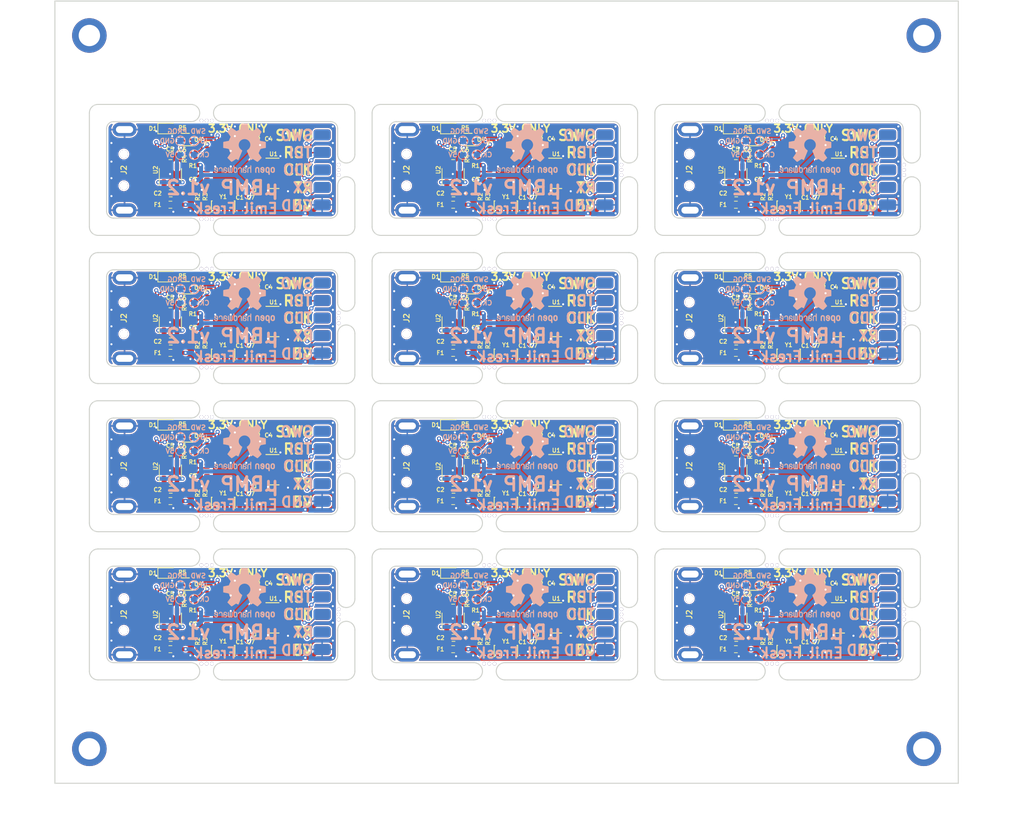
<source format=kicad_pcb>
(kicad_pcb (version 20171130) (host pcbnew 5.0.0-rc1-44a33f2~62~ubuntu16.04.1)
  (layers (0 F.Cu signal) (31 B.Cu signal) (34 B.Paste user) (35 F.Paste user) (36 B.SilkS user) (37 F.SilkS user) (38 B.Mask user) (39 F.Mask user) (44 Edge.Cuts user))
  (net 0 "")
  (module Symbol:OSHW-Logo2_9.8x8mm_SilkScreen (layer B.Cu) (at 137.5 56 180)
    (fp_text reference REF** hide)
    (fp_text value OSHW-Logo2_9.8x8mm_SilkScreen hide)
  )
  (module Symbol:OSHW-Logo2_9.8x8mm_SilkScreen (layer B.Cu) (at 178.5 56 180)
    (fp_text reference REF** hide)
    (fp_text value OSHW-Logo2_9.8x8mm_SilkScreen hide)
  )
  (module Symbol:OSHW-Logo2_9.8x8mm_SilkScreen (layer B.Cu) (at 96.5 56 180)
    (fp_text reference REF** hide)
    (fp_text value OSHW-Logo2_9.8x8mm_SilkScreen hide)
  )
  (module Symbol:OSHW-Logo2_9.8x8mm_SilkScreen (layer B.Cu) (at 137.5 77.5 180)
    (fp_text reference REF** hide)
    (fp_text value OSHW-Logo2_9.8x8mm_SilkScreen hide)
  )
  (module Symbol:OSHW-Logo2_9.8x8mm_SilkScreen (layer B.Cu) (at 178.5 77.5 180)
    (fp_text reference REF** hide)
    (fp_text value OSHW-Logo2_9.8x8mm_SilkScreen hide)
  )
  (module Symbol:OSHW-Logo2_9.8x8mm_SilkScreen (layer B.Cu) (at 96.5 77.5 180)
    (fp_text reference REF** hide)
    (fp_text value OSHW-Logo2_9.8x8mm_SilkScreen hide)
  )
  (module Symbol:OSHW-Logo2_9.8x8mm_SilkScreen (layer B.Cu) (at 137.5 99 180)
    (fp_text reference REF** hide)
    (fp_text value OSHW-Logo2_9.8x8mm_SilkScreen hide)
  )
  (module Symbol:OSHW-Logo2_9.8x8mm_SilkScreen (layer B.Cu) (at 178.5 99 180)
    (fp_text reference REF** hide)
    (fp_text value OSHW-Logo2_9.8x8mm_SilkScreen hide)
  )
  (module Symbol:OSHW-Logo2_9.8x8mm_SilkScreen (layer B.Cu) (at 96.5 99 180)
    (fp_text reference REF** hide)
    (fp_text value OSHW-Logo2_9.8x8mm_SilkScreen hide)
  )
  (module Symbol:OSHW-Logo2_9.8x8mm_SilkScreen (layer B.Cu) (at 178.5 120.5 180)
    (fp_text reference REF** hide)
    (fp_text value OSHW-Logo2_9.8x8mm_SilkScreen hide)
  )
  (module Symbol:OSHW-Logo2_9.8x8mm_SilkScreen (layer B.Cu) (at 137.5 120.5 180)
    (fp_text reference REF** hide)
    (fp_text value OSHW-Logo2_9.8x8mm_SilkScreen hide)
  )
  (module qfn:QFN-48-1EP_7x7mm_P0.5mm_EP5.15x5.15mm (layer F.Cu) (at 176.5 58.495 90)
    (fp_text reference U3 (at 4.195 3.7 180) (layer F.SilkS) (effects (font (size 0.6 0.6) (thickness 0.13))))
    (fp_text value STM32F103CBUx)
    (pad 1 smd oval (at -3.45 -2.75 90) (size 0.8 0.25) (layers F.Cu F.Paste F.Mask))
    (pad 2 smd oval (at -3.45 -2.25 90) (size 0.8 0.25) (layers F.Cu F.Paste F.Mask))
    (pad 3 smd oval (at -3.45 -1.75 90) (size 0.8 0.25) (layers F.Cu F.Paste F.Mask))
    (pad 4 smd oval (at -3.45 -1.25 90) (size 0.8 0.25) (layers F.Cu F.Paste F.Mask))
    (pad 5 smd oval (at -3.45 -0.75 90) (size 0.8 0.25) (layers F.Cu F.Paste F.Mask))
    (pad 6 smd oval (at -3.45 -0.25 90) (size 0.8 0.25) (layers F.Cu F.Paste F.Mask))
    (pad 7 smd oval (at -3.45 0.25 90) (size 0.8 0.25) (layers F.Cu F.Paste F.Mask))
    (pad 8 smd oval (at -3.45 0.75 90) (size 0.8 0.25) (layers F.Cu F.Paste F.Mask))
    (pad 9 smd oval (at -3.45 1.25 90) (size 0.8 0.25) (layers F.Cu F.Paste F.Mask))
    (pad 10 smd oval (at -3.45 1.75 90) (size 0.8 0.25) (layers F.Cu F.Paste F.Mask))
    (pad 11 smd oval (at -3.45 2.25 90) (size 0.8 0.25) (layers F.Cu F.Paste F.Mask))
    (pad 12 smd oval (at -3.45 2.75 90) (size 0.8 0.25) (layers F.Cu F.Paste F.Mask))
    (pad 13 smd oval (at -2.75 3.45 180) (size 0.8 0.25) (layers F.Cu F.Paste F.Mask))
    (pad 14 smd oval (at -2.25 3.45 180) (size 0.8 0.25) (layers F.Cu F.Paste F.Mask))
    (pad 15 smd oval (at -1.75 3.45 180) (size 0.8 0.25) (layers F.Cu F.Paste F.Mask))
    (pad 16 smd oval (at -1.25 3.45 180) (size 0.8 0.25) (layers F.Cu F.Paste F.Mask))
    (pad 17 smd oval (at -0.75 3.45 180) (size 0.8 0.25) (layers F.Cu F.Paste F.Mask))
    (pad 18 smd oval (at -0.25 3.45 180) (size 0.8 0.25) (layers F.Cu F.Paste F.Mask))
    (pad 19 smd oval (at 0.25 3.45 180) (size 0.8 0.25) (layers F.Cu F.Paste F.Mask))
    (pad 20 smd oval (at 0.75 3.45 180) (size 0.8 0.25) (layers F.Cu F.Paste F.Mask))
    (pad 21 smd oval (at 1.25 3.45 180) (size 0.8 0.25) (layers F.Cu F.Paste F.Mask))
    (pad 22 smd oval (at 1.75 3.45 180) (size 0.8 0.25) (layers F.Cu F.Paste F.Mask))
    (pad 23 smd oval (at 2.25 3.45 180) (size 0.8 0.25) (layers F.Cu F.Paste F.Mask))
    (pad 24 smd oval (at 2.75 3.45 180) (size 0.8 0.25) (layers F.Cu F.Paste F.Mask))
    (pad 25 smd oval (at 3.45 2.75 90) (size 0.8 0.25) (layers F.Cu F.Paste F.Mask))
    (pad 26 smd oval (at 3.45 2.25 90) (size 0.8 0.25) (layers F.Cu F.Paste F.Mask))
    (pad 27 smd oval (at 3.45 1.75 90) (size 0.8 0.25) (layers F.Cu F.Paste F.Mask))
    (pad 28 smd oval (at 3.45 1.25 90) (size 0.8 0.25) (layers F.Cu F.Paste F.Mask))
    (pad 29 smd oval (at 3.45 0.75 90) (size 0.8 0.25) (layers F.Cu F.Paste F.Mask))
    (pad 30 smd oval (at 3.45 0.25 90) (size 0.8 0.25) (layers F.Cu F.Paste F.Mask))
    (pad 31 smd oval (at 3.45 -0.25 90) (size 0.8 0.25) (layers F.Cu F.Paste F.Mask))
    (pad 32 smd oval (at 3.45 -0.75 90) (size 0.8 0.25) (layers F.Cu F.Paste F.Mask))
    (pad 33 smd oval (at 3.45 -1.25 90) (size 0.8 0.25) (layers F.Cu F.Paste F.Mask))
    (pad 34 smd oval (at 3.45 -1.75 90) (size 0.8 0.25) (layers F.Cu F.Paste F.Mask))
    (pad 35 smd oval (at 3.45 -2.25 90) (size 0.8 0.25) (layers F.Cu F.Paste F.Mask))
    (pad 36 smd oval (at 3.45 -2.75 90) (size 0.8 0.25) (layers F.Cu F.Paste F.Mask))
    (pad 37 smd oval (at 2.75 -3.45 180) (size 0.8 0.25) (layers F.Cu F.Paste F.Mask))
    (pad 38 smd oval (at 2.25 -3.45 180) (size 0.8 0.25) (layers F.Cu F.Paste F.Mask))
    (pad 39 smd oval (at 1.75 -3.45 180) (size 0.8 0.25) (layers F.Cu F.Paste F.Mask))
    (pad 40 smd oval (at 1.25 -3.45 180) (size 0.8 0.25) (layers F.Cu F.Paste F.Mask))
    (pad 41 smd oval (at 0.75 -3.45 180) (size 0.8 0.25) (layers F.Cu F.Paste F.Mask))
    (pad 42 smd oval (at 0.25 -3.45 180) (size 0.8 0.25) (layers F.Cu F.Paste F.Mask))
    (pad 43 smd oval (at -0.25 -3.45 180) (size 0.8 0.25) (layers F.Cu F.Paste F.Mask))
    (pad 44 smd oval (at -0.75 -3.45 180) (size 0.8 0.25) (layers F.Cu F.Paste F.Mask))
    (pad 45 smd oval (at -1.25 -3.45 180) (size 0.8 0.25) (layers F.Cu F.Paste F.Mask))
    (pad 46 smd oval (at -1.75 -3.45 180) (size 0.8 0.25) (layers F.Cu F.Paste F.Mask))
    (pad 47 smd oval (at -2.25 -3.45 180) (size 0.8 0.25) (layers F.Cu F.Paste F.Mask))
    (pad 48 smd oval (at -2.75 -3.45 180) (size 0.8 0.25) (layers F.Cu F.Paste F.Mask))
    (pad 49 smd roundrect (at 0 0 90) (size 5.15 5.15) (layers F.Cu F.Mask) (roundrect_rratio 0.1))
  )
  (module TestPoint:TestPoint_Pad_D1.0mm (layer B.Cu) (at 169.2 54.8 90)
    (fp_text reference TP3 hide)
    (fp_text value Test_Point hide)
    (pad 1 smd circle (at 0 0 90) (size 1 1) (layers B.Cu B.Mask))
  )
  (module passive:R_0402_1005Metric_Rounded (layer F.Cu) (at 171.7 64.3 270)
    (fp_text reference R2 (at -1.4 0 270) (layer F.SilkS) (effects (font (size 0.6 0.6) (thickness 0.13))))
    (fp_text value 1.5k)
    (pad 1 smd roundrect (at -0.45 0 270) (size 0.575 0.65) (layers F.Cu F.Paste F.Mask))
    (pad 2 smd roundrect (at 0.45 0 270) (size 0.575 0.65) (layers F.Cu F.Paste F.Mask))
  )
  (module passive:R_0402_1005Metric_Rounded (layer F.Cu) (at 172.8 64.3 270)
    (fp_text reference R3 (at -1.4 0 270) (layer F.SilkS) (effects (font (size 0.6 0.6) (thickness 0.13))))
    (fp_text value 1.5k)
    (pad 2 smd roundrect (at 0.45 0 270) (size 0.575 0.65) (layers F.Cu F.Paste F.Mask))
    (pad 1 smd roundrect (at -0.45 0 270) (size 0.575 0.65) (layers F.Cu F.Paste F.Mask))
  )
  (module passive:C_0402_1005Metric_Rounded (layer F.Cu) (at 177.8 64.3 90)
    (fp_text reference C1 (at 1.3 0 180) (layer F.SilkS) (effects (font (size 0.6 0.6) (thickness 0.13))))
    (fp_text value 100n)
    (pad 1 smd roundrect (at -0.45 0 90) (size 0.575 0.65) (layers F.Cu F.Paste F.Mask))
    (pad 2 smd roundrect (at 0.45 0 90) (size 0.575 0.65) (layers F.Cu F.Paste F.Mask))
  )
  (module passive:C_0603_1608Metric_Rounded (layer F.Cu) (at 167.75 57 180)
    (fp_text reference C5 (at 0.05 1 180) (layer F.SilkS) (effects (font (size 0.6 0.6) (thickness 0.13))))
    (fp_text value 4.7u)
    (pad 2 smd roundrect (at 0.8 0 180) (size 0.75 1) (layers F.Cu F.Paste F.Mask))
    (pad 1 smd roundrect (at -0.8 0 180) (size 0.75 1) (layers F.Cu F.Paste F.Mask))
  )
  (module TestPoint:TestPoint_Pad_D1.0mm (layer B.Cu) (at 171.2 54.8 90)
    (fp_text reference TP1 hide)
    (fp_text value Test_Point hide)
    (pad 1 smd circle (at 0 0 90) (size 1 1) (layers B.Cu B.Mask))
  )
  (module TestPoint:TestPoint_Pad_D1.0mm (layer B.Cu) (at 171.2 56.8 90)
    (fp_text reference TP2 hide)
    (fp_text value Test_Point hide)
    (pad 1 smd circle (at 0 0 90) (size 1 1) (layers B.Cu B.Mask))
  )
  (module passive:D_0603_1608Metric_Rounded (layer F.Cu) (at 167.4 53)
    (fp_text reference D1 (at -2.2 0) (layer F.SilkS) (effects (font (size 0.6 0.6) (thickness 0.13))))
    (fp_text value GREEN)
    (pad 2 smd roundrect (at 0.8 0) (size 0.67 1) (layers F.Cu F.Paste F.Mask))
    (pad 1 smd roundrect (at -0.8 0) (size 0.67 1) (layers F.Cu F.Paste F.Mask))
  )
  (module passive:R_0402_1005Metric_Rounded (layer F.Cu) (at 171 57.4 180)
    (fp_text reference R4 (at 1.2 0 270) (layer F.SilkS) (effects (font (size 0.6 0.6) (thickness 0.13))))
    (fp_text value 1.5k)
    (pad 1 smd roundrect (at -0.45 0 180) (size 0.575 0.65) (layers F.Cu F.Paste F.Mask))
    (pad 2 smd roundrect (at 0.45 0 180) (size 0.575 0.65) (layers F.Cu F.Paste F.Mask))
  )
  (module passive:C_0402_1005Metric_Rounded (layer F.Cu) (at 171.0125 61.25 180)
    (fp_text reference C3 (at 0.0125 0.85 180) (layer F.SilkS) (effects (font (size 0.6 0.6) (thickness 0.13))))
    (fp_text value 100n)
    (pad 2 smd roundrect (at 0.45 0 180) (size 0.575 0.65) (layers F.Cu F.Paste F.Mask))
    (pad 1 smd roundrect (at -0.45 0 180) (size 0.575 0.65) (layers F.Cu F.Paste F.Mask))
  )
  (module passive:C_0603_1608Metric_Rounded (layer F.Cu) (at 167.8 62.4)
    (fp_text reference C2 (at -1.9 0) (layer F.SilkS) (effects (font (size 0.6 0.6) (thickness 0.13))))
    (fp_text value 4.7u)
    (pad 1 smd roundrect (at -0.8 0) (size 0.75 1) (layers F.Cu F.Paste F.Mask))
    (pad 2 smd roundrect (at 0.8 0) (size 0.75 1) (layers F.Cu F.Paste F.Mask))
  )
  (module passive:C_0402_1005Metric_Rounded (layer F.Cu) (at 179.4 64.3 270)
    (fp_text reference C7 (at -1.3 0) (layer F.SilkS) (effects (font (size 0.6 0.6) (thickness 0.13))))
    (fp_text value 100n)
    (pad 2 smd roundrect (at 0.45 0 270) (size 0.575 0.65) (layers F.Cu F.Paste F.Mask))
    (pad 1 smd roundrect (at -0.45 0 270) (size 0.575 0.65) (layers F.Cu F.Paste F.Mask))
  )
  (module sot:SOT-23-5 (layer F.Cu) (at 167.75 59.7 90)
    (fp_text reference U2 (at 0.7 -2.15 90) (layer F.SilkS) (effects (font (size 0.6 0.6) (thickness 0.13))))
    (fp_text value MIC5245-3.3)
    (pad 1 smd roundrect (at -1.2 -0.95 90) (size 1.06 0.65) (layers F.Cu F.Paste F.Mask))
    (pad 2 smd roundrect (at -1.2 0 90) (size 1.06 0.65) (layers F.Cu F.Paste F.Mask))
    (pad 3 smd roundrect (at -1.2 0.95 90) (size 1.06 0.65) (layers F.Cu F.Paste F.Mask))
    (pad 4 smd roundrect (at 1.2 0.95 90) (size 1.06 0.65) (layers F.Cu F.Paste F.Mask))
    (pad 5 smd roundrect (at 1.2 -0.95 90) (size 1.06 0.65) (layers F.Cu F.Paste F.Mask))
  )
  (module dfn:DFN-16-1EP_1.6x4mm_P0.5mm (layer F.Cu) (at 182.7 59.5)
    (fp_text reference U1 (at 0 -2.8) (layer F.SilkS) (effects (font (size 0.6 0.6) (thickness 0.13))))
    (fp_text value NUF8401MNT4G)
    (pad 17 smd roundrect (at 0 0) (size 0.5 4.1) (layers F.Cu F.Paste F.Mask))
    (pad 16 smd roundrect (at 0.825 -1.75) (size 0.65 0.25) (layers F.Cu F.Paste F.Mask) (roundrect_rratio 0.5))
    (pad 15 smd roundrect (at 0.825 -1.25) (size 0.65 0.25) (layers F.Cu F.Paste F.Mask) (roundrect_rratio 0.5))
    (pad 14 smd roundrect (at 0.825 -0.75) (size 0.65 0.25) (layers F.Cu F.Paste F.Mask) (roundrect_rratio 0.5))
    (pad 13 smd roundrect (at 0.825 -0.25) (size 0.65 0.25) (layers F.Cu F.Paste F.Mask) (roundrect_rratio 0.5))
    (pad 12 smd roundrect (at 0.825 0.25) (size 0.65 0.25) (layers F.Cu F.Paste F.Mask) (roundrect_rratio 0.5))
    (pad 11 smd roundrect (at 0.825 0.75) (size 0.65 0.25) (layers F.Cu F.Paste F.Mask) (roundrect_rratio 0.5))
    (pad 10 smd roundrect (at 0.825 1.25) (size 0.65 0.25) (layers F.Cu F.Paste F.Mask) (roundrect_rratio 0.5))
    (pad 9 smd roundrect (at 0.825 1.75) (size 0.65 0.25) (layers F.Cu F.Paste F.Mask) (roundrect_rratio 0.5))
    (pad 8 smd roundrect (at -0.825 1.75) (size 0.65 0.25) (layers F.Cu F.Paste F.Mask) (roundrect_rratio 0.5))
    (pad 7 smd roundrect (at -0.825 1.25) (size 0.65 0.25) (layers F.Cu F.Paste F.Mask) (roundrect_rratio 0.5))
    (pad 6 smd roundrect (at -0.825 0.75) (size 0.65 0.25) (layers F.Cu F.Paste F.Mask) (roundrect_rratio 0.5))
    (pad 5 smd roundrect (at -0.825 0.25) (size 0.65 0.25) (layers F.Cu F.Paste F.Mask) (roundrect_rratio 0.5))
    (pad 4 smd roundrect (at -0.825 -0.25) (size 0.65 0.25) (layers F.Cu F.Paste F.Mask) (roundrect_rratio 0.5))
    (pad 3 smd roundrect (at -0.825 -0.75) (size 0.65 0.25) (layers F.Cu F.Paste F.Mask) (roundrect_rratio 0.5))
    (pad 2 smd roundrect (at -0.825 -1.25) (size 0.65 0.25) (layers F.Cu F.Paste F.Mask) (roundrect_rratio 0.5))
    (pad 1 smd roundrect (at -0.825 -1.75) (size 0.65 0.25) (layers F.Cu F.Paste F.Mask) (roundrect_rratio 0.5))
  )
  (module usb:USB_A_1001-011-01101 (layer F.Cu) (at 163.1 59 270)
    (fp_text reference J2 (at 0 2.1 270) (layer F.SilkS) (effects (font (size 0.8 0.8))))
    (fp_text value USB_A)
    (pad 7 thru_hole circle (at -2.3 2.1 180) (size 1.2 1.2) (drill 1.2) (layers *.Cu *.Mask))
    (pad 6 thru_hole circle (at 2.3 2.1 180) (size 1.2 1.2) (drill 1.2) (layers *.Cu *.Mask))
    (pad 1 smd roundrect (at 3.56 -0.75 180) (size 2.5 1.2) (layers F.Cu F.Mask))
    (pad 2 smd roundrect (at 1.02 -0.75 180) (size 2.5 1.2) (layers F.Cu F.Mask))
    (pad 3 smd roundrect (at -1.01 -0.75 180) (size 2.5 1.2) (layers F.Cu F.Mask))
    (pad 4 smd roundrect (at -3.55 -0.75 180) (size 2.5 1.2) (layers F.Cu F.Mask))
    (pad 5 thru_hole oval (at 5.85 2 180) (size 3.5 2) (drill oval 2.5 1) (layers *.Cu *.Mask))
    (pad 5 thru_hole oval (at -5.85 2 180) (size 3.5 2) (drill oval 2.5 1) (layers *.Cu *.Mask))
  )
  (module passive:R_0603_1608Metric_Rounded (layer F.Cu) (at 167.75 64.05 180)
    (fp_text reference F1 (at 1.85 0 180) (layer F.SilkS) (effects (font (size 0.6 0.6) (thickness 0.13))))
    (fp_text value MF-FSMF050X-2)
    (pad 2 smd roundrect (at 0.75 0 180) (size 0.75 1) (layers F.Cu F.Paste F.Mask))
    (pad 1 smd roundrect (at -0.75 0 180) (size 0.75 1) (layers F.Cu F.Paste F.Mask))
  )
  (module crystals:Resonator_3pin_3.2x1.3mm (layer F.Cu) (at 175.4 64.3)
    (fp_text reference Y1 (at 0 -1.4) (layer F.SilkS) (effects (font (size 0.6 0.6) (thickness 0.13))))
    (fp_text value PRQC8.00CR1010V00L)
    (pad 3 smd oval (at 1.2 0) (size 0.4 1.9) (layers F.Cu F.Paste F.Mask))
    (pad 2 smd oval (at 0 0) (size 0.4 1.9) (layers F.Cu F.Paste F.Mask))
    (pad 1 smd oval (at -1.2 0) (size 0.4 1.9) (layers F.Cu F.Paste F.Mask))
  )
  (module passive:C_0402_1005Metric_Rounded (layer F.Cu) (at 138.4 64.3 270)
    (fp_text reference C7 (at -1.3 0) (layer F.SilkS) (effects (font (size 0.6 0.6) (thickness 0.13))))
    (fp_text value 100n)
    (pad 2 smd roundrect (at 0.45 0 270) (size 0.575 0.65) (layers F.Cu F.Paste F.Mask))
    (pad 1 smd roundrect (at -0.45 0 270) (size 0.575 0.65) (layers F.Cu F.Paste F.Mask))
  )
  (module sot:SOT-23-5 (layer F.Cu) (at 126.75 59.7 90)
    (fp_text reference U2 (at 0.7 -2.15 90) (layer F.SilkS) (effects (font (size 0.6 0.6) (thickness 0.13))))
    (fp_text value MIC5245-3.3)
    (pad 1 smd roundrect (at -1.2 -0.95 90) (size 1.06 0.65) (layers F.Cu F.Paste F.Mask))
    (pad 2 smd roundrect (at -1.2 0 90) (size 1.06 0.65) (layers F.Cu F.Paste F.Mask))
    (pad 3 smd roundrect (at -1.2 0.95 90) (size 1.06 0.65) (layers F.Cu F.Paste F.Mask))
    (pad 4 smd roundrect (at 1.2 0.95 90) (size 1.06 0.65) (layers F.Cu F.Paste F.Mask))
    (pad 5 smd roundrect (at 1.2 -0.95 90) (size 1.06 0.65) (layers F.Cu F.Paste F.Mask))
  )
  (module dfn:DFN-16-1EP_1.6x4mm_P0.5mm (layer F.Cu) (at 141.7 59.5)
    (fp_text reference U1 (at 0 -2.8) (layer F.SilkS) (effects (font (size 0.6 0.6) (thickness 0.13))))
    (fp_text value NUF8401MNT4G)
    (pad 17 smd roundrect (at 0 0) (size 0.5 4.1) (layers F.Cu F.Paste F.Mask))
    (pad 16 smd roundrect (at 0.825 -1.75) (size 0.65 0.25) (layers F.Cu F.Paste F.Mask) (roundrect_rratio 0.5))
    (pad 15 smd roundrect (at 0.825 -1.25) (size 0.65 0.25) (layers F.Cu F.Paste F.Mask) (roundrect_rratio 0.5))
    (pad 14 smd roundrect (at 0.825 -0.75) (size 0.65 0.25) (layers F.Cu F.Paste F.Mask) (roundrect_rratio 0.5))
    (pad 13 smd roundrect (at 0.825 -0.25) (size 0.65 0.25) (layers F.Cu F.Paste F.Mask) (roundrect_rratio 0.5))
    (pad 12 smd roundrect (at 0.825 0.25) (size 0.65 0.25) (layers F.Cu F.Paste F.Mask) (roundrect_rratio 0.5))
    (pad 11 smd roundrect (at 0.825 0.75) (size 0.65 0.25) (layers F.Cu F.Paste F.Mask) (roundrect_rratio 0.5))
    (pad 10 smd roundrect (at 0.825 1.25) (size 0.65 0.25) (layers F.Cu F.Paste F.Mask) (roundrect_rratio 0.5))
    (pad 9 smd roundrect (at 0.825 1.75) (size 0.65 0.25) (layers F.Cu F.Paste F.Mask) (roundrect_rratio 0.5))
    (pad 8 smd roundrect (at -0.825 1.75) (size 0.65 0.25) (layers F.Cu F.Paste F.Mask) (roundrect_rratio 0.5))
    (pad 7 smd roundrect (at -0.825 1.25) (size 0.65 0.25) (layers F.Cu F.Paste F.Mask) (roundrect_rratio 0.5))
    (pad 6 smd roundrect (at -0.825 0.75) (size 0.65 0.25) (layers F.Cu F.Paste F.Mask) (roundrect_rratio 0.5))
    (pad 5 smd roundrect (at -0.825 0.25) (size 0.65 0.25) (layers F.Cu F.Paste F.Mask) (roundrect_rratio 0.5))
    (pad 4 smd roundrect (at -0.825 -0.25) (size 0.65 0.25) (layers F.Cu F.Paste F.Mask) (roundrect_rratio 0.5))
    (pad 3 smd roundrect (at -0.825 -0.75) (size 0.65 0.25) (layers F.Cu F.Paste F.Mask) (roundrect_rratio 0.5))
    (pad 2 smd roundrect (at -0.825 -1.25) (size 0.65 0.25) (layers F.Cu F.Paste F.Mask) (roundrect_rratio 0.5))
    (pad 1 smd roundrect (at -0.825 -1.75) (size 0.65 0.25) (layers F.Cu F.Paste F.Mask) (roundrect_rratio 0.5))
  )
  (module usb:USB_A_1001-011-01101 (layer F.Cu) (at 122.1 59 270)
    (fp_text reference J2 (at 0 2.1 270) (layer F.SilkS) (effects (font (size 0.8 0.8))))
    (fp_text value USB_A)
    (pad 7 thru_hole circle (at -2.3 2.1 180) (size 1.2 1.2) (drill 1.2) (layers *.Cu *.Mask))
    (pad 6 thru_hole circle (at 2.3 2.1 180) (size 1.2 1.2) (drill 1.2) (layers *.Cu *.Mask))
    (pad 1 smd roundrect (at 3.56 -0.75 180) (size 2.5 1.2) (layers F.Cu F.Mask))
    (pad 2 smd roundrect (at 1.02 -0.75 180) (size 2.5 1.2) (layers F.Cu F.Mask))
    (pad 3 smd roundrect (at -1.01 -0.75 180) (size 2.5 1.2) (layers F.Cu F.Mask))
    (pad 4 smd roundrect (at -3.55 -0.75 180) (size 2.5 1.2) (layers F.Cu F.Mask))
    (pad 5 thru_hole oval (at 5.85 2 180) (size 3.5 2) (drill oval 2.5 1) (layers *.Cu *.Mask))
    (pad 5 thru_hole oval (at -5.85 2 180) (size 3.5 2) (drill oval 2.5 1) (layers *.Cu *.Mask))
  )
  (module passive:R_0603_1608Metric_Rounded (layer F.Cu) (at 126.75 64.05 180)
    (fp_text reference F1 (at 1.85 0 180) (layer F.SilkS) (effects (font (size 0.6 0.6) (thickness 0.13))))
    (fp_text value MF-FSMF050X-2)
    (pad 2 smd roundrect (at 0.75 0 180) (size 0.75 1) (layers F.Cu F.Paste F.Mask))
    (pad 1 smd roundrect (at -0.75 0 180) (size 0.75 1) (layers F.Cu F.Paste F.Mask))
  )
  (module crystals:Resonator_3pin_3.2x1.3mm (layer F.Cu) (at 134.4 64.3)
    (fp_text reference Y1 (at 0 -1.4) (layer F.SilkS) (effects (font (size 0.6 0.6) (thickness 0.13))))
    (fp_text value PRQC8.00CR1010V00L)
    (pad 3 smd oval (at 1.2 0) (size 0.4 1.9) (layers F.Cu F.Paste F.Mask))
    (pad 2 smd oval (at 0 0) (size 0.4 1.9) (layers F.Cu F.Paste F.Mask))
    (pad 1 smd oval (at -1.2 0) (size 0.4 1.9) (layers F.Cu F.Paste F.Mask))
  )
  (module passive:R_0402_1005Metric_Rounded (layer F.Cu) (at 130.7 64.3 270)
    (fp_text reference R2 (at -1.4 0 270) (layer F.SilkS) (effects (font (size 0.6 0.6) (thickness 0.13))))
    (fp_text value 1.5k)
    (pad 1 smd roundrect (at -0.45 0 270) (size 0.575 0.65) (layers F.Cu F.Paste F.Mask))
    (pad 2 smd roundrect (at 0.45 0 270) (size 0.575 0.65) (layers F.Cu F.Paste F.Mask))
  )
  (module passive:R_0402_1005Metric_Rounded (layer F.Cu) (at 131.8 64.3 270)
    (fp_text reference R3 (at -1.4 0 270) (layer F.SilkS) (effects (font (size 0.6 0.6) (thickness 0.13))))
    (fp_text value 1.5k)
    (pad 2 smd roundrect (at 0.45 0 270) (size 0.575 0.65) (layers F.Cu F.Paste F.Mask))
    (pad 1 smd roundrect (at -0.45 0 270) (size 0.575 0.65) (layers F.Cu F.Paste F.Mask))
  )
  (module passive:C_0402_1005Metric_Rounded (layer F.Cu) (at 136.8 64.3 90)
    (fp_text reference C1 (at 1.3 0 180) (layer F.SilkS) (effects (font (size 0.6 0.6) (thickness 0.13))))
    (fp_text value 100n)
    (pad 1 smd roundrect (at -0.45 0 90) (size 0.575 0.65) (layers F.Cu F.Paste F.Mask))
    (pad 2 smd roundrect (at 0.45 0 90) (size 0.575 0.65) (layers F.Cu F.Paste F.Mask))
  )
  (module passive:C_0603_1608Metric_Rounded (layer F.Cu) (at 126.75 57 180)
    (fp_text reference C5 (at 0.05 1 180) (layer F.SilkS) (effects (font (size 0.6 0.6) (thickness 0.13))))
    (fp_text value 4.7u)
    (pad 2 smd roundrect (at 0.8 0 180) (size 0.75 1) (layers F.Cu F.Paste F.Mask))
    (pad 1 smd roundrect (at -0.8 0 180) (size 0.75 1) (layers F.Cu F.Paste F.Mask))
  )
  (module TestPoint:TestPoint_Pad_D1.0mm (layer B.Cu) (at 130.2 54.8 90)
    (fp_text reference TP1 hide)
    (fp_text value Test_Point hide)
    (pad 1 smd circle (at 0 0 90) (size 1 1) (layers B.Cu B.Mask))
  )
  (module TestPoint:TestPoint_Pad_D1.0mm (layer B.Cu) (at 130.2 56.8 90)
    (fp_text reference TP2 hide)
    (fp_text value Test_Point hide)
    (pad 1 smd circle (at 0 0 90) (size 1 1) (layers B.Cu B.Mask))
  )
  (module passive:D_0603_1608Metric_Rounded (layer F.Cu) (at 126.4 53)
    (fp_text reference D1 (at -2.2 0) (layer F.SilkS) (effects (font (size 0.6 0.6) (thickness 0.13))))
    (fp_text value GREEN)
    (pad 2 smd roundrect (at 0.8 0) (size 0.67 1) (layers F.Cu F.Paste F.Mask))
    (pad 1 smd roundrect (at -0.8 0) (size 0.67 1) (layers F.Cu F.Paste F.Mask))
  )
  (module passive:R_0402_1005Metric_Rounded (layer F.Cu) (at 130 57.4 180)
    (fp_text reference R4 (at 1.2 0 270) (layer F.SilkS) (effects (font (size 0.6 0.6) (thickness 0.13))))
    (fp_text value 1.5k)
    (pad 1 smd roundrect (at -0.45 0 180) (size 0.575 0.65) (layers F.Cu F.Paste F.Mask))
    (pad 2 smd roundrect (at 0.45 0 180) (size 0.575 0.65) (layers F.Cu F.Paste F.Mask))
  )
  (module passive:C_0402_1005Metric_Rounded (layer F.Cu) (at 130.0125 61.25 180)
    (fp_text reference C3 (at 0.0125 0.85 180) (layer F.SilkS) (effects (font (size 0.6 0.6) (thickness 0.13))))
    (fp_text value 100n)
    (pad 2 smd roundrect (at 0.45 0 180) (size 0.575 0.65) (layers F.Cu F.Paste F.Mask))
    (pad 1 smd roundrect (at -0.45 0 180) (size 0.575 0.65) (layers F.Cu F.Paste F.Mask))
  )
  (module passive:C_0603_1608Metric_Rounded (layer F.Cu) (at 126.8 62.4)
    (fp_text reference C2 (at -1.9 0) (layer F.SilkS) (effects (font (size 0.6 0.6) (thickness 0.13))))
    (fp_text value 4.7u)
    (pad 1 smd roundrect (at -0.8 0) (size 0.75 1) (layers F.Cu F.Paste F.Mask))
    (pad 2 smd roundrect (at 0.8 0) (size 0.75 1) (layers F.Cu F.Paste F.Mask))
  )
  (module qfn:QFN-48-1EP_7x7mm_P0.5mm_EP5.15x5.15mm (layer F.Cu) (at 135.5 58.495 90)
    (fp_text reference U3 (at 4.195 3.7 180) (layer F.SilkS) (effects (font (size 0.6 0.6) (thickness 0.13))))
    (fp_text value STM32F103CBUx)
    (pad 1 smd oval (at -3.45 -2.75 90) (size 0.8 0.25) (layers F.Cu F.Paste F.Mask))
    (pad 2 smd oval (at -3.45 -2.25 90) (size 0.8 0.25) (layers F.Cu F.Paste F.Mask))
    (pad 3 smd oval (at -3.45 -1.75 90) (size 0.8 0.25) (layers F.Cu F.Paste F.Mask))
    (pad 4 smd oval (at -3.45 -1.25 90) (size 0.8 0.25) (layers F.Cu F.Paste F.Mask))
    (pad 5 smd oval (at -3.45 -0.75 90) (size 0.8 0.25) (layers F.Cu F.Paste F.Mask))
    (pad 6 smd oval (at -3.45 -0.25 90) (size 0.8 0.25) (layers F.Cu F.Paste F.Mask))
    (pad 7 smd oval (at -3.45 0.25 90) (size 0.8 0.25) (layers F.Cu F.Paste F.Mask))
    (pad 8 smd oval (at -3.45 0.75 90) (size 0.8 0.25) (layers F.Cu F.Paste F.Mask))
    (pad 9 smd oval (at -3.45 1.25 90) (size 0.8 0.25) (layers F.Cu F.Paste F.Mask))
    (pad 10 smd oval (at -3.45 1.75 90) (size 0.8 0.25) (layers F.Cu F.Paste F.Mask))
    (pad 11 smd oval (at -3.45 2.25 90) (size 0.8 0.25) (layers F.Cu F.Paste F.Mask))
    (pad 12 smd oval (at -3.45 2.75 90) (size 0.8 0.25) (layers F.Cu F.Paste F.Mask))
    (pad 13 smd oval (at -2.75 3.45 180) (size 0.8 0.25) (layers F.Cu F.Paste F.Mask))
    (pad 14 smd oval (at -2.25 3.45 180) (size 0.8 0.25) (layers F.Cu F.Paste F.Mask))
    (pad 15 smd oval (at -1.75 3.45 180) (size 0.8 0.25) (layers F.Cu F.Paste F.Mask))
    (pad 16 smd oval (at -1.25 3.45 180) (size 0.8 0.25) (layers F.Cu F.Paste F.Mask))
    (pad 17 smd oval (at -0.75 3.45 180) (size 0.8 0.25) (layers F.Cu F.Paste F.Mask))
    (pad 18 smd oval (at -0.25 3.45 180) (size 0.8 0.25) (layers F.Cu F.Paste F.Mask))
    (pad 19 smd oval (at 0.25 3.45 180) (size 0.8 0.25) (layers F.Cu F.Paste F.Mask))
    (pad 20 smd oval (at 0.75 3.45 180) (size 0.8 0.25) (layers F.Cu F.Paste F.Mask))
    (pad 21 smd oval (at 1.25 3.45 180) (size 0.8 0.25) (layers F.Cu F.Paste F.Mask))
    (pad 22 smd oval (at 1.75 3.45 180) (size 0.8 0.25) (layers F.Cu F.Paste F.Mask))
    (pad 23 smd oval (at 2.25 3.45 180) (size 0.8 0.25) (layers F.Cu F.Paste F.Mask))
    (pad 24 smd oval (at 2.75 3.45 180) (size 0.8 0.25) (layers F.Cu F.Paste F.Mask))
    (pad 25 smd oval (at 3.45 2.75 90) (size 0.8 0.25) (layers F.Cu F.Paste F.Mask))
    (pad 26 smd oval (at 3.45 2.25 90) (size 0.8 0.25) (layers F.Cu F.Paste F.Mask))
    (pad 27 smd oval (at 3.45 1.75 90) (size 0.8 0.25) (layers F.Cu F.Paste F.Mask))
    (pad 28 smd oval (at 3.45 1.25 90) (size 0.8 0.25) (layers F.Cu F.Paste F.Mask))
    (pad 29 smd oval (at 3.45 0.75 90) (size 0.8 0.25) (layers F.Cu F.Paste F.Mask))
    (pad 30 smd oval (at 3.45 0.25 90) (size 0.8 0.25) (layers F.Cu F.Paste F.Mask))
    (pad 31 smd oval (at 3.45 -0.25 90) (size 0.8 0.25) (layers F.Cu F.Paste F.Mask))
    (pad 32 smd oval (at 3.45 -0.75 90) (size 0.8 0.25) (layers F.Cu F.Paste F.Mask))
    (pad 33 smd oval (at 3.45 -1.25 90) (size 0.8 0.25) (layers F.Cu F.Paste F.Mask))
    (pad 34 smd oval (at 3.45 -1.75 90) (size 0.8 0.25) (layers F.Cu F.Paste F.Mask))
    (pad 35 smd oval (at 3.45 -2.25 90) (size 0.8 0.25) (layers F.Cu F.Paste F.Mask))
    (pad 36 smd oval (at 3.45 -2.75 90) (size 0.8 0.25) (layers F.Cu F.Paste F.Mask))
    (pad 37 smd oval (at 2.75 -3.45 180) (size 0.8 0.25) (layers F.Cu F.Paste F.Mask))
    (pad 38 smd oval (at 2.25 -3.45 180) (size 0.8 0.25) (layers F.Cu F.Paste F.Mask))
    (pad 39 smd oval (at 1.75 -3.45 180) (size 0.8 0.25) (layers F.Cu F.Paste F.Mask))
    (pad 40 smd oval (at 1.25 -3.45 180) (size 0.8 0.25) (layers F.Cu F.Paste F.Mask))
    (pad 41 smd oval (at 0.75 -3.45 180) (size 0.8 0.25) (layers F.Cu F.Paste F.Mask))
    (pad 42 smd oval (at 0.25 -3.45 180) (size 0.8 0.25) (layers F.Cu F.Paste F.Mask))
    (pad 43 smd oval (at -0.25 -3.45 180) (size 0.8 0.25) (layers F.Cu F.Paste F.Mask))
    (pad 44 smd oval (at -0.75 -3.45 180) (size 0.8 0.25) (layers F.Cu F.Paste F.Mask))
    (pad 45 smd oval (at -1.25 -3.45 180) (size 0.8 0.25) (layers F.Cu F.Paste F.Mask))
    (pad 46 smd oval (at -1.75 -3.45 180) (size 0.8 0.25) (layers F.Cu F.Paste F.Mask))
    (pad 47 smd oval (at -2.25 -3.45 180) (size 0.8 0.25) (layers F.Cu F.Paste F.Mask))
    (pad 48 smd oval (at -2.75 -3.45 180) (size 0.8 0.25) (layers F.Cu F.Paste F.Mask))
    (pad 49 smd roundrect (at 0 0 90) (size 5.15 5.15) (layers F.Cu F.Mask) (roundrect_rratio 0.1))
  )
  (module TestPoint:TestPoint_Pad_D1.0mm (layer B.Cu) (at 128.2 54.8 90)
    (fp_text reference TP3 hide)
    (fp_text value Test_Point hide)
    (pad 1 smd circle (at 0 0 90) (size 1 1) (layers B.Cu B.Mask))
  )
  (module passive:C_0402_1005Metric_Rounded (layer F.Cu) (at 130 56.3 180)
    (fp_text reference C6 (at 1.5 0.2 180) (layer F.SilkS) (effects (font (size 0.6 0.6) (thickness 0.13))))
    (fp_text value 100n)
    (pad 2 smd roundrect (at 0.45 0 180) (size 0.575 0.65) (layers F.Cu F.Paste F.Mask))
    (pad 1 smd roundrect (at -0.45 0 180) (size 0.575 0.65) (layers F.Cu F.Paste F.Mask))
  )
  (module connectors:2x5_2.54mm_side (layer F.Cu) (at 148.75 59 90)
    (fp_text reference J1 hide)
    (fp_text value Conn_02x05_Counter_Clockwise hide)
    (pad 10 smd roundrect (at -5.08 0 90) (size 1.6 2.5) (layers B.Cu B.Mask))
    (pad 6 smd roundrect (at 5.08 0 90) (size 1.6 2.5) (layers B.Cu B.Mask))
    (pad 2 smd roundrect (at -2.54 0 90) (size 1.6 2.5) (layers F.Cu F.Mask))
    (pad 4 smd roundrect (at 2.54 0 90) (size 1.6 2.5) (layers F.Cu F.Mask))
    (pad 1 smd roundrect (at -5.08 0 90) (size 1.6 2.5) (layers F.Cu F.Mask))
    (pad 5 smd roundrect (at 5.08 0 90) (size 1.6 2.5) (layers F.Cu F.Mask))
    (pad 3 smd roundrect (at 0 0 90) (size 1.6 2.5) (layers F.Cu F.Mask))
    (pad 8 smd roundrect (at 0 0 90) (size 1.6 2.5) (layers B.Cu B.Mask))
    (pad 7 smd roundrect (at 2.54 0 90) (size 1.6 2.5) (layers B.Cu B.Mask))
    (pad 9 smd roundrect (at -2.54 0 90) (size 1.6 2.5) (layers B.Cu B.Mask))
  )
  (module passive:R_0402_1005Metric_Rounded (layer F.Cu) (at 130 59.25 180)
    (fp_text reference R1 (at 0 0.85 180) (layer F.SilkS) (effects (font (size 0.6 0.6) (thickness 0.13))))
    (fp_text value 1.5k)
    (pad 2 smd roundrect (at 0.45 0 180) (size 0.575 0.65) (layers F.Cu F.Paste F.Mask))
    (pad 1 smd roundrect (at -0.45 0 180) (size 0.575 0.65) (layers F.Cu F.Paste F.Mask))
  )
  (module passive:R_0402_1005Metric_Rounded (layer F.Cu) (at 130 52.9 180)
    (fp_text reference R5 (at 1.5 0 180) (layer F.SilkS) (effects (font (size 0.6 0.6) (thickness 0.13))))
    (fp_text value 470)
    (pad 2 smd roundrect (at 0.45 0 180) (size 0.575 0.65) (layers F.Cu F.Paste F.Mask))
    (pad 1 smd roundrect (at -0.45 0 180) (size 0.575 0.65) (layers F.Cu F.Paste F.Mask))
  )
  (module TestPoint:TestPoint_Pad_D1.0mm (layer B.Cu) (at 128.2 56.8 90)
    (fp_text reference TP4 hide)
    (fp_text value Test_Point hide)
    (pad 1 smd circle (at 0 0 90) (size 1 1) (layers B.Cu B.Mask))
  )
  (module dfn:DFN-6-1EP_1.2x1.6mm_P0.5mm (layer F.Cu) (at 129 54.6 180)
    (fp_text reference U4 (at -1.8 0 180) (layer F.SilkS) (effects (font (size 0.6 0.6) (thickness 0.13))))
    (fp_text value NUF2042XV6T1G)
    (pad 6 smd roundrect (at 0.725 -0.5 180) (size 0.6 0.28) (layers F.Cu F.Paste F.Mask) (roundrect_rratio 0.5))
    (pad 5 smd roundrect (at 0.725 0 180) (size 0.6 0.28) (layers F.Cu F.Paste F.Mask) (roundrect_rratio 0.5))
    (pad 4 smd roundrect (at 0.725 0.5 180) (size 0.6 0.28) (layers F.Cu F.Paste F.Mask) (roundrect_rratio 0.5))
    (pad 3 smd roundrect (at -0.725 0.5 180) (size 0.6 0.28) (layers F.Cu F.Paste F.Mask) (roundrect_rratio 0.5))
    (pad 2 smd roundrect (at -0.725 0 180) (size 0.6 0.28) (layers F.Cu F.Paste F.Mask) (roundrect_rratio 0.5))
    (pad 1 smd roundrect (at -0.725 -0.5 180) (size 0.6 0.28) (layers F.Cu F.Paste F.Mask) (roundrect_rratio 0.5))
  )
  (module passive:C_0402_1005Metric_Rounded (layer F.Cu) (at 97.4 64.3 270)
    (fp_text reference C7 (at -1.3 0) (layer F.SilkS) (effects (font (size 0.6 0.6) (thickness 0.13))))
    (fp_text value 100n)
    (pad 1 smd roundrect (at -0.45 0 270) (size 0.575 0.65) (layers F.Cu F.Paste F.Mask))
    (pad 2 smd roundrect (at 0.45 0 270) (size 0.575 0.65) (layers F.Cu F.Paste F.Mask))
  )
  (module sot:SOT-23-5 (layer F.Cu) (at 85.75 59.7 90)
    (fp_text reference U2 (at 0.7 -2.15 90) (layer F.SilkS) (effects (font (size 0.6 0.6) (thickness 0.13))))
    (fp_text value MIC5245-3.3)
    (pad 5 smd roundrect (at 1.2 -0.95 90) (size 1.06 0.65) (layers F.Cu F.Paste F.Mask))
    (pad 4 smd roundrect (at 1.2 0.95 90) (size 1.06 0.65) (layers F.Cu F.Paste F.Mask))
    (pad 3 smd roundrect (at -1.2 0.95 90) (size 1.06 0.65) (layers F.Cu F.Paste F.Mask))
    (pad 2 smd roundrect (at -1.2 0 90) (size 1.06 0.65) (layers F.Cu F.Paste F.Mask))
    (pad 1 smd roundrect (at -1.2 -0.95 90) (size 1.06 0.65) (layers F.Cu F.Paste F.Mask))
  )
  (module dfn:DFN-16-1EP_1.6x4mm_P0.5mm (layer F.Cu) (at 100.7 59.5)
    (fp_text reference U1 (at 0 -2.8) (layer F.SilkS) (effects (font (size 0.6 0.6) (thickness 0.13))))
    (fp_text value NUF8401MNT4G)
    (pad 1 smd roundrect (at -0.825 -1.75) (size 0.65 0.25) (layers F.Cu F.Paste F.Mask) (roundrect_rratio 0.5))
    (pad 2 smd roundrect (at -0.825 -1.25) (size 0.65 0.25) (layers F.Cu F.Paste F.Mask) (roundrect_rratio 0.5))
    (pad 3 smd roundrect (at -0.825 -0.75) (size 0.65 0.25) (layers F.Cu F.Paste F.Mask) (roundrect_rratio 0.5))
    (pad 4 smd roundrect (at -0.825 -0.25) (size 0.65 0.25) (layers F.Cu F.Paste F.Mask) (roundrect_rratio 0.5))
    (pad 5 smd roundrect (at -0.825 0.25) (size 0.65 0.25) (layers F.Cu F.Paste F.Mask) (roundrect_rratio 0.5))
    (pad 6 smd roundrect (at -0.825 0.75) (size 0.65 0.25) (layers F.Cu F.Paste F.Mask) (roundrect_rratio 0.5))
    (pad 7 smd roundrect (at -0.825 1.25) (size 0.65 0.25) (layers F.Cu F.Paste F.Mask) (roundrect_rratio 0.5))
    (pad 8 smd roundrect (at -0.825 1.75) (size 0.65 0.25) (layers F.Cu F.Paste F.Mask) (roundrect_rratio 0.5))
    (pad 9 smd roundrect (at 0.825 1.75) (size 0.65 0.25) (layers F.Cu F.Paste F.Mask) (roundrect_rratio 0.5))
    (pad 10 smd roundrect (at 0.825 1.25) (size 0.65 0.25) (layers F.Cu F.Paste F.Mask) (roundrect_rratio 0.5))
    (pad 11 smd roundrect (at 0.825 0.75) (size 0.65 0.25) (layers F.Cu F.Paste F.Mask) (roundrect_rratio 0.5))
    (pad 12 smd roundrect (at 0.825 0.25) (size 0.65 0.25) (layers F.Cu F.Paste F.Mask) (roundrect_rratio 0.5))
    (pad 13 smd roundrect (at 0.825 -0.25) (size 0.65 0.25) (layers F.Cu F.Paste F.Mask) (roundrect_rratio 0.5))
    (pad 14 smd roundrect (at 0.825 -0.75) (size 0.65 0.25) (layers F.Cu F.Paste F.Mask) (roundrect_rratio 0.5))
    (pad 15 smd roundrect (at 0.825 -1.25) (size 0.65 0.25) (layers F.Cu F.Paste F.Mask) (roundrect_rratio 0.5))
    (pad 16 smd roundrect (at 0.825 -1.75) (size 0.65 0.25) (layers F.Cu F.Paste F.Mask) (roundrect_rratio 0.5))
    (pad 17 smd roundrect (at 0 0) (size 0.5 4.1) (layers F.Cu F.Paste F.Mask))
  )
  (module usb:USB_A_1001-011-01101 (layer F.Cu) (at 81.1 59 270)
    (fp_text reference J2 (at 0 2.1 270) (layer F.SilkS) (effects (font (size 0.8 0.8))))
    (fp_text value USB_A)
    (pad 5 thru_hole oval (at -5.85 2 180) (size 3.5 2) (drill oval 2.5 1) (layers *.Cu *.Mask))
    (pad 5 thru_hole oval (at 5.85 2 180) (size 3.5 2) (drill oval 2.5 1) (layers *.Cu *.Mask))
    (pad 4 smd roundrect (at -3.55 -0.75 180) (size 2.5 1.2) (layers F.Cu F.Mask))
    (pad 3 smd roundrect (at -1.01 -0.75 180) (size 2.5 1.2) (layers F.Cu F.Mask))
    (pad 2 smd roundrect (at 1.02 -0.75 180) (size 2.5 1.2) (layers F.Cu F.Mask))
    (pad 1 smd roundrect (at 3.56 -0.75 180) (size 2.5 1.2) (layers F.Cu F.Mask))
    (pad 6 thru_hole circle (at 2.3 2.1 180) (size 1.2 1.2) (drill 1.2) (layers *.Cu *.Mask))
    (pad 7 thru_hole circle (at -2.3 2.1 180) (size 1.2 1.2) (drill 1.2) (layers *.Cu *.Mask))
  )
  (module passive:R_0603_1608Metric_Rounded (layer F.Cu) (at 85.75 64.05 180)
    (fp_text reference F1 (at 1.85 0 180) (layer F.SilkS) (effects (font (size 0.6 0.6) (thickness 0.13))))
    (fp_text value MF-FSMF050X-2)
    (pad 1 smd roundrect (at -0.75 0 180) (size 0.75 1) (layers F.Cu F.Paste F.Mask))
    (pad 2 smd roundrect (at 0.75 0 180) (size 0.75 1) (layers F.Cu F.Paste F.Mask))
  )
  (module crystals:Resonator_3pin_3.2x1.3mm (layer F.Cu) (at 93.4 64.3)
    (fp_text reference Y1 (at 0 -1.4) (layer F.SilkS) (effects (font (size 0.6 0.6) (thickness 0.13))))
    (fp_text value PRQC8.00CR1010V00L)
    (pad 1 smd oval (at -1.2 0) (size 0.4 1.9) (layers F.Cu F.Paste F.Mask))
    (pad 2 smd oval (at 0 0) (size 0.4 1.9) (layers F.Cu F.Paste F.Mask))
    (pad 3 smd oval (at 1.2 0) (size 0.4 1.9) (layers F.Cu F.Paste F.Mask))
  )
  (module passive:R_0402_1005Metric_Rounded (layer F.Cu) (at 89.7 64.3 270)
    (fp_text reference R2 (at -1.4 0 270) (layer F.SilkS) (effects (font (size 0.6 0.6) (thickness 0.13))))
    (fp_text value 1.5k)
    (pad 2 smd roundrect (at 0.45 0 270) (size 0.575 0.65) (layers F.Cu F.Paste F.Mask))
    (pad 1 smd roundrect (at -0.45 0 270) (size 0.575 0.65) (layers F.Cu F.Paste F.Mask))
  )
  (module passive:R_0402_1005Metric_Rounded (layer F.Cu) (at 90.8 64.3 270)
    (fp_text reference R3 (at -1.4 0 270) (layer F.SilkS) (effects (font (size 0.6 0.6) (thickness 0.13))))
    (fp_text value 1.5k)
    (pad 1 smd roundrect (at -0.45 0 270) (size 0.575 0.65) (layers F.Cu F.Paste F.Mask))
    (pad 2 smd roundrect (at 0.45 0 270) (size 0.575 0.65) (layers F.Cu F.Paste F.Mask))
  )
  (module passive:C_0402_1005Metric_Rounded (layer F.Cu) (at 141 55.4)
    (fp_text reference C4 (at 0 -0.9) (layer F.SilkS) (effects (font (size 0.6 0.6) (thickness 0.13))))
    (fp_text value 100n)
    (pad 1 smd roundrect (at -0.45 0) (size 0.575 0.65) (layers F.Cu F.Paste F.Mask))
    (pad 2 smd roundrect (at 0.45 0) (size 0.575 0.65) (layers F.Cu F.Paste F.Mask))
  )
  (module passive:C_0402_1005Metric_Rounded (layer F.Cu) (at 171 56.3 180)
    (fp_text reference C6 (at 1.5 0.2 180) (layer F.SilkS) (effects (font (size 0.6 0.6) (thickness 0.13))))
    (fp_text value 100n)
    (pad 2 smd roundrect (at 0.45 0 180) (size 0.575 0.65) (layers F.Cu F.Paste F.Mask))
    (pad 1 smd roundrect (at -0.45 0 180) (size 0.575 0.65) (layers F.Cu F.Paste F.Mask))
  )
  (module passive:C_0402_1005Metric_Rounded (layer F.Cu) (at 95.8 64.3 90)
    (fp_text reference C1 (at 1.3 0 180) (layer F.SilkS) (effects (font (size 0.6 0.6) (thickness 0.13))))
    (fp_text value 100n)
    (pad 2 smd roundrect (at 0.45 0 90) (size 0.575 0.65) (layers F.Cu F.Paste F.Mask))
    (pad 1 smd roundrect (at -0.45 0 90) (size 0.575 0.65) (layers F.Cu F.Paste F.Mask))
  )
  (module passive:C_0603_1608Metric_Rounded (layer F.Cu) (at 85.75 57 180)
    (fp_text reference C5 (at 0.05 1 180) (layer F.SilkS) (effects (font (size 0.6 0.6) (thickness 0.13))))
    (fp_text value 4.7u)
    (pad 1 smd roundrect (at -0.8 0 180) (size 0.75 1) (layers F.Cu F.Paste F.Mask))
    (pad 2 smd roundrect (at 0.8 0 180) (size 0.75 1) (layers F.Cu F.Paste F.Mask))
  )
  (module TestPoint:TestPoint_Pad_D1.0mm (layer B.Cu) (at 89.2 54.8 90)
    (fp_text reference TP1 hide)
    (fp_text value Test_Point hide)
    (pad 1 smd circle (at 0 0 90) (size 1 1) (layers B.Cu B.Mask))
  )
  (module TestPoint:TestPoint_Pad_D1.0mm (layer B.Cu) (at 89.2 56.8 90)
    (fp_text reference TP2 hide)
    (fp_text value Test_Point hide)
    (pad 1 smd circle (at 0 0 90) (size 1 1) (layers B.Cu B.Mask))
  )
  (module passive:D_0603_1608Metric_Rounded (layer F.Cu) (at 85.4 53)
    (fp_text reference D1 (at -2.2 0) (layer F.SilkS) (effects (font (size 0.6 0.6) (thickness 0.13))))
    (fp_text value GREEN)
    (pad 1 smd roundrect (at -0.8 0) (size 0.67 1) (layers F.Cu F.Paste F.Mask))
    (pad 2 smd roundrect (at 0.8 0) (size 0.67 1) (layers F.Cu F.Paste F.Mask))
  )
  (module passive:R_0402_1005Metric_Rounded (layer F.Cu) (at 89 57.4 180)
    (fp_text reference R4 (at 1.2 0 270) (layer F.SilkS) (effects (font (size 0.6 0.6) (thickness 0.13))))
    (fp_text value 1.5k)
    (pad 2 smd roundrect (at 0.45 0 180) (size 0.575 0.65) (layers F.Cu F.Paste F.Mask))
    (pad 1 smd roundrect (at -0.45 0 180) (size 0.575 0.65) (layers F.Cu F.Paste F.Mask))
  )
  (module passive:C_0402_1005Metric_Rounded (layer F.Cu) (at 89.0125 61.25 180)
    (fp_text reference C3 (at 0.0125 0.85 180) (layer F.SilkS) (effects (font (size 0.6 0.6) (thickness 0.13))))
    (fp_text value 100n)
    (pad 1 smd roundrect (at -0.45 0 180) (size 0.575 0.65) (layers F.Cu F.Paste F.Mask))
    (pad 2 smd roundrect (at 0.45 0 180) (size 0.575 0.65) (layers F.Cu F.Paste F.Mask))
  )
  (module passive:C_0603_1608Metric_Rounded (layer F.Cu) (at 85.8 62.4)
    (fp_text reference C2 (at -1.9 0) (layer F.SilkS) (effects (font (size 0.6 0.6) (thickness 0.13))))
    (fp_text value 4.7u)
    (pad 2 smd roundrect (at 0.8 0) (size 0.75 1) (layers F.Cu F.Paste F.Mask))
    (pad 1 smd roundrect (at -0.8 0) (size 0.75 1) (layers F.Cu F.Paste F.Mask))
  )
  (module qfn:QFN-48-1EP_7x7mm_P0.5mm_EP5.15x5.15mm (layer F.Cu) (at 94.5 58.495 90)
    (fp_text reference U3 (at 4.195 3.7 180) (layer F.SilkS) (effects (font (size 0.6 0.6) (thickness 0.13))))
    (fp_text value STM32F103CBUx)
    (pad 49 smd roundrect (at 0 0 90) (size 5.15 5.15) (layers F.Cu F.Mask) (roundrect_rratio 0.1))
    (pad 48 smd oval (at -2.75 -3.45 180) (size 0.8 0.25) (layers F.Cu F.Paste F.Mask))
    (pad 47 smd oval (at -2.25 -3.45 180) (size 0.8 0.25) (layers F.Cu F.Paste F.Mask))
    (pad 46 smd oval (at -1.75 -3.45 180) (size 0.8 0.25) (layers F.Cu F.Paste F.Mask))
    (pad 45 smd oval (at -1.25 -3.45 180) (size 0.8 0.25) (layers F.Cu F.Paste F.Mask))
    (pad 44 smd oval (at -0.75 -3.45 180) (size 0.8 0.25) (layers F.Cu F.Paste F.Mask))
    (pad 43 smd oval (at -0.25 -3.45 180) (size 0.8 0.25) (layers F.Cu F.Paste F.Mask))
    (pad 42 smd oval (at 0.25 -3.45 180) (size 0.8 0.25) (layers F.Cu F.Paste F.Mask))
    (pad 41 smd oval (at 0.75 -3.45 180) (size 0.8 0.25) (layers F.Cu F.Paste F.Mask))
    (pad 40 smd oval (at 1.25 -3.45 180) (size 0.8 0.25) (layers F.Cu F.Paste F.Mask))
    (pad 39 smd oval (at 1.75 -3.45 180) (size 0.8 0.25) (layers F.Cu F.Paste F.Mask))
    (pad 38 smd oval (at 2.25 -3.45 180) (size 0.8 0.25) (layers F.Cu F.Paste F.Mask))
    (pad 37 smd oval (at 2.75 -3.45 180) (size 0.8 0.25) (layers F.Cu F.Paste F.Mask))
    (pad 36 smd oval (at 3.45 -2.75 90) (size 0.8 0.25) (layers F.Cu F.Paste F.Mask))
    (pad 35 smd oval (at 3.45 -2.25 90) (size 0.8 0.25) (layers F.Cu F.Paste F.Mask))
    (pad 34 smd oval (at 3.45 -1.75 90) (size 0.8 0.25) (layers F.Cu F.Paste F.Mask))
    (pad 33 smd oval (at 3.45 -1.25 90) (size 0.8 0.25) (layers F.Cu F.Paste F.Mask))
    (pad 32 smd oval (at 3.45 -0.75 90) (size 0.8 0.25) (layers F.Cu F.Paste F.Mask))
    (pad 31 smd oval (at 3.45 -0.25 90) (size 0.8 0.25) (layers F.Cu F.Paste F.Mask))
    (pad 30 smd oval (at 3.45 0.25 90) (size 0.8 0.25) (layers F.Cu F.Paste F.Mask))
    (pad 29 smd oval (at 3.45 0.75 90) (size 0.8 0.25) (layers F.Cu F.Paste F.Mask))
    (pad 28 smd oval (at 3.45 1.25 90) (size 0.8 0.25) (layers F.Cu F.Paste F.Mask))
    (pad 27 smd oval (at 3.45 1.75 90) (size 0.8 0.25) (layers F.Cu F.Paste F.Mask))
    (pad 26 smd oval (at 3.45 2.25 90) (size 0.8 0.25) (layers F.Cu F.Paste F.Mask))
    (pad 25 smd oval (at 3.45 2.75 90) (size 0.8 0.25) (layers F.Cu F.Paste F.Mask))
    (pad 24 smd oval (at 2.75 3.45 180) (size 0.8 0.25) (layers F.Cu F.Paste F.Mask))
    (pad 23 smd oval (at 2.25 3.45 180) (size 0.8 0.25) (layers F.Cu F.Paste F.Mask))
    (pad 22 smd oval (at 1.75 3.45 180) (size 0.8 0.25) (layers F.Cu F.Paste F.Mask))
    (pad 21 smd oval (at 1.25 3.45 180) (size 0.8 0.25) (layers F.Cu F.Paste F.Mask))
    (pad 20 smd oval (at 0.75 3.45 180) (size 0.8 0.25) (layers F.Cu F.Paste F.Mask))
    (pad 19 smd oval (at 0.25 3.45 180) (size 0.8 0.25) (layers F.Cu F.Paste F.Mask))
    (pad 18 smd oval (at -0.25 3.45 180) (size 0.8 0.25) (layers F.Cu F.Paste F.Mask))
    (pad 17 smd oval (at -0.75 3.45 180) (size 0.8 0.25) (layers F.Cu F.Paste F.Mask))
    (pad 16 smd oval (at -1.25 3.45 180) (size 0.8 0.25) (layers F.Cu F.Paste F.Mask))
    (pad 15 smd oval (at -1.75 3.45 180) (size 0.8 0.25) (layers F.Cu F.Paste F.Mask))
    (pad 14 smd oval (at -2.25 3.45 180) (size 0.8 0.25) (layers F.Cu F.Paste F.Mask))
    (pad 13 smd oval (at -2.75 3.45 180) (size 0.8 0.25) (layers F.Cu F.Paste F.Mask))
    (pad 12 smd oval (at -3.45 2.75 90) (size 0.8 0.25) (layers F.Cu F.Paste F.Mask))
    (pad 11 smd oval (at -3.45 2.25 90) (size 0.8 0.25) (layers F.Cu F.Paste F.Mask))
    (pad 10 smd oval (at -3.45 1.75 90) (size 0.8 0.25) (layers F.Cu F.Paste F.Mask))
    (pad 9 smd oval (at -3.45 1.25 90) (size 0.8 0.25) (layers F.Cu F.Paste F.Mask))
    (pad 8 smd oval (at -3.45 0.75 90) (size 0.8 0.25) (layers F.Cu F.Paste F.Mask))
    (pad 7 smd oval (at -3.45 0.25 90) (size 0.8 0.25) (layers F.Cu F.Paste F.Mask))
    (pad 6 smd oval (at -3.45 -0.25 90) (size 0.8 0.25) (layers F.Cu F.Paste F.Mask))
    (pad 5 smd oval (at -3.45 -0.75 90) (size 0.8 0.25) (layers F.Cu F.Paste F.Mask))
    (pad 4 smd oval (at -3.45 -1.25 90) (size 0.8 0.25) (layers F.Cu F.Paste F.Mask))
    (pad 3 smd oval (at -3.45 -1.75 90) (size 0.8 0.25) (layers F.Cu F.Paste F.Mask))
    (pad 2 smd oval (at -3.45 -2.25 90) (size 0.8 0.25) (layers F.Cu F.Paste F.Mask))
    (pad 1 smd oval (at -3.45 -2.75 90) (size 0.8 0.25) (layers F.Cu F.Paste F.Mask))
  )
  (module TestPoint:TestPoint_Pad_D1.0mm (layer B.Cu) (at 87.2 54.8 90)
    (fp_text reference TP3 hide)
    (fp_text value Test_Point hide)
    (pad 1 smd circle (at 0 0 90) (size 1 1) (layers B.Cu B.Mask))
  )
  (module dfn:DFN-6-1EP_1.2x1.6mm_P0.5mm (layer F.Cu) (at 170 54.6 180)
    (fp_text reference U4 (at -1.8 0 180) (layer F.SilkS) (effects (font (size 0.6 0.6) (thickness 0.13))))
    (fp_text value NUF2042XV6T1G)
    (pad 6 smd roundrect (at 0.725 -0.5 180) (size 0.6 0.28) (layers F.Cu F.Paste F.Mask) (roundrect_rratio 0.5))
    (pad 5 smd roundrect (at 0.725 0 180) (size 0.6 0.28) (layers F.Cu F.Paste F.Mask) (roundrect_rratio 0.5))
    (pad 4 smd roundrect (at 0.725 0.5 180) (size 0.6 0.28) (layers F.Cu F.Paste F.Mask) (roundrect_rratio 0.5))
    (pad 3 smd roundrect (at -0.725 0.5 180) (size 0.6 0.28) (layers F.Cu F.Paste F.Mask) (roundrect_rratio 0.5))
    (pad 2 smd roundrect (at -0.725 0 180) (size 0.6 0.28) (layers F.Cu F.Paste F.Mask) (roundrect_rratio 0.5))
    (pad 1 smd roundrect (at -0.725 -0.5 180) (size 0.6 0.28) (layers F.Cu F.Paste F.Mask) (roundrect_rratio 0.5))
  )
  (module passive:C_0402_1005Metric_Rounded (layer F.Cu) (at 182 55.4)
    (fp_text reference C4 (at 0 -0.9) (layer F.SilkS) (effects (font (size 0.6 0.6) (thickness 0.13))))
    (fp_text value 100n)
    (pad 1 smd roundrect (at -0.45 0) (size 0.575 0.65) (layers F.Cu F.Paste F.Mask))
    (pad 2 smd roundrect (at 0.45 0) (size 0.575 0.65) (layers F.Cu F.Paste F.Mask))
  )
  (module connectors:2x5_2.54mm_side (layer F.Cu) (at 189.75 59 90)
    (fp_text reference J1 hide)
    (fp_text value Conn_02x05_Counter_Clockwise hide)
    (pad 10 smd roundrect (at -5.08 0 90) (size 1.6 2.5) (layers B.Cu B.Mask))
    (pad 6 smd roundrect (at 5.08 0 90) (size 1.6 2.5) (layers B.Cu B.Mask))
    (pad 2 smd roundrect (at -2.54 0 90) (size 1.6 2.5) (layers F.Cu F.Mask))
    (pad 4 smd roundrect (at 2.54 0 90) (size 1.6 2.5) (layers F.Cu F.Mask))
    (pad 1 smd roundrect (at -5.08 0 90) (size 1.6 2.5) (layers F.Cu F.Mask))
    (pad 5 smd roundrect (at 5.08 0 90) (size 1.6 2.5) (layers F.Cu F.Mask))
    (pad 3 smd roundrect (at 0 0 90) (size 1.6 2.5) (layers F.Cu F.Mask))
    (pad 8 smd roundrect (at 0 0 90) (size 1.6 2.5) (layers B.Cu B.Mask))
    (pad 7 smd roundrect (at 2.54 0 90) (size 1.6 2.5) (layers B.Cu B.Mask))
    (pad 9 smd roundrect (at -2.54 0 90) (size 1.6 2.5) (layers B.Cu B.Mask))
  )
  (module TestPoint:TestPoint_Pad_D1.0mm (layer B.Cu) (at 169.2 56.8 90)
    (fp_text reference TP4 hide)
    (fp_text value Test_Point hide)
    (pad 1 smd circle (at 0 0 90) (size 1 1) (layers B.Cu B.Mask))
  )
  (module passive:R_0402_1005Metric_Rounded (layer F.Cu) (at 171 59.25 180)
    (fp_text reference R1 (at 0 0.85 180) (layer F.SilkS) (effects (font (size 0.6 0.6) (thickness 0.13))))
    (fp_text value 1.5k)
    (pad 2 smd roundrect (at 0.45 0 180) (size 0.575 0.65) (layers F.Cu F.Paste F.Mask))
    (pad 1 smd roundrect (at -0.45 0 180) (size 0.575 0.65) (layers F.Cu F.Paste F.Mask))
  )
  (module passive:R_0402_1005Metric_Rounded (layer F.Cu) (at 171 52.9 180)
    (fp_text reference R5 (at 1.5 0 180) (layer F.SilkS) (effects (font (size 0.6 0.6) (thickness 0.13))))
    (fp_text value 470)
    (pad 2 smd roundrect (at 0.45 0 180) (size 0.575 0.65) (layers F.Cu F.Paste F.Mask))
    (pad 1 smd roundrect (at -0.45 0 180) (size 0.575 0.65) (layers F.Cu F.Paste F.Mask))
  )
  (module passive:C_0402_1005Metric_Rounded (layer F.Cu) (at 89 56.3 180)
    (fp_text reference C6 (at 1.5 0.2 180) (layer F.SilkS) (effects (font (size 0.6 0.6) (thickness 0.13))))
    (fp_text value 100n)
    (pad 1 smd roundrect (at -0.45 0 180) (size 0.575 0.65) (layers F.Cu F.Paste F.Mask))
    (pad 2 smd roundrect (at 0.45 0 180) (size 0.575 0.65) (layers F.Cu F.Paste F.Mask))
  )
  (module connectors:2x5_2.54mm_side (layer F.Cu) (at 107.75 59 90)
    (fp_text reference J1 hide)
    (fp_text value Conn_02x05_Counter_Clockwise hide)
    (pad 9 smd roundrect (at -2.54 0 90) (size 1.6 2.5) (layers B.Cu B.Mask))
    (pad 7 smd roundrect (at 2.54 0 90) (size 1.6 2.5) (layers B.Cu B.Mask))
    (pad 8 smd roundrect (at 0 0 90) (size 1.6 2.5) (layers B.Cu B.Mask))
    (pad 3 smd roundrect (at 0 0 90) (size 1.6 2.5) (layers F.Cu F.Mask))
    (pad 5 smd roundrect (at 5.08 0 90) (size 1.6 2.5) (layers F.Cu F.Mask))
    (pad 1 smd roundrect (at -5.08 0 90) (size 1.6 2.5) (layers F.Cu F.Mask))
    (pad 4 smd roundrect (at 2.54 0 90) (size 1.6 2.5) (layers F.Cu F.Mask))
    (pad 2 smd roundrect (at -2.54 0 90) (size 1.6 2.5) (layers F.Cu F.Mask))
    (pad 6 smd roundrect (at 5.08 0 90) (size 1.6 2.5) (layers B.Cu B.Mask))
    (pad 10 smd roundrect (at -5.08 0 90) (size 1.6 2.5) (layers B.Cu B.Mask))
  )
  (module passive:R_0402_1005Metric_Rounded (layer F.Cu) (at 89 59.25 180)
    (fp_text reference R1 (at 0 0.85 180) (layer F.SilkS) (effects (font (size 0.6 0.6) (thickness 0.13))))
    (fp_text value 1.5k)
    (pad 1 smd roundrect (at -0.45 0 180) (size 0.575 0.65) (layers F.Cu F.Paste F.Mask))
    (pad 2 smd roundrect (at 0.45 0 180) (size 0.575 0.65) (layers F.Cu F.Paste F.Mask))
  )
  (module passive:R_0402_1005Metric_Rounded (layer F.Cu) (at 89 52.9 180)
    (fp_text reference R5 (at 1.5 0 180) (layer F.SilkS) (effects (font (size 0.6 0.6) (thickness 0.13))))
    (fp_text value 470)
    (pad 1 smd roundrect (at -0.45 0 180) (size 0.575 0.65) (layers F.Cu F.Paste F.Mask))
    (pad 2 smd roundrect (at 0.45 0 180) (size 0.575 0.65) (layers F.Cu F.Paste F.Mask))
  )
  (module TestPoint:TestPoint_Pad_D1.0mm (layer B.Cu) (at 87.2 56.8 90)
    (fp_text reference TP4 hide)
    (fp_text value Test_Point hide)
    (pad 1 smd circle (at 0 0 90) (size 1 1) (layers B.Cu B.Mask))
  )
  (module dfn:DFN-6-1EP_1.2x1.6mm_P0.5mm (layer F.Cu) (at 88 54.6 180)
    (fp_text reference U4 (at -1.8 0 180) (layer F.SilkS) (effects (font (size 0.6 0.6) (thickness 0.13))))
    (fp_text value NUF2042XV6T1G)
    (pad 1 smd roundrect (at -0.725 -0.5 180) (size 0.6 0.28) (layers F.Cu F.Paste F.Mask) (roundrect_rratio 0.5))
    (pad 2 smd roundrect (at -0.725 0 180) (size 0.6 0.28) (layers F.Cu F.Paste F.Mask) (roundrect_rratio 0.5))
    (pad 3 smd roundrect (at -0.725 0.5 180) (size 0.6 0.28) (layers F.Cu F.Paste F.Mask) (roundrect_rratio 0.5))
    (pad 4 smd roundrect (at 0.725 0.5 180) (size 0.6 0.28) (layers F.Cu F.Paste F.Mask) (roundrect_rratio 0.5))
    (pad 5 smd roundrect (at 0.725 0 180) (size 0.6 0.28) (layers F.Cu F.Paste F.Mask) (roundrect_rratio 0.5))
    (pad 6 smd roundrect (at 0.725 -0.5 180) (size 0.6 0.28) (layers F.Cu F.Paste F.Mask) (roundrect_rratio 0.5))
  )
  (module passive:C_0402_1005Metric_Rounded (layer F.Cu) (at 100 55.4)
    (fp_text reference C4 (at 0 -0.9) (layer F.SilkS) (effects (font (size 0.6 0.6) (thickness 0.13))))
    (fp_text value 100n)
    (pad 2 smd roundrect (at 0.45 0) (size 0.575 0.65) (layers F.Cu F.Paste F.Mask))
    (pad 1 smd roundrect (at -0.45 0) (size 0.575 0.65) (layers F.Cu F.Paste F.Mask))
  )
  (module qfn:QFN-48-1EP_7x7mm_P0.5mm_EP5.15x5.15mm (layer F.Cu) (at 176.5 79.995 90)
    (fp_text reference U3 (at 4.195 3.7 180) (layer F.SilkS) (effects (font (size 0.6 0.6) (thickness 0.13))))
    (fp_text value STM32F103CBUx)
    (pad 1 smd oval (at -3.45 -2.75 90) (size 0.8 0.25) (layers F.Cu F.Paste F.Mask))
    (pad 2 smd oval (at -3.45 -2.25 90) (size 0.8 0.25) (layers F.Cu F.Paste F.Mask))
    (pad 3 smd oval (at -3.45 -1.75 90) (size 0.8 0.25) (layers F.Cu F.Paste F.Mask))
    (pad 4 smd oval (at -3.45 -1.25 90) (size 0.8 0.25) (layers F.Cu F.Paste F.Mask))
    (pad 5 smd oval (at -3.45 -0.75 90) (size 0.8 0.25) (layers F.Cu F.Paste F.Mask))
    (pad 6 smd oval (at -3.45 -0.25 90) (size 0.8 0.25) (layers F.Cu F.Paste F.Mask))
    (pad 7 smd oval (at -3.45 0.25 90) (size 0.8 0.25) (layers F.Cu F.Paste F.Mask))
    (pad 8 smd oval (at -3.45 0.75 90) (size 0.8 0.25) (layers F.Cu F.Paste F.Mask))
    (pad 9 smd oval (at -3.45 1.25 90) (size 0.8 0.25) (layers F.Cu F.Paste F.Mask))
    (pad 10 smd oval (at -3.45 1.75 90) (size 0.8 0.25) (layers F.Cu F.Paste F.Mask))
    (pad 11 smd oval (at -3.45 2.25 90) (size 0.8 0.25) (layers F.Cu F.Paste F.Mask))
    (pad 12 smd oval (at -3.45 2.75 90) (size 0.8 0.25) (layers F.Cu F.Paste F.Mask))
    (pad 13 smd oval (at -2.75 3.45 180) (size 0.8 0.25) (layers F.Cu F.Paste F.Mask))
    (pad 14 smd oval (at -2.25 3.45 180) (size 0.8 0.25) (layers F.Cu F.Paste F.Mask))
    (pad 15 smd oval (at -1.75 3.45 180) (size 0.8 0.25) (layers F.Cu F.Paste F.Mask))
    (pad 16 smd oval (at -1.25 3.45 180) (size 0.8 0.25) (layers F.Cu F.Paste F.Mask))
    (pad 17 smd oval (at -0.75 3.45 180) (size 0.8 0.25) (layers F.Cu F.Paste F.Mask))
    (pad 18 smd oval (at -0.25 3.45 180) (size 0.8 0.25) (layers F.Cu F.Paste F.Mask))
    (pad 19 smd oval (at 0.25 3.45 180) (size 0.8 0.25) (layers F.Cu F.Paste F.Mask))
    (pad 20 smd oval (at 0.75 3.45 180) (size 0.8 0.25) (layers F.Cu F.Paste F.Mask))
    (pad 21 smd oval (at 1.25 3.45 180) (size 0.8 0.25) (layers F.Cu F.Paste F.Mask))
    (pad 22 smd oval (at 1.75 3.45 180) (size 0.8 0.25) (layers F.Cu F.Paste F.Mask))
    (pad 23 smd oval (at 2.25 3.45 180) (size 0.8 0.25) (layers F.Cu F.Paste F.Mask))
    (pad 24 smd oval (at 2.75 3.45 180) (size 0.8 0.25) (layers F.Cu F.Paste F.Mask))
    (pad 25 smd oval (at 3.45 2.75 90) (size 0.8 0.25) (layers F.Cu F.Paste F.Mask))
    (pad 26 smd oval (at 3.45 2.25 90) (size 0.8 0.25) (layers F.Cu F.Paste F.Mask))
    (pad 27 smd oval (at 3.45 1.75 90) (size 0.8 0.25) (layers F.Cu F.Paste F.Mask))
    (pad 28 smd oval (at 3.45 1.25 90) (size 0.8 0.25) (layers F.Cu F.Paste F.Mask))
    (pad 29 smd oval (at 3.45 0.75 90) (size 0.8 0.25) (layers F.Cu F.Paste F.Mask))
    (pad 30 smd oval (at 3.45 0.25 90) (size 0.8 0.25) (layers F.Cu F.Paste F.Mask))
    (pad 31 smd oval (at 3.45 -0.25 90) (size 0.8 0.25) (layers F.Cu F.Paste F.Mask))
    (pad 32 smd oval (at 3.45 -0.75 90) (size 0.8 0.25) (layers F.Cu F.Paste F.Mask))
    (pad 33 smd oval (at 3.45 -1.25 90) (size 0.8 0.25) (layers F.Cu F.Paste F.Mask))
    (pad 34 smd oval (at 3.45 -1.75 90) (size 0.8 0.25) (layers F.Cu F.Paste F.Mask))
    (pad 35 smd oval (at 3.45 -2.25 90) (size 0.8 0.25) (layers F.Cu F.Paste F.Mask))
    (pad 36 smd oval (at 3.45 -2.75 90) (size 0.8 0.25) (layers F.Cu F.Paste F.Mask))
    (pad 37 smd oval (at 2.75 -3.45 180) (size 0.8 0.25) (layers F.Cu F.Paste F.Mask))
    (pad 38 smd oval (at 2.25 -3.45 180) (size 0.8 0.25) (layers F.Cu F.Paste F.Mask))
    (pad 39 smd oval (at 1.75 -3.45 180) (size 0.8 0.25) (layers F.Cu F.Paste F.Mask))
    (pad 40 smd oval (at 1.25 -3.45 180) (size 0.8 0.25) (layers F.Cu F.Paste F.Mask))
    (pad 41 smd oval (at 0.75 -3.45 180) (size 0.8 0.25) (layers F.Cu F.Paste F.Mask))
    (pad 42 smd oval (at 0.25 -3.45 180) (size 0.8 0.25) (layers F.Cu F.Paste F.Mask))
    (pad 43 smd oval (at -0.25 -3.45 180) (size 0.8 0.25) (layers F.Cu F.Paste F.Mask))
    (pad 44 smd oval (at -0.75 -3.45 180) (size 0.8 0.25) (layers F.Cu F.Paste F.Mask))
    (pad 45 smd oval (at -1.25 -3.45 180) (size 0.8 0.25) (layers F.Cu F.Paste F.Mask))
    (pad 46 smd oval (at -1.75 -3.45 180) (size 0.8 0.25) (layers F.Cu F.Paste F.Mask))
    (pad 47 smd oval (at -2.25 -3.45 180) (size 0.8 0.25) (layers F.Cu F.Paste F.Mask))
    (pad 48 smd oval (at -2.75 -3.45 180) (size 0.8 0.25) (layers F.Cu F.Paste F.Mask))
    (pad 49 smd roundrect (at 0 0 90) (size 5.15 5.15) (layers F.Cu F.Mask) (roundrect_rratio 0.1))
  )
  (module TestPoint:TestPoint_Pad_D1.0mm (layer B.Cu) (at 169.2 76.3 90)
    (fp_text reference TP3 hide)
    (fp_text value Test_Point hide)
    (pad 1 smd circle (at 0 0 90) (size 1 1) (layers B.Cu B.Mask))
  )
  (module passive:R_0402_1005Metric_Rounded (layer F.Cu) (at 171.7 85.8 270)
    (fp_text reference R2 (at -1.4 0 270) (layer F.SilkS) (effects (font (size 0.6 0.6) (thickness 0.13))))
    (fp_text value 1.5k)
    (pad 1 smd roundrect (at -0.45 0 270) (size 0.575 0.65) (layers F.Cu F.Paste F.Mask))
    (pad 2 smd roundrect (at 0.45 0 270) (size 0.575 0.65) (layers F.Cu F.Paste F.Mask))
  )
  (module passive:R_0402_1005Metric_Rounded (layer F.Cu) (at 172.8 85.8 270)
    (fp_text reference R3 (at -1.4 0 270) (layer F.SilkS) (effects (font (size 0.6 0.6) (thickness 0.13))))
    (fp_text value 1.5k)
    (pad 2 smd roundrect (at 0.45 0 270) (size 0.575 0.65) (layers F.Cu F.Paste F.Mask))
    (pad 1 smd roundrect (at -0.45 0 270) (size 0.575 0.65) (layers F.Cu F.Paste F.Mask))
  )
  (module passive:C_0402_1005Metric_Rounded (layer F.Cu) (at 177.8 85.8 90)
    (fp_text reference C1 (at 1.3 0 180) (layer F.SilkS) (effects (font (size 0.6 0.6) (thickness 0.13))))
    (fp_text value 100n)
    (pad 1 smd roundrect (at -0.45 0 90) (size 0.575 0.65) (layers F.Cu F.Paste F.Mask))
    (pad 2 smd roundrect (at 0.45 0 90) (size 0.575 0.65) (layers F.Cu F.Paste F.Mask))
  )
  (module passive:C_0603_1608Metric_Rounded (layer F.Cu) (at 167.75 78.5 180)
    (fp_text reference C5 (at 0.05 1 180) (layer F.SilkS) (effects (font (size 0.6 0.6) (thickness 0.13))))
    (fp_text value 4.7u)
    (pad 2 smd roundrect (at 0.8 0 180) (size 0.75 1) (layers F.Cu F.Paste F.Mask))
    (pad 1 smd roundrect (at -0.8 0 180) (size 0.75 1) (layers F.Cu F.Paste F.Mask))
  )
  (module TestPoint:TestPoint_Pad_D1.0mm (layer B.Cu) (at 171.2 76.3 90)
    (fp_text reference TP1 hide)
    (fp_text value Test_Point hide)
    (pad 1 smd circle (at 0 0 90) (size 1 1) (layers B.Cu B.Mask))
  )
  (module TestPoint:TestPoint_Pad_D1.0mm (layer B.Cu) (at 171.2 78.3 90)
    (fp_text reference TP2 hide)
    (fp_text value Test_Point hide)
    (pad 1 smd circle (at 0 0 90) (size 1 1) (layers B.Cu B.Mask))
  )
  (module passive:D_0603_1608Metric_Rounded (layer F.Cu) (at 167.4 74.5)
    (fp_text reference D1 (at -2.2 0) (layer F.SilkS) (effects (font (size 0.6 0.6) (thickness 0.13))))
    (fp_text value GREEN)
    (pad 2 smd roundrect (at 0.8 0) (size 0.67 1) (layers F.Cu F.Paste F.Mask))
    (pad 1 smd roundrect (at -0.8 0) (size 0.67 1) (layers F.Cu F.Paste F.Mask))
  )
  (module passive:R_0402_1005Metric_Rounded (layer F.Cu) (at 171 78.9 180)
    (fp_text reference R4 (at 1.2 0 270) (layer F.SilkS) (effects (font (size 0.6 0.6) (thickness 0.13))))
    (fp_text value 1.5k)
    (pad 1 smd roundrect (at -0.45 0 180) (size 0.575 0.65) (layers F.Cu F.Paste F.Mask))
    (pad 2 smd roundrect (at 0.45 0 180) (size 0.575 0.65) (layers F.Cu F.Paste F.Mask))
  )
  (module passive:C_0402_1005Metric_Rounded (layer F.Cu) (at 171.0125 82.75 180)
    (fp_text reference C3 (at 0.0125 0.85 180) (layer F.SilkS) (effects (font (size 0.6 0.6) (thickness 0.13))))
    (fp_text value 100n)
    (pad 2 smd roundrect (at 0.45 0 180) (size 0.575 0.65) (layers F.Cu F.Paste F.Mask))
    (pad 1 smd roundrect (at -0.45 0 180) (size 0.575 0.65) (layers F.Cu F.Paste F.Mask))
  )
  (module passive:C_0603_1608Metric_Rounded (layer F.Cu) (at 167.8 83.9)
    (fp_text reference C2 (at -1.9 0) (layer F.SilkS) (effects (font (size 0.6 0.6) (thickness 0.13))))
    (fp_text value 4.7u)
    (pad 1 smd roundrect (at -0.8 0) (size 0.75 1) (layers F.Cu F.Paste F.Mask))
    (pad 2 smd roundrect (at 0.8 0) (size 0.75 1) (layers F.Cu F.Paste F.Mask))
  )
  (module passive:C_0402_1005Metric_Rounded (layer F.Cu) (at 179.4 85.8 270)
    (fp_text reference C7 (at -1.3 0) (layer F.SilkS) (effects (font (size 0.6 0.6) (thickness 0.13))))
    (fp_text value 100n)
    (pad 2 smd roundrect (at 0.45 0 270) (size 0.575 0.65) (layers F.Cu F.Paste F.Mask))
    (pad 1 smd roundrect (at -0.45 0 270) (size 0.575 0.65) (layers F.Cu F.Paste F.Mask))
  )
  (module sot:SOT-23-5 (layer F.Cu) (at 167.75 81.2 90)
    (fp_text reference U2 (at 0.7 -2.15 90) (layer F.SilkS) (effects (font (size 0.6 0.6) (thickness 0.13))))
    (fp_text value MIC5245-3.3)
    (pad 1 smd roundrect (at -1.2 -0.95 90) (size 1.06 0.65) (layers F.Cu F.Paste F.Mask))
    (pad 2 smd roundrect (at -1.2 0 90) (size 1.06 0.65) (layers F.Cu F.Paste F.Mask))
    (pad 3 smd roundrect (at -1.2 0.95 90) (size 1.06 0.65) (layers F.Cu F.Paste F.Mask))
    (pad 4 smd roundrect (at 1.2 0.95 90) (size 1.06 0.65) (layers F.Cu F.Paste F.Mask))
    (pad 5 smd roundrect (at 1.2 -0.95 90) (size 1.06 0.65) (layers F.Cu F.Paste F.Mask))
  )
  (module dfn:DFN-16-1EP_1.6x4mm_P0.5mm (layer F.Cu) (at 182.7 81)
    (fp_text reference U1 (at 0 -2.8) (layer F.SilkS) (effects (font (size 0.6 0.6) (thickness 0.13))))
    (fp_text value NUF8401MNT4G)
    (pad 17 smd roundrect (at 0 0) (size 0.5 4.1) (layers F.Cu F.Paste F.Mask))
    (pad 16 smd roundrect (at 0.825 -1.75) (size 0.65 0.25) (layers F.Cu F.Paste F.Mask) (roundrect_rratio 0.5))
    (pad 15 smd roundrect (at 0.825 -1.25) (size 0.65 0.25) (layers F.Cu F.Paste F.Mask) (roundrect_rratio 0.5))
    (pad 14 smd roundrect (at 0.825 -0.75) (size 0.65 0.25) (layers F.Cu F.Paste F.Mask) (roundrect_rratio 0.5))
    (pad 13 smd roundrect (at 0.825 -0.25) (size 0.65 0.25) (layers F.Cu F.Paste F.Mask) (roundrect_rratio 0.5))
    (pad 12 smd roundrect (at 0.825 0.25) (size 0.65 0.25) (layers F.Cu F.Paste F.Mask) (roundrect_rratio 0.5))
    (pad 11 smd roundrect (at 0.825 0.75) (size 0.65 0.25) (layers F.Cu F.Paste F.Mask) (roundrect_rratio 0.5))
    (pad 10 smd roundrect (at 0.825 1.25) (size 0.65 0.25) (layers F.Cu F.Paste F.Mask) (roundrect_rratio 0.5))
    (pad 9 smd roundrect (at 0.825 1.75) (size 0.65 0.25) (layers F.Cu F.Paste F.Mask) (roundrect_rratio 0.5))
    (pad 8 smd roundrect (at -0.825 1.75) (size 0.65 0.25) (layers F.Cu F.Paste F.Mask) (roundrect_rratio 0.5))
    (pad 7 smd roundrect (at -0.825 1.25) (size 0.65 0.25) (layers F.Cu F.Paste F.Mask) (roundrect_rratio 0.5))
    (pad 6 smd roundrect (at -0.825 0.75) (size 0.65 0.25) (layers F.Cu F.Paste F.Mask) (roundrect_rratio 0.5))
    (pad 5 smd roundrect (at -0.825 0.25) (size 0.65 0.25) (layers F.Cu F.Paste F.Mask) (roundrect_rratio 0.5))
    (pad 4 smd roundrect (at -0.825 -0.25) (size 0.65 0.25) (layers F.Cu F.Paste F.Mask) (roundrect_rratio 0.5))
    (pad 3 smd roundrect (at -0.825 -0.75) (size 0.65 0.25) (layers F.Cu F.Paste F.Mask) (roundrect_rratio 0.5))
    (pad 2 smd roundrect (at -0.825 -1.25) (size 0.65 0.25) (layers F.Cu F.Paste F.Mask) (roundrect_rratio 0.5))
    (pad 1 smd roundrect (at -0.825 -1.75) (size 0.65 0.25) (layers F.Cu F.Paste F.Mask) (roundrect_rratio 0.5))
  )
  (module usb:USB_A_1001-011-01101 (layer F.Cu) (at 163.1 80.5 270)
    (fp_text reference J2 (at 0 2.1 270) (layer F.SilkS) (effects (font (size 0.8 0.8))))
    (fp_text value USB_A)
    (pad 7 thru_hole circle (at -2.3 2.1 180) (size 1.2 1.2) (drill 1.2) (layers *.Cu *.Mask))
    (pad 6 thru_hole circle (at 2.3 2.1 180) (size 1.2 1.2) (drill 1.2) (layers *.Cu *.Mask))
    (pad 1 smd roundrect (at 3.56 -0.75 180) (size 2.5 1.2) (layers F.Cu F.Mask))
    (pad 2 smd roundrect (at 1.02 -0.75 180) (size 2.5 1.2) (layers F.Cu F.Mask))
    (pad 3 smd roundrect (at -1.01 -0.75 180) (size 2.5 1.2) (layers F.Cu F.Mask))
    (pad 4 smd roundrect (at -3.55 -0.75 180) (size 2.5 1.2) (layers F.Cu F.Mask))
    (pad 5 thru_hole oval (at 5.85 2 180) (size 3.5 2) (drill oval 2.5 1) (layers *.Cu *.Mask))
    (pad 5 thru_hole oval (at -5.85 2 180) (size 3.5 2) (drill oval 2.5 1) (layers *.Cu *.Mask))
  )
  (module passive:R_0603_1608Metric_Rounded (layer F.Cu) (at 167.75 85.55 180)
    (fp_text reference F1 (at 1.85 0 180) (layer F.SilkS) (effects (font (size 0.6 0.6) (thickness 0.13))))
    (fp_text value MF-FSMF050X-2)
    (pad 2 smd roundrect (at 0.75 0 180) (size 0.75 1) (layers F.Cu F.Paste F.Mask))
    (pad 1 smd roundrect (at -0.75 0 180) (size 0.75 1) (layers F.Cu F.Paste F.Mask))
  )
  (module crystals:Resonator_3pin_3.2x1.3mm (layer F.Cu) (at 175.4 85.8)
    (fp_text reference Y1 (at 0 -1.4) (layer F.SilkS) (effects (font (size 0.6 0.6) (thickness 0.13))))
    (fp_text value PRQC8.00CR1010V00L)
    (pad 3 smd oval (at 1.2 0) (size 0.4 1.9) (layers F.Cu F.Paste F.Mask))
    (pad 2 smd oval (at 0 0) (size 0.4 1.9) (layers F.Cu F.Paste F.Mask))
    (pad 1 smd oval (at -1.2 0) (size 0.4 1.9) (layers F.Cu F.Paste F.Mask))
  )
  (module passive:C_0402_1005Metric_Rounded (layer F.Cu) (at 138.4 85.8 270)
    (fp_text reference C7 (at -1.3 0) (layer F.SilkS) (effects (font (size 0.6 0.6) (thickness 0.13))))
    (fp_text value 100n)
    (pad 2 smd roundrect (at 0.45 0 270) (size 0.575 0.65) (layers F.Cu F.Paste F.Mask))
    (pad 1 smd roundrect (at -0.45 0 270) (size 0.575 0.65) (layers F.Cu F.Paste F.Mask))
  )
  (module sot:SOT-23-5 (layer F.Cu) (at 126.75 81.2 90)
    (fp_text reference U2 (at 0.7 -2.15 90) (layer F.SilkS) (effects (font (size 0.6 0.6) (thickness 0.13))))
    (fp_text value MIC5245-3.3)
    (pad 1 smd roundrect (at -1.2 -0.95 90) (size 1.06 0.65) (layers F.Cu F.Paste F.Mask))
    (pad 2 smd roundrect (at -1.2 0 90) (size 1.06 0.65) (layers F.Cu F.Paste F.Mask))
    (pad 3 smd roundrect (at -1.2 0.95 90) (size 1.06 0.65) (layers F.Cu F.Paste F.Mask))
    (pad 4 smd roundrect (at 1.2 0.95 90) (size 1.06 0.65) (layers F.Cu F.Paste F.Mask))
    (pad 5 smd roundrect (at 1.2 -0.95 90) (size 1.06 0.65) (layers F.Cu F.Paste F.Mask))
  )
  (module dfn:DFN-16-1EP_1.6x4mm_P0.5mm (layer F.Cu) (at 141.7 81)
    (fp_text reference U1 (at 0 -2.8) (layer F.SilkS) (effects (font (size 0.6 0.6) (thickness 0.13))))
    (fp_text value NUF8401MNT4G)
    (pad 17 smd roundrect (at 0 0) (size 0.5 4.1) (layers F.Cu F.Paste F.Mask))
    (pad 16 smd roundrect (at 0.825 -1.75) (size 0.65 0.25) (layers F.Cu F.Paste F.Mask) (roundrect_rratio 0.5))
    (pad 15 smd roundrect (at 0.825 -1.25) (size 0.65 0.25) (layers F.Cu F.Paste F.Mask) (roundrect_rratio 0.5))
    (pad 14 smd roundrect (at 0.825 -0.75) (size 0.65 0.25) (layers F.Cu F.Paste F.Mask) (roundrect_rratio 0.5))
    (pad 13 smd roundrect (at 0.825 -0.25) (size 0.65 0.25) (layers F.Cu F.Paste F.Mask) (roundrect_rratio 0.5))
    (pad 12 smd roundrect (at 0.825 0.25) (size 0.65 0.25) (layers F.Cu F.Paste F.Mask) (roundrect_rratio 0.5))
    (pad 11 smd roundrect (at 0.825 0.75) (size 0.65 0.25) (layers F.Cu F.Paste F.Mask) (roundrect_rratio 0.5))
    (pad 10 smd roundrect (at 0.825 1.25) (size 0.65 0.25) (layers F.Cu F.Paste F.Mask) (roundrect_rratio 0.5))
    (pad 9 smd roundrect (at 0.825 1.75) (size 0.65 0.25) (layers F.Cu F.Paste F.Mask) (roundrect_rratio 0.5))
    (pad 8 smd roundrect (at -0.825 1.75) (size 0.65 0.25) (layers F.Cu F.Paste F.Mask) (roundrect_rratio 0.5))
    (pad 7 smd roundrect (at -0.825 1.25) (size 0.65 0.25) (layers F.Cu F.Paste F.Mask) (roundrect_rratio 0.5))
    (pad 6 smd roundrect (at -0.825 0.75) (size 0.65 0.25) (layers F.Cu F.Paste F.Mask) (roundrect_rratio 0.5))
    (pad 5 smd roundrect (at -0.825 0.25) (size 0.65 0.25) (layers F.Cu F.Paste F.Mask) (roundrect_rratio 0.5))
    (pad 4 smd roundrect (at -0.825 -0.25) (size 0.65 0.25) (layers F.Cu F.Paste F.Mask) (roundrect_rratio 0.5))
    (pad 3 smd roundrect (at -0.825 -0.75) (size 0.65 0.25) (layers F.Cu F.Paste F.Mask) (roundrect_rratio 0.5))
    (pad 2 smd roundrect (at -0.825 -1.25) (size 0.65 0.25) (layers F.Cu F.Paste F.Mask) (roundrect_rratio 0.5))
    (pad 1 smd roundrect (at -0.825 -1.75) (size 0.65 0.25) (layers F.Cu F.Paste F.Mask) (roundrect_rratio 0.5))
  )
  (module usb:USB_A_1001-011-01101 (layer F.Cu) (at 122.1 80.5 270)
    (fp_text reference J2 (at 0 2.1 270) (layer F.SilkS) (effects (font (size 0.8 0.8))))
    (fp_text value USB_A)
    (pad 7 thru_hole circle (at -2.3 2.1 180) (size 1.2 1.2) (drill 1.2) (layers *.Cu *.Mask))
    (pad 6 thru_hole circle (at 2.3 2.1 180) (size 1.2 1.2) (drill 1.2) (layers *.Cu *.Mask))
    (pad 1 smd roundrect (at 3.56 -0.75 180) (size 2.5 1.2) (layers F.Cu F.Mask))
    (pad 2 smd roundrect (at 1.02 -0.75 180) (size 2.5 1.2) (layers F.Cu F.Mask))
    (pad 3 smd roundrect (at -1.01 -0.75 180) (size 2.5 1.2) (layers F.Cu F.Mask))
    (pad 4 smd roundrect (at -3.55 -0.75 180) (size 2.5 1.2) (layers F.Cu F.Mask))
    (pad 5 thru_hole oval (at 5.85 2 180) (size 3.5 2) (drill oval 2.5 1) (layers *.Cu *.Mask))
    (pad 5 thru_hole oval (at -5.85 2 180) (size 3.5 2) (drill oval 2.5 1) (layers *.Cu *.Mask))
  )
  (module passive:R_0603_1608Metric_Rounded (layer F.Cu) (at 126.75 85.55 180)
    (fp_text reference F1 (at 1.85 0 180) (layer F.SilkS) (effects (font (size 0.6 0.6) (thickness 0.13))))
    (fp_text value MF-FSMF050X-2)
    (pad 2 smd roundrect (at 0.75 0 180) (size 0.75 1) (layers F.Cu F.Paste F.Mask))
    (pad 1 smd roundrect (at -0.75 0 180) (size 0.75 1) (layers F.Cu F.Paste F.Mask))
  )
  (module crystals:Resonator_3pin_3.2x1.3mm (layer F.Cu) (at 134.4 85.8)
    (fp_text reference Y1 (at 0 -1.4) (layer F.SilkS) (effects (font (size 0.6 0.6) (thickness 0.13))))
    (fp_text value PRQC8.00CR1010V00L)
    (pad 3 smd oval (at 1.2 0) (size 0.4 1.9) (layers F.Cu F.Paste F.Mask))
    (pad 2 smd oval (at 0 0) (size 0.4 1.9) (layers F.Cu F.Paste F.Mask))
    (pad 1 smd oval (at -1.2 0) (size 0.4 1.9) (layers F.Cu F.Paste F.Mask))
  )
  (module passive:R_0402_1005Metric_Rounded (layer F.Cu) (at 130.7 85.8 270)
    (fp_text reference R2 (at -1.4 0 270) (layer F.SilkS) (effects (font (size 0.6 0.6) (thickness 0.13))))
    (fp_text value 1.5k)
    (pad 1 smd roundrect (at -0.45 0 270) (size 0.575 0.65) (layers F.Cu F.Paste F.Mask))
    (pad 2 smd roundrect (at 0.45 0 270) (size 0.575 0.65) (layers F.Cu F.Paste F.Mask))
  )
  (module passive:R_0402_1005Metric_Rounded (layer F.Cu) (at 131.8 85.8 270)
    (fp_text reference R3 (at -1.4 0 270) (layer F.SilkS) (effects (font (size 0.6 0.6) (thickness 0.13))))
    (fp_text value 1.5k)
    (pad 2 smd roundrect (at 0.45 0 270) (size 0.575 0.65) (layers F.Cu F.Paste F.Mask))
    (pad 1 smd roundrect (at -0.45 0 270) (size 0.575 0.65) (layers F.Cu F.Paste F.Mask))
  )
  (module passive:C_0402_1005Metric_Rounded (layer F.Cu) (at 136.8 85.8 90)
    (fp_text reference C1 (at 1.3 0 180) (layer F.SilkS) (effects (font (size 0.6 0.6) (thickness 0.13))))
    (fp_text value 100n)
    (pad 1 smd roundrect (at -0.45 0 90) (size 0.575 0.65) (layers F.Cu F.Paste F.Mask))
    (pad 2 smd roundrect (at 0.45 0 90) (size 0.575 0.65) (layers F.Cu F.Paste F.Mask))
  )
  (module passive:C_0603_1608Metric_Rounded (layer F.Cu) (at 126.75 78.5 180)
    (fp_text reference C5 (at 0.05 1 180) (layer F.SilkS) (effects (font (size 0.6 0.6) (thickness 0.13))))
    (fp_text value 4.7u)
    (pad 2 smd roundrect (at 0.8 0 180) (size 0.75 1) (layers F.Cu F.Paste F.Mask))
    (pad 1 smd roundrect (at -0.8 0 180) (size 0.75 1) (layers F.Cu F.Paste F.Mask))
  )
  (module TestPoint:TestPoint_Pad_D1.0mm (layer B.Cu) (at 130.2 76.3 90)
    (fp_text reference TP1 hide)
    (fp_text value Test_Point hide)
    (pad 1 smd circle (at 0 0 90) (size 1 1) (layers B.Cu B.Mask))
  )
  (module TestPoint:TestPoint_Pad_D1.0mm (layer B.Cu) (at 130.2 78.3 90)
    (fp_text reference TP2 hide)
    (fp_text value Test_Point hide)
    (pad 1 smd circle (at 0 0 90) (size 1 1) (layers B.Cu B.Mask))
  )
  (module passive:D_0603_1608Metric_Rounded (layer F.Cu) (at 126.4 74.5)
    (fp_text reference D1 (at -2.2 0) (layer F.SilkS) (effects (font (size 0.6 0.6) (thickness 0.13))))
    (fp_text value GREEN)
    (pad 2 smd roundrect (at 0.8 0) (size 0.67 1) (layers F.Cu F.Paste F.Mask))
    (pad 1 smd roundrect (at -0.8 0) (size 0.67 1) (layers F.Cu F.Paste F.Mask))
  )
  (module passive:R_0402_1005Metric_Rounded (layer F.Cu) (at 130 78.9 180)
    (fp_text reference R4 (at 1.2 0 270) (layer F.SilkS) (effects (font (size 0.6 0.6) (thickness 0.13))))
    (fp_text value 1.5k)
    (pad 1 smd roundrect (at -0.45 0 180) (size 0.575 0.65) (layers F.Cu F.Paste F.Mask))
    (pad 2 smd roundrect (at 0.45 0 180) (size 0.575 0.65) (layers F.Cu F.Paste F.Mask))
  )
  (module passive:C_0402_1005Metric_Rounded (layer F.Cu) (at 130.0125 82.75 180)
    (fp_text reference C3 (at 0.0125 0.85 180) (layer F.SilkS) (effects (font (size 0.6 0.6) (thickness 0.13))))
    (fp_text value 100n)
    (pad 2 smd roundrect (at 0.45 0 180) (size 0.575 0.65) (layers F.Cu F.Paste F.Mask))
    (pad 1 smd roundrect (at -0.45 0 180) (size 0.575 0.65) (layers F.Cu F.Paste F.Mask))
  )
  (module passive:C_0603_1608Metric_Rounded (layer F.Cu) (at 126.8 83.9)
    (fp_text reference C2 (at -1.9 0) (layer F.SilkS) (effects (font (size 0.6 0.6) (thickness 0.13))))
    (fp_text value 4.7u)
    (pad 1 smd roundrect (at -0.8 0) (size 0.75 1) (layers F.Cu F.Paste F.Mask))
    (pad 2 smd roundrect (at 0.8 0) (size 0.75 1) (layers F.Cu F.Paste F.Mask))
  )
  (module qfn:QFN-48-1EP_7x7mm_P0.5mm_EP5.15x5.15mm (layer F.Cu) (at 135.5 79.995 90)
    (fp_text reference U3 (at 4.195 3.7 180) (layer F.SilkS) (effects (font (size 0.6 0.6) (thickness 0.13))))
    (fp_text value STM32F103CBUx)
    (pad 1 smd oval (at -3.45 -2.75 90) (size 0.8 0.25) (layers F.Cu F.Paste F.Mask))
    (pad 2 smd oval (at -3.45 -2.25 90) (size 0.8 0.25) (layers F.Cu F.Paste F.Mask))
    (pad 3 smd oval (at -3.45 -1.75 90) (size 0.8 0.25) (layers F.Cu F.Paste F.Mask))
    (pad 4 smd oval (at -3.45 -1.25 90) (size 0.8 0.25) (layers F.Cu F.Paste F.Mask))
    (pad 5 smd oval (at -3.45 -0.75 90) (size 0.8 0.25) (layers F.Cu F.Paste F.Mask))
    (pad 6 smd oval (at -3.45 -0.25 90) (size 0.8 0.25) (layers F.Cu F.Paste F.Mask))
    (pad 7 smd oval (at -3.45 0.25 90) (size 0.8 0.25) (layers F.Cu F.Paste F.Mask))
    (pad 8 smd oval (at -3.45 0.75 90) (size 0.8 0.25) (layers F.Cu F.Paste F.Mask))
    (pad 9 smd oval (at -3.45 1.25 90) (size 0.8 0.25) (layers F.Cu F.Paste F.Mask))
    (pad 10 smd oval (at -3.45 1.75 90) (size 0.8 0.25) (layers F.Cu F.Paste F.Mask))
    (pad 11 smd oval (at -3.45 2.25 90) (size 0.8 0.25) (layers F.Cu F.Paste F.Mask))
    (pad 12 smd oval (at -3.45 2.75 90) (size 0.8 0.25) (layers F.Cu F.Paste F.Mask))
    (pad 13 smd oval (at -2.75 3.45 180) (size 0.8 0.25) (layers F.Cu F.Paste F.Mask))
    (pad 14 smd oval (at -2.25 3.45 180) (size 0.8 0.25) (layers F.Cu F.Paste F.Mask))
    (pad 15 smd oval (at -1.75 3.45 180) (size 0.8 0.25) (layers F.Cu F.Paste F.Mask))
    (pad 16 smd oval (at -1.25 3.45 180) (size 0.8 0.25) (layers F.Cu F.Paste F.Mask))
    (pad 17 smd oval (at -0.75 3.45 180) (size 0.8 0.25) (layers F.Cu F.Paste F.Mask))
    (pad 18 smd oval (at -0.25 3.45 180) (size 0.8 0.25) (layers F.Cu F.Paste F.Mask))
    (pad 19 smd oval (at 0.25 3.45 180) (size 0.8 0.25) (layers F.Cu F.Paste F.Mask))
    (pad 20 smd oval (at 0.75 3.45 180) (size 0.8 0.25) (layers F.Cu F.Paste F.Mask))
    (pad 21 smd oval (at 1.25 3.45 180) (size 0.8 0.25) (layers F.Cu F.Paste F.Mask))
    (pad 22 smd oval (at 1.75 3.45 180) (size 0.8 0.25) (layers F.Cu F.Paste F.Mask))
    (pad 23 smd oval (at 2.25 3.45 180) (size 0.8 0.25) (layers F.Cu F.Paste F.Mask))
    (pad 24 smd oval (at 2.75 3.45 180) (size 0.8 0.25) (layers F.Cu F.Paste F.Mask))
    (pad 25 smd oval (at 3.45 2.75 90) (size 0.8 0.25) (layers F.Cu F.Paste F.Mask))
    (pad 26 smd oval (at 3.45 2.25 90) (size 0.8 0.25) (layers F.Cu F.Paste F.Mask))
    (pad 27 smd oval (at 3.45 1.75 90) (size 0.8 0.25) (layers F.Cu F.Paste F.Mask))
    (pad 28 smd oval (at 3.45 1.25 90) (size 0.8 0.25) (layers F.Cu F.Paste F.Mask))
    (pad 29 smd oval (at 3.45 0.75 90) (size 0.8 0.25) (layers F.Cu F.Paste F.Mask))
    (pad 30 smd oval (at 3.45 0.25 90) (size 0.8 0.25) (layers F.Cu F.Paste F.Mask))
    (pad 31 smd oval (at 3.45 -0.25 90) (size 0.8 0.25) (layers F.Cu F.Paste F.Mask))
    (pad 32 smd oval (at 3.45 -0.75 90) (size 0.8 0.25) (layers F.Cu F.Paste F.Mask))
    (pad 33 smd oval (at 3.45 -1.25 90) (size 0.8 0.25) (layers F.Cu F.Paste F.Mask))
    (pad 34 smd oval (at 3.45 -1.75 90) (size 0.8 0.25) (layers F.Cu F.Paste F.Mask))
    (pad 35 smd oval (at 3.45 -2.25 90) (size 0.8 0.25) (layers F.Cu F.Paste F.Mask))
    (pad 36 smd oval (at 3.45 -2.75 90) (size 0.8 0.25) (layers F.Cu F.Paste F.Mask))
    (pad 37 smd oval (at 2.75 -3.45 180) (size 0.8 0.25) (layers F.Cu F.Paste F.Mask))
    (pad 38 smd oval (at 2.25 -3.45 180) (size 0.8 0.25) (layers F.Cu F.Paste F.Mask))
    (pad 39 smd oval (at 1.75 -3.45 180) (size 0.8 0.25) (layers F.Cu F.Paste F.Mask))
    (pad 40 smd oval (at 1.25 -3.45 180) (size 0.8 0.25) (layers F.Cu F.Paste F.Mask))
    (pad 41 smd oval (at 0.75 -3.45 180) (size 0.8 0.25) (layers F.Cu F.Paste F.Mask))
    (pad 42 smd oval (at 0.25 -3.45 180) (size 0.8 0.25) (layers F.Cu F.Paste F.Mask))
    (pad 43 smd oval (at -0.25 -3.45 180) (size 0.8 0.25) (layers F.Cu F.Paste F.Mask))
    (pad 44 smd oval (at -0.75 -3.45 180) (size 0.8 0.25) (layers F.Cu F.Paste F.Mask))
    (pad 45 smd oval (at -1.25 -3.45 180) (size 0.8 0.25) (layers F.Cu F.Paste F.Mask))
    (pad 46 smd oval (at -1.75 -3.45 180) (size 0.8 0.25) (layers F.Cu F.Paste F.Mask))
    (pad 47 smd oval (at -2.25 -3.45 180) (size 0.8 0.25) (layers F.Cu F.Paste F.Mask))
    (pad 48 smd oval (at -2.75 -3.45 180) (size 0.8 0.25) (layers F.Cu F.Paste F.Mask))
    (pad 49 smd roundrect (at 0 0 90) (size 5.15 5.15) (layers F.Cu F.Mask) (roundrect_rratio 0.1))
  )
  (module TestPoint:TestPoint_Pad_D1.0mm (layer B.Cu) (at 128.2 76.3 90)
    (fp_text reference TP3 hide)
    (fp_text value Test_Point hide)
    (pad 1 smd circle (at 0 0 90) (size 1 1) (layers B.Cu B.Mask))
  )
  (module passive:C_0402_1005Metric_Rounded (layer F.Cu) (at 130 77.8 180)
    (fp_text reference C6 (at 1.5 0.2 180) (layer F.SilkS) (effects (font (size 0.6 0.6) (thickness 0.13))))
    (fp_text value 100n)
    (pad 2 smd roundrect (at 0.45 0 180) (size 0.575 0.65) (layers F.Cu F.Paste F.Mask))
    (pad 1 smd roundrect (at -0.45 0 180) (size 0.575 0.65) (layers F.Cu F.Paste F.Mask))
  )
  (module connectors:2x5_2.54mm_side (layer F.Cu) (at 148.75 80.5 90)
    (fp_text reference J1 hide)
    (fp_text value Conn_02x05_Counter_Clockwise hide)
    (pad 10 smd roundrect (at -5.08 0 90) (size 1.6 2.5) (layers B.Cu B.Mask))
    (pad 6 smd roundrect (at 5.08 0 90) (size 1.6 2.5) (layers B.Cu B.Mask))
    (pad 2 smd roundrect (at -2.54 0 90) (size 1.6 2.5) (layers F.Cu F.Mask))
    (pad 4 smd roundrect (at 2.54 0 90) (size 1.6 2.5) (layers F.Cu F.Mask))
    (pad 1 smd roundrect (at -5.08 0 90) (size 1.6 2.5) (layers F.Cu F.Mask))
    (pad 5 smd roundrect (at 5.08 0 90) (size 1.6 2.5) (layers F.Cu F.Mask))
    (pad 3 smd roundrect (at 0 0 90) (size 1.6 2.5) (layers F.Cu F.Mask))
    (pad 8 smd roundrect (at 0 0 90) (size 1.6 2.5) (layers B.Cu B.Mask))
    (pad 7 smd roundrect (at 2.54 0 90) (size 1.6 2.5) (layers B.Cu B.Mask))
    (pad 9 smd roundrect (at -2.54 0 90) (size 1.6 2.5) (layers B.Cu B.Mask))
  )
  (module passive:R_0402_1005Metric_Rounded (layer F.Cu) (at 130 80.75 180)
    (fp_text reference R1 (at 0 0.85 180) (layer F.SilkS) (effects (font (size 0.6 0.6) (thickness 0.13))))
    (fp_text value 1.5k)
    (pad 2 smd roundrect (at 0.45 0 180) (size 0.575 0.65) (layers F.Cu F.Paste F.Mask))
    (pad 1 smd roundrect (at -0.45 0 180) (size 0.575 0.65) (layers F.Cu F.Paste F.Mask))
  )
  (module passive:R_0402_1005Metric_Rounded (layer F.Cu) (at 130 74.4 180)
    (fp_text reference R5 (at 1.5 0 180) (layer F.SilkS) (effects (font (size 0.6 0.6) (thickness 0.13))))
    (fp_text value 470)
    (pad 2 smd roundrect (at 0.45 0 180) (size 0.575 0.65) (layers F.Cu F.Paste F.Mask))
    (pad 1 smd roundrect (at -0.45 0 180) (size 0.575 0.65) (layers F.Cu F.Paste F.Mask))
  )
  (module TestPoint:TestPoint_Pad_D1.0mm (layer B.Cu) (at 128.2 78.3 90)
    (fp_text reference TP4 hide)
    (fp_text value Test_Point hide)
    (pad 1 smd circle (at 0 0 90) (size 1 1) (layers B.Cu B.Mask))
  )
  (module dfn:DFN-6-1EP_1.2x1.6mm_P0.5mm (layer F.Cu) (at 129 76.1 180)
    (fp_text reference U4 (at -1.8 0 180) (layer F.SilkS) (effects (font (size 0.6 0.6) (thickness 0.13))))
    (fp_text value NUF2042XV6T1G)
    (pad 6 smd roundrect (at 0.725 -0.5 180) (size 0.6 0.28) (layers F.Cu F.Paste F.Mask) (roundrect_rratio 0.5))
    (pad 5 smd roundrect (at 0.725 0 180) (size 0.6 0.28) (layers F.Cu F.Paste F.Mask) (roundrect_rratio 0.5))
    (pad 4 smd roundrect (at 0.725 0.5 180) (size 0.6 0.28) (layers F.Cu F.Paste F.Mask) (roundrect_rratio 0.5))
    (pad 3 smd roundrect (at -0.725 0.5 180) (size 0.6 0.28) (layers F.Cu F.Paste F.Mask) (roundrect_rratio 0.5))
    (pad 2 smd roundrect (at -0.725 0 180) (size 0.6 0.28) (layers F.Cu F.Paste F.Mask) (roundrect_rratio 0.5))
    (pad 1 smd roundrect (at -0.725 -0.5 180) (size 0.6 0.28) (layers F.Cu F.Paste F.Mask) (roundrect_rratio 0.5))
  )
  (module passive:C_0402_1005Metric_Rounded (layer F.Cu) (at 97.4 85.8 270)
    (fp_text reference C7 (at -1.3 0) (layer F.SilkS) (effects (font (size 0.6 0.6) (thickness 0.13))))
    (fp_text value 100n)
    (pad 1 smd roundrect (at -0.45 0 270) (size 0.575 0.65) (layers F.Cu F.Paste F.Mask))
    (pad 2 smd roundrect (at 0.45 0 270) (size 0.575 0.65) (layers F.Cu F.Paste F.Mask))
  )
  (module sot:SOT-23-5 (layer F.Cu) (at 85.75 81.2 90)
    (fp_text reference U2 (at 0.7 -2.15 90) (layer F.SilkS) (effects (font (size 0.6 0.6) (thickness 0.13))))
    (fp_text value MIC5245-3.3)
    (pad 5 smd roundrect (at 1.2 -0.95 90) (size 1.06 0.65) (layers F.Cu F.Paste F.Mask))
    (pad 4 smd roundrect (at 1.2 0.95 90) (size 1.06 0.65) (layers F.Cu F.Paste F.Mask))
    (pad 3 smd roundrect (at -1.2 0.95 90) (size 1.06 0.65) (layers F.Cu F.Paste F.Mask))
    (pad 2 smd roundrect (at -1.2 0 90) (size 1.06 0.65) (layers F.Cu F.Paste F.Mask))
    (pad 1 smd roundrect (at -1.2 -0.95 90) (size 1.06 0.65) (layers F.Cu F.Paste F.Mask))
  )
  (module dfn:DFN-16-1EP_1.6x4mm_P0.5mm (layer F.Cu) (at 100.7 81)
    (fp_text reference U1 (at 0 -2.8) (layer F.SilkS) (effects (font (size 0.6 0.6) (thickness 0.13))))
    (fp_text value NUF8401MNT4G)
    (pad 1 smd roundrect (at -0.825 -1.75) (size 0.65 0.25) (layers F.Cu F.Paste F.Mask) (roundrect_rratio 0.5))
    (pad 2 smd roundrect (at -0.825 -1.25) (size 0.65 0.25) (layers F.Cu F.Paste F.Mask) (roundrect_rratio 0.5))
    (pad 3 smd roundrect (at -0.825 -0.75) (size 0.65 0.25) (layers F.Cu F.Paste F.Mask) (roundrect_rratio 0.5))
    (pad 4 smd roundrect (at -0.825 -0.25) (size 0.65 0.25) (layers F.Cu F.Paste F.Mask) (roundrect_rratio 0.5))
    (pad 5 smd roundrect (at -0.825 0.25) (size 0.65 0.25) (layers F.Cu F.Paste F.Mask) (roundrect_rratio 0.5))
    (pad 6 smd roundrect (at -0.825 0.75) (size 0.65 0.25) (layers F.Cu F.Paste F.Mask) (roundrect_rratio 0.5))
    (pad 7 smd roundrect (at -0.825 1.25) (size 0.65 0.25) (layers F.Cu F.Paste F.Mask) (roundrect_rratio 0.5))
    (pad 8 smd roundrect (at -0.825 1.75) (size 0.65 0.25) (layers F.Cu F.Paste F.Mask) (roundrect_rratio 0.5))
    (pad 9 smd roundrect (at 0.825 1.75) (size 0.65 0.25) (layers F.Cu F.Paste F.Mask) (roundrect_rratio 0.5))
    (pad 10 smd roundrect (at 0.825 1.25) (size 0.65 0.25) (layers F.Cu F.Paste F.Mask) (roundrect_rratio 0.5))
    (pad 11 smd roundrect (at 0.825 0.75) (size 0.65 0.25) (layers F.Cu F.Paste F.Mask) (roundrect_rratio 0.5))
    (pad 12 smd roundrect (at 0.825 0.25) (size 0.65 0.25) (layers F.Cu F.Paste F.Mask) (roundrect_rratio 0.5))
    (pad 13 smd roundrect (at 0.825 -0.25) (size 0.65 0.25) (layers F.Cu F.Paste F.Mask) (roundrect_rratio 0.5))
    (pad 14 smd roundrect (at 0.825 -0.75) (size 0.65 0.25) (layers F.Cu F.Paste F.Mask) (roundrect_rratio 0.5))
    (pad 15 smd roundrect (at 0.825 -1.25) (size 0.65 0.25) (layers F.Cu F.Paste F.Mask) (roundrect_rratio 0.5))
    (pad 16 smd roundrect (at 0.825 -1.75) (size 0.65 0.25) (layers F.Cu F.Paste F.Mask) (roundrect_rratio 0.5))
    (pad 17 smd roundrect (at 0 0) (size 0.5 4.1) (layers F.Cu F.Paste F.Mask))
  )
  (module usb:USB_A_1001-011-01101 (layer F.Cu) (at 81.1 80.5 270)
    (fp_text reference J2 (at 0 2.1 270) (layer F.SilkS) (effects (font (size 0.8 0.8))))
    (fp_text value USB_A)
    (pad 5 thru_hole oval (at -5.85 2 180) (size 3.5 2) (drill oval 2.5 1) (layers *.Cu *.Mask))
    (pad 5 thru_hole oval (at 5.85 2 180) (size 3.5 2) (drill oval 2.5 1) (layers *.Cu *.Mask))
    (pad 4 smd roundrect (at -3.55 -0.75 180) (size 2.5 1.2) (layers F.Cu F.Mask))
    (pad 3 smd roundrect (at -1.01 -0.75 180) (size 2.5 1.2) (layers F.Cu F.Mask))
    (pad 2 smd roundrect (at 1.02 -0.75 180) (size 2.5 1.2) (layers F.Cu F.Mask))
    (pad 1 smd roundrect (at 3.56 -0.75 180) (size 2.5 1.2) (layers F.Cu F.Mask))
    (pad 6 thru_hole circle (at 2.3 2.1 180) (size 1.2 1.2) (drill 1.2) (layers *.Cu *.Mask))
    (pad 7 thru_hole circle (at -2.3 2.1 180) (size 1.2 1.2) (drill 1.2) (layers *.Cu *.Mask))
  )
  (module passive:R_0603_1608Metric_Rounded (layer F.Cu) (at 85.75 85.55 180)
    (fp_text reference F1 (at 1.85 0 180) (layer F.SilkS) (effects (font (size 0.6 0.6) (thickness 0.13))))
    (fp_text value MF-FSMF050X-2)
    (pad 1 smd roundrect (at -0.75 0 180) (size 0.75 1) (layers F.Cu F.Paste F.Mask))
    (pad 2 smd roundrect (at 0.75 0 180) (size 0.75 1) (layers F.Cu F.Paste F.Mask))
  )
  (module crystals:Resonator_3pin_3.2x1.3mm (layer F.Cu) (at 93.4 85.8)
    (fp_text reference Y1 (at 0 -1.4) (layer F.SilkS) (effects (font (size 0.6 0.6) (thickness 0.13))))
    (fp_text value PRQC8.00CR1010V00L)
    (pad 1 smd oval (at -1.2 0) (size 0.4 1.9) (layers F.Cu F.Paste F.Mask))
    (pad 2 smd oval (at 0 0) (size 0.4 1.9) (layers F.Cu F.Paste F.Mask))
    (pad 3 smd oval (at 1.2 0) (size 0.4 1.9) (layers F.Cu F.Paste F.Mask))
  )
  (module passive:R_0402_1005Metric_Rounded (layer F.Cu) (at 89.7 85.8 270)
    (fp_text reference R2 (at -1.4 0 270) (layer F.SilkS) (effects (font (size 0.6 0.6) (thickness 0.13))))
    (fp_text value 1.5k)
    (pad 2 smd roundrect (at 0.45 0 270) (size 0.575 0.65) (layers F.Cu F.Paste F.Mask))
    (pad 1 smd roundrect (at -0.45 0 270) (size 0.575 0.65) (layers F.Cu F.Paste F.Mask))
  )
  (module passive:R_0402_1005Metric_Rounded (layer F.Cu) (at 90.8 85.8 270)
    (fp_text reference R3 (at -1.4 0 270) (layer F.SilkS) (effects (font (size 0.6 0.6) (thickness 0.13))))
    (fp_text value 1.5k)
    (pad 1 smd roundrect (at -0.45 0 270) (size 0.575 0.65) (layers F.Cu F.Paste F.Mask))
    (pad 2 smd roundrect (at 0.45 0 270) (size 0.575 0.65) (layers F.Cu F.Paste F.Mask))
  )
  (module passive:C_0402_1005Metric_Rounded (layer F.Cu) (at 141 76.9)
    (fp_text reference C4 (at 0 -0.9) (layer F.SilkS) (effects (font (size 0.6 0.6) (thickness 0.13))))
    (fp_text value 100n)
    (pad 1 smd roundrect (at -0.45 0) (size 0.575 0.65) (layers F.Cu F.Paste F.Mask))
    (pad 2 smd roundrect (at 0.45 0) (size 0.575 0.65) (layers F.Cu F.Paste F.Mask))
  )
  (module passive:C_0402_1005Metric_Rounded (layer F.Cu) (at 171 77.8 180)
    (fp_text reference C6 (at 1.5 0.2 180) (layer F.SilkS) (effects (font (size 0.6 0.6) (thickness 0.13))))
    (fp_text value 100n)
    (pad 2 smd roundrect (at 0.45 0 180) (size 0.575 0.65) (layers F.Cu F.Paste F.Mask))
    (pad 1 smd roundrect (at -0.45 0 180) (size 0.575 0.65) (layers F.Cu F.Paste F.Mask))
  )
  (module passive:C_0402_1005Metric_Rounded (layer F.Cu) (at 95.8 85.8 90)
    (fp_text reference C1 (at 1.3 0 180) (layer F.SilkS) (effects (font (size 0.6 0.6) (thickness 0.13))))
    (fp_text value 100n)
    (pad 2 smd roundrect (at 0.45 0 90) (size 0.575 0.65) (layers F.Cu F.Paste F.Mask))
    (pad 1 smd roundrect (at -0.45 0 90) (size 0.575 0.65) (layers F.Cu F.Paste F.Mask))
  )
  (module passive:C_0603_1608Metric_Rounded (layer F.Cu) (at 85.75 78.5 180)
    (fp_text reference C5 (at 0.05 1 180) (layer F.SilkS) (effects (font (size 0.6 0.6) (thickness 0.13))))
    (fp_text value 4.7u)
    (pad 1 smd roundrect (at -0.8 0 180) (size 0.75 1) (layers F.Cu F.Paste F.Mask))
    (pad 2 smd roundrect (at 0.8 0 180) (size 0.75 1) (layers F.Cu F.Paste F.Mask))
  )
  (module TestPoint:TestPoint_Pad_D1.0mm (layer B.Cu) (at 89.2 76.3 90)
    (fp_text reference TP1 hide)
    (fp_text value Test_Point hide)
    (pad 1 smd circle (at 0 0 90) (size 1 1) (layers B.Cu B.Mask))
  )
  (module TestPoint:TestPoint_Pad_D1.0mm (layer B.Cu) (at 89.2 78.3 90)
    (fp_text reference TP2 hide)
    (fp_text value Test_Point hide)
    (pad 1 smd circle (at 0 0 90) (size 1 1) (layers B.Cu B.Mask))
  )
  (module passive:D_0603_1608Metric_Rounded (layer F.Cu) (at 85.4 74.5)
    (fp_text reference D1 (at -2.2 0) (layer F.SilkS) (effects (font (size 0.6 0.6) (thickness 0.13))))
    (fp_text value GREEN)
    (pad 1 smd roundrect (at -0.8 0) (size 0.67 1) (layers F.Cu F.Paste F.Mask))
    (pad 2 smd roundrect (at 0.8 0) (size 0.67 1) (layers F.Cu F.Paste F.Mask))
  )
  (module passive:R_0402_1005Metric_Rounded (layer F.Cu) (at 89 78.9 180)
    (fp_text reference R4 (at 1.2 0 270) (layer F.SilkS) (effects (font (size 0.6 0.6) (thickness 0.13))))
    (fp_text value 1.5k)
    (pad 2 smd roundrect (at 0.45 0 180) (size 0.575 0.65) (layers F.Cu F.Paste F.Mask))
    (pad 1 smd roundrect (at -0.45 0 180) (size 0.575 0.65) (layers F.Cu F.Paste F.Mask))
  )
  (module passive:C_0402_1005Metric_Rounded (layer F.Cu) (at 89.0125 82.75 180)
    (fp_text reference C3 (at 0.0125 0.85 180) (layer F.SilkS) (effects (font (size 0.6 0.6) (thickness 0.13))))
    (fp_text value 100n)
    (pad 1 smd roundrect (at -0.45 0 180) (size 0.575 0.65) (layers F.Cu F.Paste F.Mask))
    (pad 2 smd roundrect (at 0.45 0 180) (size 0.575 0.65) (layers F.Cu F.Paste F.Mask))
  )
  (module passive:C_0603_1608Metric_Rounded (layer F.Cu) (at 85.8 83.9)
    (fp_text reference C2 (at -1.9 0) (layer F.SilkS) (effects (font (size 0.6 0.6) (thickness 0.13))))
    (fp_text value 4.7u)
    (pad 2 smd roundrect (at 0.8 0) (size 0.75 1) (layers F.Cu F.Paste F.Mask))
    (pad 1 smd roundrect (at -0.8 0) (size 0.75 1) (layers F.Cu F.Paste F.Mask))
  )
  (module qfn:QFN-48-1EP_7x7mm_P0.5mm_EP5.15x5.15mm (layer F.Cu) (at 94.5 79.995 90)
    (fp_text reference U3 (at 4.195 3.7 180) (layer F.SilkS) (effects (font (size 0.6 0.6) (thickness 0.13))))
    (fp_text value STM32F103CBUx)
    (pad 49 smd roundrect (at 0 0 90) (size 5.15 5.15) (layers F.Cu F.Mask) (roundrect_rratio 0.1))
    (pad 48 smd oval (at -2.75 -3.45 180) (size 0.8 0.25) (layers F.Cu F.Paste F.Mask))
    (pad 47 smd oval (at -2.25 -3.45 180) (size 0.8 0.25) (layers F.Cu F.Paste F.Mask))
    (pad 46 smd oval (at -1.75 -3.45 180) (size 0.8 0.25) (layers F.Cu F.Paste F.Mask))
    (pad 45 smd oval (at -1.25 -3.45 180) (size 0.8 0.25) (layers F.Cu F.Paste F.Mask))
    (pad 44 smd oval (at -0.75 -3.45 180) (size 0.8 0.25) (layers F.Cu F.Paste F.Mask))
    (pad 43 smd oval (at -0.25 -3.45 180) (size 0.8 0.25) (layers F.Cu F.Paste F.Mask))
    (pad 42 smd oval (at 0.25 -3.45 180) (size 0.8 0.25) (layers F.Cu F.Paste F.Mask))
    (pad 41 smd oval (at 0.75 -3.45 180) (size 0.8 0.25) (layers F.Cu F.Paste F.Mask))
    (pad 40 smd oval (at 1.25 -3.45 180) (size 0.8 0.25) (layers F.Cu F.Paste F.Mask))
    (pad 39 smd oval (at 1.75 -3.45 180) (size 0.8 0.25) (layers F.Cu F.Paste F.Mask))
    (pad 38 smd oval (at 2.25 -3.45 180) (size 0.8 0.25) (layers F.Cu F.Paste F.Mask))
    (pad 37 smd oval (at 2.75 -3.45 180) (size 0.8 0.25) (layers F.Cu F.Paste F.Mask))
    (pad 36 smd oval (at 3.45 -2.75 90) (size 0.8 0.25) (layers F.Cu F.Paste F.Mask))
    (pad 35 smd oval (at 3.45 -2.25 90) (size 0.8 0.25) (layers F.Cu F.Paste F.Mask))
    (pad 34 smd oval (at 3.45 -1.75 90) (size 0.8 0.25) (layers F.Cu F.Paste F.Mask))
    (pad 33 smd oval (at 3.45 -1.25 90) (size 0.8 0.25) (layers F.Cu F.Paste F.Mask))
    (pad 32 smd oval (at 3.45 -0.75 90) (size 0.8 0.25) (layers F.Cu F.Paste F.Mask))
    (pad 31 smd oval (at 3.45 -0.25 90) (size 0.8 0.25) (layers F.Cu F.Paste F.Mask))
    (pad 30 smd oval (at 3.45 0.25 90) (size 0.8 0.25) (layers F.Cu F.Paste F.Mask))
    (pad 29 smd oval (at 3.45 0.75 90) (size 0.8 0.25) (layers F.Cu F.Paste F.Mask))
    (pad 28 smd oval (at 3.45 1.25 90) (size 0.8 0.25) (layers F.Cu F.Paste F.Mask))
    (pad 27 smd oval (at 3.45 1.75 90) (size 0.8 0.25) (layers F.Cu F.Paste F.Mask))
    (pad 26 smd oval (at 3.45 2.25 90) (size 0.8 0.25) (layers F.Cu F.Paste F.Mask))
    (pad 25 smd oval (at 3.45 2.75 90) (size 0.8 0.25) (layers F.Cu F.Paste F.Mask))
    (pad 24 smd oval (at 2.75 3.45 180) (size 0.8 0.25) (layers F.Cu F.Paste F.Mask))
    (pad 23 smd oval (at 2.25 3.45 180) (size 0.8 0.25) (layers F.Cu F.Paste F.Mask))
    (pad 22 smd oval (at 1.75 3.45 180) (size 0.8 0.25) (layers F.Cu F.Paste F.Mask))
    (pad 21 smd oval (at 1.25 3.45 180) (size 0.8 0.25) (layers F.Cu F.Paste F.Mask))
    (pad 20 smd oval (at 0.75 3.45 180) (size 0.8 0.25) (layers F.Cu F.Paste F.Mask))
    (pad 19 smd oval (at 0.25 3.45 180) (size 0.8 0.25) (layers F.Cu F.Paste F.Mask))
    (pad 18 smd oval (at -0.25 3.45 180) (size 0.8 0.25) (layers F.Cu F.Paste F.Mask))
    (pad 17 smd oval (at -0.75 3.45 180) (size 0.8 0.25) (layers F.Cu F.Paste F.Mask))
    (pad 16 smd oval (at -1.25 3.45 180) (size 0.8 0.25) (layers F.Cu F.Paste F.Mask))
    (pad 15 smd oval (at -1.75 3.45 180) (size 0.8 0.25) (layers F.Cu F.Paste F.Mask))
    (pad 14 smd oval (at -2.25 3.45 180) (size 0.8 0.25) (layers F.Cu F.Paste F.Mask))
    (pad 13 smd oval (at -2.75 3.45 180) (size 0.8 0.25) (layers F.Cu F.Paste F.Mask))
    (pad 12 smd oval (at -3.45 2.75 90) (size 0.8 0.25) (layers F.Cu F.Paste F.Mask))
    (pad 11 smd oval (at -3.45 2.25 90) (size 0.8 0.25) (layers F.Cu F.Paste F.Mask))
    (pad 10 smd oval (at -3.45 1.75 90) (size 0.8 0.25) (layers F.Cu F.Paste F.Mask))
    (pad 9 smd oval (at -3.45 1.25 90) (size 0.8 0.25) (layers F.Cu F.Paste F.Mask))
    (pad 8 smd oval (at -3.45 0.75 90) (size 0.8 0.25) (layers F.Cu F.Paste F.Mask))
    (pad 7 smd oval (at -3.45 0.25 90) (size 0.8 0.25) (layers F.Cu F.Paste F.Mask))
    (pad 6 smd oval (at -3.45 -0.25 90) (size 0.8 0.25) (layers F.Cu F.Paste F.Mask))
    (pad 5 smd oval (at -3.45 -0.75 90) (size 0.8 0.25) (layers F.Cu F.Paste F.Mask))
    (pad 4 smd oval (at -3.45 -1.25 90) (size 0.8 0.25) (layers F.Cu F.Paste F.Mask))
    (pad 3 smd oval (at -3.45 -1.75 90) (size 0.8 0.25) (layers F.Cu F.Paste F.Mask))
    (pad 2 smd oval (at -3.45 -2.25 90) (size 0.8 0.25) (layers F.Cu F.Paste F.Mask))
    (pad 1 smd oval (at -3.45 -2.75 90) (size 0.8 0.25) (layers F.Cu F.Paste F.Mask))
  )
  (module TestPoint:TestPoint_Pad_D1.0mm (layer B.Cu) (at 87.2 76.3 90)
    (fp_text reference TP3 hide)
    (fp_text value Test_Point hide)
    (pad 1 smd circle (at 0 0 90) (size 1 1) (layers B.Cu B.Mask))
  )
  (module dfn:DFN-6-1EP_1.2x1.6mm_P0.5mm (layer F.Cu) (at 170 76.1 180)
    (fp_text reference U4 (at -1.8 0 180) (layer F.SilkS) (effects (font (size 0.6 0.6) (thickness 0.13))))
    (fp_text value NUF2042XV6T1G)
    (pad 6 smd roundrect (at 0.725 -0.5 180) (size 0.6 0.28) (layers F.Cu F.Paste F.Mask) (roundrect_rratio 0.5))
    (pad 5 smd roundrect (at 0.725 0 180) (size 0.6 0.28) (layers F.Cu F.Paste F.Mask) (roundrect_rratio 0.5))
    (pad 4 smd roundrect (at 0.725 0.5 180) (size 0.6 0.28) (layers F.Cu F.Paste F.Mask) (roundrect_rratio 0.5))
    (pad 3 smd roundrect (at -0.725 0.5 180) (size 0.6 0.28) (layers F.Cu F.Paste F.Mask) (roundrect_rratio 0.5))
    (pad 2 smd roundrect (at -0.725 0 180) (size 0.6 0.28) (layers F.Cu F.Paste F.Mask) (roundrect_rratio 0.5))
    (pad 1 smd roundrect (at -0.725 -0.5 180) (size 0.6 0.28) (layers F.Cu F.Paste F.Mask) (roundrect_rratio 0.5))
  )
  (module passive:C_0402_1005Metric_Rounded (layer F.Cu) (at 182 76.9)
    (fp_text reference C4 (at 0 -0.9) (layer F.SilkS) (effects (font (size 0.6 0.6) (thickness 0.13))))
    (fp_text value 100n)
    (pad 1 smd roundrect (at -0.45 0) (size 0.575 0.65) (layers F.Cu F.Paste F.Mask))
    (pad 2 smd roundrect (at 0.45 0) (size 0.575 0.65) (layers F.Cu F.Paste F.Mask))
  )
  (module connectors:2x5_2.54mm_side (layer F.Cu) (at 189.75 80.5 90)
    (fp_text reference J1 hide)
    (fp_text value Conn_02x05_Counter_Clockwise hide)
    (pad 10 smd roundrect (at -5.08 0 90) (size 1.6 2.5) (layers B.Cu B.Mask))
    (pad 6 smd roundrect (at 5.08 0 90) (size 1.6 2.5) (layers B.Cu B.Mask))
    (pad 2 smd roundrect (at -2.54 0 90) (size 1.6 2.5) (layers F.Cu F.Mask))
    (pad 4 smd roundrect (at 2.54 0 90) (size 1.6 2.5) (layers F.Cu F.Mask))
    (pad 1 smd roundrect (at -5.08 0 90) (size 1.6 2.5) (layers F.Cu F.Mask))
    (pad 5 smd roundrect (at 5.08 0 90) (size 1.6 2.5) (layers F.Cu F.Mask))
    (pad 3 smd roundrect (at 0 0 90) (size 1.6 2.5) (layers F.Cu F.Mask))
    (pad 8 smd roundrect (at 0 0 90) (size 1.6 2.5) (layers B.Cu B.Mask))
    (pad 7 smd roundrect (at 2.54 0 90) (size 1.6 2.5) (layers B.Cu B.Mask))
    (pad 9 smd roundrect (at -2.54 0 90) (size 1.6 2.5) (layers B.Cu B.Mask))
  )
  (module TestPoint:TestPoint_Pad_D1.0mm (layer B.Cu) (at 169.2 78.3 90)
    (fp_text reference TP4 hide)
    (fp_text value Test_Point hide)
    (pad 1 smd circle (at 0 0 90) (size 1 1) (layers B.Cu B.Mask))
  )
  (module passive:R_0402_1005Metric_Rounded (layer F.Cu) (at 171 80.75 180)
    (fp_text reference R1 (at 0 0.85 180) (layer F.SilkS) (effects (font (size 0.6 0.6) (thickness 0.13))))
    (fp_text value 1.5k)
    (pad 2 smd roundrect (at 0.45 0 180) (size 0.575 0.65) (layers F.Cu F.Paste F.Mask))
    (pad 1 smd roundrect (at -0.45 0 180) (size 0.575 0.65) (layers F.Cu F.Paste F.Mask))
  )
  (module passive:R_0402_1005Metric_Rounded (layer F.Cu) (at 171 74.4 180)
    (fp_text reference R5 (at 1.5 0 180) (layer F.SilkS) (effects (font (size 0.6 0.6) (thickness 0.13))))
    (fp_text value 470)
    (pad 2 smd roundrect (at 0.45 0 180) (size 0.575 0.65) (layers F.Cu F.Paste F.Mask))
    (pad 1 smd roundrect (at -0.45 0 180) (size 0.575 0.65) (layers F.Cu F.Paste F.Mask))
  )
  (module passive:C_0402_1005Metric_Rounded (layer F.Cu) (at 89 77.8 180)
    (fp_text reference C6 (at 1.5 0.2 180) (layer F.SilkS) (effects (font (size 0.6 0.6) (thickness 0.13))))
    (fp_text value 100n)
    (pad 1 smd roundrect (at -0.45 0 180) (size 0.575 0.65) (layers F.Cu F.Paste F.Mask))
    (pad 2 smd roundrect (at 0.45 0 180) (size 0.575 0.65) (layers F.Cu F.Paste F.Mask))
  )
  (module connectors:2x5_2.54mm_side (layer F.Cu) (at 107.75 80.5 90)
    (fp_text reference J1 hide)
    (fp_text value Conn_02x05_Counter_Clockwise hide)
    (pad 9 smd roundrect (at -2.54 0 90) (size 1.6 2.5) (layers B.Cu B.Mask))
    (pad 7 smd roundrect (at 2.54 0 90) (size 1.6 2.5) (layers B.Cu B.Mask))
    (pad 8 smd roundrect (at 0 0 90) (size 1.6 2.5) (layers B.Cu B.Mask))
    (pad 3 smd roundrect (at 0 0 90) (size 1.6 2.5) (layers F.Cu F.Mask))
    (pad 5 smd roundrect (at 5.08 0 90) (size 1.6 2.5) (layers F.Cu F.Mask))
    (pad 1 smd roundrect (at -5.08 0 90) (size 1.6 2.5) (layers F.Cu F.Mask))
    (pad 4 smd roundrect (at 2.54 0 90) (size 1.6 2.5) (layers F.Cu F.Mask))
    (pad 2 smd roundrect (at -2.54 0 90) (size 1.6 2.5) (layers F.Cu F.Mask))
    (pad 6 smd roundrect (at 5.08 0 90) (size 1.6 2.5) (layers B.Cu B.Mask))
    (pad 10 smd roundrect (at -5.08 0 90) (size 1.6 2.5) (layers B.Cu B.Mask))
  )
  (module passive:R_0402_1005Metric_Rounded (layer F.Cu) (at 89 80.75 180)
    (fp_text reference R1 (at 0 0.85 180) (layer F.SilkS) (effects (font (size 0.6 0.6) (thickness 0.13))))
    (fp_text value 1.5k)
    (pad 1 smd roundrect (at -0.45 0 180) (size 0.575 0.65) (layers F.Cu F.Paste F.Mask))
    (pad 2 smd roundrect (at 0.45 0 180) (size 0.575 0.65) (layers F.Cu F.Paste F.Mask))
  )
  (module passive:R_0402_1005Metric_Rounded (layer F.Cu) (at 89 74.4 180)
    (fp_text reference R5 (at 1.5 0 180) (layer F.SilkS) (effects (font (size 0.6 0.6) (thickness 0.13))))
    (fp_text value 470)
    (pad 1 smd roundrect (at -0.45 0 180) (size 0.575 0.65) (layers F.Cu F.Paste F.Mask))
    (pad 2 smd roundrect (at 0.45 0 180) (size 0.575 0.65) (layers F.Cu F.Paste F.Mask))
  )
  (module TestPoint:TestPoint_Pad_D1.0mm (layer B.Cu) (at 87.2 78.3 90)
    (fp_text reference TP4 hide)
    (fp_text value Test_Point hide)
    (pad 1 smd circle (at 0 0 90) (size 1 1) (layers B.Cu B.Mask))
  )
  (module dfn:DFN-6-1EP_1.2x1.6mm_P0.5mm (layer F.Cu) (at 88 76.1 180)
    (fp_text reference U4 (at -1.8 0 180) (layer F.SilkS) (effects (font (size 0.6 0.6) (thickness 0.13))))
    (fp_text value NUF2042XV6T1G)
    (pad 1 smd roundrect (at -0.725 -0.5 180) (size 0.6 0.28) (layers F.Cu F.Paste F.Mask) (roundrect_rratio 0.5))
    (pad 2 smd roundrect (at -0.725 0 180) (size 0.6 0.28) (layers F.Cu F.Paste F.Mask) (roundrect_rratio 0.5))
    (pad 3 smd roundrect (at -0.725 0.5 180) (size 0.6 0.28) (layers F.Cu F.Paste F.Mask) (roundrect_rratio 0.5))
    (pad 4 smd roundrect (at 0.725 0.5 180) (size 0.6 0.28) (layers F.Cu F.Paste F.Mask) (roundrect_rratio 0.5))
    (pad 5 smd roundrect (at 0.725 0 180) (size 0.6 0.28) (layers F.Cu F.Paste F.Mask) (roundrect_rratio 0.5))
    (pad 6 smd roundrect (at 0.725 -0.5 180) (size 0.6 0.28) (layers F.Cu F.Paste F.Mask) (roundrect_rratio 0.5))
  )
  (module passive:C_0402_1005Metric_Rounded (layer F.Cu) (at 100 76.9)
    (fp_text reference C4 (at 0 -0.9) (layer F.SilkS) (effects (font (size 0.6 0.6) (thickness 0.13))))
    (fp_text value 100n)
    (pad 2 smd roundrect (at 0.45 0) (size 0.575 0.65) (layers F.Cu F.Paste F.Mask))
    (pad 1 smd roundrect (at -0.45 0) (size 0.575 0.65) (layers F.Cu F.Paste F.Mask))
  )
  (module qfn:QFN-48-1EP_7x7mm_P0.5mm_EP5.15x5.15mm (layer F.Cu) (at 176.5 101.495 90)
    (fp_text reference U3 (at 4.195 3.7 180) (layer F.SilkS) (effects (font (size 0.6 0.6) (thickness 0.13))))
    (fp_text value STM32F103CBUx)
    (pad 1 smd oval (at -3.45 -2.75 90) (size 0.8 0.25) (layers F.Cu F.Paste F.Mask))
    (pad 2 smd oval (at -3.45 -2.25 90) (size 0.8 0.25) (layers F.Cu F.Paste F.Mask))
    (pad 3 smd oval (at -3.45 -1.75 90) (size 0.8 0.25) (layers F.Cu F.Paste F.Mask))
    (pad 4 smd oval (at -3.45 -1.25 90) (size 0.8 0.25) (layers F.Cu F.Paste F.Mask))
    (pad 5 smd oval (at -3.45 -0.75 90) (size 0.8 0.25) (layers F.Cu F.Paste F.Mask))
    (pad 6 smd oval (at -3.45 -0.25 90) (size 0.8 0.25) (layers F.Cu F.Paste F.Mask))
    (pad 7 smd oval (at -3.45 0.25 90) (size 0.8 0.25) (layers F.Cu F.Paste F.Mask))
    (pad 8 smd oval (at -3.45 0.75 90) (size 0.8 0.25) (layers F.Cu F.Paste F.Mask))
    (pad 9 smd oval (at -3.45 1.25 90) (size 0.8 0.25) (layers F.Cu F.Paste F.Mask))
    (pad 10 smd oval (at -3.45 1.75 90) (size 0.8 0.25) (layers F.Cu F.Paste F.Mask))
    (pad 11 smd oval (at -3.45 2.25 90) (size 0.8 0.25) (layers F.Cu F.Paste F.Mask))
    (pad 12 smd oval (at -3.45 2.75 90) (size 0.8 0.25) (layers F.Cu F.Paste F.Mask))
    (pad 13 smd oval (at -2.75 3.45 180) (size 0.8 0.25) (layers F.Cu F.Paste F.Mask))
    (pad 14 smd oval (at -2.25 3.45 180) (size 0.8 0.25) (layers F.Cu F.Paste F.Mask))
    (pad 15 smd oval (at -1.75 3.45 180) (size 0.8 0.25) (layers F.Cu F.Paste F.Mask))
    (pad 16 smd oval (at -1.25 3.45 180) (size 0.8 0.25) (layers F.Cu F.Paste F.Mask))
    (pad 17 smd oval (at -0.75 3.45 180) (size 0.8 0.25) (layers F.Cu F.Paste F.Mask))
    (pad 18 smd oval (at -0.25 3.45 180) (size 0.8 0.25) (layers F.Cu F.Paste F.Mask))
    (pad 19 smd oval (at 0.25 3.45 180) (size 0.8 0.25) (layers F.Cu F.Paste F.Mask))
    (pad 20 smd oval (at 0.75 3.45 180) (size 0.8 0.25) (layers F.Cu F.Paste F.Mask))
    (pad 21 smd oval (at 1.25 3.45 180) (size 0.8 0.25) (layers F.Cu F.Paste F.Mask))
    (pad 22 smd oval (at 1.75 3.45 180) (size 0.8 0.25) (layers F.Cu F.Paste F.Mask))
    (pad 23 smd oval (at 2.25 3.45 180) (size 0.8 0.25) (layers F.Cu F.Paste F.Mask))
    (pad 24 smd oval (at 2.75 3.45 180) (size 0.8 0.25) (layers F.Cu F.Paste F.Mask))
    (pad 25 smd oval (at 3.45 2.75 90) (size 0.8 0.25) (layers F.Cu F.Paste F.Mask))
    (pad 26 smd oval (at 3.45 2.25 90) (size 0.8 0.25) (layers F.Cu F.Paste F.Mask))
    (pad 27 smd oval (at 3.45 1.75 90) (size 0.8 0.25) (layers F.Cu F.Paste F.Mask))
    (pad 28 smd oval (at 3.45 1.25 90) (size 0.8 0.25) (layers F.Cu F.Paste F.Mask))
    (pad 29 smd oval (at 3.45 0.75 90) (size 0.8 0.25) (layers F.Cu F.Paste F.Mask))
    (pad 30 smd oval (at 3.45 0.25 90) (size 0.8 0.25) (layers F.Cu F.Paste F.Mask))
    (pad 31 smd oval (at 3.45 -0.25 90) (size 0.8 0.25) (layers F.Cu F.Paste F.Mask))
    (pad 32 smd oval (at 3.45 -0.75 90) (size 0.8 0.25) (layers F.Cu F.Paste F.Mask))
    (pad 33 smd oval (at 3.45 -1.25 90) (size 0.8 0.25) (layers F.Cu F.Paste F.Mask))
    (pad 34 smd oval (at 3.45 -1.75 90) (size 0.8 0.25) (layers F.Cu F.Paste F.Mask))
    (pad 35 smd oval (at 3.45 -2.25 90) (size 0.8 0.25) (layers F.Cu F.Paste F.Mask))
    (pad 36 smd oval (at 3.45 -2.75 90) (size 0.8 0.25) (layers F.Cu F.Paste F.Mask))
    (pad 37 smd oval (at 2.75 -3.45 180) (size 0.8 0.25) (layers F.Cu F.Paste F.Mask))
    (pad 38 smd oval (at 2.25 -3.45 180) (size 0.8 0.25) (layers F.Cu F.Paste F.Mask))
    (pad 39 smd oval (at 1.75 -3.45 180) (size 0.8 0.25) (layers F.Cu F.Paste F.Mask))
    (pad 40 smd oval (at 1.25 -3.45 180) (size 0.8 0.25) (layers F.Cu F.Paste F.Mask))
    (pad 41 smd oval (at 0.75 -3.45 180) (size 0.8 0.25) (layers F.Cu F.Paste F.Mask))
    (pad 42 smd oval (at 0.25 -3.45 180) (size 0.8 0.25) (layers F.Cu F.Paste F.Mask))
    (pad 43 smd oval (at -0.25 -3.45 180) (size 0.8 0.25) (layers F.Cu F.Paste F.Mask))
    (pad 44 smd oval (at -0.75 -3.45 180) (size 0.8 0.25) (layers F.Cu F.Paste F.Mask))
    (pad 45 smd oval (at -1.25 -3.45 180) (size 0.8 0.25) (layers F.Cu F.Paste F.Mask))
    (pad 46 smd oval (at -1.75 -3.45 180) (size 0.8 0.25) (layers F.Cu F.Paste F.Mask))
    (pad 47 smd oval (at -2.25 -3.45 180) (size 0.8 0.25) (layers F.Cu F.Paste F.Mask))
    (pad 48 smd oval (at -2.75 -3.45 180) (size 0.8 0.25) (layers F.Cu F.Paste F.Mask))
    (pad 49 smd roundrect (at 0 0 90) (size 5.15 5.15) (layers F.Cu F.Mask) (roundrect_rratio 0.1))
  )
  (module TestPoint:TestPoint_Pad_D1.0mm (layer B.Cu) (at 169.2 97.8 90)
    (fp_text reference TP3 hide)
    (fp_text value Test_Point hide)
    (pad 1 smd circle (at 0 0 90) (size 1 1) (layers B.Cu B.Mask))
  )
  (module passive:R_0402_1005Metric_Rounded (layer F.Cu) (at 171.7 107.3 270)
    (fp_text reference R2 (at -1.4 0 270) (layer F.SilkS) (effects (font (size 0.6 0.6) (thickness 0.13))))
    (fp_text value 1.5k)
    (pad 1 smd roundrect (at -0.45 0 270) (size 0.575 0.65) (layers F.Cu F.Paste F.Mask))
    (pad 2 smd roundrect (at 0.45 0 270) (size 0.575 0.65) (layers F.Cu F.Paste F.Mask))
  )
  (module passive:R_0402_1005Metric_Rounded (layer F.Cu) (at 172.8 107.3 270)
    (fp_text reference R3 (at -1.4 0 270) (layer F.SilkS) (effects (font (size 0.6 0.6) (thickness 0.13))))
    (fp_text value 1.5k)
    (pad 2 smd roundrect (at 0.45 0 270) (size 0.575 0.65) (layers F.Cu F.Paste F.Mask))
    (pad 1 smd roundrect (at -0.45 0 270) (size 0.575 0.65) (layers F.Cu F.Paste F.Mask))
  )
  (module passive:C_0402_1005Metric_Rounded (layer F.Cu) (at 177.8 107.3 90)
    (fp_text reference C1 (at 1.3 0 180) (layer F.SilkS) (effects (font (size 0.6 0.6) (thickness 0.13))))
    (fp_text value 100n)
    (pad 1 smd roundrect (at -0.45 0 90) (size 0.575 0.65) (layers F.Cu F.Paste F.Mask))
    (pad 2 smd roundrect (at 0.45 0 90) (size 0.575 0.65) (layers F.Cu F.Paste F.Mask))
  )
  (module passive:C_0603_1608Metric_Rounded (layer F.Cu) (at 167.75 100 180)
    (fp_text reference C5 (at 0.05 1 180) (layer F.SilkS) (effects (font (size 0.6 0.6) (thickness 0.13))))
    (fp_text value 4.7u)
    (pad 2 smd roundrect (at 0.8 0 180) (size 0.75 1) (layers F.Cu F.Paste F.Mask))
    (pad 1 smd roundrect (at -0.8 0 180) (size 0.75 1) (layers F.Cu F.Paste F.Mask))
  )
  (module TestPoint:TestPoint_Pad_D1.0mm (layer B.Cu) (at 171.2 97.8 90)
    (fp_text reference TP1 hide)
    (fp_text value Test_Point hide)
    (pad 1 smd circle (at 0 0 90) (size 1 1) (layers B.Cu B.Mask))
  )
  (module TestPoint:TestPoint_Pad_D1.0mm (layer B.Cu) (at 171.2 99.8 90)
    (fp_text reference TP2 hide)
    (fp_text value Test_Point hide)
    (pad 1 smd circle (at 0 0 90) (size 1 1) (layers B.Cu B.Mask))
  )
  (module passive:D_0603_1608Metric_Rounded (layer F.Cu) (at 167.4 96)
    (fp_text reference D1 (at -2.2 0) (layer F.SilkS) (effects (font (size 0.6 0.6) (thickness 0.13))))
    (fp_text value GREEN)
    (pad 2 smd roundrect (at 0.8 0) (size 0.67 1) (layers F.Cu F.Paste F.Mask))
    (pad 1 smd roundrect (at -0.8 0) (size 0.67 1) (layers F.Cu F.Paste F.Mask))
  )
  (module passive:R_0402_1005Metric_Rounded (layer F.Cu) (at 171 100.4 180)
    (fp_text reference R4 (at 1.2 0 270) (layer F.SilkS) (effects (font (size 0.6 0.6) (thickness 0.13))))
    (fp_text value 1.5k)
    (pad 1 smd roundrect (at -0.45 0 180) (size 0.575 0.65) (layers F.Cu F.Paste F.Mask))
    (pad 2 smd roundrect (at 0.45 0 180) (size 0.575 0.65) (layers F.Cu F.Paste F.Mask))
  )
  (module passive:C_0402_1005Metric_Rounded (layer F.Cu) (at 171.0125 104.25 180)
    (fp_text reference C3 (at 0.0125 0.85 180) (layer F.SilkS) (effects (font (size 0.6 0.6) (thickness 0.13))))
    (fp_text value 100n)
    (pad 2 smd roundrect (at 0.45 0 180) (size 0.575 0.65) (layers F.Cu F.Paste F.Mask))
    (pad 1 smd roundrect (at -0.45 0 180) (size 0.575 0.65) (layers F.Cu F.Paste F.Mask))
  )
  (module passive:C_0603_1608Metric_Rounded (layer F.Cu) (at 167.8 105.4)
    (fp_text reference C2 (at -1.9 0) (layer F.SilkS) (effects (font (size 0.6 0.6) (thickness 0.13))))
    (fp_text value 4.7u)
    (pad 1 smd roundrect (at -0.8 0) (size 0.75 1) (layers F.Cu F.Paste F.Mask))
    (pad 2 smd roundrect (at 0.8 0) (size 0.75 1) (layers F.Cu F.Paste F.Mask))
  )
  (module passive:C_0402_1005Metric_Rounded (layer F.Cu) (at 179.4 107.3 270)
    (fp_text reference C7 (at -1.3 0) (layer F.SilkS) (effects (font (size 0.6 0.6) (thickness 0.13))))
    (fp_text value 100n)
    (pad 2 smd roundrect (at 0.45 0 270) (size 0.575 0.65) (layers F.Cu F.Paste F.Mask))
    (pad 1 smd roundrect (at -0.45 0 270) (size 0.575 0.65) (layers F.Cu F.Paste F.Mask))
  )
  (module sot:SOT-23-5 (layer F.Cu) (at 167.75 102.7 90)
    (fp_text reference U2 (at 0.7 -2.15 90) (layer F.SilkS) (effects (font (size 0.6 0.6) (thickness 0.13))))
    (fp_text value MIC5245-3.3)
    (pad 1 smd roundrect (at -1.2 -0.95 90) (size 1.06 0.65) (layers F.Cu F.Paste F.Mask))
    (pad 2 smd roundrect (at -1.2 0 90) (size 1.06 0.65) (layers F.Cu F.Paste F.Mask))
    (pad 3 smd roundrect (at -1.2 0.95 90) (size 1.06 0.65) (layers F.Cu F.Paste F.Mask))
    (pad 4 smd roundrect (at 1.2 0.95 90) (size 1.06 0.65) (layers F.Cu F.Paste F.Mask))
    (pad 5 smd roundrect (at 1.2 -0.95 90) (size 1.06 0.65) (layers F.Cu F.Paste F.Mask))
  )
  (module dfn:DFN-16-1EP_1.6x4mm_P0.5mm (layer F.Cu) (at 182.7 102.5)
    (fp_text reference U1 (at 0 -2.8) (layer F.SilkS) (effects (font (size 0.6 0.6) (thickness 0.13))))
    (fp_text value NUF8401MNT4G)
    (pad 17 smd roundrect (at 0 0) (size 0.5 4.1) (layers F.Cu F.Paste F.Mask))
    (pad 16 smd roundrect (at 0.825 -1.75) (size 0.65 0.25) (layers F.Cu F.Paste F.Mask) (roundrect_rratio 0.5))
    (pad 15 smd roundrect (at 0.825 -1.25) (size 0.65 0.25) (layers F.Cu F.Paste F.Mask) (roundrect_rratio 0.5))
    (pad 14 smd roundrect (at 0.825 -0.75) (size 0.65 0.25) (layers F.Cu F.Paste F.Mask) (roundrect_rratio 0.5))
    (pad 13 smd roundrect (at 0.825 -0.25) (size 0.65 0.25) (layers F.Cu F.Paste F.Mask) (roundrect_rratio 0.5))
    (pad 12 smd roundrect (at 0.825 0.25) (size 0.65 0.25) (layers F.Cu F.Paste F.Mask) (roundrect_rratio 0.5))
    (pad 11 smd roundrect (at 0.825 0.75) (size 0.65 0.25) (layers F.Cu F.Paste F.Mask) (roundrect_rratio 0.5))
    (pad 10 smd roundrect (at 0.825 1.25) (size 0.65 0.25) (layers F.Cu F.Paste F.Mask) (roundrect_rratio 0.5))
    (pad 9 smd roundrect (at 0.825 1.75) (size 0.65 0.25) (layers F.Cu F.Paste F.Mask) (roundrect_rratio 0.5))
    (pad 8 smd roundrect (at -0.825 1.75) (size 0.65 0.25) (layers F.Cu F.Paste F.Mask) (roundrect_rratio 0.5))
    (pad 7 smd roundrect (at -0.825 1.25) (size 0.65 0.25) (layers F.Cu F.Paste F.Mask) (roundrect_rratio 0.5))
    (pad 6 smd roundrect (at -0.825 0.75) (size 0.65 0.25) (layers F.Cu F.Paste F.Mask) (roundrect_rratio 0.5))
    (pad 5 smd roundrect (at -0.825 0.25) (size 0.65 0.25) (layers F.Cu F.Paste F.Mask) (roundrect_rratio 0.5))
    (pad 4 smd roundrect (at -0.825 -0.25) (size 0.65 0.25) (layers F.Cu F.Paste F.Mask) (roundrect_rratio 0.5))
    (pad 3 smd roundrect (at -0.825 -0.75) (size 0.65 0.25) (layers F.Cu F.Paste F.Mask) (roundrect_rratio 0.5))
    (pad 2 smd roundrect (at -0.825 -1.25) (size 0.65 0.25) (layers F.Cu F.Paste F.Mask) (roundrect_rratio 0.5))
    (pad 1 smd roundrect (at -0.825 -1.75) (size 0.65 0.25) (layers F.Cu F.Paste F.Mask) (roundrect_rratio 0.5))
  )
  (module usb:USB_A_1001-011-01101 (layer F.Cu) (at 163.1 102 270)
    (fp_text reference J2 (at 0 2.1 270) (layer F.SilkS) (effects (font (size 0.8 0.8))))
    (fp_text value USB_A)
    (pad 7 thru_hole circle (at -2.3 2.1 180) (size 1.2 1.2) (drill 1.2) (layers *.Cu *.Mask))
    (pad 6 thru_hole circle (at 2.3 2.1 180) (size 1.2 1.2) (drill 1.2) (layers *.Cu *.Mask))
    (pad 1 smd roundrect (at 3.56 -0.75 180) (size 2.5 1.2) (layers F.Cu F.Mask))
    (pad 2 smd roundrect (at 1.02 -0.75 180) (size 2.5 1.2) (layers F.Cu F.Mask))
    (pad 3 smd roundrect (at -1.01 -0.75 180) (size 2.5 1.2) (layers F.Cu F.Mask))
    (pad 4 smd roundrect (at -3.55 -0.75 180) (size 2.5 1.2) (layers F.Cu F.Mask))
    (pad 5 thru_hole oval (at 5.85 2 180) (size 3.5 2) (drill oval 2.5 1) (layers *.Cu *.Mask))
    (pad 5 thru_hole oval (at -5.85 2 180) (size 3.5 2) (drill oval 2.5 1) (layers *.Cu *.Mask))
  )
  (module passive:R_0603_1608Metric_Rounded (layer F.Cu) (at 167.75 107.05 180)
    (fp_text reference F1 (at 1.85 0 180) (layer F.SilkS) (effects (font (size 0.6 0.6) (thickness 0.13))))
    (fp_text value MF-FSMF050X-2)
    (pad 2 smd roundrect (at 0.75 0 180) (size 0.75 1) (layers F.Cu F.Paste F.Mask))
    (pad 1 smd roundrect (at -0.75 0 180) (size 0.75 1) (layers F.Cu F.Paste F.Mask))
  )
  (module crystals:Resonator_3pin_3.2x1.3mm (layer F.Cu) (at 175.4 107.3)
    (fp_text reference Y1 (at 0 -1.4) (layer F.SilkS) (effects (font (size 0.6 0.6) (thickness 0.13))))
    (fp_text value PRQC8.00CR1010V00L)
    (pad 3 smd oval (at 1.2 0) (size 0.4 1.9) (layers F.Cu F.Paste F.Mask))
    (pad 2 smd oval (at 0 0) (size 0.4 1.9) (layers F.Cu F.Paste F.Mask))
    (pad 1 smd oval (at -1.2 0) (size 0.4 1.9) (layers F.Cu F.Paste F.Mask))
  )
  (module passive:C_0402_1005Metric_Rounded (layer F.Cu) (at 138.4 107.3 270)
    (fp_text reference C7 (at -1.3 0) (layer F.SilkS) (effects (font (size 0.6 0.6) (thickness 0.13))))
    (fp_text value 100n)
    (pad 2 smd roundrect (at 0.45 0 270) (size 0.575 0.65) (layers F.Cu F.Paste F.Mask))
    (pad 1 smd roundrect (at -0.45 0 270) (size 0.575 0.65) (layers F.Cu F.Paste F.Mask))
  )
  (module sot:SOT-23-5 (layer F.Cu) (at 126.75 102.7 90)
    (fp_text reference U2 (at 0.7 -2.15 90) (layer F.SilkS) (effects (font (size 0.6 0.6) (thickness 0.13))))
    (fp_text value MIC5245-3.3)
    (pad 1 smd roundrect (at -1.2 -0.95 90) (size 1.06 0.65) (layers F.Cu F.Paste F.Mask))
    (pad 2 smd roundrect (at -1.2 0 90) (size 1.06 0.65) (layers F.Cu F.Paste F.Mask))
    (pad 3 smd roundrect (at -1.2 0.95 90) (size 1.06 0.65) (layers F.Cu F.Paste F.Mask))
    (pad 4 smd roundrect (at 1.2 0.95 90) (size 1.06 0.65) (layers F.Cu F.Paste F.Mask))
    (pad 5 smd roundrect (at 1.2 -0.95 90) (size 1.06 0.65) (layers F.Cu F.Paste F.Mask))
  )
  (module dfn:DFN-16-1EP_1.6x4mm_P0.5mm (layer F.Cu) (at 141.7 102.5)
    (fp_text reference U1 (at 0 -2.8) (layer F.SilkS) (effects (font (size 0.6 0.6) (thickness 0.13))))
    (fp_text value NUF8401MNT4G)
    (pad 17 smd roundrect (at 0 0) (size 0.5 4.1) (layers F.Cu F.Paste F.Mask))
    (pad 16 smd roundrect (at 0.825 -1.75) (size 0.65 0.25) (layers F.Cu F.Paste F.Mask) (roundrect_rratio 0.5))
    (pad 15 smd roundrect (at 0.825 -1.25) (size 0.65 0.25) (layers F.Cu F.Paste F.Mask) (roundrect_rratio 0.5))
    (pad 14 smd roundrect (at 0.825 -0.75) (size 0.65 0.25) (layers F.Cu F.Paste F.Mask) (roundrect_rratio 0.5))
    (pad 13 smd roundrect (at 0.825 -0.25) (size 0.65 0.25) (layers F.Cu F.Paste F.Mask) (roundrect_rratio 0.5))
    (pad 12 smd roundrect (at 0.825 0.25) (size 0.65 0.25) (layers F.Cu F.Paste F.Mask) (roundrect_rratio 0.5))
    (pad 11 smd roundrect (at 0.825 0.75) (size 0.65 0.25) (layers F.Cu F.Paste F.Mask) (roundrect_rratio 0.5))
    (pad 10 smd roundrect (at 0.825 1.25) (size 0.65 0.25) (layers F.Cu F.Paste F.Mask) (roundrect_rratio 0.5))
    (pad 9 smd roundrect (at 0.825 1.75) (size 0.65 0.25) (layers F.Cu F.Paste F.Mask) (roundrect_rratio 0.5))
    (pad 8 smd roundrect (at -0.825 1.75) (size 0.65 0.25) (layers F.Cu F.Paste F.Mask) (roundrect_rratio 0.5))
    (pad 7 smd roundrect (at -0.825 1.25) (size 0.65 0.25) (layers F.Cu F.Paste F.Mask) (roundrect_rratio 0.5))
    (pad 6 smd roundrect (at -0.825 0.75) (size 0.65 0.25) (layers F.Cu F.Paste F.Mask) (roundrect_rratio 0.5))
    (pad 5 smd roundrect (at -0.825 0.25) (size 0.65 0.25) (layers F.Cu F.Paste F.Mask) (roundrect_rratio 0.5))
    (pad 4 smd roundrect (at -0.825 -0.25) (size 0.65 0.25) (layers F.Cu F.Paste F.Mask) (roundrect_rratio 0.5))
    (pad 3 smd roundrect (at -0.825 -0.75) (size 0.65 0.25) (layers F.Cu F.Paste F.Mask) (roundrect_rratio 0.5))
    (pad 2 smd roundrect (at -0.825 -1.25) (size 0.65 0.25) (layers F.Cu F.Paste F.Mask) (roundrect_rratio 0.5))
    (pad 1 smd roundrect (at -0.825 -1.75) (size 0.65 0.25) (layers F.Cu F.Paste F.Mask) (roundrect_rratio 0.5))
  )
  (module usb:USB_A_1001-011-01101 (layer F.Cu) (at 122.1 102 270)
    (fp_text reference J2 (at 0 2.1 270) (layer F.SilkS) (effects (font (size 0.8 0.8))))
    (fp_text value USB_A)
    (pad 7 thru_hole circle (at -2.3 2.1 180) (size 1.2 1.2) (drill 1.2) (layers *.Cu *.Mask))
    (pad 6 thru_hole circle (at 2.3 2.1 180) (size 1.2 1.2) (drill 1.2) (layers *.Cu *.Mask))
    (pad 1 smd roundrect (at 3.56 -0.75 180) (size 2.5 1.2) (layers F.Cu F.Mask))
    (pad 2 smd roundrect (at 1.02 -0.75 180) (size 2.5 1.2) (layers F.Cu F.Mask))
    (pad 3 smd roundrect (at -1.01 -0.75 180) (size 2.5 1.2) (layers F.Cu F.Mask))
    (pad 4 smd roundrect (at -3.55 -0.75 180) (size 2.5 1.2) (layers F.Cu F.Mask))
    (pad 5 thru_hole oval (at 5.85 2 180) (size 3.5 2) (drill oval 2.5 1) (layers *.Cu *.Mask))
    (pad 5 thru_hole oval (at -5.85 2 180) (size 3.5 2) (drill oval 2.5 1) (layers *.Cu *.Mask))
  )
  (module passive:R_0603_1608Metric_Rounded (layer F.Cu) (at 126.75 107.05 180)
    (fp_text reference F1 (at 1.85 0 180) (layer F.SilkS) (effects (font (size 0.6 0.6) (thickness 0.13))))
    (fp_text value MF-FSMF050X-2)
    (pad 2 smd roundrect (at 0.75 0 180) (size 0.75 1) (layers F.Cu F.Paste F.Mask))
    (pad 1 smd roundrect (at -0.75 0 180) (size 0.75 1) (layers F.Cu F.Paste F.Mask))
  )
  (module crystals:Resonator_3pin_3.2x1.3mm (layer F.Cu) (at 134.4 107.3)
    (fp_text reference Y1 (at 0 -1.4) (layer F.SilkS) (effects (font (size 0.6 0.6) (thickness 0.13))))
    (fp_text value PRQC8.00CR1010V00L)
    (pad 3 smd oval (at 1.2 0) (size 0.4 1.9) (layers F.Cu F.Paste F.Mask))
    (pad 2 smd oval (at 0 0) (size 0.4 1.9) (layers F.Cu F.Paste F.Mask))
    (pad 1 smd oval (at -1.2 0) (size 0.4 1.9) (layers F.Cu F.Paste F.Mask))
  )
  (module passive:R_0402_1005Metric_Rounded (layer F.Cu) (at 130.7 107.3 270)
    (fp_text reference R2 (at -1.4 0 270) (layer F.SilkS) (effects (font (size 0.6 0.6) (thickness 0.13))))
    (fp_text value 1.5k)
    (pad 1 smd roundrect (at -0.45 0 270) (size 0.575 0.65) (layers F.Cu F.Paste F.Mask))
    (pad 2 smd roundrect (at 0.45 0 270) (size 0.575 0.65) (layers F.Cu F.Paste F.Mask))
  )
  (module passive:R_0402_1005Metric_Rounded (layer F.Cu) (at 131.8 107.3 270)
    (fp_text reference R3 (at -1.4 0 270) (layer F.SilkS) (effects (font (size 0.6 0.6) (thickness 0.13))))
    (fp_text value 1.5k)
    (pad 2 smd roundrect (at 0.45 0 270) (size 0.575 0.65) (layers F.Cu F.Paste F.Mask))
    (pad 1 smd roundrect (at -0.45 0 270) (size 0.575 0.65) (layers F.Cu F.Paste F.Mask))
  )
  (module passive:C_0402_1005Metric_Rounded (layer F.Cu) (at 136.8 107.3 90)
    (fp_text reference C1 (at 1.3 0 180) (layer F.SilkS) (effects (font (size 0.6 0.6) (thickness 0.13))))
    (fp_text value 100n)
    (pad 1 smd roundrect (at -0.45 0 90) (size 0.575 0.65) (layers F.Cu F.Paste F.Mask))
    (pad 2 smd roundrect (at 0.45 0 90) (size 0.575 0.65) (layers F.Cu F.Paste F.Mask))
  )
  (module passive:C_0603_1608Metric_Rounded (layer F.Cu) (at 126.75 100 180)
    (fp_text reference C5 (at 0.05 1 180) (layer F.SilkS) (effects (font (size 0.6 0.6) (thickness 0.13))))
    (fp_text value 4.7u)
    (pad 2 smd roundrect (at 0.8 0 180) (size 0.75 1) (layers F.Cu F.Paste F.Mask))
    (pad 1 smd roundrect (at -0.8 0 180) (size 0.75 1) (layers F.Cu F.Paste F.Mask))
  )
  (module TestPoint:TestPoint_Pad_D1.0mm (layer B.Cu) (at 130.2 97.8 90)
    (fp_text reference TP1 hide)
    (fp_text value Test_Point hide)
    (pad 1 smd circle (at 0 0 90) (size 1 1) (layers B.Cu B.Mask))
  )
  (module TestPoint:TestPoint_Pad_D1.0mm (layer B.Cu) (at 130.2 99.8 90)
    (fp_text reference TP2 hide)
    (fp_text value Test_Point hide)
    (pad 1 smd circle (at 0 0 90) (size 1 1) (layers B.Cu B.Mask))
  )
  (module passive:D_0603_1608Metric_Rounded (layer F.Cu) (at 126.4 96)
    (fp_text reference D1 (at -2.2 0) (layer F.SilkS) (effects (font (size 0.6 0.6) (thickness 0.13))))
    (fp_text value GREEN)
    (pad 2 smd roundrect (at 0.8 0) (size 0.67 1) (layers F.Cu F.Paste F.Mask))
    (pad 1 smd roundrect (at -0.8 0) (size 0.67 1) (layers F.Cu F.Paste F.Mask))
  )
  (module passive:R_0402_1005Metric_Rounded (layer F.Cu) (at 130 100.4 180)
    (fp_text reference R4 (at 1.2 0 270) (layer F.SilkS) (effects (font (size 0.6 0.6) (thickness 0.13))))
    (fp_text value 1.5k)
    (pad 1 smd roundrect (at -0.45 0 180) (size 0.575 0.65) (layers F.Cu F.Paste F.Mask))
    (pad 2 smd roundrect (at 0.45 0 180) (size 0.575 0.65) (layers F.Cu F.Paste F.Mask))
  )
  (module passive:C_0402_1005Metric_Rounded (layer F.Cu) (at 130.0125 104.25 180)
    (fp_text reference C3 (at 0.0125 0.85 180) (layer F.SilkS) (effects (font (size 0.6 0.6) (thickness 0.13))))
    (fp_text value 100n)
    (pad 2 smd roundrect (at 0.45 0 180) (size 0.575 0.65) (layers F.Cu F.Paste F.Mask))
    (pad 1 smd roundrect (at -0.45 0 180) (size 0.575 0.65) (layers F.Cu F.Paste F.Mask))
  )
  (module passive:C_0603_1608Metric_Rounded (layer F.Cu) (at 126.8 105.4)
    (fp_text reference C2 (at -1.9 0) (layer F.SilkS) (effects (font (size 0.6 0.6) (thickness 0.13))))
    (fp_text value 4.7u)
    (pad 1 smd roundrect (at -0.8 0) (size 0.75 1) (layers F.Cu F.Paste F.Mask))
    (pad 2 smd roundrect (at 0.8 0) (size 0.75 1) (layers F.Cu F.Paste F.Mask))
  )
  (module qfn:QFN-48-1EP_7x7mm_P0.5mm_EP5.15x5.15mm (layer F.Cu) (at 135.5 101.495 90)
    (fp_text reference U3 (at 4.195 3.7 180) (layer F.SilkS) (effects (font (size 0.6 0.6) (thickness 0.13))))
    (fp_text value STM32F103CBUx)
    (pad 1 smd oval (at -3.45 -2.75 90) (size 0.8 0.25) (layers F.Cu F.Paste F.Mask))
    (pad 2 smd oval (at -3.45 -2.25 90) (size 0.8 0.25) (layers F.Cu F.Paste F.Mask))
    (pad 3 smd oval (at -3.45 -1.75 90) (size 0.8 0.25) (layers F.Cu F.Paste F.Mask))
    (pad 4 smd oval (at -3.45 -1.25 90) (size 0.8 0.25) (layers F.Cu F.Paste F.Mask))
    (pad 5 smd oval (at -3.45 -0.75 90) (size 0.8 0.25) (layers F.Cu F.Paste F.Mask))
    (pad 6 smd oval (at -3.45 -0.25 90) (size 0.8 0.25) (layers F.Cu F.Paste F.Mask))
    (pad 7 smd oval (at -3.45 0.25 90) (size 0.8 0.25) (layers F.Cu F.Paste F.Mask))
    (pad 8 smd oval (at -3.45 0.75 90) (size 0.8 0.25) (layers F.Cu F.Paste F.Mask))
    (pad 9 smd oval (at -3.45 1.25 90) (size 0.8 0.25) (layers F.Cu F.Paste F.Mask))
    (pad 10 smd oval (at -3.45 1.75 90) (size 0.8 0.25) (layers F.Cu F.Paste F.Mask))
    (pad 11 smd oval (at -3.45 2.25 90) (size 0.8 0.25) (layers F.Cu F.Paste F.Mask))
    (pad 12 smd oval (at -3.45 2.75 90) (size 0.8 0.25) (layers F.Cu F.Paste F.Mask))
    (pad 13 smd oval (at -2.75 3.45 180) (size 0.8 0.25) (layers F.Cu F.Paste F.Mask))
    (pad 14 smd oval (at -2.25 3.45 180) (size 0.8 0.25) (layers F.Cu F.Paste F.Mask))
    (pad 15 smd oval (at -1.75 3.45 180) (size 0.8 0.25) (layers F.Cu F.Paste F.Mask))
    (pad 16 smd oval (at -1.25 3.45 180) (size 0.8 0.25) (layers F.Cu F.Paste F.Mask))
    (pad 17 smd oval (at -0.75 3.45 180) (size 0.8 0.25) (layers F.Cu F.Paste F.Mask))
    (pad 18 smd oval (at -0.25 3.45 180) (size 0.8 0.25) (layers F.Cu F.Paste F.Mask))
    (pad 19 smd oval (at 0.25 3.45 180) (size 0.8 0.25) (layers F.Cu F.Paste F.Mask))
    (pad 20 smd oval (at 0.75 3.45 180) (size 0.8 0.25) (layers F.Cu F.Paste F.Mask))
    (pad 21 smd oval (at 1.25 3.45 180) (size 0.8 0.25) (layers F.Cu F.Paste F.Mask))
    (pad 22 smd oval (at 1.75 3.45 180) (size 0.8 0.25) (layers F.Cu F.Paste F.Mask))
    (pad 23 smd oval (at 2.25 3.45 180) (size 0.8 0.25) (layers F.Cu F.Paste F.Mask))
    (pad 24 smd oval (at 2.75 3.45 180) (size 0.8 0.25) (layers F.Cu F.Paste F.Mask))
    (pad 25 smd oval (at 3.45 2.75 90) (size 0.8 0.25) (layers F.Cu F.Paste F.Mask))
    (pad 26 smd oval (at 3.45 2.25 90) (size 0.8 0.25) (layers F.Cu F.Paste F.Mask))
    (pad 27 smd oval (at 3.45 1.75 90) (size 0.8 0.25) (layers F.Cu F.Paste F.Mask))
    (pad 28 smd oval (at 3.45 1.25 90) (size 0.8 0.25) (layers F.Cu F.Paste F.Mask))
    (pad 29 smd oval (at 3.45 0.75 90) (size 0.8 0.25) (layers F.Cu F.Paste F.Mask))
    (pad 30 smd oval (at 3.45 0.25 90) (size 0.8 0.25) (layers F.Cu F.Paste F.Mask))
    (pad 31 smd oval (at 3.45 -0.25 90) (size 0.8 0.25) (layers F.Cu F.Paste F.Mask))
    (pad 32 smd oval (at 3.45 -0.75 90) (size 0.8 0.25) (layers F.Cu F.Paste F.Mask))
    (pad 33 smd oval (at 3.45 -1.25 90) (size 0.8 0.25) (layers F.Cu F.Paste F.Mask))
    (pad 34 smd oval (at 3.45 -1.75 90) (size 0.8 0.25) (layers F.Cu F.Paste F.Mask))
    (pad 35 smd oval (at 3.45 -2.25 90) (size 0.8 0.25) (layers F.Cu F.Paste F.Mask))
    (pad 36 smd oval (at 3.45 -2.75 90) (size 0.8 0.25) (layers F.Cu F.Paste F.Mask))
    (pad 37 smd oval (at 2.75 -3.45 180) (size 0.8 0.25) (layers F.Cu F.Paste F.Mask))
    (pad 38 smd oval (at 2.25 -3.45 180) (size 0.8 0.25) (layers F.Cu F.Paste F.Mask))
    (pad 39 smd oval (at 1.75 -3.45 180) (size 0.8 0.25) (layers F.Cu F.Paste F.Mask))
    (pad 40 smd oval (at 1.25 -3.45 180) (size 0.8 0.25) (layers F.Cu F.Paste F.Mask))
    (pad 41 smd oval (at 0.75 -3.45 180) (size 0.8 0.25) (layers F.Cu F.Paste F.Mask))
    (pad 42 smd oval (at 0.25 -3.45 180) (size 0.8 0.25) (layers F.Cu F.Paste F.Mask))
    (pad 43 smd oval (at -0.25 -3.45 180) (size 0.8 0.25) (layers F.Cu F.Paste F.Mask))
    (pad 44 smd oval (at -0.75 -3.45 180) (size 0.8 0.25) (layers F.Cu F.Paste F.Mask))
    (pad 45 smd oval (at -1.25 -3.45 180) (size 0.8 0.25) (layers F.Cu F.Paste F.Mask))
    (pad 46 smd oval (at -1.75 -3.45 180) (size 0.8 0.25) (layers F.Cu F.Paste F.Mask))
    (pad 47 smd oval (at -2.25 -3.45 180) (size 0.8 0.25) (layers F.Cu F.Paste F.Mask))
    (pad 48 smd oval (at -2.75 -3.45 180) (size 0.8 0.25) (layers F.Cu F.Paste F.Mask))
    (pad 49 smd roundrect (at 0 0 90) (size 5.15 5.15) (layers F.Cu F.Mask) (roundrect_rratio 0.1))
  )
  (module TestPoint:TestPoint_Pad_D1.0mm (layer B.Cu) (at 128.2 97.8 90)
    (fp_text reference TP3 hide)
    (fp_text value Test_Point hide)
    (pad 1 smd circle (at 0 0 90) (size 1 1) (layers B.Cu B.Mask))
  )
  (module passive:C_0402_1005Metric_Rounded (layer F.Cu) (at 130 99.3 180)
    (fp_text reference C6 (at 1.5 0.2 180) (layer F.SilkS) (effects (font (size 0.6 0.6) (thickness 0.13))))
    (fp_text value 100n)
    (pad 2 smd roundrect (at 0.45 0 180) (size 0.575 0.65) (layers F.Cu F.Paste F.Mask))
    (pad 1 smd roundrect (at -0.45 0 180) (size 0.575 0.65) (layers F.Cu F.Paste F.Mask))
  )
  (module connectors:2x5_2.54mm_side (layer F.Cu) (at 148.75 102 90)
    (fp_text reference J1 hide)
    (fp_text value Conn_02x05_Counter_Clockwise hide)
    (pad 10 smd roundrect (at -5.08 0 90) (size 1.6 2.5) (layers B.Cu B.Mask))
    (pad 6 smd roundrect (at 5.08 0 90) (size 1.6 2.5) (layers B.Cu B.Mask))
    (pad 2 smd roundrect (at -2.54 0 90) (size 1.6 2.5) (layers F.Cu F.Mask))
    (pad 4 smd roundrect (at 2.54 0 90) (size 1.6 2.5) (layers F.Cu F.Mask))
    (pad 1 smd roundrect (at -5.08 0 90) (size 1.6 2.5) (layers F.Cu F.Mask))
    (pad 5 smd roundrect (at 5.08 0 90) (size 1.6 2.5) (layers F.Cu F.Mask))
    (pad 3 smd roundrect (at 0 0 90) (size 1.6 2.5) (layers F.Cu F.Mask))
    (pad 8 smd roundrect (at 0 0 90) (size 1.6 2.5) (layers B.Cu B.Mask))
    (pad 7 smd roundrect (at 2.54 0 90) (size 1.6 2.5) (layers B.Cu B.Mask))
    (pad 9 smd roundrect (at -2.54 0 90) (size 1.6 2.5) (layers B.Cu B.Mask))
  )
  (module passive:R_0402_1005Metric_Rounded (layer F.Cu) (at 130 102.25 180)
    (fp_text reference R1 (at 0 0.85 180) (layer F.SilkS) (effects (font (size 0.6 0.6) (thickness 0.13))))
    (fp_text value 1.5k)
    (pad 2 smd roundrect (at 0.45 0 180) (size 0.575 0.65) (layers F.Cu F.Paste F.Mask))
    (pad 1 smd roundrect (at -0.45 0 180) (size 0.575 0.65) (layers F.Cu F.Paste F.Mask))
  )
  (module passive:R_0402_1005Metric_Rounded (layer F.Cu) (at 130 95.9 180)
    (fp_text reference R5 (at 1.5 0 180) (layer F.SilkS) (effects (font (size 0.6 0.6) (thickness 0.13))))
    (fp_text value 470)
    (pad 2 smd roundrect (at 0.45 0 180) (size 0.575 0.65) (layers F.Cu F.Paste F.Mask))
    (pad 1 smd roundrect (at -0.45 0 180) (size 0.575 0.65) (layers F.Cu F.Paste F.Mask))
  )
  (module TestPoint:TestPoint_Pad_D1.0mm (layer B.Cu) (at 128.2 99.8 90)
    (fp_text reference TP4 hide)
    (fp_text value Test_Point hide)
    (pad 1 smd circle (at 0 0 90) (size 1 1) (layers B.Cu B.Mask))
  )
  (module dfn:DFN-6-1EP_1.2x1.6mm_P0.5mm (layer F.Cu) (at 129 97.6 180)
    (fp_text reference U4 (at -1.8 0 180) (layer F.SilkS) (effects (font (size 0.6 0.6) (thickness 0.13))))
    (fp_text value NUF2042XV6T1G)
    (pad 6 smd roundrect (at 0.725 -0.5 180) (size 0.6 0.28) (layers F.Cu F.Paste F.Mask) (roundrect_rratio 0.5))
    (pad 5 smd roundrect (at 0.725 0 180) (size 0.6 0.28) (layers F.Cu F.Paste F.Mask) (roundrect_rratio 0.5))
    (pad 4 smd roundrect (at 0.725 0.5 180) (size 0.6 0.28) (layers F.Cu F.Paste F.Mask) (roundrect_rratio 0.5))
    (pad 3 smd roundrect (at -0.725 0.5 180) (size 0.6 0.28) (layers F.Cu F.Paste F.Mask) (roundrect_rratio 0.5))
    (pad 2 smd roundrect (at -0.725 0 180) (size 0.6 0.28) (layers F.Cu F.Paste F.Mask) (roundrect_rratio 0.5))
    (pad 1 smd roundrect (at -0.725 -0.5 180) (size 0.6 0.28) (layers F.Cu F.Paste F.Mask) (roundrect_rratio 0.5))
  )
  (module passive:C_0402_1005Metric_Rounded (layer F.Cu) (at 97.4 107.3 270)
    (fp_text reference C7 (at -1.3 0) (layer F.SilkS) (effects (font (size 0.6 0.6) (thickness 0.13))))
    (fp_text value 100n)
    (pad 1 smd roundrect (at -0.45 0 270) (size 0.575 0.65) (layers F.Cu F.Paste F.Mask))
    (pad 2 smd roundrect (at 0.45 0 270) (size 0.575 0.65) (layers F.Cu F.Paste F.Mask))
  )
  (module sot:SOT-23-5 (layer F.Cu) (at 85.75 102.7 90)
    (fp_text reference U2 (at 0.7 -2.15 90) (layer F.SilkS) (effects (font (size 0.6 0.6) (thickness 0.13))))
    (fp_text value MIC5245-3.3)
    (pad 5 smd roundrect (at 1.2 -0.95 90) (size 1.06 0.65) (layers F.Cu F.Paste F.Mask))
    (pad 4 smd roundrect (at 1.2 0.95 90) (size 1.06 0.65) (layers F.Cu F.Paste F.Mask))
    (pad 3 smd roundrect (at -1.2 0.95 90) (size 1.06 0.65) (layers F.Cu F.Paste F.Mask))
    (pad 2 smd roundrect (at -1.2 0 90) (size 1.06 0.65) (layers F.Cu F.Paste F.Mask))
    (pad 1 smd roundrect (at -1.2 -0.95 90) (size 1.06 0.65) (layers F.Cu F.Paste F.Mask))
  )
  (module dfn:DFN-16-1EP_1.6x4mm_P0.5mm (layer F.Cu) (at 100.7 102.5)
    (fp_text reference U1 (at 0 -2.8) (layer F.SilkS) (effects (font (size 0.6 0.6) (thickness 0.13))))
    (fp_text value NUF8401MNT4G)
    (pad 1 smd roundrect (at -0.825 -1.75) (size 0.65 0.25) (layers F.Cu F.Paste F.Mask) (roundrect_rratio 0.5))
    (pad 2 smd roundrect (at -0.825 -1.25) (size 0.65 0.25) (layers F.Cu F.Paste F.Mask) (roundrect_rratio 0.5))
    (pad 3 smd roundrect (at -0.825 -0.75) (size 0.65 0.25) (layers F.Cu F.Paste F.Mask) (roundrect_rratio 0.5))
    (pad 4 smd roundrect (at -0.825 -0.25) (size 0.65 0.25) (layers F.Cu F.Paste F.Mask) (roundrect_rratio 0.5))
    (pad 5 smd roundrect (at -0.825 0.25) (size 0.65 0.25) (layers F.Cu F.Paste F.Mask) (roundrect_rratio 0.5))
    (pad 6 smd roundrect (at -0.825 0.75) (size 0.65 0.25) (layers F.Cu F.Paste F.Mask) (roundrect_rratio 0.5))
    (pad 7 smd roundrect (at -0.825 1.25) (size 0.65 0.25) (layers F.Cu F.Paste F.Mask) (roundrect_rratio 0.5))
    (pad 8 smd roundrect (at -0.825 1.75) (size 0.65 0.25) (layers F.Cu F.Paste F.Mask) (roundrect_rratio 0.5))
    (pad 9 smd roundrect (at 0.825 1.75) (size 0.65 0.25) (layers F.Cu F.Paste F.Mask) (roundrect_rratio 0.5))
    (pad 10 smd roundrect (at 0.825 1.25) (size 0.65 0.25) (layers F.Cu F.Paste F.Mask) (roundrect_rratio 0.5))
    (pad 11 smd roundrect (at 0.825 0.75) (size 0.65 0.25) (layers F.Cu F.Paste F.Mask) (roundrect_rratio 0.5))
    (pad 12 smd roundrect (at 0.825 0.25) (size 0.65 0.25) (layers F.Cu F.Paste F.Mask) (roundrect_rratio 0.5))
    (pad 13 smd roundrect (at 0.825 -0.25) (size 0.65 0.25) (layers F.Cu F.Paste F.Mask) (roundrect_rratio 0.5))
    (pad 14 smd roundrect (at 0.825 -0.75) (size 0.65 0.25) (layers F.Cu F.Paste F.Mask) (roundrect_rratio 0.5))
    (pad 15 smd roundrect (at 0.825 -1.25) (size 0.65 0.25) (layers F.Cu F.Paste F.Mask) (roundrect_rratio 0.5))
    (pad 16 smd roundrect (at 0.825 -1.75) (size 0.65 0.25) (layers F.Cu F.Paste F.Mask) (roundrect_rratio 0.5))
    (pad 17 smd roundrect (at 0 0) (size 0.5 4.1) (layers F.Cu F.Paste F.Mask))
  )
  (module usb:USB_A_1001-011-01101 (layer F.Cu) (at 81.1 102 270)
    (fp_text reference J2 (at 0 2.1 270) (layer F.SilkS) (effects (font (size 0.8 0.8))))
    (fp_text value USB_A)
    (pad 5 thru_hole oval (at -5.85 2 180) (size 3.5 2) (drill oval 2.5 1) (layers *.Cu *.Mask))
    (pad 5 thru_hole oval (at 5.85 2 180) (size 3.5 2) (drill oval 2.5 1) (layers *.Cu *.Mask))
    (pad 4 smd roundrect (at -3.55 -0.75 180) (size 2.5 1.2) (layers F.Cu F.Mask))
    (pad 3 smd roundrect (at -1.01 -0.75 180) (size 2.5 1.2) (layers F.Cu F.Mask))
    (pad 2 smd roundrect (at 1.02 -0.75 180) (size 2.5 1.2) (layers F.Cu F.Mask))
    (pad 1 smd roundrect (at 3.56 -0.75 180) (size 2.5 1.2) (layers F.Cu F.Mask))
    (pad 6 thru_hole circle (at 2.3 2.1 180) (size 1.2 1.2) (drill 1.2) (layers *.Cu *.Mask))
    (pad 7 thru_hole circle (at -2.3 2.1 180) (size 1.2 1.2) (drill 1.2) (layers *.Cu *.Mask))
  )
  (module passive:R_0603_1608Metric_Rounded (layer F.Cu) (at 85.75 107.05 180)
    (fp_text reference F1 (at 1.85 0 180) (layer F.SilkS) (effects (font (size 0.6 0.6) (thickness 0.13))))
    (fp_text value MF-FSMF050X-2)
    (pad 1 smd roundrect (at -0.75 0 180) (size 0.75 1) (layers F.Cu F.Paste F.Mask))
    (pad 2 smd roundrect (at 0.75 0 180) (size 0.75 1) (layers F.Cu F.Paste F.Mask))
  )
  (module crystals:Resonator_3pin_3.2x1.3mm (layer F.Cu) (at 93.4 107.3)
    (fp_text reference Y1 (at 0 -1.4) (layer F.SilkS) (effects (font (size 0.6 0.6) (thickness 0.13))))
    (fp_text value PRQC8.00CR1010V00L)
    (pad 1 smd oval (at -1.2 0) (size 0.4 1.9) (layers F.Cu F.Paste F.Mask))
    (pad 2 smd oval (at 0 0) (size 0.4 1.9) (layers F.Cu F.Paste F.Mask))
    (pad 3 smd oval (at 1.2 0) (size 0.4 1.9) (layers F.Cu F.Paste F.Mask))
  )
  (module passive:R_0402_1005Metric_Rounded (layer F.Cu) (at 89.7 107.3 270)
    (fp_text reference R2 (at -1.4 0 270) (layer F.SilkS) (effects (font (size 0.6 0.6) (thickness 0.13))))
    (fp_text value 1.5k)
    (pad 2 smd roundrect (at 0.45 0 270) (size 0.575 0.65) (layers F.Cu F.Paste F.Mask))
    (pad 1 smd roundrect (at -0.45 0 270) (size 0.575 0.65) (layers F.Cu F.Paste F.Mask))
  )
  (module passive:R_0402_1005Metric_Rounded (layer F.Cu) (at 90.8 107.3 270)
    (fp_text reference R3 (at -1.4 0 270) (layer F.SilkS) (effects (font (size 0.6 0.6) (thickness 0.13))))
    (fp_text value 1.5k)
    (pad 1 smd roundrect (at -0.45 0 270) (size 0.575 0.65) (layers F.Cu F.Paste F.Mask))
    (pad 2 smd roundrect (at 0.45 0 270) (size 0.575 0.65) (layers F.Cu F.Paste F.Mask))
  )
  (module passive:C_0402_1005Metric_Rounded (layer F.Cu) (at 141 98.4)
    (fp_text reference C4 (at 0 -0.9) (layer F.SilkS) (effects (font (size 0.6 0.6) (thickness 0.13))))
    (fp_text value 100n)
    (pad 1 smd roundrect (at -0.45 0) (size 0.575 0.65) (layers F.Cu F.Paste F.Mask))
    (pad 2 smd roundrect (at 0.45 0) (size 0.575 0.65) (layers F.Cu F.Paste F.Mask))
  )
  (module passive:C_0402_1005Metric_Rounded (layer F.Cu) (at 171 99.3 180)
    (fp_text reference C6 (at 1.5 0.2 180) (layer F.SilkS) (effects (font (size 0.6 0.6) (thickness 0.13))))
    (fp_text value 100n)
    (pad 2 smd roundrect (at 0.45 0 180) (size 0.575 0.65) (layers F.Cu F.Paste F.Mask))
    (pad 1 smd roundrect (at -0.45 0 180) (size 0.575 0.65) (layers F.Cu F.Paste F.Mask))
  )
  (module passive:C_0402_1005Metric_Rounded (layer F.Cu) (at 95.8 107.3 90)
    (fp_text reference C1 (at 1.3 0 180) (layer F.SilkS) (effects (font (size 0.6 0.6) (thickness 0.13))))
    (fp_text value 100n)
    (pad 2 smd roundrect (at 0.45 0 90) (size 0.575 0.65) (layers F.Cu F.Paste F.Mask))
    (pad 1 smd roundrect (at -0.45 0 90) (size 0.575 0.65) (layers F.Cu F.Paste F.Mask))
  )
  (module passive:C_0603_1608Metric_Rounded (layer F.Cu) (at 85.75 100 180)
    (fp_text reference C5 (at 0.05 1 180) (layer F.SilkS) (effects (font (size 0.6 0.6) (thickness 0.13))))
    (fp_text value 4.7u)
    (pad 1 smd roundrect (at -0.8 0 180) (size 0.75 1) (layers F.Cu F.Paste F.Mask))
    (pad 2 smd roundrect (at 0.8 0 180) (size 0.75 1) (layers F.Cu F.Paste F.Mask))
  )
  (module TestPoint:TestPoint_Pad_D1.0mm (layer B.Cu) (at 89.2 97.8 90)
    (fp_text reference TP1 hide)
    (fp_text value Test_Point hide)
    (pad 1 smd circle (at 0 0 90) (size 1 1) (layers B.Cu B.Mask))
  )
  (module TestPoint:TestPoint_Pad_D1.0mm (layer B.Cu) (at 89.2 99.8 90)
    (fp_text reference TP2 hide)
    (fp_text value Test_Point hide)
    (pad 1 smd circle (at 0 0 90) (size 1 1) (layers B.Cu B.Mask))
  )
  (module passive:D_0603_1608Metric_Rounded (layer F.Cu) (at 85.4 96)
    (fp_text reference D1 (at -2.2 0) (layer F.SilkS) (effects (font (size 0.6 0.6) (thickness 0.13))))
    (fp_text value GREEN)
    (pad 1 smd roundrect (at -0.8 0) (size 0.67 1) (layers F.Cu F.Paste F.Mask))
    (pad 2 smd roundrect (at 0.8 0) (size 0.67 1) (layers F.Cu F.Paste F.Mask))
  )
  (module passive:R_0402_1005Metric_Rounded (layer F.Cu) (at 89 100.4 180)
    (fp_text reference R4 (at 1.2 0 270) (layer F.SilkS) (effects (font (size 0.6 0.6) (thickness 0.13))))
    (fp_text value 1.5k)
    (pad 2 smd roundrect (at 0.45 0 180) (size 0.575 0.65) (layers F.Cu F.Paste F.Mask))
    (pad 1 smd roundrect (at -0.45 0 180) (size 0.575 0.65) (layers F.Cu F.Paste F.Mask))
  )
  (module passive:C_0402_1005Metric_Rounded (layer F.Cu) (at 89.0125 104.25 180)
    (fp_text reference C3 (at 0.0125 0.85 180) (layer F.SilkS) (effects (font (size 0.6 0.6) (thickness 0.13))))
    (fp_text value 100n)
    (pad 1 smd roundrect (at -0.45 0 180) (size 0.575 0.65) (layers F.Cu F.Paste F.Mask))
    (pad 2 smd roundrect (at 0.45 0 180) (size 0.575 0.65) (layers F.Cu F.Paste F.Mask))
  )
  (module passive:C_0603_1608Metric_Rounded (layer F.Cu) (at 85.8 105.4)
    (fp_text reference C2 (at -1.9 0) (layer F.SilkS) (effects (font (size 0.6 0.6) (thickness 0.13))))
    (fp_text value 4.7u)
    (pad 2 smd roundrect (at 0.8 0) (size 0.75 1) (layers F.Cu F.Paste F.Mask))
    (pad 1 smd roundrect (at -0.8 0) (size 0.75 1) (layers F.Cu F.Paste F.Mask))
  )
  (module qfn:QFN-48-1EP_7x7mm_P0.5mm_EP5.15x5.15mm (layer F.Cu) (at 94.5 101.495 90)
    (fp_text reference U3 (at 4.195 3.7 180) (layer F.SilkS) (effects (font (size 0.6 0.6) (thickness 0.13))))
    (fp_text value STM32F103CBUx)
    (pad 49 smd roundrect (at 0 0 90) (size 5.15 5.15) (layers F.Cu F.Mask) (roundrect_rratio 0.1))
    (pad 48 smd oval (at -2.75 -3.45 180) (size 0.8 0.25) (layers F.Cu F.Paste F.Mask))
    (pad 47 smd oval (at -2.25 -3.45 180) (size 0.8 0.25) (layers F.Cu F.Paste F.Mask))
    (pad 46 smd oval (at -1.75 -3.45 180) (size 0.8 0.25) (layers F.Cu F.Paste F.Mask))
    (pad 45 smd oval (at -1.25 -3.45 180) (size 0.8 0.25) (layers F.Cu F.Paste F.Mask))
    (pad 44 smd oval (at -0.75 -3.45 180) (size 0.8 0.25) (layers F.Cu F.Paste F.Mask))
    (pad 43 smd oval (at -0.25 -3.45 180) (size 0.8 0.25) (layers F.Cu F.Paste F.Mask))
    (pad 42 smd oval (at 0.25 -3.45 180) (size 0.8 0.25) (layers F.Cu F.Paste F.Mask))
    (pad 41 smd oval (at 0.75 -3.45 180) (size 0.8 0.25) (layers F.Cu F.Paste F.Mask))
    (pad 40 smd oval (at 1.25 -3.45 180) (size 0.8 0.25) (layers F.Cu F.Paste F.Mask))
    (pad 39 smd oval (at 1.75 -3.45 180) (size 0.8 0.25) (layers F.Cu F.Paste F.Mask))
    (pad 38 smd oval (at 2.25 -3.45 180) (size 0.8 0.25) (layers F.Cu F.Paste F.Mask))
    (pad 37 smd oval (at 2.75 -3.45 180) (size 0.8 0.25) (layers F.Cu F.Paste F.Mask))
    (pad 36 smd oval (at 3.45 -2.75 90) (size 0.8 0.25) (layers F.Cu F.Paste F.Mask))
    (pad 35 smd oval (at 3.45 -2.25 90) (size 0.8 0.25) (layers F.Cu F.Paste F.Mask))
    (pad 34 smd oval (at 3.45 -1.75 90) (size 0.8 0.25) (layers F.Cu F.Paste F.Mask))
    (pad 33 smd oval (at 3.45 -1.25 90) (size 0.8 0.25) (layers F.Cu F.Paste F.Mask))
    (pad 32 smd oval (at 3.45 -0.75 90) (size 0.8 0.25) (layers F.Cu F.Paste F.Mask))
    (pad 31 smd oval (at 3.45 -0.25 90) (size 0.8 0.25) (layers F.Cu F.Paste F.Mask))
    (pad 30 smd oval (at 3.45 0.25 90) (size 0.8 0.25) (layers F.Cu F.Paste F.Mask))
    (pad 29 smd oval (at 3.45 0.75 90) (size 0.8 0.25) (layers F.Cu F.Paste F.Mask))
    (pad 28 smd oval (at 3.45 1.25 90) (size 0.8 0.25) (layers F.Cu F.Paste F.Mask))
    (pad 27 smd oval (at 3.45 1.75 90) (size 0.8 0.25) (layers F.Cu F.Paste F.Mask))
    (pad 26 smd oval (at 3.45 2.25 90) (size 0.8 0.25) (layers F.Cu F.Paste F.Mask))
    (pad 25 smd oval (at 3.45 2.75 90) (size 0.8 0.25) (layers F.Cu F.Paste F.Mask))
    (pad 24 smd oval (at 2.75 3.45 180) (size 0.8 0.25) (layers F.Cu F.Paste F.Mask))
    (pad 23 smd oval (at 2.25 3.45 180) (size 0.8 0.25) (layers F.Cu F.Paste F.Mask))
    (pad 22 smd oval (at 1.75 3.45 180) (size 0.8 0.25) (layers F.Cu F.Paste F.Mask))
    (pad 21 smd oval (at 1.25 3.45 180) (size 0.8 0.25) (layers F.Cu F.Paste F.Mask))
    (pad 20 smd oval (at 0.75 3.45 180) (size 0.8 0.25) (layers F.Cu F.Paste F.Mask))
    (pad 19 smd oval (at 0.25 3.45 180) (size 0.8 0.25) (layers F.Cu F.Paste F.Mask))
    (pad 18 smd oval (at -0.25 3.45 180) (size 0.8 0.25) (layers F.Cu F.Paste F.Mask))
    (pad 17 smd oval (at -0.75 3.45 180) (size 0.8 0.25) (layers F.Cu F.Paste F.Mask))
    (pad 16 smd oval (at -1.25 3.45 180) (size 0.8 0.25) (layers F.Cu F.Paste F.Mask))
    (pad 15 smd oval (at -1.75 3.45 180) (size 0.8 0.25) (layers F.Cu F.Paste F.Mask))
    (pad 14 smd oval (at -2.25 3.45 180) (size 0.8 0.25) (layers F.Cu F.Paste F.Mask))
    (pad 13 smd oval (at -2.75 3.45 180) (size 0.8 0.25) (layers F.Cu F.Paste F.Mask))
    (pad 12 smd oval (at -3.45 2.75 90) (size 0.8 0.25) (layers F.Cu F.Paste F.Mask))
    (pad 11 smd oval (at -3.45 2.25 90) (size 0.8 0.25) (layers F.Cu F.Paste F.Mask))
    (pad 10 smd oval (at -3.45 1.75 90) (size 0.8 0.25) (layers F.Cu F.Paste F.Mask))
    (pad 9 smd oval (at -3.45 1.25 90) (size 0.8 0.25) (layers F.Cu F.Paste F.Mask))
    (pad 8 smd oval (at -3.45 0.75 90) (size 0.8 0.25) (layers F.Cu F.Paste F.Mask))
    (pad 7 smd oval (at -3.45 0.25 90) (size 0.8 0.25) (layers F.Cu F.Paste F.Mask))
    (pad 6 smd oval (at -3.45 -0.25 90) (size 0.8 0.25) (layers F.Cu F.Paste F.Mask))
    (pad 5 smd oval (at -3.45 -0.75 90) (size 0.8 0.25) (layers F.Cu F.Paste F.Mask))
    (pad 4 smd oval (at -3.45 -1.25 90) (size 0.8 0.25) (layers F.Cu F.Paste F.Mask))
    (pad 3 smd oval (at -3.45 -1.75 90) (size 0.8 0.25) (layers F.Cu F.Paste F.Mask))
    (pad 2 smd oval (at -3.45 -2.25 90) (size 0.8 0.25) (layers F.Cu F.Paste F.Mask))
    (pad 1 smd oval (at -3.45 -2.75 90) (size 0.8 0.25) (layers F.Cu F.Paste F.Mask))
  )
  (module TestPoint:TestPoint_Pad_D1.0mm (layer B.Cu) (at 87.2 97.8 90)
    (fp_text reference TP3 hide)
    (fp_text value Test_Point hide)
    (pad 1 smd circle (at 0 0 90) (size 1 1) (layers B.Cu B.Mask))
  )
  (module dfn:DFN-6-1EP_1.2x1.6mm_P0.5mm (layer F.Cu) (at 170 97.6 180)
    (fp_text reference U4 (at -1.8 0 180) (layer F.SilkS) (effects (font (size 0.6 0.6) (thickness 0.13))))
    (fp_text value NUF2042XV6T1G)
    (pad 6 smd roundrect (at 0.725 -0.5 180) (size 0.6 0.28) (layers F.Cu F.Paste F.Mask) (roundrect_rratio 0.5))
    (pad 5 smd roundrect (at 0.725 0 180) (size 0.6 0.28) (layers F.Cu F.Paste F.Mask) (roundrect_rratio 0.5))
    (pad 4 smd roundrect (at 0.725 0.5 180) (size 0.6 0.28) (layers F.Cu F.Paste F.Mask) (roundrect_rratio 0.5))
    (pad 3 smd roundrect (at -0.725 0.5 180) (size 0.6 0.28) (layers F.Cu F.Paste F.Mask) (roundrect_rratio 0.5))
    (pad 2 smd roundrect (at -0.725 0 180) (size 0.6 0.28) (layers F.Cu F.Paste F.Mask) (roundrect_rratio 0.5))
    (pad 1 smd roundrect (at -0.725 -0.5 180) (size 0.6 0.28) (layers F.Cu F.Paste F.Mask) (roundrect_rratio 0.5))
  )
  (module passive:C_0402_1005Metric_Rounded (layer F.Cu) (at 182 98.4)
    (fp_text reference C4 (at 0 -0.9) (layer F.SilkS) (effects (font (size 0.6 0.6) (thickness 0.13))))
    (fp_text value 100n)
    (pad 1 smd roundrect (at -0.45 0) (size 0.575 0.65) (layers F.Cu F.Paste F.Mask))
    (pad 2 smd roundrect (at 0.45 0) (size 0.575 0.65) (layers F.Cu F.Paste F.Mask))
  )
  (module connectors:2x5_2.54mm_side (layer F.Cu) (at 189.75 102 90)
    (fp_text reference J1 hide)
    (fp_text value Conn_02x05_Counter_Clockwise hide)
    (pad 10 smd roundrect (at -5.08 0 90) (size 1.6 2.5) (layers B.Cu B.Mask))
    (pad 6 smd roundrect (at 5.08 0 90) (size 1.6 2.5) (layers B.Cu B.Mask))
    (pad 2 smd roundrect (at -2.54 0 90) (size 1.6 2.5) (layers F.Cu F.Mask))
    (pad 4 smd roundrect (at 2.54 0 90) (size 1.6 2.5) (layers F.Cu F.Mask))
    (pad 1 smd roundrect (at -5.08 0 90) (size 1.6 2.5) (layers F.Cu F.Mask))
    (pad 5 smd roundrect (at 5.08 0 90) (size 1.6 2.5) (layers F.Cu F.Mask))
    (pad 3 smd roundrect (at 0 0 90) (size 1.6 2.5) (layers F.Cu F.Mask))
    (pad 8 smd roundrect (at 0 0 90) (size 1.6 2.5) (layers B.Cu B.Mask))
    (pad 7 smd roundrect (at 2.54 0 90) (size 1.6 2.5) (layers B.Cu B.Mask))
    (pad 9 smd roundrect (at -2.54 0 90) (size 1.6 2.5) (layers B.Cu B.Mask))
  )
  (module TestPoint:TestPoint_Pad_D1.0mm (layer B.Cu) (at 169.2 99.8 90)
    (fp_text reference TP4 hide)
    (fp_text value Test_Point hide)
    (pad 1 smd circle (at 0 0 90) (size 1 1) (layers B.Cu B.Mask))
  )
  (module passive:R_0402_1005Metric_Rounded (layer F.Cu) (at 171 102.25 180)
    (fp_text reference R1 (at 0 0.85 180) (layer F.SilkS) (effects (font (size 0.6 0.6) (thickness 0.13))))
    (fp_text value 1.5k)
    (pad 2 smd roundrect (at 0.45 0 180) (size 0.575 0.65) (layers F.Cu F.Paste F.Mask))
    (pad 1 smd roundrect (at -0.45 0 180) (size 0.575 0.65) (layers F.Cu F.Paste F.Mask))
  )
  (module passive:R_0402_1005Metric_Rounded (layer F.Cu) (at 171 95.9 180)
    (fp_text reference R5 (at 1.5 0 180) (layer F.SilkS) (effects (font (size 0.6 0.6) (thickness 0.13))))
    (fp_text value 470)
    (pad 2 smd roundrect (at 0.45 0 180) (size 0.575 0.65) (layers F.Cu F.Paste F.Mask))
    (pad 1 smd roundrect (at -0.45 0 180) (size 0.575 0.65) (layers F.Cu F.Paste F.Mask))
  )
  (module passive:C_0402_1005Metric_Rounded (layer F.Cu) (at 89 99.3 180)
    (fp_text reference C6 (at 1.5 0.2 180) (layer F.SilkS) (effects (font (size 0.6 0.6) (thickness 0.13))))
    (fp_text value 100n)
    (pad 1 smd roundrect (at -0.45 0 180) (size 0.575 0.65) (layers F.Cu F.Paste F.Mask))
    (pad 2 smd roundrect (at 0.45 0 180) (size 0.575 0.65) (layers F.Cu F.Paste F.Mask))
  )
  (module connectors:2x5_2.54mm_side (layer F.Cu) (at 107.75 102 90)
    (fp_text reference J1 hide)
    (fp_text value Conn_02x05_Counter_Clockwise hide)
    (pad 9 smd roundrect (at -2.54 0 90) (size 1.6 2.5) (layers B.Cu B.Mask))
    (pad 7 smd roundrect (at 2.54 0 90) (size 1.6 2.5) (layers B.Cu B.Mask))
    (pad 8 smd roundrect (at 0 0 90) (size 1.6 2.5) (layers B.Cu B.Mask))
    (pad 3 smd roundrect (at 0 0 90) (size 1.6 2.5) (layers F.Cu F.Mask))
    (pad 5 smd roundrect (at 5.08 0 90) (size 1.6 2.5) (layers F.Cu F.Mask))
    (pad 1 smd roundrect (at -5.08 0 90) (size 1.6 2.5) (layers F.Cu F.Mask))
    (pad 4 smd roundrect (at 2.54 0 90) (size 1.6 2.5) (layers F.Cu F.Mask))
    (pad 2 smd roundrect (at -2.54 0 90) (size 1.6 2.5) (layers F.Cu F.Mask))
    (pad 6 smd roundrect (at 5.08 0 90) (size 1.6 2.5) (layers B.Cu B.Mask))
    (pad 10 smd roundrect (at -5.08 0 90) (size 1.6 2.5) (layers B.Cu B.Mask))
  )
  (module passive:R_0402_1005Metric_Rounded (layer F.Cu) (at 89 102.25 180)
    (fp_text reference R1 (at 0 0.85 180) (layer F.SilkS) (effects (font (size 0.6 0.6) (thickness 0.13))))
    (fp_text value 1.5k)
    (pad 1 smd roundrect (at -0.45 0 180) (size 0.575 0.65) (layers F.Cu F.Paste F.Mask))
    (pad 2 smd roundrect (at 0.45 0 180) (size 0.575 0.65) (layers F.Cu F.Paste F.Mask))
  )
  (module passive:R_0402_1005Metric_Rounded (layer F.Cu) (at 89 95.9 180)
    (fp_text reference R5 (at 1.5 0 180) (layer F.SilkS) (effects (font (size 0.6 0.6) (thickness 0.13))))
    (fp_text value 470)
    (pad 1 smd roundrect (at -0.45 0 180) (size 0.575 0.65) (layers F.Cu F.Paste F.Mask))
    (pad 2 smd roundrect (at 0.45 0 180) (size 0.575 0.65) (layers F.Cu F.Paste F.Mask))
  )
  (module TestPoint:TestPoint_Pad_D1.0mm (layer B.Cu) (at 87.2 99.8 90)
    (fp_text reference TP4 hide)
    (fp_text value Test_Point hide)
    (pad 1 smd circle (at 0 0 90) (size 1 1) (layers B.Cu B.Mask))
  )
  (module dfn:DFN-6-1EP_1.2x1.6mm_P0.5mm (layer F.Cu) (at 88 97.6 180)
    (fp_text reference U4 (at -1.8 0 180) (layer F.SilkS) (effects (font (size 0.6 0.6) (thickness 0.13))))
    (fp_text value NUF2042XV6T1G)
    (pad 1 smd roundrect (at -0.725 -0.5 180) (size 0.6 0.28) (layers F.Cu F.Paste F.Mask) (roundrect_rratio 0.5))
    (pad 2 smd roundrect (at -0.725 0 180) (size 0.6 0.28) (layers F.Cu F.Paste F.Mask) (roundrect_rratio 0.5))
    (pad 3 smd roundrect (at -0.725 0.5 180) (size 0.6 0.28) (layers F.Cu F.Paste F.Mask) (roundrect_rratio 0.5))
    (pad 4 smd roundrect (at 0.725 0.5 180) (size 0.6 0.28) (layers F.Cu F.Paste F.Mask) (roundrect_rratio 0.5))
    (pad 5 smd roundrect (at 0.725 0 180) (size 0.6 0.28) (layers F.Cu F.Paste F.Mask) (roundrect_rratio 0.5))
    (pad 6 smd roundrect (at 0.725 -0.5 180) (size 0.6 0.28) (layers F.Cu F.Paste F.Mask) (roundrect_rratio 0.5))
  )
  (module passive:C_0402_1005Metric_Rounded (layer F.Cu) (at 100 98.4)
    (fp_text reference C4 (at 0 -0.9) (layer F.SilkS) (effects (font (size 0.6 0.6) (thickness 0.13))))
    (fp_text value 100n)
    (pad 2 smd roundrect (at 0.45 0) (size 0.575 0.65) (layers F.Cu F.Paste F.Mask))
    (pad 1 smd roundrect (at -0.45 0) (size 0.575 0.65) (layers F.Cu F.Paste F.Mask))
  )
  (module passive:C_0402_1005Metric_Rounded (layer F.Cu) (at 179.4 128.8 270)
    (fp_text reference C7 (at -1.3 0) (layer F.SilkS) (effects (font (size 0.6 0.6) (thickness 0.13))))
    (fp_text value 100n)
    (pad 1 smd roundrect (at -0.45 0 270) (size 0.575 0.65) (layers F.Cu F.Paste F.Mask))
    (pad 2 smd roundrect (at 0.45 0 270) (size 0.575 0.65) (layers F.Cu F.Paste F.Mask))
  )
  (module sot:SOT-23-5 (layer F.Cu) (at 167.75 124.2 90)
    (fp_text reference U2 (at 0.7 -2.15 90) (layer F.SilkS) (effects (font (size 0.6 0.6) (thickness 0.13))))
    (fp_text value MIC5245-3.3)
    (pad 5 smd roundrect (at 1.2 -0.95 90) (size 1.06 0.65) (layers F.Cu F.Paste F.Mask))
    (pad 4 smd roundrect (at 1.2 0.95 90) (size 1.06 0.65) (layers F.Cu F.Paste F.Mask))
    (pad 3 smd roundrect (at -1.2 0.95 90) (size 1.06 0.65) (layers F.Cu F.Paste F.Mask))
    (pad 2 smd roundrect (at -1.2 0 90) (size 1.06 0.65) (layers F.Cu F.Paste F.Mask))
    (pad 1 smd roundrect (at -1.2 -0.95 90) (size 1.06 0.65) (layers F.Cu F.Paste F.Mask))
  )
  (module dfn:DFN-16-1EP_1.6x4mm_P0.5mm (layer F.Cu) (at 182.7 124)
    (fp_text reference U1 (at 0 -2.8) (layer F.SilkS) (effects (font (size 0.6 0.6) (thickness 0.13))))
    (fp_text value NUF8401MNT4G)
    (pad 1 smd roundrect (at -0.825 -1.75) (size 0.65 0.25) (layers F.Cu F.Paste F.Mask) (roundrect_rratio 0.5))
    (pad 2 smd roundrect (at -0.825 -1.25) (size 0.65 0.25) (layers F.Cu F.Paste F.Mask) (roundrect_rratio 0.5))
    (pad 3 smd roundrect (at -0.825 -0.75) (size 0.65 0.25) (layers F.Cu F.Paste F.Mask) (roundrect_rratio 0.5))
    (pad 4 smd roundrect (at -0.825 -0.25) (size 0.65 0.25) (layers F.Cu F.Paste F.Mask) (roundrect_rratio 0.5))
    (pad 5 smd roundrect (at -0.825 0.25) (size 0.65 0.25) (layers F.Cu F.Paste F.Mask) (roundrect_rratio 0.5))
    (pad 6 smd roundrect (at -0.825 0.75) (size 0.65 0.25) (layers F.Cu F.Paste F.Mask) (roundrect_rratio 0.5))
    (pad 7 smd roundrect (at -0.825 1.25) (size 0.65 0.25) (layers F.Cu F.Paste F.Mask) (roundrect_rratio 0.5))
    (pad 8 smd roundrect (at -0.825 1.75) (size 0.65 0.25) (layers F.Cu F.Paste F.Mask) (roundrect_rratio 0.5))
    (pad 9 smd roundrect (at 0.825 1.75) (size 0.65 0.25) (layers F.Cu F.Paste F.Mask) (roundrect_rratio 0.5))
    (pad 10 smd roundrect (at 0.825 1.25) (size 0.65 0.25) (layers F.Cu F.Paste F.Mask) (roundrect_rratio 0.5))
    (pad 11 smd roundrect (at 0.825 0.75) (size 0.65 0.25) (layers F.Cu F.Paste F.Mask) (roundrect_rratio 0.5))
    (pad 12 smd roundrect (at 0.825 0.25) (size 0.65 0.25) (layers F.Cu F.Paste F.Mask) (roundrect_rratio 0.5))
    (pad 13 smd roundrect (at 0.825 -0.25) (size 0.65 0.25) (layers F.Cu F.Paste F.Mask) (roundrect_rratio 0.5))
    (pad 14 smd roundrect (at 0.825 -0.75) (size 0.65 0.25) (layers F.Cu F.Paste F.Mask) (roundrect_rratio 0.5))
    (pad 15 smd roundrect (at 0.825 -1.25) (size 0.65 0.25) (layers F.Cu F.Paste F.Mask) (roundrect_rratio 0.5))
    (pad 16 smd roundrect (at 0.825 -1.75) (size 0.65 0.25) (layers F.Cu F.Paste F.Mask) (roundrect_rratio 0.5))
    (pad 17 smd roundrect (at 0 0) (size 0.5 4.1) (layers F.Cu F.Paste F.Mask))
  )
  (module usb:USB_A_1001-011-01101 (layer F.Cu) (at 163.1 123.5 270)
    (fp_text reference J2 (at 0 2.1 270) (layer F.SilkS) (effects (font (size 0.8 0.8))))
    (fp_text value USB_A)
    (pad 5 thru_hole oval (at -5.85 2 180) (size 3.5 2) (drill oval 2.5 1) (layers *.Cu *.Mask))
    (pad 5 thru_hole oval (at 5.85 2 180) (size 3.5 2) (drill oval 2.5 1) (layers *.Cu *.Mask))
    (pad 4 smd roundrect (at -3.55 -0.75 180) (size 2.5 1.2) (layers F.Cu F.Mask))
    (pad 3 smd roundrect (at -1.01 -0.75 180) (size 2.5 1.2) (layers F.Cu F.Mask))
    (pad 2 smd roundrect (at 1.02 -0.75 180) (size 2.5 1.2) (layers F.Cu F.Mask))
    (pad 1 smd roundrect (at 3.56 -0.75 180) (size 2.5 1.2) (layers F.Cu F.Mask))
    (pad 6 thru_hole circle (at 2.3 2.1 180) (size 1.2 1.2) (drill 1.2) (layers *.Cu *.Mask))
    (pad 7 thru_hole circle (at -2.3 2.1 180) (size 1.2 1.2) (drill 1.2) (layers *.Cu *.Mask))
  )
  (module passive:R_0603_1608Metric_Rounded (layer F.Cu) (at 167.75 128.55 180)
    (fp_text reference F1 (at 1.85 0 180) (layer F.SilkS) (effects (font (size 0.6 0.6) (thickness 0.13))))
    (fp_text value MF-FSMF050X-2)
    (pad 1 smd roundrect (at -0.75 0 180) (size 0.75 1) (layers F.Cu F.Paste F.Mask))
    (pad 2 smd roundrect (at 0.75 0 180) (size 0.75 1) (layers F.Cu F.Paste F.Mask))
  )
  (module crystals:Resonator_3pin_3.2x1.3mm (layer F.Cu) (at 175.4 128.8)
    (fp_text reference Y1 (at 0 -1.4) (layer F.SilkS) (effects (font (size 0.6 0.6) (thickness 0.13))))
    (fp_text value PRQC8.00CR1010V00L)
    (pad 1 smd oval (at -1.2 0) (size 0.4 1.9) (layers F.Cu F.Paste F.Mask))
    (pad 2 smd oval (at 0 0) (size 0.4 1.9) (layers F.Cu F.Paste F.Mask))
    (pad 3 smd oval (at 1.2 0) (size 0.4 1.9) (layers F.Cu F.Paste F.Mask))
  )
  (module passive:R_0402_1005Metric_Rounded (layer F.Cu) (at 171.7 128.8 270)
    (fp_text reference R2 (at -1.4 0 270) (layer F.SilkS) (effects (font (size 0.6 0.6) (thickness 0.13))))
    (fp_text value 1.5k)
    (pad 2 smd roundrect (at 0.45 0 270) (size 0.575 0.65) (layers F.Cu F.Paste F.Mask))
    (pad 1 smd roundrect (at -0.45 0 270) (size 0.575 0.65) (layers F.Cu F.Paste F.Mask))
  )
  (module passive:R_0402_1005Metric_Rounded (layer F.Cu) (at 172.8 128.8 270)
    (fp_text reference R3 (at -1.4 0 270) (layer F.SilkS) (effects (font (size 0.6 0.6) (thickness 0.13))))
    (fp_text value 1.5k)
    (pad 1 smd roundrect (at -0.45 0 270) (size 0.575 0.65) (layers F.Cu F.Paste F.Mask))
    (pad 2 smd roundrect (at 0.45 0 270) (size 0.575 0.65) (layers F.Cu F.Paste F.Mask))
  )
  (module passive:C_0402_1005Metric_Rounded (layer F.Cu) (at 177.8 128.8 90)
    (fp_text reference C1 (at 1.3 0 180) (layer F.SilkS) (effects (font (size 0.6 0.6) (thickness 0.13))))
    (fp_text value 100n)
    (pad 2 smd roundrect (at 0.45 0 90) (size 0.575 0.65) (layers F.Cu F.Paste F.Mask))
    (pad 1 smd roundrect (at -0.45 0 90) (size 0.575 0.65) (layers F.Cu F.Paste F.Mask))
  )
  (module passive:C_0603_1608Metric_Rounded (layer F.Cu) (at 167.75 121.5 180)
    (fp_text reference C5 (at 0.05 1 180) (layer F.SilkS) (effects (font (size 0.6 0.6) (thickness 0.13))))
    (fp_text value 4.7u)
    (pad 1 smd roundrect (at -0.8 0 180) (size 0.75 1) (layers F.Cu F.Paste F.Mask))
    (pad 2 smd roundrect (at 0.8 0 180) (size 0.75 1) (layers F.Cu F.Paste F.Mask))
  )
  (module TestPoint:TestPoint_Pad_D1.0mm (layer B.Cu) (at 171.2 119.3 90)
    (fp_text reference TP1 hide)
    (fp_text value Test_Point hide)
    (pad 1 smd circle (at 0 0 90) (size 1 1) (layers B.Cu B.Mask))
  )
  (module TestPoint:TestPoint_Pad_D1.0mm (layer B.Cu) (at 171.2 121.3 90)
    (fp_text reference TP2 hide)
    (fp_text value Test_Point hide)
    (pad 1 smd circle (at 0 0 90) (size 1 1) (layers B.Cu B.Mask))
  )
  (module passive:D_0603_1608Metric_Rounded (layer F.Cu) (at 167.4 117.5)
    (fp_text reference D1 (at -2.2 0) (layer F.SilkS) (effects (font (size 0.6 0.6) (thickness 0.13))))
    (fp_text value GREEN)
    (pad 1 smd roundrect (at -0.8 0) (size 0.67 1) (layers F.Cu F.Paste F.Mask))
    (pad 2 smd roundrect (at 0.8 0) (size 0.67 1) (layers F.Cu F.Paste F.Mask))
  )
  (module passive:R_0402_1005Metric_Rounded (layer F.Cu) (at 171 121.9 180)
    (fp_text reference R4 (at 1.2 0 270) (layer F.SilkS) (effects (font (size 0.6 0.6) (thickness 0.13))))
    (fp_text value 1.5k)
    (pad 2 smd roundrect (at 0.45 0 180) (size 0.575 0.65) (layers F.Cu F.Paste F.Mask))
    (pad 1 smd roundrect (at -0.45 0 180) (size 0.575 0.65) (layers F.Cu F.Paste F.Mask))
  )
  (module passive:C_0402_1005Metric_Rounded (layer F.Cu) (at 171.0125 125.75 180)
    (fp_text reference C3 (at 0.0125 0.85 180) (layer F.SilkS) (effects (font (size 0.6 0.6) (thickness 0.13))))
    (fp_text value 100n)
    (pad 1 smd roundrect (at -0.45 0 180) (size 0.575 0.65) (layers F.Cu F.Paste F.Mask))
    (pad 2 smd roundrect (at 0.45 0 180) (size 0.575 0.65) (layers F.Cu F.Paste F.Mask))
  )
  (module passive:C_0603_1608Metric_Rounded (layer F.Cu) (at 167.8 126.9)
    (fp_text reference C2 (at -1.9 0) (layer F.SilkS) (effects (font (size 0.6 0.6) (thickness 0.13))))
    (fp_text value 4.7u)
    (pad 2 smd roundrect (at 0.8 0) (size 0.75 1) (layers F.Cu F.Paste F.Mask))
    (pad 1 smd roundrect (at -0.8 0) (size 0.75 1) (layers F.Cu F.Paste F.Mask))
  )
  (module qfn:QFN-48-1EP_7x7mm_P0.5mm_EP5.15x5.15mm (layer F.Cu) (at 176.5 122.995 90)
    (fp_text reference U3 (at 4.195 3.7 180) (layer F.SilkS) (effects (font (size 0.6 0.6) (thickness 0.13))))
    (fp_text value STM32F103CBUx)
    (pad 49 smd roundrect (at 0 0 90) (size 5.15 5.15) (layers F.Cu F.Mask) (roundrect_rratio 0.1))
    (pad 48 smd oval (at -2.75 -3.45 180) (size 0.8 0.25) (layers F.Cu F.Paste F.Mask))
    (pad 47 smd oval (at -2.25 -3.45 180) (size 0.8 0.25) (layers F.Cu F.Paste F.Mask))
    (pad 46 smd oval (at -1.75 -3.45 180) (size 0.8 0.25) (layers F.Cu F.Paste F.Mask))
    (pad 45 smd oval (at -1.25 -3.45 180) (size 0.8 0.25) (layers F.Cu F.Paste F.Mask))
    (pad 44 smd oval (at -0.75 -3.45 180) (size 0.8 0.25) (layers F.Cu F.Paste F.Mask))
    (pad 43 smd oval (at -0.25 -3.45 180) (size 0.8 0.25) (layers F.Cu F.Paste F.Mask))
    (pad 42 smd oval (at 0.25 -3.45 180) (size 0.8 0.25) (layers F.Cu F.Paste F.Mask))
    (pad 41 smd oval (at 0.75 -3.45 180) (size 0.8 0.25) (layers F.Cu F.Paste F.Mask))
    (pad 40 smd oval (at 1.25 -3.45 180) (size 0.8 0.25) (layers F.Cu F.Paste F.Mask))
    (pad 39 smd oval (at 1.75 -3.45 180) (size 0.8 0.25) (layers F.Cu F.Paste F.Mask))
    (pad 38 smd oval (at 2.25 -3.45 180) (size 0.8 0.25) (layers F.Cu F.Paste F.Mask))
    (pad 37 smd oval (at 2.75 -3.45 180) (size 0.8 0.25) (layers F.Cu F.Paste F.Mask))
    (pad 36 smd oval (at 3.45 -2.75 90) (size 0.8 0.25) (layers F.Cu F.Paste F.Mask))
    (pad 35 smd oval (at 3.45 -2.25 90) (size 0.8 0.25) (layers F.Cu F.Paste F.Mask))
    (pad 34 smd oval (at 3.45 -1.75 90) (size 0.8 0.25) (layers F.Cu F.Paste F.Mask))
    (pad 33 smd oval (at 3.45 -1.25 90) (size 0.8 0.25) (layers F.Cu F.Paste F.Mask))
    (pad 32 smd oval (at 3.45 -0.75 90) (size 0.8 0.25) (layers F.Cu F.Paste F.Mask))
    (pad 31 smd oval (at 3.45 -0.25 90) (size 0.8 0.25) (layers F.Cu F.Paste F.Mask))
    (pad 30 smd oval (at 3.45 0.25 90) (size 0.8 0.25) (layers F.Cu F.Paste F.Mask))
    (pad 29 smd oval (at 3.45 0.75 90) (size 0.8 0.25) (layers F.Cu F.Paste F.Mask))
    (pad 28 smd oval (at 3.45 1.25 90) (size 0.8 0.25) (layers F.Cu F.Paste F.Mask))
    (pad 27 smd oval (at 3.45 1.75 90) (size 0.8 0.25) (layers F.Cu F.Paste F.Mask))
    (pad 26 smd oval (at 3.45 2.25 90) (size 0.8 0.25) (layers F.Cu F.Paste F.Mask))
    (pad 25 smd oval (at 3.45 2.75 90) (size 0.8 0.25) (layers F.Cu F.Paste F.Mask))
    (pad 24 smd oval (at 2.75 3.45 180) (size 0.8 0.25) (layers F.Cu F.Paste F.Mask))
    (pad 23 smd oval (at 2.25 3.45 180) (size 0.8 0.25) (layers F.Cu F.Paste F.Mask))
    (pad 22 smd oval (at 1.75 3.45 180) (size 0.8 0.25) (layers F.Cu F.Paste F.Mask))
    (pad 21 smd oval (at 1.25 3.45 180) (size 0.8 0.25) (layers F.Cu F.Paste F.Mask))
    (pad 20 smd oval (at 0.75 3.45 180) (size 0.8 0.25) (layers F.Cu F.Paste F.Mask))
    (pad 19 smd oval (at 0.25 3.45 180) (size 0.8 0.25) (layers F.Cu F.Paste F.Mask))
    (pad 18 smd oval (at -0.25 3.45 180) (size 0.8 0.25) (layers F.Cu F.Paste F.Mask))
    (pad 17 smd oval (at -0.75 3.45 180) (size 0.8 0.25) (layers F.Cu F.Paste F.Mask))
    (pad 16 smd oval (at -1.25 3.45 180) (size 0.8 0.25) (layers F.Cu F.Paste F.Mask))
    (pad 15 smd oval (at -1.75 3.45 180) (size 0.8 0.25) (layers F.Cu F.Paste F.Mask))
    (pad 14 smd oval (at -2.25 3.45 180) (size 0.8 0.25) (layers F.Cu F.Paste F.Mask))
    (pad 13 smd oval (at -2.75 3.45 180) (size 0.8 0.25) (layers F.Cu F.Paste F.Mask))
    (pad 12 smd oval (at -3.45 2.75 90) (size 0.8 0.25) (layers F.Cu F.Paste F.Mask))
    (pad 11 smd oval (at -3.45 2.25 90) (size 0.8 0.25) (layers F.Cu F.Paste F.Mask))
    (pad 10 smd oval (at -3.45 1.75 90) (size 0.8 0.25) (layers F.Cu F.Paste F.Mask))
    (pad 9 smd oval (at -3.45 1.25 90) (size 0.8 0.25) (layers F.Cu F.Paste F.Mask))
    (pad 8 smd oval (at -3.45 0.75 90) (size 0.8 0.25) (layers F.Cu F.Paste F.Mask))
    (pad 7 smd oval (at -3.45 0.25 90) (size 0.8 0.25) (layers F.Cu F.Paste F.Mask))
    (pad 6 smd oval (at -3.45 -0.25 90) (size 0.8 0.25) (layers F.Cu F.Paste F.Mask))
    (pad 5 smd oval (at -3.45 -0.75 90) (size 0.8 0.25) (layers F.Cu F.Paste F.Mask))
    (pad 4 smd oval (at -3.45 -1.25 90) (size 0.8 0.25) (layers F.Cu F.Paste F.Mask))
    (pad 3 smd oval (at -3.45 -1.75 90) (size 0.8 0.25) (layers F.Cu F.Paste F.Mask))
    (pad 2 smd oval (at -3.45 -2.25 90) (size 0.8 0.25) (layers F.Cu F.Paste F.Mask))
    (pad 1 smd oval (at -3.45 -2.75 90) (size 0.8 0.25) (layers F.Cu F.Paste F.Mask))
  )
  (module TestPoint:TestPoint_Pad_D1.0mm (layer B.Cu) (at 169.2 119.3 90)
    (fp_text reference TP3 hide)
    (fp_text value Test_Point hide)
    (pad 1 smd circle (at 0 0 90) (size 1 1) (layers B.Cu B.Mask))
  )
  (module passive:C_0402_1005Metric_Rounded (layer F.Cu) (at 171 120.8 180)
    (fp_text reference C6 (at 1.5 0.2 180) (layer F.SilkS) (effects (font (size 0.6 0.6) (thickness 0.13))))
    (fp_text value 100n)
    (pad 1 smd roundrect (at -0.45 0 180) (size 0.575 0.65) (layers F.Cu F.Paste F.Mask))
    (pad 2 smd roundrect (at 0.45 0 180) (size 0.575 0.65) (layers F.Cu F.Paste F.Mask))
  )
  (module connectors:2x5_2.54mm_side (layer F.Cu) (at 189.75 123.5 90)
    (fp_text reference J1 hide)
    (fp_text value Conn_02x05_Counter_Clockwise hide)
    (pad 9 smd roundrect (at -2.54 0 90) (size 1.6 2.5) (layers B.Cu B.Mask))
    (pad 7 smd roundrect (at 2.54 0 90) (size 1.6 2.5) (layers B.Cu B.Mask))
    (pad 8 smd roundrect (at 0 0 90) (size 1.6 2.5) (layers B.Cu B.Mask))
    (pad 3 smd roundrect (at 0 0 90) (size 1.6 2.5) (layers F.Cu F.Mask))
    (pad 5 smd roundrect (at 5.08 0 90) (size 1.6 2.5) (layers F.Cu F.Mask))
    (pad 1 smd roundrect (at -5.08 0 90) (size 1.6 2.5) (layers F.Cu F.Mask))
    (pad 4 smd roundrect (at 2.54 0 90) (size 1.6 2.5) (layers F.Cu F.Mask))
    (pad 2 smd roundrect (at -2.54 0 90) (size 1.6 2.5) (layers F.Cu F.Mask))
    (pad 6 smd roundrect (at 5.08 0 90) (size 1.6 2.5) (layers B.Cu B.Mask))
    (pad 10 smd roundrect (at -5.08 0 90) (size 1.6 2.5) (layers B.Cu B.Mask))
  )
  (module passive:R_0402_1005Metric_Rounded (layer F.Cu) (at 171 123.75 180)
    (fp_text reference R1 (at 0 0.85 180) (layer F.SilkS) (effects (font (size 0.6 0.6) (thickness 0.13))))
    (fp_text value 1.5k)
    (pad 1 smd roundrect (at -0.45 0 180) (size 0.575 0.65) (layers F.Cu F.Paste F.Mask))
    (pad 2 smd roundrect (at 0.45 0 180) (size 0.575 0.65) (layers F.Cu F.Paste F.Mask))
  )
  (module passive:R_0402_1005Metric_Rounded (layer F.Cu) (at 171 117.4 180)
    (fp_text reference R5 (at 1.5 0 180) (layer F.SilkS) (effects (font (size 0.6 0.6) (thickness 0.13))))
    (fp_text value 470)
    (pad 1 smd roundrect (at -0.45 0 180) (size 0.575 0.65) (layers F.Cu F.Paste F.Mask))
    (pad 2 smd roundrect (at 0.45 0 180) (size 0.575 0.65) (layers F.Cu F.Paste F.Mask))
  )
  (module TestPoint:TestPoint_Pad_D1.0mm (layer B.Cu) (at 169.2 121.3 90)
    (fp_text reference TP4 hide)
    (fp_text value Test_Point hide)
    (pad 1 smd circle (at 0 0 90) (size 1 1) (layers B.Cu B.Mask))
  )
  (module dfn:DFN-6-1EP_1.2x1.6mm_P0.5mm (layer F.Cu) (at 170 119.1 180)
    (fp_text reference U4 (at -1.8 0 180) (layer F.SilkS) (effects (font (size 0.6 0.6) (thickness 0.13))))
    (fp_text value NUF2042XV6T1G)
    (pad 1 smd roundrect (at -0.725 -0.5 180) (size 0.6 0.28) (layers F.Cu F.Paste F.Mask) (roundrect_rratio 0.5))
    (pad 2 smd roundrect (at -0.725 0 180) (size 0.6 0.28) (layers F.Cu F.Paste F.Mask) (roundrect_rratio 0.5))
    (pad 3 smd roundrect (at -0.725 0.5 180) (size 0.6 0.28) (layers F.Cu F.Paste F.Mask) (roundrect_rratio 0.5))
    (pad 4 smd roundrect (at 0.725 0.5 180) (size 0.6 0.28) (layers F.Cu F.Paste F.Mask) (roundrect_rratio 0.5))
    (pad 5 smd roundrect (at 0.725 0 180) (size 0.6 0.28) (layers F.Cu F.Paste F.Mask) (roundrect_rratio 0.5))
    (pad 6 smd roundrect (at 0.725 -0.5 180) (size 0.6 0.28) (layers F.Cu F.Paste F.Mask) (roundrect_rratio 0.5))
  )
  (module passive:C_0402_1005Metric_Rounded (layer F.Cu) (at 182 119.9)
    (fp_text reference C4 (at 0 -0.9) (layer F.SilkS) (effects (font (size 0.6 0.6) (thickness 0.13))))
    (fp_text value 100n)
    (pad 2 smd roundrect (at 0.45 0) (size 0.575 0.65) (layers F.Cu F.Paste F.Mask))
    (pad 1 smd roundrect (at -0.45 0) (size 0.575 0.65) (layers F.Cu F.Paste F.Mask))
  )
  (module passive:C_0402_1005Metric_Rounded (layer F.Cu) (at 138.4 128.8 270)
    (fp_text reference C7 (at -1.3 0) (layer F.SilkS) (effects (font (size 0.6 0.6) (thickness 0.13))))
    (fp_text value 100n)
    (pad 1 smd roundrect (at -0.45 0 270) (size 0.575 0.65) (layers F.Cu F.Paste F.Mask))
    (pad 2 smd roundrect (at 0.45 0 270) (size 0.575 0.65) (layers F.Cu F.Paste F.Mask))
  )
  (module sot:SOT-23-5 (layer F.Cu) (at 126.75 124.2 90)
    (fp_text reference U2 (at 0.7 -2.15 90) (layer F.SilkS) (effects (font (size 0.6 0.6) (thickness 0.13))))
    (fp_text value MIC5245-3.3)
    (pad 5 smd roundrect (at 1.2 -0.95 90) (size 1.06 0.65) (layers F.Cu F.Paste F.Mask))
    (pad 4 smd roundrect (at 1.2 0.95 90) (size 1.06 0.65) (layers F.Cu F.Paste F.Mask))
    (pad 3 smd roundrect (at -1.2 0.95 90) (size 1.06 0.65) (layers F.Cu F.Paste F.Mask))
    (pad 2 smd roundrect (at -1.2 0 90) (size 1.06 0.65) (layers F.Cu F.Paste F.Mask))
    (pad 1 smd roundrect (at -1.2 -0.95 90) (size 1.06 0.65) (layers F.Cu F.Paste F.Mask))
  )
  (module dfn:DFN-16-1EP_1.6x4mm_P0.5mm (layer F.Cu) (at 141.7 124)
    (fp_text reference U1 (at 0 -2.8) (layer F.SilkS) (effects (font (size 0.6 0.6) (thickness 0.13))))
    (fp_text value NUF8401MNT4G)
    (pad 1 smd roundrect (at -0.825 -1.75) (size 0.65 0.25) (layers F.Cu F.Paste F.Mask) (roundrect_rratio 0.5))
    (pad 2 smd roundrect (at -0.825 -1.25) (size 0.65 0.25) (layers F.Cu F.Paste F.Mask) (roundrect_rratio 0.5))
    (pad 3 smd roundrect (at -0.825 -0.75) (size 0.65 0.25) (layers F.Cu F.Paste F.Mask) (roundrect_rratio 0.5))
    (pad 4 smd roundrect (at -0.825 -0.25) (size 0.65 0.25) (layers F.Cu F.Paste F.Mask) (roundrect_rratio 0.5))
    (pad 5 smd roundrect (at -0.825 0.25) (size 0.65 0.25) (layers F.Cu F.Paste F.Mask) (roundrect_rratio 0.5))
    (pad 6 smd roundrect (at -0.825 0.75) (size 0.65 0.25) (layers F.Cu F.Paste F.Mask) (roundrect_rratio 0.5))
    (pad 7 smd roundrect (at -0.825 1.25) (size 0.65 0.25) (layers F.Cu F.Paste F.Mask) (roundrect_rratio 0.5))
    (pad 8 smd roundrect (at -0.825 1.75) (size 0.65 0.25) (layers F.Cu F.Paste F.Mask) (roundrect_rratio 0.5))
    (pad 9 smd roundrect (at 0.825 1.75) (size 0.65 0.25) (layers F.Cu F.Paste F.Mask) (roundrect_rratio 0.5))
    (pad 10 smd roundrect (at 0.825 1.25) (size 0.65 0.25) (layers F.Cu F.Paste F.Mask) (roundrect_rratio 0.5))
    (pad 11 smd roundrect (at 0.825 0.75) (size 0.65 0.25) (layers F.Cu F.Paste F.Mask) (roundrect_rratio 0.5))
    (pad 12 smd roundrect (at 0.825 0.25) (size 0.65 0.25) (layers F.Cu F.Paste F.Mask) (roundrect_rratio 0.5))
    (pad 13 smd roundrect (at 0.825 -0.25) (size 0.65 0.25) (layers F.Cu F.Paste F.Mask) (roundrect_rratio 0.5))
    (pad 14 smd roundrect (at 0.825 -0.75) (size 0.65 0.25) (layers F.Cu F.Paste F.Mask) (roundrect_rratio 0.5))
    (pad 15 smd roundrect (at 0.825 -1.25) (size 0.65 0.25) (layers F.Cu F.Paste F.Mask) (roundrect_rratio 0.5))
    (pad 16 smd roundrect (at 0.825 -1.75) (size 0.65 0.25) (layers F.Cu F.Paste F.Mask) (roundrect_rratio 0.5))
    (pad 17 smd roundrect (at 0 0) (size 0.5 4.1) (layers F.Cu F.Paste F.Mask))
  )
  (module usb:USB_A_1001-011-01101 (layer F.Cu) (at 122.1 123.5 270)
    (fp_text reference J2 (at 0 2.1 270) (layer F.SilkS) (effects (font (size 0.8 0.8))))
    (fp_text value USB_A)
    (pad 5 thru_hole oval (at -5.85 2 180) (size 3.5 2) (drill oval 2.5 1) (layers *.Cu *.Mask))
    (pad 5 thru_hole oval (at 5.85 2 180) (size 3.5 2) (drill oval 2.5 1) (layers *.Cu *.Mask))
    (pad 4 smd roundrect (at -3.55 -0.75 180) (size 2.5 1.2) (layers F.Cu F.Mask))
    (pad 3 smd roundrect (at -1.01 -0.75 180) (size 2.5 1.2) (layers F.Cu F.Mask))
    (pad 2 smd roundrect (at 1.02 -0.75 180) (size 2.5 1.2) (layers F.Cu F.Mask))
    (pad 1 smd roundrect (at 3.56 -0.75 180) (size 2.5 1.2) (layers F.Cu F.Mask))
    (pad 6 thru_hole circle (at 2.3 2.1 180) (size 1.2 1.2) (drill 1.2) (layers *.Cu *.Mask))
    (pad 7 thru_hole circle (at -2.3 2.1 180) (size 1.2 1.2) (drill 1.2) (layers *.Cu *.Mask))
  )
  (module passive:R_0603_1608Metric_Rounded (layer F.Cu) (at 126.75 128.55 180)
    (fp_text reference F1 (at 1.85 0 180) (layer F.SilkS) (effects (font (size 0.6 0.6) (thickness 0.13))))
    (fp_text value MF-FSMF050X-2)
    (pad 1 smd roundrect (at -0.75 0 180) (size 0.75 1) (layers F.Cu F.Paste F.Mask))
    (pad 2 smd roundrect (at 0.75 0 180) (size 0.75 1) (layers F.Cu F.Paste F.Mask))
  )
  (module crystals:Resonator_3pin_3.2x1.3mm (layer F.Cu) (at 134.4 128.8)
    (fp_text reference Y1 (at 0 -1.4) (layer F.SilkS) (effects (font (size 0.6 0.6) (thickness 0.13))))
    (fp_text value PRQC8.00CR1010V00L)
    (pad 1 smd oval (at -1.2 0) (size 0.4 1.9) (layers F.Cu F.Paste F.Mask))
    (pad 2 smd oval (at 0 0) (size 0.4 1.9) (layers F.Cu F.Paste F.Mask))
    (pad 3 smd oval (at 1.2 0) (size 0.4 1.9) (layers F.Cu F.Paste F.Mask))
  )
  (module passive:R_0402_1005Metric_Rounded (layer F.Cu) (at 130.7 128.8 270)
    (fp_text reference R2 (at -1.4 0 270) (layer F.SilkS) (effects (font (size 0.6 0.6) (thickness 0.13))))
    (fp_text value 1.5k)
    (pad 2 smd roundrect (at 0.45 0 270) (size 0.575 0.65) (layers F.Cu F.Paste F.Mask))
    (pad 1 smd roundrect (at -0.45 0 270) (size 0.575 0.65) (layers F.Cu F.Paste F.Mask))
  )
  (module passive:R_0402_1005Metric_Rounded (layer F.Cu) (at 131.8 128.8 270)
    (fp_text reference R3 (at -1.4 0 270) (layer F.SilkS) (effects (font (size 0.6 0.6) (thickness 0.13))))
    (fp_text value 1.5k)
    (pad 1 smd roundrect (at -0.45 0 270) (size 0.575 0.65) (layers F.Cu F.Paste F.Mask))
    (pad 2 smd roundrect (at 0.45 0 270) (size 0.575 0.65) (layers F.Cu F.Paste F.Mask))
  )
  (module passive:C_0402_1005Metric_Rounded (layer F.Cu) (at 136.8 128.8 90)
    (fp_text reference C1 (at 1.3 0 180) (layer F.SilkS) (effects (font (size 0.6 0.6) (thickness 0.13))))
    (fp_text value 100n)
    (pad 2 smd roundrect (at 0.45 0 90) (size 0.575 0.65) (layers F.Cu F.Paste F.Mask))
    (pad 1 smd roundrect (at -0.45 0 90) (size 0.575 0.65) (layers F.Cu F.Paste F.Mask))
  )
  (module passive:C_0603_1608Metric_Rounded (layer F.Cu) (at 126.75 121.5 180)
    (fp_text reference C5 (at 0.05 1 180) (layer F.SilkS) (effects (font (size 0.6 0.6) (thickness 0.13))))
    (fp_text value 4.7u)
    (pad 1 smd roundrect (at -0.8 0 180) (size 0.75 1) (layers F.Cu F.Paste F.Mask))
    (pad 2 smd roundrect (at 0.8 0 180) (size 0.75 1) (layers F.Cu F.Paste F.Mask))
  )
  (module TestPoint:TestPoint_Pad_D1.0mm (layer B.Cu) (at 130.2 119.3 90)
    (fp_text reference TP1 hide)
    (fp_text value Test_Point hide)
    (pad 1 smd circle (at 0 0 90) (size 1 1) (layers B.Cu B.Mask))
  )
  (module TestPoint:TestPoint_Pad_D1.0mm (layer B.Cu) (at 130.2 121.3 90)
    (fp_text reference TP2 hide)
    (fp_text value Test_Point hide)
    (pad 1 smd circle (at 0 0 90) (size 1 1) (layers B.Cu B.Mask))
  )
  (module passive:D_0603_1608Metric_Rounded (layer F.Cu) (at 126.4 117.5)
    (fp_text reference D1 (at -2.2 0) (layer F.SilkS) (effects (font (size 0.6 0.6) (thickness 0.13))))
    (fp_text value GREEN)
    (pad 1 smd roundrect (at -0.8 0) (size 0.67 1) (layers F.Cu F.Paste F.Mask))
    (pad 2 smd roundrect (at 0.8 0) (size 0.67 1) (layers F.Cu F.Paste F.Mask))
  )
  (module passive:R_0402_1005Metric_Rounded (layer F.Cu) (at 130 121.9 180)
    (fp_text reference R4 (at 1.2 0 270) (layer F.SilkS) (effects (font (size 0.6 0.6) (thickness 0.13))))
    (fp_text value 1.5k)
    (pad 2 smd roundrect (at 0.45 0 180) (size 0.575 0.65) (layers F.Cu F.Paste F.Mask))
    (pad 1 smd roundrect (at -0.45 0 180) (size 0.575 0.65) (layers F.Cu F.Paste F.Mask))
  )
  (module passive:C_0402_1005Metric_Rounded (layer F.Cu) (at 130.0125 125.75 180)
    (fp_text reference C3 (at 0.0125 0.85 180) (layer F.SilkS) (effects (font (size 0.6 0.6) (thickness 0.13))))
    (fp_text value 100n)
    (pad 1 smd roundrect (at -0.45 0 180) (size 0.575 0.65) (layers F.Cu F.Paste F.Mask))
    (pad 2 smd roundrect (at 0.45 0 180) (size 0.575 0.65) (layers F.Cu F.Paste F.Mask))
  )
  (module passive:C_0603_1608Metric_Rounded (layer F.Cu) (at 126.8 126.9)
    (fp_text reference C2 (at -1.9 0) (layer F.SilkS) (effects (font (size 0.6 0.6) (thickness 0.13))))
    (fp_text value 4.7u)
    (pad 2 smd roundrect (at 0.8 0) (size 0.75 1) (layers F.Cu F.Paste F.Mask))
    (pad 1 smd roundrect (at -0.8 0) (size 0.75 1) (layers F.Cu F.Paste F.Mask))
  )
  (module qfn:QFN-48-1EP_7x7mm_P0.5mm_EP5.15x5.15mm (layer F.Cu) (at 135.5 122.995 90)
    (fp_text reference U3 (at 4.195 3.7 180) (layer F.SilkS) (effects (font (size 0.6 0.6) (thickness 0.13))))
    (fp_text value STM32F103CBUx)
    (pad 49 smd roundrect (at 0 0 90) (size 5.15 5.15) (layers F.Cu F.Mask) (roundrect_rratio 0.1))
    (pad 48 smd oval (at -2.75 -3.45 180) (size 0.8 0.25) (layers F.Cu F.Paste F.Mask))
    (pad 47 smd oval (at -2.25 -3.45 180) (size 0.8 0.25) (layers F.Cu F.Paste F.Mask))
    (pad 46 smd oval (at -1.75 -3.45 180) (size 0.8 0.25) (layers F.Cu F.Paste F.Mask))
    (pad 45 smd oval (at -1.25 -3.45 180) (size 0.8 0.25) (layers F.Cu F.Paste F.Mask))
    (pad 44 smd oval (at -0.75 -3.45 180) (size 0.8 0.25) (layers F.Cu F.Paste F.Mask))
    (pad 43 smd oval (at -0.25 -3.45 180) (size 0.8 0.25) (layers F.Cu F.Paste F.Mask))
    (pad 42 smd oval (at 0.25 -3.45 180) (size 0.8 0.25) (layers F.Cu F.Paste F.Mask))
    (pad 41 smd oval (at 0.75 -3.45 180) (size 0.8 0.25) (layers F.Cu F.Paste F.Mask))
    (pad 40 smd oval (at 1.25 -3.45 180) (size 0.8 0.25) (layers F.Cu F.Paste F.Mask))
    (pad 39 smd oval (at 1.75 -3.45 180) (size 0.8 0.25) (layers F.Cu F.Paste F.Mask))
    (pad 38 smd oval (at 2.25 -3.45 180) (size 0.8 0.25) (layers F.Cu F.Paste F.Mask))
    (pad 37 smd oval (at 2.75 -3.45 180) (size 0.8 0.25) (layers F.Cu F.Paste F.Mask))
    (pad 36 smd oval (at 3.45 -2.75 90) (size 0.8 0.25) (layers F.Cu F.Paste F.Mask))
    (pad 35 smd oval (at 3.45 -2.25 90) (size 0.8 0.25) (layers F.Cu F.Paste F.Mask))
    (pad 34 smd oval (at 3.45 -1.75 90) (size 0.8 0.25) (layers F.Cu F.Paste F.Mask))
    (pad 33 smd oval (at 3.45 -1.25 90) (size 0.8 0.25) (layers F.Cu F.Paste F.Mask))
    (pad 32 smd oval (at 3.45 -0.75 90) (size 0.8 0.25) (layers F.Cu F.Paste F.Mask))
    (pad 31 smd oval (at 3.45 -0.25 90) (size 0.8 0.25) (layers F.Cu F.Paste F.Mask))
    (pad 30 smd oval (at 3.45 0.25 90) (size 0.8 0.25) (layers F.Cu F.Paste F.Mask))
    (pad 29 smd oval (at 3.45 0.75 90) (size 0.8 0.25) (layers F.Cu F.Paste F.Mask))
    (pad 28 smd oval (at 3.45 1.25 90) (size 0.8 0.25) (layers F.Cu F.Paste F.Mask))
    (pad 27 smd oval (at 3.45 1.75 90) (size 0.8 0.25) (layers F.Cu F.Paste F.Mask))
    (pad 26 smd oval (at 3.45 2.25 90) (size 0.8 0.25) (layers F.Cu F.Paste F.Mask))
    (pad 25 smd oval (at 3.45 2.75 90) (size 0.8 0.25) (layers F.Cu F.Paste F.Mask))
    (pad 24 smd oval (at 2.75 3.45 180) (size 0.8 0.25) (layers F.Cu F.Paste F.Mask))
    (pad 23 smd oval (at 2.25 3.45 180) (size 0.8 0.25) (layers F.Cu F.Paste F.Mask))
    (pad 22 smd oval (at 1.75 3.45 180) (size 0.8 0.25) (layers F.Cu F.Paste F.Mask))
    (pad 21 smd oval (at 1.25 3.45 180) (size 0.8 0.25) (layers F.Cu F.Paste F.Mask))
    (pad 20 smd oval (at 0.75 3.45 180) (size 0.8 0.25) (layers F.Cu F.Paste F.Mask))
    (pad 19 smd oval (at 0.25 3.45 180) (size 0.8 0.25) (layers F.Cu F.Paste F.Mask))
    (pad 18 smd oval (at -0.25 3.45 180) (size 0.8 0.25) (layers F.Cu F.Paste F.Mask))
    (pad 17 smd oval (at -0.75 3.45 180) (size 0.8 0.25) (layers F.Cu F.Paste F.Mask))
    (pad 16 smd oval (at -1.25 3.45 180) (size 0.8 0.25) (layers F.Cu F.Paste F.Mask))
    (pad 15 smd oval (at -1.75 3.45 180) (size 0.8 0.25) (layers F.Cu F.Paste F.Mask))
    (pad 14 smd oval (at -2.25 3.45 180) (size 0.8 0.25) (layers F.Cu F.Paste F.Mask))
    (pad 13 smd oval (at -2.75 3.45 180) (size 0.8 0.25) (layers F.Cu F.Paste F.Mask))
    (pad 12 smd oval (at -3.45 2.75 90) (size 0.8 0.25) (layers F.Cu F.Paste F.Mask))
    (pad 11 smd oval (at -3.45 2.25 90) (size 0.8 0.25) (layers F.Cu F.Paste F.Mask))
    (pad 10 smd oval (at -3.45 1.75 90) (size 0.8 0.25) (layers F.Cu F.Paste F.Mask))
    (pad 9 smd oval (at -3.45 1.25 90) (size 0.8 0.25) (layers F.Cu F.Paste F.Mask))
    (pad 8 smd oval (at -3.45 0.75 90) (size 0.8 0.25) (layers F.Cu F.Paste F.Mask))
    (pad 7 smd oval (at -3.45 0.25 90) (size 0.8 0.25) (layers F.Cu F.Paste F.Mask))
    (pad 6 smd oval (at -3.45 -0.25 90) (size 0.8 0.25) (layers F.Cu F.Paste F.Mask))
    (pad 5 smd oval (at -3.45 -0.75 90) (size 0.8 0.25) (layers F.Cu F.Paste F.Mask))
    (pad 4 smd oval (at -3.45 -1.25 90) (size 0.8 0.25) (layers F.Cu F.Paste F.Mask))
    (pad 3 smd oval (at -3.45 -1.75 90) (size 0.8 0.25) (layers F.Cu F.Paste F.Mask))
    (pad 2 smd oval (at -3.45 -2.25 90) (size 0.8 0.25) (layers F.Cu F.Paste F.Mask))
    (pad 1 smd oval (at -3.45 -2.75 90) (size 0.8 0.25) (layers F.Cu F.Paste F.Mask))
  )
  (module TestPoint:TestPoint_Pad_D1.0mm (layer B.Cu) (at 128.2 119.3 90)
    (fp_text reference TP3 hide)
    (fp_text value Test_Point hide)
    (pad 1 smd circle (at 0 0 90) (size 1 1) (layers B.Cu B.Mask))
  )
  (module passive:C_0402_1005Metric_Rounded (layer F.Cu) (at 130 120.8 180)
    (fp_text reference C6 (at 1.5 0.2 180) (layer F.SilkS) (effects (font (size 0.6 0.6) (thickness 0.13))))
    (fp_text value 100n)
    (pad 1 smd roundrect (at -0.45 0 180) (size 0.575 0.65) (layers F.Cu F.Paste F.Mask))
    (pad 2 smd roundrect (at 0.45 0 180) (size 0.575 0.65) (layers F.Cu F.Paste F.Mask))
  )
  (module connectors:2x5_2.54mm_side (layer F.Cu) (at 148.75 123.5 90)
    (fp_text reference J1 hide)
    (fp_text value Conn_02x05_Counter_Clockwise hide)
    (pad 9 smd roundrect (at -2.54 0 90) (size 1.6 2.5) (layers B.Cu B.Mask))
    (pad 7 smd roundrect (at 2.54 0 90) (size 1.6 2.5) (layers B.Cu B.Mask))
    (pad 8 smd roundrect (at 0 0 90) (size 1.6 2.5) (layers B.Cu B.Mask))
    (pad 3 smd roundrect (at 0 0 90) (size 1.6 2.5) (layers F.Cu F.Mask))
    (pad 5 smd roundrect (at 5.08 0 90) (size 1.6 2.5) (layers F.Cu F.Mask))
    (pad 1 smd roundrect (at -5.08 0 90) (size 1.6 2.5) (layers F.Cu F.Mask))
    (pad 4 smd roundrect (at 2.54 0 90) (size 1.6 2.5) (layers F.Cu F.Mask))
    (pad 2 smd roundrect (at -2.54 0 90) (size 1.6 2.5) (layers F.Cu F.Mask))
    (pad 6 smd roundrect (at 5.08 0 90) (size 1.6 2.5) (layers B.Cu B.Mask))
    (pad 10 smd roundrect (at -5.08 0 90) (size 1.6 2.5) (layers B.Cu B.Mask))
  )
  (module passive:R_0402_1005Metric_Rounded (layer F.Cu) (at 130 123.75 180)
    (fp_text reference R1 (at 0 0.85 180) (layer F.SilkS) (effects (font (size 0.6 0.6) (thickness 0.13))))
    (fp_text value 1.5k)
    (pad 1 smd roundrect (at -0.45 0 180) (size 0.575 0.65) (layers F.Cu F.Paste F.Mask))
    (pad 2 smd roundrect (at 0.45 0 180) (size 0.575 0.65) (layers F.Cu F.Paste F.Mask))
  )
  (module passive:R_0402_1005Metric_Rounded (layer F.Cu) (at 130 117.4 180)
    (fp_text reference R5 (at 1.5 0 180) (layer F.SilkS) (effects (font (size 0.6 0.6) (thickness 0.13))))
    (fp_text value 470)
    (pad 1 smd roundrect (at -0.45 0 180) (size 0.575 0.65) (layers F.Cu F.Paste F.Mask))
    (pad 2 smd roundrect (at 0.45 0 180) (size 0.575 0.65) (layers F.Cu F.Paste F.Mask))
  )
  (module TestPoint:TestPoint_Pad_D1.0mm (layer B.Cu) (at 128.2 121.3 90)
    (fp_text reference TP4 hide)
    (fp_text value Test_Point hide)
    (pad 1 smd circle (at 0 0 90) (size 1 1) (layers B.Cu B.Mask))
  )
  (module dfn:DFN-6-1EP_1.2x1.6mm_P0.5mm (layer F.Cu) (at 129 119.1 180)
    (fp_text reference U4 (at -1.8 0 180) (layer F.SilkS) (effects (font (size 0.6 0.6) (thickness 0.13))))
    (fp_text value NUF2042XV6T1G)
    (pad 1 smd roundrect (at -0.725 -0.5 180) (size 0.6 0.28) (layers F.Cu F.Paste F.Mask) (roundrect_rratio 0.5))
    (pad 2 smd roundrect (at -0.725 0 180) (size 0.6 0.28) (layers F.Cu F.Paste F.Mask) (roundrect_rratio 0.5))
    (pad 3 smd roundrect (at -0.725 0.5 180) (size 0.6 0.28) (layers F.Cu F.Paste F.Mask) (roundrect_rratio 0.5))
    (pad 4 smd roundrect (at 0.725 0.5 180) (size 0.6 0.28) (layers F.Cu F.Paste F.Mask) (roundrect_rratio 0.5))
    (pad 5 smd roundrect (at 0.725 0 180) (size 0.6 0.28) (layers F.Cu F.Paste F.Mask) (roundrect_rratio 0.5))
    (pad 6 smd roundrect (at 0.725 -0.5 180) (size 0.6 0.28) (layers F.Cu F.Paste F.Mask) (roundrect_rratio 0.5))
  )
  (module passive:C_0402_1005Metric_Rounded (layer F.Cu) (at 141 119.9)
    (fp_text reference C4 (at 0 -0.9) (layer F.SilkS) (effects (font (size 0.6 0.6) (thickness 0.13))))
    (fp_text value 100n)
    (pad 2 smd roundrect (at 0.45 0) (size 0.575 0.65) (layers F.Cu F.Paste F.Mask))
    (pad 1 smd roundrect (at -0.45 0) (size 0.575 0.65) (layers F.Cu F.Paste F.Mask))
  )
  (module crystals:Resonator_3pin_3.2x1.3mm (layer F.Cu) (at 93.4 128.8)
    (fp_text reference Y1 (at 0 -1.4) (layer F.SilkS) (effects (font (size 0.6 0.6) (thickness 0.13))))
    (fp_text value PRQC8.00CR1010V00L)
    (pad 3 smd oval (at 1.2 0) (size 0.4 1.9) (layers F.Cu F.Paste F.Mask))
    (pad 2 smd oval (at 0 0) (size 0.4 1.9) (layers F.Cu F.Paste F.Mask))
    (pad 1 smd oval (at -1.2 0) (size 0.4 1.9) (layers F.Cu F.Paste F.Mask))
  )
  (module connectors:2x5_2.54mm_side (layer F.Cu) (at 107.75 123.5 90)
    (fp_text reference J1 hide)
    (fp_text value Conn_02x05_Counter_Clockwise hide)
    (pad 10 smd roundrect (at -5.08 0 90) (size 1.6 2.5) (layers B.Cu B.Mask))
    (pad 6 smd roundrect (at 5.08 0 90) (size 1.6 2.5) (layers B.Cu B.Mask))
    (pad 2 smd roundrect (at -2.54 0 90) (size 1.6 2.5) (layers F.Cu F.Mask))
    (pad 4 smd roundrect (at 2.54 0 90) (size 1.6 2.5) (layers F.Cu F.Mask))
    (pad 1 smd roundrect (at -5.08 0 90) (size 1.6 2.5) (layers F.Cu F.Mask))
    (pad 5 smd roundrect (at 5.08 0 90) (size 1.6 2.5) (layers F.Cu F.Mask))
    (pad 3 smd roundrect (at 0 0 90) (size 1.6 2.5) (layers F.Cu F.Mask))
    (pad 8 smd roundrect (at 0 0 90) (size 1.6 2.5) (layers B.Cu B.Mask))
    (pad 7 smd roundrect (at 2.54 0 90) (size 1.6 2.5) (layers B.Cu B.Mask))
    (pad 9 smd roundrect (at -2.54 0 90) (size 1.6 2.5) (layers B.Cu B.Mask))
  )
  (module passive:R_0402_1005Metric_Rounded (layer F.Cu) (at 89.7 128.8 270)
    (fp_text reference R2 (at -1.4 0 270) (layer F.SilkS) (effects (font (size 0.6 0.6) (thickness 0.13))))
    (fp_text value 1.5k)
    (pad 1 smd roundrect (at -0.45 0 270) (size 0.575 0.65) (layers F.Cu F.Paste F.Mask))
    (pad 2 smd roundrect (at 0.45 0 270) (size 0.575 0.65) (layers F.Cu F.Paste F.Mask))
  )
  (module dfn:DFN-6-1EP_1.2x1.6mm_P0.5mm (layer F.Cu) (at 88 119.1 180)
    (fp_text reference U4 (at -1.8 0 180) (layer F.SilkS) (effects (font (size 0.6 0.6) (thickness 0.13))))
    (fp_text value NUF2042XV6T1G)
    (pad 6 smd roundrect (at 0.725 -0.5 180) (size 0.6 0.28) (layers F.Cu F.Paste F.Mask) (roundrect_rratio 0.5))
    (pad 5 smd roundrect (at 0.725 0 180) (size 0.6 0.28) (layers F.Cu F.Paste F.Mask) (roundrect_rratio 0.5))
    (pad 4 smd roundrect (at 0.725 0.5 180) (size 0.6 0.28) (layers F.Cu F.Paste F.Mask) (roundrect_rratio 0.5))
    (pad 3 smd roundrect (at -0.725 0.5 180) (size 0.6 0.28) (layers F.Cu F.Paste F.Mask) (roundrect_rratio 0.5))
    (pad 2 smd roundrect (at -0.725 0 180) (size 0.6 0.28) (layers F.Cu F.Paste F.Mask) (roundrect_rratio 0.5))
    (pad 1 smd roundrect (at -0.725 -0.5 180) (size 0.6 0.28) (layers F.Cu F.Paste F.Mask) (roundrect_rratio 0.5))
  )
  (module passive:C_0603_1608Metric_Rounded (layer F.Cu) (at 85.8 126.9)
    (fp_text reference C2 (at -1.9 0) (layer F.SilkS) (effects (font (size 0.6 0.6) (thickness 0.13))))
    (fp_text value 4.7u)
    (pad 1 smd roundrect (at -0.8 0) (size 0.75 1) (layers F.Cu F.Paste F.Mask))
    (pad 2 smd roundrect (at 0.8 0) (size 0.75 1) (layers F.Cu F.Paste F.Mask))
  )
  (module qfn:QFN-48-1EP_7x7mm_P0.5mm_EP5.15x5.15mm (layer F.Cu) (at 94.5 122.995 90)
    (fp_text reference U3 (at 4.195 3.7 180) (layer F.SilkS) (effects (font (size 0.6 0.6) (thickness 0.13))))
    (fp_text value STM32F103CBUx)
    (pad 1 smd oval (at -3.45 -2.75 90) (size 0.8 0.25) (layers F.Cu F.Paste F.Mask))
    (pad 2 smd oval (at -3.45 -2.25 90) (size 0.8 0.25) (layers F.Cu F.Paste F.Mask))
    (pad 3 smd oval (at -3.45 -1.75 90) (size 0.8 0.25) (layers F.Cu F.Paste F.Mask))
    (pad 4 smd oval (at -3.45 -1.25 90) (size 0.8 0.25) (layers F.Cu F.Paste F.Mask))
    (pad 5 smd oval (at -3.45 -0.75 90) (size 0.8 0.25) (layers F.Cu F.Paste F.Mask))
    (pad 6 smd oval (at -3.45 -0.25 90) (size 0.8 0.25) (layers F.Cu F.Paste F.Mask))
    (pad 7 smd oval (at -3.45 0.25 90) (size 0.8 0.25) (layers F.Cu F.Paste F.Mask))
    (pad 8 smd oval (at -3.45 0.75 90) (size 0.8 0.25) (layers F.Cu F.Paste F.Mask))
    (pad 9 smd oval (at -3.45 1.25 90) (size 0.8 0.25) (layers F.Cu F.Paste F.Mask))
    (pad 10 smd oval (at -3.45 1.75 90) (size 0.8 0.25) (layers F.Cu F.Paste F.Mask))
    (pad 11 smd oval (at -3.45 2.25 90) (size 0.8 0.25) (layers F.Cu F.Paste F.Mask))
    (pad 12 smd oval (at -3.45 2.75 90) (size 0.8 0.25) (layers F.Cu F.Paste F.Mask))
    (pad 13 smd oval (at -2.75 3.45 180) (size 0.8 0.25) (layers F.Cu F.Paste F.Mask))
    (pad 14 smd oval (at -2.25 3.45 180) (size 0.8 0.25) (layers F.Cu F.Paste F.Mask))
    (pad 15 smd oval (at -1.75 3.45 180) (size 0.8 0.25) (layers F.Cu F.Paste F.Mask))
    (pad 16 smd oval (at -1.25 3.45 180) (size 0.8 0.25) (layers F.Cu F.Paste F.Mask))
    (pad 17 smd oval (at -0.75 3.45 180) (size 0.8 0.25) (layers F.Cu F.Paste F.Mask))
    (pad 18 smd oval (at -0.25 3.45 180) (size 0.8 0.25) (layers F.Cu F.Paste F.Mask))
    (pad 19 smd oval (at 0.25 3.45 180) (size 0.8 0.25) (layers F.Cu F.Paste F.Mask))
    (pad 20 smd oval (at 0.75 3.45 180) (size 0.8 0.25) (layers F.Cu F.Paste F.Mask))
    (pad 21 smd oval (at 1.25 3.45 180) (size 0.8 0.25) (layers F.Cu F.Paste F.Mask))
    (pad 22 smd oval (at 1.75 3.45 180) (size 0.8 0.25) (layers F.Cu F.Paste F.Mask))
    (pad 23 smd oval (at 2.25 3.45 180) (size 0.8 0.25) (layers F.Cu F.Paste F.Mask))
    (pad 24 smd oval (at 2.75 3.45 180) (size 0.8 0.25) (layers F.Cu F.Paste F.Mask))
    (pad 25 smd oval (at 3.45 2.75 90) (size 0.8 0.25) (layers F.Cu F.Paste F.Mask))
    (pad 26 smd oval (at 3.45 2.25 90) (size 0.8 0.25) (layers F.Cu F.Paste F.Mask))
    (pad 27 smd oval (at 3.45 1.75 90) (size 0.8 0.25) (layers F.Cu F.Paste F.Mask))
    (pad 28 smd oval (at 3.45 1.25 90) (size 0.8 0.25) (layers F.Cu F.Paste F.Mask))
    (pad 29 smd oval (at 3.45 0.75 90) (size 0.8 0.25) (layers F.Cu F.Paste F.Mask))
    (pad 30 smd oval (at 3.45 0.25 90) (size 0.8 0.25) (layers F.Cu F.Paste F.Mask))
    (pad 31 smd oval (at 3.45 -0.25 90) (size 0.8 0.25) (layers F.Cu F.Paste F.Mask))
    (pad 32 smd oval (at 3.45 -0.75 90) (size 0.8 0.25) (layers F.Cu F.Paste F.Mask))
    (pad 33 smd oval (at 3.45 -1.25 90) (size 0.8 0.25) (layers F.Cu F.Paste F.Mask))
    (pad 34 smd oval (at 3.45 -1.75 90) (size 0.8 0.25) (layers F.Cu F.Paste F.Mask))
    (pad 35 smd oval (at 3.45 -2.25 90) (size 0.8 0.25) (layers F.Cu F.Paste F.Mask))
    (pad 36 smd oval (at 3.45 -2.75 90) (size 0.8 0.25) (layers F.Cu F.Paste F.Mask))
    (pad 37 smd oval (at 2.75 -3.45 180) (size 0.8 0.25) (layers F.Cu F.Paste F.Mask))
    (pad 38 smd oval (at 2.25 -3.45 180) (size 0.8 0.25) (layers F.Cu F.Paste F.Mask))
    (pad 39 smd oval (at 1.75 -3.45 180) (size 0.8 0.25) (layers F.Cu F.Paste F.Mask))
    (pad 40 smd oval (at 1.25 -3.45 180) (size 0.8 0.25) (layers F.Cu F.Paste F.Mask))
    (pad 41 smd oval (at 0.75 -3.45 180) (size 0.8 0.25) (layers F.Cu F.Paste F.Mask))
    (pad 42 smd oval (at 0.25 -3.45 180) (size 0.8 0.25) (layers F.Cu F.Paste F.Mask))
    (pad 43 smd oval (at -0.25 -3.45 180) (size 0.8 0.25) (layers F.Cu F.Paste F.Mask))
    (pad 44 smd oval (at -0.75 -3.45 180) (size 0.8 0.25) (layers F.Cu F.Paste F.Mask))
    (pad 45 smd oval (at -1.25 -3.45 180) (size 0.8 0.25) (layers F.Cu F.Paste F.Mask))
    (pad 46 smd oval (at -1.75 -3.45 180) (size 0.8 0.25) (layers F.Cu F.Paste F.Mask))
    (pad 47 smd oval (at -2.25 -3.45 180) (size 0.8 0.25) (layers F.Cu F.Paste F.Mask))
    (pad 48 smd oval (at -2.75 -3.45 180) (size 0.8 0.25) (layers F.Cu F.Paste F.Mask))
    (pad 49 smd roundrect (at 0 0 90) (size 5.15 5.15) (layers F.Cu F.Mask) (roundrect_rratio 0.1))
  )
  (module dfn:DFN-16-1EP_1.6x4mm_P0.5mm (layer F.Cu) (at 100.7 124)
    (fp_text reference U1 (at 0 -2.8) (layer F.SilkS) (effects (font (size 0.6 0.6) (thickness 0.13))))
    (fp_text value NUF8401MNT4G)
    (pad 17 smd roundrect (at 0 0) (size 0.5 4.1) (layers F.Cu F.Paste F.Mask))
    (pad 16 smd roundrect (at 0.825 -1.75) (size 0.65 0.25) (layers F.Cu F.Paste F.Mask) (roundrect_rratio 0.5))
    (pad 15 smd roundrect (at 0.825 -1.25) (size 0.65 0.25) (layers F.Cu F.Paste F.Mask) (roundrect_rratio 0.5))
    (pad 14 smd roundrect (at 0.825 -0.75) (size 0.65 0.25) (layers F.Cu F.Paste F.Mask) (roundrect_rratio 0.5))
    (pad 13 smd roundrect (at 0.825 -0.25) (size 0.65 0.25) (layers F.Cu F.Paste F.Mask) (roundrect_rratio 0.5))
    (pad 12 smd roundrect (at 0.825 0.25) (size 0.65 0.25) (layers F.Cu F.Paste F.Mask) (roundrect_rratio 0.5))
    (pad 11 smd roundrect (at 0.825 0.75) (size 0.65 0.25) (layers F.Cu F.Paste F.Mask) (roundrect_rratio 0.5))
    (pad 10 smd roundrect (at 0.825 1.25) (size 0.65 0.25) (layers F.Cu F.Paste F.Mask) (roundrect_rratio 0.5))
    (pad 9 smd roundrect (at 0.825 1.75) (size 0.65 0.25) (layers F.Cu F.Paste F.Mask) (roundrect_rratio 0.5))
    (pad 8 smd roundrect (at -0.825 1.75) (size 0.65 0.25) (layers F.Cu F.Paste F.Mask) (roundrect_rratio 0.5))
    (pad 7 smd roundrect (at -0.825 1.25) (size 0.65 0.25) (layers F.Cu F.Paste F.Mask) (roundrect_rratio 0.5))
    (pad 6 smd roundrect (at -0.825 0.75) (size 0.65 0.25) (layers F.Cu F.Paste F.Mask) (roundrect_rratio 0.5))
    (pad 5 smd roundrect (at -0.825 0.25) (size 0.65 0.25) (layers F.Cu F.Paste F.Mask) (roundrect_rratio 0.5))
    (pad 4 smd roundrect (at -0.825 -0.25) (size 0.65 0.25) (layers F.Cu F.Paste F.Mask) (roundrect_rratio 0.5))
    (pad 3 smd roundrect (at -0.825 -0.75) (size 0.65 0.25) (layers F.Cu F.Paste F.Mask) (roundrect_rratio 0.5))
    (pad 2 smd roundrect (at -0.825 -1.25) (size 0.65 0.25) (layers F.Cu F.Paste F.Mask) (roundrect_rratio 0.5))
    (pad 1 smd roundrect (at -0.825 -1.75) (size 0.65 0.25) (layers F.Cu F.Paste F.Mask) (roundrect_rratio 0.5))
  )
  (module passive:R_0603_1608Metric_Rounded (layer F.Cu) (at 85.75 128.55 180)
    (fp_text reference F1 (at 1.85 0 180) (layer F.SilkS) (effects (font (size 0.6 0.6) (thickness 0.13))))
    (fp_text value MF-FSMF050X-2)
    (pad 2 smd roundrect (at 0.75 0 180) (size 0.75 1) (layers F.Cu F.Paste F.Mask))
    (pad 1 smd roundrect (at -0.75 0 180) (size 0.75 1) (layers F.Cu F.Paste F.Mask))
  )
  (module passive:C_0603_1608Metric_Rounded (layer F.Cu) (at 85.75 121.5 180)
    (fp_text reference C5 (at 0.05 1 180) (layer F.SilkS) (effects (font (size 0.6 0.6) (thickness 0.13))))
    (fp_text value 4.7u)
    (pad 2 smd roundrect (at 0.8 0 180) (size 0.75 1) (layers F.Cu F.Paste F.Mask))
    (pad 1 smd roundrect (at -0.8 0 180) (size 0.75 1) (layers F.Cu F.Paste F.Mask))
  )
  (module passive:D_0603_1608Metric_Rounded (layer F.Cu) (at 85.4 117.5)
    (fp_text reference D1 (at -2.2 0) (layer F.SilkS) (effects (font (size 0.6 0.6) (thickness 0.13))))
    (fp_text value GREEN)
    (pad 2 smd roundrect (at 0.8 0) (size 0.67 1) (layers F.Cu F.Paste F.Mask))
    (pad 1 smd roundrect (at -0.8 0) (size 0.67 1) (layers F.Cu F.Paste F.Mask))
  )
  (module passive:R_0402_1005Metric_Rounded (layer F.Cu) (at 90.8 128.8 270)
    (fp_text reference R3 (at -1.4 0 270) (layer F.SilkS) (effects (font (size 0.6 0.6) (thickness 0.13))))
    (fp_text value 1.5k)
    (pad 2 smd roundrect (at 0.45 0 270) (size 0.575 0.65) (layers F.Cu F.Paste F.Mask))
    (pad 1 smd roundrect (at -0.45 0 270) (size 0.575 0.65) (layers F.Cu F.Paste F.Mask))
  )
  (module passive:R_0402_1005Metric_Rounded (layer F.Cu) (at 89 123.75 180)
    (fp_text reference R1 (at 0 0.85 180) (layer F.SilkS) (effects (font (size 0.6 0.6) (thickness 0.13))))
    (fp_text value 1.5k)
    (pad 2 smd roundrect (at 0.45 0 180) (size 0.575 0.65) (layers F.Cu F.Paste F.Mask))
    (pad 1 smd roundrect (at -0.45 0 180) (size 0.575 0.65) (layers F.Cu F.Paste F.Mask))
  )
  (module passive:C_0402_1005Metric_Rounded (layer F.Cu) (at 89.0125 125.75 180)
    (fp_text reference C3 (at 0.0125 0.85 180) (layer F.SilkS) (effects (font (size 0.6 0.6) (thickness 0.13))))
    (fp_text value 100n)
    (pad 2 smd roundrect (at 0.45 0 180) (size 0.575 0.65) (layers F.Cu F.Paste F.Mask))
    (pad 1 smd roundrect (at -0.45 0 180) (size 0.575 0.65) (layers F.Cu F.Paste F.Mask))
  )
  (module passive:R_0402_1005Metric_Rounded (layer F.Cu) (at 89 121.9 180)
    (fp_text reference R4 (at 1.2 0 270) (layer F.SilkS) (effects (font (size 0.6 0.6) (thickness 0.13))))
    (fp_text value 1.5k)
    (pad 1 smd roundrect (at -0.45 0 180) (size 0.575 0.65) (layers F.Cu F.Paste F.Mask))
    (pad 2 smd roundrect (at 0.45 0 180) (size 0.575 0.65) (layers F.Cu F.Paste F.Mask))
  )
  (module passive:C_0402_1005Metric_Rounded (layer F.Cu) (at 97.4 128.8 270)
    (fp_text reference C7 (at -1.3 0) (layer F.SilkS) (effects (font (size 0.6 0.6) (thickness 0.13))))
    (fp_text value 100n)
    (pad 2 smd roundrect (at 0.45 0 270) (size 0.575 0.65) (layers F.Cu F.Paste F.Mask))
    (pad 1 smd roundrect (at -0.45 0 270) (size 0.575 0.65) (layers F.Cu F.Paste F.Mask))
  )
  (module TestPoint:TestPoint_Pad_D1.0mm (layer B.Cu) (at 89.2 119.3 90)
    (fp_text reference TP1 hide)
    (fp_text value Test_Point hide)
    (pad 1 smd circle (at 0 0 90) (size 1 1) (layers B.Cu B.Mask))
  )
  (module passive:R_0402_1005Metric_Rounded (layer F.Cu) (at 89 117.4 180)
    (fp_text reference R5 (at 1.5 0 180) (layer F.SilkS) (effects (font (size 0.6 0.6) (thickness 0.13))))
    (fp_text value 470)
    (pad 2 smd roundrect (at 0.45 0 180) (size 0.575 0.65) (layers F.Cu F.Paste F.Mask))
    (pad 1 smd roundrect (at -0.45 0 180) (size 0.575 0.65) (layers F.Cu F.Paste F.Mask))
  )
  (module passive:C_0402_1005Metric_Rounded (layer F.Cu) (at 95.8 128.8 90)
    (fp_text reference C1 (at 1.3 0 180) (layer F.SilkS) (effects (font (size 0.6 0.6) (thickness 0.13))))
    (fp_text value 100n)
    (pad 1 smd roundrect (at -0.45 0 90) (size 0.575 0.65) (layers F.Cu F.Paste F.Mask))
    (pad 2 smd roundrect (at 0.45 0 90) (size 0.575 0.65) (layers F.Cu F.Paste F.Mask))
  )
  (module TestPoint:TestPoint_Pad_D1.0mm (layer B.Cu) (at 89.2 121.3 90)
    (fp_text reference TP2 hide)
    (fp_text value Test_Point hide)
    (pad 1 smd circle (at 0 0 90) (size 1 1) (layers B.Cu B.Mask))
  )
  (module TestPoint:TestPoint_Pad_D1.0mm (layer B.Cu) (at 87.2 121.3 90)
    (fp_text reference TP4 hide)
    (fp_text value Test_Point hide)
    (pad 1 smd circle (at 0 0 90) (size 1 1) (layers B.Cu B.Mask))
  )
  (module TestPoint:TestPoint_Pad_D1.0mm (layer B.Cu) (at 87.2 119.3 90)
    (fp_text reference TP3 hide)
    (fp_text value Test_Point hide)
    (pad 1 smd circle (at 0 0 90) (size 1 1) (layers B.Cu B.Mask))
  )
  (module Symbol:OSHW-Logo2_9.8x8mm_SilkScreen (layer B.Cu) (at 96.5 120.5 180)
    (fp_text reference REF** hide)
    (fp_text value OSHW-Logo2_9.8x8mm_SilkScreen hide)
  )
  (module passive:C_0402_1005Metric_Rounded (layer F.Cu) (at 100 119.9)
    (fp_text reference C4 (at 0 -0.9) (layer F.SilkS) (effects (font (size 0.6 0.6) (thickness 0.13))))
    (fp_text value 100n)
    (pad 1 smd roundrect (at -0.45 0) (size 0.575 0.65) (layers F.Cu F.Paste F.Mask))
    (pad 2 smd roundrect (at 0.45 0) (size 0.575 0.65) (layers F.Cu F.Paste F.Mask))
  )
  (module passive:C_0402_1005Metric_Rounded (layer F.Cu) (at 89 120.8 180)
    (fp_text reference C6 (at 1.5 0.2 180) (layer F.SilkS) (effects (font (size 0.6 0.6) (thickness 0.13))))
    (fp_text value 100n)
    (pad 2 smd roundrect (at 0.45 0 180) (size 0.575 0.65) (layers F.Cu F.Paste F.Mask))
    (pad 1 smd roundrect (at -0.45 0 180) (size 0.575 0.65) (layers F.Cu F.Paste F.Mask))
  )
  (module usb:USB_A_1001-011-01101 (layer F.Cu) (at 81.1 123.5 270)
    (fp_text reference J2 (at 0 2.1 270) (layer F.SilkS) (effects (font (size 0.8 0.8))))
    (fp_text value USB_A)
    (pad 7 thru_hole circle (at -2.3 2.1 180) (size 1.2 1.2) (drill 1.2) (layers *.Cu *.Mask))
    (pad 6 thru_hole circle (at 2.3 2.1 180) (size 1.2 1.2) (drill 1.2) (layers *.Cu *.Mask))
    (pad 1 smd roundrect (at 3.56 -0.75 180) (size 2.5 1.2) (layers F.Cu F.Mask))
    (pad 2 smd roundrect (at 1.02 -0.75 180) (size 2.5 1.2) (layers F.Cu F.Mask))
    (pad 3 smd roundrect (at -1.01 -0.75 180) (size 2.5 1.2) (layers F.Cu F.Mask))
    (pad 4 smd roundrect (at -3.55 -0.75 180) (size 2.5 1.2) (layers F.Cu F.Mask))
    (pad 5 thru_hole oval (at 5.85 2 180) (size 3.5 2) (drill oval 2.5 1) (layers *.Cu *.Mask))
    (pad 5 thru_hole oval (at -5.85 2 180) (size 3.5 2) (drill oval 2.5 1) (layers *.Cu *.Mask))
  )
  (module sot:SOT-23-5 (layer F.Cu) (at 85.75 124.2 90)
    (fp_text reference U2 (at 0.7 -2.15 90) (layer F.SilkS) (effects (font (size 0.6 0.6) (thickness 0.13))))
    (fp_text value MIC5245-3.3)
    (pad 1 smd roundrect (at -1.2 -0.95 90) (size 1.06 0.65) (layers F.Cu F.Paste F.Mask))
    (pad 2 smd roundrect (at -1.2 0 90) (size 1.06 0.65) (layers F.Cu F.Paste F.Mask))
    (pad 3 smd roundrect (at -1.2 0.95 90) (size 1.06 0.65) (layers F.Cu F.Paste F.Mask))
    (pad 4 smd roundrect (at 1.2 0.95 90) (size 1.06 0.65) (layers F.Cu F.Paste F.Mask))
    (pad 5 smd roundrect (at 1.2 -0.95 90) (size 1.06 0.65) (layers F.Cu F.Paste F.Mask))
  )
  (gr_arc (start 150 53) (end 151 53) (angle -90) (layer Edge.Cuts) (width 0.15))
  (gr_line (start 175.25 49.5) (end 193.25 49.5) (layer Edge.Cuts) (width 0.15))
  (gr_line (start 194.5 50.75) (end 194.5 56.75) (layer Edge.Cuts) (width 0.15))
  (gr_line (start 175.25 68.5) (end 193.25 68.5) (layer Edge.Cuts) (width 0.15))
  (gr_line (start 156 50.75) (end 156 67.25) (layer Edge.Cuts) (width 0.15))
  (gr_line (start 194.5 67.25) (end 194.5 61.25) (layer Edge.Cuts) (width 0.15))
  (gr_line (start 170.7 68.5) (end 157.25 68.5) (layer Edge.Cuts) (width 0.15))
  (gr_arc (start 193.25 50.75) (end 194.5 50.75) (angle -90) (layer Edge.Cuts) (width 0.15))
  (gr_arc (start 191 53) (end 192 53) (angle -90) (layer Edge.Cuts) (width 0.15))
  (gr_text SWIO (at 185.7 54) (layer F.SilkS) (effects (font (size 1.5 1.5) (thickness 0.3))))
  (gr_text GND (at 186.1 64.2) (layer B.SilkS) (effects (font (size 1.5 1.5) (thickness 0.3)) (justify mirror)))
  (gr_line (start 192 56.7) (end 192 53) (layer Edge.Cuts) (width 0.15))
  (gr_line (start 192 61.3) (end 192 65) (layer Edge.Cuts) (width 0.15))
  (gr_line (start 159.5 52) (end 170.7 52) (layer Edge.Cuts) (width 0.15))
  (gr_arc (start 193.25 67.25) (end 193.25 68.5) (angle -90) (layer Edge.Cuts) (width 0.15))
  (gr_text CLK (at 186.3 59) (layer F.SilkS) (effects (font (size 1.5 1.5) (thickness 0.3))))
  (gr_text RST (at 186.2 56.5) (layer F.SilkS) (effects (font (size 1.5 1.5) (thickness 0.3))))
  (gr_text "3.3V ONLY" (at 177.5 53) (layer F.SilkS) (effects (font (size 1.1 1.1) (thickness 0.25))))
  (gr_text TX (at 187 61.6) (layer F.SilkS) (effects (font (size 1.5 1.5) (thickness 0.3))))
  (gr_text "µBMP v1.2" (at 175.3 61.6) (layer B.SilkS) (effects (font (size 2 2) (thickness 0.4)) (justify mirror)))
  (gr_arc (start 191 65) (end 191 66) (angle -90) (layer Edge.Cuts) (width 0.15))
  (gr_line (start 170.7 49.5) (end 157.25 49.5) (layer Edge.Cuts) (width 0.15))
  (gr_arc (start 193.25 56.75) (end 192 56.7) (angle -182.29061) (layer Edge.Cuts) (width 0.15))
  (gr_arc (start 193.249001 61.25) (end 194.499001 61.25) (angle -182.2906082) (layer Edge.Cuts) (width 0.15))
  (gr_arc (start 175.25 67.25) (end 175.3 66) (angle -182.29061) (layer Edge.Cuts) (width 0.15))
  (gr_arc (start 170.75 67.25) (end 170.7 68.5) (angle -184.5812201) (layer Edge.Cuts) (width 0.15))
  (gr_arc (start 175.25 50.75) (end 175.25 49.5) (angle -182.2906082) (layer Edge.Cuts) (width 0.15))
  (gr_arc (start 170.75 50.75) (end 170.7 52) (angle -184.5811762) (layer Edge.Cuts) (width 0.15))
  (gr_line (start 158.5 53) (end 158.5 65) (layer Edge.Cuts) (width 0.15))
  (gr_text TDI (at 186.6 56.5) (layer B.SilkS) (effects (font (size 1.5 1.5) (thickness 0.3)) (justify mirror)))
  (gr_text SWO (at 186.1 54) (layer B.SilkS) (effects (font (size 1.5 1.5) (thickness 0.3)) (justify mirror)))
  (gr_text RX (at 187 61.6) (layer B.SilkS) (effects (font (size 1.5 1.5) (thickness 0.3)) (justify mirror)))
  (gr_text TDO (at 186.2 59) (layer B.SilkS) (effects (font (size 1.5 1.5) (thickness 0.3)) (justify mirror)))
  (gr_text 5V (at 186.9 64.2) (layer F.SilkS) (effects (font (size 1.5 1.5) (thickness 0.3))))
  (gr_text SWIO (at 144.7 54) (layer F.SilkS) (effects (font (size 1.5 1.5) (thickness 0.3))))
  (gr_text GND (at 145.1 64.2) (layer B.SilkS) (effects (font (size 1.5 1.5) (thickness 0.3)) (justify mirror)))
  (gr_line (start 151 56.7) (end 151 53) (layer Edge.Cuts) (width 0.15))
  (gr_line (start 117.5 53) (end 117.5 65) (layer Edge.Cuts) (width 0.15))
  (gr_text TDI (at 145.6 56.5) (layer B.SilkS) (effects (font (size 1.5 1.5) (thickness 0.3)) (justify mirror)))
  (gr_text SWO (at 145.1 54) (layer B.SilkS) (effects (font (size 1.5 1.5) (thickness 0.3)) (justify mirror)))
  (gr_text RX (at 146 61.6) (layer B.SilkS) (effects (font (size 1.5 1.5) (thickness 0.3)) (justify mirror)))
  (gr_text TDO (at 145.2 59) (layer B.SilkS) (effects (font (size 1.5 1.5) (thickness 0.3)) (justify mirror)))
  (gr_text 5V (at 145.9 64.2) (layer F.SilkS) (effects (font (size 1.5 1.5) (thickness 0.3))))
  (gr_line (start 151 61.3) (end 151 65) (layer Edge.Cuts) (width 0.15))
  (gr_line (start 118.5 52) (end 129.7 52) (layer Edge.Cuts) (width 0.15))
  (gr_arc (start 152.25 67.25) (end 152.25 68.5) (angle -90) (layer Edge.Cuts) (width 0.15))
  (gr_text CLK (at 145.3 59) (layer F.SilkS) (effects (font (size 1.5 1.5) (thickness 0.3))))
  (gr_text RST (at 145.2 56.5) (layer F.SilkS) (effects (font (size 1.5 1.5) (thickness 0.3))))
  (gr_text "3.3V ONLY" (at 136.5 53) (layer F.SilkS) (effects (font (size 1.1 1.1) (thickness 0.25))))
  (gr_text TX (at 146 61.6) (layer F.SilkS) (effects (font (size 1.5 1.5) (thickness 0.3))))
  (gr_text "µBMP v1.2" (at 134.3 61.6) (layer B.SilkS) (effects (font (size 2 2) (thickness 0.4)) (justify mirror)))
  (gr_arc (start 150 65) (end 150 66) (angle -90) (layer Edge.Cuts) (width 0.15))
  (gr_line (start 129.7 49.5) (end 116.25 49.5) (layer Edge.Cuts) (width 0.15))
  (gr_arc (start 152.25 56.75) (end 151 56.7) (angle -182.29061) (layer Edge.Cuts) (width 0.15))
  (gr_arc (start 152.249001 61.25) (end 153.499001 61.25) (angle -182.2906082) (layer Edge.Cuts) (width 0.15))
  (gr_arc (start 134.25 67.25) (end 134.3 66) (angle -182.29061) (layer Edge.Cuts) (width 0.15))
  (gr_arc (start 129.75 67.25) (end 129.7 68.5) (angle -184.5812201) (layer Edge.Cuts) (width 0.15))
  (gr_arc (start 134.25 50.75) (end 134.25 49.5) (angle -182.2906082) (layer Edge.Cuts) (width 0.15))
  (gr_arc (start 129.75 50.75) (end 129.7 52) (angle -184.5811762) (layer Edge.Cuts) (width 0.15))
  (gr_line (start 134.25 49.5) (end 152.25 49.5) (layer Edge.Cuts) (width 0.15))
  (gr_line (start 153.5 50.75) (end 153.5 56.75) (layer Edge.Cuts) (width 0.15))
  (gr_line (start 134.25 68.5) (end 152.25 68.5) (layer Edge.Cuts) (width 0.15))
  (gr_line (start 115 50.75) (end 115 67.25) (layer Edge.Cuts) (width 0.15))
  (gr_line (start 153.5 67.25) (end 153.5 61.25) (layer Edge.Cuts) (width 0.15))
  (gr_line (start 129.7 68.5) (end 116.25 68.5) (layer Edge.Cuts) (width 0.15))
  (gr_arc (start 152.25 50.75) (end 153.5 50.75) (angle -90) (layer Edge.Cuts) (width 0.15))
  (gr_line (start 118.5 66) (end 129.7 66) (layer Edge.Cuts) (width 0.15))
  (gr_arc (start 118.5 65) (end 117.5 65) (angle -90) (layer Edge.Cuts) (width 0.15))
  (gr_arc (start 118.5 53) (end 118.5 52) (angle -90) (layer Edge.Cuts) (width 0.15))
  (gr_text IO (at 131.6 54.8) (layer B.SilkS) (effects (font (size 0.7 0.7)) (justify mirror)))
  (gr_text 5V (at 126.7 56.8) (layer B.SilkS) (effects (font (size 0.7 0.7)) (justify mirror)))
  (gr_text GND (at 126.3 54.8) (layer B.SilkS) (effects (font (size 0.7 0.7)) (justify mirror)))
  (gr_line (start 134.3 66) (end 150 66) (layer Edge.Cuts) (width 0.15))
  (gr_text CK (at 131.7 56.8) (layer B.SilkS) (effects (font (size 0.7 0.7)) (justify mirror)))
  (gr_text "Emil Fresk" (at 136.3 64.6) (layer B.SilkS) (effects (font (size 1.5 1.5) (thickness 0.3)) (justify mirror)))
  (gr_text "SWD PROG" (at 129.1 53.4) (layer B.SilkS) (effects (font (size 0.7 0.7)) (justify mirror)))
  (gr_line (start 134.3 52) (end 150 52) (layer Edge.Cuts) (width 0.15))
  (gr_arc (start 109 53) (end 110 53) (angle -90) (layer Edge.Cuts) (width 0.15))
  (gr_text SWIO (at 103.7 54) (layer F.SilkS) (effects (font (size 1.5 1.5) (thickness 0.3))))
  (gr_text GND (at 104.1 64.2) (layer B.SilkS) (effects (font (size 1.5 1.5) (thickness 0.3)) (justify mirror)))
  (gr_line (start 110 56.7) (end 110 53) (layer Edge.Cuts) (width 0.15))
  (gr_line (start 76.5 53) (end 76.5 65) (layer Edge.Cuts) (width 0.15))
  (gr_text TDI (at 104.6 56.5) (layer B.SilkS) (effects (font (size 1.5 1.5) (thickness 0.3)) (justify mirror)))
  (gr_text SWO (at 104.1 54) (layer B.SilkS) (effects (font (size 1.5 1.5) (thickness 0.3)) (justify mirror)))
  (gr_text RX (at 105 61.6) (layer B.SilkS) (effects (font (size 1.5 1.5) (thickness 0.3)) (justify mirror)))
  (gr_text TDO (at 104.2 59) (layer B.SilkS) (effects (font (size 1.5 1.5) (thickness 0.3)) (justify mirror)))
  (gr_text 5V (at 104.9 64.2) (layer F.SilkS) (effects (font (size 1.5 1.5) (thickness 0.3))))
  (gr_arc (start 116.25 50.75) (end 116.25 49.5) (angle -90) (layer Edge.Cuts) (width 0.15))
  (gr_arc (start 116.25 67.25) (end 115 67.25) (angle -90) (layer Edge.Cuts) (width 0.15))
  (gr_line (start 159.5 66) (end 170.7 66) (layer Edge.Cuts) (width 0.15))
  (gr_arc (start 159.5 65) (end 158.5 65) (angle -90) (layer Edge.Cuts) (width 0.15))
  (gr_arc (start 159.5 53) (end 159.5 52) (angle -90) (layer Edge.Cuts) (width 0.15))
  (gr_text IO (at 172.6 54.8) (layer B.SilkS) (effects (font (size 0.7 0.7)) (justify mirror)))
  (gr_arc (start 157.25 50.75) (end 157.25 49.5) (angle -90) (layer Edge.Cuts) (width 0.15))
  (gr_arc (start 157.25 67.25) (end 156 67.25) (angle -90) (layer Edge.Cuts) (width 0.15))
  (gr_text "SWD PROG" (at 170.1 53.4) (layer B.SilkS) (effects (font (size 0.7 0.7)) (justify mirror)))
  (gr_line (start 110 61.3) (end 110 65) (layer Edge.Cuts) (width 0.15))
  (gr_line (start 77.5 52) (end 88.7 52) (layer Edge.Cuts) (width 0.15))
  (gr_arc (start 111.25 67.25) (end 111.25 68.5) (angle -90) (layer Edge.Cuts) (width 0.15))
  (gr_text CLK (at 104.3 59) (layer F.SilkS) (effects (font (size 1.5 1.5) (thickness 0.3))))
  (gr_text RST (at 104.2 56.5) (layer F.SilkS) (effects (font (size 1.5 1.5) (thickness 0.3))))
  (gr_text "3.3V ONLY" (at 95.5 53) (layer F.SilkS) (effects (font (size 1.1 1.1) (thickness 0.25))))
  (gr_text TX (at 105 61.6) (layer F.SilkS) (effects (font (size 1.5 1.5) (thickness 0.3))))
  (gr_text "µBMP v1.2" (at 93.3 61.6) (layer B.SilkS) (effects (font (size 2 2) (thickness 0.4)) (justify mirror)))
  (gr_arc (start 109 65) (end 109 66) (angle -90) (layer Edge.Cuts) (width 0.15))
  (gr_line (start 88.7 49.5) (end 75.25 49.5) (layer Edge.Cuts) (width 0.15))
  (gr_arc (start 111.25 56.75) (end 110 56.7) (angle -182.29061) (layer Edge.Cuts) (width 0.15))
  (gr_arc (start 111.249001 61.25) (end 112.499001 61.25) (angle -182.2906082) (layer Edge.Cuts) (width 0.15))
  (gr_arc (start 93.25 67.25) (end 93.3 66) (angle -182.29061) (layer Edge.Cuts) (width 0.15))
  (gr_arc (start 88.75 67.25) (end 88.7 68.5) (angle -184.5812201) (layer Edge.Cuts) (width 0.15))
  (gr_arc (start 93.25 50.75) (end 93.25 49.5) (angle -182.2906082) (layer Edge.Cuts) (width 0.15))
  (gr_arc (start 88.75 50.75) (end 88.7 52) (angle -184.5811762) (layer Edge.Cuts) (width 0.15))
  (gr_line (start 93.25 49.5) (end 111.25 49.5) (layer Edge.Cuts) (width 0.15))
  (gr_line (start 112.5 50.75) (end 112.5 56.75) (layer Edge.Cuts) (width 0.15))
  (gr_line (start 93.25 68.5) (end 111.25 68.5) (layer Edge.Cuts) (width 0.15))
  (gr_line (start 74 50.75) (end 74 67.25) (layer Edge.Cuts) (width 0.15))
  (gr_line (start 112.5 67.25) (end 112.5 61.25) (layer Edge.Cuts) (width 0.15))
  (gr_line (start 88.7 68.5) (end 75.25 68.5) (layer Edge.Cuts) (width 0.15))
  (gr_arc (start 111.25 50.75) (end 112.5 50.75) (angle -90) (layer Edge.Cuts) (width 0.15))
  (gr_line (start 77.5 66) (end 88.7 66) (layer Edge.Cuts) (width 0.15))
  (gr_arc (start 77.5 65) (end 76.5 65) (angle -90) (layer Edge.Cuts) (width 0.15))
  (gr_arc (start 77.5 53) (end 77.5 52) (angle -90) (layer Edge.Cuts) (width 0.15))
  (gr_text 5V (at 167.7 56.8) (layer B.SilkS) (effects (font (size 0.7 0.7)) (justify mirror)))
  (gr_text GND (at 167.3 54.8) (layer B.SilkS) (effects (font (size 0.7 0.7)) (justify mirror)))
  (gr_line (start 175.3 66) (end 191 66) (layer Edge.Cuts) (width 0.15))
  (gr_text CK (at 172.7 56.8) (layer B.SilkS) (effects (font (size 0.7 0.7)) (justify mirror)))
  (gr_text "Emil Fresk" (at 177.3 64.6) (layer B.SilkS) (effects (font (size 1.5 1.5) (thickness 0.3)) (justify mirror)))
  (gr_line (start 175.3 52) (end 191 52) (layer Edge.Cuts) (width 0.15))
  (gr_text IO (at 90.6 54.8) (layer B.SilkS) (effects (font (size 0.7 0.7)) (justify mirror)))
  (gr_text 5V (at 85.7 56.8) (layer B.SilkS) (effects (font (size 0.7 0.7)) (justify mirror)))
  (gr_text GND (at 85.3 54.8) (layer B.SilkS) (effects (font (size 0.7 0.7)) (justify mirror)))
  (gr_line (start 93.3 66) (end 109 66) (layer Edge.Cuts) (width 0.15))
  (gr_text CK (at 90.7 56.8) (layer B.SilkS) (effects (font (size 0.7 0.7)) (justify mirror)))
  (gr_text "Emil Fresk" (at 95.3 64.6) (layer B.SilkS) (effects (font (size 1.5 1.5) (thickness 0.3)) (justify mirror)))
  (gr_text "SWD PROG" (at 88.1 53.4) (layer B.SilkS) (effects (font (size 0.7 0.7)) (justify mirror)))
  (gr_line (start 93.3 52) (end 109 52) (layer Edge.Cuts) (width 0.15))
  (gr_arc (start 75.25 50.75) (end 75.25 49.5) (angle -90) (layer Edge.Cuts) (width 0.15))
  (gr_arc (start 75.25 67.25) (end 74 67.25) (angle -90) (layer Edge.Cuts) (width 0.15))
  (gr_arc (start 150 74.5) (end 151 74.5) (angle -90) (layer Edge.Cuts) (width 0.15))
  (gr_line (start 175.25 71) (end 193.25 71) (layer Edge.Cuts) (width 0.15))
  (gr_line (start 194.5 72.25) (end 194.5 78.25) (layer Edge.Cuts) (width 0.15))
  (gr_line (start 175.25 90) (end 193.25 90) (layer Edge.Cuts) (width 0.15))
  (gr_line (start 156 72.25) (end 156 88.75) (layer Edge.Cuts) (width 0.15))
  (gr_line (start 194.5 88.75) (end 194.5 82.75) (layer Edge.Cuts) (width 0.15))
  (gr_line (start 170.7 90) (end 157.25 90) (layer Edge.Cuts) (width 0.15))
  (gr_arc (start 193.25 72.25) (end 194.5 72.25) (angle -90) (layer Edge.Cuts) (width 0.15))
  (gr_arc (start 191 74.5) (end 192 74.5) (angle -90) (layer Edge.Cuts) (width 0.15))
  (gr_text SWIO (at 185.7 75.5) (layer F.SilkS) (effects (font (size 1.5 1.5) (thickness 0.3))))
  (gr_text GND (at 186.1 85.7) (layer B.SilkS) (effects (font (size 1.5 1.5) (thickness 0.3)) (justify mirror)))
  (gr_line (start 192 78.2) (end 192 74.5) (layer Edge.Cuts) (width 0.15))
  (gr_line (start 192 82.8) (end 192 86.5) (layer Edge.Cuts) (width 0.15))
  (gr_line (start 159.5 73.5) (end 170.7 73.5) (layer Edge.Cuts) (width 0.15))
  (gr_arc (start 193.25 88.75) (end 193.25 90) (angle -90) (layer Edge.Cuts) (width 0.15))
  (gr_text CLK (at 186.3 80.5) (layer F.SilkS) (effects (font (size 1.5 1.5) (thickness 0.3))))
  (gr_text RST (at 186.2 78) (layer F.SilkS) (effects (font (size 1.5 1.5) (thickness 0.3))))
  (gr_text "3.3V ONLY" (at 177.5 74.5) (layer F.SilkS) (effects (font (size 1.1 1.1) (thickness 0.25))))
  (gr_text TX (at 187 83.1) (layer F.SilkS) (effects (font (size 1.5 1.5) (thickness 0.3))))
  (gr_text "µBMP v1.2" (at 175.3 83.1) (layer B.SilkS) (effects (font (size 2 2) (thickness 0.4)) (justify mirror)))
  (gr_arc (start 191 86.5) (end 191 87.5) (angle -90) (layer Edge.Cuts) (width 0.15))
  (gr_line (start 170.7 71) (end 157.25 71) (layer Edge.Cuts) (width 0.15))
  (gr_arc (start 193.25 78.25) (end 192 78.2) (angle -182.29061) (layer Edge.Cuts) (width 0.15))
  (gr_arc (start 193.249001 82.75) (end 194.499001 82.75) (angle -182.2906082) (layer Edge.Cuts) (width 0.15))
  (gr_arc (start 175.25 88.75) (end 175.3 87.5) (angle -182.29061) (layer Edge.Cuts) (width 0.15))
  (gr_arc (start 170.75 88.75) (end 170.7 90) (angle -184.5812201) (layer Edge.Cuts) (width 0.15))
  (gr_arc (start 175.25 72.25) (end 175.25 71) (angle -182.2906082) (layer Edge.Cuts) (width 0.15))
  (gr_arc (start 170.75 72.25) (end 170.7 73.5) (angle -184.5811762) (layer Edge.Cuts) (width 0.15))
  (gr_line (start 158.5 74.5) (end 158.5 86.5) (layer Edge.Cuts) (width 0.15))
  (gr_text TDI (at 186.6 78) (layer B.SilkS) (effects (font (size 1.5 1.5) (thickness 0.3)) (justify mirror)))
  (gr_text SWO (at 186.1 75.5) (layer B.SilkS) (effects (font (size 1.5 1.5) (thickness 0.3)) (justify mirror)))
  (gr_text RX (at 187 83.1) (layer B.SilkS) (effects (font (size 1.5 1.5) (thickness 0.3)) (justify mirror)))
  (gr_text TDO (at 186.2 80.5) (layer B.SilkS) (effects (font (size 1.5 1.5) (thickness 0.3)) (justify mirror)))
  (gr_text 5V (at 186.9 85.7) (layer F.SilkS) (effects (font (size 1.5 1.5) (thickness 0.3))))
  (gr_text SWIO (at 144.7 75.5) (layer F.SilkS) (effects (font (size 1.5 1.5) (thickness 0.3))))
  (gr_text GND (at 145.1 85.7) (layer B.SilkS) (effects (font (size 1.5 1.5) (thickness 0.3)) (justify mirror)))
  (gr_line (start 151 78.2) (end 151 74.5) (layer Edge.Cuts) (width 0.15))
  (gr_line (start 117.5 74.5) (end 117.5 86.5) (layer Edge.Cuts) (width 0.15))
  (gr_text TDI (at 145.6 78) (layer B.SilkS) (effects (font (size 1.5 1.5) (thickness 0.3)) (justify mirror)))
  (gr_text SWO (at 145.1 75.5) (layer B.SilkS) (effects (font (size 1.5 1.5) (thickness 0.3)) (justify mirror)))
  (gr_text RX (at 146 83.1) (layer B.SilkS) (effects (font (size 1.5 1.5) (thickness 0.3)) (justify mirror)))
  (gr_text TDO (at 145.2 80.5) (layer B.SilkS) (effects (font (size 1.5 1.5) (thickness 0.3)) (justify mirror)))
  (gr_text 5V (at 145.9 85.7) (layer F.SilkS) (effects (font (size 1.5 1.5) (thickness 0.3))))
  (gr_line (start 151 82.8) (end 151 86.5) (layer Edge.Cuts) (width 0.15))
  (gr_line (start 118.5 73.5) (end 129.7 73.5) (layer Edge.Cuts) (width 0.15))
  (gr_arc (start 152.25 88.75) (end 152.25 90) (angle -90) (layer Edge.Cuts) (width 0.15))
  (gr_text CLK (at 145.3 80.5) (layer F.SilkS) (effects (font (size 1.5 1.5) (thickness 0.3))))
  (gr_text RST (at 145.2 78) (layer F.SilkS) (effects (font (size 1.5 1.5) (thickness 0.3))))
  (gr_text "3.3V ONLY" (at 136.5 74.5) (layer F.SilkS) (effects (font (size 1.1 1.1) (thickness 0.25))))
  (gr_text TX (at 146 83.1) (layer F.SilkS) (effects (font (size 1.5 1.5) (thickness 0.3))))
  (gr_text "µBMP v1.2" (at 134.3 83.1) (layer B.SilkS) (effects (font (size 2 2) (thickness 0.4)) (justify mirror)))
  (gr_arc (start 150 86.5) (end 150 87.5) (angle -90) (layer Edge.Cuts) (width 0.15))
  (gr_line (start 129.7 71) (end 116.25 71) (layer Edge.Cuts) (width 0.15))
  (gr_arc (start 152.25 78.25) (end 151 78.2) (angle -182.29061) (layer Edge.Cuts) (width 0.15))
  (gr_arc (start 152.249001 82.75) (end 153.499001 82.75) (angle -182.2906082) (layer Edge.Cuts) (width 0.15))
  (gr_arc (start 134.25 88.75) (end 134.3 87.5) (angle -182.29061) (layer Edge.Cuts) (width 0.15))
  (gr_arc (start 129.75 88.75) (end 129.7 90) (angle -184.5812201) (layer Edge.Cuts) (width 0.15))
  (gr_arc (start 134.25 72.25) (end 134.25 71) (angle -182.2906082) (layer Edge.Cuts) (width 0.15))
  (gr_arc (start 129.75 72.25) (end 129.7 73.5) (angle -184.5811762) (layer Edge.Cuts) (width 0.15))
  (gr_line (start 134.25 71) (end 152.25 71) (layer Edge.Cuts) (width 0.15))
  (gr_line (start 153.5 72.25) (end 153.5 78.25) (layer Edge.Cuts) (width 0.15))
  (gr_line (start 134.25 90) (end 152.25 90) (layer Edge.Cuts) (width 0.15))
  (gr_line (start 115 72.25) (end 115 88.75) (layer Edge.Cuts) (width 0.15))
  (gr_line (start 153.5 88.75) (end 153.5 82.75) (layer Edge.Cuts) (width 0.15))
  (gr_line (start 129.7 90) (end 116.25 90) (layer Edge.Cuts) (width 0.15))
  (gr_arc (start 152.25 72.25) (end 153.5 72.25) (angle -90) (layer Edge.Cuts) (width 0.15))
  (gr_line (start 118.5 87.5) (end 129.7 87.5) (layer Edge.Cuts) (width 0.15))
  (gr_arc (start 118.5 86.5) (end 117.5 86.5) (angle -90) (layer Edge.Cuts) (width 0.15))
  (gr_arc (start 118.5 74.5) (end 118.5 73.5) (angle -90) (layer Edge.Cuts) (width 0.15))
  (gr_text IO (at 131.6 76.3) (layer B.SilkS) (effects (font (size 0.7 0.7)) (justify mirror)))
  (gr_text 5V (at 126.7 78.3) (layer B.SilkS) (effects (font (size 0.7 0.7)) (justify mirror)))
  (gr_text GND (at 126.3 76.3) (layer B.SilkS) (effects (font (size 0.7 0.7)) (justify mirror)))
  (gr_line (start 134.3 87.5) (end 150 87.5) (layer Edge.Cuts) (width 0.15))
  (gr_text CK (at 131.7 78.3) (layer B.SilkS) (effects (font (size 0.7 0.7)) (justify mirror)))
  (gr_text "Emil Fresk" (at 136.3 86.1) (layer B.SilkS) (effects (font (size 1.5 1.5) (thickness 0.3)) (justify mirror)))
  (gr_text "SWD PROG" (at 129.1 74.9) (layer B.SilkS) (effects (font (size 0.7 0.7)) (justify mirror)))
  (gr_line (start 134.3 73.5) (end 150 73.5) (layer Edge.Cuts) (width 0.15))
  (gr_arc (start 109 74.5) (end 110 74.5) (angle -90) (layer Edge.Cuts) (width 0.15))
  (gr_text SWIO (at 103.7 75.5) (layer F.SilkS) (effects (font (size 1.5 1.5) (thickness 0.3))))
  (gr_text GND (at 104.1 85.7) (layer B.SilkS) (effects (font (size 1.5 1.5) (thickness 0.3)) (justify mirror)))
  (gr_line (start 110 78.2) (end 110 74.5) (layer Edge.Cuts) (width 0.15))
  (gr_line (start 76.5 74.5) (end 76.5 86.5) (layer Edge.Cuts) (width 0.15))
  (gr_text TDI (at 104.6 78) (layer B.SilkS) (effects (font (size 1.5 1.5) (thickness 0.3)) (justify mirror)))
  (gr_text SWO (at 104.1 75.5) (layer B.SilkS) (effects (font (size 1.5 1.5) (thickness 0.3)) (justify mirror)))
  (gr_text RX (at 105 83.1) (layer B.SilkS) (effects (font (size 1.5 1.5) (thickness 0.3)) (justify mirror)))
  (gr_text TDO (at 104.2 80.5) (layer B.SilkS) (effects (font (size 1.5 1.5) (thickness 0.3)) (justify mirror)))
  (gr_text 5V (at 104.9 85.7) (layer F.SilkS) (effects (font (size 1.5 1.5) (thickness 0.3))))
  (gr_arc (start 116.25 72.25) (end 116.25 71) (angle -90) (layer Edge.Cuts) (width 0.15))
  (gr_arc (start 116.25 88.75) (end 115 88.75) (angle -90) (layer Edge.Cuts) (width 0.15))
  (gr_line (start 159.5 87.5) (end 170.7 87.5) (layer Edge.Cuts) (width 0.15))
  (gr_arc (start 159.5 86.5) (end 158.5 86.5) (angle -90) (layer Edge.Cuts) (width 0.15))
  (gr_arc (start 159.5 74.5) (end 159.5 73.5) (angle -90) (layer Edge.Cuts) (width 0.15))
  (gr_text IO (at 172.6 76.3) (layer B.SilkS) (effects (font (size 0.7 0.7)) (justify mirror)))
  (gr_arc (start 157.25 72.25) (end 157.25 71) (angle -90) (layer Edge.Cuts) (width 0.15))
  (gr_arc (start 157.25 88.75) (end 156 88.75) (angle -90) (layer Edge.Cuts) (width 0.15))
  (gr_text "SWD PROG" (at 170.1 74.9) (layer B.SilkS) (effects (font (size 0.7 0.7)) (justify mirror)))
  (gr_line (start 110 82.8) (end 110 86.5) (layer Edge.Cuts) (width 0.15))
  (gr_line (start 77.5 73.5) (end 88.7 73.5) (layer Edge.Cuts) (width 0.15))
  (gr_arc (start 111.25 88.75) (end 111.25 90) (angle -90) (layer Edge.Cuts) (width 0.15))
  (gr_text CLK (at 104.3 80.5) (layer F.SilkS) (effects (font (size 1.5 1.5) (thickness 0.3))))
  (gr_text RST (at 104.2 78) (layer F.SilkS) (effects (font (size 1.5 1.5) (thickness 0.3))))
  (gr_text "3.3V ONLY" (at 95.5 74.5) (layer F.SilkS) (effects (font (size 1.1 1.1) (thickness 0.25))))
  (gr_text TX (at 105 83.1) (layer F.SilkS) (effects (font (size 1.5 1.5) (thickness 0.3))))
  (gr_text "µBMP v1.2" (at 93.3 83.1) (layer B.SilkS) (effects (font (size 2 2) (thickness 0.4)) (justify mirror)))
  (gr_arc (start 109 86.5) (end 109 87.5) (angle -90) (layer Edge.Cuts) (width 0.15))
  (gr_line (start 88.7 71) (end 75.25 71) (layer Edge.Cuts) (width 0.15))
  (gr_arc (start 111.25 78.25) (end 110 78.2) (angle -182.29061) (layer Edge.Cuts) (width 0.15))
  (gr_arc (start 111.249001 82.75) (end 112.499001 82.75) (angle -182.2906082) (layer Edge.Cuts) (width 0.15))
  (gr_arc (start 93.25 88.75) (end 93.3 87.5) (angle -182.29061) (layer Edge.Cuts) (width 0.15))
  (gr_arc (start 88.75 88.75) (end 88.7 90) (angle -184.5812201) (layer Edge.Cuts) (width 0.15))
  (gr_arc (start 93.25 72.25) (end 93.25 71) (angle -182.2906082) (layer Edge.Cuts) (width 0.15))
  (gr_arc (start 88.75 72.25) (end 88.7 73.5) (angle -184.5811762) (layer Edge.Cuts) (width 0.15))
  (gr_line (start 93.25 71) (end 111.25 71) (layer Edge.Cuts) (width 0.15))
  (gr_line (start 112.5 72.25) (end 112.5 78.25) (layer Edge.Cuts) (width 0.15))
  (gr_line (start 93.25 90) (end 111.25 90) (layer Edge.Cuts) (width 0.15))
  (gr_line (start 74 72.25) (end 74 88.75) (layer Edge.Cuts) (width 0.15))
  (gr_line (start 112.5 88.75) (end 112.5 82.75) (layer Edge.Cuts) (width 0.15))
  (gr_line (start 88.7 90) (end 75.25 90) (layer Edge.Cuts) (width 0.15))
  (gr_arc (start 111.25 72.25) (end 112.5 72.25) (angle -90) (layer Edge.Cuts) (width 0.15))
  (gr_line (start 77.5 87.5) (end 88.7 87.5) (layer Edge.Cuts) (width 0.15))
  (gr_arc (start 77.5 86.5) (end 76.5 86.5) (angle -90) (layer Edge.Cuts) (width 0.15))
  (gr_arc (start 77.5 74.5) (end 77.5 73.5) (angle -90) (layer Edge.Cuts) (width 0.15))
  (gr_text 5V (at 167.7 78.3) (layer B.SilkS) (effects (font (size 0.7 0.7)) (justify mirror)))
  (gr_text GND (at 167.3 76.3) (layer B.SilkS) (effects (font (size 0.7 0.7)) (justify mirror)))
  (gr_line (start 175.3 87.5) (end 191 87.5) (layer Edge.Cuts) (width 0.15))
  (gr_text CK (at 172.7 78.3) (layer B.SilkS) (effects (font (size 0.7 0.7)) (justify mirror)))
  (gr_text "Emil Fresk" (at 177.3 86.1) (layer B.SilkS) (effects (font (size 1.5 1.5) (thickness 0.3)) (justify mirror)))
  (gr_line (start 175.3 73.5) (end 191 73.5) (layer Edge.Cuts) (width 0.15))
  (gr_text IO (at 90.6 76.3) (layer B.SilkS) (effects (font (size 0.7 0.7)) (justify mirror)))
  (gr_text 5V (at 85.7 78.3) (layer B.SilkS) (effects (font (size 0.7 0.7)) (justify mirror)))
  (gr_text GND (at 85.3 76.3) (layer B.SilkS) (effects (font (size 0.7 0.7)) (justify mirror)))
  (gr_line (start 93.3 87.5) (end 109 87.5) (layer Edge.Cuts) (width 0.15))
  (gr_text CK (at 90.7 78.3) (layer B.SilkS) (effects (font (size 0.7 0.7)) (justify mirror)))
  (gr_text "Emil Fresk" (at 95.3 86.1) (layer B.SilkS) (effects (font (size 1.5 1.5) (thickness 0.3)) (justify mirror)))
  (gr_text "SWD PROG" (at 88.1 74.9) (layer B.SilkS) (effects (font (size 0.7 0.7)) (justify mirror)))
  (gr_line (start 93.3 73.5) (end 109 73.5) (layer Edge.Cuts) (width 0.15))
  (gr_arc (start 75.25 72.25) (end 75.25 71) (angle -90) (layer Edge.Cuts) (width 0.15))
  (gr_arc (start 75.25 88.75) (end 74 88.75) (angle -90) (layer Edge.Cuts) (width 0.15))
  (gr_arc (start 150 96) (end 151 96) (angle -90) (layer Edge.Cuts) (width 0.15))
  (gr_line (start 175.25 92.5) (end 193.25 92.5) (layer Edge.Cuts) (width 0.15))
  (gr_line (start 194.5 93.75) (end 194.5 99.75) (layer Edge.Cuts) (width 0.15))
  (gr_line (start 175.25 111.5) (end 193.25 111.5) (layer Edge.Cuts) (width 0.15))
  (gr_line (start 156 93.75) (end 156 110.25) (layer Edge.Cuts) (width 0.15))
  (gr_line (start 194.5 110.25) (end 194.5 104.25) (layer Edge.Cuts) (width 0.15))
  (gr_line (start 170.7 111.5) (end 157.25 111.5) (layer Edge.Cuts) (width 0.15))
  (gr_arc (start 193.25 93.75) (end 194.5 93.75) (angle -90) (layer Edge.Cuts) (width 0.15))
  (gr_arc (start 191 96) (end 192 96) (angle -90) (layer Edge.Cuts) (width 0.15))
  (gr_text SWIO (at 185.7 97) (layer F.SilkS) (effects (font (size 1.5 1.5) (thickness 0.3))))
  (gr_text GND (at 186.1 107.2) (layer B.SilkS) (effects (font (size 1.5 1.5) (thickness 0.3)) (justify mirror)))
  (gr_line (start 192 99.7) (end 192 96) (layer Edge.Cuts) (width 0.15))
  (gr_line (start 192 104.3) (end 192 108) (layer Edge.Cuts) (width 0.15))
  (gr_line (start 159.5 95) (end 170.7 95) (layer Edge.Cuts) (width 0.15))
  (gr_arc (start 193.25 110.25) (end 193.25 111.5) (angle -90) (layer Edge.Cuts) (width 0.15))
  (gr_text CLK (at 186.3 102) (layer F.SilkS) (effects (font (size 1.5 1.5) (thickness 0.3))))
  (gr_text RST (at 186.2 99.5) (layer F.SilkS) (effects (font (size 1.5 1.5) (thickness 0.3))))
  (gr_text "3.3V ONLY" (at 177.5 96) (layer F.SilkS) (effects (font (size 1.1 1.1) (thickness 0.25))))
  (gr_text TX (at 187 104.6) (layer F.SilkS) (effects (font (size 1.5 1.5) (thickness 0.3))))
  (gr_text "µBMP v1.2" (at 175.3 104.6) (layer B.SilkS) (effects (font (size 2 2) (thickness 0.4)) (justify mirror)))
  (gr_arc (start 191 108) (end 191 109) (angle -90) (layer Edge.Cuts) (width 0.15))
  (gr_line (start 170.7 92.5) (end 157.25 92.5) (layer Edge.Cuts) (width 0.15))
  (gr_arc (start 193.25 99.75) (end 192 99.7) (angle -182.29061) (layer Edge.Cuts) (width 0.15))
  (gr_arc (start 193.249001 104.25) (end 194.499001 104.25) (angle -182.2906082) (layer Edge.Cuts) (width 0.15))
  (gr_arc (start 175.25 110.25) (end 175.3 109) (angle -182.29061) (layer Edge.Cuts) (width 0.15))
  (gr_arc (start 170.75 110.25) (end 170.7 111.5) (angle -184.5812201) (layer Edge.Cuts) (width 0.15))
  (gr_arc (start 175.25 93.75) (end 175.25 92.5) (angle -182.2906082) (layer Edge.Cuts) (width 0.15))
  (gr_arc (start 170.75 93.75) (end 170.7 95) (angle -184.5811762) (layer Edge.Cuts) (width 0.15))
  (gr_line (start 158.5 96) (end 158.5 108) (layer Edge.Cuts) (width 0.15))
  (gr_text TDI (at 186.6 99.5) (layer B.SilkS) (effects (font (size 1.5 1.5) (thickness 0.3)) (justify mirror)))
  (gr_text SWO (at 186.1 97) (layer B.SilkS) (effects (font (size 1.5 1.5) (thickness 0.3)) (justify mirror)))
  (gr_text RX (at 187 104.6) (layer B.SilkS) (effects (font (size 1.5 1.5) (thickness 0.3)) (justify mirror)))
  (gr_text TDO (at 186.2 102) (layer B.SilkS) (effects (font (size 1.5 1.5) (thickness 0.3)) (justify mirror)))
  (gr_text 5V (at 186.9 107.2) (layer F.SilkS) (effects (font (size 1.5 1.5) (thickness 0.3))))
  (gr_text SWIO (at 144.7 97) (layer F.SilkS) (effects (font (size 1.5 1.5) (thickness 0.3))))
  (gr_text GND (at 145.1 107.2) (layer B.SilkS) (effects (font (size 1.5 1.5) (thickness 0.3)) (justify mirror)))
  (gr_line (start 151 99.7) (end 151 96) (layer Edge.Cuts) (width 0.15))
  (gr_line (start 117.5 96) (end 117.5 108) (layer Edge.Cuts) (width 0.15))
  (gr_text TDI (at 145.6 99.5) (layer B.SilkS) (effects (font (size 1.5 1.5) (thickness 0.3)) (justify mirror)))
  (gr_text SWO (at 145.1 97) (layer B.SilkS) (effects (font (size 1.5 1.5) (thickness 0.3)) (justify mirror)))
  (gr_text RX (at 146 104.6) (layer B.SilkS) (effects (font (size 1.5 1.5) (thickness 0.3)) (justify mirror)))
  (gr_text TDO (at 145.2 102) (layer B.SilkS) (effects (font (size 1.5 1.5) (thickness 0.3)) (justify mirror)))
  (gr_text 5V (at 145.9 107.2) (layer F.SilkS) (effects (font (size 1.5 1.5) (thickness 0.3))))
  (gr_line (start 151 104.3) (end 151 108) (layer Edge.Cuts) (width 0.15))
  (gr_line (start 118.5 95) (end 129.7 95) (layer Edge.Cuts) (width 0.15))
  (gr_arc (start 152.25 110.25) (end 152.25 111.5) (angle -90) (layer Edge.Cuts) (width 0.15))
  (gr_text CLK (at 145.3 102) (layer F.SilkS) (effects (font (size 1.5 1.5) (thickness 0.3))))
  (gr_text RST (at 145.2 99.5) (layer F.SilkS) (effects (font (size 1.5 1.5) (thickness 0.3))))
  (gr_text "3.3V ONLY" (at 136.5 96) (layer F.SilkS) (effects (font (size 1.1 1.1) (thickness 0.25))))
  (gr_text TX (at 146 104.6) (layer F.SilkS) (effects (font (size 1.5 1.5) (thickness 0.3))))
  (gr_text "µBMP v1.2" (at 134.3 104.6) (layer B.SilkS) (effects (font (size 2 2) (thickness 0.4)) (justify mirror)))
  (gr_arc (start 150 108) (end 150 109) (angle -90) (layer Edge.Cuts) (width 0.15))
  (gr_line (start 129.7 92.5) (end 116.25 92.5) (layer Edge.Cuts) (width 0.15))
  (gr_arc (start 152.25 99.75) (end 151 99.7) (angle -182.29061) (layer Edge.Cuts) (width 0.15))
  (gr_arc (start 152.249001 104.25) (end 153.499001 104.25) (angle -182.2906082) (layer Edge.Cuts) (width 0.15))
  (gr_arc (start 134.25 110.25) (end 134.3 109) (angle -182.29061) (layer Edge.Cuts) (width 0.15))
  (gr_arc (start 129.75 110.25) (end 129.7 111.5) (angle -184.5812201) (layer Edge.Cuts) (width 0.15))
  (gr_arc (start 134.25 93.75) (end 134.25 92.5) (angle -182.2906082) (layer Edge.Cuts) (width 0.15))
  (gr_arc (start 129.75 93.75) (end 129.7 95) (angle -184.5811762) (layer Edge.Cuts) (width 0.15))
  (gr_line (start 134.25 92.5) (end 152.25 92.5) (layer Edge.Cuts) (width 0.15))
  (gr_line (start 153.5 93.75) (end 153.5 99.75) (layer Edge.Cuts) (width 0.15))
  (gr_line (start 134.25 111.5) (end 152.25 111.5) (layer Edge.Cuts) (width 0.15))
  (gr_line (start 115 93.75) (end 115 110.25) (layer Edge.Cuts) (width 0.15))
  (gr_line (start 153.5 110.25) (end 153.5 104.25) (layer Edge.Cuts) (width 0.15))
  (gr_line (start 129.7 111.5) (end 116.25 111.5) (layer Edge.Cuts) (width 0.15))
  (gr_arc (start 152.25 93.75) (end 153.5 93.75) (angle -90) (layer Edge.Cuts) (width 0.15))
  (gr_line (start 118.5 109) (end 129.7 109) (layer Edge.Cuts) (width 0.15))
  (gr_arc (start 118.5 108) (end 117.5 108) (angle -90) (layer Edge.Cuts) (width 0.15))
  (gr_arc (start 118.5 96) (end 118.5 95) (angle -90) (layer Edge.Cuts) (width 0.15))
  (gr_text IO (at 131.6 97.8) (layer B.SilkS) (effects (font (size 0.7 0.7)) (justify mirror)))
  (gr_text 5V (at 126.7 99.8) (layer B.SilkS) (effects (font (size 0.7 0.7)) (justify mirror)))
  (gr_text GND (at 126.3 97.8) (layer B.SilkS) (effects (font (size 0.7 0.7)) (justify mirror)))
  (gr_line (start 134.3 109) (end 150 109) (layer Edge.Cuts) (width 0.15))
  (gr_text CK (at 131.7 99.8) (layer B.SilkS) (effects (font (size 0.7 0.7)) (justify mirror)))
  (gr_text "Emil Fresk" (at 136.3 107.6) (layer B.SilkS) (effects (font (size 1.5 1.5) (thickness 0.3)) (justify mirror)))
  (gr_text "SWD PROG" (at 129.1 96.4) (layer B.SilkS) (effects (font (size 0.7 0.7)) (justify mirror)))
  (gr_line (start 134.3 95) (end 150 95) (layer Edge.Cuts) (width 0.15))
  (gr_arc (start 109 96) (end 110 96) (angle -90) (layer Edge.Cuts) (width 0.15))
  (gr_text SWIO (at 103.7 97) (layer F.SilkS) (effects (font (size 1.5 1.5) (thickness 0.3))))
  (gr_text GND (at 104.1 107.2) (layer B.SilkS) (effects (font (size 1.5 1.5) (thickness 0.3)) (justify mirror)))
  (gr_line (start 110 99.7) (end 110 96) (layer Edge.Cuts) (width 0.15))
  (gr_line (start 76.5 96) (end 76.5 108) (layer Edge.Cuts) (width 0.15))
  (gr_text TDI (at 104.6 99.5) (layer B.SilkS) (effects (font (size 1.5 1.5) (thickness 0.3)) (justify mirror)))
  (gr_text SWO (at 104.1 97) (layer B.SilkS) (effects (font (size 1.5 1.5) (thickness 0.3)) (justify mirror)))
  (gr_text RX (at 105 104.6) (layer B.SilkS) (effects (font (size 1.5 1.5) (thickness 0.3)) (justify mirror)))
  (gr_text TDO (at 104.2 102) (layer B.SilkS) (effects (font (size 1.5 1.5) (thickness 0.3)) (justify mirror)))
  (gr_text 5V (at 104.9 107.2) (layer F.SilkS) (effects (font (size 1.5 1.5) (thickness 0.3))))
  (gr_arc (start 116.25 93.75) (end 116.25 92.5) (angle -90) (layer Edge.Cuts) (width 0.15))
  (gr_arc (start 116.25 110.25) (end 115 110.25) (angle -90) (layer Edge.Cuts) (width 0.15))
  (gr_line (start 159.5 109) (end 170.7 109) (layer Edge.Cuts) (width 0.15))
  (gr_arc (start 159.5 108) (end 158.5 108) (angle -90) (layer Edge.Cuts) (width 0.15))
  (gr_arc (start 159.5 96) (end 159.5 95) (angle -90) (layer Edge.Cuts) (width 0.15))
  (gr_text IO (at 172.6 97.8) (layer B.SilkS) (effects (font (size 0.7 0.7)) (justify mirror)))
  (gr_arc (start 157.25 93.75) (end 157.25 92.5) (angle -90) (layer Edge.Cuts) (width 0.15))
  (gr_arc (start 157.25 110.25) (end 156 110.25) (angle -90) (layer Edge.Cuts) (width 0.15))
  (gr_text "SWD PROG" (at 170.1 96.4) (layer B.SilkS) (effects (font (size 0.7 0.7)) (justify mirror)))
  (gr_line (start 110 104.3) (end 110 108) (layer Edge.Cuts) (width 0.15))
  (gr_line (start 77.5 95) (end 88.7 95) (layer Edge.Cuts) (width 0.15))
  (gr_arc (start 111.25 110.25) (end 111.25 111.5) (angle -90) (layer Edge.Cuts) (width 0.15))
  (gr_text CLK (at 104.3 102) (layer F.SilkS) (effects (font (size 1.5 1.5) (thickness 0.3))))
  (gr_text RST (at 104.2 99.5) (layer F.SilkS) (effects (font (size 1.5 1.5) (thickness 0.3))))
  (gr_text "3.3V ONLY" (at 95.5 96) (layer F.SilkS) (effects (font (size 1.1 1.1) (thickness 0.25))))
  (gr_text TX (at 105 104.6) (layer F.SilkS) (effects (font (size 1.5 1.5) (thickness 0.3))))
  (gr_text "µBMP v1.2" (at 93.3 104.6) (layer B.SilkS) (effects (font (size 2 2) (thickness 0.4)) (justify mirror)))
  (gr_arc (start 109 108) (end 109 109) (angle -90) (layer Edge.Cuts) (width 0.15))
  (gr_line (start 88.7 92.5) (end 75.25 92.5) (layer Edge.Cuts) (width 0.15))
  (gr_arc (start 111.25 99.75) (end 110 99.7) (angle -182.29061) (layer Edge.Cuts) (width 0.15))
  (gr_arc (start 111.249001 104.25) (end 112.499001 104.25) (angle -182.2906082) (layer Edge.Cuts) (width 0.15))
  (gr_arc (start 93.25 110.25) (end 93.3 109) (angle -182.29061) (layer Edge.Cuts) (width 0.15))
  (gr_arc (start 88.75 110.25) (end 88.7 111.5) (angle -184.5812201) (layer Edge.Cuts) (width 0.15))
  (gr_arc (start 93.25 93.75) (end 93.25 92.5) (angle -182.2906082) (layer Edge.Cuts) (width 0.15))
  (gr_arc (start 88.75 93.75) (end 88.7 95) (angle -184.5811762) (layer Edge.Cuts) (width 0.15))
  (gr_line (start 93.25 92.5) (end 111.25 92.5) (layer Edge.Cuts) (width 0.15))
  (gr_line (start 112.5 93.75) (end 112.5 99.75) (layer Edge.Cuts) (width 0.15))
  (gr_line (start 93.25 111.5) (end 111.25 111.5) (layer Edge.Cuts) (width 0.15))
  (gr_line (start 74 93.75) (end 74 110.25) (layer Edge.Cuts) (width 0.15))
  (gr_line (start 112.5 110.25) (end 112.5 104.25) (layer Edge.Cuts) (width 0.15))
  (gr_line (start 88.7 111.5) (end 75.25 111.5) (layer Edge.Cuts) (width 0.15))
  (gr_arc (start 111.25 93.75) (end 112.5 93.75) (angle -90) (layer Edge.Cuts) (width 0.15))
  (gr_line (start 77.5 109) (end 88.7 109) (layer Edge.Cuts) (width 0.15))
  (gr_arc (start 77.5 108) (end 76.5 108) (angle -90) (layer Edge.Cuts) (width 0.15))
  (gr_arc (start 77.5 96) (end 77.5 95) (angle -90) (layer Edge.Cuts) (width 0.15))
  (gr_text 5V (at 167.7 99.8) (layer B.SilkS) (effects (font (size 0.7 0.7)) (justify mirror)))
  (gr_text GND (at 167.3 97.8) (layer B.SilkS) (effects (font (size 0.7 0.7)) (justify mirror)))
  (gr_line (start 175.3 109) (end 191 109) (layer Edge.Cuts) (width 0.15))
  (gr_text CK (at 172.7 99.8) (layer B.SilkS) (effects (font (size 0.7 0.7)) (justify mirror)))
  (gr_text "Emil Fresk" (at 177.3 107.6) (layer B.SilkS) (effects (font (size 1.5 1.5) (thickness 0.3)) (justify mirror)))
  (gr_line (start 175.3 95) (end 191 95) (layer Edge.Cuts) (width 0.15))
  (gr_text IO (at 90.6 97.8) (layer B.SilkS) (effects (font (size 0.7 0.7)) (justify mirror)))
  (gr_text 5V (at 85.7 99.8) (layer B.SilkS) (effects (font (size 0.7 0.7)) (justify mirror)))
  (gr_text GND (at 85.3 97.8) (layer B.SilkS) (effects (font (size 0.7 0.7)) (justify mirror)))
  (gr_line (start 93.3 109) (end 109 109) (layer Edge.Cuts) (width 0.15))
  (gr_text CK (at 90.7 99.8) (layer B.SilkS) (effects (font (size 0.7 0.7)) (justify mirror)))
  (gr_text "Emil Fresk" (at 95.3 107.6) (layer B.SilkS) (effects (font (size 1.5 1.5) (thickness 0.3)) (justify mirror)))
  (gr_text "SWD PROG" (at 88.1 96.4) (layer B.SilkS) (effects (font (size 0.7 0.7)) (justify mirror)))
  (gr_line (start 93.3 95) (end 109 95) (layer Edge.Cuts) (width 0.15))
  (gr_arc (start 75.25 93.75) (end 75.25 92.5) (angle -90) (layer Edge.Cuts) (width 0.15))
  (gr_arc (start 75.25 110.25) (end 74 110.25) (angle -90) (layer Edge.Cuts) (width 0.15))
  (gr_arc (start 191 117.5) (end 192 117.5) (angle -90) (layer Edge.Cuts) (width 0.15))
  (gr_text SWIO (at 185.7 118.5) (layer F.SilkS) (effects (font (size 1.5 1.5) (thickness 0.3))))
  (gr_text GND (at 186.1 128.7) (layer B.SilkS) (effects (font (size 1.5 1.5) (thickness 0.3)) (justify mirror)))
  (gr_line (start 192 121.2) (end 192 117.5) (layer Edge.Cuts) (width 0.15))
  (gr_line (start 158.5 117.5) (end 158.5 129.5) (layer Edge.Cuts) (width 0.15))
  (gr_text TDI (at 186.6 121) (layer B.SilkS) (effects (font (size 1.5 1.5) (thickness 0.3)) (justify mirror)))
  (gr_text SWO (at 186.1 118.5) (layer B.SilkS) (effects (font (size 1.5 1.5) (thickness 0.3)) (justify mirror)))
  (gr_text RX (at 187 126.1) (layer B.SilkS) (effects (font (size 1.5 1.5) (thickness 0.3)) (justify mirror)))
  (gr_text TDO (at 186.2 123.5) (layer B.SilkS) (effects (font (size 1.5 1.5) (thickness 0.3)) (justify mirror)))
  (gr_text 5V (at 186.9 128.7) (layer F.SilkS) (effects (font (size 1.5 1.5) (thickness 0.3))))
  (gr_line (start 192 125.8) (end 192 129.5) (layer Edge.Cuts) (width 0.15))
  (gr_line (start 159.5 116.5) (end 170.7 116.5) (layer Edge.Cuts) (width 0.15))
  (gr_arc (start 193.25 131.75) (end 193.25 133) (angle -90) (layer Edge.Cuts) (width 0.15))
  (gr_text CLK (at 186.3 123.5) (layer F.SilkS) (effects (font (size 1.5 1.5) (thickness 0.3))))
  (gr_text RST (at 186.2 121) (layer F.SilkS) (effects (font (size 1.5 1.5) (thickness 0.3))))
  (gr_text "3.3V ONLY" (at 177.5 117.5) (layer F.SilkS) (effects (font (size 1.1 1.1) (thickness 0.25))))
  (gr_text TX (at 187 126.1) (layer F.SilkS) (effects (font (size 1.5 1.5) (thickness 0.3))))
  (gr_text "µBMP v1.2" (at 175.3 126.1) (layer B.SilkS) (effects (font (size 2 2) (thickness 0.4)) (justify mirror)))
  (gr_arc (start 191 129.5) (end 191 130.5) (angle -90) (layer Edge.Cuts) (width 0.15))
  (gr_line (start 170.7 114) (end 157.25 114) (layer Edge.Cuts) (width 0.15))
  (gr_arc (start 193.25 121.25) (end 192 121.2) (angle -182.29061) (layer Edge.Cuts) (width 0.15))
  (gr_arc (start 193.249001 125.75) (end 194.499001 125.75) (angle -182.2906082) (layer Edge.Cuts) (width 0.15))
  (gr_arc (start 175.25 131.75) (end 175.3 130.5) (angle -182.29061) (layer Edge.Cuts) (width 0.15))
  (gr_arc (start 170.75 131.75) (end 170.7 133) (angle -184.5812201) (layer Edge.Cuts) (width 0.15))
  (gr_arc (start 175.25 115.25) (end 175.25 114) (angle -182.2906082) (layer Edge.Cuts) (width 0.15))
  (gr_arc (start 170.75 115.25) (end 170.7 116.5) (angle -184.5811762) (layer Edge.Cuts) (width 0.15))
  (gr_line (start 175.25 114) (end 193.25 114) (layer Edge.Cuts) (width 0.15))
  (gr_line (start 194.5 115.25) (end 194.5 121.25) (layer Edge.Cuts) (width 0.15))
  (gr_line (start 175.25 133) (end 193.25 133) (layer Edge.Cuts) (width 0.15))
  (gr_line (start 156 115.25) (end 156 131.75) (layer Edge.Cuts) (width 0.15))
  (gr_line (start 194.5 131.75) (end 194.5 125.75) (layer Edge.Cuts) (width 0.15))
  (gr_line (start 170.7 133) (end 157.25 133) (layer Edge.Cuts) (width 0.15))
  (gr_arc (start 193.25 115.25) (end 194.5 115.25) (angle -90) (layer Edge.Cuts) (width 0.15))
  (gr_line (start 159.5 130.5) (end 170.7 130.5) (layer Edge.Cuts) (width 0.15))
  (gr_arc (start 159.5 129.5) (end 158.5 129.5) (angle -90) (layer Edge.Cuts) (width 0.15))
  (gr_arc (start 159.5 117.5) (end 159.5 116.5) (angle -90) (layer Edge.Cuts) (width 0.15))
  (gr_text IO (at 172.6 119.3) (layer B.SilkS) (effects (font (size 0.7 0.7)) (justify mirror)))
  (gr_text 5V (at 167.7 121.3) (layer B.SilkS) (effects (font (size 0.7 0.7)) (justify mirror)))
  (gr_text GND (at 167.3 119.3) (layer B.SilkS) (effects (font (size 0.7 0.7)) (justify mirror)))
  (gr_line (start 175.3 130.5) (end 191 130.5) (layer Edge.Cuts) (width 0.15))
  (gr_text CK (at 172.7 121.3) (layer B.SilkS) (effects (font (size 0.7 0.7)) (justify mirror)))
  (gr_text "Emil Fresk" (at 177.3 129.1) (layer B.SilkS) (effects (font (size 1.5 1.5) (thickness 0.3)) (justify mirror)))
  (gr_text "SWD PROG" (at 170.1 117.9) (layer B.SilkS) (effects (font (size 0.7 0.7)) (justify mirror)))
  (gr_line (start 175.3 116.5) (end 191 116.5) (layer Edge.Cuts) (width 0.15))
  (gr_arc (start 157.25 115.25) (end 157.25 114) (angle -90) (layer Edge.Cuts) (width 0.15))
  (gr_arc (start 157.25 131.75) (end 156 131.75) (angle -90) (layer Edge.Cuts) (width 0.15))
  (gr_arc (start 150 117.5) (end 151 117.5) (angle -90) (layer Edge.Cuts) (width 0.15))
  (gr_text SWIO (at 144.7 118.5) (layer F.SilkS) (effects (font (size 1.5 1.5) (thickness 0.3))))
  (gr_text GND (at 145.1 128.7) (layer B.SilkS) (effects (font (size 1.5 1.5) (thickness 0.3)) (justify mirror)))
  (gr_line (start 151 121.2) (end 151 117.5) (layer Edge.Cuts) (width 0.15))
  (gr_line (start 117.5 117.5) (end 117.5 129.5) (layer Edge.Cuts) (width 0.15))
  (gr_text TDI (at 145.6 121) (layer B.SilkS) (effects (font (size 1.5 1.5) (thickness 0.3)) (justify mirror)))
  (gr_text SWO (at 145.1 118.5) (layer B.SilkS) (effects (font (size 1.5 1.5) (thickness 0.3)) (justify mirror)))
  (gr_text RX (at 146 126.1) (layer B.SilkS) (effects (font (size 1.5 1.5) (thickness 0.3)) (justify mirror)))
  (gr_text TDO (at 145.2 123.5) (layer B.SilkS) (effects (font (size 1.5 1.5) (thickness 0.3)) (justify mirror)))
  (gr_text 5V (at 145.9 128.7) (layer F.SilkS) (effects (font (size 1.5 1.5) (thickness 0.3))))
  (gr_line (start 151 125.8) (end 151 129.5) (layer Edge.Cuts) (width 0.15))
  (gr_line (start 118.5 116.5) (end 129.7 116.5) (layer Edge.Cuts) (width 0.15))
  (gr_arc (start 152.25 131.75) (end 152.25 133) (angle -90) (layer Edge.Cuts) (width 0.15))
  (gr_text CLK (at 145.3 123.5) (layer F.SilkS) (effects (font (size 1.5 1.5) (thickness 0.3))))
  (gr_text RST (at 145.2 121) (layer F.SilkS) (effects (font (size 1.5 1.5) (thickness 0.3))))
  (gr_text "3.3V ONLY" (at 136.5 117.5) (layer F.SilkS) (effects (font (size 1.1 1.1) (thickness 0.25))))
  (gr_text TX (at 146 126.1) (layer F.SilkS) (effects (font (size 1.5 1.5) (thickness 0.3))))
  (gr_text "µBMP v1.2" (at 134.3 126.1) (layer B.SilkS) (effects (font (size 2 2) (thickness 0.4)) (justify mirror)))
  (gr_arc (start 150 129.5) (end 150 130.5) (angle -90) (layer Edge.Cuts) (width 0.15))
  (gr_line (start 129.7 114) (end 116.25 114) (layer Edge.Cuts) (width 0.15))
  (gr_arc (start 152.25 121.25) (end 151 121.2) (angle -182.29061) (layer Edge.Cuts) (width 0.15))
  (gr_arc (start 152.249001 125.75) (end 153.499001 125.75) (angle -182.2906082) (layer Edge.Cuts) (width 0.15))
  (gr_arc (start 134.25 131.75) (end 134.3 130.5) (angle -182.29061) (layer Edge.Cuts) (width 0.15))
  (gr_arc (start 129.75 131.75) (end 129.7 133) (angle -184.5812201) (layer Edge.Cuts) (width 0.15))
  (gr_arc (start 134.25 115.25) (end 134.25 114) (angle -182.2906082) (layer Edge.Cuts) (width 0.15))
  (gr_arc (start 129.75 115.25) (end 129.7 116.5) (angle -184.5811762) (layer Edge.Cuts) (width 0.15))
  (gr_line (start 134.25 114) (end 152.25 114) (layer Edge.Cuts) (width 0.15))
  (gr_line (start 153.5 115.25) (end 153.5 121.25) (layer Edge.Cuts) (width 0.15))
  (gr_line (start 134.25 133) (end 152.25 133) (layer Edge.Cuts) (width 0.15))
  (gr_line (start 115 115.25) (end 115 131.75) (layer Edge.Cuts) (width 0.15))
  (gr_line (start 153.5 131.75) (end 153.5 125.75) (layer Edge.Cuts) (width 0.15))
  (gr_line (start 129.7 133) (end 116.25 133) (layer Edge.Cuts) (width 0.15))
  (gr_arc (start 152.25 115.25) (end 153.5 115.25) (angle -90) (layer Edge.Cuts) (width 0.15))
  (gr_line (start 118.5 130.5) (end 129.7 130.5) (layer Edge.Cuts) (width 0.15))
  (gr_arc (start 118.5 129.5) (end 117.5 129.5) (angle -90) (layer Edge.Cuts) (width 0.15))
  (gr_arc (start 118.5 117.5) (end 118.5 116.5) (angle -90) (layer Edge.Cuts) (width 0.15))
  (gr_text IO (at 131.6 119.3) (layer B.SilkS) (effects (font (size 0.7 0.7)) (justify mirror)))
  (gr_text 5V (at 126.7 121.3) (layer B.SilkS) (effects (font (size 0.7 0.7)) (justify mirror)))
  (gr_text GND (at 126.3 119.3) (layer B.SilkS) (effects (font (size 0.7 0.7)) (justify mirror)))
  (gr_line (start 134.3 130.5) (end 150 130.5) (layer Edge.Cuts) (width 0.15))
  (gr_text CK (at 131.7 121.3) (layer B.SilkS) (effects (font (size 0.7 0.7)) (justify mirror)))
  (gr_text "Emil Fresk" (at 136.3 129.1) (layer B.SilkS) (effects (font (size 1.5 1.5) (thickness 0.3)) (justify mirror)))
  (gr_text "SWD PROG" (at 129.1 117.9) (layer B.SilkS) (effects (font (size 0.7 0.7)) (justify mirror)))
  (gr_line (start 134.3 116.5) (end 150 116.5) (layer Edge.Cuts) (width 0.15))
  (gr_arc (start 116.25 115.25) (end 116.25 114) (angle -90) (layer Edge.Cuts) (width 0.15))
  (gr_arc (start 116.25 131.75) (end 115 131.75) (angle -90) (layer Edge.Cuts) (width 0.15))
  (gr_line (start 110 121.2) (end 110 117.5) (layer Edge.Cuts) (width 0.15))
  (gr_line (start 110 125.8) (end 110 129.5) (layer Edge.Cuts) (width 0.15))
  (gr_line (start 93.3 130.5) (end 109 130.5) (layer Edge.Cuts) (width 0.15))
  (gr_line (start 93.3 116.5) (end 109 116.5) (layer Edge.Cuts) (width 0.15))
  (gr_text "Emil Fresk" (at 95.3 129.1) (layer B.SilkS) (effects (font (size 1.5 1.5) (thickness 0.3)) (justify mirror)))
  (gr_line (start 76.5 117.5) (end 76.5 129.5) (layer Edge.Cuts) (width 0.15))
  (gr_arc (start 109 117.5) (end 110 117.5) (angle -90) (layer Edge.Cuts) (width 0.15))
  (gr_arc (start 109 129.5) (end 109 130.5) (angle -90) (layer Edge.Cuts) (width 0.15))
  (gr_arc (start 77.5 117.5) (end 77.5 116.5) (angle -90) (layer Edge.Cuts) (width 0.15))
  (gr_arc (start 77.5 129.5) (end 76.5 129.5) (angle -90) (layer Edge.Cuts) (width 0.15))
  (gr_text CK (at 90.7 121.3) (layer B.SilkS) (effects (font (size 0.7 0.7)) (justify mirror)))
  (gr_text 5V (at 104.9 128.7) (layer F.SilkS) (effects (font (size 1.5 1.5) (thickness 0.3))))
  (gr_text "3.3V ONLY" (at 95.5 117.5) (layer F.SilkS) (effects (font (size 1.1 1.1) (thickness 0.25))))
  (gr_line (start 77.5 130.5) (end 88.7 130.5) (layer Edge.Cuts) (width 0.15))
  (gr_line (start 77.5 116.5) (end 88.7 116.5) (layer Edge.Cuts) (width 0.15))
  (gr_text TX (at 105 126.1) (layer F.SilkS) (effects (font (size 1.5 1.5) (thickness 0.3))))
  (gr_text CLK (at 104.3 123.5) (layer F.SilkS) (effects (font (size 1.5 1.5) (thickness 0.3))))
  (gr_text RST (at 104.2 121) (layer F.SilkS) (effects (font (size 1.5 1.5) (thickness 0.3))))
  (gr_text SWIO (at 103.7 118.5) (layer F.SilkS) (effects (font (size 1.5 1.5) (thickness 0.3))))
  (gr_text GND (at 104.1 128.7) (layer B.SilkS) (effects (font (size 1.5 1.5) (thickness 0.3)) (justify mirror)))
  (gr_text RX (at 105 126.1) (layer B.SilkS) (effects (font (size 1.5 1.5) (thickness 0.3)) (justify mirror)))
  (gr_text TDO (at 104.2 123.5) (layer B.SilkS) (effects (font (size 1.5 1.5) (thickness 0.3)) (justify mirror)))
  (gr_text TDI (at 104.6 121) (layer B.SilkS) (effects (font (size 1.5 1.5) (thickness 0.3)) (justify mirror)))
  (gr_text SWO (at 104.1 118.5) (layer B.SilkS) (effects (font (size 1.5 1.5) (thickness 0.3)) (justify mirror)))
  (gr_text 5V (at 85.7 121.3) (layer B.SilkS) (effects (font (size 0.7 0.7)) (justify mirror)))
  (gr_text GND (at 85.3 119.3) (layer B.SilkS) (effects (font (size 0.7 0.7)) (justify mirror)))
  (gr_text IO (at 90.6 119.3) (layer B.SilkS) (effects (font (size 0.7 0.7)) (justify mirror)))
  (gr_text "SWD PROG" (at 88.1 117.9) (layer B.SilkS) (effects (font (size 0.7 0.7)) (justify mirror)))
  (gr_text "µBMP v1.2" (at 93.3 126.1) (layer B.SilkS) (effects (font (size 2 2) (thickness 0.4)) (justify mirror)))
  (gr_arc (start 111.25 131.75) (end 111.25 133) (angle -90) (layer Edge.Cuts) (width 0.15))
  (gr_arc (start 75.25 131.75) (end 74 131.75) (angle -90) (layer Edge.Cuts) (width 0.15))
  (gr_arc (start 75.25 115.25) (end 75.25 114) (angle -90) (layer Edge.Cuts) (width 0.15))
  (gr_arc (start 111.25 115.25) (end 112.5 115.25) (angle -90) (layer Edge.Cuts) (width 0.15))
  (gr_line (start 200 34.5) (end 69 34.5) (layer Edge.Cuts) (width 0.15))
  (gr_line (start 200 148) (end 200 34.5) (layer Edge.Cuts) (width 0.15))
  (gr_line (start 69 148) (end 200 148) (layer Edge.Cuts) (width 0.15))
  (gr_line (start 69 34.5) (end 69 148) (layer Edge.Cuts) (width 0.15))
  (gr_arc (start 88.75 115.25) (end 88.7 116.5) (angle -184.5811762) (layer Edge.Cuts) (width 0.15))
  (gr_arc (start 93.25 115.25) (end 93.25 114) (angle -182.2906082) (layer Edge.Cuts) (width 0.15))
  (gr_arc (start 88.75 131.75) (end 88.7 133) (angle -184.5812201) (layer Edge.Cuts) (width 0.15))
  (gr_arc (start 93.25 131.75) (end 93.3 130.5) (angle -182.29061) (layer Edge.Cuts) (width 0.15))
  (gr_arc (start 111.249001 125.75) (end 112.499001 125.75) (angle -182.2906082) (layer Edge.Cuts) (width 0.15))
  (gr_arc (start 111.25 121.25) (end 110 121.2) (angle -182.29061) (layer Edge.Cuts) (width 0.15))
  (gr_line (start 88.7 114) (end 75.25 114) (layer Edge.Cuts) (width 0.15))
  (gr_line (start 88.7 133) (end 75.25 133) (layer Edge.Cuts) (width 0.15))
  (gr_line (start 112.5 131.75) (end 112.5 125.75) (layer Edge.Cuts) (width 0.15))
  (gr_line (start 74 115.25) (end 74 131.75) (layer Edge.Cuts) (width 0.15))
  (gr_line (start 93.25 133) (end 111.25 133) (layer Edge.Cuts) (width 0.15))
  (gr_line (start 112.5 115.25) (end 112.5 121.25) (layer Edge.Cuts) (width 0.15))
  (gr_line (start 93.25 114) (end 111.25 114) (layer Edge.Cuts) (width 0.15))
  (segment (start 125.8 58.6) (end 126.025 58.6) (width 0.6) (layer F.Cu) (net 0))
  (segment (start 125 60.8) (end 125.8 60.8) (width 0.6) (layer F.Cu) (net 0))
  (segment (start 135.75 54.45) (end 135.800001 54.399999) (width 0.2) (layer F.Cu) (net 0))
  (segment (start 148.34 56.46) (end 148.75 56.46) (width 0.2) (layer B.Cu) (net 0))
  (segment (start 127.7 60.8) (end 128.5 60.8) (width 0.6) (layer F.Cu) (net 0))
  (segment (start 126.75 59.65) (end 126.7 59.6) (width 0.2) (layer F.Cu) (net 0))
  (segment (start 148.32 64.08) (end 147.1 65.3) (width 0.6) (layer F.Cu) (net 0))
  (segment (start 144.65 58.25) (end 147.1 55.8) (width 0.2) (layer F.Cu) (net 0))
  (segment (start 135.75 62.75) (end 136.8 63.8) (width 0.2) (layer F.Cu) (net 0))
  (segment (start 135.75 61.95) (end 135.75 62.75) (width 0.2) (layer F.Cu) (net 0))
  (via (at 129.6 60.4) (size 0.6) (drill 0.3) (layers F.Cu B.Cu) (net 0))
  (via (at 131.1 58.3) (size 0.6) (drill 0.3) (layers F.Cu B.Cu) (net 0))
  (segment (start 132.1 55.75) (end 132.1 55.300024) (width 0.2) (layer F.Cu) (net 0))
  (segment (start 139.65 55.4) (end 139.749988 55.4) (width 0.2) (layer F.Cu) (net 0))
  (segment (start 169.2 56.8) (end 168.700001 57.299999) (width 0.6) (layer B.Cu) (net 0))
  (segment (start 169.949996 64.05) (end 170.9 64.05) (width 0.6) (layer B.Cu) (net 0))
  (segment (start 172.850021 62.649979) (end 171.7 63.8) (width 0.2) (layer F.Cu) (net 0))
  (segment (start 185.95 60.75) (end 187.575735 62.375735) (width 0.2) (layer F.Cu) (net 0))
  (segment (start 189.26 61.54) (end 189.75 61.54) (width 0.2) (layer B.Cu) (net 0))
  (segment (start 171.45 57.3) (end 171.45 56.3) (width 0.2) (layer F.Cu) (net 0))
  (segment (start 179 62.375736) (end 179 62.8) (width 0.6) (layer B.Cu) (net 0))
  (segment (start 174.04999 62.65001) (end 173.573956 62.65001) (width 0.2) (layer F.Cu) (net 0))
  (segment (start 183.1 56.1) (end 182.6 56.6) (width 0.2) (layer F.Cu) (net 0))
  (segment (start 177.25 59.75) (end 177.25 58.84998) (width 0.6) (layer B.Cu) (net 0))
  (segment (start 173.1 59.25) (end 171.4 59.25) (width 0.2) (layer F.Cu) (net 0))
  (via (at 173.1 55.300024) (size 0.6) (drill 0.3) (layers F.Cu B.Cu) (net 0))
  (segment (start 171.675736 58.3) (end 172.1 58.3) (width 0.6) (layer F.Cu) (net 0))
  (segment (start 177.25 58.84998) (end 180.69998 55.4) (width 0.6) (layer B.Cu) (net 0))
  (segment (start 180.65 61.25) (end 181.15 60.75) (width 0.2) (layer F.Cu) (net 0))
  (via (at 182.1 54.5) (size 0.6) (drill 0.3) (layers F.Cu B.Cu) (net 0))
  (segment (start 176.600011 53.499989) (end 176.25 53.85) (width 0.2) (layer F.Cu) (net 0))
  (segment (start 166.8 58.6) (end 167.025 58.6) (width 0.6) (layer F.Cu) (net 0))
  (segment (start 166 60.8) (end 166.8 60.8) (width 0.6) (layer F.Cu) (net 0))
  (segment (start 176.75 54.45) (end 176.800001 54.399999) (width 0.2) (layer F.Cu) (net 0))
  (segment (start 189.34 56.46) (end 189.75 56.46) (width 0.2) (layer B.Cu) (net 0))
  (segment (start 168.7 60.8) (end 169.5 60.8) (width 0.6) (layer F.Cu) (net 0))
  (segment (start 167.75 59.65) (end 167.7 59.6) (width 0.2) (layer F.Cu) (net 0))
  (segment (start 189.32 64.08) (end 188.1 65.3) (width 0.6) (layer F.Cu) (net 0))
  (segment (start 185.65 58.25) (end 188.1 55.8) (width 0.2) (layer F.Cu) (net 0))
  (segment (start 176.75 62.75) (end 177.8 63.8) (width 0.2) (layer F.Cu) (net 0))
  (segment (start 176.75 61.95) (end 176.75 62.75) (width 0.2) (layer F.Cu) (net 0))
  (via (at 170.6 60.4) (size 0.6) (drill 0.3) (layers F.Cu B.Cu) (net 0))
  (via (at 172.1 58.3) (size 0.6) (drill 0.3) (layers F.Cu B.Cu) (net 0))
  (segment (start 173.1 55.75) (end 173.1 55.300024) (width 0.2) (layer F.Cu) (net 0))
  (segment (start 180.65 55.4) (end 180.749988 55.4) (width 0.2) (layer F.Cu) (net 0))
  (segment (start 171.302574 55.1) (end 173.102563 53.300011) (width 0.2) (layer F.Cu) (net 0))
  (segment (start 175.75 62.65) (end 175.75 61.95) (width 0.2) (layer F.Cu) (net 0))
  (segment (start 169.87501 55.282261) (end 169.357271 55.8) (width 0.2) (layer F.Cu) (net 0))
  (segment (start 172.7 63.75) (end 172.8 63.65) (width 0.2) (layer F.Cu) (net 0))
  (segment (start 185.55 61.25) (end 183.525 61.25) (width 0.2) (layer F.Cu) (net 0))
  (segment (start 168.275 54.7) (end 166.9 54.7) (width 0.2) (layer F.Cu) (net 0))
  (segment (start 171.5 60.499998) (end 171.4 60.499998) (width 0.6) (layer B.Cu) (net 0))
  (via (at 168 54.1) (size 0.6) (drill 0.3) (layers F.Cu B.Cu) (net 0))
  (segment (start 171.4 61.25) (end 171.4 60.499998) (width 0.2) (layer F.Cu) (net 0))
  (segment (start 165.6 55.8343) (end 165 56.4343) (width 0.2) (layer F.Cu) (net 0))
  (segment (start 185.35 57.75) (end 187.5 55.6) (width 0.2) (layer F.Cu) (net 0))
  (via (at 177.1 54.1) (size 0.6) (drill 0.3) (layers F.Cu B.Cu) (net 0))
  (via (at 168.2 55.8) (size 0.6) (drill 0.3) (layers F.Cu B.Cu) (net 0))
  (segment (start 174.25 60.75) (end 176.5 58.5) (width 0.2) (layer F.Cu) (net 0))
  (segment (start 174.25 55.1) (end 174.25 54.55) (width 0.2) (layer F.Cu) (net 0))
  (via (at 166 60.8) (size 0.6) (drill 0.3) (layers F.Cu B.Cu) (net 0))
  (segment (start 186.35 60.25) (end 186.9 60.8) (width 0.2) (layer F.Cu) (net 0))
  (segment (start 179.2375 63.3) (end 179.4 63.4625) (width 0.2) (layer F.Cu) (net 0))
  (segment (start 188.1 55.8) (end 188.1 55.1) (width 0.2) (layer F.Cu) (net 0))
  (segment (start 181.300011 57.600011) (end 181.300011 57.199989) (width 0.2) (layer F.Cu) (net 0))
  (segment (start 168.875 54.1) (end 168.275 54.7) (width 0.2) (layer F.Cu) (net 0))
  (segment (start 176.25 53.85) (end 176.25 55.1) (width 0.2) (layer F.Cu) (net 0))
  (via (at 192.15 58.25) (size 0.51) (drill 0.5) (layers F.Cu B.Cu) (net 0))
  (via (at 173 66.15) (size 0.51) (drill 0.5) (layers F.Cu B.Cu) (net 0))
  (via (at 173.75 51.85) (size 0.51) (drill 0.5) (layers F.Cu B.Cu) (net 0))
  (via (at 172.25 51.85) (size 0.51) (drill 0.5) (layers F.Cu B.Cu) (net 0))
  (segment (start 177.1 53.994416) (end 177.1 54.1) (width 0.2) (layer B.Cu) (net 0))
  (segment (start 173.573956 62.65001) (end 173.573925 62.649979) (width 0.2) (layer F.Cu) (net 0))
  (segment (start 172.15 65.3) (end 186.3 65.3) (width 0.6) (layer B.Cu) (net 0))
  (segment (start 169.2 54.8) (end 168.2 55.8) (width 0.2) (layer B.Cu) (net 0))
  (segment (start 168.525 52.9) (end 168.425 53) (width 0.2) (layer F.Cu) (net 0))
  (segment (start 172.207084 54.500022) (end 171.907106 54.8) (width 0.2) (layer B.Cu) (net 0))
  (segment (start 175.4 63) (end 175.75 62.65) (width 0.2) (layer F.Cu) (net 0))
  (segment (start 172.5 55.033974) (end 172.833974 54.7) (width 0.2) (layer F.Cu) (net 0))
  (segment (start 189.28 53.92) (end 187.999996 55.200004) (width 0.2) (layer B.Cu) (net 0))
  (segment (start 182.7 57.7) (end 183.415699 56.984301) (width 0.2) (layer F.Cu) (net 0))
  (via (at 176.5 56.25) (size 0.6) (drill 0.3) (layers F.Cu B.Cu) (net 0))
  (via (at 169.5 60.8) (size 0.6) (drill 0.3) (layers F.Cu B.Cu) (net 0))
  (segment (start 173.75 54.7) (end 173.75 55.1) (width 0.2) (layer F.Cu) (net 0))
  (segment (start 179.95 56.25) (end 180.984301 56.25) (width 0.2) (layer F.Cu) (net 0))
  (segment (start 188.2 57.6) (end 189.34 56.46) (width 0.2) (layer B.Cu) (net 0))
  (segment (start 170.625 60.425) (end 170.6 60.4) (width 0.2) (layer F.Cu) (net 0))
  (via (at 177.1 52.7) (size 0.6) (drill 0.3) (layers F.Cu B.Cu) (net 0))
  (segment (start 164.48 60.02) (end 163.75 60.02) (width 0.2) (layer F.Cu) (net 0))
  (segment (start 174.25001 63.04999) (end 174.75 62.55) (width 0.2) (layer F.Cu) (net 0))
  (via (at 171.4 60.499998) (size 0.6) (drill 0.3) (layers F.Cu B.Cu) (net 0))
  (segment (start 187.45 60.8) (end 189.25 59) (width 0.2) (layer F.Cu) (net 0))
  (segment (start 186.55 59.25) (end 188.2 57.6) (width 0.2) (layer F.Cu) (net 0))
  (segment (start 170 54.359301) (end 170 53.9) (width 0.2) (layer F.Cu) (net 0))
  (segment (start 189.71 56.5) (end 189.75 56.46) (width 0.2) (layer F.Cu) (net 0))
  (segment (start 169.3 55.8) (end 169.3 56.7) (width 0.2) (layer B.Cu) (net 0))
  (segment (start 187.575735 62.375735) (end 188.424265 62.375735) (width 0.2) (layer B.Cu) (net 0))
  (segment (start 173.1 60.75) (end 174.25 60.75) (width 0.2) (layer F.Cu) (net 0))
  (segment (start 189.75 53.92) (end 189.28 53.92) (width 0.2) (layer B.Cu) (net 0))
  (segment (start 179.9 56.25) (end 178.75 56.25) (width 0.2) (layer F.Cu) (net 0))
  (segment (start 166.9 61) (end 166.8 60.9) (width 0.6) (layer F.Cu) (net 0))
  (segment (start 166.875 62.725) (end 166.6 63) (width 0.6) (layer F.Cu) (net 0))
  (via (at 166.927036 55.521508) (size 0.6) (drill 0.3) (layers F.Cu B.Cu) (net 0))
  (segment (start 166.000011 55.599989) (end 166.000011 55.999989) (width 0.2) (layer F.Cu) (net 0))
  (segment (start 166.246508 55.521508) (end 166.502772 55.521508) (width 0.2) (layer B.Cu) (net 0))
  (segment (start 177.75 62.35) (end 178.1 62.7) (width 0.2) (layer F.Cu) (net 0))
  (segment (start 170.609999 55.140001) (end 169.9 55.85) (width 0.2) (layer F.Cu) (net 0))
  (segment (start 173.408236 63.04999) (end 173.408267 63.050021) (width 0.2) (layer F.Cu) (net 0))
  (segment (start 167 64.05) (end 166.562364 63.612364) (width 0.6) (layer F.Cu) (net 0))
  (segment (start 171.9 56.3) (end 172.3 55.9) (width 0.2) (layer F.Cu) (net 0))
  (via (at 184.5 53.7) (size 0.6) (drill 0.3) (layers F.Cu B.Cu) (net 0))
  (segment (start 175.7 58.5) (end 176.5 58.5) (width 0.2) (layer F.Cu) (net 0))
  (segment (start 167.75 60.8) (end 167.75 59.65) (width 0.2) (layer F.Cu) (net 0))
  (segment (start 174.6 54.000004) (end 174.099982 54.500022) (width 0.2) (layer B.Cu) (net 0))
  (segment (start 168.5 64.05) (end 169.949996 64.05) (width 0.6) (layer F.Cu) (net 0))
  (segment (start 170.725 55.140001) (end 170.609999 55.140001) (width 0.2) (layer F.Cu) (net 0))
  (segment (start 177.25 59.25) (end 176.5 58.5) (width 0.2) (layer F.Cu) (net 0))
  (segment (start 173.408267 63.050021) (end 174.091733 63.050021) (width 0.2) (layer F.Cu) (net 0))
  (segment (start 178.75 56.25) (end 176.5 58.5) (width 0.2) (layer F.Cu) (net 0))
  (via (at 187.575735 62.375735) (size 0.6) (drill 0.3) (layers F.Cu B.Cu) (net 0))
  (segment (start 166.000011 55.999989) (end 165.5 56.5) (width 0.2) (layer F.Cu) (net 0))
  (segment (start 165.584002 63) (end 165.084002 62.5) (width 0.6) (layer F.Cu) (net 0))
  (segment (start 171.750002 60.499998) (end 171.4 60.499998) (width 0.6) (layer B.Cu) (net 0))
  (segment (start 174.75 62.55) (end 174.75 61.9) (width 0.2) (layer F.Cu) (net 0))
  (segment (start 186.35 60.25) (end 183.525 60.25) (width 0.2) (layer F.Cu) (net 0))
  (segment (start 189.31 61.54) (end 189.75 61.54) (width 0.2) (layer F.Cu) (net 0))
  (segment (start 188.424265 62.375735) (end 189.26 61.54) (width 0.2) (layer B.Cu) (net 0))
  (segment (start 179.95 59.25) (end 181.875 59.25) (width 0.2) (layer F.Cu) (net 0))
  (segment (start 170.725 54.1) (end 171.7 54.1) (width 0.2) (layer F.Cu) (net 0))
  (segment (start 187.924264 55.200004) (end 187.5 55.200004) (width 0.2) (layer B.Cu) (net 0))
  (segment (start 170.9 64.05) (end 172.15 65.3) (width 0.6) (layer B.Cu) (net 0))
  (segment (start 176.6 63.2) (end 176.6 64.3) (width 0.2) (layer F.Cu) (net 0))
  (segment (start 172.2 58.4) (end 172.2 60.05) (width 0.6) (layer B.Cu) (net 0))
  (segment (start 171.45 58.15) (end 171.3 58.3) (width 0.2) (layer F.Cu) (net 0))
  (segment (start 182.4 53.9) (end 183.1 54.6) (width 0.2) (layer F.Cu) (net 0))
  (via (at 159.2 57.8) (size 0.6) (drill 0.3) (layers F.Cu B.Cu) (net 0))
  (segment (start 168.700001 57.299999) (end 168.700001 60.799999) (width 0.6) (layer B.Cu) (net 0))
  (segment (start 177.25 62.05) (end 177.25 62.684302) (width 0.2) (layer F.Cu) (net 0))
  (segment (start 178.25 55.1) (end 178.25 54.55) (width 0.2) (layer F.Cu) (net 0))
  (segment (start 170.725 54.6) (end 170.240699 54.6) (width 0.2) (layer F.Cu) (net 0))
  (segment (start 174.9 63) (end 175.4 63) (width 0.2) (layer F.Cu) (net 0))
  (segment (start 166.95 62.4) (end 166.9 62.35) (width 0.6) (layer F.Cu) (net 0))
  (segment (start 172.2 60.05) (end 171.750002 60.499998) (width 0.6) (layer B.Cu) (net 0))
  (segment (start 172.1 58.3) (end 172.2 58.4) (width 0.6) (layer B.Cu) (net 0))
  (via (at 170.65 64.95) (size 0.6) (drill 0.3) (layers F.Cu B.Cu) (net 0))
  (segment (start 166.562364 63.612364) (end 166.562364 63.037636) (width 0.6) (layer F.Cu) (net 0))
  (segment (start 171.293275 55.674999) (end 170.755702 55.674999) (width 0.2) (layer F.Cu) (net 0))
  (segment (start 179 61.5) (end 179 62.375736) (width 0.6) (layer B.Cu) (net 0))
  (segment (start 177.75 61.9) (end 177.75 62.35) (width 0.2) (layer F.Cu) (net 0))
  (segment (start 174.2 63.7) (end 174.9 63) (width 0.2) (layer F.Cu) (net 0))
  (segment (start 174.25 55.1) (end 174.25 57.05) (width 0.2) (layer F.Cu) (net 0))
  (segment (start 177.8 63.8) (end 177.8 63.85) (width 0.2) (layer F.Cu) (net 0))
  (segment (start 170.6125 55.818201) (end 170.6125 56.3) (width 0.2) (layer F.Cu) (net 0))
  (segment (start 172.8 63.65) (end 172.8 63.3) (width 0.2) (layer F.Cu) (net 0))
  (segment (start 181.25 61.25) (end 181.875 61.25) (width 0.2) (layer F.Cu) (net 0))
  (segment (start 186.9 60.8) (end 187.45 60.8) (width 0.2) (layer F.Cu) (net 0))
  (segment (start 180.6 55.75) (end 180.6 55.45) (width 0.2) (layer F.Cu) (net 0))
  (segment (start 179.1 63.3) (end 178.8 63) (width 0.2) (layer F.Cu) (net 0))
  (segment (start 179.95 58.75) (end 181.875 58.75) (width 0.2) (layer F.Cu) (net 0))
  (via (at 159.2 62.8) (size 0.6) (drill 0.3) (layers F.Cu B.Cu) (net 0))
  (segment (start 187.999996 55.200004) (end 187.924264 55.200004) (width 0.2) (layer B.Cu) (net 0))
  (segment (start 179.1 63.3) (end 179.2375 63.3) (width 0.2) (layer F.Cu) (net 0))
  (segment (start 186.55 59.25) (end 183.525 59.25) (width 0.2) (layer F.Cu) (net 0))
  (segment (start 176.800001 54.399999) (end 177.1 54.1) (width 0.2) (layer F.Cu) (net 0))
  (segment (start 168.7 57) (end 170 58.3) (width 0.6) (layer F.Cu) (net 0))
  (segment (start 173.573925 62.649979) (end 172.850021 62.649979) (width 0.2) (layer F.Cu) (net 0))
  (segment (start 171.7 54.1) (end 172.9 52.9) (width 0.2) (layer F.Cu) (net 0))
  (segment (start 165 56.4343) (end 165 57.4) (width 0.2) (layer F.Cu) (net 0))
  (segment (start 164.41 57.99) (end 163.75 57.99) (width 0.2) (layer F.Cu) (net 0))
  (segment (start 182.565689 53.499989) (end 176.600011 53.499989) (width 0.2) (layer F.Cu) (net 0))
  (segment (start 172.868274 54.1) (end 171.293275 55.674999) (width 0.2) (layer F.Cu) (net 0))
  (via (at 168.175 65.075) (size 0.6) (drill 0.3) (layers F.Cu B.Cu) (net 0))
  (segment (start 176.25 61.95) (end 176.25 62.85) (width 0.2) (layer F.Cu) (net 0))
  (via (at 165.7 54.975) (size 0.6) (drill 0.3) (layers F.Cu B.Cu) (net 0))
  (segment (start 181.084291 56.15001) (end 182.34999 56.15001) (width 0.2) (layer F.Cu) (net 0))
  (via (at 181.9 62) (size 0.6) (drill 0.3) (layers F.Cu B.Cu) (net 0))
  (segment (start 188.1 55.1) (end 189.28 53.92) (width 0.2) (layer F.Cu) (net 0))
  (via (at 169.5 62.4) (size 0.6) (drill 0.3) (layers F.Cu B.Cu) (net 0))
  (via (at 180.749988 55.4) (size 0.6) (drill 0.3) (layers F.Cu B.Cu) (net 0))
  (segment (start 185.45 59.75) (end 183.525 59.75) (width 0.2) (layer F.Cu) (net 0))
  (segment (start 181.45 57.75) (end 181.300011 57.600011) (width 0.2) (layer F.Cu) (net 0))
  (segment (start 171.800025 56.599999) (end 172.800001 55.600023) (width 0.2) (layer B.Cu) (net 0))
  (segment (start 183.525 58.75) (end 186.05 58.75) (width 0.2) (layer F.Cu) (net 0))
  (segment (start 187.3 63) (end 187.85 63) (width 0.2) (layer F.Cu) (net 0))
  (segment (start 172.3 55.568272) (end 172.5 55.368272) (width 0.2) (layer F.Cu) (net 0))
  (via (at 191.3 55.1) (size 0.6) (drill 0.3) (layers F.Cu B.Cu) (net 0))
  (segment (start 170.725 55.1) (end 171.302574 55.1) (width 0.2) (layer F.Cu) (net 0))
  (segment (start 173.1 61.575) (end 173.1 61.25) (width 0.2) (layer F.Cu) (net 0))
  (segment (start 171.907106 54.8) (end 171.2 54.8) (width 0.2) (layer B.Cu) (net 0))
  (segment (start 185.55 61.25) (end 187.3 63) (width 0.2) (layer F.Cu) (net 0))
  (segment (start 171.9 52.475) (end 175.580584 52.475) (width 0.2) (layer F.Cu) (net 0))
  (segment (start 181.2 55.75) (end 181.55 55.4) (width 0.2) (layer F.Cu) (net 0))
  (segment (start 182.7 59.5) (end 182.7 57.7) (width 0.2) (layer F.Cu) (net 0))
  (segment (start 182.7657 57) (end 183.500011 56.265689) (width 0.2) (layer F.Cu) (net 0))
  (segment (start 176.75 55.1) (end 176.75 54.45) (width 0.2) (layer F.Cu) (net 0))
  (segment (start 180.55 61.95) (end 181.25 61.25) (width 0.2) (layer F.Cu) (net 0))
  (segment (start 171.750002 60.499998) (end 171.5 60.499998) (width 0.6) (layer B.Cu) (net 0))
  (segment (start 174.091764 63.04999) (end 174.25001 63.04999) (width 0.2) (layer F.Cu) (net 0))
  (segment (start 165.5 59) (end 164.48 60.02) (width 0.2) (layer F.Cu) (net 0))
  (via (at 173 51.85) (size 0.51) (drill 0.5) (layers F.Cu B.Cu) (net 0))
  (segment (start 130.302574 55.1) (end 132.102563 53.300011) (width 0.2) (layer F.Cu) (net 0))
  (segment (start 134.75 62.65) (end 134.75 61.95) (width 0.2) (layer F.Cu) (net 0))
  (segment (start 128.87501 55.282261) (end 128.357271 55.8) (width 0.2) (layer F.Cu) (net 0))
  (segment (start 131.7 63.75) (end 131.8 63.65) (width 0.2) (layer F.Cu) (net 0))
  (segment (start 144.55 61.25) (end 142.525 61.25) (width 0.2) (layer F.Cu) (net 0))
  (segment (start 127.275 54.7) (end 125.9 54.7) (width 0.2) (layer F.Cu) (net 0))
  (segment (start 130.5 60.499998) (end 130.4 60.499998) (width 0.6) (layer B.Cu) (net 0))
  (via (at 127 54.1) (size 0.6) (drill 0.3) (layers F.Cu B.Cu) (net 0))
  (segment (start 130.4 61.25) (end 130.4 60.499998) (width 0.2) (layer F.Cu) (net 0))
  (segment (start 135.6 63.2) (end 135.6 64.3) (width 0.2) (layer F.Cu) (net 0))
  (segment (start 131.2 58.4) (end 131.2 60.05) (width 0.6) (layer B.Cu) (net 0))
  (segment (start 130.45 58.15) (end 130.3 58.3) (width 0.2) (layer F.Cu) (net 0))
  (segment (start 141.4 53.9) (end 142.1 54.6) (width 0.2) (layer F.Cu) (net 0))
  (via (at 118.2 57.8) (size 0.6) (drill 0.3) (layers F.Cu B.Cu) (net 0))
  (segment (start 127.700001 57.299999) (end 127.700001 60.799999) (width 0.6) (layer B.Cu) (net 0))
  (segment (start 136.25 62.05) (end 136.25 62.684302) (width 0.2) (layer F.Cu) (net 0))
  (segment (start 137.25 55.1) (end 137.25 54.55) (width 0.2) (layer F.Cu) (net 0))
  (segment (start 129.725 54.6) (end 129.240699 54.6) (width 0.2) (layer F.Cu) (net 0))
  (segment (start 133.9 63) (end 134.4 63) (width 0.2) (layer F.Cu) (net 0))
  (segment (start 125.95 62.4) (end 125.9 62.35) (width 0.6) (layer F.Cu) (net 0))
  (segment (start 131.2 60.05) (end 130.750002 60.499998) (width 0.6) (layer B.Cu) (net 0))
  (segment (start 131.1 58.3) (end 131.2 58.4) (width 0.6) (layer B.Cu) (net 0))
  (via (at 129.65 64.95) (size 0.6) (drill 0.3) (layers F.Cu B.Cu) (net 0))
  (segment (start 125.562364 63.612364) (end 125.562364 63.037636) (width 0.6) (layer F.Cu) (net 0))
  (segment (start 130.293275 55.674999) (end 129.755702 55.674999) (width 0.2) (layer F.Cu) (net 0))
  (segment (start 138 61.5) (end 138 62.375736) (width 0.6) (layer B.Cu) (net 0))
  (segment (start 136.75 61.9) (end 136.75 62.35) (width 0.2) (layer F.Cu) (net 0))
  (segment (start 133.2 63.7) (end 133.9 63) (width 0.2) (layer F.Cu) (net 0))
  (segment (start 133.25 55.1) (end 133.25 57.05) (width 0.2) (layer F.Cu) (net 0))
  (segment (start 136.8 63.8) (end 136.8 63.85) (width 0.2) (layer F.Cu) (net 0))
  (segment (start 129.6125 55.818201) (end 129.6125 56.3) (width 0.2) (layer F.Cu) (net 0))
  (segment (start 131.8 63.65) (end 131.8 63.3) (width 0.2) (layer F.Cu) (net 0))
  (segment (start 140.25 61.25) (end 140.875 61.25) (width 0.2) (layer F.Cu) (net 0))
  (segment (start 145.9 60.8) (end 146.45 60.8) (width 0.2) (layer F.Cu) (net 0))
  (segment (start 139.6 55.75) (end 139.6 55.45) (width 0.2) (layer F.Cu) (net 0))
  (segment (start 138.1 63.3) (end 137.8 63) (width 0.2) (layer F.Cu) (net 0))
  (segment (start 138.95 58.75) (end 140.875 58.75) (width 0.2) (layer F.Cu) (net 0))
  (via (at 118.2 62.8) (size 0.6) (drill 0.3) (layers F.Cu B.Cu) (net 0))
  (segment (start 146.999996 55.200004) (end 146.924264 55.200004) (width 0.2) (layer B.Cu) (net 0))
  (segment (start 138.1 63.3) (end 138.2375 63.3) (width 0.2) (layer F.Cu) (net 0))
  (segment (start 145.55 59.25) (end 142.525 59.25) (width 0.2) (layer F.Cu) (net 0))
  (segment (start 135.800001 54.399999) (end 136.1 54.1) (width 0.2) (layer F.Cu) (net 0))
  (segment (start 127.7 57) (end 129 58.3) (width 0.6) (layer F.Cu) (net 0))
  (segment (start 132.573925 62.649979) (end 131.850021 62.649979) (width 0.2) (layer F.Cu) (net 0))
  (segment (start 130.7 54.1) (end 131.9 52.9) (width 0.2) (layer F.Cu) (net 0))
  (segment (start 124 56.4343) (end 124 57.4) (width 0.2) (layer F.Cu) (net 0))
  (segment (start 123.41 57.99) (end 122.75 57.99) (width 0.2) (layer F.Cu) (net 0))
  (segment (start 141.565689 53.499989) (end 135.600011 53.499989) (width 0.2) (layer F.Cu) (net 0))
  (segment (start 131.868274 54.1) (end 130.293275 55.674999) (width 0.2) (layer F.Cu) (net 0))
  (via (at 127.175 65.075) (size 0.6) (drill 0.3) (layers F.Cu B.Cu) (net 0))
  (segment (start 135.25 61.95) (end 135.25 62.85) (width 0.2) (layer F.Cu) (net 0))
  (via (at 124.7 54.975) (size 0.6) (drill 0.3) (layers F.Cu B.Cu) (net 0))
  (segment (start 140.084291 56.15001) (end 141.34999 56.15001) (width 0.2) (layer F.Cu) (net 0))
  (via (at 140.9 62) (size 0.6) (drill 0.3) (layers F.Cu B.Cu) (net 0))
  (segment (start 147.1 55.1) (end 148.28 53.92) (width 0.2) (layer F.Cu) (net 0))
  (via (at 128.5 62.4) (size 0.6) (drill 0.3) (layers F.Cu B.Cu) (net 0))
  (via (at 139.749988 55.4) (size 0.6) (drill 0.3) (layers F.Cu B.Cu) (net 0))
  (segment (start 144.45 59.75) (end 142.525 59.75) (width 0.2) (layer F.Cu) (net 0))
  (segment (start 140.45 57.75) (end 140.300011 57.600011) (width 0.2) (layer F.Cu) (net 0))
  (segment (start 124.6 55.8343) (end 124 56.4343) (width 0.2) (layer F.Cu) (net 0))
  (segment (start 144.35 57.75) (end 146.5 55.6) (width 0.2) (layer F.Cu) (net 0))
  (via (at 136.1 54.1) (size 0.6) (drill 0.3) (layers F.Cu B.Cu) (net 0))
  (via (at 127.2 55.8) (size 0.6) (drill 0.3) (layers F.Cu B.Cu) (net 0))
  (segment (start 133.25 60.75) (end 135.5 58.5) (width 0.2) (layer F.Cu) (net 0))
  (segment (start 133.25 55.1) (end 133.25 54.55) (width 0.2) (layer F.Cu) (net 0))
  (via (at 125 60.8) (size 0.6) (drill 0.3) (layers F.Cu B.Cu) (net 0))
  (segment (start 145.35 60.25) (end 145.9 60.8) (width 0.2) (layer F.Cu) (net 0))
  (segment (start 138.2375 63.3) (end 138.4 63.4625) (width 0.2) (layer F.Cu) (net 0))
  (segment (start 147.1 55.8) (end 147.1 55.1) (width 0.2) (layer F.Cu) (net 0))
  (segment (start 140.300011 57.600011) (end 140.300011 57.199989) (width 0.2) (layer F.Cu) (net 0))
  (segment (start 127.875 54.1) (end 127.275 54.7) (width 0.2) (layer F.Cu) (net 0))
  (segment (start 135.25 53.85) (end 135.25 55.1) (width 0.2) (layer F.Cu) (net 0))
  (via (at 151.15 58.25) (size 0.51) (drill 0.5) (layers F.Cu B.Cu) (net 0))
  (via (at 132 66.15) (size 0.51) (drill 0.5) (layers F.Cu B.Cu) (net 0))
  (via (at 132.75 51.85) (size 0.51) (drill 0.5) (layers F.Cu B.Cu) (net 0))
  (via (at 131.25 51.85) (size 0.51) (drill 0.5) (layers F.Cu B.Cu) (net 0))
  (segment (start 136.1 53.994416) (end 136.1 54.1) (width 0.2) (layer B.Cu) (net 0))
  (segment (start 132.573956 62.65001) (end 132.573925 62.649979) (width 0.2) (layer F.Cu) (net 0))
  (segment (start 131.15 65.3) (end 145.3 65.3) (width 0.6) (layer B.Cu) (net 0))
  (segment (start 128.2 54.8) (end 127.2 55.8) (width 0.2) (layer B.Cu) (net 0))
  (segment (start 127.525 52.9) (end 127.425 53) (width 0.2) (layer F.Cu) (net 0))
  (segment (start 131.207084 54.500022) (end 130.907106 54.8) (width 0.2) (layer B.Cu) (net 0))
  (segment (start 134.4 63) (end 134.75 62.65) (width 0.2) (layer F.Cu) (net 0))
  (segment (start 131.5 55.033974) (end 131.833974 54.7) (width 0.2) (layer F.Cu) (net 0))
  (segment (start 148.28 53.92) (end 146.999996 55.200004) (width 0.2) (layer B.Cu) (net 0))
  (segment (start 141.7 57.7) (end 142.415699 56.984301) (width 0.2) (layer F.Cu) (net 0))
  (via (at 135.5 56.25) (size 0.6) (drill 0.3) (layers F.Cu B.Cu) (net 0))
  (via (at 128.5 60.8) (size 0.6) (drill 0.3) (layers F.Cu B.Cu) (net 0))
  (segment (start 132.75 54.7) (end 132.75 55.1) (width 0.2) (layer F.Cu) (net 0))
  (segment (start 138.95 56.25) (end 139.984301 56.25) (width 0.2) (layer F.Cu) (net 0))
  (segment (start 147.2 57.6) (end 148.34 56.46) (width 0.2) (layer B.Cu) (net 0))
  (segment (start 129.625 60.425) (end 129.6 60.4) (width 0.2) (layer F.Cu) (net 0))
  (via (at 136.1 52.7) (size 0.6) (drill 0.3) (layers F.Cu B.Cu) (net 0))
  (segment (start 123.48 60.02) (end 122.75 60.02) (width 0.2) (layer F.Cu) (net 0))
  (segment (start 133.25001 63.04999) (end 133.75 62.55) (width 0.2) (layer F.Cu) (net 0))
  (via (at 130.4 60.499998) (size 0.6) (drill 0.3) (layers F.Cu B.Cu) (net 0))
  (segment (start 146.45 60.8) (end 148.25 59) (width 0.2) (layer F.Cu) (net 0))
  (segment (start 145.55 59.25) (end 147.2 57.6) (width 0.2) (layer F.Cu) (net 0))
  (segment (start 129 54.359301) (end 129 53.9) (width 0.2) (layer F.Cu) (net 0))
  (segment (start 148.71 56.5) (end 148.75 56.46) (width 0.2) (layer F.Cu) (net 0))
  (segment (start 128.3 55.8) (end 128.3 56.7) (width 0.2) (layer B.Cu) (net 0))
  (segment (start 146.575735 62.375735) (end 147.424265 62.375735) (width 0.2) (layer B.Cu) (net 0))
  (segment (start 132.1 60.75) (end 133.25 60.75) (width 0.2) (layer F.Cu) (net 0))
  (segment (start 148.75 53.92) (end 148.28 53.92) (width 0.2) (layer B.Cu) (net 0))
  (segment (start 138.9 56.25) (end 137.75 56.25) (width 0.2) (layer F.Cu) (net 0))
  (segment (start 125.9 61) (end 125.8 60.9) (width 0.6) (layer F.Cu) (net 0))
  (segment (start 125.875 62.725) (end 125.6 63) (width 0.6) (layer F.Cu) (net 0))
  (via (at 125.927036 55.521508) (size 0.6) (drill 0.3) (layers F.Cu B.Cu) (net 0))
  (segment (start 125.000011 55.599989) (end 125.000011 55.999989) (width 0.2) (layer F.Cu) (net 0))
  (segment (start 125.246508 55.521508) (end 125.502772 55.521508) (width 0.2) (layer B.Cu) (net 0))
  (segment (start 136.75 62.35) (end 137.1 62.7) (width 0.2) (layer F.Cu) (net 0))
  (segment (start 129.609999 55.140001) (end 128.9 55.85) (width 0.2) (layer F.Cu) (net 0))
  (segment (start 132.408236 63.04999) (end 132.408267 63.050021) (width 0.2) (layer F.Cu) (net 0))
  (segment (start 126 64.05) (end 125.562364 63.612364) (width 0.6) (layer F.Cu) (net 0))
  (segment (start 130.9 56.3) (end 131.3 55.9) (width 0.2) (layer F.Cu) (net 0))
  (via (at 143.5 53.7) (size 0.6) (drill 0.3) (layers F.Cu B.Cu) (net 0))
  (segment (start 134.7 58.5) (end 135.5 58.5) (width 0.2) (layer F.Cu) (net 0))
  (segment (start 126.75 60.8) (end 126.75 59.65) (width 0.2) (layer F.Cu) (net 0))
  (segment (start 133.6 54.000004) (end 133.099982 54.500022) (width 0.2) (layer B.Cu) (net 0))
  (segment (start 127.5 64.05) (end 128.949996 64.05) (width 0.6) (layer F.Cu) (net 0))
  (segment (start 129.725 55.140001) (end 129.609999 55.140001) (width 0.2) (layer F.Cu) (net 0))
  (segment (start 136.25 59.25) (end 135.5 58.5) (width 0.2) (layer F.Cu) (net 0))
  (segment (start 132.408267 63.050021) (end 133.091733 63.050021) (width 0.2) (layer F.Cu) (net 0))
  (segment (start 137.75 56.25) (end 135.5 58.5) (width 0.2) (layer F.Cu) (net 0))
  (via (at 146.575735 62.375735) (size 0.6) (drill 0.3) (layers F.Cu B.Cu) (net 0))
  (segment (start 125.000011 55.999989) (end 124.5 56.5) (width 0.2) (layer F.Cu) (net 0))
  (segment (start 124.584002 63) (end 124.084002 62.5) (width 0.6) (layer F.Cu) (net 0))
  (segment (start 130.750002 60.499998) (end 130.4 60.499998) (width 0.6) (layer B.Cu) (net 0))
  (segment (start 133.75 62.55) (end 133.75 61.9) (width 0.2) (layer F.Cu) (net 0))
  (segment (start 145.35 60.25) (end 142.525 60.25) (width 0.2) (layer F.Cu) (net 0))
  (segment (start 148.31 61.54) (end 148.75 61.54) (width 0.2) (layer F.Cu) (net 0))
  (segment (start 147.424265 62.375735) (end 148.26 61.54) (width 0.2) (layer B.Cu) (net 0))
  (segment (start 138.95 59.25) (end 140.875 59.25) (width 0.2) (layer F.Cu) (net 0))
  (segment (start 128.2 56.8) (end 127.700001 57.299999) (width 0.6) (layer B.Cu) (net 0))
  (segment (start 128.949996 64.05) (end 129.9 64.05) (width 0.6) (layer B.Cu) (net 0))
  (segment (start 131.850021 62.649979) (end 130.7 63.8) (width 0.2) (layer F.Cu) (net 0))
  (segment (start 144.95 60.75) (end 146.575735 62.375735) (width 0.2) (layer F.Cu) (net 0))
  (segment (start 148.26 61.54) (end 148.75 61.54) (width 0.2) (layer B.Cu) (net 0))
  (segment (start 130.45 57.3) (end 130.45 56.3) (width 0.2) (layer F.Cu) (net 0))
  (segment (start 138 62.375736) (end 138 62.8) (width 0.6) (layer B.Cu) (net 0))
  (segment (start 133.04999 62.65001) (end 132.573956 62.65001) (width 0.2) (layer F.Cu) (net 0))
  (segment (start 142.1 56.1) (end 141.6 56.6) (width 0.2) (layer F.Cu) (net 0))
  (segment (start 136.25 59.75) (end 136.25 58.84998) (width 0.6) (layer B.Cu) (net 0))
  (segment (start 132.1 59.25) (end 130.4 59.25) (width 0.2) (layer F.Cu) (net 0))
  (via (at 132.1 55.300024) (size 0.6) (drill 0.3) (layers F.Cu B.Cu) (net 0))
  (segment (start 130.675736 58.3) (end 131.1 58.3) (width 0.6) (layer F.Cu) (net 0))
  (segment (start 136.25 58.84998) (end 139.69998 55.4) (width 0.6) (layer B.Cu) (net 0))
  (segment (start 133.75 55.1) (end 133.75 54.150004) (width 0.2) (layer F.Cu) (net 0))
  (segment (start 139.9 57.8) (end 140.35 58.25) (width 0.2) (layer F.Cu) (net 0))
  (segment (start 139.6 55.75) (end 140.2 55.75) (width 0.2) (layer F.Cu) (net 0))
  (segment (start 129.240699 54.6) (end 129 54.359301) (width 0.2) (layer F.Cu) (net 0))
  (segment (start 139.69998 55.4) (end 139.749988 55.4) (width 0.6) (layer B.Cu) (net 0))
  (segment (start 131.3 55.9) (end 131.3 55.568272) (width 0.2) (layer F.Cu) (net 0))
  (segment (start 130.2 56.599999) (end 130.800025 56.599999) (width 0.2) (layer B.Cu) (net 0))
  (segment (start 139.6 55.45) (end 139.65 55.4) (width 0.2) (layer F.Cu) (net 0))
  (segment (start 129 58.3) (end 130.3 58.3) (width 0.6) (layer F.Cu) (net 0))
  (segment (start 137.9 53.9) (end 141.4 53.9) (width 0.2) (layer F.Cu) (net 0))
  (segment (start 132.75 61.9) (end 132.425 61.9) (width 0.2) (layer F.Cu) (net 0))
  (segment (start 126.025 58.6) (end 127.625 57) (width 0.6) (layer F.Cu) (net 0))
  (segment (start 125 60.8) (end 128.3 60.8) (width 0.6) (layer B.Cu) (net 0))
  (via (at 150.3 65.3) (size 0.6) (drill 0.3) (layers F.Cu B.Cu) (net 0))
  (segment (start 136.25 59.75) (end 138 61.5) (width 0.6) (layer B.Cu) (net 0))
  (via (at 128.949996 64.05) (size 0.6) (drill 0.3) (layers F.Cu B.Cu) (net 0))
  (via (at 118.2 55.1) (size 0.6) (drill 0.3) (layers F.Cu B.Cu) (net 0))
  (segment (start 127.625 62.4) (end 128.5 62.4) (width 0.2) (layer F.Cu) (net 0))
  (segment (start 131.5 55.368272) (end 131.5 55.033974) (width 0.2) (layer F.Cu) (net 0))
  (via (at 126.7 59.6) (size 0.6) (drill 0.3) (layers F.Cu B.Cu) (net 0))
  (segment (start 144.35 57.75) (end 142.525 57.75) (width 0.2) (layer F.Cu) (net 0))
  (segment (start 133.25 61.95) (end 133.25 62.45) (width 0.2) (layer F.Cu) (net 0))
  (segment (start 130.375 53) (end 130.9 52.475) (width 0.2) (layer F.Cu) (net 0))
  (segment (start 148.28 53.92) (end 148.75 53.92) (width 0.2) (layer F.Cu) (net 0))
  (segment (start 128.3 60.8) (end 128.5 60.8) (width 0.6) (layer B.Cu) (net 0))
  (segment (start 141.45 56.05) (end 141.45 55.4) (width 0.2) (layer F.Cu) (net 0))
  (via (at 142.7 57) (size 0.6) (drill 0.3) (layers F.Cu B.Cu) (net 0))
  (segment (start 132.425 61.9) (end 132.1 61.575) (width 0.2) (layer F.Cu) (net 0))
  (via (at 150.3 57.8) (size 0.6) (drill 0.3) (layers F.Cu B.Cu) (net 0))
  (segment (start 130.4 61.25) (end 132.1 61.25) (width 0.2) (layer F.Cu) (net 0))
  (segment (start 136.25 61.9) (end 136.25 59.25) (width 0.2) (layer F.Cu) (net 0))
  (segment (start 125.75 53) (end 124.9 53) (width 0.2) (layer F.Cu) (net 0))
  (segment (start 135.25 62.85) (end 135.6 63.2) (width 0.2) (layer F.Cu) (net 0))
  (segment (start 124.5 56.5) (end 124.5 59) (width 0.2) (layer F.Cu) (net 0))
  (segment (start 128.87501 54.87501) (end 128.87501 55.282261) (width 0.2) (layer F.Cu) (net 0))
  (via (at 137.75 58.5) (size 0.6) (drill 0.3) (layers F.Cu B.Cu) (net 0))
  (segment (start 148.75 64.08) (end 148.32 64.08) (width 0.6) (layer F.Cu) (net 0))
  (segment (start 138.95 60.25) (end 140.875 60.25) (width 0.2) (layer F.Cu) (net 0))
  (segment (start 148.3 59) (end 148.75 59) (width 0.2) (layer B.Cu) (net 0))
  (segment (start 131.8 63.3) (end 132.05001 63.04999) (width 0.2) (layer F.Cu) (net 0))
  (segment (start 128.6 54.6) (end 128.87501 54.87501) (width 0.2) (layer F.Cu) (net 0))
  (segment (start 147.3 56.5) (end 148.71 56.5) (width 0.2) (layer F.Cu) (net 0))
  (segment (start 128.3 56.7) (end 128.2 56.8) (width 0.2) (layer B.Cu) (net 0))
  (via (at 133.6 54.000004) (size 0.6) (drill 0.3) (layers F.Cu B.Cu) (net 0))
  (segment (start 147.1 60.2) (end 148.3 59) (width 0.2) (layer B.Cu) (net 0))
  (segment (start 124.7 54.975) (end 124.6 55.075) (width 0.2) (layer F.Cu) (net 0))
  (segment (start 126.348544 55.1) (end 125.927036 55.521508) (width 0.2) (layer F.Cu) (net 0))
  (segment (start 132.7 54.1) (end 132.7 53.900021) (width 0.2) (layer F.Cu) (net 0))
  (segment (start 133.091733 63.050021) (end 133.091764 63.04999) (width 0.2) (layer F.Cu) (net 0))
  (segment (start 125.875 62.4) (end 125.875 62.725) (width 0.6) (layer F.Cu) (net 0))
  (segment (start 133.2 64.3) (end 133.2 63.7) (width 0.2) (layer F.Cu) (net 0))
  (segment (start 140.5 57) (end 141.7657 57) (width 0.2) (layer F.Cu) (net 0))
  (segment (start 124.7 53.2) (end 124.7 53.4) (width 0.2) (layer F.Cu) (net 0))
  (segment (start 127.700001 60.799999) (end 127.7 60.8) (width 0.6) (layer B.Cu) (net 0))
  (segment (start 131.9 52.9) (end 133.958096 52.9) (width 0.2) (layer F.Cu) (net 0))
  (segment (start 145.75 59.75) (end 144.45 59.75) (width 0.2) (layer F.Cu) (net 0))
  (segment (start 129.755702 55.674999) (end 129.6125 55.818201) (width 0.2) (layer F.Cu) (net 0))
  (segment (start 130.800025 56.599999) (end 131.800001 55.600023) (width 0.2) (layer B.Cu) (net 0))
  (segment (start 142.525 58.75) (end 145.05 58.75) (width 0.2) (layer F.Cu) (net 0))
  (segment (start 146.3 63) (end 146.85 63) (width 0.2) (layer F.Cu) (net 0))
  (segment (start 131.3 55.568272) (end 131.5 55.368272) (width 0.2) (layer F.Cu) (net 0))
  (via (at 150.3 55.1) (size 0.6) (drill 0.3) (layers F.Cu B.Cu) (net 0))
  (segment (start 132.102563 53.300011) (end 133.788015 53.300011) (width 0.2) (layer F.Cu) (net 0))
  (segment (start 134.878531 52.772947) (end 135.17853 53.072946) (width 0.2) (layer F.Cu) (net 0))
  (segment (start 140.15 60.75) (end 140.875 60.75) (width 0.2) (layer F.Cu) (net 0))
  (segment (start 124.6 55.075) (end 124.6 55.8343) (width 0.2) (layer F.Cu) (net 0))
  (segment (start 147.1 65.3) (end 146.3 65.3) (width 0.6) (layer F.Cu) (net 0))
  (segment (start 134.580584 52.475) (end 134.878531 52.772947) (width 0.2) (layer F.Cu) (net 0))
  (segment (start 142.500011 54.434311) (end 141.565689 53.499989) (width 0.2) (layer F.Cu) (net 0))
  (segment (start 140.300011 57.199989) (end 140.5 57) (width 0.2) (layer F.Cu) (net 0))
  (segment (start 130.9 52.475) (end 134.580584 52.475) (width 0.2) (layer F.Cu) (net 0))
  (segment (start 140.2 55.75) (end 140.55 55.4) (width 0.2) (layer F.Cu) (net 0))
  (segment (start 141.7 59.5) (end 141.7 57.7) (width 0.2) (layer F.Cu) (net 0))
  (segment (start 141.7657 57) (end 142.500011 56.265689) (width 0.2) (layer F.Cu) (net 0))
  (via (at 124.7 53.4) (size 0.6) (drill 0.3) (layers F.Cu B.Cu) (net 0))
  (segment (start 130.45 56.3) (end 130.9 56.3) (width 0.2) (layer F.Cu) (net 0))
  (segment (start 131.833974 54.7) (end 132.75 54.7) (width 0.2) (layer F.Cu) (net 0))
  (segment (start 141.6 56.6) (end 140.2 56.6) (width 0.2) (layer F.Cu) (net 0))
  (segment (start 137.1 62.7) (end 137.5 62.7) (width 0.2) (layer F.Cu) (net 0))
  (via (at 118.2 60.2) (size 0.6) (drill 0.3) (layers F.Cu B.Cu) (net 0))
  (via (at 139.65 52.65) (size 0.6) (drill 0.3) (layers F.Cu B.Cu) (net 0))
  (via (at 150.3 60.2) (size 0.6) (drill 0.3) (layers F.Cu B.Cu) (net 0))
  (segment (start 139.6 55.7) (end 139.6 55.45) (width 0.2) (layer F.Cu) (net 0))
  (segment (start 137.25 54.55) (end 137.9 53.9) (width 0.2) (layer F.Cu) (net 0))
  (segment (start 140.35 58.25) (end 140.875 58.25) (width 0.2) (layer F.Cu) (net 0))
  (segment (start 132.8 54.1) (end 132.7 54.1) (width 0.2) (layer F.Cu) (net 0))
  (segment (start 129.5 57.3) (end 129.55 57.3) (width 0.2) (layer F.Cu) (net 0))
  (segment (start 140.875 59.75) (end 138.95 59.75) (width 0.2) (layer F.Cu) (net 0))
  (segment (start 124.7 54.975) (end 125.246508 55.521508) (width 0.2) (layer B.Cu) (net 0))
  (segment (start 125.9 62.35) (end 125.9 61) (width 0.6) (layer F.Cu) (net 0))
  (segment (start 125.6 63) (end 124.584002 63) (width 0.6) (layer F.Cu) (net 0))
  (segment (start 146.2 60.2) (end 147.1 60.2) (width 0.2) (layer B.Cu) (net 0))
  (via (at 146.2 60.2) (size 0.6) (drill 0.3) (layers F.Cu B.Cu) (net 0))
  (segment (start 125.562364 63.037636) (end 125.6 63) (width 0.6) (layer F.Cu) (net 0))
  (segment (start 132.7 54.1) (end 131.868274 54.1) (width 0.2) (layer F.Cu) (net 0))
  (via (at 135.5 60.75) (size 0.6) (drill 0.3) (layers F.Cu B.Cu) (net 0))
  (via (at 150.3 52.7) (size 0.6) (drill 0.3) (layers F.Cu B.Cu) (net 0))
  (segment (start 128.275 55.1) (end 126.348544 55.1) (width 0.2) (layer F.Cu) (net 0))
  (via (at 128.3 55.8) (size 0.6) (drill 0.3) (layers F.Cu B.Cu) (net 0))
  (via (at 143.8 62.1) (size 0.6) (drill 0.3) (layers F.Cu B.Cu) (net 0))
  (via (at 137.6 64.4) (size 0.6) (drill 0.3) (layers F.Cu B.Cu) (net 0))
  (segment (start 133.958096 52.9) (end 134.75 53.691904) (width 0.2) (layer F.Cu) (net 0))
  (via (at 147.2 57.6) (size 0.6) (drill 0.3) (layers F.Cu B.Cu) (net 0))
  (segment (start 133.25 54.55) (end 132.8 54.1) (width 0.2) (layer F.Cu) (net 0))
  (segment (start 139.984301 56.25) (end 140.084291 56.15001) (width 0.2) (layer F.Cu) (net 0))
  (segment (start 125.9 54.7) (end 125.000011 55.599989) (width 0.2) (layer F.Cu) (net 0))
  (segment (start 131.5 59.75) (end 136.25 59.75) (width 0.6) (layer B.Cu) (net 0))
  (segment (start 132.05001 63.04999) (end 132.408236 63.04999) (width 0.2) (layer F.Cu) (net 0))
  (segment (start 129.725 55.1) (end 130.302574 55.1) (width 0.2) (layer F.Cu) (net 0))
  (segment (start 132.1 61.575) (end 132.1 61.25) (width 0.2) (layer F.Cu) (net 0))
  (segment (start 130.907106 54.8) (end 130.2 54.8) (width 0.2) (layer B.Cu) (net 0))
  (segment (start 144.55 61.25) (end 146.3 63) (width 0.2) (layer F.Cu) (net 0))
  (segment (start 138.9 61.25) (end 139.65 61.25) (width 0.2) (layer F.Cu) (net 0))
  (segment (start 124.9 53) (end 124.7 53.2) (width 0.2) (layer F.Cu) (net 0))
  (segment (start 140.875 57.75) (end 140.45 57.75) (width 0.2) (layer F.Cu) (net 0))
  (segment (start 128.9 56.7) (end 129.5 57.3) (width 0.2) (layer F.Cu) (net 0))
  (segment (start 130.750002 60.499998) (end 131.5 59.75) (width 0.6) (layer B.Cu) (net 0))
  (segment (start 133.75 54.150004) (end 133.6 54.000004) (width 0.2) (layer F.Cu) (net 0))
  (segment (start 142.1 54.6) (end 142.1 56.1) (width 0.2) (layer F.Cu) (net 0))
  (via (at 132.7 53.900021) (size 0.6) (drill 0.3) (layers F.Cu B.Cu) (net 0))
  (segment (start 144.95 60.75) (end 142.525 60.75) (width 0.2) (layer F.Cu) (net 0))
  (segment (start 134.75 53.691904) (end 134.75 55.1) (width 0.2) (layer F.Cu) (net 0))
  (segment (start 139.9 56.9) (end 139.9 57.8) (width 0.2) (layer F.Cu) (net 0))
  (segment (start 148.25 59) (end 148.75 59) (width 0.2) (layer F.Cu) (net 0))
  (via (at 131.3 61.9) (size 0.6) (drill 0.3) (layers F.Cu B.Cu) (net 0))
  (via (at 146.5 55.200004) (size 0.6) (drill 0.3) (layers F.Cu B.Cu) (net 0))
  (segment (start 141.34999 56.15001) (end 141.45 56.05) (width 0.2) (layer F.Cu) (net 0))
  (segment (start 144.65 58.25) (end 142.525 58.25) (width 0.2) (layer F.Cu) (net 0))
  (segment (start 145.3 65.3) (end 146.3 65.3) (width 0.6) (layer B.Cu) (net 0))
  (segment (start 127.625 57) (end 127.7 57) (width 0.6) (layer F.Cu) (net 0))
  (segment (start 130.3 58.3) (end 130.675736 58.3) (width 0.6) (layer F.Cu) (net 0))
  (segment (start 146.85 63) (end 148.31 61.54) (width 0.2) (layer F.Cu) (net 0))
  (segment (start 128.357271 55.8) (end 128.3 55.8) (width 0.2) (layer F.Cu) (net 0))
  (segment (start 135.17853 53.072946) (end 136.1 53.994416) (width 0.2) (layer B.Cu) (net 0))
  (segment (start 133.25 62.45) (end 133.04999 62.65001) (width 0.2) (layer F.Cu) (net 0))
  (segment (start 133.25 57.05) (end 134.7 58.5) (width 0.2) (layer F.Cu) (net 0))
  (segment (start 134.25 53.761996) (end 134.25 55.1) (width 0.2) (layer F.Cu) (net 0))
  (segment (start 128.9 55.85) (end 128.9 56.7) (width 0.2) (layer F.Cu) (net 0))
  (segment (start 130.45 57.3) (end 130.45 58.15) (width 0.2) (layer F.Cu) (net 0))
  (segment (start 137.8 63) (end 138 62.8) (width 0.2) (layer F.Cu) (net 0))
  (segment (start 145.05 58.75) (end 147.3 56.5) (width 0.2) (layer F.Cu) (net 0))
  (segment (start 128 60.8) (end 128.3 60.8) (width 0.6) (layer B.Cu) (net 0))
  (segment (start 128.275 54.6) (end 128.6 54.6) (width 0.2) (layer F.Cu) (net 0))
  (via (at 135.5 58.5) (size 0.6) (drill 0.3) (layers F.Cu B.Cu) (net 0))
  (via (at 146.9 64.25) (size 0.6) (drill 0.3) (layers F.Cu B.Cu) (net 0))
  (segment (start 174.75 55.1) (end 174.75 54.150004) (width 0.2) (layer F.Cu) (net 0))
  (segment (start 171.45 56.3) (end 171.9 56.3) (width 0.2) (layer F.Cu) (net 0))
  (segment (start 172.833974 54.7) (end 173.75 54.7) (width 0.2) (layer F.Cu) (net 0))
  (segment (start 182.6 56.6) (end 181.2 56.6) (width 0.2) (layer F.Cu) (net 0))
  (segment (start 178.1 62.7) (end 178.5 62.7) (width 0.2) (layer F.Cu) (net 0))
  (via (at 159.2 60.2) (size 0.6) (drill 0.3) (layers F.Cu B.Cu) (net 0))
  (segment (start 84.8 58.6) (end 85.025 58.6) (width 0.6) (layer F.Cu) (net 0))
  (segment (start 84 60.8) (end 84.8 60.8) (width 0.6) (layer F.Cu) (net 0))
  (segment (start 94.75 54.45) (end 94.800001 54.399999) (width 0.2) (layer F.Cu) (net 0))
  (segment (start 107.34 56.46) (end 107.75 56.46) (width 0.2) (layer B.Cu) (net 0))
  (segment (start 86.7 60.8) (end 87.5 60.8) (width 0.6) (layer F.Cu) (net 0))
  (segment (start 85.75 59.65) (end 85.7 59.6) (width 0.2) (layer F.Cu) (net 0))
  (segment (start 107.32 64.08) (end 106.1 65.3) (width 0.6) (layer F.Cu) (net 0))
  (segment (start 103.65 58.25) (end 106.1 55.8) (width 0.2) (layer F.Cu) (net 0))
  (segment (start 94.75 62.75) (end 95.8 63.8) (width 0.2) (layer F.Cu) (net 0))
  (segment (start 94.75 61.95) (end 94.75 62.75) (width 0.2) (layer F.Cu) (net 0))
  (via (at 88.6 60.4) (size 0.6) (drill 0.3) (layers F.Cu B.Cu) (net 0))
  (via (at 90.1 58.3) (size 0.6) (drill 0.3) (layers F.Cu B.Cu) (net 0))
  (segment (start 91.1 55.75) (end 91.1 55.300024) (width 0.2) (layer F.Cu) (net 0))
  (segment (start 98.65 55.4) (end 98.749988 55.4) (width 0.2) (layer F.Cu) (net 0))
  (segment (start 89.302574 55.1) (end 91.102563 53.300011) (width 0.2) (layer F.Cu) (net 0))
  (segment (start 93.75 62.65) (end 93.75 61.95) (width 0.2) (layer F.Cu) (net 0))
  (segment (start 87.87501 55.282261) (end 87.357271 55.8) (width 0.2) (layer F.Cu) (net 0))
  (segment (start 90.7 63.75) (end 90.8 63.65) (width 0.2) (layer F.Cu) (net 0))
  (segment (start 103.55 61.25) (end 101.525 61.25) (width 0.2) (layer F.Cu) (net 0))
  (segment (start 86.275 54.7) (end 84.9 54.7) (width 0.2) (layer F.Cu) (net 0))
  (segment (start 89.5 60.499998) (end 89.4 60.499998) (width 0.6) (layer B.Cu) (net 0))
  (via (at 86 54.1) (size 0.6) (drill 0.3) (layers F.Cu B.Cu) (net 0))
  (segment (start 89.4 61.25) (end 89.4 60.499998) (width 0.2) (layer F.Cu) (net 0))
  (segment (start 98.9 57.8) (end 99.35 58.25) (width 0.2) (layer F.Cu) (net 0))
  (segment (start 98.6 55.75) (end 99.2 55.75) (width 0.2) (layer F.Cu) (net 0))
  (segment (start 88.240699 54.6) (end 88 54.359301) (width 0.2) (layer F.Cu) (net 0))
  (segment (start 94.6 63.2) (end 94.6 64.3) (width 0.2) (layer F.Cu) (net 0))
  (segment (start 90.2 58.4) (end 90.2 60.05) (width 0.6) (layer B.Cu) (net 0))
  (segment (start 89.45 58.15) (end 89.3 58.3) (width 0.2) (layer F.Cu) (net 0))
  (segment (start 100.4 53.9) (end 101.1 54.6) (width 0.2) (layer F.Cu) (net 0))
  (via (at 77.2 57.8) (size 0.6) (drill 0.3) (layers F.Cu B.Cu) (net 0))
  (segment (start 86.700001 57.299999) (end 86.700001 60.799999) (width 0.6) (layer B.Cu) (net 0))
  (segment (start 95.25 62.05) (end 95.25 62.684302) (width 0.2) (layer F.Cu) (net 0))
  (segment (start 96.25 55.1) (end 96.25 54.55) (width 0.2) (layer F.Cu) (net 0))
  (segment (start 88.725 54.6) (end 88.240699 54.6) (width 0.2) (layer F.Cu) (net 0))
  (segment (start 92.9 63) (end 93.4 63) (width 0.2) (layer F.Cu) (net 0))
  (segment (start 84.95 62.4) (end 84.9 62.35) (width 0.6) (layer F.Cu) (net 0))
  (segment (start 90.2 60.05) (end 89.750002 60.499998) (width 0.6) (layer B.Cu) (net 0))
  (segment (start 90.1 58.3) (end 90.2 58.4) (width 0.6) (layer B.Cu) (net 0))
  (via (at 88.65 64.95) (size 0.6) (drill 0.3) (layers F.Cu B.Cu) (net 0))
  (segment (start 84.562364 63.612364) (end 84.562364 63.037636) (width 0.6) (layer F.Cu) (net 0))
  (segment (start 89.293275 55.674999) (end 88.755702 55.674999) (width 0.2) (layer F.Cu) (net 0))
  (segment (start 97 61.5) (end 97 62.375736) (width 0.6) (layer B.Cu) (net 0))
  (segment (start 95.75 61.9) (end 95.75 62.35) (width 0.2) (layer F.Cu) (net 0))
  (segment (start 92.2 63.7) (end 92.9 63) (width 0.2) (layer F.Cu) (net 0))
  (segment (start 92.25 55.1) (end 92.25 57.05) (width 0.2) (layer F.Cu) (net 0))
  (segment (start 95.8 63.8) (end 95.8 63.85) (width 0.2) (layer F.Cu) (net 0))
  (segment (start 88.6125 55.818201) (end 88.6125 56.3) (width 0.2) (layer F.Cu) (net 0))
  (segment (start 90.8 63.65) (end 90.8 63.3) (width 0.2) (layer F.Cu) (net 0))
  (segment (start 99.25 61.25) (end 99.875 61.25) (width 0.2) (layer F.Cu) (net 0))
  (segment (start 104.9 60.8) (end 105.45 60.8) (width 0.2) (layer F.Cu) (net 0))
  (segment (start 98.6 55.75) (end 98.6 55.45) (width 0.2) (layer F.Cu) (net 0))
  (segment (start 97.1 63.3) (end 96.8 63) (width 0.2) (layer F.Cu) (net 0))
  (segment (start 97.95 58.75) (end 99.875 58.75) (width 0.2) (layer F.Cu) (net 0))
  (segment (start 97.95 59.25) (end 99.875 59.25) (width 0.2) (layer F.Cu) (net 0))
  (via (at 77.2 62.8) (size 0.6) (drill 0.3) (layers F.Cu B.Cu) (net 0))
  (segment (start 105.999996 55.200004) (end 105.924264 55.200004) (width 0.2) (layer B.Cu) (net 0))
  (segment (start 97.1 63.3) (end 97.2375 63.3) (width 0.2) (layer F.Cu) (net 0))
  (segment (start 104.55 59.25) (end 101.525 59.25) (width 0.2) (layer F.Cu) (net 0))
  (segment (start 94.800001 54.399999) (end 95.1 54.1) (width 0.2) (layer F.Cu) (net 0))
  (segment (start 86.7 57) (end 88 58.3) (width 0.6) (layer F.Cu) (net 0))
  (segment (start 91.573925 62.649979) (end 90.850021 62.649979) (width 0.2) (layer F.Cu) (net 0))
  (segment (start 89.7 54.1) (end 90.9 52.9) (width 0.2) (layer F.Cu) (net 0))
  (segment (start 83 56.4343) (end 83 57.4) (width 0.2) (layer F.Cu) (net 0))
  (segment (start 82.41 57.99) (end 81.75 57.99) (width 0.2) (layer F.Cu) (net 0))
  (segment (start 100.565689 53.499989) (end 94.600011 53.499989) (width 0.2) (layer F.Cu) (net 0))
  (segment (start 90.868274 54.1) (end 89.293275 55.674999) (width 0.2) (layer F.Cu) (net 0))
  (via (at 86.175 65.075) (size 0.6) (drill 0.3) (layers F.Cu B.Cu) (net 0))
  (segment (start 94.25 61.95) (end 94.25 62.85) (width 0.2) (layer F.Cu) (net 0))
  (via (at 83.7 54.975) (size 0.6) (drill 0.3) (layers F.Cu B.Cu) (net 0))
  (segment (start 99.084291 56.15001) (end 100.34999 56.15001) (width 0.2) (layer F.Cu) (net 0))
  (via (at 99.9 62) (size 0.6) (drill 0.3) (layers F.Cu B.Cu) (net 0))
  (segment (start 106.1 55.1) (end 107.28 53.92) (width 0.2) (layer F.Cu) (net 0))
  (via (at 87.5 62.4) (size 0.6) (drill 0.3) (layers F.Cu B.Cu) (net 0))
  (via (at 98.749988 55.4) (size 0.6) (drill 0.3) (layers F.Cu B.Cu) (net 0))
  (segment (start 103.45 59.75) (end 101.525 59.75) (width 0.2) (layer F.Cu) (net 0))
  (segment (start 99.45 57.75) (end 99.300011 57.600011) (width 0.2) (layer F.Cu) (net 0))
  (segment (start 83.6 55.8343) (end 83 56.4343) (width 0.2) (layer F.Cu) (net 0))
  (segment (start 103.35 57.75) (end 105.5 55.6) (width 0.2) (layer F.Cu) (net 0))
  (segment (start 139.65 61.25) (end 140.15 60.75) (width 0.2) (layer F.Cu) (net 0))
  (via (at 141.1 54.5) (size 0.6) (drill 0.3) (layers F.Cu B.Cu) (net 0))
  (segment (start 135.600011 53.499989) (end 135.25 53.85) (width 0.2) (layer F.Cu) (net 0))
  (segment (start 129.5375 52.9) (end 127.525 52.9) (width 0.2) (layer F.Cu) (net 0))
  (segment (start 128.275 54.1) (end 127.875 54.1) (width 0.2) (layer F.Cu) (net 0))
  (via (at 135.17853 53.072946) (size 0.6) (drill 0.3) (layers F.Cu B.Cu) (net 0))
  (segment (start 138.9 55.75) (end 139.6 55.75) (width 0.2) (layer F.Cu) (net 0))
  (segment (start 142.500011 56.265689) (end 142.500011 54.434311) (width 0.2) (layer F.Cu) (net 0))
  (via (at 146.3 65.3) (size 0.6) (drill 0.3) (layers F.Cu B.Cu) (net 0))
  (segment (start 133.099982 54.500022) (end 131.207084 54.500022) (width 0.2) (layer B.Cu) (net 0))
  (segment (start 137.5 62.7) (end 137.8 63) (width 0.2) (layer F.Cu) (net 0))
  (segment (start 140.2 56.6) (end 139.9 56.9) (width 0.2) (layer F.Cu) (net 0))
  (via (at 133.25 58.5) (size 0.6) (drill 0.3) (layers F.Cu B.Cu) (net 0))
  (via (at 150.3 62.8) (size 0.6) (drill 0.3) (layers F.Cu B.Cu) (net 0))
  (segment (start 138.4 63.4625) (end 138.4 63.85) (width 0.2) (layer F.Cu) (net 0))
  (segment (start 131.800001 55.600023) (end 132.1 55.300024) (width 0.2) (layer B.Cu) (net 0))
  (via (at 151.15 59) (size 0.51) (drill 0.5) (layers F.Cu B.Cu) (net 0))
  (via (at 151.15 59.75) (size 0.51) (drill 0.5) (layers F.Cu B.Cu) (net 0))
  (via (at 139.7 64.5) (size 0.6) (drill 0.3) (layers F.Cu B.Cu) (net 0))
  (via (at 132.75 66.15) (size 0.51) (drill 0.5) (layers F.Cu B.Cu) (net 0))
  (via (at 131.25 66.15) (size 0.51) (drill 0.5) (layers F.Cu B.Cu) (net 0))
  (segment (start 124 57.4) (end 123.41 57.99) (width 0.2) (layer F.Cu) (net 0))
  (segment (start 146.5 55.6) (end 146.5 55.200004) (width 0.2) (layer F.Cu) (net 0))
  (segment (start 125.502772 55.521508) (end 125.927036 55.521508) (width 0.2) (layer B.Cu) (net 0))
  (segment (start 138.25 61.95) (end 139.55 61.95) (width 0.2) (layer F.Cu) (net 0))
  (segment (start 133.091764 63.04999) (end 133.25001 63.04999) (width 0.2) (layer F.Cu) (net 0))
  (segment (start 124.5 59) (end 123.48 60.02) (width 0.2) (layer F.Cu) (net 0))
  (via (at 132 51.85) (size 0.51) (drill 0.5) (layers F.Cu B.Cu) (net 0))
  (segment (start 135.75 55.1) (end 135.75 54.45) (width 0.2) (layer F.Cu) (net 0))
  (segment (start 139.55 61.95) (end 140.25 61.25) (width 0.2) (layer F.Cu) (net 0))
  (segment (start 130.750002 60.499998) (end 130.5 60.499998) (width 0.6) (layer B.Cu) (net 0))
  (segment (start 133.788015 53.300011) (end 134.25 53.761996) (width 0.2) (layer F.Cu) (net 0))
  (via (at 138 62.8) (size 0.6) (drill 0.3) (layers F.Cu B.Cu) (net 0))
  (segment (start 145.75 59.75) (end 146.2 60.2) (width 0.2) (layer F.Cu) (net 0))
  (segment (start 129.725 54.1) (end 130.7 54.1) (width 0.2) (layer F.Cu) (net 0))
  (segment (start 146.924264 55.200004) (end 146.5 55.200004) (width 0.2) (layer B.Cu) (net 0))
  (segment (start 129.9 64.05) (end 131.15 65.3) (width 0.6) (layer B.Cu) (net 0))
  (segment (start 166.502772 55.521508) (end 166.927036 55.521508) (width 0.2) (layer B.Cu) (net 0))
  (segment (start 179.25 61.95) (end 180.55 61.95) (width 0.2) (layer F.Cu) (net 0))
  (via (at 180.65 52.65) (size 0.6) (drill 0.3) (layers F.Cu B.Cu) (net 0))
  (via (at 191.3 60.2) (size 0.6) (drill 0.3) (layers F.Cu B.Cu) (net 0))
  (segment (start 180.6 55.7) (end 180.6 55.45) (width 0.2) (layer F.Cu) (net 0))
  (segment (start 180.9 57.8) (end 181.35 58.25) (width 0.2) (layer F.Cu) (net 0))
  (segment (start 180.6 55.75) (end 181.2 55.75) (width 0.2) (layer F.Cu) (net 0))
  (segment (start 170.240699 54.6) (end 170 54.359301) (width 0.2) (layer F.Cu) (net 0))
  (segment (start 180.69998 55.4) (end 180.749988 55.4) (width 0.6) (layer B.Cu) (net 0))
  (segment (start 172.3 55.9) (end 172.3 55.568272) (width 0.2) (layer F.Cu) (net 0))
  (segment (start 171.2 56.599999) (end 171.800025 56.599999) (width 0.2) (layer B.Cu) (net 0))
  (segment (start 180.6 55.45) (end 180.65 55.4) (width 0.2) (layer F.Cu) (net 0))
  (segment (start 170 58.3) (end 171.3 58.3) (width 0.6) (layer F.Cu) (net 0))
  (segment (start 178.9 53.9) (end 182.4 53.9) (width 0.2) (layer F.Cu) (net 0))
  (segment (start 173.75 61.9) (end 173.425 61.9) (width 0.2) (layer F.Cu) (net 0))
  (segment (start 167.025 58.6) (end 168.625 57) (width 0.6) (layer F.Cu) (net 0))
  (segment (start 166 60.8) (end 169.3 60.8) (width 0.6) (layer B.Cu) (net 0))
  (via (at 191.3 65.3) (size 0.6) (drill 0.3) (layers F.Cu B.Cu) (net 0))
  (segment (start 177.25 59.75) (end 179 61.5) (width 0.6) (layer B.Cu) (net 0))
  (via (at 169.949996 64.05) (size 0.6) (drill 0.3) (layers F.Cu B.Cu) (net 0))
  (via (at 159.2 55.1) (size 0.6) (drill 0.3) (layers F.Cu B.Cu) (net 0))
  (segment (start 168.625 62.4) (end 169.5 62.4) (width 0.2) (layer F.Cu) (net 0))
  (segment (start 172.5 55.368272) (end 172.5 55.033974) (width 0.2) (layer F.Cu) (net 0))
  (via (at 167.7 59.6) (size 0.6) (drill 0.3) (layers F.Cu B.Cu) (net 0))
  (segment (start 185.35 57.75) (end 183.525 57.75) (width 0.2) (layer F.Cu) (net 0))
  (segment (start 174.25 61.95) (end 174.25 62.45) (width 0.2) (layer F.Cu) (net 0))
  (segment (start 171.375 53) (end 171.9 52.475) (width 0.2) (layer F.Cu) (net 0))
  (segment (start 189.28 53.92) (end 189.75 53.92) (width 0.2) (layer F.Cu) (net 0))
  (segment (start 169.3 60.8) (end 169.5 60.8) (width 0.6) (layer B.Cu) (net 0))
  (segment (start 182.45 56.05) (end 182.45 55.4) (width 0.2) (layer F.Cu) (net 0))
  (via (at 183.7 57) (size 0.6) (drill 0.3) (layers F.Cu B.Cu) (net 0))
  (segment (start 173.425 61.9) (end 173.1 61.575) (width 0.2) (layer F.Cu) (net 0))
  (via (at 191.3 57.8) (size 0.6) (drill 0.3) (layers F.Cu B.Cu) (net 0))
  (segment (start 176.17853 53.072946) (end 177.1 53.994416) (width 0.2) (layer B.Cu) (net 0))
  (segment (start 174.25 62.45) (end 174.04999 62.65001) (width 0.2) (layer F.Cu) (net 0))
  (segment (start 174.25 57.05) (end 175.7 58.5) (width 0.2) (layer F.Cu) (net 0))
  (segment (start 175.25 53.761996) (end 175.25 55.1) (width 0.2) (layer F.Cu) (net 0))
  (segment (start 169.9 55.85) (end 169.9 56.7) (width 0.2) (layer F.Cu) (net 0))
  (segment (start 171.45 57.3) (end 171.45 58.15) (width 0.2) (layer F.Cu) (net 0))
  (segment (start 178.8 63) (end 179 62.8) (width 0.2) (layer F.Cu) (net 0))
  (via (at 165.7 53.4) (size 0.6) (drill 0.3) (layers F.Cu B.Cu) (net 0))
  (segment (start 182.34999 56.15001) (end 182.45 56.05) (width 0.2) (layer F.Cu) (net 0))
  (segment (start 185.65 58.25) (end 183.525 58.25) (width 0.2) (layer F.Cu) (net 0))
  (segment (start 186.3 65.3) (end 187.3 65.3) (width 0.6) (layer B.Cu) (net 0))
  (segment (start 170.5375 52.9) (end 168.525 52.9) (width 0.2) (layer F.Cu) (net 0))
  (segment (start 169.275 54.1) (end 168.875 54.1) (width 0.2) (layer F.Cu) (net 0))
  (via (at 176.17853 53.072946) (size 0.6) (drill 0.3) (layers F.Cu B.Cu) (net 0))
  (segment (start 179.9 55.75) (end 180.6 55.75) (width 0.2) (layer F.Cu) (net 0))
  (segment (start 171.4 61.25) (end 173.1 61.25) (width 0.2) (layer F.Cu) (net 0))
  (segment (start 177.25 61.9) (end 177.25 59.25) (width 0.2) (layer F.Cu) (net 0))
  (segment (start 166.75 53) (end 165.9 53) (width 0.2) (layer F.Cu) (net 0))
  (segment (start 176.25 62.85) (end 176.6 63.2) (width 0.2) (layer F.Cu) (net 0))
  (segment (start 165.5 56.5) (end 165.5 59) (width 0.2) (layer F.Cu) (net 0))
  (segment (start 169.87501 54.87501) (end 169.87501 55.282261) (width 0.2) (layer F.Cu) (net 0))
  (segment (start 169.275 55.1) (end 167.348544 55.1) (width 0.2) (layer F.Cu) (net 0))
  (via (at 169.3 55.8) (size 0.6) (drill 0.3) (layers F.Cu B.Cu) (net 0))
  (via (at 184.8 62.1) (size 0.6) (drill 0.3) (layers F.Cu B.Cu) (net 0))
  (via (at 178.6 64.4) (size 0.6) (drill 0.3) (layers F.Cu B.Cu) (net 0))
  (segment (start 166.6 63) (end 165.584002 63) (width 0.6) (layer F.Cu) (net 0))
  (segment (start 187.2 60.2) (end 188.1 60.2) (width 0.2) (layer B.Cu) (net 0))
  (via (at 187.2 60.2) (size 0.6) (drill 0.3) (layers F.Cu B.Cu) (net 0))
  (segment (start 166.562364 63.037636) (end 166.6 63) (width 0.6) (layer F.Cu) (net 0))
  (via (at 192.15 59.75) (size 0.51) (drill 0.5) (layers F.Cu B.Cu) (net 0))
  (via (at 180.7 64.5) (size 0.6) (drill 0.3) (layers F.Cu B.Cu) (net 0))
  (via (at 173.75 66.15) (size 0.51) (drill 0.5) (layers F.Cu B.Cu) (net 0))
  (segment (start 168.700001 60.799999) (end 168.7 60.8) (width 0.6) (layer B.Cu) (net 0))
  (segment (start 172.9 52.9) (end 174.958096 52.9) (width 0.2) (layer F.Cu) (net 0))
  (segment (start 186.75 59.75) (end 185.45 59.75) (width 0.2) (layer F.Cu) (net 0))
  (segment (start 170.755702 55.674999) (end 170.6125 55.818201) (width 0.2) (layer F.Cu) (net 0))
  (segment (start 173.7 54.1) (end 172.868274 54.1) (width 0.2) (layer F.Cu) (net 0))
  (via (at 176.5 60.75) (size 0.6) (drill 0.3) (layers F.Cu B.Cu) (net 0))
  (via (at 191.3 52.7) (size 0.6) (drill 0.3) (layers F.Cu B.Cu) (net 0))
  (via (at 95.1 54.1) (size 0.6) (drill 0.3) (layers F.Cu B.Cu) (net 0))
  (via (at 86.2 55.8) (size 0.6) (drill 0.3) (layers F.Cu B.Cu) (net 0))
  (segment (start 92.25 60.75) (end 94.5 58.5) (width 0.2) (layer F.Cu) (net 0))
  (segment (start 92.25 55.1) (end 92.25 54.55) (width 0.2) (layer F.Cu) (net 0))
  (via (at 84 60.8) (size 0.6) (drill 0.3) (layers F.Cu B.Cu) (net 0))
  (segment (start 104.35 60.25) (end 104.9 60.8) (width 0.2) (layer F.Cu) (net 0))
  (segment (start 97.2375 63.3) (end 97.4 63.4625) (width 0.2) (layer F.Cu) (net 0))
  (segment (start 106.1 55.8) (end 106.1 55.1) (width 0.2) (layer F.Cu) (net 0))
  (segment (start 99.300011 57.600011) (end 99.300011 57.199989) (width 0.2) (layer F.Cu) (net 0))
  (segment (start 86.875 54.1) (end 86.275 54.7) (width 0.2) (layer F.Cu) (net 0))
  (segment (start 94.25 53.85) (end 94.25 55.1) (width 0.2) (layer F.Cu) (net 0))
  (segment (start 103.35 57.75) (end 101.525 57.75) (width 0.2) (layer F.Cu) (net 0))
  (segment (start 92.25 61.95) (end 92.25 62.45) (width 0.2) (layer F.Cu) (net 0))
  (segment (start 89.375 53) (end 89.9 52.475) (width 0.2) (layer F.Cu) (net 0))
  (segment (start 107.28 53.92) (end 107.75 53.92) (width 0.2) (layer F.Cu) (net 0))
  (segment (start 87.3 60.8) (end 87.5 60.8) (width 0.6) (layer B.Cu) (net 0))
  (via (at 110.15 58.25) (size 0.51) (drill 0.5) (layers F.Cu B.Cu) (net 0))
  (via (at 91 66.15) (size 0.51) (drill 0.5) (layers F.Cu B.Cu) (net 0))
  (via (at 91.75 51.85) (size 0.51) (drill 0.5) (layers F.Cu B.Cu) (net 0))
  (via (at 90.25 51.85) (size 0.51) (drill 0.5) (layers F.Cu B.Cu) (net 0))
  (segment (start 95.1 53.994416) (end 95.1 54.1) (width 0.2) (layer B.Cu) (net 0))
  (segment (start 91.573956 62.65001) (end 91.573925 62.649979) (width 0.2) (layer F.Cu) (net 0))
  (segment (start 90.15 65.3) (end 104.3 65.3) (width 0.6) (layer B.Cu) (net 0))
  (segment (start 87.2 54.8) (end 86.2 55.8) (width 0.2) (layer B.Cu) (net 0))
  (segment (start 86.525 52.9) (end 86.425 53) (width 0.2) (layer F.Cu) (net 0))
  (segment (start 90.207084 54.500022) (end 89.907106 54.8) (width 0.2) (layer B.Cu) (net 0))
  (segment (start 93.4 63) (end 93.75 62.65) (width 0.2) (layer F.Cu) (net 0))
  (segment (start 90.5 55.033974) (end 90.833974 54.7) (width 0.2) (layer F.Cu) (net 0))
  (segment (start 107.28 53.92) (end 105.999996 55.200004) (width 0.2) (layer B.Cu) (net 0))
  (segment (start 100.7 57.7) (end 101.415699 56.984301) (width 0.2) (layer F.Cu) (net 0))
  (via (at 94.5 56.25) (size 0.6) (drill 0.3) (layers F.Cu B.Cu) (net 0))
  (via (at 87.5 60.8) (size 0.6) (drill 0.3) (layers F.Cu B.Cu) (net 0))
  (segment (start 91.75 54.7) (end 91.75 55.1) (width 0.2) (layer F.Cu) (net 0))
  (segment (start 97.95 56.25) (end 98.984301 56.25) (width 0.2) (layer F.Cu) (net 0))
  (segment (start 106.2 57.6) (end 107.34 56.46) (width 0.2) (layer B.Cu) (net 0))
  (segment (start 88.625 60.425) (end 88.6 60.4) (width 0.2) (layer F.Cu) (net 0))
  (via (at 95.1 52.7) (size 0.6) (drill 0.3) (layers F.Cu B.Cu) (net 0))
  (segment (start 82.48 60.02) (end 81.75 60.02) (width 0.2) (layer F.Cu) (net 0))
  (segment (start 92.25001 63.04999) (end 92.75 62.55) (width 0.2) (layer F.Cu) (net 0))
  (via (at 89.4 60.499998) (size 0.6) (drill 0.3) (layers F.Cu B.Cu) (net 0))
  (segment (start 105.45 60.8) (end 107.25 59) (width 0.2) (layer F.Cu) (net 0))
  (segment (start 104.55 59.25) (end 106.2 57.6) (width 0.2) (layer F.Cu) (net 0))
  (segment (start 88 54.359301) (end 88 53.9) (width 0.2) (layer F.Cu) (net 0))
  (segment (start 107.71 56.5) (end 107.75 56.46) (width 0.2) (layer F.Cu) (net 0))
  (segment (start 87.3 55.8) (end 87.3 56.7) (width 0.2) (layer B.Cu) (net 0))
  (segment (start 105.575735 62.375735) (end 106.424265 62.375735) (width 0.2) (layer B.Cu) (net 0))
  (segment (start 91.1 60.75) (end 92.25 60.75) (width 0.2) (layer F.Cu) (net 0))
  (segment (start 107.75 53.92) (end 107.28 53.92) (width 0.2) (layer B.Cu) (net 0))
  (segment (start 97.9 56.25) (end 96.75 56.25) (width 0.2) (layer F.Cu) (net 0))
  (segment (start 84.9 61) (end 84.8 60.9) (width 0.6) (layer F.Cu) (net 0))
  (segment (start 84.875 62.725) (end 84.6 63) (width 0.6) (layer F.Cu) (net 0))
  (via (at 84.927036 55.521508) (size 0.6) (drill 0.3) (layers F.Cu B.Cu) (net 0))
  (segment (start 84.000011 55.599989) (end 84.000011 55.999989) (width 0.2) (layer F.Cu) (net 0))
  (segment (start 84.246508 55.521508) (end 84.502772 55.521508) (width 0.2) (layer B.Cu) (net 0))
  (segment (start 95.75 62.35) (end 96.1 62.7) (width 0.2) (layer F.Cu) (net 0))
  (segment (start 88.609999 55.140001) (end 87.9 55.85) (width 0.2) (layer F.Cu) (net 0))
  (segment (start 91.408236 63.04999) (end 91.408267 63.050021) (width 0.2) (layer F.Cu) (net 0))
  (segment (start 85 64.05) (end 84.562364 63.612364) (width 0.6) (layer F.Cu) (net 0))
  (segment (start 89.9 56.3) (end 90.3 55.9) (width 0.2) (layer F.Cu) (net 0))
  (via (at 102.5 53.7) (size 0.6) (drill 0.3) (layers F.Cu B.Cu) (net 0))
  (segment (start 93.7 58.5) (end 94.5 58.5) (width 0.2) (layer F.Cu) (net 0))
  (segment (start 85.75 60.8) (end 85.75 59.65) (width 0.2) (layer F.Cu) (net 0))
  (segment (start 92.6 54.000004) (end 92.099982 54.500022) (width 0.2) (layer B.Cu) (net 0))
  (segment (start 86.5 64.05) (end 87.949996 64.05) (width 0.6) (layer F.Cu) (net 0))
  (segment (start 88.725 55.140001) (end 88.609999 55.140001) (width 0.2) (layer F.Cu) (net 0))
  (segment (start 95.25 59.25) (end 94.5 58.5) (width 0.2) (layer F.Cu) (net 0))
  (segment (start 91.408267 63.050021) (end 92.091733 63.050021) (width 0.2) (layer F.Cu) (net 0))
  (segment (start 96.75 56.25) (end 94.5 58.5) (width 0.2) (layer F.Cu) (net 0))
  (via (at 105.575735 62.375735) (size 0.6) (drill 0.3) (layers F.Cu B.Cu) (net 0))
  (segment (start 84.000011 55.999989) (end 83.5 56.5) (width 0.2) (layer F.Cu) (net 0))
  (segment (start 83.584002 63) (end 83.084002 62.5) (width 0.6) (layer F.Cu) (net 0))
  (segment (start 89.750002 60.499998) (end 89.4 60.499998) (width 0.6) (layer B.Cu) (net 0))
  (segment (start 92.75 62.55) (end 92.75 61.9) (width 0.2) (layer F.Cu) (net 0))
  (segment (start 104.35 60.25) (end 101.525 60.25) (width 0.2) (layer F.Cu) (net 0))
  (segment (start 107.31 61.54) (end 107.75 61.54) (width 0.2) (layer F.Cu) (net 0))
  (segment (start 106.424265 62.375735) (end 107.26 61.54) (width 0.2) (layer B.Cu) (net 0))
  (segment (start 87.2 56.8) (end 86.700001 57.299999) (width 0.6) (layer B.Cu) (net 0))
  (segment (start 87.949996 64.05) (end 88.9 64.05) (width 0.6) (layer B.Cu) (net 0))
  (segment (start 90.850021 62.649979) (end 89.7 63.8) (width 0.2) (layer F.Cu) (net 0))
  (segment (start 103.95 60.75) (end 105.575735 62.375735) (width 0.2) (layer F.Cu) (net 0))
  (segment (start 107.26 61.54) (end 107.75 61.54) (width 0.2) (layer B.Cu) (net 0))
  (segment (start 89.45 57.3) (end 89.45 56.3) (width 0.2) (layer F.Cu) (net 0))
  (segment (start 97 62.375736) (end 97 62.8) (width 0.6) (layer B.Cu) (net 0))
  (segment (start 92.04999 62.65001) (end 91.573956 62.65001) (width 0.2) (layer F.Cu) (net 0))
  (segment (start 101.1 56.1) (end 100.6 56.6) (width 0.2) (layer F.Cu) (net 0))
  (segment (start 95.25 59.75) (end 95.25 58.84998) (width 0.6) (layer B.Cu) (net 0))
  (segment (start 91.1 59.25) (end 89.4 59.25) (width 0.2) (layer F.Cu) (net 0))
  (via (at 91.1 55.300024) (size 0.6) (drill 0.3) (layers F.Cu B.Cu) (net 0))
  (segment (start 89.675736 58.3) (end 90.1 58.3) (width 0.6) (layer F.Cu) (net 0))
  (segment (start 95.25 58.84998) (end 98.69998 55.4) (width 0.6) (layer B.Cu) (net 0))
  (segment (start 92.75 55.1) (end 92.75 54.150004) (width 0.2) (layer F.Cu) (net 0))
  (segment (start 89.45 56.3) (end 89.9 56.3) (width 0.2) (layer F.Cu) (net 0))
  (segment (start 90.833974 54.7) (end 91.75 54.7) (width 0.2) (layer F.Cu) (net 0))
  (segment (start 100.6 56.6) (end 99.2 56.6) (width 0.2) (layer F.Cu) (net 0))
  (segment (start 96.1 62.7) (end 96.5 62.7) (width 0.2) (layer F.Cu) (net 0))
  (via (at 77.2 60.2) (size 0.6) (drill 0.3) (layers F.Cu B.Cu) (net 0))
  (via (at 98.65 52.65) (size 0.6) (drill 0.3) (layers F.Cu B.Cu) (net 0))
  (via (at 109.3 60.2) (size 0.6) (drill 0.3) (layers F.Cu B.Cu) (net 0))
  (segment (start 98.6 55.7) (end 98.6 55.45) (width 0.2) (layer F.Cu) (net 0))
  (segment (start 96.25 54.55) (end 96.9 53.9) (width 0.2) (layer F.Cu) (net 0))
  (segment (start 99.35 58.25) (end 99.875 58.25) (width 0.2) (layer F.Cu) (net 0))
  (segment (start 98.69998 55.4) (end 98.749988 55.4) (width 0.6) (layer B.Cu) (net 0))
  (segment (start 90.3 55.9) (end 90.3 55.568272) (width 0.2) (layer F.Cu) (net 0))
  (segment (start 89.2 56.599999) (end 89.800025 56.599999) (width 0.2) (layer B.Cu) (net 0))
  (segment (start 98.6 55.45) (end 98.65 55.4) (width 0.2) (layer F.Cu) (net 0))
  (segment (start 88 58.3) (end 89.3 58.3) (width 0.6) (layer F.Cu) (net 0))
  (segment (start 96.9 53.9) (end 100.4 53.9) (width 0.2) (layer F.Cu) (net 0))
  (segment (start 91.75 61.9) (end 91.425 61.9) (width 0.2) (layer F.Cu) (net 0))
  (segment (start 85.025 58.6) (end 86.625 57) (width 0.6) (layer F.Cu) (net 0))
  (segment (start 84 60.8) (end 87.3 60.8) (width 0.6) (layer B.Cu) (net 0))
  (via (at 109.3 65.3) (size 0.6) (drill 0.3) (layers F.Cu B.Cu) (net 0))
  (segment (start 95.25 59.75) (end 97 61.5) (width 0.6) (layer B.Cu) (net 0))
  (segment (start 92.75 54.150004) (end 92.6 54.000004) (width 0.2) (layer F.Cu) (net 0))
  (segment (start 101.1 54.6) (end 101.1 56.1) (width 0.2) (layer F.Cu) (net 0))
  (via (at 87.949996 64.05) (size 0.6) (drill 0.3) (layers F.Cu B.Cu) (net 0))
  (via (at 77.2 55.1) (size 0.6) (drill 0.3) (layers F.Cu B.Cu) (net 0))
  (segment (start 86.625 62.4) (end 87.5 62.4) (width 0.2) (layer F.Cu) (net 0))
  (segment (start 90.5 55.368272) (end 90.5 55.033974) (width 0.2) (layer F.Cu) (net 0))
  (via (at 85.7 59.6) (size 0.6) (drill 0.3) (layers F.Cu B.Cu) (net 0))
  (segment (start 91.7 54.1) (end 90.868274 54.1) (width 0.2) (layer F.Cu) (net 0))
  (via (at 94.5 60.75) (size 0.6) (drill 0.3) (layers F.Cu B.Cu) (net 0))
  (via (at 109.3 52.7) (size 0.6) (drill 0.3) (layers F.Cu B.Cu) (net 0))
  (segment (start 100.45 56.05) (end 100.45 55.4) (width 0.2) (layer F.Cu) (net 0))
  (via (at 101.7 57) (size 0.6) (drill 0.3) (layers F.Cu B.Cu) (net 0))
  (segment (start 91.425 61.9) (end 91.1 61.575) (width 0.2) (layer F.Cu) (net 0))
  (via (at 109.3 57.8) (size 0.6) (drill 0.3) (layers F.Cu B.Cu) (net 0))
  (segment (start 179.4 63.4625) (end 179.4 63.85) (width 0.2) (layer F.Cu) (net 0))
  (segment (start 172.800001 55.600023) (end 173.1 55.300024) (width 0.2) (layer B.Cu) (net 0))
  (via (at 192.15 59) (size 0.51) (drill 0.5) (layers F.Cu B.Cu) (net 0))
  (segment (start 183.500011 56.265689) (end 183.500011 54.434311) (width 0.2) (layer F.Cu) (net 0))
  (via (at 187.3 65.3) (size 0.6) (drill 0.3) (layers F.Cu B.Cu) (net 0))
  (segment (start 174.099982 54.500022) (end 172.207084 54.500022) (width 0.2) (layer B.Cu) (net 0))
  (segment (start 178.5 62.7) (end 178.8 63) (width 0.2) (layer F.Cu) (net 0))
  (segment (start 179.9 61.25) (end 180.65 61.25) (width 0.2) (layer F.Cu) (net 0))
  (segment (start 165.9 53) (end 165.7 53.2) (width 0.2) (layer F.Cu) (net 0))
  (segment (start 181.875 57.75) (end 181.45 57.75) (width 0.2) (layer F.Cu) (net 0))
  (via (at 176.5 58.5) (size 0.6) (drill 0.3) (layers F.Cu B.Cu) (net 0))
  (via (at 187.9 64.25) (size 0.6) (drill 0.3) (layers F.Cu B.Cu) (net 0))
  (segment (start 171.3 58.3) (end 171.675736 58.3) (width 0.6) (layer F.Cu) (net 0))
  (segment (start 178.25 54.55) (end 178.9 53.9) (width 0.2) (layer F.Cu) (net 0))
  (segment (start 181.35 58.25) (end 181.875 58.25) (width 0.2) (layer F.Cu) (net 0))
  (segment (start 173.8 54.1) (end 173.7 54.1) (width 0.2) (layer F.Cu) (net 0))
  (segment (start 170.5 57.3) (end 170.55 57.3) (width 0.2) (layer F.Cu) (net 0))
  (segment (start 180.9 56.9) (end 180.9 57.8) (width 0.2) (layer F.Cu) (net 0))
  (segment (start 189.25 59) (end 189.75 59) (width 0.2) (layer F.Cu) (net 0))
  (via (at 172.3 61.9) (size 0.6) (drill 0.3) (layers F.Cu B.Cu) (net 0))
  (via (at 187.5 55.200004) (size 0.6) (drill 0.3) (layers F.Cu B.Cu) (net 0))
  (segment (start 173.102563 53.300011) (end 174.788015 53.300011) (width 0.2) (layer F.Cu) (net 0))
  (segment (start 175.878531 52.772947) (end 176.17853 53.072946) (width 0.2) (layer F.Cu) (net 0))
  (segment (start 181.15 60.75) (end 181.875 60.75) (width 0.2) (layer F.Cu) (net 0))
  (segment (start 165.6 55.075) (end 165.6 55.8343) (width 0.2) (layer F.Cu) (net 0))
  (segment (start 181.2 56.6) (end 180.9 56.9) (width 0.2) (layer F.Cu) (net 0))
  (via (at 174.25 58.5) (size 0.6) (drill 0.3) (layers F.Cu B.Cu) (net 0))
  (via (at 191.3 62.8) (size 0.6) (drill 0.3) (layers F.Cu B.Cu) (net 0))
  (segment (start 181.875 59.75) (end 179.95 59.75) (width 0.2) (layer F.Cu) (net 0))
  (segment (start 165.7 54.975) (end 166.246508 55.521508) (width 0.2) (layer B.Cu) (net 0))
  (segment (start 166.9 62.35) (end 166.9 61) (width 0.6) (layer F.Cu) (net 0))
  (via (at 172.25 66.15) (size 0.51) (drill 0.5) (layers F.Cu B.Cu) (net 0))
  (segment (start 165 57.4) (end 164.41 57.99) (width 0.2) (layer F.Cu) (net 0))
  (segment (start 187.5 55.6) (end 187.5 55.200004) (width 0.2) (layer F.Cu) (net 0))
  (segment (start 168.625 57) (end 168.7 57) (width 0.6) (layer F.Cu) (net 0))
  (segment (start 187.85 63) (end 189.31 61.54) (width 0.2) (layer F.Cu) (net 0))
  (segment (start 169.357271 55.8) (end 169.3 55.8) (width 0.2) (layer F.Cu) (net 0))
  (via (at 178.75 58.5) (size 0.6) (drill 0.3) (layers F.Cu B.Cu) (net 0))
  (segment (start 189.75 64.08) (end 189.32 64.08) (width 0.6) (layer F.Cu) (net 0))
  (segment (start 179.95 60.25) (end 181.875 60.25) (width 0.2) (layer F.Cu) (net 0))
  (segment (start 189.3 59) (end 189.75 59) (width 0.2) (layer B.Cu) (net 0))
  (segment (start 172.8 63.3) (end 173.05001 63.04999) (width 0.2) (layer F.Cu) (net 0))
  (segment (start 169.6 54.6) (end 169.87501 54.87501) (width 0.2) (layer F.Cu) (net 0))
  (segment (start 188.3 56.5) (end 189.71 56.5) (width 0.2) (layer F.Cu) (net 0))
  (segment (start 169.3 56.7) (end 169.2 56.8) (width 0.2) (layer B.Cu) (net 0))
  (via (at 174.6 54.000004) (size 0.6) (drill 0.3) (layers F.Cu B.Cu) (net 0))
  (segment (start 188.1 60.2) (end 189.3 59) (width 0.2) (layer B.Cu) (net 0))
  (segment (start 166.9 54.7) (end 166.000011 55.599989) (width 0.2) (layer F.Cu) (net 0))
  (segment (start 172.5 59.75) (end 177.25 59.75) (width 0.6) (layer B.Cu) (net 0))
  (segment (start 173.05001 63.04999) (end 173.408236 63.04999) (width 0.2) (layer F.Cu) (net 0))
  (segment (start 186.05 58.75) (end 188.3 56.5) (width 0.2) (layer F.Cu) (net 0))
  (segment (start 169 60.8) (end 169.3 60.8) (width 0.6) (layer B.Cu) (net 0))
  (segment (start 169.275 54.6) (end 169.6 54.6) (width 0.2) (layer F.Cu) (net 0))
  (segment (start 174.788015 53.300011) (end 175.25 53.761996) (width 0.2) (layer F.Cu) (net 0))
  (via (at 179 62.8) (size 0.6) (drill 0.3) (layers F.Cu B.Cu) (net 0))
  (segment (start 186.75 59.75) (end 187.2 60.2) (width 0.2) (layer F.Cu) (net 0))
  (segment (start 165.7 54.975) (end 165.6 55.075) (width 0.2) (layer F.Cu) (net 0))
  (segment (start 167.348544 55.1) (end 166.927036 55.521508) (width 0.2) (layer F.Cu) (net 0))
  (segment (start 173.7 54.1) (end 173.7 53.900021) (width 0.2) (layer F.Cu) (net 0))
  (segment (start 174.091733 63.050021) (end 174.091764 63.04999) (width 0.2) (layer F.Cu) (net 0))
  (segment (start 166.875 62.4) (end 166.875 62.725) (width 0.6) (layer F.Cu) (net 0))
  (segment (start 174.2 64.3) (end 174.2 63.7) (width 0.2) (layer F.Cu) (net 0))
  (segment (start 188.1 65.3) (end 187.3 65.3) (width 0.6) (layer F.Cu) (net 0))
  (segment (start 175.580584 52.475) (end 175.878531 52.772947) (width 0.2) (layer F.Cu) (net 0))
  (segment (start 183.500011 54.434311) (end 182.565689 53.499989) (width 0.2) (layer F.Cu) (net 0))
  (segment (start 181.300011 57.199989) (end 181.5 57) (width 0.2) (layer F.Cu) (net 0))
  (segment (start 181.5 57) (end 182.7657 57) (width 0.2) (layer F.Cu) (net 0))
  (segment (start 165.7 53.2) (end 165.7 53.4) (width 0.2) (layer F.Cu) (net 0))
  (via (at 173.7 53.900021) (size 0.6) (drill 0.3) (layers F.Cu B.Cu) (net 0))
  (segment (start 185.95 60.75) (end 183.525 60.75) (width 0.2) (layer F.Cu) (net 0))
  (segment (start 175.75 53.691904) (end 175.75 55.1) (width 0.2) (layer F.Cu) (net 0))
  (segment (start 169.9 56.7) (end 170.5 57.3) (width 0.2) (layer F.Cu) (net 0))
  (segment (start 171.750002 60.499998) (end 172.5 59.75) (width 0.6) (layer B.Cu) (net 0))
  (segment (start 174.75 54.150004) (end 174.6 54.000004) (width 0.2) (layer F.Cu) (net 0))
  (segment (start 183.1 54.6) (end 183.1 56.1) (width 0.2) (layer F.Cu) (net 0))
  (segment (start 174.958096 52.9) (end 175.75 53.691904) (width 0.2) (layer F.Cu) (net 0))
  (via (at 188.2 57.6) (size 0.6) (drill 0.3) (layers F.Cu B.Cu) (net 0))
  (segment (start 174.25 54.55) (end 173.8 54.1) (width 0.2) (layer F.Cu) (net 0))
  (segment (start 180.984301 56.25) (end 181.084291 56.15001) (width 0.2) (layer F.Cu) (net 0))
  (segment (start 89.4 61.25) (end 91.1 61.25) (width 0.2) (layer F.Cu) (net 0))
  (segment (start 95.25 61.9) (end 95.25 59.25) (width 0.2) (layer F.Cu) (net 0))
  (segment (start 84.75 53) (end 83.9 53) (width 0.2) (layer F.Cu) (net 0))
  (segment (start 94.25 62.85) (end 94.6 63.2) (width 0.2) (layer F.Cu) (net 0))
  (segment (start 83.5 56.5) (end 83.5 59) (width 0.2) (layer F.Cu) (net 0))
  (segment (start 87.87501 54.87501) (end 87.87501 55.282261) (width 0.2) (layer F.Cu) (net 0))
  (via (at 96.75 58.5) (size 0.6) (drill 0.3) (layers F.Cu B.Cu) (net 0))
  (segment (start 107.75 64.08) (end 107.32 64.08) (width 0.6) (layer F.Cu) (net 0))
  (segment (start 97.95 60.25) (end 99.875 60.25) (width 0.2) (layer F.Cu) (net 0))
  (segment (start 107.3 59) (end 107.75 59) (width 0.2) (layer B.Cu) (net 0))
  (segment (start 90.8 63.3) (end 91.05001 63.04999) (width 0.2) (layer F.Cu) (net 0))
  (segment (start 87.6 54.6) (end 87.87501 54.87501) (width 0.2) (layer F.Cu) (net 0))
  (segment (start 106.3 56.5) (end 107.71 56.5) (width 0.2) (layer F.Cu) (net 0))
  (segment (start 87.3 56.7) (end 87.2 56.8) (width 0.2) (layer B.Cu) (net 0))
  (via (at 92.6 54.000004) (size 0.6) (drill 0.3) (layers F.Cu B.Cu) (net 0))
  (segment (start 106.1 60.2) (end 107.3 59) (width 0.2) (layer B.Cu) (net 0))
  (segment (start 83.7 54.975) (end 83.6 55.075) (width 0.2) (layer F.Cu) (net 0))
  (segment (start 85.348544 55.1) (end 84.927036 55.521508) (width 0.2) (layer F.Cu) (net 0))
  (segment (start 91.7 54.1) (end 91.7 53.900021) (width 0.2) (layer F.Cu) (net 0))
  (segment (start 92.091733 63.050021) (end 92.091764 63.04999) (width 0.2) (layer F.Cu) (net 0))
  (segment (start 84.875 62.4) (end 84.875 62.725) (width 0.6) (layer F.Cu) (net 0))
  (segment (start 92.2 64.3) (end 92.2 63.7) (width 0.2) (layer F.Cu) (net 0))
  (segment (start 99.5 57) (end 100.7657 57) (width 0.2) (layer F.Cu) (net 0))
  (segment (start 83.7 53.2) (end 83.7 53.4) (width 0.2) (layer F.Cu) (net 0))
  (segment (start 86.700001 60.799999) (end 86.7 60.8) (width 0.6) (layer B.Cu) (net 0))
  (segment (start 90.9 52.9) (end 92.958096 52.9) (width 0.2) (layer F.Cu) (net 0))
  (segment (start 104.75 59.75) (end 103.45 59.75) (width 0.2) (layer F.Cu) (net 0))
  (segment (start 88.755702 55.674999) (end 88.6125 55.818201) (width 0.2) (layer F.Cu) (net 0))
  (segment (start 89.800025 56.599999) (end 90.800001 55.600023) (width 0.2) (layer B.Cu) (net 0))
  (segment (start 101.525 58.75) (end 104.05 58.75) (width 0.2) (layer F.Cu) (net 0))
  (segment (start 105.3 63) (end 105.85 63) (width 0.2) (layer F.Cu) (net 0))
  (segment (start 90.3 55.568272) (end 90.5 55.368272) (width 0.2) (layer F.Cu) (net 0))
  (via (at 109.3 55.1) (size 0.6) (drill 0.3) (layers F.Cu B.Cu) (net 0))
  (segment (start 91.102563 53.300011) (end 92.788015 53.300011) (width 0.2) (layer F.Cu) (net 0))
  (segment (start 93.878531 52.772947) (end 94.17853 53.072946) (width 0.2) (layer F.Cu) (net 0))
  (segment (start 99.15 60.75) (end 99.875 60.75) (width 0.2) (layer F.Cu) (net 0))
  (segment (start 83.6 55.075) (end 83.6 55.8343) (width 0.2) (layer F.Cu) (net 0))
  (segment (start 106.1 65.3) (end 105.3 65.3) (width 0.6) (layer F.Cu) (net 0))
  (segment (start 93.580584 52.475) (end 93.878531 52.772947) (width 0.2) (layer F.Cu) (net 0))
  (segment (start 101.500011 54.434311) (end 100.565689 53.499989) (width 0.2) (layer F.Cu) (net 0))
  (segment (start 99.300011 57.199989) (end 99.5 57) (width 0.2) (layer F.Cu) (net 0))
  (segment (start 89.9 52.475) (end 93.580584 52.475) (width 0.2) (layer F.Cu) (net 0))
  (segment (start 99.2 55.75) (end 99.55 55.4) (width 0.2) (layer F.Cu) (net 0))
  (segment (start 100.7 59.5) (end 100.7 57.7) (width 0.2) (layer F.Cu) (net 0))
  (segment (start 100.7657 57) (end 101.500011 56.265689) (width 0.2) (layer F.Cu) (net 0))
  (via (at 83.7 53.4) (size 0.6) (drill 0.3) (layers F.Cu B.Cu) (net 0))
  (segment (start 100.34999 56.15001) (end 100.45 56.05) (width 0.2) (layer F.Cu) (net 0))
  (segment (start 103.65 58.25) (end 101.525 58.25) (width 0.2) (layer F.Cu) (net 0))
  (segment (start 104.3 65.3) (end 105.3 65.3) (width 0.6) (layer B.Cu) (net 0))
  (segment (start 86.625 57) (end 86.7 57) (width 0.6) (layer F.Cu) (net 0))
  (segment (start 89.3 58.3) (end 89.675736 58.3) (width 0.6) (layer F.Cu) (net 0))
  (segment (start 91.8 54.1) (end 91.7 54.1) (width 0.2) (layer F.Cu) (net 0))
  (segment (start 88.5 57.3) (end 88.55 57.3) (width 0.2) (layer F.Cu) (net 0))
  (segment (start 99.875 59.75) (end 97.95 59.75) (width 0.2) (layer F.Cu) (net 0))
  (segment (start 83.7 54.975) (end 84.246508 55.521508) (width 0.2) (layer B.Cu) (net 0))
  (segment (start 84.9 62.35) (end 84.9 61) (width 0.6) (layer F.Cu) (net 0))
  (segment (start 84.6 63) (end 83.584002 63) (width 0.6) (layer F.Cu) (net 0))
  (segment (start 105.2 60.2) (end 106.1 60.2) (width 0.2) (layer B.Cu) (net 0))
  (via (at 105.2 60.2) (size 0.6) (drill 0.3) (layers F.Cu B.Cu) (net 0))
  (segment (start 84.562364 63.037636) (end 84.6 63) (width 0.6) (layer F.Cu) (net 0))
  (segment (start 87 60.8) (end 87.3 60.8) (width 0.6) (layer B.Cu) (net 0))
  (segment (start 87.275 55.1) (end 85.348544 55.1) (width 0.2) (layer F.Cu) (net 0))
  (via (at 87.3 55.8) (size 0.6) (drill 0.3) (layers F.Cu B.Cu) (net 0))
  (via (at 102.8 62.1) (size 0.6) (drill 0.3) (layers F.Cu B.Cu) (net 0))
  (via (at 96.6 64.4) (size 0.6) (drill 0.3) (layers F.Cu B.Cu) (net 0))
  (segment (start 92.958096 52.9) (end 93.75 53.691904) (width 0.2) (layer F.Cu) (net 0))
  (via (at 106.2 57.6) (size 0.6) (drill 0.3) (layers F.Cu B.Cu) (net 0))
  (segment (start 92.25 54.55) (end 91.8 54.1) (width 0.2) (layer F.Cu) (net 0))
  (segment (start 98.984301 56.25) (end 99.084291 56.15001) (width 0.2) (layer F.Cu) (net 0))
  (segment (start 84.9 54.7) (end 84.000011 55.599989) (width 0.2) (layer F.Cu) (net 0))
  (segment (start 90.5 59.75) (end 95.25 59.75) (width 0.6) (layer B.Cu) (net 0))
  (segment (start 91.05001 63.04999) (end 91.408236 63.04999) (width 0.2) (layer F.Cu) (net 0))
  (segment (start 88.725 55.1) (end 89.302574 55.1) (width 0.2) (layer F.Cu) (net 0))
  (segment (start 91.1 61.575) (end 91.1 61.25) (width 0.2) (layer F.Cu) (net 0))
  (segment (start 89.907106 54.8) (end 89.2 54.8) (width 0.2) (layer B.Cu) (net 0))
  (segment (start 103.55 61.25) (end 105.3 63) (width 0.2) (layer F.Cu) (net 0))
  (segment (start 97.9 61.25) (end 98.65 61.25) (width 0.2) (layer F.Cu) (net 0))
  (segment (start 83.9 53) (end 83.7 53.2) (width 0.2) (layer F.Cu) (net 0))
  (segment (start 99.875 57.75) (end 99.45 57.75) (width 0.2) (layer F.Cu) (net 0))
  (segment (start 87.9 56.7) (end 88.5 57.3) (width 0.2) (layer F.Cu) (net 0))
  (segment (start 89.750002 60.499998) (end 90.5 59.75) (width 0.6) (layer B.Cu) (net 0))
  (segment (start 87.275 54.1) (end 86.875 54.1) (width 0.2) (layer F.Cu) (net 0))
  (via (at 91.7 53.900021) (size 0.6) (drill 0.3) (layers F.Cu B.Cu) (net 0))
  (segment (start 103.95 60.75) (end 101.525 60.75) (width 0.2) (layer F.Cu) (net 0))
  (segment (start 93.75 53.691904) (end 93.75 55.1) (width 0.2) (layer F.Cu) (net 0))
  (segment (start 98.9 56.9) (end 98.9 57.8) (width 0.2) (layer F.Cu) (net 0))
  (segment (start 107.25 59) (end 107.75 59) (width 0.2) (layer F.Cu) (net 0))
  (via (at 90.3 61.9) (size 0.6) (drill 0.3) (layers F.Cu B.Cu) (net 0))
  (via (at 105.5 55.200004) (size 0.6) (drill 0.3) (layers F.Cu B.Cu) (net 0))
  (segment (start 101.500011 56.265689) (end 101.500011 54.434311) (width 0.2) (layer F.Cu) (net 0))
  (via (at 105.3 65.3) (size 0.6) (drill 0.3) (layers F.Cu B.Cu) (net 0))
  (segment (start 92.099982 54.500022) (end 90.207084 54.500022) (width 0.2) (layer B.Cu) (net 0))
  (segment (start 105.85 63) (end 107.31 61.54) (width 0.2) (layer F.Cu) (net 0))
  (segment (start 87.357271 55.8) (end 87.3 55.8) (width 0.2) (layer F.Cu) (net 0))
  (segment (start 94.17853 53.072946) (end 95.1 53.994416) (width 0.2) (layer B.Cu) (net 0))
  (segment (start 92.25 62.45) (end 92.04999 62.65001) (width 0.2) (layer F.Cu) (net 0))
  (segment (start 92.25 57.05) (end 93.7 58.5) (width 0.2) (layer F.Cu) (net 0))
  (segment (start 93.25 53.761996) (end 93.25 55.1) (width 0.2) (layer F.Cu) (net 0))
  (segment (start 87.9 55.85) (end 87.9 56.7) (width 0.2) (layer F.Cu) (net 0))
  (segment (start 89.45 57.3) (end 89.45 58.15) (width 0.2) (layer F.Cu) (net 0))
  (segment (start 96.8 63) (end 97 62.8) (width 0.2) (layer F.Cu) (net 0))
  (segment (start 104.05 58.75) (end 106.3 56.5) (width 0.2) (layer F.Cu) (net 0))
  (via (at 98.7 64.5) (size 0.6) (drill 0.3) (layers F.Cu B.Cu) (net 0))
  (segment (start 87.275 54.6) (end 87.6 54.6) (width 0.2) (layer F.Cu) (net 0))
  (via (at 94.5 58.5) (size 0.6) (drill 0.3) (layers F.Cu B.Cu) (net 0))
  (via (at 105.9 64.25) (size 0.6) (drill 0.3) (layers F.Cu B.Cu) (net 0))
  (segment (start 98.65 61.25) (end 99.15 60.75) (width 0.2) (layer F.Cu) (net 0))
  (via (at 100.1 54.5) (size 0.6) (drill 0.3) (layers F.Cu B.Cu) (net 0))
  (segment (start 94.600011 53.499989) (end 94.25 53.85) (width 0.2) (layer F.Cu) (net 0))
  (segment (start 88.5375 52.9) (end 86.525 52.9) (width 0.2) (layer F.Cu) (net 0))
  (via (at 94.17853 53.072946) (size 0.6) (drill 0.3) (layers F.Cu B.Cu) (net 0))
  (segment (start 97.9 55.75) (end 98.6 55.75) (width 0.2) (layer F.Cu) (net 0))
  (segment (start 97.25 61.95) (end 98.55 61.95) (width 0.2) (layer F.Cu) (net 0))
  (segment (start 96.5 62.7) (end 96.8 63) (width 0.2) (layer F.Cu) (net 0))
  (segment (start 99.2 56.6) (end 98.9 56.9) (width 0.2) (layer F.Cu) (net 0))
  (via (at 92.25 58.5) (size 0.6) (drill 0.3) (layers F.Cu B.Cu) (net 0))
  (via (at 109.3 62.8) (size 0.6) (drill 0.3) (layers F.Cu B.Cu) (net 0))
  (segment (start 97.4 63.4625) (end 97.4 63.85) (width 0.2) (layer F.Cu) (net 0))
  (segment (start 90.800001 55.600023) (end 91.1 55.300024) (width 0.2) (layer B.Cu) (net 0))
  (via (at 110.15 59) (size 0.51) (drill 0.5) (layers F.Cu B.Cu) (net 0))
  (via (at 110.15 59.75) (size 0.51) (drill 0.5) (layers F.Cu B.Cu) (net 0))
  (via (at 91.75 66.15) (size 0.51) (drill 0.5) (layers F.Cu B.Cu) (net 0))
  (via (at 90.25 66.15) (size 0.51) (drill 0.5) (layers F.Cu B.Cu) (net 0))
  (segment (start 83 57.4) (end 82.41 57.99) (width 0.2) (layer F.Cu) (net 0))
  (segment (start 105.5 55.6) (end 105.5 55.200004) (width 0.2) (layer F.Cu) (net 0))
  (segment (start 84.502772 55.521508) (end 84.927036 55.521508) (width 0.2) (layer B.Cu) (net 0))
  (segment (start 89.750002 60.499998) (end 89.5 60.499998) (width 0.6) (layer B.Cu) (net 0))
  (segment (start 92.091764 63.04999) (end 92.25001 63.04999) (width 0.2) (layer F.Cu) (net 0))
  (segment (start 83.5 59) (end 82.48 60.02) (width 0.2) (layer F.Cu) (net 0))
  (via (at 91 51.85) (size 0.51) (drill 0.5) (layers F.Cu B.Cu) (net 0))
  (segment (start 94.75 55.1) (end 94.75 54.45) (width 0.2) (layer F.Cu) (net 0))
  (segment (start 98.55 61.95) (end 99.25 61.25) (width 0.2) (layer F.Cu) (net 0))
  (segment (start 92.788015 53.300011) (end 93.25 53.761996) (width 0.2) (layer F.Cu) (net 0))
  (via (at 97 62.8) (size 0.6) (drill 0.3) (layers F.Cu B.Cu) (net 0))
  (segment (start 104.75 59.75) (end 105.2 60.2) (width 0.2) (layer F.Cu) (net 0))
  (segment (start 88.725 54.1) (end 89.7 54.1) (width 0.2) (layer F.Cu) (net 0))
  (segment (start 105.924264 55.200004) (end 105.5 55.200004) (width 0.2) (layer B.Cu) (net 0))
  (segment (start 88.9 64.05) (end 90.15 65.3) (width 0.6) (layer B.Cu) (net 0))
  (segment (start 125.8 80.1) (end 126.025 80.1) (width 0.6) (layer F.Cu) (net 0))
  (segment (start 125 82.3) (end 125.8 82.3) (width 0.6) (layer F.Cu) (net 0))
  (segment (start 135.75 75.95) (end 135.800001 75.899999) (width 0.2) (layer F.Cu) (net 0))
  (segment (start 148.34 77.96) (end 148.75 77.96) (width 0.2) (layer B.Cu) (net 0))
  (segment (start 127.7 82.3) (end 128.5 82.3) (width 0.6) (layer F.Cu) (net 0))
  (segment (start 126.75 81.15) (end 126.7 81.1) (width 0.2) (layer F.Cu) (net 0))
  (segment (start 148.32 85.58) (end 147.1 86.8) (width 0.6) (layer F.Cu) (net 0))
  (segment (start 144.65 79.75) (end 147.1 77.3) (width 0.2) (layer F.Cu) (net 0))
  (segment (start 135.75 84.25) (end 136.8 85.3) (width 0.2) (layer F.Cu) (net 0))
  (segment (start 135.75 83.45) (end 135.75 84.25) (width 0.2) (layer F.Cu) (net 0))
  (via (at 129.6 81.9) (size 0.6) (drill 0.3) (layers F.Cu B.Cu) (net 0))
  (via (at 131.1 79.8) (size 0.6) (drill 0.3) (layers F.Cu B.Cu) (net 0))
  (segment (start 132.1 77.25) (end 132.1 76.800024) (width 0.2) (layer F.Cu) (net 0))
  (segment (start 139.65 76.9) (end 139.749988 76.9) (width 0.2) (layer F.Cu) (net 0))
  (segment (start 169.2 78.3) (end 168.700001 78.799999) (width 0.6) (layer B.Cu) (net 0))
  (segment (start 169.949996 85.55) (end 170.9 85.55) (width 0.6) (layer B.Cu) (net 0))
  (segment (start 172.850021 84.149979) (end 171.7 85.3) (width 0.2) (layer F.Cu) (net 0))
  (segment (start 185.95 82.25) (end 187.575735 83.875735) (width 0.2) (layer F.Cu) (net 0))
  (segment (start 189.26 83.04) (end 189.75 83.04) (width 0.2) (layer B.Cu) (net 0))
  (segment (start 171.45 78.8) (end 171.45 77.8) (width 0.2) (layer F.Cu) (net 0))
  (segment (start 179 83.875736) (end 179 84.3) (width 0.6) (layer B.Cu) (net 0))
  (segment (start 174.04999 84.15001) (end 173.573956 84.15001) (width 0.2) (layer F.Cu) (net 0))
  (segment (start 183.1 77.6) (end 182.6 78.1) (width 0.2) (layer F.Cu) (net 0))
  (segment (start 177.25 81.25) (end 177.25 80.34998) (width 0.6) (layer B.Cu) (net 0))
  (segment (start 173.1 80.75) (end 171.4 80.75) (width 0.2) (layer F.Cu) (net 0))
  (via (at 173.1 76.800024) (size 0.6) (drill 0.3) (layers F.Cu B.Cu) (net 0))
  (segment (start 171.675736 79.8) (end 172.1 79.8) (width 0.6) (layer F.Cu) (net 0))
  (segment (start 177.25 80.34998) (end 180.69998 76.9) (width 0.6) (layer B.Cu) (net 0))
  (segment (start 180.65 82.75) (end 181.15 82.25) (width 0.2) (layer F.Cu) (net 0))
  (via (at 182.1 76) (size 0.6) (drill 0.3) (layers F.Cu B.Cu) (net 0))
  (segment (start 176.600011 74.999989) (end 176.25 75.35) (width 0.2) (layer F.Cu) (net 0))
  (segment (start 166.8 80.1) (end 167.025 80.1) (width 0.6) (layer F.Cu) (net 0))
  (segment (start 166 82.3) (end 166.8 82.3) (width 0.6) (layer F.Cu) (net 0))
  (segment (start 176.75 75.95) (end 176.800001 75.899999) (width 0.2) (layer F.Cu) (net 0))
  (segment (start 189.34 77.96) (end 189.75 77.96) (width 0.2) (layer B.Cu) (net 0))
  (segment (start 168.7 82.3) (end 169.5 82.3) (width 0.6) (layer F.Cu) (net 0))
  (segment (start 167.75 81.15) (end 167.7 81.1) (width 0.2) (layer F.Cu) (net 0))
  (segment (start 189.32 85.58) (end 188.1 86.8) (width 0.6) (layer F.Cu) (net 0))
  (segment (start 185.65 79.75) (end 188.1 77.3) (width 0.2) (layer F.Cu) (net 0))
  (segment (start 176.75 84.25) (end 177.8 85.3) (width 0.2) (layer F.Cu) (net 0))
  (segment (start 176.75 83.45) (end 176.75 84.25) (width 0.2) (layer F.Cu) (net 0))
  (via (at 170.6 81.9) (size 0.6) (drill 0.3) (layers F.Cu B.Cu) (net 0))
  (via (at 172.1 79.8) (size 0.6) (drill 0.3) (layers F.Cu B.Cu) (net 0))
  (segment (start 173.1 77.25) (end 173.1 76.800024) (width 0.2) (layer F.Cu) (net 0))
  (segment (start 180.65 76.9) (end 180.749988 76.9) (width 0.2) (layer F.Cu) (net 0))
  (segment (start 171.302574 76.6) (end 173.102563 74.800011) (width 0.2) (layer F.Cu) (net 0))
  (segment (start 175.75 84.15) (end 175.75 83.45) (width 0.2) (layer F.Cu) (net 0))
  (segment (start 169.87501 76.782261) (end 169.357271 77.3) (width 0.2) (layer F.Cu) (net 0))
  (segment (start 172.7 85.25) (end 172.8 85.15) (width 0.2) (layer F.Cu) (net 0))
  (segment (start 185.55 82.75) (end 183.525 82.75) (width 0.2) (layer F.Cu) (net 0))
  (segment (start 168.275 76.2) (end 166.9 76.2) (width 0.2) (layer F.Cu) (net 0))
  (segment (start 171.5 81.999998) (end 171.4 81.999998) (width 0.6) (layer B.Cu) (net 0))
  (via (at 168 75.6) (size 0.6) (drill 0.3) (layers F.Cu B.Cu) (net 0))
  (segment (start 171.4 82.75) (end 171.4 81.999998) (width 0.2) (layer F.Cu) (net 0))
  (segment (start 165.6 77.3343) (end 165 77.9343) (width 0.2) (layer F.Cu) (net 0))
  (segment (start 185.35 79.25) (end 187.5 77.1) (width 0.2) (layer F.Cu) (net 0))
  (via (at 177.1 75.6) (size 0.6) (drill 0.3) (layers F.Cu B.Cu) (net 0))
  (via (at 168.2 77.3) (size 0.6) (drill 0.3) (layers F.Cu B.Cu) (net 0))
  (segment (start 174.25 82.25) (end 176.5 80) (width 0.2) (layer F.Cu) (net 0))
  (segment (start 174.25 76.6) (end 174.25 76.05) (width 0.2) (layer F.Cu) (net 0))
  (via (at 166 82.3) (size 0.6) (drill 0.3) (layers F.Cu B.Cu) (net 0))
  (segment (start 186.35 81.75) (end 186.9 82.3) (width 0.2) (layer F.Cu) (net 0))
  (segment (start 179.2375 84.8) (end 179.4 84.9625) (width 0.2) (layer F.Cu) (net 0))
  (segment (start 188.1 77.3) (end 188.1 76.6) (width 0.2) (layer F.Cu) (net 0))
  (segment (start 181.300011 79.100011) (end 181.300011 78.699989) (width 0.2) (layer F.Cu) (net 0))
  (segment (start 168.875 75.6) (end 168.275 76.2) (width 0.2) (layer F.Cu) (net 0))
  (segment (start 176.25 75.35) (end 176.25 76.6) (width 0.2) (layer F.Cu) (net 0))
  (via (at 192.15 79.75) (size 0.51) (drill 0.5) (layers F.Cu B.Cu) (net 0))
  (via (at 173 87.65) (size 0.51) (drill 0.5) (layers F.Cu B.Cu) (net 0))
  (via (at 173.75 73.35) (size 0.51) (drill 0.5) (layers F.Cu B.Cu) (net 0))
  (via (at 172.25 73.35) (size 0.51) (drill 0.5) (layers F.Cu B.Cu) (net 0))
  (segment (start 177.1 75.494416) (end 177.1 75.6) (width 0.2) (layer B.Cu) (net 0))
  (segment (start 173.573956 84.15001) (end 173.573925 84.149979) (width 0.2) (layer F.Cu) (net 0))
  (segment (start 172.15 86.8) (end 186.3 86.8) (width 0.6) (layer B.Cu) (net 0))
  (segment (start 169.2 76.3) (end 168.2 77.3) (width 0.2) (layer B.Cu) (net 0))
  (segment (start 168.525 74.4) (end 168.425 74.5) (width 0.2) (layer F.Cu) (net 0))
  (segment (start 172.207084 76.000022) (end 171.907106 76.3) (width 0.2) (layer B.Cu) (net 0))
  (segment (start 175.4 84.5) (end 175.75 84.15) (width 0.2) (layer F.Cu) (net 0))
  (segment (start 172.5 76.533974) (end 172.833974 76.2) (width 0.2) (layer F.Cu) (net 0))
  (segment (start 189.28 75.42) (end 187.999996 76.700004) (width 0.2) (layer B.Cu) (net 0))
  (segment (start 182.7 79.2) (end 183.415699 78.484301) (width 0.2) (layer F.Cu) (net 0))
  (via (at 176.5 77.75) (size 0.6) (drill 0.3) (layers F.Cu B.Cu) (net 0))
  (via (at 169.5 82.3) (size 0.6) (drill 0.3) (layers F.Cu B.Cu) (net 0))
  (segment (start 173.75 76.2) (end 173.75 76.6) (width 0.2) (layer F.Cu) (net 0))
  (segment (start 179.95 77.75) (end 180.984301 77.75) (width 0.2) (layer F.Cu) (net 0))
  (segment (start 188.2 79.1) (end 189.34 77.96) (width 0.2) (layer B.Cu) (net 0))
  (segment (start 170.625 81.925) (end 170.6 81.9) (width 0.2) (layer F.Cu) (net 0))
  (via (at 177.1 74.2) (size 0.6) (drill 0.3) (layers F.Cu B.Cu) (net 0))
  (segment (start 164.48 81.52) (end 163.75 81.52) (width 0.2) (layer F.Cu) (net 0))
  (segment (start 174.25001 84.54999) (end 174.75 84.05) (width 0.2) (layer F.Cu) (net 0))
  (via (at 171.4 81.999998) (size 0.6) (drill 0.3) (layers F.Cu B.Cu) (net 0))
  (segment (start 187.45 82.3) (end 189.25 80.5) (width 0.2) (layer F.Cu) (net 0))
  (segment (start 186.55 80.75) (end 188.2 79.1) (width 0.2) (layer F.Cu) (net 0))
  (segment (start 170 75.859301) (end 170 75.4) (width 0.2) (layer F.Cu) (net 0))
  (segment (start 189.71 78) (end 189.75 77.96) (width 0.2) (layer F.Cu) (net 0))
  (segment (start 169.3 77.3) (end 169.3 78.2) (width 0.2) (layer B.Cu) (net 0))
  (segment (start 187.575735 83.875735) (end 188.424265 83.875735) (width 0.2) (layer B.Cu) (net 0))
  (segment (start 173.1 82.25) (end 174.25 82.25) (width 0.2) (layer F.Cu) (net 0))
  (segment (start 189.75 75.42) (end 189.28 75.42) (width 0.2) (layer B.Cu) (net 0))
  (segment (start 179.9 77.75) (end 178.75 77.75) (width 0.2) (layer F.Cu) (net 0))
  (segment (start 166.9 82.5) (end 166.8 82.4) (width 0.6) (layer F.Cu) (net 0))
  (segment (start 166.875 84.225) (end 166.6 84.5) (width 0.6) (layer F.Cu) (net 0))
  (via (at 166.927036 77.021508) (size 0.6) (drill 0.3) (layers F.Cu B.Cu) (net 0))
  (segment (start 166.000011 77.099989) (end 166.000011 77.499989) (width 0.2) (layer F.Cu) (net 0))
  (segment (start 166.246508 77.021508) (end 166.502772 77.021508) (width 0.2) (layer B.Cu) (net 0))
  (segment (start 177.75 83.85) (end 178.1 84.2) (width 0.2) (layer F.Cu) (net 0))
  (segment (start 170.609999 76.640001) (end 169.9 77.35) (width 0.2) (layer F.Cu) (net 0))
  (segment (start 173.408236 84.54999) (end 173.408267 84.550021) (width 0.2) (layer F.Cu) (net 0))
  (segment (start 167 85.55) (end 166.562364 85.112364) (width 0.6) (layer F.Cu) (net 0))
  (segment (start 171.9 77.8) (end 172.3 77.4) (width 0.2) (layer F.Cu) (net 0))
  (via (at 184.5 75.2) (size 0.6) (drill 0.3) (layers F.Cu B.Cu) (net 0))
  (segment (start 175.7 80) (end 176.5 80) (width 0.2) (layer F.Cu) (net 0))
  (segment (start 167.75 82.3) (end 167.75 81.15) (width 0.2) (layer F.Cu) (net 0))
  (segment (start 174.6 75.500004) (end 174.099982 76.000022) (width 0.2) (layer B.Cu) (net 0))
  (segment (start 168.5 85.55) (end 169.949996 85.55) (width 0.6) (layer F.Cu) (net 0))
  (segment (start 170.725 76.640001) (end 170.609999 76.640001) (width 0.2) (layer F.Cu) (net 0))
  (segment (start 177.25 80.75) (end 176.5 80) (width 0.2) (layer F.Cu) (net 0))
  (segment (start 173.408267 84.550021) (end 174.091733 84.550021) (width 0.2) (layer F.Cu) (net 0))
  (segment (start 178.75 77.75) (end 176.5 80) (width 0.2) (layer F.Cu) (net 0))
  (via (at 187.575735 83.875735) (size 0.6) (drill 0.3) (layers F.Cu B.Cu) (net 0))
  (segment (start 166.000011 77.499989) (end 165.5 78) (width 0.2) (layer F.Cu) (net 0))
  (segment (start 165.584002 84.5) (end 165.084002 84) (width 0.6) (layer F.Cu) (net 0))
  (segment (start 171.750002 81.999998) (end 171.4 81.999998) (width 0.6) (layer B.Cu) (net 0))
  (segment (start 174.75 84.05) (end 174.75 83.4) (width 0.2) (layer F.Cu) (net 0))
  (segment (start 186.35 81.75) (end 183.525 81.75) (width 0.2) (layer F.Cu) (net 0))
  (segment (start 189.31 83.04) (end 189.75 83.04) (width 0.2) (layer F.Cu) (net 0))
  (segment (start 188.424265 83.875735) (end 189.26 83.04) (width 0.2) (layer B.Cu) (net 0))
  (segment (start 179.95 80.75) (end 181.875 80.75) (width 0.2) (layer F.Cu) (net 0))
  (segment (start 170.725 75.6) (end 171.7 75.6) (width 0.2) (layer F.Cu) (net 0))
  (segment (start 187.924264 76.700004) (end 187.5 76.700004) (width 0.2) (layer B.Cu) (net 0))
  (segment (start 170.9 85.55) (end 172.15 86.8) (width 0.6) (layer B.Cu) (net 0))
  (segment (start 176.6 84.7) (end 176.6 85.8) (width 0.2) (layer F.Cu) (net 0))
  (segment (start 172.2 79.9) (end 172.2 81.55) (width 0.6) (layer B.Cu) (net 0))
  (segment (start 171.45 79.65) (end 171.3 79.8) (width 0.2) (layer F.Cu) (net 0))
  (segment (start 182.4 75.4) (end 183.1 76.1) (width 0.2) (layer F.Cu) (net 0))
  (via (at 159.2 79.3) (size 0.6) (drill 0.3) (layers F.Cu B.Cu) (net 0))
  (segment (start 168.700001 78.799999) (end 168.700001 82.299999) (width 0.6) (layer B.Cu) (net 0))
  (segment (start 177.25 83.55) (end 177.25 84.184302) (width 0.2) (layer F.Cu) (net 0))
  (segment (start 178.25 76.6) (end 178.25 76.05) (width 0.2) (layer F.Cu) (net 0))
  (segment (start 170.725 76.1) (end 170.240699 76.1) (width 0.2) (layer F.Cu) (net 0))
  (segment (start 174.9 84.5) (end 175.4 84.5) (width 0.2) (layer F.Cu) (net 0))
  (segment (start 166.95 83.9) (end 166.9 83.85) (width 0.6) (layer F.Cu) (net 0))
  (segment (start 172.2 81.55) (end 171.750002 81.999998) (width 0.6) (layer B.Cu) (net 0))
  (segment (start 172.1 79.8) (end 172.2 79.9) (width 0.6) (layer B.Cu) (net 0))
  (via (at 170.65 86.45) (size 0.6) (drill 0.3) (layers F.Cu B.Cu) (net 0))
  (segment (start 166.562364 85.112364) (end 166.562364 84.537636) (width 0.6) (layer F.Cu) (net 0))
  (segment (start 171.293275 77.174999) (end 170.755702 77.174999) (width 0.2) (layer F.Cu) (net 0))
  (segment (start 179 83) (end 179 83.875736) (width 0.6) (layer B.Cu) (net 0))
  (segment (start 177.75 83.4) (end 177.75 83.85) (width 0.2) (layer F.Cu) (net 0))
  (segment (start 174.2 85.2) (end 174.9 84.5) (width 0.2) (layer F.Cu) (net 0))
  (segment (start 174.25 76.6) (end 174.25 78.55) (width 0.2) (layer F.Cu) (net 0))
  (segment (start 177.8 85.3) (end 177.8 85.35) (width 0.2) (layer F.Cu) (net 0))
  (segment (start 170.6125 77.318201) (end 170.6125 77.8) (width 0.2) (layer F.Cu) (net 0))
  (segment (start 172.8 85.15) (end 172.8 84.8) (width 0.2) (layer F.Cu) (net 0))
  (segment (start 181.25 82.75) (end 181.875 82.75) (width 0.2) (layer F.Cu) (net 0))
  (segment (start 186.9 82.3) (end 187.45 82.3) (width 0.2) (layer F.Cu) (net 0))
  (segment (start 180.6 77.25) (end 180.6 76.95) (width 0.2) (layer F.Cu) (net 0))
  (segment (start 179.1 84.8) (end 178.8 84.5) (width 0.2) (layer F.Cu) (net 0))
  (segment (start 179.95 80.25) (end 181.875 80.25) (width 0.2) (layer F.Cu) (net 0))
  (via (at 159.2 84.3) (size 0.6) (drill 0.3) (layers F.Cu B.Cu) (net 0))
  (segment (start 187.999996 76.700004) (end 187.924264 76.700004) (width 0.2) (layer B.Cu) (net 0))
  (segment (start 179.1 84.8) (end 179.2375 84.8) (width 0.2) (layer F.Cu) (net 0))
  (segment (start 186.55 80.75) (end 183.525 80.75) (width 0.2) (layer F.Cu) (net 0))
  (segment (start 176.800001 75.899999) (end 177.1 75.6) (width 0.2) (layer F.Cu) (net 0))
  (segment (start 168.7 78.5) (end 170 79.8) (width 0.6) (layer F.Cu) (net 0))
  (segment (start 173.573925 84.149979) (end 172.850021 84.149979) (width 0.2) (layer F.Cu) (net 0))
  (segment (start 171.7 75.6) (end 172.9 74.4) (width 0.2) (layer F.Cu) (net 0))
  (segment (start 165 77.9343) (end 165 78.9) (width 0.2) (layer F.Cu) (net 0))
  (segment (start 164.41 79.49) (end 163.75 79.49) (width 0.2) (layer F.Cu) (net 0))
  (segment (start 182.565689 74.999989) (end 176.600011 74.999989) (width 0.2) (layer F.Cu) (net 0))
  (segment (start 172.868274 75.6) (end 171.293275 77.174999) (width 0.2) (layer F.Cu) (net 0))
  (via (at 168.175 86.575) (size 0.6) (drill 0.3) (layers F.Cu B.Cu) (net 0))
  (segment (start 176.25 83.45) (end 176.25 84.35) (width 0.2) (layer F.Cu) (net 0))
  (via (at 165.7 76.475) (size 0.6) (drill 0.3) (layers F.Cu B.Cu) (net 0))
  (segment (start 181.084291 77.65001) (end 182.34999 77.65001) (width 0.2) (layer F.Cu) (net 0))
  (via (at 181.9 83.5) (size 0.6) (drill 0.3) (layers F.Cu B.Cu) (net 0))
  (segment (start 188.1 76.6) (end 189.28 75.42) (width 0.2) (layer F.Cu) (net 0))
  (via (at 169.5 83.9) (size 0.6) (drill 0.3) (layers F.Cu B.Cu) (net 0))
  (via (at 180.749988 76.9) (size 0.6) (drill 0.3) (layers F.Cu B.Cu) (net 0))
  (segment (start 185.45 81.25) (end 183.525 81.25) (width 0.2) (layer F.Cu) (net 0))
  (segment (start 181.45 79.25) (end 181.300011 79.100011) (width 0.2) (layer F.Cu) (net 0))
  (segment (start 171.800025 78.099999) (end 172.800001 77.100023) (width 0.2) (layer B.Cu) (net 0))
  (segment (start 183.525 80.25) (end 186.05 80.25) (width 0.2) (layer F.Cu) (net 0))
  (segment (start 187.3 84.5) (end 187.85 84.5) (width 0.2) (layer F.Cu) (net 0))
  (segment (start 172.3 77.068272) (end 172.5 76.868272) (width 0.2) (layer F.Cu) (net 0))
  (via (at 191.3 76.6) (size 0.6) (drill 0.3) (layers F.Cu B.Cu) (net 0))
  (segment (start 170.725 76.6) (end 171.302574 76.6) (width 0.2) (layer F.Cu) (net 0))
  (segment (start 173.1 83.075) (end 173.1 82.75) (width 0.2) (layer F.Cu) (net 0))
  (segment (start 171.907106 76.3) (end 171.2 76.3) (width 0.2) (layer B.Cu) (net 0))
  (segment (start 185.55 82.75) (end 187.3 84.5) (width 0.2) (layer F.Cu) (net 0))
  (segment (start 171.9 73.975) (end 175.580584 73.975) (width 0.2) (layer F.Cu) (net 0))
  (segment (start 181.2 77.25) (end 181.55 76.9) (width 0.2) (layer F.Cu) (net 0))
  (segment (start 182.7 81) (end 182.7 79.2) (width 0.2) (layer F.Cu) (net 0))
  (segment (start 182.7657 78.5) (end 183.500011 77.765689) (width 0.2) (layer F.Cu) (net 0))
  (segment (start 176.75 76.6) (end 176.75 75.95) (width 0.2) (layer F.Cu) (net 0))
  (segment (start 180.55 83.45) (end 181.25 82.75) (width 0.2) (layer F.Cu) (net 0))
  (segment (start 171.750002 81.999998) (end 171.5 81.999998) (width 0.6) (layer B.Cu) (net 0))
  (segment (start 174.091764 84.54999) (end 174.25001 84.54999) (width 0.2) (layer F.Cu) (net 0))
  (segment (start 165.5 80.5) (end 164.48 81.52) (width 0.2) (layer F.Cu) (net 0))
  (via (at 173 73.35) (size 0.51) (drill 0.5) (layers F.Cu B.Cu) (net 0))
  (segment (start 130.302574 76.6) (end 132.102563 74.800011) (width 0.2) (layer F.Cu) (net 0))
  (segment (start 134.75 84.15) (end 134.75 83.45) (width 0.2) (layer F.Cu) (net 0))
  (segment (start 128.87501 76.782261) (end 128.357271 77.3) (width 0.2) (layer F.Cu) (net 0))
  (segment (start 131.7 85.25) (end 131.8 85.15) (width 0.2) (layer F.Cu) (net 0))
  (segment (start 144.55 82.75) (end 142.525 82.75) (width 0.2) (layer F.Cu) (net 0))
  (segment (start 127.275 76.2) (end 125.9 76.2) (width 0.2) (layer F.Cu) (net 0))
  (segment (start 130.5 81.999998) (end 130.4 81.999998) (width 0.6) (layer B.Cu) (net 0))
  (via (at 127 75.6) (size 0.6) (drill 0.3) (layers F.Cu B.Cu) (net 0))
  (segment (start 130.4 82.75) (end 130.4 81.999998) (width 0.2) (layer F.Cu) (net 0))
  (segment (start 135.6 84.7) (end 135.6 85.8) (width 0.2) (layer F.Cu) (net 0))
  (segment (start 131.2 79.9) (end 131.2 81.55) (width 0.6) (layer B.Cu) (net 0))
  (segment (start 130.45 79.65) (end 130.3 79.8) (width 0.2) (layer F.Cu) (net 0))
  (segment (start 141.4 75.4) (end 142.1 76.1) (width 0.2) (layer F.Cu) (net 0))
  (via (at 118.2 79.3) (size 0.6) (drill 0.3) (layers F.Cu B.Cu) (net 0))
  (segment (start 127.700001 78.799999) (end 127.700001 82.299999) (width 0.6) (layer B.Cu) (net 0))
  (segment (start 136.25 83.55) (end 136.25 84.184302) (width 0.2) (layer F.Cu) (net 0))
  (segment (start 137.25 76.6) (end 137.25 76.05) (width 0.2) (layer F.Cu) (net 0))
  (segment (start 129.725 76.1) (end 129.240699 76.1) (width 0.2) (layer F.Cu) (net 0))
  (segment (start 133.9 84.5) (end 134.4 84.5) (width 0.2) (layer F.Cu) (net 0))
  (segment (start 125.95 83.9) (end 125.9 83.85) (width 0.6) (layer F.Cu) (net 0))
  (segment (start 131.2 81.55) (end 130.750002 81.999998) (width 0.6) (layer B.Cu) (net 0))
  (segment (start 131.1 79.8) (end 131.2 79.9) (width 0.6) (layer B.Cu) (net 0))
  (via (at 129.65 86.45) (size 0.6) (drill 0.3) (layers F.Cu B.Cu) (net 0))
  (segment (start 125.562364 85.112364) (end 125.562364 84.537636) (width 0.6) (layer F.Cu) (net 0))
  (segment (start 130.293275 77.174999) (end 129.755702 77.174999) (width 0.2) (layer F.Cu) (net 0))
  (segment (start 138 83) (end 138 83.875736) (width 0.6) (layer B.Cu) (net 0))
  (segment (start 136.75 83.4) (end 136.75 83.85) (width 0.2) (layer F.Cu) (net 0))
  (segment (start 133.2 85.2) (end 133.9 84.5) (width 0.2) (layer F.Cu) (net 0))
  (segment (start 133.25 76.6) (end 133.25 78.55) (width 0.2) (layer F.Cu) (net 0))
  (segment (start 136.8 85.3) (end 136.8 85.35) (width 0.2) (layer F.Cu) (net 0))
  (segment (start 129.6125 77.318201) (end 129.6125 77.8) (width 0.2) (layer F.Cu) (net 0))
  (segment (start 131.8 85.15) (end 131.8 84.8) (width 0.2) (layer F.Cu) (net 0))
  (segment (start 140.25 82.75) (end 140.875 82.75) (width 0.2) (layer F.Cu) (net 0))
  (segment (start 145.9 82.3) (end 146.45 82.3) (width 0.2) (layer F.Cu) (net 0))
  (segment (start 139.6 77.25) (end 139.6 76.95) (width 0.2) (layer F.Cu) (net 0))
  (segment (start 138.1 84.8) (end 137.8 84.5) (width 0.2) (layer F.Cu) (net 0))
  (segment (start 138.95 80.25) (end 140.875 80.25) (width 0.2) (layer F.Cu) (net 0))
  (via (at 118.2 84.3) (size 0.6) (drill 0.3) (layers F.Cu B.Cu) (net 0))
  (segment (start 146.999996 76.700004) (end 146.924264 76.700004) (width 0.2) (layer B.Cu) (net 0))
  (segment (start 138.1 84.8) (end 138.2375 84.8) (width 0.2) (layer F.Cu) (net 0))
  (segment (start 145.55 80.75) (end 142.525 80.75) (width 0.2) (layer F.Cu) (net 0))
  (segment (start 135.800001 75.899999) (end 136.1 75.6) (width 0.2) (layer F.Cu) (net 0))
  (segment (start 127.7 78.5) (end 129 79.8) (width 0.6) (layer F.Cu) (net 0))
  (segment (start 132.573925 84.149979) (end 131.850021 84.149979) (width 0.2) (layer F.Cu) (net 0))
  (segment (start 130.7 75.6) (end 131.9 74.4) (width 0.2) (layer F.Cu) (net 0))
  (segment (start 124 77.9343) (end 124 78.9) (width 0.2) (layer F.Cu) (net 0))
  (segment (start 123.41 79.49) (end 122.75 79.49) (width 0.2) (layer F.Cu) (net 0))
  (segment (start 141.565689 74.999989) (end 135.600011 74.999989) (width 0.2) (layer F.Cu) (net 0))
  (segment (start 131.868274 75.6) (end 130.293275 77.174999) (width 0.2) (layer F.Cu) (net 0))
  (via (at 127.175 86.575) (size 0.6) (drill 0.3) (layers F.Cu B.Cu) (net 0))
  (segment (start 135.25 83.45) (end 135.25 84.35) (width 0.2) (layer F.Cu) (net 0))
  (via (at 124.7 76.475) (size 0.6) (drill 0.3) (layers F.Cu B.Cu) (net 0))
  (segment (start 140.084291 77.65001) (end 141.34999 77.65001) (width 0.2) (layer F.Cu) (net 0))
  (via (at 140.9 83.5) (size 0.6) (drill 0.3) (layers F.Cu B.Cu) (net 0))
  (segment (start 147.1 76.6) (end 148.28 75.42) (width 0.2) (layer F.Cu) (net 0))
  (via (at 128.5 83.9) (size 0.6) (drill 0.3) (layers F.Cu B.Cu) (net 0))
  (via (at 139.749988 76.9) (size 0.6) (drill 0.3) (layers F.Cu B.Cu) (net 0))
  (segment (start 144.45 81.25) (end 142.525 81.25) (width 0.2) (layer F.Cu) (net 0))
  (segment (start 140.45 79.25) (end 140.300011 79.100011) (width 0.2) (layer F.Cu) (net 0))
  (segment (start 124.6 77.3343) (end 124 77.9343) (width 0.2) (layer F.Cu) (net 0))
  (segment (start 144.35 79.25) (end 146.5 77.1) (width 0.2) (layer F.Cu) (net 0))
  (via (at 136.1 75.6) (size 0.6) (drill 0.3) (layers F.Cu B.Cu) (net 0))
  (via (at 127.2 77.3) (size 0.6) (drill 0.3) (layers F.Cu B.Cu) (net 0))
  (segment (start 133.25 82.25) (end 135.5 80) (width 0.2) (layer F.Cu) (net 0))
  (segment (start 133.25 76.6) (end 133.25 76.05) (width 0.2) (layer F.Cu) (net 0))
  (via (at 125 82.3) (size 0.6) (drill 0.3) (layers F.Cu B.Cu) (net 0))
  (segment (start 145.35 81.75) (end 145.9 82.3) (width 0.2) (layer F.Cu) (net 0))
  (segment (start 138.2375 84.8) (end 138.4 84.9625) (width 0.2) (layer F.Cu) (net 0))
  (segment (start 147.1 77.3) (end 147.1 76.6) (width 0.2) (layer F.Cu) (net 0))
  (segment (start 140.300011 79.100011) (end 140.300011 78.699989) (width 0.2) (layer F.Cu) (net 0))
  (segment (start 127.875 75.6) (end 127.275 76.2) (width 0.2) (layer F.Cu) (net 0))
  (segment (start 135.25 75.35) (end 135.25 76.6) (width 0.2) (layer F.Cu) (net 0))
  (via (at 151.15 79.75) (size 0.51) (drill 0.5) (layers F.Cu B.Cu) (net 0))
  (via (at 132 87.65) (size 0.51) (drill 0.5) (layers F.Cu B.Cu) (net 0))
  (via (at 132.75 73.35) (size 0.51) (drill 0.5) (layers F.Cu B.Cu) (net 0))
  (via (at 131.25 73.35) (size 0.51) (drill 0.5) (layers F.Cu B.Cu) (net 0))
  (segment (start 136.1 75.494416) (end 136.1 75.6) (width 0.2) (layer B.Cu) (net 0))
  (segment (start 132.573956 84.15001) (end 132.573925 84.149979) (width 0.2) (layer F.Cu) (net 0))
  (segment (start 131.15 86.8) (end 145.3 86.8) (width 0.6) (layer B.Cu) (net 0))
  (segment (start 128.2 76.3) (end 127.2 77.3) (width 0.2) (layer B.Cu) (net 0))
  (segment (start 127.525 74.4) (end 127.425 74.5) (width 0.2) (layer F.Cu) (net 0))
  (segment (start 131.207084 76.000022) (end 130.907106 76.3) (width 0.2) (layer B.Cu) (net 0))
  (segment (start 134.4 84.5) (end 134.75 84.15) (width 0.2) (layer F.Cu) (net 0))
  (segment (start 131.5 76.533974) (end 131.833974 76.2) (width 0.2) (layer F.Cu) (net 0))
  (segment (start 148.28 75.42) (end 146.999996 76.700004) (width 0.2) (layer B.Cu) (net 0))
  (segment (start 141.7 79.2) (end 142.415699 78.484301) (width 0.2) (layer F.Cu) (net 0))
  (via (at 135.5 77.75) (size 0.6) (drill 0.3) (layers F.Cu B.Cu) (net 0))
  (via (at 128.5 82.3) (size 0.6) (drill 0.3) (layers F.Cu B.Cu) (net 0))
  (segment (start 132.75 76.2) (end 132.75 76.6) (width 0.2) (layer F.Cu) (net 0))
  (segment (start 138.95 77.75) (end 139.984301 77.75) (width 0.2) (layer F.Cu) (net 0))
  (segment (start 147.2 79.1) (end 148.34 77.96) (width 0.2) (layer B.Cu) (net 0))
  (segment (start 129.625 81.925) (end 129.6 81.9) (width 0.2) (layer F.Cu) (net 0))
  (via (at 136.1 74.2) (size 0.6) (drill 0.3) (layers F.Cu B.Cu) (net 0))
  (segment (start 123.48 81.52) (end 122.75 81.52) (width 0.2) (layer F.Cu) (net 0))
  (segment (start 133.25001 84.54999) (end 133.75 84.05) (width 0.2) (layer F.Cu) (net 0))
  (via (at 130.4 81.999998) (size 0.6) (drill 0.3) (layers F.Cu B.Cu) (net 0))
  (segment (start 146.45 82.3) (end 148.25 80.5) (width 0.2) (layer F.Cu) (net 0))
  (segment (start 145.55 80.75) (end 147.2 79.1) (width 0.2) (layer F.Cu) (net 0))
  (segment (start 129 75.859301) (end 129 75.4) (width 0.2) (layer F.Cu) (net 0))
  (segment (start 148.71 78) (end 148.75 77.96) (width 0.2) (layer F.Cu) (net 0))
  (segment (start 128.3 77.3) (end 128.3 78.2) (width 0.2) (layer B.Cu) (net 0))
  (segment (start 146.575735 83.875735) (end 147.424265 83.875735) (width 0.2) (layer B.Cu) (net 0))
  (segment (start 132.1 82.25) (end 133.25 82.25) (width 0.2) (layer F.Cu) (net 0))
  (segment (start 148.75 75.42) (end 148.28 75.42) (width 0.2) (layer B.Cu) (net 0))
  (segment (start 138.9 77.75) (end 137.75 77.75) (width 0.2) (layer F.Cu) (net 0))
  (segment (start 125.9 82.5) (end 125.8 82.4) (width 0.6) (layer F.Cu) (net 0))
  (segment (start 125.875 84.225) (end 125.6 84.5) (width 0.6) (layer F.Cu) (net 0))
  (via (at 125.927036 77.021508) (size 0.6) (drill 0.3) (layers F.Cu B.Cu) (net 0))
  (segment (start 125.000011 77.099989) (end 125.000011 77.499989) (width 0.2) (layer F.Cu) (net 0))
  (segment (start 125.246508 77.021508) (end 125.502772 77.021508) (width 0.2) (layer B.Cu) (net 0))
  (segment (start 136.75 83.85) (end 137.1 84.2) (width 0.2) (layer F.Cu) (net 0))
  (segment (start 129.609999 76.640001) (end 128.9 77.35) (width 0.2) (layer F.Cu) (net 0))
  (segment (start 132.408236 84.54999) (end 132.408267 84.550021) (width 0.2) (layer F.Cu) (net 0))
  (segment (start 126 85.55) (end 125.562364 85.112364) (width 0.6) (layer F.Cu) (net 0))
  (segment (start 130.9 77.8) (end 131.3 77.4) (width 0.2) (layer F.Cu) (net 0))
  (via (at 143.5 75.2) (size 0.6) (drill 0.3) (layers F.Cu B.Cu) (net 0))
  (segment (start 134.7 80) (end 135.5 80) (width 0.2) (layer F.Cu) (net 0))
  (segment (start 126.75 82.3) (end 126.75 81.15) (width 0.2) (layer F.Cu) (net 0))
  (segment (start 133.6 75.500004) (end 133.099982 76.000022) (width 0.2) (layer B.Cu) (net 0))
  (segment (start 127.5 85.55) (end 128.949996 85.55) (width 0.6) (layer F.Cu) (net 0))
  (segment (start 129.725 76.640001) (end 129.609999 76.640001) (width 0.2) (layer F.Cu) (net 0))
  (segment (start 136.25 80.75) (end 135.5 80) (width 0.2) (layer F.Cu) (net 0))
  (segment (start 132.408267 84.550021) (end 133.091733 84.550021) (width 0.2) (layer F.Cu) (net 0))
  (segment (start 137.75 77.75) (end 135.5 80) (width 0.2) (layer F.Cu) (net 0))
  (via (at 146.575735 83.875735) (size 0.6) (drill 0.3) (layers F.Cu B.Cu) (net 0))
  (segment (start 125.000011 77.499989) (end 124.5 78) (width 0.2) (layer F.Cu) (net 0))
  (segment (start 124.584002 84.5) (end 124.084002 84) (width 0.6) (layer F.Cu) (net 0))
  (segment (start 130.750002 81.999998) (end 130.4 81.999998) (width 0.6) (layer B.Cu) (net 0))
  (segment (start 133.75 84.05) (end 133.75 83.4) (width 0.2) (layer F.Cu) (net 0))
  (segment (start 145.35 81.75) (end 142.525 81.75) (width 0.2) (layer F.Cu) (net 0))
  (segment (start 148.31 83.04) (end 148.75 83.04) (width 0.2) (layer F.Cu) (net 0))
  (segment (start 147.424265 83.875735) (end 148.26 83.04) (width 0.2) (layer B.Cu) (net 0))
  (segment (start 138.95 80.75) (end 140.875 80.75) (width 0.2) (layer F.Cu) (net 0))
  (segment (start 128.2 78.3) (end 127.700001 78.799999) (width 0.6) (layer B.Cu) (net 0))
  (segment (start 128.949996 85.55) (end 129.9 85.55) (width 0.6) (layer B.Cu) (net 0))
  (segment (start 131.850021 84.149979) (end 130.7 85.3) (width 0.2) (layer F.Cu) (net 0))
  (segment (start 144.95 82.25) (end 146.575735 83.875735) (width 0.2) (layer F.Cu) (net 0))
  (segment (start 148.26 83.04) (end 148.75 83.04) (width 0.2) (layer B.Cu) (net 0))
  (segment (start 130.45 78.8) (end 130.45 77.8) (width 0.2) (layer F.Cu) (net 0))
  (segment (start 138 83.875736) (end 138 84.3) (width 0.6) (layer B.Cu) (net 0))
  (segment (start 133.04999 84.15001) (end 132.573956 84.15001) (width 0.2) (layer F.Cu) (net 0))
  (segment (start 142.1 77.6) (end 141.6 78.1) (width 0.2) (layer F.Cu) (net 0))
  (segment (start 136.25 81.25) (end 136.25 80.34998) (width 0.6) (layer B.Cu) (net 0))
  (segment (start 132.1 80.75) (end 130.4 80.75) (width 0.2) (layer F.Cu) (net 0))
  (via (at 132.1 76.800024) (size 0.6) (drill 0.3) (layers F.Cu B.Cu) (net 0))
  (segment (start 130.675736 79.8) (end 131.1 79.8) (width 0.6) (layer F.Cu) (net 0))
  (segment (start 136.25 80.34998) (end 139.69998 76.9) (width 0.6) (layer B.Cu) (net 0))
  (segment (start 133.75 76.6) (end 133.75 75.650004) (width 0.2) (layer F.Cu) (net 0))
  (segment (start 139.9 79.3) (end 140.35 79.75) (width 0.2) (layer F.Cu) (net 0))
  (segment (start 139.6 77.25) (end 140.2 77.25) (width 0.2) (layer F.Cu) (net 0))
  (segment (start 129.240699 76.1) (end 129 75.859301) (width 0.2) (layer F.Cu) (net 0))
  (segment (start 139.69998 76.9) (end 139.749988 76.9) (width 0.6) (layer B.Cu) (net 0))
  (segment (start 131.3 77.4) (end 131.3 77.068272) (width 0.2) (layer F.Cu) (net 0))
  (segment (start 130.2 78.099999) (end 130.800025 78.099999) (width 0.2) (layer B.Cu) (net 0))
  (segment (start 139.6 76.95) (end 139.65 76.9) (width 0.2) (layer F.Cu) (net 0))
  (segment (start 129 79.8) (end 130.3 79.8) (width 0.6) (layer F.Cu) (net 0))
  (segment (start 137.9 75.4) (end 141.4 75.4) (width 0.2) (layer F.Cu) (net 0))
  (segment (start 132.75 83.4) (end 132.425 83.4) (width 0.2) (layer F.Cu) (net 0))
  (segment (start 126.025 80.1) (end 127.625 78.5) (width 0.6) (layer F.Cu) (net 0))
  (segment (start 125 82.3) (end 128.3 82.3) (width 0.6) (layer B.Cu) (net 0))
  (via (at 150.3 86.8) (size 0.6) (drill 0.3) (layers F.Cu B.Cu) (net 0))
  (segment (start 136.25 81.25) (end 138 83) (width 0.6) (layer B.Cu) (net 0))
  (via (at 128.949996 85.55) (size 0.6) (drill 0.3) (layers F.Cu B.Cu) (net 0))
  (via (at 118.2 76.6) (size 0.6) (drill 0.3) (layers F.Cu B.Cu) (net 0))
  (segment (start 127.625 83.9) (end 128.5 83.9) (width 0.2) (layer F.Cu) (net 0))
  (segment (start 131.5 76.868272) (end 131.5 76.533974) (width 0.2) (layer F.Cu) (net 0))
  (via (at 126.7 81.1) (size 0.6) (drill 0.3) (layers F.Cu B.Cu) (net 0))
  (segment (start 144.35 79.25) (end 142.525 79.25) (width 0.2) (layer F.Cu) (net 0))
  (segment (start 133.25 83.45) (end 133.25 83.95) (width 0.2) (layer F.Cu) (net 0))
  (segment (start 130.375 74.5) (end 130.9 73.975) (width 0.2) (layer F.Cu) (net 0))
  (segment (start 148.28 75.42) (end 148.75 75.42) (width 0.2) (layer F.Cu) (net 0))
  (segment (start 128.3 82.3) (end 128.5 82.3) (width 0.6) (layer B.Cu) (net 0))
  (segment (start 141.45 77.55) (end 141.45 76.9) (width 0.2) (layer F.Cu) (net 0))
  (via (at 142.7 78.5) (size 0.6) (drill 0.3) (layers F.Cu B.Cu) (net 0))
  (segment (start 132.425 83.4) (end 132.1 83.075) (width 0.2) (layer F.Cu) (net 0))
  (via (at 150.3 79.3) (size 0.6) (drill 0.3) (layers F.Cu B.Cu) (net 0))
  (segment (start 130.4 82.75) (end 132.1 82.75) (width 0.2) (layer F.Cu) (net 0))
  (segment (start 136.25 83.4) (end 136.25 80.75) (width 0.2) (layer F.Cu) (net 0))
  (segment (start 125.75 74.5) (end 124.9 74.5) (width 0.2) (layer F.Cu) (net 0))
  (segment (start 135.25 84.35) (end 135.6 84.7) (width 0.2) (layer F.Cu) (net 0))
  (segment (start 124.5 78) (end 124.5 80.5) (width 0.2) (layer F.Cu) (net 0))
  (segment (start 128.87501 76.37501) (end 128.87501 76.782261) (width 0.2) (layer F.Cu) (net 0))
  (via (at 137.75 80) (size 0.6) (drill 0.3) (layers F.Cu B.Cu) (net 0))
  (segment (start 148.75 85.58) (end 148.32 85.58) (width 0.6) (layer F.Cu) (net 0))
  (segment (start 138.95 81.75) (end 140.875 81.75) (width 0.2) (layer F.Cu) (net 0))
  (segment (start 148.3 80.5) (end 148.75 80.5) (width 0.2) (layer B.Cu) (net 0))
  (segment (start 131.8 84.8) (end 132.05001 84.54999) (width 0.2) (layer F.Cu) (net 0))
  (segment (start 128.6 76.1) (end 128.87501 76.37501) (width 0.2) (layer F.Cu) (net 0))
  (segment (start 147.3 78) (end 148.71 78) (width 0.2) (layer F.Cu) (net 0))
  (segment (start 128.3 78.2) (end 128.2 78.3) (width 0.2) (layer B.Cu) (net 0))
  (via (at 133.6 75.500004) (size 0.6) (drill 0.3) (layers F.Cu B.Cu) (net 0))
  (segment (start 147.1 81.7) (end 148.3 80.5) (width 0.2) (layer B.Cu) (net 0))
  (segment (start 124.7 76.475) (end 124.6 76.575) (width 0.2) (layer F.Cu) (net 0))
  (segment (start 126.348544 76.6) (end 125.927036 77.021508) (width 0.2) (layer F.Cu) (net 0))
  (segment (start 132.7 75.6) (end 132.7 75.400021) (width 0.2) (layer F.Cu) (net 0))
  (segment (start 133.091733 84.550021) (end 133.091764 84.54999) (width 0.2) (layer F.Cu) (net 0))
  (segment (start 125.875 83.9) (end 125.875 84.225) (width 0.6) (layer F.Cu) (net 0))
  (segment (start 133.2 85.8) (end 133.2 85.2) (width 0.2) (layer F.Cu) (net 0))
  (segment (start 140.5 78.5) (end 141.7657 78.5) (width 0.2) (layer F.Cu) (net 0))
  (segment (start 124.7 74.7) (end 124.7 74.9) (width 0.2) (layer F.Cu) (net 0))
  (segment (start 127.700001 82.299999) (end 127.7 82.3) (width 0.6) (layer B.Cu) (net 0))
  (segment (start 131.9 74.4) (end 133.958096 74.4) (width 0.2) (layer F.Cu) (net 0))
  (segment (start 145.75 81.25) (end 144.45 81.25) (width 0.2) (layer F.Cu) (net 0))
  (segment (start 129.755702 77.174999) (end 129.6125 77.318201) (width 0.2) (layer F.Cu) (net 0))
  (segment (start 130.800025 78.099999) (end 131.800001 77.100023) (width 0.2) (layer B.Cu) (net 0))
  (segment (start 142.525 80.25) (end 145.05 80.25) (width 0.2) (layer F.Cu) (net 0))
  (segment (start 146.3 84.5) (end 146.85 84.5) (width 0.2) (layer F.Cu) (net 0))
  (segment (start 131.3 77.068272) (end 131.5 76.868272) (width 0.2) (layer F.Cu) (net 0))
  (via (at 150.3 76.6) (size 0.6) (drill 0.3) (layers F.Cu B.Cu) (net 0))
  (segment (start 132.102563 74.800011) (end 133.788015 74.800011) (width 0.2) (layer F.Cu) (net 0))
  (segment (start 134.878531 74.272947) (end 135.17853 74.572946) (width 0.2) (layer F.Cu) (net 0))
  (segment (start 140.15 82.25) (end 140.875 82.25) (width 0.2) (layer F.Cu) (net 0))
  (segment (start 124.6 76.575) (end 124.6 77.3343) (width 0.2) (layer F.Cu) (net 0))
  (segment (start 147.1 86.8) (end 146.3 86.8) (width 0.6) (layer F.Cu) (net 0))
  (segment (start 134.580584 73.975) (end 134.878531 74.272947) (width 0.2) (layer F.Cu) (net 0))
  (segment (start 142.500011 75.934311) (end 141.565689 74.999989) (width 0.2) (layer F.Cu) (net 0))
  (segment (start 140.300011 78.699989) (end 140.5 78.5) (width 0.2) (layer F.Cu) (net 0))
  (segment (start 130.9 73.975) (end 134.580584 73.975) (width 0.2) (layer F.Cu) (net 0))
  (segment (start 140.2 77.25) (end 140.55 76.9) (width 0.2) (layer F.Cu) (net 0))
  (segment (start 141.7 81) (end 141.7 79.2) (width 0.2) (layer F.Cu) (net 0))
  (segment (start 141.7657 78.5) (end 142.500011 77.765689) (width 0.2) (layer F.Cu) (net 0))
  (via (at 124.7 74.9) (size 0.6) (drill 0.3) (layers F.Cu B.Cu) (net 0))
  (segment (start 130.45 77.8) (end 130.9 77.8) (width 0.2) (layer F.Cu) (net 0))
  (segment (start 131.833974 76.2) (end 132.75 76.2) (width 0.2) (layer F.Cu) (net 0))
  (segment (start 141.6 78.1) (end 140.2 78.1) (width 0.2) (layer F.Cu) (net 0))
  (segment (start 137.1 84.2) (end 137.5 84.2) (width 0.2) (layer F.Cu) (net 0))
  (via (at 118.2 81.7) (size 0.6) (drill 0.3) (layers F.Cu B.Cu) (net 0))
  (via (at 139.65 74.15) (size 0.6) (drill 0.3) (layers F.Cu B.Cu) (net 0))
  (via (at 150.3 81.7) (size 0.6) (drill 0.3) (layers F.Cu B.Cu) (net 0))
  (segment (start 139.6 77.2) (end 139.6 76.95) (width 0.2) (layer F.Cu) (net 0))
  (segment (start 137.25 76.05) (end 137.9 75.4) (width 0.2) (layer F.Cu) (net 0))
  (segment (start 140.35 79.75) (end 140.875 79.75) (width 0.2) (layer F.Cu) (net 0))
  (segment (start 132.8 75.6) (end 132.7 75.6) (width 0.2) (layer F.Cu) (net 0))
  (segment (start 129.5 78.8) (end 129.55 78.8) (width 0.2) (layer F.Cu) (net 0))
  (segment (start 140.875 81.25) (end 138.95 81.25) (width 0.2) (layer F.Cu) (net 0))
  (segment (start 124.7 76.475) (end 125.246508 77.021508) (width 0.2) (layer B.Cu) (net 0))
  (segment (start 125.9 83.85) (end 125.9 82.5) (width 0.6) (layer F.Cu) (net 0))
  (segment (start 125.6 84.5) (end 124.584002 84.5) (width 0.6) (layer F.Cu) (net 0))
  (segment (start 146.2 81.7) (end 147.1 81.7) (width 0.2) (layer B.Cu) (net 0))
  (via (at 146.2 81.7) (size 0.6) (drill 0.3) (layers F.Cu B.Cu) (net 0))
  (segment (start 125.562364 84.537636) (end 125.6 84.5) (width 0.6) (layer F.Cu) (net 0))
  (segment (start 132.7 75.6) (end 131.868274 75.6) (width 0.2) (layer F.Cu) (net 0))
  (via (at 135.5 82.25) (size 0.6) (drill 0.3) (layers F.Cu B.Cu) (net 0))
  (via (at 150.3 74.2) (size 0.6) (drill 0.3) (layers F.Cu B.Cu) (net 0))
  (segment (start 128.275 76.6) (end 126.348544 76.6) (width 0.2) (layer F.Cu) (net 0))
  (via (at 128.3 77.3) (size 0.6) (drill 0.3) (layers F.Cu B.Cu) (net 0))
  (via (at 143.8 83.6) (size 0.6) (drill 0.3) (layers F.Cu B.Cu) (net 0))
  (via (at 137.6 85.9) (size 0.6) (drill 0.3) (layers F.Cu B.Cu) (net 0))
  (segment (start 133.958096 74.4) (end 134.75 75.191904) (width 0.2) (layer F.Cu) (net 0))
  (via (at 147.2 79.1) (size 0.6) (drill 0.3) (layers F.Cu B.Cu) (net 0))
  (segment (start 133.25 76.05) (end 132.8 75.6) (width 0.2) (layer F.Cu) (net 0))
  (segment (start 139.984301 77.75) (end 140.084291 77.65001) (width 0.2) (layer F.Cu) (net 0))
  (segment (start 125.9 76.2) (end 125.000011 77.099989) (width 0.2) (layer F.Cu) (net 0))
  (segment (start 131.5 81.25) (end 136.25 81.25) (width 0.6) (layer B.Cu) (net 0))
  (segment (start 132.05001 84.54999) (end 132.408236 84.54999) (width 0.2) (layer F.Cu) (net 0))
  (segment (start 129.725 76.6) (end 130.302574 76.6) (width 0.2) (layer F.Cu) (net 0))
  (segment (start 132.1 83.075) (end 132.1 82.75) (width 0.2) (layer F.Cu) (net 0))
  (segment (start 130.907106 76.3) (end 130.2 76.3) (width 0.2) (layer B.Cu) (net 0))
  (segment (start 144.55 82.75) (end 146.3 84.5) (width 0.2) (layer F.Cu) (net 0))
  (segment (start 138.9 82.75) (end 139.65 82.75) (width 0.2) (layer F.Cu) (net 0))
  (segment (start 124.9 74.5) (end 124.7 74.7) (width 0.2) (layer F.Cu) (net 0))
  (segment (start 140.875 79.25) (end 140.45 79.25) (width 0.2) (layer F.Cu) (net 0))
  (segment (start 128.9 78.2) (end 129.5 78.8) (width 0.2) (layer F.Cu) (net 0))
  (segment (start 130.750002 81.999998) (end 131.5 81.25) (width 0.6) (layer B.Cu) (net 0))
  (segment (start 133.75 75.650004) (end 133.6 75.500004) (width 0.2) (layer F.Cu) (net 0))
  (segment (start 142.1 76.1) (end 142.1 77.6) (width 0.2) (layer F.Cu) (net 0))
  (via (at 132.7 75.400021) (size 0.6) (drill 0.3) (layers F.Cu B.Cu) (net 0))
  (segment (start 144.95 82.25) (end 142.525 82.25) (width 0.2) (layer F.Cu) (net 0))
  (segment (start 134.75 75.191904) (end 134.75 76.6) (width 0.2) (layer F.Cu) (net 0))
  (segment (start 139.9 78.4) (end 139.9 79.3) (width 0.2) (layer F.Cu) (net 0))
  (segment (start 148.25 80.5) (end 148.75 80.5) (width 0.2) (layer F.Cu) (net 0))
  (via (at 131.3 83.4) (size 0.6) (drill 0.3) (layers F.Cu B.Cu) (net 0))
  (via (at 146.5 76.700004) (size 0.6) (drill 0.3) (layers F.Cu B.Cu) (net 0))
  (segment (start 141.34999 77.65001) (end 141.45 77.55) (width 0.2) (layer F.Cu) (net 0))
  (segment (start 144.65 79.75) (end 142.525 79.75) (width 0.2) (layer F.Cu) (net 0))
  (segment (start 145.3 86.8) (end 146.3 86.8) (width 0.6) (layer B.Cu) (net 0))
  (segment (start 127.625 78.5) (end 127.7 78.5) (width 0.6) (layer F.Cu) (net 0))
  (segment (start 130.3 79.8) (end 130.675736 79.8) (width 0.6) (layer F.Cu) (net 0))
  (segment (start 146.85 84.5) (end 148.31 83.04) (width 0.2) (layer F.Cu) (net 0))
  (segment (start 128.357271 77.3) (end 128.3 77.3) (width 0.2) (layer F.Cu) (net 0))
  (segment (start 135.17853 74.572946) (end 136.1 75.494416) (width 0.2) (layer B.Cu) (net 0))
  (segment (start 133.25 83.95) (end 133.04999 84.15001) (width 0.2) (layer F.Cu) (net 0))
  (segment (start 133.25 78.55) (end 134.7 80) (width 0.2) (layer F.Cu) (net 0))
  (segment (start 134.25 75.261996) (end 134.25 76.6) (width 0.2) (layer F.Cu) (net 0))
  (segment (start 128.9 77.35) (end 128.9 78.2) (width 0.2) (layer F.Cu) (net 0))
  (segment (start 130.45 78.8) (end 130.45 79.65) (width 0.2) (layer F.Cu) (net 0))
  (segment (start 137.8 84.5) (end 138 84.3) (width 0.2) (layer F.Cu) (net 0))
  (segment (start 145.05 80.25) (end 147.3 78) (width 0.2) (layer F.Cu) (net 0))
  (segment (start 128 82.3) (end 128.3 82.3) (width 0.6) (layer B.Cu) (net 0))
  (segment (start 128.275 76.1) (end 128.6 76.1) (width 0.2) (layer F.Cu) (net 0))
  (via (at 135.5 80) (size 0.6) (drill 0.3) (layers F.Cu B.Cu) (net 0))
  (via (at 146.9 85.75) (size 0.6) (drill 0.3) (layers F.Cu B.Cu) (net 0))
  (segment (start 174.75 76.6) (end 174.75 75.650004) (width 0.2) (layer F.Cu) (net 0))
  (segment (start 171.45 77.8) (end 171.9 77.8) (width 0.2) (layer F.Cu) (net 0))
  (segment (start 172.833974 76.2) (end 173.75 76.2) (width 0.2) (layer F.Cu) (net 0))
  (segment (start 182.6 78.1) (end 181.2 78.1) (width 0.2) (layer F.Cu) (net 0))
  (segment (start 178.1 84.2) (end 178.5 84.2) (width 0.2) (layer F.Cu) (net 0))
  (via (at 159.2 81.7) (size 0.6) (drill 0.3) (layers F.Cu B.Cu) (net 0))
  (segment (start 84.8 80.1) (end 85.025 80.1) (width 0.6) (layer F.Cu) (net 0))
  (segment (start 84 82.3) (end 84.8 82.3) (width 0.6) (layer F.Cu) (net 0))
  (segment (start 94.75 75.95) (end 94.800001 75.899999) (width 0.2) (layer F.Cu) (net 0))
  (segment (start 107.34 77.96) (end 107.75 77.96) (width 0.2) (layer B.Cu) (net 0))
  (segment (start 86.7 82.3) (end 87.5 82.3) (width 0.6) (layer F.Cu) (net 0))
  (segment (start 85.75 81.15) (end 85.7 81.1) (width 0.2) (layer F.Cu) (net 0))
  (segment (start 107.32 85.58) (end 106.1 86.8) (width 0.6) (layer F.Cu) (net 0))
  (segment (start 103.65 79.75) (end 106.1 77.3) (width 0.2) (layer F.Cu) (net 0))
  (segment (start 94.75 84.25) (end 95.8 85.3) (width 0.2) (layer F.Cu) (net 0))
  (segment (start 94.75 83.45) (end 94.75 84.25) (width 0.2) (layer F.Cu) (net 0))
  (via (at 88.6 81.9) (size 0.6) (drill 0.3) (layers F.Cu B.Cu) (net 0))
  (via (at 90.1 79.8) (size 0.6) (drill 0.3) (layers F.Cu B.Cu) (net 0))
  (segment (start 91.1 77.25) (end 91.1 76.800024) (width 0.2) (layer F.Cu) (net 0))
  (segment (start 98.65 76.9) (end 98.749988 76.9) (width 0.2) (layer F.Cu) (net 0))
  (segment (start 89.302574 76.6) (end 91.102563 74.800011) (width 0.2) (layer F.Cu) (net 0))
  (segment (start 93.75 84.15) (end 93.75 83.45) (width 0.2) (layer F.Cu) (net 0))
  (segment (start 87.87501 76.782261) (end 87.357271 77.3) (width 0.2) (layer F.Cu) (net 0))
  (segment (start 90.7 85.25) (end 90.8 85.15) (width 0.2) (layer F.Cu) (net 0))
  (segment (start 103.55 82.75) (end 101.525 82.75) (width 0.2) (layer F.Cu) (net 0))
  (segment (start 86.275 76.2) (end 84.9 76.2) (width 0.2) (layer F.Cu) (net 0))
  (segment (start 89.5 81.999998) (end 89.4 81.999998) (width 0.6) (layer B.Cu) (net 0))
  (via (at 86 75.6) (size 0.6) (drill 0.3) (layers F.Cu B.Cu) (net 0))
  (segment (start 89.4 82.75) (end 89.4 81.999998) (width 0.2) (layer F.Cu) (net 0))
  (segment (start 98.9 79.3) (end 99.35 79.75) (width 0.2) (layer F.Cu) (net 0))
  (segment (start 98.6 77.25) (end 99.2 77.25) (width 0.2) (layer F.Cu) (net 0))
  (segment (start 88.240699 76.1) (end 88 75.859301) (width 0.2) (layer F.Cu) (net 0))
  (segment (start 94.6 84.7) (end 94.6 85.8) (width 0.2) (layer F.Cu) (net 0))
  (segment (start 90.2 79.9) (end 90.2 81.55) (width 0.6) (layer B.Cu) (net 0))
  (segment (start 89.45 79.65) (end 89.3 79.8) (width 0.2) (layer F.Cu) (net 0))
  (segment (start 100.4 75.4) (end 101.1 76.1) (width 0.2) (layer F.Cu) (net 0))
  (via (at 77.2 79.3) (size 0.6) (drill 0.3) (layers F.Cu B.Cu) (net 0))
  (segment (start 86.700001 78.799999) (end 86.700001 82.299999) (width 0.6) (layer B.Cu) (net 0))
  (segment (start 95.25 83.55) (end 95.25 84.184302) (width 0.2) (layer F.Cu) (net 0))
  (segment (start 96.25 76.6) (end 96.25 76.05) (width 0.2) (layer F.Cu) (net 0))
  (segment (start 88.725 76.1) (end 88.240699 76.1) (width 0.2) (layer F.Cu) (net 0))
  (segment (start 92.9 84.5) (end 93.4 84.5) (width 0.2) (layer F.Cu) (net 0))
  (segment (start 84.95 83.9) (end 84.9 83.85) (width 0.6) (layer F.Cu) (net 0))
  (segment (start 90.2 81.55) (end 89.750002 81.999998) (width 0.6) (layer B.Cu) (net 0))
  (segment (start 90.1 79.8) (end 90.2 79.9) (width 0.6) (layer B.Cu) (net 0))
  (via (at 88.65 86.45) (size 0.6) (drill 0.3) (layers F.Cu B.Cu) (net 0))
  (segment (start 84.562364 85.112364) (end 84.562364 84.537636) (width 0.6) (layer F.Cu) (net 0))
  (segment (start 89.293275 77.174999) (end 88.755702 77.174999) (width 0.2) (layer F.Cu) (net 0))
  (segment (start 97 83) (end 97 83.875736) (width 0.6) (layer B.Cu) (net 0))
  (segment (start 95.75 83.4) (end 95.75 83.85) (width 0.2) (layer F.Cu) (net 0))
  (segment (start 92.2 85.2) (end 92.9 84.5) (width 0.2) (layer F.Cu) (net 0))
  (segment (start 92.25 76.6) (end 92.25 78.55) (width 0.2) (layer F.Cu) (net 0))
  (segment (start 95.8 85.3) (end 95.8 85.35) (width 0.2) (layer F.Cu) (net 0))
  (segment (start 88.6125 77.318201) (end 88.6125 77.8) (width 0.2) (layer F.Cu) (net 0))
  (segment (start 90.8 85.15) (end 90.8 84.8) (width 0.2) (layer F.Cu) (net 0))
  (segment (start 99.25 82.75) (end 99.875 82.75) (width 0.2) (layer F.Cu) (net 0))
  (segment (start 104.9 82.3) (end 105.45 82.3) (width 0.2) (layer F.Cu) (net 0))
  (segment (start 98.6 77.25) (end 98.6 76.95) (width 0.2) (layer F.Cu) (net 0))
  (segment (start 97.1 84.8) (end 96.8 84.5) (width 0.2) (layer F.Cu) (net 0))
  (segment (start 97.95 80.25) (end 99.875 80.25) (width 0.2) (layer F.Cu) (net 0))
  (segment (start 97.95 80.75) (end 99.875 80.75) (width 0.2) (layer F.Cu) (net 0))
  (via (at 77.2 84.3) (size 0.6) (drill 0.3) (layers F.Cu B.Cu) (net 0))
  (segment (start 105.999996 76.700004) (end 105.924264 76.700004) (width 0.2) (layer B.Cu) (net 0))
  (segment (start 97.1 84.8) (end 97.2375 84.8) (width 0.2) (layer F.Cu) (net 0))
  (segment (start 104.55 80.75) (end 101.525 80.75) (width 0.2) (layer F.Cu) (net 0))
  (segment (start 94.800001 75.899999) (end 95.1 75.6) (width 0.2) (layer F.Cu) (net 0))
  (segment (start 86.7 78.5) (end 88 79.8) (width 0.6) (layer F.Cu) (net 0))
  (segment (start 91.573925 84.149979) (end 90.850021 84.149979) (width 0.2) (layer F.Cu) (net 0))
  (segment (start 89.7 75.6) (end 90.9 74.4) (width 0.2) (layer F.Cu) (net 0))
  (segment (start 83 77.9343) (end 83 78.9) (width 0.2) (layer F.Cu) (net 0))
  (segment (start 82.41 79.49) (end 81.75 79.49) (width 0.2) (layer F.Cu) (net 0))
  (segment (start 100.565689 74.999989) (end 94.600011 74.999989) (width 0.2) (layer F.Cu) (net 0))
  (segment (start 90.868274 75.6) (end 89.293275 77.174999) (width 0.2) (layer F.Cu) (net 0))
  (via (at 86.175 86.575) (size 0.6) (drill 0.3) (layers F.Cu B.Cu) (net 0))
  (segment (start 94.25 83.45) (end 94.25 84.35) (width 0.2) (layer F.Cu) (net 0))
  (via (at 83.7 76.475) (size 0.6) (drill 0.3) (layers F.Cu B.Cu) (net 0))
  (segment (start 99.084291 77.65001) (end 100.34999 77.65001) (width 0.2) (layer F.Cu) (net 0))
  (via (at 99.9 83.5) (size 0.6) (drill 0.3) (layers F.Cu B.Cu) (net 0))
  (segment (start 106.1 76.6) (end 107.28 75.42) (width 0.2) (layer F.Cu) (net 0))
  (via (at 87.5 83.9) (size 0.6) (drill 0.3) (layers F.Cu B.Cu) (net 0))
  (via (at 98.749988 76.9) (size 0.6) (drill 0.3) (layers F.Cu B.Cu) (net 0))
  (segment (start 103.45 81.25) (end 101.525 81.25) (width 0.2) (layer F.Cu) (net 0))
  (segment (start 99.45 79.25) (end 99.300011 79.100011) (width 0.2) (layer F.Cu) (net 0))
  (segment (start 83.6 77.3343) (end 83 77.9343) (width 0.2) (layer F.Cu) (net 0))
  (segment (start 103.35 79.25) (end 105.5 77.1) (width 0.2) (layer F.Cu) (net 0))
  (segment (start 139.65 82.75) (end 140.15 82.25) (width 0.2) (layer F.Cu) (net 0))
  (via (at 141.1 76) (size 0.6) (drill 0.3) (layers F.Cu B.Cu) (net 0))
  (segment (start 135.600011 74.999989) (end 135.25 75.35) (width 0.2) (layer F.Cu) (net 0))
  (segment (start 129.5375 74.4) (end 127.525 74.4) (width 0.2) (layer F.Cu) (net 0))
  (segment (start 128.275 75.6) (end 127.875 75.6) (width 0.2) (layer F.Cu) (net 0))
  (via (at 135.17853 74.572946) (size 0.6) (drill 0.3) (layers F.Cu B.Cu) (net 0))
  (segment (start 138.9 77.25) (end 139.6 77.25) (width 0.2) (layer F.Cu) (net 0))
  (segment (start 142.500011 77.765689) (end 142.500011 75.934311) (width 0.2) (layer F.Cu) (net 0))
  (via (at 146.3 86.8) (size 0.6) (drill 0.3) (layers F.Cu B.Cu) (net 0))
  (segment (start 133.099982 76.000022) (end 131.207084 76.000022) (width 0.2) (layer B.Cu) (net 0))
  (segment (start 137.5 84.2) (end 137.8 84.5) (width 0.2) (layer F.Cu) (net 0))
  (segment (start 140.2 78.1) (end 139.9 78.4) (width 0.2) (layer F.Cu) (net 0))
  (via (at 133.25 80) (size 0.6) (drill 0.3) (layers F.Cu B.Cu) (net 0))
  (via (at 150.3 84.3) (size 0.6) (drill 0.3) (layers F.Cu B.Cu) (net 0))
  (segment (start 138.4 84.9625) (end 138.4 85.35) (width 0.2) (layer F.Cu) (net 0))
  (segment (start 131.800001 77.100023) (end 132.1 76.800024) (width 0.2) (layer B.Cu) (net 0))
  (via (at 151.15 80.5) (size 0.51) (drill 0.5) (layers F.Cu B.Cu) (net 0))
  (via (at 151.15 81.25) (size 0.51) (drill 0.5) (layers F.Cu B.Cu) (net 0))
  (via (at 139.7 86) (size 0.6) (drill 0.3) (layers F.Cu B.Cu) (net 0))
  (via (at 132.75 87.65) (size 0.51) (drill 0.5) (layers F.Cu B.Cu) (net 0))
  (via (at 131.25 87.65) (size 0.51) (drill 0.5) (layers F.Cu B.Cu) (net 0))
  (segment (start 124 78.9) (end 123.41 79.49) (width 0.2) (layer F.Cu) (net 0))
  (segment (start 146.5 77.1) (end 146.5 76.700004) (width 0.2) (layer F.Cu) (net 0))
  (segment (start 125.502772 77.021508) (end 125.927036 77.021508) (width 0.2) (layer B.Cu) (net 0))
  (segment (start 138.25 83.45) (end 139.55 83.45) (width 0.2) (layer F.Cu) (net 0))
  (segment (start 133.091764 84.54999) (end 133.25001 84.54999) (width 0.2) (layer F.Cu) (net 0))
  (segment (start 124.5 80.5) (end 123.48 81.52) (width 0.2) (layer F.Cu) (net 0))
  (via (at 132 73.35) (size 0.51) (drill 0.5) (layers F.Cu B.Cu) (net 0))
  (segment (start 135.75 76.6) (end 135.75 75.95) (width 0.2) (layer F.Cu) (net 0))
  (segment (start 139.55 83.45) (end 140.25 82.75) (width 0.2) (layer F.Cu) (net 0))
  (segment (start 130.750002 81.999998) (end 130.5 81.999998) (width 0.6) (layer B.Cu) (net 0))
  (segment (start 133.788015 74.800011) (end 134.25 75.261996) (width 0.2) (layer F.Cu) (net 0))
  (via (at 138 84.3) (size 0.6) (drill 0.3) (layers F.Cu B.Cu) (net 0))
  (segment (start 145.75 81.25) (end 146.2 81.7) (width 0.2) (layer F.Cu) (net 0))
  (segment (start 129.725 75.6) (end 130.7 75.6) (width 0.2) (layer F.Cu) (net 0))
  (segment (start 146.924264 76.700004) (end 146.5 76.700004) (width 0.2) (layer B.Cu) (net 0))
  (segment (start 129.9 85.55) (end 131.15 86.8) (width 0.6) (layer B.Cu) (net 0))
  (segment (start 166.502772 77.021508) (end 166.927036 77.021508) (width 0.2) (layer B.Cu) (net 0))
  (segment (start 179.25 83.45) (end 180.55 83.45) (width 0.2) (layer F.Cu) (net 0))
  (via (at 180.65 74.15) (size 0.6) (drill 0.3) (layers F.Cu B.Cu) (net 0))
  (via (at 191.3 81.7) (size 0.6) (drill 0.3) (layers F.Cu B.Cu) (net 0))
  (segment (start 180.6 77.2) (end 180.6 76.95) (width 0.2) (layer F.Cu) (net 0))
  (segment (start 180.9 79.3) (end 181.35 79.75) (width 0.2) (layer F.Cu) (net 0))
  (segment (start 180.6 77.25) (end 181.2 77.25) (width 0.2) (layer F.Cu) (net 0))
  (segment (start 170.240699 76.1) (end 170 75.859301) (width 0.2) (layer F.Cu) (net 0))
  (segment (start 180.69998 76.9) (end 180.749988 76.9) (width 0.6) (layer B.Cu) (net 0))
  (segment (start 172.3 77.4) (end 172.3 77.068272) (width 0.2) (layer F.Cu) (net 0))
  (segment (start 171.2 78.099999) (end 171.800025 78.099999) (width 0.2) (layer B.Cu) (net 0))
  (segment (start 180.6 76.95) (end 180.65 76.9) (width 0.2) (layer F.Cu) (net 0))
  (segment (start 170 79.8) (end 171.3 79.8) (width 0.6) (layer F.Cu) (net 0))
  (segment (start 178.9 75.4) (end 182.4 75.4) (width 0.2) (layer F.Cu) (net 0))
  (segment (start 173.75 83.4) (end 173.425 83.4) (width 0.2) (layer F.Cu) (net 0))
  (segment (start 167.025 80.1) (end 168.625 78.5) (width 0.6) (layer F.Cu) (net 0))
  (segment (start 166 82.3) (end 169.3 82.3) (width 0.6) (layer B.Cu) (net 0))
  (via (at 191.3 86.8) (size 0.6) (drill 0.3) (layers F.Cu B.Cu) (net 0))
  (segment (start 177.25 81.25) (end 179 83) (width 0.6) (layer B.Cu) (net 0))
  (via (at 169.949996 85.55) (size 0.6) (drill 0.3) (layers F.Cu B.Cu) (net 0))
  (via (at 159.2 76.6) (size 0.6) (drill 0.3) (layers F.Cu B.Cu) (net 0))
  (segment (start 168.625 83.9) (end 169.5 83.9) (width 0.2) (layer F.Cu) (net 0))
  (segment (start 172.5 76.868272) (end 172.5 76.533974) (width 0.2) (layer F.Cu) (net 0))
  (via (at 167.7 81.1) (size 0.6) (drill 0.3) (layers F.Cu B.Cu) (net 0))
  (segment (start 185.35 79.25) (end 183.525 79.25) (width 0.2) (layer F.Cu) (net 0))
  (segment (start 174.25 83.45) (end 174.25 83.95) (width 0.2) (layer F.Cu) (net 0))
  (segment (start 171.375 74.5) (end 171.9 73.975) (width 0.2) (layer F.Cu) (net 0))
  (segment (start 189.28 75.42) (end 189.75 75.42) (width 0.2) (layer F.Cu) (net 0))
  (segment (start 169.3 82.3) (end 169.5 82.3) (width 0.6) (layer B.Cu) (net 0))
  (segment (start 182.45 77.55) (end 182.45 76.9) (width 0.2) (layer F.Cu) (net 0))
  (via (at 183.7 78.5) (size 0.6) (drill 0.3) (layers F.Cu B.Cu) (net 0))
  (segment (start 173.425 83.4) (end 173.1 83.075) (width 0.2) (layer F.Cu) (net 0))
  (via (at 191.3 79.3) (size 0.6) (drill 0.3) (layers F.Cu B.Cu) (net 0))
  (segment (start 176.17853 74.572946) (end 177.1 75.494416) (width 0.2) (layer B.Cu) (net 0))
  (segment (start 174.25 83.95) (end 174.04999 84.15001) (width 0.2) (layer F.Cu) (net 0))
  (segment (start 174.25 78.55) (end 175.7 80) (width 0.2) (layer F.Cu) (net 0))
  (segment (start 175.25 75.261996) (end 175.25 76.6) (width 0.2) (layer F.Cu) (net 0))
  (segment (start 169.9 77.35) (end 169.9 78.2) (width 0.2) (layer F.Cu) (net 0))
  (segment (start 171.45 78.8) (end 171.45 79.65) (width 0.2) (layer F.Cu) (net 0))
  (segment (start 178.8 84.5) (end 179 84.3) (width 0.2) (layer F.Cu) (net 0))
  (via (at 165.7 74.9) (size 0.6) (drill 0.3) (layers F.Cu B.Cu) (net 0))
  (segment (start 182.34999 77.65001) (end 182.45 77.55) (width 0.2) (layer F.Cu) (net 0))
  (segment (start 185.65 79.75) (end 183.525 79.75) (width 0.2) (layer F.Cu) (net 0))
  (segment (start 186.3 86.8) (end 187.3 86.8) (width 0.6) (layer B.Cu) (net 0))
  (segment (start 170.5375 74.4) (end 168.525 74.4) (width 0.2) (layer F.Cu) (net 0))
  (segment (start 169.275 75.6) (end 168.875 75.6) (width 0.2) (layer F.Cu) (net 0))
  (via (at 176.17853 74.572946) (size 0.6) (drill 0.3) (layers F.Cu B.Cu) (net 0))
  (segment (start 179.9 77.25) (end 180.6 77.25) (width 0.2) (layer F.Cu) (net 0))
  (segment (start 171.4 82.75) (end 173.1 82.75) (width 0.2) (layer F.Cu) (net 0))
  (segment (start 177.25 83.4) (end 177.25 80.75) (width 0.2) (layer F.Cu) (net 0))
  (segment (start 166.75 74.5) (end 165.9 74.5) (width 0.2) (layer F.Cu) (net 0))
  (segment (start 176.25 84.35) (end 176.6 84.7) (width 0.2) (layer F.Cu) (net 0))
  (segment (start 165.5 78) (end 165.5 80.5) (width 0.2) (layer F.Cu) (net 0))
  (segment (start 169.87501 76.37501) (end 169.87501 76.782261) (width 0.2) (layer F.Cu) (net 0))
  (segment (start 169.275 76.6) (end 167.348544 76.6) (width 0.2) (layer F.Cu) (net 0))
  (via (at 169.3 77.3) (size 0.6) (drill 0.3) (layers F.Cu B.Cu) (net 0))
  (via (at 184.8 83.6) (size 0.6) (drill 0.3) (layers F.Cu B.Cu) (net 0))
  (via (at 178.6 85.9) (size 0.6) (drill 0.3) (layers F.Cu B.Cu) (net 0))
  (segment (start 166.6 84.5) (end 165.584002 84.5) (width 0.6) (layer F.Cu) (net 0))
  (segment (start 187.2 81.7) (end 188.1 81.7) (width 0.2) (layer B.Cu) (net 0))
  (via (at 187.2 81.7) (size 0.6) (drill 0.3) (layers F.Cu B.Cu) (net 0))
  (segment (start 166.562364 84.537636) (end 166.6 84.5) (width 0.6) (layer F.Cu) (net 0))
  (via (at 192.15 81.25) (size 0.51) (drill 0.5) (layers F.Cu B.Cu) (net 0))
  (via (at 180.7 86) (size 0.6) (drill 0.3) (layers F.Cu B.Cu) (net 0))
  (via (at 173.75 87.65) (size 0.51) (drill 0.5) (layers F.Cu B.Cu) (net 0))
  (segment (start 168.700001 82.299999) (end 168.7 82.3) (width 0.6) (layer B.Cu) (net 0))
  (segment (start 172.9 74.4) (end 174.958096 74.4) (width 0.2) (layer F.Cu) (net 0))
  (segment (start 186.75 81.25) (end 185.45 81.25) (width 0.2) (layer F.Cu) (net 0))
  (segment (start 170.755702 77.174999) (end 170.6125 77.318201) (width 0.2) (layer F.Cu) (net 0))
  (segment (start 173.7 75.6) (end 172.868274 75.6) (width 0.2) (layer F.Cu) (net 0))
  (via (at 176.5 82.25) (size 0.6) (drill 0.3) (layers F.Cu B.Cu) (net 0))
  (via (at 191.3 74.2) (size 0.6) (drill 0.3) (layers F.Cu B.Cu) (net 0))
  (via (at 95.1 75.6) (size 0.6) (drill 0.3) (layers F.Cu B.Cu) (net 0))
  (via (at 86.2 77.3) (size 0.6) (drill 0.3) (layers F.Cu B.Cu) (net 0))
  (segment (start 92.25 82.25) (end 94.5 80) (width 0.2) (layer F.Cu) (net 0))
  (segment (start 92.25 76.6) (end 92.25 76.05) (width 0.2) (layer F.Cu) (net 0))
  (via (at 84 82.3) (size 0.6) (drill 0.3) (layers F.Cu B.Cu) (net 0))
  (segment (start 104.35 81.75) (end 104.9 82.3) (width 0.2) (layer F.Cu) (net 0))
  (segment (start 97.2375 84.8) (end 97.4 84.9625) (width 0.2) (layer F.Cu) (net 0))
  (segment (start 106.1 77.3) (end 106.1 76.6) (width 0.2) (layer F.Cu) (net 0))
  (segment (start 99.300011 79.100011) (end 99.300011 78.699989) (width 0.2) (layer F.Cu) (net 0))
  (segment (start 86.875 75.6) (end 86.275 76.2) (width 0.2) (layer F.Cu) (net 0))
  (segment (start 94.25 75.35) (end 94.25 76.6) (width 0.2) (layer F.Cu) (net 0))
  (segment (start 103.35 79.25) (end 101.525 79.25) (width 0.2) (layer F.Cu) (net 0))
  (segment (start 92.25 83.45) (end 92.25 83.95) (width 0.2) (layer F.Cu) (net 0))
  (segment (start 89.375 74.5) (end 89.9 73.975) (width 0.2) (layer F.Cu) (net 0))
  (segment (start 107.28 75.42) (end 107.75 75.42) (width 0.2) (layer F.Cu) (net 0))
  (segment (start 87.3 82.3) (end 87.5 82.3) (width 0.6) (layer B.Cu) (net 0))
  (via (at 110.15 79.75) (size 0.51) (drill 0.5) (layers F.Cu B.Cu) (net 0))
  (via (at 91 87.65) (size 0.51) (drill 0.5) (layers F.Cu B.Cu) (net 0))
  (via (at 91.75 73.35) (size 0.51) (drill 0.5) (layers F.Cu B.Cu) (net 0))
  (via (at 90.25 73.35) (size 0.51) (drill 0.5) (layers F.Cu B.Cu) (net 0))
  (segment (start 95.1 75.494416) (end 95.1 75.6) (width 0.2) (layer B.Cu) (net 0))
  (segment (start 91.573956 84.15001) (end 91.573925 84.149979) (width 0.2) (layer F.Cu) (net 0))
  (segment (start 90.15 86.8) (end 104.3 86.8) (width 0.6) (layer B.Cu) (net 0))
  (segment (start 87.2 76.3) (end 86.2 77.3) (width 0.2) (layer B.Cu) (net 0))
  (segment (start 86.525 74.4) (end 86.425 74.5) (width 0.2) (layer F.Cu) (net 0))
  (segment (start 90.207084 76.000022) (end 89.907106 76.3) (width 0.2) (layer B.Cu) (net 0))
  (segment (start 93.4 84.5) (end 93.75 84.15) (width 0.2) (layer F.Cu) (net 0))
  (segment (start 90.5 76.533974) (end 90.833974 76.2) (width 0.2) (layer F.Cu) (net 0))
  (segment (start 107.28 75.42) (end 105.999996 76.700004) (width 0.2) (layer B.Cu) (net 0))
  (segment (start 100.7 79.2) (end 101.415699 78.484301) (width 0.2) (layer F.Cu) (net 0))
  (via (at 94.5 77.75) (size 0.6) (drill 0.3) (layers F.Cu B.Cu) (net 0))
  (via (at 87.5 82.3) (size 0.6) (drill 0.3) (layers F.Cu B.Cu) (net 0))
  (segment (start 91.75 76.2) (end 91.75 76.6) (width 0.2) (layer F.Cu) (net 0))
  (segment (start 97.95 77.75) (end 98.984301 77.75) (width 0.2) (layer F.Cu) (net 0))
  (segment (start 106.2 79.1) (end 107.34 77.96) (width 0.2) (layer B.Cu) (net 0))
  (segment (start 88.625 81.925) (end 88.6 81.9) (width 0.2) (layer F.Cu) (net 0))
  (via (at 95.1 74.2) (size 0.6) (drill 0.3) (layers F.Cu B.Cu) (net 0))
  (segment (start 82.48 81.52) (end 81.75 81.52) (width 0.2) (layer F.Cu) (net 0))
  (segment (start 92.25001 84.54999) (end 92.75 84.05) (width 0.2) (layer F.Cu) (net 0))
  (via (at 89.4 81.999998) (size 0.6) (drill 0.3) (layers F.Cu B.Cu) (net 0))
  (segment (start 105.45 82.3) (end 107.25 80.5) (width 0.2) (layer F.Cu) (net 0))
  (segment (start 104.55 80.75) (end 106.2 79.1) (width 0.2) (layer F.Cu) (net 0))
  (segment (start 88 75.859301) (end 88 75.4) (width 0.2) (layer F.Cu) (net 0))
  (segment (start 107.71 78) (end 107.75 77.96) (width 0.2) (layer F.Cu) (net 0))
  (segment (start 87.3 77.3) (end 87.3 78.2) (width 0.2) (layer B.Cu) (net 0))
  (segment (start 105.575735 83.875735) (end 106.424265 83.875735) (width 0.2) (layer B.Cu) (net 0))
  (segment (start 91.1 82.25) (end 92.25 82.25) (width 0.2) (layer F.Cu) (net 0))
  (segment (start 107.75 75.42) (end 107.28 75.42) (width 0.2) (layer B.Cu) (net 0))
  (segment (start 97.9 77.75) (end 96.75 77.75) (width 0.2) (layer F.Cu) (net 0))
  (segment (start 84.9 82.5) (end 84.8 82.4) (width 0.6) (layer F.Cu) (net 0))
  (segment (start 84.875 84.225) (end 84.6 84.5) (width 0.6) (layer F.Cu) (net 0))
  (via (at 84.927036 77.021508) (size 0.6) (drill 0.3) (layers F.Cu B.Cu) (net 0))
  (segment (start 84.000011 77.099989) (end 84.000011 77.499989) (width 0.2) (layer F.Cu) (net 0))
  (segment (start 84.246508 77.021508) (end 84.502772 77.021508) (width 0.2) (layer B.Cu) (net 0))
  (segment (start 95.75 83.85) (end 96.1 84.2) (width 0.2) (layer F.Cu) (net 0))
  (segment (start 88.609999 76.640001) (end 87.9 77.35) (width 0.2) (layer F.Cu) (net 0))
  (segment (start 91.408236 84.54999) (end 91.408267 84.550021) (width 0.2) (layer F.Cu) (net 0))
  (segment (start 85 85.55) (end 84.562364 85.112364) (width 0.6) (layer F.Cu) (net 0))
  (segment (start 89.9 77.8) (end 90.3 77.4) (width 0.2) (layer F.Cu) (net 0))
  (via (at 102.5 75.2) (size 0.6) (drill 0.3) (layers F.Cu B.Cu) (net 0))
  (segment (start 93.7 80) (end 94.5 80) (width 0.2) (layer F.Cu) (net 0))
  (segment (start 85.75 82.3) (end 85.75 81.15) (width 0.2) (layer F.Cu) (net 0))
  (segment (start 92.6 75.500004) (end 92.099982 76.000022) (width 0.2) (layer B.Cu) (net 0))
  (segment (start 86.5 85.55) (end 87.949996 85.55) (width 0.6) (layer F.Cu) (net 0))
  (segment (start 88.725 76.640001) (end 88.609999 76.640001) (width 0.2) (layer F.Cu) (net 0))
  (segment (start 95.25 80.75) (end 94.5 80) (width 0.2) (layer F.Cu) (net 0))
  (segment (start 91.408267 84.550021) (end 92.091733 84.550021) (width 0.2) (layer F.Cu) (net 0))
  (segment (start 96.75 77.75) (end 94.5 80) (width 0.2) (layer F.Cu) (net 0))
  (via (at 105.575735 83.875735) (size 0.6) (drill 0.3) (layers F.Cu B.Cu) (net 0))
  (segment (start 84.000011 77.499989) (end 83.5 78) (width 0.2) (layer F.Cu) (net 0))
  (segment (start 83.584002 84.5) (end 83.084002 84) (width 0.6) (layer F.Cu) (net 0))
  (segment (start 89.750002 81.999998) (end 89.4 81.999998) (width 0.6) (layer B.Cu) (net 0))
  (segment (start 92.75 84.05) (end 92.75 83.4) (width 0.2) (layer F.Cu) (net 0))
  (segment (start 104.35 81.75) (end 101.525 81.75) (width 0.2) (layer F.Cu) (net 0))
  (segment (start 107.31 83.04) (end 107.75 83.04) (width 0.2) (layer F.Cu) (net 0))
  (segment (start 106.424265 83.875735) (end 107.26 83.04) (width 0.2) (layer B.Cu) (net 0))
  (segment (start 87.2 78.3) (end 86.700001 78.799999) (width 0.6) (layer B.Cu) (net 0))
  (segment (start 87.949996 85.55) (end 88.9 85.55) (width 0.6) (layer B.Cu) (net 0))
  (segment (start 90.850021 84.149979) (end 89.7 85.3) (width 0.2) (layer F.Cu) (net 0))
  (segment (start 103.95 82.25) (end 105.575735 83.875735) (width 0.2) (layer F.Cu) (net 0))
  (segment (start 107.26 83.04) (end 107.75 83.04) (width 0.2) (layer B.Cu) (net 0))
  (segment (start 89.45 78.8) (end 89.45 77.8) (width 0.2) (layer F.Cu) (net 0))
  (segment (start 97 83.875736) (end 97 84.3) (width 0.6) (layer B.Cu) (net 0))
  (segment (start 92.04999 84.15001) (end 91.573956 84.15001) (width 0.2) (layer F.Cu) (net 0))
  (segment (start 101.1 77.6) (end 100.6 78.1) (width 0.2) (layer F.Cu) (net 0))
  (segment (start 95.25 81.25) (end 95.25 80.34998) (width 0.6) (layer B.Cu) (net 0))
  (segment (start 91.1 80.75) (end 89.4 80.75) (width 0.2) (layer F.Cu) (net 0))
  (via (at 91.1 76.800024) (size 0.6) (drill 0.3) (layers F.Cu B.Cu) (net 0))
  (segment (start 89.675736 79.8) (end 90.1 79.8) (width 0.6) (layer F.Cu) (net 0))
  (segment (start 95.25 80.34998) (end 98.69998 76.9) (width 0.6) (layer B.Cu) (net 0))
  (segment (start 92.75 76.6) (end 92.75 75.650004) (width 0.2) (layer F.Cu) (net 0))
  (segment (start 89.45 77.8) (end 89.9 77.8) (width 0.2) (layer F.Cu) (net 0))
  (segment (start 90.833974 76.2) (end 91.75 76.2) (width 0.2) (layer F.Cu) (net 0))
  (segment (start 100.6 78.1) (end 99.2 78.1) (width 0.2) (layer F.Cu) (net 0))
  (segment (start 96.1 84.2) (end 96.5 84.2) (width 0.2) (layer F.Cu) (net 0))
  (via (at 77.2 81.7) (size 0.6) (drill 0.3) (layers F.Cu B.Cu) (net 0))
  (via (at 98.65 74.15) (size 0.6) (drill 0.3) (layers F.Cu B.Cu) (net 0))
  (via (at 109.3 81.7) (size 0.6) (drill 0.3) (layers F.Cu B.Cu) (net 0))
  (segment (start 98.6 77.2) (end 98.6 76.95) (width 0.2) (layer F.Cu) (net 0))
  (segment (start 96.25 76.05) (end 96.9 75.4) (width 0.2) (layer F.Cu) (net 0))
  (segment (start 99.35 79.75) (end 99.875 79.75) (width 0.2) (layer F.Cu) (net 0))
  (segment (start 98.69998 76.9) (end 98.749988 76.9) (width 0.6) (layer B.Cu) (net 0))
  (segment (start 90.3 77.4) (end 90.3 77.068272) (width 0.2) (layer F.Cu) (net 0))
  (segment (start 89.2 78.099999) (end 89.800025 78.099999) (width 0.2) (layer B.Cu) (net 0))
  (segment (start 98.6 76.95) (end 98.65 76.9) (width 0.2) (layer F.Cu) (net 0))
  (segment (start 88 79.8) (end 89.3 79.8) (width 0.6) (layer F.Cu) (net 0))
  (segment (start 96.9 75.4) (end 100.4 75.4) (width 0.2) (layer F.Cu) (net 0))
  (segment (start 91.75 83.4) (end 91.425 83.4) (width 0.2) (layer F.Cu) (net 0))
  (segment (start 85.025 80.1) (end 86.625 78.5) (width 0.6) (layer F.Cu) (net 0))
  (segment (start 84 82.3) (end 87.3 82.3) (width 0.6) (layer B.Cu) (net 0))
  (via (at 109.3 86.8) (size 0.6) (drill 0.3) (layers F.Cu B.Cu) (net 0))
  (segment (start 95.25 81.25) (end 97 83) (width 0.6) (layer B.Cu) (net 0))
  (segment (start 92.75 75.650004) (end 92.6 75.500004) (width 0.2) (layer F.Cu) (net 0))
  (segment (start 101.1 76.1) (end 101.1 77.6) (width 0.2) (layer F.Cu) (net 0))
  (via (at 87.949996 85.55) (size 0.6) (drill 0.3) (layers F.Cu B.Cu) (net 0))
  (via (at 77.2 76.6) (size 0.6) (drill 0.3) (layers F.Cu B.Cu) (net 0))
  (segment (start 86.625 83.9) (end 87.5 83.9) (width 0.2) (layer F.Cu) (net 0))
  (segment (start 90.5 76.868272) (end 90.5 76.533974) (width 0.2) (layer F.Cu) (net 0))
  (via (at 85.7 81.1) (size 0.6) (drill 0.3) (layers F.Cu B.Cu) (net 0))
  (segment (start 91.7 75.6) (end 90.868274 75.6) (width 0.2) (layer F.Cu) (net 0))
  (via (at 94.5 82.25) (size 0.6) (drill 0.3) (layers F.Cu B.Cu) (net 0))
  (via (at 109.3 74.2) (size 0.6) (drill 0.3) (layers F.Cu B.Cu) (net 0))
  (segment (start 100.45 77.55) (end 100.45 76.9) (width 0.2) (layer F.Cu) (net 0))
  (via (at 101.7 78.5) (size 0.6) (drill 0.3) (layers F.Cu B.Cu) (net 0))
  (segment (start 91.425 83.4) (end 91.1 83.075) (width 0.2) (layer F.Cu) (net 0))
  (via (at 109.3 79.3) (size 0.6) (drill 0.3) (layers F.Cu B.Cu) (net 0))
  (segment (start 179.4 84.9625) (end 179.4 85.35) (width 0.2) (layer F.Cu) (net 0))
  (segment (start 172.800001 77.100023) (end 173.1 76.800024) (width 0.2) (layer B.Cu) (net 0))
  (via (at 192.15 80.5) (size 0.51) (drill 0.5) (layers F.Cu B.Cu) (net 0))
  (segment (start 183.500011 77.765689) (end 183.500011 75.934311) (width 0.2) (layer F.Cu) (net 0))
  (via (at 187.3 86.8) (size 0.6) (drill 0.3) (layers F.Cu B.Cu) (net 0))
  (segment (start 174.099982 76.000022) (end 172.207084 76.000022) (width 0.2) (layer B.Cu) (net 0))
  (segment (start 178.5 84.2) (end 178.8 84.5) (width 0.2) (layer F.Cu) (net 0))
  (segment (start 179.9 82.75) (end 180.65 82.75) (width 0.2) (layer F.Cu) (net 0))
  (segment (start 165.9 74.5) (end 165.7 74.7) (width 0.2) (layer F.Cu) (net 0))
  (segment (start 181.875 79.25) (end 181.45 79.25) (width 0.2) (layer F.Cu) (net 0))
  (via (at 176.5 80) (size 0.6) (drill 0.3) (layers F.Cu B.Cu) (net 0))
  (via (at 187.9 85.75) (size 0.6) (drill 0.3) (layers F.Cu B.Cu) (net 0))
  (segment (start 171.3 79.8) (end 171.675736 79.8) (width 0.6) (layer F.Cu) (net 0))
  (segment (start 178.25 76.05) (end 178.9 75.4) (width 0.2) (layer F.Cu) (net 0))
  (segment (start 181.35 79.75) (end 181.875 79.75) (width 0.2) (layer F.Cu) (net 0))
  (segment (start 173.8 75.6) (end 173.7 75.6) (width 0.2) (layer F.Cu) (net 0))
  (segment (start 170.5 78.8) (end 170.55 78.8) (width 0.2) (layer F.Cu) (net 0))
  (segment (start 180.9 78.4) (end 180.9 79.3) (width 0.2) (layer F.Cu) (net 0))
  (segment (start 189.25 80.5) (end 189.75 80.5) (width 0.2) (layer F.Cu) (net 0))
  (via (at 172.3 83.4) (size 0.6) (drill 0.3) (layers F.Cu B.Cu) (net 0))
  (via (at 187.5 76.700004) (size 0.6) (drill 0.3) (layers F.Cu B.Cu) (net 0))
  (segment (start 173.102563 74.800011) (end 174.788015 74.800011) (width 0.2) (layer F.Cu) (net 0))
  (segment (start 175.878531 74.272947) (end 176.17853 74.572946) (width 0.2) (layer F.Cu) (net 0))
  (segment (start 181.15 82.25) (end 181.875 82.25) (width 0.2) (layer F.Cu) (net 0))
  (segment (start 165.6 76.575) (end 165.6 77.3343) (width 0.2) (layer F.Cu) (net 0))
  (segment (start 181.2 78.1) (end 180.9 78.4) (width 0.2) (layer F.Cu) (net 0))
  (via (at 174.25 80) (size 0.6) (drill 0.3) (layers F.Cu B.Cu) (net 0))
  (via (at 191.3 84.3) (size 0.6) (drill 0.3) (layers F.Cu B.Cu) (net 0))
  (segment (start 181.875 81.25) (end 179.95 81.25) (width 0.2) (layer F.Cu) (net 0))
  (segment (start 165.7 76.475) (end 166.246508 77.021508) (width 0.2) (layer B.Cu) (net 0))
  (segment (start 166.9 83.85) (end 166.9 82.5) (width 0.6) (layer F.Cu) (net 0))
  (via (at 172.25 87.65) (size 0.51) (drill 0.5) (layers F.Cu B.Cu) (net 0))
  (segment (start 165 78.9) (end 164.41 79.49) (width 0.2) (layer F.Cu) (net 0))
  (segment (start 187.5 77.1) (end 187.5 76.700004) (width 0.2) (layer F.Cu) (net 0))
  (segment (start 168.625 78.5) (end 168.7 78.5) (width 0.6) (layer F.Cu) (net 0))
  (segment (start 187.85 84.5) (end 189.31 83.04) (width 0.2) (layer F.Cu) (net 0))
  (segment (start 169.357271 77.3) (end 169.3 77.3) (width 0.2) (layer F.Cu) (net 0))
  (via (at 178.75 80) (size 0.6) (drill 0.3) (layers F.Cu B.Cu) (net 0))
  (segment (start 189.75 85.58) (end 189.32 85.58) (width 0.6) (layer F.Cu) (net 0))
  (segment (start 179.95 81.75) (end 181.875 81.75) (width 0.2) (layer F.Cu) (net 0))
  (segment (start 189.3 80.5) (end 189.75 80.5) (width 0.2) (layer B.Cu) (net 0))
  (segment (start 172.8 84.8) (end 173.05001 84.54999) (width 0.2) (layer F.Cu) (net 0))
  (segment (start 169.6 76.1) (end 169.87501 76.37501) (width 0.2) (layer F.Cu) (net 0))
  (segment (start 188.3 78) (end 189.71 78) (width 0.2) (layer F.Cu) (net 0))
  (segment (start 169.3 78.2) (end 169.2 78.3) (width 0.2) (layer B.Cu) (net 0))
  (via (at 174.6 75.500004) (size 0.6) (drill 0.3) (layers F.Cu B.Cu) (net 0))
  (segment (start 188.1 81.7) (end 189.3 80.5) (width 0.2) (layer B.Cu) (net 0))
  (segment (start 166.9 76.2) (end 166.000011 77.099989) (width 0.2) (layer F.Cu) (net 0))
  (segment (start 172.5 81.25) (end 177.25 81.25) (width 0.6) (layer B.Cu) (net 0))
  (segment (start 173.05001 84.54999) (end 173.408236 84.54999) (width 0.2) (layer F.Cu) (net 0))
  (segment (start 186.05 80.25) (end 188.3 78) (width 0.2) (layer F.Cu) (net 0))
  (segment (start 169 82.3) (end 169.3 82.3) (width 0.6) (layer B.Cu) (net 0))
  (segment (start 169.275 76.1) (end 169.6 76.1) (width 0.2) (layer F.Cu) (net 0))
  (segment (start 174.788015 74.800011) (end 175.25 75.261996) (width 0.2) (layer F.Cu) (net 0))
  (via (at 179 84.3) (size 0.6) (drill 0.3) (layers F.Cu B.Cu) (net 0))
  (segment (start 186.75 81.25) (end 187.2 81.7) (width 0.2) (layer F.Cu) (net 0))
  (segment (start 165.7 76.475) (end 165.6 76.575) (width 0.2) (layer F.Cu) (net 0))
  (segment (start 167.348544 76.6) (end 166.927036 77.021508) (width 0.2) (layer F.Cu) (net 0))
  (segment (start 173.7 75.6) (end 173.7 75.400021) (width 0.2) (layer F.Cu) (net 0))
  (segment (start 174.091733 84.550021) (end 174.091764 84.54999) (width 0.2) (layer F.Cu) (net 0))
  (segment (start 166.875 83.9) (end 166.875 84.225) (width 0.6) (layer F.Cu) (net 0))
  (segment (start 174.2 85.8) (end 174.2 85.2) (width 0.2) (layer F.Cu) (net 0))
  (segment (start 188.1 86.8) (end 187.3 86.8) (width 0.6) (layer F.Cu) (net 0))
  (segment (start 175.580584 73.975) (end 175.878531 74.272947) (width 0.2) (layer F.Cu) (net 0))
  (segment (start 183.500011 75.934311) (end 182.565689 74.999989) (width 0.2) (layer F.Cu) (net 0))
  (segment (start 181.300011 78.699989) (end 181.5 78.5) (width 0.2) (layer F.Cu) (net 0))
  (segment (start 181.5 78.5) (end 182.7657 78.5) (width 0.2) (layer F.Cu) (net 0))
  (segment (start 165.7 74.7) (end 165.7 74.9) (width 0.2) (layer F.Cu) (net 0))
  (via (at 173.7 75.400021) (size 0.6) (drill 0.3) (layers F.Cu B.Cu) (net 0))
  (segment (start 185.95 82.25) (end 183.525 82.25) (width 0.2) (layer F.Cu) (net 0))
  (segment (start 175.75 75.191904) (end 175.75 76.6) (width 0.2) (layer F.Cu) (net 0))
  (segment (start 169.9 78.2) (end 170.5 78.8) (width 0.2) (layer F.Cu) (net 0))
  (segment (start 171.750002 81.999998) (end 172.5 81.25) (width 0.6) (layer B.Cu) (net 0))
  (segment (start 174.75 75.650004) (end 174.6 75.500004) (width 0.2) (layer F.Cu) (net 0))
  (segment (start 183.1 76.1) (end 183.1 77.6) (width 0.2) (layer F.Cu) (net 0))
  (segment (start 174.958096 74.4) (end 175.75 75.191904) (width 0.2) (layer F.Cu) (net 0))
  (via (at 188.2 79.1) (size 0.6) (drill 0.3) (layers F.Cu B.Cu) (net 0))
  (segment (start 174.25 76.05) (end 173.8 75.6) (width 0.2) (layer F.Cu) (net 0))
  (segment (start 180.984301 77.75) (end 181.084291 77.65001) (width 0.2) (layer F.Cu) (net 0))
  (segment (start 89.4 82.75) (end 91.1 82.75) (width 0.2) (layer F.Cu) (net 0))
  (segment (start 95.25 83.4) (end 95.25 80.75) (width 0.2) (layer F.Cu) (net 0))
  (segment (start 84.75 74.5) (end 83.9 74.5) (width 0.2) (layer F.Cu) (net 0))
  (segment (start 94.25 84.35) (end 94.6 84.7) (width 0.2) (layer F.Cu) (net 0))
  (segment (start 83.5 78) (end 83.5 80.5) (width 0.2) (layer F.Cu) (net 0))
  (segment (start 87.87501 76.37501) (end 87.87501 76.782261) (width 0.2) (layer F.Cu) (net 0))
  (via (at 96.75 80) (size 0.6) (drill 0.3) (layers F.Cu B.Cu) (net 0))
  (segment (start 107.75 85.58) (end 107.32 85.58) (width 0.6) (layer F.Cu) (net 0))
  (segment (start 97.95 81.75) (end 99.875 81.75) (width 0.2) (layer F.Cu) (net 0))
  (segment (start 107.3 80.5) (end 107.75 80.5) (width 0.2) (layer B.Cu) (net 0))
  (segment (start 90.8 84.8) (end 91.05001 84.54999) (width 0.2) (layer F.Cu) (net 0))
  (segment (start 87.6 76.1) (end 87.87501 76.37501) (width 0.2) (layer F.Cu) (net 0))
  (segment (start 106.3 78) (end 107.71 78) (width 0.2) (layer F.Cu) (net 0))
  (segment (start 87.3 78.2) (end 87.2 78.3) (width 0.2) (layer B.Cu) (net 0))
  (via (at 92.6 75.500004) (size 0.6) (drill 0.3) (layers F.Cu B.Cu) (net 0))
  (segment (start 106.1 81.7) (end 107.3 80.5) (width 0.2) (layer B.Cu) (net 0))
  (segment (start 83.7 76.475) (end 83.6 76.575) (width 0.2) (layer F.Cu) (net 0))
  (segment (start 85.348544 76.6) (end 84.927036 77.021508) (width 0.2) (layer F.Cu) (net 0))
  (segment (start 91.7 75.6) (end 91.7 75.400021) (width 0.2) (layer F.Cu) (net 0))
  (segment (start 92.091733 84.550021) (end 92.091764 84.54999) (width 0.2) (layer F.Cu) (net 0))
  (segment (start 84.875 83.9) (end 84.875 84.225) (width 0.6) (layer F.Cu) (net 0))
  (segment (start 92.2 85.8) (end 92.2 85.2) (width 0.2) (layer F.Cu) (net 0))
  (segment (start 99.5 78.5) (end 100.7657 78.5) (width 0.2) (layer F.Cu) (net 0))
  (segment (start 83.7 74.7) (end 83.7 74.9) (width 0.2) (layer F.Cu) (net 0))
  (segment (start 86.700001 82.299999) (end 86.7 82.3) (width 0.6) (layer B.Cu) (net 0))
  (segment (start 90.9 74.4) (end 92.958096 74.4) (width 0.2) (layer F.Cu) (net 0))
  (segment (start 104.75 81.25) (end 103.45 81.25) (width 0.2) (layer F.Cu) (net 0))
  (segment (start 88.755702 77.174999) (end 88.6125 77.318201) (width 0.2) (layer F.Cu) (net 0))
  (segment (start 89.800025 78.099999) (end 90.800001 77.100023) (width 0.2) (layer B.Cu) (net 0))
  (segment (start 101.525 80.25) (end 104.05 80.25) (width 0.2) (layer F.Cu) (net 0))
  (segment (start 105.3 84.5) (end 105.85 84.5) (width 0.2) (layer F.Cu) (net 0))
  (segment (start 90.3 77.068272) (end 90.5 76.868272) (width 0.2) (layer F.Cu) (net 0))
  (via (at 109.3 76.6) (size 0.6) (drill 0.3) (layers F.Cu B.Cu) (net 0))
  (segment (start 91.102563 74.800011) (end 92.788015 74.800011) (width 0.2) (layer F.Cu) (net 0))
  (segment (start 93.878531 74.272947) (end 94.17853 74.572946) (width 0.2) (layer F.Cu) (net 0))
  (segment (start 99.15 82.25) (end 99.875 82.25) (width 0.2) (layer F.Cu) (net 0))
  (segment (start 83.6 76.575) (end 83.6 77.3343) (width 0.2) (layer F.Cu) (net 0))
  (segment (start 106.1 86.8) (end 105.3 86.8) (width 0.6) (layer F.Cu) (net 0))
  (segment (start 93.580584 73.975) (end 93.878531 74.272947) (width 0.2) (layer F.Cu) (net 0))
  (segment (start 101.500011 75.934311) (end 100.565689 74.999989) (width 0.2) (layer F.Cu) (net 0))
  (segment (start 99.300011 78.699989) (end 99.5 78.5) (width 0.2) (layer F.Cu) (net 0))
  (segment (start 89.9 73.975) (end 93.580584 73.975) (width 0.2) (layer F.Cu) (net 0))
  (segment (start 99.2 77.25) (end 99.55 76.9) (width 0.2) (layer F.Cu) (net 0))
  (segment (start 100.7 81) (end 100.7 79.2) (width 0.2) (layer F.Cu) (net 0))
  (segment (start 100.7657 78.5) (end 101.500011 77.765689) (width 0.2) (layer F.Cu) (net 0))
  (via (at 83.7 74.9) (size 0.6) (drill 0.3) (layers F.Cu B.Cu) (net 0))
  (segment (start 100.34999 77.65001) (end 100.45 77.55) (width 0.2) (layer F.Cu) (net 0))
  (segment (start 103.65 79.75) (end 101.525 79.75) (width 0.2) (layer F.Cu) (net 0))
  (segment (start 104.3 86.8) (end 105.3 86.8) (width 0.6) (layer B.Cu) (net 0))
  (segment (start 86.625 78.5) (end 86.7 78.5) (width 0.6) (layer F.Cu) (net 0))
  (segment (start 89.3 79.8) (end 89.675736 79.8) (width 0.6) (layer F.Cu) (net 0))
  (segment (start 91.8 75.6) (end 91.7 75.6) (width 0.2) (layer F.Cu) (net 0))
  (segment (start 88.5 78.8) (end 88.55 78.8) (width 0.2) (layer F.Cu) (net 0))
  (segment (start 99.875 81.25) (end 97.95 81.25) (width 0.2) (layer F.Cu) (net 0))
  (segment (start 83.7 76.475) (end 84.246508 77.021508) (width 0.2) (layer B.Cu) (net 0))
  (segment (start 84.9 83.85) (end 84.9 82.5) (width 0.6) (layer F.Cu) (net 0))
  (segment (start 84.6 84.5) (end 83.584002 84.5) (width 0.6) (layer F.Cu) (net 0))
  (segment (start 105.2 81.7) (end 106.1 81.7) (width 0.2) (layer B.Cu) (net 0))
  (via (at 105.2 81.7) (size 0.6) (drill 0.3) (layers F.Cu B.Cu) (net 0))
  (segment (start 84.562364 84.537636) (end 84.6 84.5) (width 0.6) (layer F.Cu) (net 0))
  (segment (start 87 82.3) (end 87.3 82.3) (width 0.6) (layer B.Cu) (net 0))
  (segment (start 87.275 76.6) (end 85.348544 76.6) (width 0.2) (layer F.Cu) (net 0))
  (via (at 87.3 77.3) (size 0.6) (drill 0.3) (layers F.Cu B.Cu) (net 0))
  (via (at 102.8 83.6) (size 0.6) (drill 0.3) (layers F.Cu B.Cu) (net 0))
  (via (at 96.6 85.9) (size 0.6) (drill 0.3) (layers F.Cu B.Cu) (net 0))
  (segment (start 92.958096 74.4) (end 93.75 75.191904) (width 0.2) (layer F.Cu) (net 0))
  (via (at 106.2 79.1) (size 0.6) (drill 0.3) (layers F.Cu B.Cu) (net 0))
  (segment (start 92.25 76.05) (end 91.8 75.6) (width 0.2) (layer F.Cu) (net 0))
  (segment (start 98.984301 77.75) (end 99.084291 77.65001) (width 0.2) (layer F.Cu) (net 0))
  (segment (start 84.9 76.2) (end 84.000011 77.099989) (width 0.2) (layer F.Cu) (net 0))
  (segment (start 90.5 81.25) (end 95.25 81.25) (width 0.6) (layer B.Cu) (net 0))
  (segment (start 91.05001 84.54999) (end 91.408236 84.54999) (width 0.2) (layer F.Cu) (net 0))
  (segment (start 88.725 76.6) (end 89.302574 76.6) (width 0.2) (layer F.Cu) (net 0))
  (segment (start 91.1 83.075) (end 91.1 82.75) (width 0.2) (layer F.Cu) (net 0))
  (segment (start 89.907106 76.3) (end 89.2 76.3) (width 0.2) (layer B.Cu) (net 0))
  (segment (start 103.55 82.75) (end 105.3 84.5) (width 0.2) (layer F.Cu) (net 0))
  (segment (start 97.9 82.75) (end 98.65 82.75) (width 0.2) (layer F.Cu) (net 0))
  (segment (start 83.9 74.5) (end 83.7 74.7) (width 0.2) (layer F.Cu) (net 0))
  (segment (start 99.875 79.25) (end 99.45 79.25) (width 0.2) (layer F.Cu) (net 0))
  (segment (start 87.9 78.2) (end 88.5 78.8) (width 0.2) (layer F.Cu) (net 0))
  (segment (start 89.750002 81.999998) (end 90.5 81.25) (width 0.6) (layer B.Cu) (net 0))
  (segment (start 87.275 75.6) (end 86.875 75.6) (width 0.2) (layer F.Cu) (net 0))
  (via (at 91.7 75.400021) (size 0.6) (drill 0.3) (layers F.Cu B.Cu) (net 0))
  (segment (start 103.95 82.25) (end 101.525 82.25) (width 0.2) (layer F.Cu) (net 0))
  (segment (start 93.75 75.191904) (end 93.75 76.6) (width 0.2) (layer F.Cu) (net 0))
  (segment (start 98.9 78.4) (end 98.9 79.3) (width 0.2) (layer F.Cu) (net 0))
  (segment (start 107.25 80.5) (end 107.75 80.5) (width 0.2) (layer F.Cu) (net 0))
  (via (at 90.3 83.4) (size 0.6) (drill 0.3) (layers F.Cu B.Cu) (net 0))
  (via (at 105.5 76.700004) (size 0.6) (drill 0.3) (layers F.Cu B.Cu) (net 0))
  (segment (start 101.500011 77.765689) (end 101.500011 75.934311) (width 0.2) (layer F.Cu) (net 0))
  (via (at 105.3 86.8) (size 0.6) (drill 0.3) (layers F.Cu B.Cu) (net 0))
  (segment (start 92.099982 76.000022) (end 90.207084 76.000022) (width 0.2) (layer B.Cu) (net 0))
  (segment (start 105.85 84.5) (end 107.31 83.04) (width 0.2) (layer F.Cu) (net 0))
  (segment (start 87.357271 77.3) (end 87.3 77.3) (width 0.2) (layer F.Cu) (net 0))
  (segment (start 94.17853 74.572946) (end 95.1 75.494416) (width 0.2) (layer B.Cu) (net 0))
  (segment (start 92.25 83.95) (end 92.04999 84.15001) (width 0.2) (layer F.Cu) (net 0))
  (segment (start 92.25 78.55) (end 93.7 80) (width 0.2) (layer F.Cu) (net 0))
  (segment (start 93.25 75.261996) (end 93.25 76.6) (width 0.2) (layer F.Cu) (net 0))
  (segment (start 87.9 77.35) (end 87.9 78.2) (width 0.2) (layer F.Cu) (net 0))
  (segment (start 89.45 78.8) (end 89.45 79.65) (width 0.2) (layer F.Cu) (net 0))
  (segment (start 96.8 84.5) (end 97 84.3) (width 0.2) (layer F.Cu) (net 0))
  (segment (start 104.05 80.25) (end 106.3 78) (width 0.2) (layer F.Cu) (net 0))
  (via (at 98.7 86) (size 0.6) (drill 0.3) (layers F.Cu B.Cu) (net 0))
  (segment (start 87.275 76.1) (end 87.6 76.1) (width 0.2) (layer F.Cu) (net 0))
  (via (at 94.5 80) (size 0.6) (drill 0.3) (layers F.Cu B.Cu) (net 0))
  (via (at 105.9 85.75) (size 0.6) (drill 0.3) (layers F.Cu B.Cu) (net 0))
  (segment (start 98.65 82.75) (end 99.15 82.25) (width 0.2) (layer F.Cu) (net 0))
  (via (at 100.1 76) (size 0.6) (drill 0.3) (layers F.Cu B.Cu) (net 0))
  (segment (start 94.600011 74.999989) (end 94.25 75.35) (width 0.2) (layer F.Cu) (net 0))
  (segment (start 88.5375 74.4) (end 86.525 74.4) (width 0.2) (layer F.Cu) (net 0))
  (via (at 94.17853 74.572946) (size 0.6) (drill 0.3) (layers F.Cu B.Cu) (net 0))
  (segment (start 97.9 77.25) (end 98.6 77.25) (width 0.2) (layer F.Cu) (net 0))
  (segment (start 97.25 83.45) (end 98.55 83.45) (width 0.2) (layer F.Cu) (net 0))
  (segment (start 96.5 84.2) (end 96.8 84.5) (width 0.2) (layer F.Cu) (net 0))
  (segment (start 99.2 78.1) (end 98.9 78.4) (width 0.2) (layer F.Cu) (net 0))
  (via (at 92.25 80) (size 0.6) (drill 0.3) (layers F.Cu B.Cu) (net 0))
  (via (at 109.3 84.3) (size 0.6) (drill 0.3) (layers F.Cu B.Cu) (net 0))
  (segment (start 97.4 84.9625) (end 97.4 85.35) (width 0.2) (layer F.Cu) (net 0))
  (segment (start 90.800001 77.100023) (end 91.1 76.800024) (width 0.2) (layer B.Cu) (net 0))
  (via (at 110.15 80.5) (size 0.51) (drill 0.5) (layers F.Cu B.Cu) (net 0))
  (via (at 110.15 81.25) (size 0.51) (drill 0.5) (layers F.Cu B.Cu) (net 0))
  (via (at 91.75 87.65) (size 0.51) (drill 0.5) (layers F.Cu B.Cu) (net 0))
  (via (at 90.25 87.65) (size 0.51) (drill 0.5) (layers F.Cu B.Cu) (net 0))
  (segment (start 83 78.9) (end 82.41 79.49) (width 0.2) (layer F.Cu) (net 0))
  (segment (start 105.5 77.1) (end 105.5 76.700004) (width 0.2) (layer F.Cu) (net 0))
  (segment (start 84.502772 77.021508) (end 84.927036 77.021508) (width 0.2) (layer B.Cu) (net 0))
  (segment (start 89.750002 81.999998) (end 89.5 81.999998) (width 0.6) (layer B.Cu) (net 0))
  (segment (start 92.091764 84.54999) (end 92.25001 84.54999) (width 0.2) (layer F.Cu) (net 0))
  (segment (start 83.5 80.5) (end 82.48 81.52) (width 0.2) (layer F.Cu) (net 0))
  (via (at 91 73.35) (size 0.51) (drill 0.5) (layers F.Cu B.Cu) (net 0))
  (segment (start 94.75 76.6) (end 94.75 75.95) (width 0.2) (layer F.Cu) (net 0))
  (segment (start 98.55 83.45) (end 99.25 82.75) (width 0.2) (layer F.Cu) (net 0))
  (segment (start 92.788015 74.800011) (end 93.25 75.261996) (width 0.2) (layer F.Cu) (net 0))
  (via (at 97 84.3) (size 0.6) (drill 0.3) (layers F.Cu B.Cu) (net 0))
  (segment (start 104.75 81.25) (end 105.2 81.7) (width 0.2) (layer F.Cu) (net 0))
  (segment (start 88.725 75.6) (end 89.7 75.6) (width 0.2) (layer F.Cu) (net 0))
  (segment (start 105.924264 76.700004) (end 105.5 76.700004) (width 0.2) (layer B.Cu) (net 0))
  (segment (start 88.9 85.55) (end 90.15 86.8) (width 0.6) (layer B.Cu) (net 0))
  (segment (start 125.8 101.6) (end 126.025 101.6) (width 0.6) (layer F.Cu) (net 0))
  (segment (start 125 103.8) (end 125.8 103.8) (width 0.6) (layer F.Cu) (net 0))
  (segment (start 135.75 97.45) (end 135.800001 97.399999) (width 0.2) (layer F.Cu) (net 0))
  (segment (start 148.34 99.46) (end 148.75 99.46) (width 0.2) (layer B.Cu) (net 0))
  (segment (start 127.7 103.8) (end 128.5 103.8) (width 0.6) (layer F.Cu) (net 0))
  (segment (start 126.75 102.65) (end 126.7 102.6) (width 0.2) (layer F.Cu) (net 0))
  (segment (start 148.32 107.08) (end 147.1 108.3) (width 0.6) (layer F.Cu) (net 0))
  (segment (start 144.65 101.25) (end 147.1 98.8) (width 0.2) (layer F.Cu) (net 0))
  (segment (start 135.75 105.75) (end 136.8 106.8) (width 0.2) (layer F.Cu) (net 0))
  (segment (start 135.75 104.95) (end 135.75 105.75) (width 0.2) (layer F.Cu) (net 0))
  (via (at 129.6 103.4) (size 0.6) (drill 0.3) (layers F.Cu B.Cu) (net 0))
  (via (at 131.1 101.3) (size 0.6) (drill 0.3) (layers F.Cu B.Cu) (net 0))
  (segment (start 132.1 98.75) (end 132.1 98.300024) (width 0.2) (layer F.Cu) (net 0))
  (segment (start 139.65 98.4) (end 139.749988 98.4) (width 0.2) (layer F.Cu) (net 0))
  (segment (start 169.2 99.8) (end 168.700001 100.299999) (width 0.6) (layer B.Cu) (net 0))
  (segment (start 169.949996 107.05) (end 170.9 107.05) (width 0.6) (layer B.Cu) (net 0))
  (segment (start 172.850021 105.649979) (end 171.7 106.8) (width 0.2) (layer F.Cu) (net 0))
  (segment (start 185.95 103.75) (end 187.575735 105.375735) (width 0.2) (layer F.Cu) (net 0))
  (segment (start 189.26 104.54) (end 189.75 104.54) (width 0.2) (layer B.Cu) (net 0))
  (segment (start 171.45 100.3) (end 171.45 99.3) (width 0.2) (layer F.Cu) (net 0))
  (segment (start 179 105.375736) (end 179 105.8) (width 0.6) (layer B.Cu) (net 0))
  (segment (start 174.04999 105.65001) (end 173.573956 105.65001) (width 0.2) (layer F.Cu) (net 0))
  (segment (start 183.1 99.1) (end 182.6 99.6) (width 0.2) (layer F.Cu) (net 0))
  (segment (start 177.25 102.75) (end 177.25 101.84998) (width 0.6) (layer B.Cu) (net 0))
  (segment (start 173.1 102.25) (end 171.4 102.25) (width 0.2) (layer F.Cu) (net 0))
  (via (at 173.1 98.300024) (size 0.6) (drill 0.3) (layers F.Cu B.Cu) (net 0))
  (segment (start 171.675736 101.3) (end 172.1 101.3) (width 0.6) (layer F.Cu) (net 0))
  (segment (start 177.25 101.84998) (end 180.69998 98.4) (width 0.6) (layer B.Cu) (net 0))
  (segment (start 180.65 104.25) (end 181.15 103.75) (width 0.2) (layer F.Cu) (net 0))
  (via (at 182.1 97.5) (size 0.6) (drill 0.3) (layers F.Cu B.Cu) (net 0))
  (segment (start 176.600011 96.499989) (end 176.25 96.85) (width 0.2) (layer F.Cu) (net 0))
  (segment (start 166.8 101.6) (end 167.025 101.6) (width 0.6) (layer F.Cu) (net 0))
  (segment (start 166 103.8) (end 166.8 103.8) (width 0.6) (layer F.Cu) (net 0))
  (segment (start 176.75 97.45) (end 176.800001 97.399999) (width 0.2) (layer F.Cu) (net 0))
  (segment (start 189.34 99.46) (end 189.75 99.46) (width 0.2) (layer B.Cu) (net 0))
  (segment (start 168.7 103.8) (end 169.5 103.8) (width 0.6) (layer F.Cu) (net 0))
  (segment (start 167.75 102.65) (end 167.7 102.6) (width 0.2) (layer F.Cu) (net 0))
  (segment (start 189.32 107.08) (end 188.1 108.3) (width 0.6) (layer F.Cu) (net 0))
  (segment (start 185.65 101.25) (end 188.1 98.8) (width 0.2) (layer F.Cu) (net 0))
  (segment (start 176.75 105.75) (end 177.8 106.8) (width 0.2) (layer F.Cu) (net 0))
  (segment (start 176.75 104.95) (end 176.75 105.75) (width 0.2) (layer F.Cu) (net 0))
  (via (at 170.6 103.4) (size 0.6) (drill 0.3) (layers F.Cu B.Cu) (net 0))
  (via (at 172.1 101.3) (size 0.6) (drill 0.3) (layers F.Cu B.Cu) (net 0))
  (segment (start 173.1 98.75) (end 173.1 98.300024) (width 0.2) (layer F.Cu) (net 0))
  (segment (start 180.65 98.4) (end 180.749988 98.4) (width 0.2) (layer F.Cu) (net 0))
  (segment (start 171.302574 98.1) (end 173.102563 96.300011) (width 0.2) (layer F.Cu) (net 0))
  (segment (start 175.75 105.65) (end 175.75 104.95) (width 0.2) (layer F.Cu) (net 0))
  (segment (start 169.87501 98.282261) (end 169.357271 98.8) (width 0.2) (layer F.Cu) (net 0))
  (segment (start 172.7 106.75) (end 172.8 106.65) (width 0.2) (layer F.Cu) (net 0))
  (segment (start 185.55 104.25) (end 183.525 104.25) (width 0.2) (layer F.Cu) (net 0))
  (segment (start 168.275 97.7) (end 166.9 97.7) (width 0.2) (layer F.Cu) (net 0))
  (segment (start 171.5 103.499998) (end 171.4 103.499998) (width 0.6) (layer B.Cu) (net 0))
  (via (at 168 97.1) (size 0.6) (drill 0.3) (layers F.Cu B.Cu) (net 0))
  (segment (start 171.4 104.25) (end 171.4 103.499998) (width 0.2) (layer F.Cu) (net 0))
  (segment (start 165.6 98.8343) (end 165 99.4343) (width 0.2) (layer F.Cu) (net 0))
  (segment (start 185.35 100.75) (end 187.5 98.6) (width 0.2) (layer F.Cu) (net 0))
  (via (at 177.1 97.1) (size 0.6) (drill 0.3) (layers F.Cu B.Cu) (net 0))
  (via (at 168.2 98.8) (size 0.6) (drill 0.3) (layers F.Cu B.Cu) (net 0))
  (segment (start 174.25 103.75) (end 176.5 101.5) (width 0.2) (layer F.Cu) (net 0))
  (segment (start 174.25 98.1) (end 174.25 97.55) (width 0.2) (layer F.Cu) (net 0))
  (via (at 166 103.8) (size 0.6) (drill 0.3) (layers F.Cu B.Cu) (net 0))
  (segment (start 186.35 103.25) (end 186.9 103.8) (width 0.2) (layer F.Cu) (net 0))
  (segment (start 179.2375 106.3) (end 179.4 106.4625) (width 0.2) (layer F.Cu) (net 0))
  (segment (start 188.1 98.8) (end 188.1 98.1) (width 0.2) (layer F.Cu) (net 0))
  (segment (start 181.300011 100.600011) (end 181.300011 100.199989) (width 0.2) (layer F.Cu) (net 0))
  (segment (start 168.875 97.1) (end 168.275 97.7) (width 0.2) (layer F.Cu) (net 0))
  (segment (start 176.25 96.85) (end 176.25 98.1) (width 0.2) (layer F.Cu) (net 0))
  (via (at 192.15 101.25) (size 0.51) (drill 0.5) (layers F.Cu B.Cu) (net 0))
  (via (at 173 109.15) (size 0.51) (drill 0.5) (layers F.Cu B.Cu) (net 0))
  (via (at 173.75 94.85) (size 0.51) (drill 0.5) (layers F.Cu B.Cu) (net 0))
  (via (at 172.25 94.85) (size 0.51) (drill 0.5) (layers F.Cu B.Cu) (net 0))
  (segment (start 177.1 96.994416) (end 177.1 97.1) (width 0.2) (layer B.Cu) (net 0))
  (segment (start 173.573956 105.65001) (end 173.573925 105.649979) (width 0.2) (layer F.Cu) (net 0))
  (segment (start 172.15 108.3) (end 186.3 108.3) (width 0.6) (layer B.Cu) (net 0))
  (segment (start 169.2 97.8) (end 168.2 98.8) (width 0.2) (layer B.Cu) (net 0))
  (segment (start 168.525 95.9) (end 168.425 96) (width 0.2) (layer F.Cu) (net 0))
  (segment (start 172.207084 97.500022) (end 171.907106 97.8) (width 0.2) (layer B.Cu) (net 0))
  (segment (start 175.4 106) (end 175.75 105.65) (width 0.2) (layer F.Cu) (net 0))
  (segment (start 172.5 98.033974) (end 172.833974 97.7) (width 0.2) (layer F.Cu) (net 0))
  (segment (start 189.28 96.92) (end 187.999996 98.200004) (width 0.2) (layer B.Cu) (net 0))
  (segment (start 182.7 100.7) (end 183.415699 99.984301) (width 0.2) (layer F.Cu) (net 0))
  (via (at 176.5 99.25) (size 0.6) (drill 0.3) (layers F.Cu B.Cu) (net 0))
  (via (at 169.5 103.8) (size 0.6) (drill 0.3) (layers F.Cu B.Cu) (net 0))
  (segment (start 173.75 97.7) (end 173.75 98.1) (width 0.2) (layer F.Cu) (net 0))
  (segment (start 179.95 99.25) (end 180.984301 99.25) (width 0.2) (layer F.Cu) (net 0))
  (segment (start 188.2 100.6) (end 189.34 99.46) (width 0.2) (layer B.Cu) (net 0))
  (segment (start 170.625 103.425) (end 170.6 103.4) (width 0.2) (layer F.Cu) (net 0))
  (via (at 177.1 95.7) (size 0.6) (drill 0.3) (layers F.Cu B.Cu) (net 0))
  (segment (start 164.48 103.02) (end 163.75 103.02) (width 0.2) (layer F.Cu) (net 0))
  (segment (start 174.25001 106.04999) (end 174.75 105.55) (width 0.2) (layer F.Cu) (net 0))
  (via (at 171.4 103.499998) (size 0.6) (drill 0.3) (layers F.Cu B.Cu) (net 0))
  (segment (start 187.45 103.8) (end 189.25 102) (width 0.2) (layer F.Cu) (net 0))
  (segment (start 186.55 102.25) (end 188.2 100.6) (width 0.2) (layer F.Cu) (net 0))
  (segment (start 170 97.359301) (end 170 96.9) (width 0.2) (layer F.Cu) (net 0))
  (segment (start 189.71 99.5) (end 189.75 99.46) (width 0.2) (layer F.Cu) (net 0))
  (segment (start 169.3 98.8) (end 169.3 99.7) (width 0.2) (layer B.Cu) (net 0))
  (segment (start 187.575735 105.375735) (end 188.424265 105.375735) (width 0.2) (layer B.Cu) (net 0))
  (segment (start 173.1 103.75) (end 174.25 103.75) (width 0.2) (layer F.Cu) (net 0))
  (segment (start 189.75 96.92) (end 189.28 96.92) (width 0.2) (layer B.Cu) (net 0))
  (segment (start 179.9 99.25) (end 178.75 99.25) (width 0.2) (layer F.Cu) (net 0))
  (segment (start 166.9 104) (end 166.8 103.9) (width 0.6) (layer F.Cu) (net 0))
  (segment (start 166.875 105.725) (end 166.6 106) (width 0.6) (layer F.Cu) (net 0))
  (via (at 166.927036 98.521508) (size 0.6) (drill 0.3) (layers F.Cu B.Cu) (net 0))
  (segment (start 166.000011 98.599989) (end 166.000011 98.999989) (width 0.2) (layer F.Cu) (net 0))
  (segment (start 166.246508 98.521508) (end 166.502772 98.521508) (width 0.2) (layer B.Cu) (net 0))
  (segment (start 177.75 105.35) (end 178.1 105.7) (width 0.2) (layer F.Cu) (net 0))
  (segment (start 170.609999 98.140001) (end 169.9 98.85) (width 0.2) (layer F.Cu) (net 0))
  (segment (start 173.408236 106.04999) (end 173.408267 106.050021) (width 0.2) (layer F.Cu) (net 0))
  (segment (start 167 107.05) (end 166.562364 106.612364) (width 0.6) (layer F.Cu) (net 0))
  (segment (start 171.9 99.3) (end 172.3 98.9) (width 0.2) (layer F.Cu) (net 0))
  (via (at 184.5 96.7) (size 0.6) (drill 0.3) (layers F.Cu B.Cu) (net 0))
  (segment (start 175.7 101.5) (end 176.5 101.5) (width 0.2) (layer F.Cu) (net 0))
  (segment (start 167.75 103.8) (end 167.75 102.65) (width 0.2) (layer F.Cu) (net 0))
  (segment (start 174.6 97.000004) (end 174.099982 97.500022) (width 0.2) (layer B.Cu) (net 0))
  (segment (start 168.5 107.05) (end 169.949996 107.05) (width 0.6) (layer F.Cu) (net 0))
  (segment (start 170.725 98.140001) (end 170.609999 98.140001) (width 0.2) (layer F.Cu) (net 0))
  (segment (start 177.25 102.25) (end 176.5 101.5) (width 0.2) (layer F.Cu) (net 0))
  (segment (start 173.408267 106.050021) (end 174.091733 106.050021) (width 0.2) (layer F.Cu) (net 0))
  (segment (start 178.75 99.25) (end 176.5 101.5) (width 0.2) (layer F.Cu) (net 0))
  (via (at 187.575735 105.375735) (size 0.6) (drill 0.3) (layers F.Cu B.Cu) (net 0))
  (segment (start 166.000011 98.999989) (end 165.5 99.5) (width 0.2) (layer F.Cu) (net 0))
  (segment (start 165.584002 106) (end 165.084002 105.5) (width 0.6) (layer F.Cu) (net 0))
  (segment (start 171.750002 103.499998) (end 171.4 103.499998) (width 0.6) (layer B.Cu) (net 0))
  (segment (start 174.75 105.55) (end 174.75 104.9) (width 0.2) (layer F.Cu) (net 0))
  (segment (start 186.35 103.25) (end 183.525 103.25) (width 0.2) (layer F.Cu) (net 0))
  (segment (start 189.31 104.54) (end 189.75 104.54) (width 0.2) (layer F.Cu) (net 0))
  (segment (start 188.424265 105.375735) (end 189.26 104.54) (width 0.2) (layer B.Cu) (net 0))
  (segment (start 179.95 102.25) (end 181.875 102.25) (width 0.2) (layer F.Cu) (net 0))
  (segment (start 170.725 97.1) (end 171.7 97.1) (width 0.2) (layer F.Cu) (net 0))
  (segment (start 187.924264 98.200004) (end 187.5 98.200004) (width 0.2) (layer B.Cu) (net 0))
  (segment (start 170.9 107.05) (end 172.15 108.3) (width 0.6) (layer B.Cu) (net 0))
  (segment (start 176.6 106.2) (end 176.6 107.3) (width 0.2) (layer F.Cu) (net 0))
  (segment (start 172.2 101.4) (end 172.2 103.05) (width 0.6) (layer B.Cu) (net 0))
  (segment (start 171.45 101.15) (end 171.3 101.3) (width 0.2) (layer F.Cu) (net 0))
  (segment (start 182.4 96.9) (end 183.1 97.6) (width 0.2) (layer F.Cu) (net 0))
  (via (at 159.2 100.8) (size 0.6) (drill 0.3) (layers F.Cu B.Cu) (net 0))
  (segment (start 168.700001 100.299999) (end 168.700001 103.799999) (width 0.6) (layer B.Cu) (net 0))
  (segment (start 177.25 105.05) (end 177.25 105.684302) (width 0.2) (layer F.Cu) (net 0))
  (segment (start 178.25 98.1) (end 178.25 97.55) (width 0.2) (layer F.Cu) (net 0))
  (segment (start 170.725 97.6) (end 170.240699 97.6) (width 0.2) (layer F.Cu) (net 0))
  (segment (start 174.9 106) (end 175.4 106) (width 0.2) (layer F.Cu) (net 0))
  (segment (start 166.95 105.4) (end 166.9 105.35) (width 0.6) (layer F.Cu) (net 0))
  (segment (start 172.2 103.05) (end 171.750002 103.499998) (width 0.6) (layer B.Cu) (net 0))
  (segment (start 172.1 101.3) (end 172.2 101.4) (width 0.6) (layer B.Cu) (net 0))
  (via (at 170.65 107.95) (size 0.6) (drill 0.3) (layers F.Cu B.Cu) (net 0))
  (segment (start 166.562364 106.612364) (end 166.562364 106.037636) (width 0.6) (layer F.Cu) (net 0))
  (segment (start 171.293275 98.674999) (end 170.755702 98.674999) (width 0.2) (layer F.Cu) (net 0))
  (segment (start 179 104.5) (end 179 105.375736) (width 0.6) (layer B.Cu) (net 0))
  (segment (start 177.75 104.9) (end 177.75 105.35) (width 0.2) (layer F.Cu) (net 0))
  (segment (start 174.2 106.7) (end 174.9 106) (width 0.2) (layer F.Cu) (net 0))
  (segment (start 174.25 98.1) (end 174.25 100.05) (width 0.2) (layer F.Cu) (net 0))
  (segment (start 177.8 106.8) (end 177.8 106.85) (width 0.2) (layer F.Cu) (net 0))
  (segment (start 170.6125 98.818201) (end 170.6125 99.3) (width 0.2) (layer F.Cu) (net 0))
  (segment (start 172.8 106.65) (end 172.8 106.3) (width 0.2) (layer F.Cu) (net 0))
  (segment (start 181.25 104.25) (end 181.875 104.25) (width 0.2) (layer F.Cu) (net 0))
  (segment (start 186.9 103.8) (end 187.45 103.8) (width 0.2) (layer F.Cu) (net 0))
  (segment (start 180.6 98.75) (end 180.6 98.45) (width 0.2) (layer F.Cu) (net 0))
  (segment (start 179.1 106.3) (end 178.8 106) (width 0.2) (layer F.Cu) (net 0))
  (segment (start 179.95 101.75) (end 181.875 101.75) (width 0.2) (layer F.Cu) (net 0))
  (via (at 159.2 105.8) (size 0.6) (drill 0.3) (layers F.Cu B.Cu) (net 0))
  (segment (start 187.999996 98.200004) (end 187.924264 98.200004) (width 0.2) (layer B.Cu) (net 0))
  (segment (start 179.1 106.3) (end 179.2375 106.3) (width 0.2) (layer F.Cu) (net 0))
  (segment (start 186.55 102.25) (end 183.525 102.25) (width 0.2) (layer F.Cu) (net 0))
  (segment (start 176.800001 97.399999) (end 177.1 97.1) (width 0.2) (layer F.Cu) (net 0))
  (segment (start 168.7 100) (end 170 101.3) (width 0.6) (layer F.Cu) (net 0))
  (segment (start 173.573925 105.649979) (end 172.850021 105.649979) (width 0.2) (layer F.Cu) (net 0))
  (segment (start 171.7 97.1) (end 172.9 95.9) (width 0.2) (layer F.Cu) (net 0))
  (segment (start 165 99.4343) (end 165 100.4) (width 0.2) (layer F.Cu) (net 0))
  (segment (start 164.41 100.99) (end 163.75 100.99) (width 0.2) (layer F.Cu) (net 0))
  (segment (start 182.565689 96.499989) (end 176.600011 96.499989) (width 0.2) (layer F.Cu) (net 0))
  (segment (start 172.868274 97.1) (end 171.293275 98.674999) (width 0.2) (layer F.Cu) (net 0))
  (via (at 168.175 108.075) (size 0.6) (drill 0.3) (layers F.Cu B.Cu) (net 0))
  (segment (start 176.25 104.95) (end 176.25 105.85) (width 0.2) (layer F.Cu) (net 0))
  (via (at 165.7 97.975) (size 0.6) (drill 0.3) (layers F.Cu B.Cu) (net 0))
  (segment (start 181.084291 99.15001) (end 182.34999 99.15001) (width 0.2) (layer F.Cu) (net 0))
  (via (at 181.9 105) (size 0.6) (drill 0.3) (layers F.Cu B.Cu) (net 0))
  (segment (start 188.1 98.1) (end 189.28 96.92) (width 0.2) (layer F.Cu) (net 0))
  (via (at 169.5 105.4) (size 0.6) (drill 0.3) (layers F.Cu B.Cu) (net 0))
  (via (at 180.749988 98.4) (size 0.6) (drill 0.3) (layers F.Cu B.Cu) (net 0))
  (segment (start 185.45 102.75) (end 183.525 102.75) (width 0.2) (layer F.Cu) (net 0))
  (segment (start 181.45 100.75) (end 181.300011 100.600011) (width 0.2) (layer F.Cu) (net 0))
  (segment (start 171.800025 99.599999) (end 172.800001 98.600023) (width 0.2) (layer B.Cu) (net 0))
  (segment (start 183.525 101.75) (end 186.05 101.75) (width 0.2) (layer F.Cu) (net 0))
  (segment (start 187.3 106) (end 187.85 106) (width 0.2) (layer F.Cu) (net 0))
  (segment (start 172.3 98.568272) (end 172.5 98.368272) (width 0.2) (layer F.Cu) (net 0))
  (via (at 191.3 98.1) (size 0.6) (drill 0.3) (layers F.Cu B.Cu) (net 0))
  (segment (start 170.725 98.1) (end 171.302574 98.1) (width 0.2) (layer F.Cu) (net 0))
  (segment (start 173.1 104.575) (end 173.1 104.25) (width 0.2) (layer F.Cu) (net 0))
  (segment (start 171.907106 97.8) (end 171.2 97.8) (width 0.2) (layer B.Cu) (net 0))
  (segment (start 185.55 104.25) (end 187.3 106) (width 0.2) (layer F.Cu) (net 0))
  (segment (start 171.9 95.475) (end 175.580584 95.475) (width 0.2) (layer F.Cu) (net 0))
  (segment (start 181.2 98.75) (end 181.55 98.4) (width 0.2) (layer F.Cu) (net 0))
  (segment (start 182.7 102.5) (end 182.7 100.7) (width 0.2) (layer F.Cu) (net 0))
  (segment (start 182.7657 100) (end 183.500011 99.265689) (width 0.2) (layer F.Cu) (net 0))
  (segment (start 176.75 98.1) (end 176.75 97.45) (width 0.2) (layer F.Cu) (net 0))
  (segment (start 180.55 104.95) (end 181.25 104.25) (width 0.2) (layer F.Cu) (net 0))
  (segment (start 171.750002 103.499998) (end 171.5 103.499998) (width 0.6) (layer B.Cu) (net 0))
  (segment (start 174.091764 106.04999) (end 174.25001 106.04999) (width 0.2) (layer F.Cu) (net 0))
  (segment (start 165.5 102) (end 164.48 103.02) (width 0.2) (layer F.Cu) (net 0))
  (via (at 173 94.85) (size 0.51) (drill 0.5) (layers F.Cu B.Cu) (net 0))
  (segment (start 130.302574 98.1) (end 132.102563 96.300011) (width 0.2) (layer F.Cu) (net 0))
  (segment (start 134.75 105.65) (end 134.75 104.95) (width 0.2) (layer F.Cu) (net 0))
  (segment (start 128.87501 98.282261) (end 128.357271 98.8) (width 0.2) (layer F.Cu) (net 0))
  (segment (start 131.7 106.75) (end 131.8 106.65) (width 0.2) (layer F.Cu) (net 0))
  (segment (start 144.55 104.25) (end 142.525 104.25) (width 0.2) (layer F.Cu) (net 0))
  (segment (start 127.275 97.7) (end 125.9 97.7) (width 0.2) (layer F.Cu) (net 0))
  (segment (start 130.5 103.499998) (end 130.4 103.499998) (width 0.6) (layer B.Cu) (net 0))
  (via (at 127 97.1) (size 0.6) (drill 0.3) (layers F.Cu B.Cu) (net 0))
  (segment (start 130.4 104.25) (end 130.4 103.499998) (width 0.2) (layer F.Cu) (net 0))
  (segment (start 135.6 106.2) (end 135.6 107.3) (width 0.2) (layer F.Cu) (net 0))
  (segment (start 131.2 101.4) (end 131.2 103.05) (width 0.6) (layer B.Cu) (net 0))
  (segment (start 130.45 101.15) (end 130.3 101.3) (width 0.2) (layer F.Cu) (net 0))
  (segment (start 141.4 96.9) (end 142.1 97.6) (width 0.2) (layer F.Cu) (net 0))
  (via (at 118.2 100.8) (size 0.6) (drill 0.3) (layers F.Cu B.Cu) (net 0))
  (segment (start 127.700001 100.299999) (end 127.700001 103.799999) (width 0.6) (layer B.Cu) (net 0))
  (segment (start 136.25 105.05) (end 136.25 105.684302) (width 0.2) (layer F.Cu) (net 0))
  (segment (start 137.25 98.1) (end 137.25 97.55) (width 0.2) (layer F.Cu) (net 0))
  (segment (start 129.725 97.6) (end 129.240699 97.6) (width 0.2) (layer F.Cu) (net 0))
  (segment (start 133.9 106) (end 134.4 106) (width 0.2) (layer F.Cu) (net 0))
  (segment (start 125.95 105.4) (end 125.9 105.35) (width 0.6) (layer F.Cu) (net 0))
  (segment (start 131.2 103.05) (end 130.750002 103.499998) (width 0.6) (layer B.Cu) (net 0))
  (segment (start 131.1 101.3) (end 131.2 101.4) (width 0.6) (layer B.Cu) (net 0))
  (via (at 129.65 107.95) (size 0.6) (drill 0.3) (layers F.Cu B.Cu) (net 0))
  (segment (start 125.562364 106.612364) (end 125.562364 106.037636) (width 0.6) (layer F.Cu) (net 0))
  (segment (start 130.293275 98.674999) (end 129.755702 98.674999) (width 0.2) (layer F.Cu) (net 0))
  (segment (start 138 104.5) (end 138 105.375736) (width 0.6) (layer B.Cu) (net 0))
  (segment (start 136.75 104.9) (end 136.75 105.35) (width 0.2) (layer F.Cu) (net 0))
  (segment (start 133.2 106.7) (end 133.9 106) (width 0.2) (layer F.Cu) (net 0))
  (segment (start 133.25 98.1) (end 133.25 100.05) (width 0.2) (layer F.Cu) (net 0))
  (segment (start 136.8 106.8) (end 136.8 106.85) (width 0.2) (layer F.Cu) (net 0))
  (segment (start 129.6125 98.818201) (end 129.6125 99.3) (width 0.2) (layer F.Cu) (net 0))
  (segment (start 131.8 106.65) (end 131.8 106.3) (width 0.2) (layer F.Cu) (net 0))
  (segment (start 140.25 104.25) (end 140.875 104.25) (width 0.2) (layer F.Cu) (net 0))
  (segment (start 145.9 103.8) (end 146.45 103.8) (width 0.2) (layer F.Cu) (net 0))
  (segment (start 139.6 98.75) (end 139.6 98.45) (width 0.2) (layer F.Cu) (net 0))
  (segment (start 138.1 106.3) (end 137.8 106) (width 0.2) (layer F.Cu) (net 0))
  (segment (start 138.95 101.75) (end 140.875 101.75) (width 0.2) (layer F.Cu) (net 0))
  (via (at 118.2 105.8) (size 0.6) (drill 0.3) (layers F.Cu B.Cu) (net 0))
  (segment (start 146.999996 98.200004) (end 146.924264 98.200004) (width 0.2) (layer B.Cu) (net 0))
  (segment (start 138.1 106.3) (end 138.2375 106.3) (width 0.2) (layer F.Cu) (net 0))
  (segment (start 145.55 102.25) (end 142.525 102.25) (width 0.2) (layer F.Cu) (net 0))
  (segment (start 135.800001 97.399999) (end 136.1 97.1) (width 0.2) (layer F.Cu) (net 0))
  (segment (start 127.7 100) (end 129 101.3) (width 0.6) (layer F.Cu) (net 0))
  (segment (start 132.573925 105.649979) (end 131.850021 105.649979) (width 0.2) (layer F.Cu) (net 0))
  (segment (start 130.7 97.1) (end 131.9 95.9) (width 0.2) (layer F.Cu) (net 0))
  (segment (start 124 99.4343) (end 124 100.4) (width 0.2) (layer F.Cu) (net 0))
  (segment (start 123.41 100.99) (end 122.75 100.99) (width 0.2) (layer F.Cu) (net 0))
  (segment (start 141.565689 96.499989) (end 135.600011 96.499989) (width 0.2) (layer F.Cu) (net 0))
  (segment (start 131.868274 97.1) (end 130.293275 98.674999) (width 0.2) (layer F.Cu) (net 0))
  (via (at 127.175 108.075) (size 0.6) (drill 0.3) (layers F.Cu B.Cu) (net 0))
  (segment (start 135.25 104.95) (end 135.25 105.85) (width 0.2) (layer F.Cu) (net 0))
  (via (at 124.7 97.975) (size 0.6) (drill 0.3) (layers F.Cu B.Cu) (net 0))
  (segment (start 140.084291 99.15001) (end 141.34999 99.15001) (width 0.2) (layer F.Cu) (net 0))
  (via (at 140.9 105) (size 0.6) (drill 0.3) (layers F.Cu B.Cu) (net 0))
  (segment (start 147.1 98.1) (end 148.28 96.92) (width 0.2) (layer F.Cu) (net 0))
  (via (at 128.5 105.4) (size 0.6) (drill 0.3) (layers F.Cu B.Cu) (net 0))
  (via (at 139.749988 98.4) (size 0.6) (drill 0.3) (layers F.Cu B.Cu) (net 0))
  (segment (start 144.45 102.75) (end 142.525 102.75) (width 0.2) (layer F.Cu) (net 0))
  (segment (start 140.45 100.75) (end 140.300011 100.600011) (width 0.2) (layer F.Cu) (net 0))
  (segment (start 124.6 98.8343) (end 124 99.4343) (width 0.2) (layer F.Cu) (net 0))
  (segment (start 144.35 100.75) (end 146.5 98.6) (width 0.2) (layer F.Cu) (net 0))
  (via (at 136.1 97.1) (size 0.6) (drill 0.3) (layers F.Cu B.Cu) (net 0))
  (via (at 127.2 98.8) (size 0.6) (drill 0.3) (layers F.Cu B.Cu) (net 0))
  (segment (start 133.25 103.75) (end 135.5 101.5) (width 0.2) (layer F.Cu) (net 0))
  (segment (start 133.25 98.1) (end 133.25 97.55) (width 0.2) (layer F.Cu) (net 0))
  (via (at 125 103.8) (size 0.6) (drill 0.3) (layers F.Cu B.Cu) (net 0))
  (segment (start 145.35 103.25) (end 145.9 103.8) (width 0.2) (layer F.Cu) (net 0))
  (segment (start 138.2375 106.3) (end 138.4 106.4625) (width 0.2) (layer F.Cu) (net 0))
  (segment (start 147.1 98.8) (end 147.1 98.1) (width 0.2) (layer F.Cu) (net 0))
  (segment (start 140.300011 100.600011) (end 140.300011 100.199989) (width 0.2) (layer F.Cu) (net 0))
  (segment (start 127.875 97.1) (end 127.275 97.7) (width 0.2) (layer F.Cu) (net 0))
  (segment (start 135.25 96.85) (end 135.25 98.1) (width 0.2) (layer F.Cu) (net 0))
  (via (at 151.15 101.25) (size 0.51) (drill 0.5) (layers F.Cu B.Cu) (net 0))
  (via (at 132 109.15) (size 0.51) (drill 0.5) (layers F.Cu B.Cu) (net 0))
  (via (at 132.75 94.85) (size 0.51) (drill 0.5) (layers F.Cu B.Cu) (net 0))
  (via (at 131.25 94.85) (size 0.51) (drill 0.5) (layers F.Cu B.Cu) (net 0))
  (segment (start 136.1 96.994416) (end 136.1 97.1) (width 0.2) (layer B.Cu) (net 0))
  (segment (start 132.573956 105.65001) (end 132.573925 105.649979) (width 0.2) (layer F.Cu) (net 0))
  (segment (start 131.15 108.3) (end 145.3 108.3) (width 0.6) (layer B.Cu) (net 0))
  (segment (start 128.2 97.8) (end 127.2 98.8) (width 0.2) (layer B.Cu) (net 0))
  (segment (start 127.525 95.9) (end 127.425 96) (width 0.2) (layer F.Cu) (net 0))
  (segment (start 131.207084 97.500022) (end 130.907106 97.8) (width 0.2) (layer B.Cu) (net 0))
  (segment (start 134.4 106) (end 134.75 105.65) (width 0.2) (layer F.Cu) (net 0))
  (segment (start 131.5 98.033974) (end 131.833974 97.7) (width 0.2) (layer F.Cu) (net 0))
  (segment (start 148.28 96.92) (end 146.999996 98.200004) (width 0.2) (layer B.Cu) (net 0))
  (segment (start 141.7 100.7) (end 142.415699 99.984301) (width 0.2) (layer F.Cu) (net 0))
  (via (at 135.5 99.25) (size 0.6) (drill 0.3) (layers F.Cu B.Cu) (net 0))
  (via (at 128.5 103.8) (size 0.6) (drill 0.3) (layers F.Cu B.Cu) (net 0))
  (segment (start 132.75 97.7) (end 132.75 98.1) (width 0.2) (layer F.Cu) (net 0))
  (segment (start 138.95 99.25) (end 139.984301 99.25) (width 0.2) (layer F.Cu) (net 0))
  (segment (start 147.2 100.6) (end 148.34 99.46) (width 0.2) (layer B.Cu) (net 0))
  (segment (start 129.625 103.425) (end 129.6 103.4) (width 0.2) (layer F.Cu) (net 0))
  (via (at 136.1 95.7) (size 0.6) (drill 0.3) (layers F.Cu B.Cu) (net 0))
  (segment (start 123.48 103.02) (end 122.75 103.02) (width 0.2) (layer F.Cu) (net 0))
  (segment (start 133.25001 106.04999) (end 133.75 105.55) (width 0.2) (layer F.Cu) (net 0))
  (via (at 130.4 103.499998) (size 0.6) (drill 0.3) (layers F.Cu B.Cu) (net 0))
  (segment (start 146.45 103.8) (end 148.25 102) (width 0.2) (layer F.Cu) (net 0))
  (segment (start 145.55 102.25) (end 147.2 100.6) (width 0.2) (layer F.Cu) (net 0))
  (segment (start 129 97.359301) (end 129 96.9) (width 0.2) (layer F.Cu) (net 0))
  (segment (start 148.71 99.5) (end 148.75 99.46) (width 0.2) (layer F.Cu) (net 0))
  (segment (start 128.3 98.8) (end 128.3 99.7) (width 0.2) (layer B.Cu) (net 0))
  (segment (start 146.575735 105.375735) (end 147.424265 105.375735) (width 0.2) (layer B.Cu) (net 0))
  (segment (start 132.1 103.75) (end 133.25 103.75) (width 0.2) (layer F.Cu) (net 0))
  (segment (start 148.75 96.92) (end 148.28 96.92) (width 0.2) (layer B.Cu) (net 0))
  (segment (start 138.9 99.25) (end 137.75 99.25) (width 0.2) (layer F.Cu) (net 0))
  (segment (start 125.9 104) (end 125.8 103.9) (width 0.6) (layer F.Cu) (net 0))
  (segment (start 125.875 105.725) (end 125.6 106) (width 0.6) (layer F.Cu) (net 0))
  (via (at 125.927036 98.521508) (size 0.6) (drill 0.3) (layers F.Cu B.Cu) (net 0))
  (segment (start 125.000011 98.599989) (end 125.000011 98.999989) (width 0.2) (layer F.Cu) (net 0))
  (segment (start 125.246508 98.521508) (end 125.502772 98.521508) (width 0.2) (layer B.Cu) (net 0))
  (segment (start 136.75 105.35) (end 137.1 105.7) (width 0.2) (layer F.Cu) (net 0))
  (segment (start 129.609999 98.140001) (end 128.9 98.85) (width 0.2) (layer F.Cu) (net 0))
  (segment (start 132.408236 106.04999) (end 132.408267 106.050021) (width 0.2) (layer F.Cu) (net 0))
  (segment (start 126 107.05) (end 125.562364 106.612364) (width 0.6) (layer F.Cu) (net 0))
  (segment (start 130.9 99.3) (end 131.3 98.9) (width 0.2) (layer F.Cu) (net 0))
  (via (at 143.5 96.7) (size 0.6) (drill 0.3) (layers F.Cu B.Cu) (net 0))
  (segment (start 134.7 101.5) (end 135.5 101.5) (width 0.2) (layer F.Cu) (net 0))
  (segment (start 126.75 103.8) (end 126.75 102.65) (width 0.2) (layer F.Cu) (net 0))
  (segment (start 133.6 97.000004) (end 133.099982 97.500022) (width 0.2) (layer B.Cu) (net 0))
  (segment (start 127.5 107.05) (end 128.949996 107.05) (width 0.6) (layer F.Cu) (net 0))
  (segment (start 129.725 98.140001) (end 129.609999 98.140001) (width 0.2) (layer F.Cu) (net 0))
  (segment (start 136.25 102.25) (end 135.5 101.5) (width 0.2) (layer F.Cu) (net 0))
  (segment (start 132.408267 106.050021) (end 133.091733 106.050021) (width 0.2) (layer F.Cu) (net 0))
  (segment (start 137.75 99.25) (end 135.5 101.5) (width 0.2) (layer F.Cu) (net 0))
  (via (at 146.575735 105.375735) (size 0.6) (drill 0.3) (layers F.Cu B.Cu) (net 0))
  (segment (start 125.000011 98.999989) (end 124.5 99.5) (width 0.2) (layer F.Cu) (net 0))
  (segment (start 124.584002 106) (end 124.084002 105.5) (width 0.6) (layer F.Cu) (net 0))
  (segment (start 130.750002 103.499998) (end 130.4 103.499998) (width 0.6) (layer B.Cu) (net 0))
  (segment (start 133.75 105.55) (end 133.75 104.9) (width 0.2) (layer F.Cu) (net 0))
  (segment (start 145.35 103.25) (end 142.525 103.25) (width 0.2) (layer F.Cu) (net 0))
  (segment (start 148.31 104.54) (end 148.75 104.54) (width 0.2) (layer F.Cu) (net 0))
  (segment (start 147.424265 105.375735) (end 148.26 104.54) (width 0.2) (layer B.Cu) (net 0))
  (segment (start 138.95 102.25) (end 140.875 102.25) (width 0.2) (layer F.Cu) (net 0))
  (segment (start 128.2 99.8) (end 127.700001 100.299999) (width 0.6) (layer B.Cu) (net 0))
  (segment (start 128.949996 107.05) (end 129.9 107.05) (width 0.6) (layer B.Cu) (net 0))
  (segment (start 131.850021 105.649979) (end 130.7 106.8) (width 0.2) (layer F.Cu) (net 0))
  (segment (start 144.95 103.75) (end 146.575735 105.375735) (width 0.2) (layer F.Cu) (net 0))
  (segment (start 148.26 104.54) (end 148.75 104.54) (width 0.2) (layer B.Cu) (net 0))
  (segment (start 130.45 100.3) (end 130.45 99.3) (width 0.2) (layer F.Cu) (net 0))
  (segment (start 138 105.375736) (end 138 105.8) (width 0.6) (layer B.Cu) (net 0))
  (segment (start 133.04999 105.65001) (end 132.573956 105.65001) (width 0.2) (layer F.Cu) (net 0))
  (segment (start 142.1 99.1) (end 141.6 99.6) (width 0.2) (layer F.Cu) (net 0))
  (segment (start 136.25 102.75) (end 136.25 101.84998) (width 0.6) (layer B.Cu) (net 0))
  (segment (start 132.1 102.25) (end 130.4 102.25) (width 0.2) (layer F.Cu) (net 0))
  (via (at 132.1 98.300024) (size 0.6) (drill 0.3) (layers F.Cu B.Cu) (net 0))
  (segment (start 130.675736 101.3) (end 131.1 101.3) (width 0.6) (layer F.Cu) (net 0))
  (segment (start 136.25 101.84998) (end 139.69998 98.4) (width 0.6) (layer B.Cu) (net 0))
  (segment (start 133.75 98.1) (end 133.75 97.150004) (width 0.2) (layer F.Cu) (net 0))
  (segment (start 139.9 100.8) (end 140.35 101.25) (width 0.2) (layer F.Cu) (net 0))
  (segment (start 139.6 98.75) (end 140.2 98.75) (width 0.2) (layer F.Cu) (net 0))
  (segment (start 129.240699 97.6) (end 129 97.359301) (width 0.2) (layer F.Cu) (net 0))
  (segment (start 139.69998 98.4) (end 139.749988 98.4) (width 0.6) (layer B.Cu) (net 0))
  (segment (start 131.3 98.9) (end 131.3 98.568272) (width 0.2) (layer F.Cu) (net 0))
  (segment (start 130.2 99.599999) (end 130.800025 99.599999) (width 0.2) (layer B.Cu) (net 0))
  (segment (start 139.6 98.45) (end 139.65 98.4) (width 0.2) (layer F.Cu) (net 0))
  (segment (start 129 101.3) (end 130.3 101.3) (width 0.6) (layer F.Cu) (net 0))
  (segment (start 137.9 96.9) (end 141.4 96.9) (width 0.2) (layer F.Cu) (net 0))
  (segment (start 132.75 104.9) (end 132.425 104.9) (width 0.2) (layer F.Cu) (net 0))
  (segment (start 126.025 101.6) (end 127.625 100) (width 0.6) (layer F.Cu) (net 0))
  (segment (start 125 103.8) (end 128.3 103.8) (width 0.6) (layer B.Cu) (net 0))
  (via (at 150.3 108.3) (size 0.6) (drill 0.3) (layers F.Cu B.Cu) (net 0))
  (segment (start 136.25 102.75) (end 138 104.5) (width 0.6) (layer B.Cu) (net 0))
  (via (at 128.949996 107.05) (size 0.6) (drill 0.3) (layers F.Cu B.Cu) (net 0))
  (via (at 118.2 98.1) (size 0.6) (drill 0.3) (layers F.Cu B.Cu) (net 0))
  (segment (start 127.625 105.4) (end 128.5 105.4) (width 0.2) (layer F.Cu) (net 0))
  (segment (start 131.5 98.368272) (end 131.5 98.033974) (width 0.2) (layer F.Cu) (net 0))
  (via (at 126.7 102.6) (size 0.6) (drill 0.3) (layers F.Cu B.Cu) (net 0))
  (segment (start 144.35 100.75) (end 142.525 100.75) (width 0.2) (layer F.Cu) (net 0))
  (segment (start 133.25 104.95) (end 133.25 105.45) (width 0.2) (layer F.Cu) (net 0))
  (segment (start 130.375 96) (end 130.9 95.475) (width 0.2) (layer F.Cu) (net 0))
  (segment (start 148.28 96.92) (end 148.75 96.92) (width 0.2) (layer F.Cu) (net 0))
  (segment (start 128.3 103.8) (end 128.5 103.8) (width 0.6) (layer B.Cu) (net 0))
  (segment (start 141.45 99.05) (end 141.45 98.4) (width 0.2) (layer F.Cu) (net 0))
  (via (at 142.7 100) (size 0.6) (drill 0.3) (layers F.Cu B.Cu) (net 0))
  (segment (start 132.425 104.9) (end 132.1 104.575) (width 0.2) (layer F.Cu) (net 0))
  (via (at 150.3 100.8) (size 0.6) (drill 0.3) (layers F.Cu B.Cu) (net 0))
  (segment (start 130.4 104.25) (end 132.1 104.25) (width 0.2) (layer F.Cu) (net 0))
  (segment (start 136.25 104.9) (end 136.25 102.25) (width 0.2) (layer F.Cu) (net 0))
  (segment (start 125.75 96) (end 124.9 96) (width 0.2) (layer F.Cu) (net 0))
  (segment (start 135.25 105.85) (end 135.6 106.2) (width 0.2) (layer F.Cu) (net 0))
  (segment (start 124.5 99.5) (end 124.5 102) (width 0.2) (layer F.Cu) (net 0))
  (segment (start 128.87501 97.87501) (end 128.87501 98.282261) (width 0.2) (layer F.Cu) (net 0))
  (via (at 137.75 101.5) (size 0.6) (drill 0.3) (layers F.Cu B.Cu) (net 0))
  (segment (start 148.75 107.08) (end 148.32 107.08) (width 0.6) (layer F.Cu) (net 0))
  (segment (start 138.95 103.25) (end 140.875 103.25) (width 0.2) (layer F.Cu) (net 0))
  (segment (start 148.3 102) (end 148.75 102) (width 0.2) (layer B.Cu) (net 0))
  (segment (start 131.8 106.3) (end 132.05001 106.04999) (width 0.2) (layer F.Cu) (net 0))
  (segment (start 128.6 97.6) (end 128.87501 97.87501) (width 0.2) (layer F.Cu) (net 0))
  (segment (start 147.3 99.5) (end 148.71 99.5) (width 0.2) (layer F.Cu) (net 0))
  (segment (start 128.3 99.7) (end 128.2 99.8) (width 0.2) (layer B.Cu) (net 0))
  (via (at 133.6 97.000004) (size 0.6) (drill 0.3) (layers F.Cu B.Cu) (net 0))
  (segment (start 147.1 103.2) (end 148.3 102) (width 0.2) (layer B.Cu) (net 0))
  (segment (start 124.7 97.975) (end 124.6 98.075) (width 0.2) (layer F.Cu) (net 0))
  (segment (start 126.348544 98.1) (end 125.927036 98.521508) (width 0.2) (layer F.Cu) (net 0))
  (segment (start 132.7 97.1) (end 132.7 96.900021) (width 0.2) (layer F.Cu) (net 0))
  (segment (start 133.091733 106.050021) (end 133.091764 106.04999) (width 0.2) (layer F.Cu) (net 0))
  (segment (start 125.875 105.4) (end 125.875 105.725) (width 0.6) (layer F.Cu) (net 0))
  (segment (start 133.2 107.3) (end 133.2 106.7) (width 0.2) (layer F.Cu) (net 0))
  (segment (start 140.5 100) (end 141.7657 100) (width 0.2) (layer F.Cu) (net 0))
  (segment (start 124.7 96.2) (end 124.7 96.4) (width 0.2) (layer F.Cu) (net 0))
  (segment (start 127.700001 103.799999) (end 127.7 103.8) (width 0.6) (layer B.Cu) (net 0))
  (segment (start 131.9 95.9) (end 133.958096 95.9) (width 0.2) (layer F.Cu) (net 0))
  (segment (start 145.75 102.75) (end 144.45 102.75) (width 0.2) (layer F.Cu) (net 0))
  (segment (start 129.755702 98.674999) (end 129.6125 98.818201) (width 0.2) (layer F.Cu) (net 0))
  (segment (start 130.800025 99.599999) (end 131.800001 98.600023) (width 0.2) (layer B.Cu) (net 0))
  (segment (start 142.525 101.75) (end 145.05 101.75) (width 0.2) (layer F.Cu) (net 0))
  (segment (start 146.3 106) (end 146.85 106) (width 0.2) (layer F.Cu) (net 0))
  (segment (start 131.3 98.568272) (end 131.5 98.368272) (width 0.2) (layer F.Cu) (net 0))
  (via (at 150.3 98.1) (size 0.6) (drill 0.3) (layers F.Cu B.Cu) (net 0))
  (segment (start 132.102563 96.300011) (end 133.788015 96.300011) (width 0.2) (layer F.Cu) (net 0))
  (segment (start 134.878531 95.772947) (end 135.17853 96.072946) (width 0.2) (layer F.Cu) (net 0))
  (segment (start 140.15 103.75) (end 140.875 103.75) (width 0.2) (layer F.Cu) (net 0))
  (segment (start 124.6 98.075) (end 124.6 98.8343) (width 0.2) (layer F.Cu) (net 0))
  (segment (start 147.1 108.3) (end 146.3 108.3) (width 0.6) (layer F.Cu) (net 0))
  (segment (start 134.580584 95.475) (end 134.878531 95.772947) (width 0.2) (layer F.Cu) (net 0))
  (segment (start 142.500011 97.434311) (end 141.565689 96.499989) (width 0.2) (layer F.Cu) (net 0))
  (segment (start 140.300011 100.199989) (end 140.5 100) (width 0.2) (layer F.Cu) (net 0))
  (segment (start 130.9 95.475) (end 134.580584 95.475) (width 0.2) (layer F.Cu) (net 0))
  (segment (start 140.2 98.75) (end 140.55 98.4) (width 0.2) (layer F.Cu) (net 0))
  (segment (start 141.7 102.5) (end 141.7 100.7) (width 0.2) (layer F.Cu) (net 0))
  (segment (start 141.7657 100) (end 142.500011 99.265689) (width 0.2) (layer F.Cu) (net 0))
  (via (at 124.7 96.4) (size 0.6) (drill 0.3) (layers F.Cu B.Cu) (net 0))
  (segment (start 130.45 99.3) (end 130.9 99.3) (width 0.2) (layer F.Cu) (net 0))
  (segment (start 131.833974 97.7) (end 132.75 97.7) (width 0.2) (layer F.Cu) (net 0))
  (segment (start 141.6 99.6) (end 140.2 99.6) (width 0.2) (layer F.Cu) (net 0))
  (segment (start 137.1 105.7) (end 137.5 105.7) (width 0.2) (layer F.Cu) (net 0))
  (via (at 118.2 103.2) (size 0.6) (drill 0.3) (layers F.Cu B.Cu) (net 0))
  (via (at 139.65 95.65) (size 0.6) (drill 0.3) (layers F.Cu B.Cu) (net 0))
  (via (at 150.3 103.2) (size 0.6) (drill 0.3) (layers F.Cu B.Cu) (net 0))
  (segment (start 139.6 98.7) (end 139.6 98.45) (width 0.2) (layer F.Cu) (net 0))
  (segment (start 137.25 97.55) (end 137.9 96.9) (width 0.2) (layer F.Cu) (net 0))
  (segment (start 140.35 101.25) (end 140.875 101.25) (width 0.2) (layer F.Cu) (net 0))
  (segment (start 132.8 97.1) (end 132.7 97.1) (width 0.2) (layer F.Cu) (net 0))
  (segment (start 129.5 100.3) (end 129.55 100.3) (width 0.2) (layer F.Cu) (net 0))
  (segment (start 140.875 102.75) (end 138.95 102.75) (width 0.2) (layer F.Cu) (net 0))
  (segment (start 124.7 97.975) (end 125.246508 98.521508) (width 0.2) (layer B.Cu) (net 0))
  (segment (start 125.9 105.35) (end 125.9 104) (width 0.6) (layer F.Cu) (net 0))
  (segment (start 125.6 106) (end 124.584002 106) (width 0.6) (layer F.Cu) (net 0))
  (segment (start 146.2 103.2) (end 147.1 103.2) (width 0.2) (layer B.Cu) (net 0))
  (via (at 146.2 103.2) (size 0.6) (drill 0.3) (layers F.Cu B.Cu) (net 0))
  (segment (start 125.562364 106.037636) (end 125.6 106) (width 0.6) (layer F.Cu) (net 0))
  (segment (start 132.7 97.1) (end 131.868274 97.1) (width 0.2) (layer F.Cu) (net 0))
  (via (at 135.5 103.75) (size 0.6) (drill 0.3) (layers F.Cu B.Cu) (net 0))
  (via (at 150.3 95.7) (size 0.6) (drill 0.3) (layers F.Cu B.Cu) (net 0))
  (segment (start 128.275 98.1) (end 126.348544 98.1) (width 0.2) (layer F.Cu) (net 0))
  (via (at 128.3 98.8) (size 0.6) (drill 0.3) (layers F.Cu B.Cu) (net 0))
  (via (at 143.8 105.1) (size 0.6) (drill 0.3) (layers F.Cu B.Cu) (net 0))
  (via (at 137.6 107.4) (size 0.6) (drill 0.3) (layers F.Cu B.Cu) (net 0))
  (segment (start 133.958096 95.9) (end 134.75 96.691904) (width 0.2) (layer F.Cu) (net 0))
  (via (at 147.2 100.6) (size 0.6) (drill 0.3) (layers F.Cu B.Cu) (net 0))
  (segment (start 133.25 97.55) (end 132.8 97.1) (width 0.2) (layer F.Cu) (net 0))
  (segment (start 139.984301 99.25) (end 140.084291 99.15001) (width 0.2) (layer F.Cu) (net 0))
  (segment (start 125.9 97.7) (end 125.000011 98.599989) (width 0.2) (layer F.Cu) (net 0))
  (segment (start 131.5 102.75) (end 136.25 102.75) (width 0.6) (layer B.Cu) (net 0))
  (segment (start 132.05001 106.04999) (end 132.408236 106.04999) (width 0.2) (layer F.Cu) (net 0))
  (segment (start 129.725 98.1) (end 130.302574 98.1) (width 0.2) (layer F.Cu) (net 0))
  (segment (start 132.1 104.575) (end 132.1 104.25) (width 0.2) (layer F.Cu) (net 0))
  (segment (start 130.907106 97.8) (end 130.2 97.8) (width 0.2) (layer B.Cu) (net 0))
  (segment (start 144.55 104.25) (end 146.3 106) (width 0.2) (layer F.Cu) (net 0))
  (segment (start 138.9 104.25) (end 139.65 104.25) (width 0.2) (layer F.Cu) (net 0))
  (segment (start 124.9 96) (end 124.7 96.2) (width 0.2) (layer F.Cu) (net 0))
  (segment (start 140.875 100.75) (end 140.45 100.75) (width 0.2) (layer F.Cu) (net 0))
  (segment (start 128.9 99.7) (end 129.5 100.3) (width 0.2) (layer F.Cu) (net 0))
  (segment (start 130.750002 103.499998) (end 131.5 102.75) (width 0.6) (layer B.Cu) (net 0))
  (segment (start 133.75 97.150004) (end 133.6 97.000004) (width 0.2) (layer F.Cu) (net 0))
  (segment (start 142.1 97.6) (end 142.1 99.1) (width 0.2) (layer F.Cu) (net 0))
  (via (at 132.7 96.900021) (size 0.6) (drill 0.3) (layers F.Cu B.Cu) (net 0))
  (segment (start 144.95 103.75) (end 142.525 103.75) (width 0.2) (layer F.Cu) (net 0))
  (segment (start 134.75 96.691904) (end 134.75 98.1) (width 0.2) (layer F.Cu) (net 0))
  (segment (start 139.9 99.9) (end 139.9 100.8) (width 0.2) (layer F.Cu) (net 0))
  (segment (start 148.25 102) (end 148.75 102) (width 0.2) (layer F.Cu) (net 0))
  (via (at 131.3 104.9) (size 0.6) (drill 0.3) (layers F.Cu B.Cu) (net 0))
  (via (at 146.5 98.200004) (size 0.6) (drill 0.3) (layers F.Cu B.Cu) (net 0))
  (segment (start 141.34999 99.15001) (end 141.45 99.05) (width 0.2) (layer F.Cu) (net 0))
  (segment (start 144.65 101.25) (end 142.525 101.25) (width 0.2) (layer F.Cu) (net 0))
  (segment (start 145.3 108.3) (end 146.3 108.3) (width 0.6) (layer B.Cu) (net 0))
  (segment (start 127.625 100) (end 127.7 100) (width 0.6) (layer F.Cu) (net 0))
  (segment (start 130.3 101.3) (end 130.675736 101.3) (width 0.6) (layer F.Cu) (net 0))
  (segment (start 146.85 106) (end 148.31 104.54) (width 0.2) (layer F.Cu) (net 0))
  (segment (start 128.357271 98.8) (end 128.3 98.8) (width 0.2) (layer F.Cu) (net 0))
  (segment (start 135.17853 96.072946) (end 136.1 96.994416) (width 0.2) (layer B.Cu) (net 0))
  (segment (start 133.25 105.45) (end 133.04999 105.65001) (width 0.2) (layer F.Cu) (net 0))
  (segment (start 133.25 100.05) (end 134.7 101.5) (width 0.2) (layer F.Cu) (net 0))
  (segment (start 134.25 96.761996) (end 134.25 98.1) (width 0.2) (layer F.Cu) (net 0))
  (segment (start 128.9 98.85) (end 128.9 99.7) (width 0.2) (layer F.Cu) (net 0))
  (segment (start 130.45 100.3) (end 130.45 101.15) (width 0.2) (layer F.Cu) (net 0))
  (segment (start 137.8 106) (end 138 105.8) (width 0.2) (layer F.Cu) (net 0))
  (segment (start 145.05 101.75) (end 147.3 99.5) (width 0.2) (layer F.Cu) (net 0))
  (segment (start 128 103.8) (end 128.3 103.8) (width 0.6) (layer B.Cu) (net 0))
  (segment (start 128.275 97.6) (end 128.6 97.6) (width 0.2) (layer F.Cu) (net 0))
  (via (at 135.5 101.5) (size 0.6) (drill 0.3) (layers F.Cu B.Cu) (net 0))
  (via (at 146.9 107.25) (size 0.6) (drill 0.3) (layers F.Cu B.Cu) (net 0))
  (segment (start 174.75 98.1) (end 174.75 97.150004) (width 0.2) (layer F.Cu) (net 0))
  (segment (start 171.45 99.3) (end 171.9 99.3) (width 0.2) (layer F.Cu) (net 0))
  (segment (start 172.833974 97.7) (end 173.75 97.7) (width 0.2) (layer F.Cu) (net 0))
  (segment (start 182.6 99.6) (end 181.2 99.6) (width 0.2) (layer F.Cu) (net 0))
  (segment (start 178.1 105.7) (end 178.5 105.7) (width 0.2) (layer F.Cu) (net 0))
  (via (at 159.2 103.2) (size 0.6) (drill 0.3) (layers F.Cu B.Cu) (net 0))
  (segment (start 84.8 101.6) (end 85.025 101.6) (width 0.6) (layer F.Cu) (net 0))
  (segment (start 84 103.8) (end 84.8 103.8) (width 0.6) (layer F.Cu) (net 0))
  (segment (start 94.75 97.45) (end 94.800001 97.399999) (width 0.2) (layer F.Cu) (net 0))
  (segment (start 107.34 99.46) (end 107.75 99.46) (width 0.2) (layer B.Cu) (net 0))
  (segment (start 86.7 103.8) (end 87.5 103.8) (width 0.6) (layer F.Cu) (net 0))
  (segment (start 85.75 102.65) (end 85.7 102.6) (width 0.2) (layer F.Cu) (net 0))
  (segment (start 107.32 107.08) (end 106.1 108.3) (width 0.6) (layer F.Cu) (net 0))
  (segment (start 103.65 101.25) (end 106.1 98.8) (width 0.2) (layer F.Cu) (net 0))
  (segment (start 94.75 105.75) (end 95.8 106.8) (width 0.2) (layer F.Cu) (net 0))
  (segment (start 94.75 104.95) (end 94.75 105.75) (width 0.2) (layer F.Cu) (net 0))
  (via (at 88.6 103.4) (size 0.6) (drill 0.3) (layers F.Cu B.Cu) (net 0))
  (via (at 90.1 101.3) (size 0.6) (drill 0.3) (layers F.Cu B.Cu) (net 0))
  (segment (start 91.1 98.75) (end 91.1 98.300024) (width 0.2) (layer F.Cu) (net 0))
  (segment (start 98.65 98.4) (end 98.749988 98.4) (width 0.2) (layer F.Cu) (net 0))
  (segment (start 89.302574 98.1) (end 91.102563 96.300011) (width 0.2) (layer F.Cu) (net 0))
  (segment (start 93.75 105.65) (end 93.75 104.95) (width 0.2) (layer F.Cu) (net 0))
  (segment (start 87.87501 98.282261) (end 87.357271 98.8) (width 0.2) (layer F.Cu) (net 0))
  (segment (start 90.7 106.75) (end 90.8 106.65) (width 0.2) (layer F.Cu) (net 0))
  (segment (start 103.55 104.25) (end 101.525 104.25) (width 0.2) (layer F.Cu) (net 0))
  (segment (start 86.275 97.7) (end 84.9 97.7) (width 0.2) (layer F.Cu) (net 0))
  (segment (start 89.5 103.499998) (end 89.4 103.499998) (width 0.6) (layer B.Cu) (net 0))
  (via (at 86 97.1) (size 0.6) (drill 0.3) (layers F.Cu B.Cu) (net 0))
  (segment (start 89.4 104.25) (end 89.4 103.499998) (width 0.2) (layer F.Cu) (net 0))
  (segment (start 98.9 100.8) (end 99.35 101.25) (width 0.2) (layer F.Cu) (net 0))
  (segment (start 98.6 98.75) (end 99.2 98.75) (width 0.2) (layer F.Cu) (net 0))
  (segment (start 88.240699 97.6) (end 88 97.359301) (width 0.2) (layer F.Cu) (net 0))
  (segment (start 94.6 106.2) (end 94.6 107.3) (width 0.2) (layer F.Cu) (net 0))
  (segment (start 90.2 101.4) (end 90.2 103.05) (width 0.6) (layer B.Cu) (net 0))
  (segment (start 89.45 101.15) (end 89.3 101.3) (width 0.2) (layer F.Cu) (net 0))
  (segment (start 100.4 96.9) (end 101.1 97.6) (width 0.2) (layer F.Cu) (net 0))
  (via (at 77.2 100.8) (size 0.6) (drill 0.3) (layers F.Cu B.Cu) (net 0))
  (segment (start 86.700001 100.299999) (end 86.700001 103.799999) (width 0.6) (layer B.Cu) (net 0))
  (segment (start 95.25 105.05) (end 95.25 105.684302) (width 0.2) (layer F.Cu) (net 0))
  (segment (start 96.25 98.1) (end 96.25 97.55) (width 0.2) (layer F.Cu) (net 0))
  (segment (start 88.725 97.6) (end 88.240699 97.6) (width 0.2) (layer F.Cu) (net 0))
  (segment (start 92.9 106) (end 93.4 106) (width 0.2) (layer F.Cu) (net 0))
  (segment (start 84.95 105.4) (end 84.9 105.35) (width 0.6) (layer F.Cu) (net 0))
  (segment (start 90.2 103.05) (end 89.750002 103.499998) (width 0.6) (layer B.Cu) (net 0))
  (segment (start 90.1 101.3) (end 90.2 101.4) (width 0.6) (layer B.Cu) (net 0))
  (via (at 88.65 107.95) (size 0.6) (drill 0.3) (layers F.Cu B.Cu) (net 0))
  (segment (start 84.562364 106.612364) (end 84.562364 106.037636) (width 0.6) (layer F.Cu) (net 0))
  (segment (start 89.293275 98.674999) (end 88.755702 98.674999) (width 0.2) (layer F.Cu) (net 0))
  (segment (start 97 104.5) (end 97 105.375736) (width 0.6) (layer B.Cu) (net 0))
  (segment (start 95.75 104.9) (end 95.75 105.35) (width 0.2) (layer F.Cu) (net 0))
  (segment (start 92.2 106.7) (end 92.9 106) (width 0.2) (layer F.Cu) (net 0))
  (segment (start 92.25 98.1) (end 92.25 100.05) (width 0.2) (layer F.Cu) (net 0))
  (segment (start 95.8 106.8) (end 95.8 106.85) (width 0.2) (layer F.Cu) (net 0))
  (segment (start 88.6125 98.818201) (end 88.6125 99.3) (width 0.2) (layer F.Cu) (net 0))
  (segment (start 90.8 106.65) (end 90.8 106.3) (width 0.2) (layer F.Cu) (net 0))
  (segment (start 99.25 104.25) (end 99.875 104.25) (width 0.2) (layer F.Cu) (net 0))
  (segment (start 104.9 103.8) (end 105.45 103.8) (width 0.2) (layer F.Cu) (net 0))
  (segment (start 98.6 98.75) (end 98.6 98.45) (width 0.2) (layer F.Cu) (net 0))
  (segment (start 97.1 106.3) (end 96.8 106) (width 0.2) (layer F.Cu) (net 0))
  (segment (start 97.95 101.75) (end 99.875 101.75) (width 0.2) (layer F.Cu) (net 0))
  (segment (start 97.95 102.25) (end 99.875 102.25) (width 0.2) (layer F.Cu) (net 0))
  (via (at 77.2 105.8) (size 0.6) (drill 0.3) (layers F.Cu B.Cu) (net 0))
  (segment (start 105.999996 98.200004) (end 105.924264 98.200004) (width 0.2) (layer B.Cu) (net 0))
  (segment (start 97.1 106.3) (end 97.2375 106.3) (width 0.2) (layer F.Cu) (net 0))
  (segment (start 104.55 102.25) (end 101.525 102.25) (width 0.2) (layer F.Cu) (net 0))
  (segment (start 94.800001 97.399999) (end 95.1 97.1) (width 0.2) (layer F.Cu) (net 0))
  (segment (start 86.7 100) (end 88 101.3) (width 0.6) (layer F.Cu) (net 0))
  (segment (start 91.573925 105.649979) (end 90.850021 105.649979) (width 0.2) (layer F.Cu) (net 0))
  (segment (start 89.7 97.1) (end 90.9 95.9) (width 0.2) (layer F.Cu) (net 0))
  (segment (start 83 99.4343) (end 83 100.4) (width 0.2) (layer F.Cu) (net 0))
  (segment (start 82.41 100.99) (end 81.75 100.99) (width 0.2) (layer F.Cu) (net 0))
  (segment (start 100.565689 96.499989) (end 94.600011 96.499989) (width 0.2) (layer F.Cu) (net 0))
  (segment (start 90.868274 97.1) (end 89.293275 98.674999) (width 0.2) (layer F.Cu) (net 0))
  (via (at 86.175 108.075) (size 0.6) (drill 0.3) (layers F.Cu B.Cu) (net 0))
  (segment (start 94.25 104.95) (end 94.25 105.85) (width 0.2) (layer F.Cu) (net 0))
  (via (at 83.7 97.975) (size 0.6) (drill 0.3) (layers F.Cu B.Cu) (net 0))
  (segment (start 99.084291 99.15001) (end 100.34999 99.15001) (width 0.2) (layer F.Cu) (net 0))
  (via (at 99.9 105) (size 0.6) (drill 0.3) (layers F.Cu B.Cu) (net 0))
  (segment (start 106.1 98.1) (end 107.28 96.92) (width 0.2) (layer F.Cu) (net 0))
  (via (at 87.5 105.4) (size 0.6) (drill 0.3) (layers F.Cu B.Cu) (net 0))
  (via (at 98.749988 98.4) (size 0.6) (drill 0.3) (layers F.Cu B.Cu) (net 0))
  (segment (start 103.45 102.75) (end 101.525 102.75) (width 0.2) (layer F.Cu) (net 0))
  (segment (start 99.45 100.75) (end 99.300011 100.600011) (width 0.2) (layer F.Cu) (net 0))
  (segment (start 83.6 98.8343) (end 83 99.4343) (width 0.2) (layer F.Cu) (net 0))
  (segment (start 103.35 100.75) (end 105.5 98.6) (width 0.2) (layer F.Cu) (net 0))
  (segment (start 139.65 104.25) (end 140.15 103.75) (width 0.2) (layer F.Cu) (net 0))
  (via (at 141.1 97.5) (size 0.6) (drill 0.3) (layers F.Cu B.Cu) (net 0))
  (segment (start 135.600011 96.499989) (end 135.25 96.85) (width 0.2) (layer F.Cu) (net 0))
  (segment (start 129.5375 95.9) (end 127.525 95.9) (width 0.2) (layer F.Cu) (net 0))
  (segment (start 128.275 97.1) (end 127.875 97.1) (width 0.2) (layer F.Cu) (net 0))
  (via (at 135.17853 96.072946) (size 0.6) (drill 0.3) (layers F.Cu B.Cu) (net 0))
  (segment (start 138.9 98.75) (end 139.6 98.75) (width 0.2) (layer F.Cu) (net 0))
  (segment (start 142.500011 99.265689) (end 142.500011 97.434311) (width 0.2) (layer F.Cu) (net 0))
  (via (at 146.3 108.3) (size 0.6) (drill 0.3) (layers F.Cu B.Cu) (net 0))
  (segment (start 133.099982 97.500022) (end 131.207084 97.500022) (width 0.2) (layer B.Cu) (net 0))
  (segment (start 137.5 105.7) (end 137.8 106) (width 0.2) (layer F.Cu) (net 0))
  (segment (start 140.2 99.6) (end 139.9 99.9) (width 0.2) (layer F.Cu) (net 0))
  (via (at 133.25 101.5) (size 0.6) (drill 0.3) (layers F.Cu B.Cu) (net 0))
  (via (at 150.3 105.8) (size 0.6) (drill 0.3) (layers F.Cu B.Cu) (net 0))
  (segment (start 138.4 106.4625) (end 138.4 106.85) (width 0.2) (layer F.Cu) (net 0))
  (segment (start 131.800001 98.600023) (end 132.1 98.300024) (width 0.2) (layer B.Cu) (net 0))
  (via (at 151.15 102) (size 0.51) (drill 0.5) (layers F.Cu B.Cu) (net 0))
  (via (at 151.15 102.75) (size 0.51) (drill 0.5) (layers F.Cu B.Cu) (net 0))
  (via (at 139.7 107.5) (size 0.6) (drill 0.3) (layers F.Cu B.Cu) (net 0))
  (via (at 132.75 109.15) (size 0.51) (drill 0.5) (layers F.Cu B.Cu) (net 0))
  (via (at 131.25 109.15) (size 0.51) (drill 0.5) (layers F.Cu B.Cu) (net 0))
  (segment (start 124 100.4) (end 123.41 100.99) (width 0.2) (layer F.Cu) (net 0))
  (segment (start 146.5 98.6) (end 146.5 98.200004) (width 0.2) (layer F.Cu) (net 0))
  (segment (start 125.502772 98.521508) (end 125.927036 98.521508) (width 0.2) (layer B.Cu) (net 0))
  (segment (start 138.25 104.95) (end 139.55 104.95) (width 0.2) (layer F.Cu) (net 0))
  (segment (start 133.091764 106.04999) (end 133.25001 106.04999) (width 0.2) (layer F.Cu) (net 0))
  (segment (start 124.5 102) (end 123.48 103.02) (width 0.2) (layer F.Cu) (net 0))
  (via (at 132 94.85) (size 0.51) (drill 0.5) (layers F.Cu B.Cu) (net 0))
  (segment (start 135.75 98.1) (end 135.75 97.45) (width 0.2) (layer F.Cu) (net 0))
  (segment (start 139.55 104.95) (end 140.25 104.25) (width 0.2) (layer F.Cu) (net 0))
  (segment (start 130.750002 103.499998) (end 130.5 103.499998) (width 0.6) (layer B.Cu) (net 0))
  (segment (start 133.788015 96.300011) (end 134.25 96.761996) (width 0.2) (layer F.Cu) (net 0))
  (via (at 138 105.8) (size 0.6) (drill 0.3) (layers F.Cu B.Cu) (net 0))
  (segment (start 145.75 102.75) (end 146.2 103.2) (width 0.2) (layer F.Cu) (net 0))
  (segment (start 129.725 97.1) (end 130.7 97.1) (width 0.2) (layer F.Cu) (net 0))
  (segment (start 146.924264 98.200004) (end 146.5 98.200004) (width 0.2) (layer B.Cu) (net 0))
  (segment (start 129.9 107.05) (end 131.15 108.3) (width 0.6) (layer B.Cu) (net 0))
  (segment (start 166.502772 98.521508) (end 166.927036 98.521508) (width 0.2) (layer B.Cu) (net 0))
  (segment (start 179.25 104.95) (end 180.55 104.95) (width 0.2) (layer F.Cu) (net 0))
  (via (at 180.65 95.65) (size 0.6) (drill 0.3) (layers F.Cu B.Cu) (net 0))
  (via (at 191.3 103.2) (size 0.6) (drill 0.3) (layers F.Cu B.Cu) (net 0))
  (segment (start 180.6 98.7) (end 180.6 98.45) (width 0.2) (layer F.Cu) (net 0))
  (segment (start 180.9 100.8) (end 181.35 101.25) (width 0.2) (layer F.Cu) (net 0))
  (segment (start 180.6 98.75) (end 181.2 98.75) (width 0.2) (layer F.Cu) (net 0))
  (segment (start 170.240699 97.6) (end 170 97.359301) (width 0.2) (layer F.Cu) (net 0))
  (segment (start 180.69998 98.4) (end 180.749988 98.4) (width 0.6) (layer B.Cu) (net 0))
  (segment (start 172.3 98.9) (end 172.3 98.568272) (width 0.2) (layer F.Cu) (net 0))
  (segment (start 171.2 99.599999) (end 171.800025 99.599999) (width 0.2) (layer B.Cu) (net 0))
  (segment (start 180.6 98.45) (end 180.65 98.4) (width 0.2) (layer F.Cu) (net 0))
  (segment (start 170 101.3) (end 171.3 101.3) (width 0.6) (layer F.Cu) (net 0))
  (segment (start 178.9 96.9) (end 182.4 96.9) (width 0.2) (layer F.Cu) (net 0))
  (segment (start 173.75 104.9) (end 173.425 104.9) (width 0.2) (layer F.Cu) (net 0))
  (segment (start 167.025 101.6) (end 168.625 100) (width 0.6) (layer F.Cu) (net 0))
  (segment (start 166 103.8) (end 169.3 103.8) (width 0.6) (layer B.Cu) (net 0))
  (via (at 191.3 108.3) (size 0.6) (drill 0.3) (layers F.Cu B.Cu) (net 0))
  (segment (start 177.25 102.75) (end 179 104.5) (width 0.6) (layer B.Cu) (net 0))
  (via (at 169.949996 107.05) (size 0.6) (drill 0.3) (layers F.Cu B.Cu) (net 0))
  (via (at 159.2 98.1) (size 0.6) (drill 0.3) (layers F.Cu B.Cu) (net 0))
  (segment (start 168.625 105.4) (end 169.5 105.4) (width 0.2) (layer F.Cu) (net 0))
  (segment (start 172.5 98.368272) (end 172.5 98.033974) (width 0.2) (layer F.Cu) (net 0))
  (via (at 167.7 102.6) (size 0.6) (drill 0.3) (layers F.Cu B.Cu) (net 0))
  (segment (start 185.35 100.75) (end 183.525 100.75) (width 0.2) (layer F.Cu) (net 0))
  (segment (start 174.25 104.95) (end 174.25 105.45) (width 0.2) (layer F.Cu) (net 0))
  (segment (start 171.375 96) (end 171.9 95.475) (width 0.2) (layer F.Cu) (net 0))
  (segment (start 189.28 96.92) (end 189.75 96.92) (width 0.2) (layer F.Cu) (net 0))
  (segment (start 169.3 103.8) (end 169.5 103.8) (width 0.6) (layer B.Cu) (net 0))
  (segment (start 182.45 99.05) (end 182.45 98.4) (width 0.2) (layer F.Cu) (net 0))
  (via (at 183.7 100) (size 0.6) (drill 0.3) (layers F.Cu B.Cu) (net 0))
  (segment (start 173.425 104.9) (end 173.1 104.575) (width 0.2) (layer F.Cu) (net 0))
  (via (at 191.3 100.8) (size 0.6) (drill 0.3) (layers F.Cu B.Cu) (net 0))
  (segment (start 176.17853 96.072946) (end 177.1 96.994416) (width 0.2) (layer B.Cu) (net 0))
  (segment (start 174.25 105.45) (end 174.04999 105.65001) (width 0.2) (layer F.Cu) (net 0))
  (segment (start 174.25 100.05) (end 175.7 101.5) (width 0.2) (layer F.Cu) (net 0))
  (segment (start 175.25 96.761996) (end 175.25 98.1) (width 0.2) (layer F.Cu) (net 0))
  (segment (start 169.9 98.85) (end 169.9 99.7) (width 0.2) (layer F.Cu) (net 0))
  (segment (start 171.45 100.3) (end 171.45 101.15) (width 0.2) (layer F.Cu) (net 0))
  (segment (start 178.8 106) (end 179 105.8) (width 0.2) (layer F.Cu) (net 0))
  (via (at 165.7 96.4) (size 0.6) (drill 0.3) (layers F.Cu B.Cu) (net 0))
  (segment (start 182.34999 99.15001) (end 182.45 99.05) (width 0.2) (layer F.Cu) (net 0))
  (segment (start 185.65 101.25) (end 183.525 101.25) (width 0.2) (layer F.Cu) (net 0))
  (segment (start 186.3 108.3) (end 187.3 108.3) (width 0.6) (layer B.Cu) (net 0))
  (segment (start 170.5375 95.9) (end 168.525 95.9) (width 0.2) (layer F.Cu) (net 0))
  (segment (start 169.275 97.1) (end 168.875 97.1) (width 0.2) (layer F.Cu) (net 0))
  (via (at 176.17853 96.072946) (size 0.6) (drill 0.3) (layers F.Cu B.Cu) (net 0))
  (segment (start 179.9 98.75) (end 180.6 98.75) (width 0.2) (layer F.Cu) (net 0))
  (segment (start 171.4 104.25) (end 173.1 104.25) (width 0.2) (layer F.Cu) (net 0))
  (segment (start 177.25 104.9) (end 177.25 102.25) (width 0.2) (layer F.Cu) (net 0))
  (segment (start 166.75 96) (end 165.9 96) (width 0.2) (layer F.Cu) (net 0))
  (segment (start 176.25 105.85) (end 176.6 106.2) (width 0.2) (layer F.Cu) (net 0))
  (segment (start 165.5 99.5) (end 165.5 102) (width 0.2) (layer F.Cu) (net 0))
  (segment (start 169.87501 97.87501) (end 169.87501 98.282261) (width 0.2) (layer F.Cu) (net 0))
  (segment (start 169.275 98.1) (end 167.348544 98.1) (width 0.2) (layer F.Cu) (net 0))
  (via (at 169.3 98.8) (size 0.6) (drill 0.3) (layers F.Cu B.Cu) (net 0))
  (via (at 184.8 105.1) (size 0.6) (drill 0.3) (layers F.Cu B.Cu) (net 0))
  (via (at 178.6 107.4) (size 0.6) (drill 0.3) (layers F.Cu B.Cu) (net 0))
  (segment (start 166.6 106) (end 165.584002 106) (width 0.6) (layer F.Cu) (net 0))
  (segment (start 187.2 103.2) (end 188.1 103.2) (width 0.2) (layer B.Cu) (net 0))
  (via (at 187.2 103.2) (size 0.6) (drill 0.3) (layers F.Cu B.Cu) (net 0))
  (segment (start 166.562364 106.037636) (end 166.6 106) (width 0.6) (layer F.Cu) (net 0))
  (via (at 192.15 102.75) (size 0.51) (drill 0.5) (layers F.Cu B.Cu) (net 0))
  (via (at 180.7 107.5) (size 0.6) (drill 0.3) (layers F.Cu B.Cu) (net 0))
  (via (at 173.75 109.15) (size 0.51) (drill 0.5) (layers F.Cu B.Cu) (net 0))
  (segment (start 168.700001 103.799999) (end 168.7 103.8) (width 0.6) (layer B.Cu) (net 0))
  (segment (start 172.9 95.9) (end 174.958096 95.9) (width 0.2) (layer F.Cu) (net 0))
  (segment (start 186.75 102.75) (end 185.45 102.75) (width 0.2) (layer F.Cu) (net 0))
  (segment (start 170.755702 98.674999) (end 170.6125 98.818201) (width 0.2) (layer F.Cu) (net 0))
  (segment (start 173.7 97.1) (end 172.868274 97.1) (width 0.2) (layer F.Cu) (net 0))
  (via (at 176.5 103.75) (size 0.6) (drill 0.3) (layers F.Cu B.Cu) (net 0))
  (via (at 191.3 95.7) (size 0.6) (drill 0.3) (layers F.Cu B.Cu) (net 0))
  (via (at 95.1 97.1) (size 0.6) (drill 0.3) (layers F.Cu B.Cu) (net 0))
  (via (at 86.2 98.8) (size 0.6) (drill 0.3) (layers F.Cu B.Cu) (net 0))
  (segment (start 92.25 103.75) (end 94.5 101.5) (width 0.2) (layer F.Cu) (net 0))
  (segment (start 92.25 98.1) (end 92.25 97.55) (width 0.2) (layer F.Cu) (net 0))
  (via (at 84 103.8) (size 0.6) (drill 0.3) (layers F.Cu B.Cu) (net 0))
  (segment (start 104.35 103.25) (end 104.9 103.8) (width 0.2) (layer F.Cu) (net 0))
  (segment (start 97.2375 106.3) (end 97.4 106.4625) (width 0.2) (layer F.Cu) (net 0))
  (segment (start 106.1 98.8) (end 106.1 98.1) (width 0.2) (layer F.Cu) (net 0))
  (segment (start 99.300011 100.600011) (end 99.300011 100.199989) (width 0.2) (layer F.Cu) (net 0))
  (segment (start 86.875 97.1) (end 86.275 97.7) (width 0.2) (layer F.Cu) (net 0))
  (segment (start 94.25 96.85) (end 94.25 98.1) (width 0.2) (layer F.Cu) (net 0))
  (segment (start 103.35 100.75) (end 101.525 100.75) (width 0.2) (layer F.Cu) (net 0))
  (segment (start 92.25 104.95) (end 92.25 105.45) (width 0.2) (layer F.Cu) (net 0))
  (segment (start 89.375 96) (end 89.9 95.475) (width 0.2) (layer F.Cu) (net 0))
  (segment (start 107.28 96.92) (end 107.75 96.92) (width 0.2) (layer F.Cu) (net 0))
  (segment (start 87.3 103.8) (end 87.5 103.8) (width 0.6) (layer B.Cu) (net 0))
  (via (at 110.15 101.25) (size 0.51) (drill 0.5) (layers F.Cu B.Cu) (net 0))
  (via (at 91 109.15) (size 0.51) (drill 0.5) (layers F.Cu B.Cu) (net 0))
  (via (at 91.75 94.85) (size 0.51) (drill 0.5) (layers F.Cu B.Cu) (net 0))
  (via (at 90.25 94.85) (size 0.51) (drill 0.5) (layers F.Cu B.Cu) (net 0))
  (segment (start 95.1 96.994416) (end 95.1 97.1) (width 0.2) (layer B.Cu) (net 0))
  (segment (start 91.573956 105.65001) (end 91.573925 105.649979) (width 0.2) (layer F.Cu) (net 0))
  (segment (start 90.15 108.3) (end 104.3 108.3) (width 0.6) (layer B.Cu) (net 0))
  (segment (start 87.2 97.8) (end 86.2 98.8) (width 0.2) (layer B.Cu) (net 0))
  (segment (start 86.525 95.9) (end 86.425 96) (width 0.2) (layer F.Cu) (net 0))
  (segment (start 90.207084 97.500022) (end 89.907106 97.8) (width 0.2) (layer B.Cu) (net 0))
  (segment (start 93.4 106) (end 93.75 105.65) (width 0.2) (layer F.Cu) (net 0))
  (segment (start 90.5 98.033974) (end 90.833974 97.7) (width 0.2) (layer F.Cu) (net 0))
  (segment (start 107.28 96.92) (end 105.999996 98.200004) (width 0.2) (layer B.Cu) (net 0))
  (segment (start 100.7 100.7) (end 101.415699 99.984301) (width 0.2) (layer F.Cu) (net 0))
  (via (at 94.5 99.25) (size 0.6) (drill 0.3) (layers F.Cu B.Cu) (net 0))
  (via (at 87.5 103.8) (size 0.6) (drill 0.3) (layers F.Cu B.Cu) (net 0))
  (segment (start 91.75 97.7) (end 91.75 98.1) (width 0.2) (layer F.Cu) (net 0))
  (segment (start 97.95 99.25) (end 98.984301 99.25) (width 0.2) (layer F.Cu) (net 0))
  (segment (start 106.2 100.6) (end 107.34 99.46) (width 0.2) (layer B.Cu) (net 0))
  (segment (start 88.625 103.425) (end 88.6 103.4) (width 0.2) (layer F.Cu) (net 0))
  (via (at 95.1 95.7) (size 0.6) (drill 0.3) (layers F.Cu B.Cu) (net 0))
  (segment (start 82.48 103.02) (end 81.75 103.02) (width 0.2) (layer F.Cu) (net 0))
  (segment (start 92.25001 106.04999) (end 92.75 105.55) (width 0.2) (layer F.Cu) (net 0))
  (via (at 89.4 103.499998) (size 0.6) (drill 0.3) (layers F.Cu B.Cu) (net 0))
  (segment (start 105.45 103.8) (end 107.25 102) (width 0.2) (layer F.Cu) (net 0))
  (segment (start 104.55 102.25) (end 106.2 100.6) (width 0.2) (layer F.Cu) (net 0))
  (segment (start 88 97.359301) (end 88 96.9) (width 0.2) (layer F.Cu) (net 0))
  (segment (start 107.71 99.5) (end 107.75 99.46) (width 0.2) (layer F.Cu) (net 0))
  (segment (start 87.3 98.8) (end 87.3 99.7) (width 0.2) (layer B.Cu) (net 0))
  (segment (start 105.575735 105.375735) (end 106.424265 105.375735) (width 0.2) (layer B.Cu) (net 0))
  (segment (start 91.1 103.75) (end 92.25 103.75) (width 0.2) (layer F.Cu) (net 0))
  (segment (start 107.75 96.92) (end 107.28 96.92) (width 0.2) (layer B.Cu) (net 0))
  (segment (start 97.9 99.25) (end 96.75 99.25) (width 0.2) (layer F.Cu) (net 0))
  (segment (start 84.9 104) (end 84.8 103.9) (width 0.6) (layer F.Cu) (net 0))
  (segment (start 84.875 105.725) (end 84.6 106) (width 0.6) (layer F.Cu) (net 0))
  (via (at 84.927036 98.521508) (size 0.6) (drill 0.3) (layers F.Cu B.Cu) (net 0))
  (segment (start 84.000011 98.599989) (end 84.000011 98.999989) (width 0.2) (layer F.Cu) (net 0))
  (segment (start 84.246508 98.521508) (end 84.502772 98.521508) (width 0.2) (layer B.Cu) (net 0))
  (segment (start 95.75 105.35) (end 96.1 105.7) (width 0.2) (layer F.Cu) (net 0))
  (segment (start 88.609999 98.140001) (end 87.9 98.85) (width 0.2) (layer F.Cu) (net 0))
  (segment (start 91.408236 106.04999) (end 91.408267 106.050021) (width 0.2) (layer F.Cu) (net 0))
  (segment (start 85 107.05) (end 84.562364 106.612364) (width 0.6) (layer F.Cu) (net 0))
  (segment (start 89.9 99.3) (end 90.3 98.9) (width 0.2) (layer F.Cu) (net 0))
  (via (at 102.5 96.7) (size 0.6) (drill 0.3) (layers F.Cu B.Cu) (net 0))
  (segment (start 93.7 101.5) (end 94.5 101.5) (width 0.2) (layer F.Cu) (net 0))
  (segment (start 85.75 103.8) (end 85.75 102.65) (width 0.2) (layer F.Cu) (net 0))
  (segment (start 92.6 97.000004) (end 92.099982 97.500022) (width 0.2) (layer B.Cu) (net 0))
  (segment (start 86.5 107.05) (end 87.949996 107.05) (width 0.6) (layer F.Cu) (net 0))
  (segment (start 88.725 98.140001) (end 88.609999 98.140001) (width 0.2) (layer F.Cu) (net 0))
  (segment (start 95.25 102.25) (end 94.5 101.5) (width 0.2) (layer F.Cu) (net 0))
  (segment (start 91.408267 106.050021) (end 92.091733 106.050021) (width 0.2) (layer F.Cu) (net 0))
  (segment (start 96.75 99.25) (end 94.5 101.5) (width 0.2) (layer F.Cu) (net 0))
  (via (at 105.575735 105.375735) (size 0.6) (drill 0.3) (layers F.Cu B.Cu) (net 0))
  (segment (start 84.000011 98.999989) (end 83.5 99.5) (width 0.2) (layer F.Cu) (net 0))
  (segment (start 83.584002 106) (end 83.084002 105.5) (width 0.6) (layer F.Cu) (net 0))
  (segment (start 89.750002 103.499998) (end 89.4 103.499998) (width 0.6) (layer B.Cu) (net 0))
  (segment (start 92.75 105.55) (end 92.75 104.9) (width 0.2) (layer F.Cu) (net 0))
  (segment (start 104.35 103.25) (end 101.525 103.25) (width 0.2) (layer F.Cu) (net 0))
  (segment (start 107.31 104.54) (end 107.75 104.54) (width 0.2) (layer F.Cu) (net 0))
  (segment (start 106.424265 105.375735) (end 107.26 104.54) (width 0.2) (layer B.Cu) (net 0))
  (segment (start 87.2 99.8) (end 86.700001 100.299999) (width 0.6) (layer B.Cu) (net 0))
  (segment (start 87.949996 107.05) (end 88.9 107.05) (width 0.6) (layer B.Cu) (net 0))
  (segment (start 90.850021 105.649979) (end 89.7 106.8) (width 0.2) (layer F.Cu) (net 0))
  (segment (start 103.95 103.75) (end 105.575735 105.375735) (width 0.2) (layer F.Cu) (net 0))
  (segment (start 107.26 104.54) (end 107.75 104.54) (width 0.2) (layer B.Cu) (net 0))
  (segment (start 89.45 100.3) (end 89.45 99.3) (width 0.2) (layer F.Cu) (net 0))
  (segment (start 97 105.375736) (end 97 105.8) (width 0.6) (layer B.Cu) (net 0))
  (segment (start 92.04999 105.65001) (end 91.573956 105.65001) (width 0.2) (layer F.Cu) (net 0))
  (segment (start 101.1 99.1) (end 100.6 99.6) (width 0.2) (layer F.Cu) (net 0))
  (segment (start 95.25 102.75) (end 95.25 101.84998) (width 0.6) (layer B.Cu) (net 0))
  (segment (start 91.1 102.25) (end 89.4 102.25) (width 0.2) (layer F.Cu) (net 0))
  (via (at 91.1 98.300024) (size 0.6) (drill 0.3) (layers F.Cu B.Cu) (net 0))
  (segment (start 89.675736 101.3) (end 90.1 101.3) (width 0.6) (layer F.Cu) (net 0))
  (segment (start 95.25 101.84998) (end 98.69998 98.4) (width 0.6) (layer B.Cu) (net 0))
  (segment (start 92.75 98.1) (end 92.75 97.150004) (width 0.2) (layer F.Cu) (net 0))
  (segment (start 89.45 99.3) (end 89.9 99.3) (width 0.2) (layer F.Cu) (net 0))
  (segment (start 90.833974 97.7) (end 91.75 97.7) (width 0.2) (layer F.Cu) (net 0))
  (segment (start 100.6 99.6) (end 99.2 99.6) (width 0.2) (layer F.Cu) (net 0))
  (segment (start 96.1 105.7) (end 96.5 105.7) (width 0.2) (layer F.Cu) (net 0))
  (via (at 77.2 103.2) (size 0.6) (drill 0.3) (layers F.Cu B.Cu) (net 0))
  (via (at 98.65 95.65) (size 0.6) (drill 0.3) (layers F.Cu B.Cu) (net 0))
  (via (at 109.3 103.2) (size 0.6) (drill 0.3) (layers F.Cu B.Cu) (net 0))
  (segment (start 98.6 98.7) (end 98.6 98.45) (width 0.2) (layer F.Cu) (net 0))
  (segment (start 96.25 97.55) (end 96.9 96.9) (width 0.2) (layer F.Cu) (net 0))
  (segment (start 99.35 101.25) (end 99.875 101.25) (width 0.2) (layer F.Cu) (net 0))
  (segment (start 98.69998 98.4) (end 98.749988 98.4) (width 0.6) (layer B.Cu) (net 0))
  (segment (start 90.3 98.9) (end 90.3 98.568272) (width 0.2) (layer F.Cu) (net 0))
  (segment (start 89.2 99.599999) (end 89.800025 99.599999) (width 0.2) (layer B.Cu) (net 0))
  (segment (start 98.6 98.45) (end 98.65 98.4) (width 0.2) (layer F.Cu) (net 0))
  (segment (start 88 101.3) (end 89.3 101.3) (width 0.6) (layer F.Cu) (net 0))
  (segment (start 96.9 96.9) (end 100.4 96.9) (width 0.2) (layer F.Cu) (net 0))
  (segment (start 91.75 104.9) (end 91.425 104.9) (width 0.2) (layer F.Cu) (net 0))
  (segment (start 85.025 101.6) (end 86.625 100) (width 0.6) (layer F.Cu) (net 0))
  (segment (start 84 103.8) (end 87.3 103.8) (width 0.6) (layer B.Cu) (net 0))
  (via (at 109.3 108.3) (size 0.6) (drill 0.3) (layers F.Cu B.Cu) (net 0))
  (segment (start 95.25 102.75) (end 97 104.5) (width 0.6) (layer B.Cu) (net 0))
  (segment (start 92.75 97.150004) (end 92.6 97.000004) (width 0.2) (layer F.Cu) (net 0))
  (segment (start 101.1 97.6) (end 101.1 99.1) (width 0.2) (layer F.Cu) (net 0))
  (via (at 87.949996 107.05) (size 0.6) (drill 0.3) (layers F.Cu B.Cu) (net 0))
  (via (at 77.2 98.1) (size 0.6) (drill 0.3) (layers F.Cu B.Cu) (net 0))
  (segment (start 86.625 105.4) (end 87.5 105.4) (width 0.2) (layer F.Cu) (net 0))
  (segment (start 90.5 98.368272) (end 90.5 98.033974) (width 0.2) (layer F.Cu) (net 0))
  (via (at 85.7 102.6) (size 0.6) (drill 0.3) (layers F.Cu B.Cu) (net 0))
  (segment (start 91.7 97.1) (end 90.868274 97.1) (width 0.2) (layer F.Cu) (net 0))
  (via (at 94.5 103.75) (size 0.6) (drill 0.3) (layers F.Cu B.Cu) (net 0))
  (via (at 109.3 95.7) (size 0.6) (drill 0.3) (layers F.Cu B.Cu) (net 0))
  (segment (start 100.45 99.05) (end 100.45 98.4) (width 0.2) (layer F.Cu) (net 0))
  (via (at 101.7 100) (size 0.6) (drill 0.3) (layers F.Cu B.Cu) (net 0))
  (segment (start 91.425 104.9) (end 91.1 104.575) (width 0.2) (layer F.Cu) (net 0))
  (via (at 109.3 100.8) (size 0.6) (drill 0.3) (layers F.Cu B.Cu) (net 0))
  (segment (start 179.4 106.4625) (end 179.4 106.85) (width 0.2) (layer F.Cu) (net 0))
  (segment (start 172.800001 98.600023) (end 173.1 98.300024) (width 0.2) (layer B.Cu) (net 0))
  (via (at 192.15 102) (size 0.51) (drill 0.5) (layers F.Cu B.Cu) (net 0))
  (segment (start 183.500011 99.265689) (end 183.500011 97.434311) (width 0.2) (layer F.Cu) (net 0))
  (via (at 187.3 108.3) (size 0.6) (drill 0.3) (layers F.Cu B.Cu) (net 0))
  (segment (start 174.099982 97.500022) (end 172.207084 97.500022) (width 0.2) (layer B.Cu) (net 0))
  (segment (start 178.5 105.7) (end 178.8 106) (width 0.2) (layer F.Cu) (net 0))
  (segment (start 179.9 104.25) (end 180.65 104.25) (width 0.2) (layer F.Cu) (net 0))
  (segment (start 165.9 96) (end 165.7 96.2) (width 0.2) (layer F.Cu) (net 0))
  (segment (start 181.875 100.75) (end 181.45 100.75) (width 0.2) (layer F.Cu) (net 0))
  (via (at 176.5 101.5) (size 0.6) (drill 0.3) (layers F.Cu B.Cu) (net 0))
  (via (at 187.9 107.25) (size 0.6) (drill 0.3) (layers F.Cu B.Cu) (net 0))
  (segment (start 171.3 101.3) (end 171.675736 101.3) (width 0.6) (layer F.Cu) (net 0))
  (segment (start 178.25 97.55) (end 178.9 96.9) (width 0.2) (layer F.Cu) (net 0))
  (segment (start 181.35 101.25) (end 181.875 101.25) (width 0.2) (layer F.Cu) (net 0))
  (segment (start 173.8 97.1) (end 173.7 97.1) (width 0.2) (layer F.Cu) (net 0))
  (segment (start 170.5 100.3) (end 170.55 100.3) (width 0.2) (layer F.Cu) (net 0))
  (segment (start 180.9 99.9) (end 180.9 100.8) (width 0.2) (layer F.Cu) (net 0))
  (segment (start 189.25 102) (end 189.75 102) (width 0.2) (layer F.Cu) (net 0))
  (via (at 172.3 104.9) (size 0.6) (drill 0.3) (layers F.Cu B.Cu) (net 0))
  (via (at 187.5 98.200004) (size 0.6) (drill 0.3) (layers F.Cu B.Cu) (net 0))
  (segment (start 173.102563 96.300011) (end 174.788015 96.300011) (width 0.2) (layer F.Cu) (net 0))
  (segment (start 175.878531 95.772947) (end 176.17853 96.072946) (width 0.2) (layer F.Cu) (net 0))
  (segment (start 181.15 103.75) (end 181.875 103.75) (width 0.2) (layer F.Cu) (net 0))
  (segment (start 165.6 98.075) (end 165.6 98.8343) (width 0.2) (layer F.Cu) (net 0))
  (segment (start 181.2 99.6) (end 180.9 99.9) (width 0.2) (layer F.Cu) (net 0))
  (via (at 174.25 101.5) (size 0.6) (drill 0.3) (layers F.Cu B.Cu) (net 0))
  (via (at 191.3 105.8) (size 0.6) (drill 0.3) (layers F.Cu B.Cu) (net 0))
  (segment (start 181.875 102.75) (end 179.95 102.75) (width 0.2) (layer F.Cu) (net 0))
  (segment (start 165.7 97.975) (end 166.246508 98.521508) (width 0.2) (layer B.Cu) (net 0))
  (segment (start 166.9 105.35) (end 166.9 104) (width 0.6) (layer F.Cu) (net 0))
  (via (at 172.25 109.15) (size 0.51) (drill 0.5) (layers F.Cu B.Cu) (net 0))
  (segment (start 165 100.4) (end 164.41 100.99) (width 0.2) (layer F.Cu) (net 0))
  (segment (start 187.5 98.6) (end 187.5 98.200004) (width 0.2) (layer F.Cu) (net 0))
  (segment (start 168.625 100) (end 168.7 100) (width 0.6) (layer F.Cu) (net 0))
  (segment (start 187.85 106) (end 189.31 104.54) (width 0.2) (layer F.Cu) (net 0))
  (segment (start 169.357271 98.8) (end 169.3 98.8) (width 0.2) (layer F.Cu) (net 0))
  (via (at 178.75 101.5) (size 0.6) (drill 0.3) (layers F.Cu B.Cu) (net 0))
  (segment (start 189.75 107.08) (end 189.32 107.08) (width 0.6) (layer F.Cu) (net 0))
  (segment (start 179.95 103.25) (end 181.875 103.25) (width 0.2) (layer F.Cu) (net 0))
  (segment (start 189.3 102) (end 189.75 102) (width 0.2) (layer B.Cu) (net 0))
  (segment (start 172.8 106.3) (end 173.05001 106.04999) (width 0.2) (layer F.Cu) (net 0))
  (segment (start 169.6 97.6) (end 169.87501 97.87501) (width 0.2) (layer F.Cu) (net 0))
  (segment (start 188.3 99.5) (end 189.71 99.5) (width 0.2) (layer F.Cu) (net 0))
  (segment (start 169.3 99.7) (end 169.2 99.8) (width 0.2) (layer B.Cu) (net 0))
  (via (at 174.6 97.000004) (size 0.6) (drill 0.3) (layers F.Cu B.Cu) (net 0))
  (segment (start 188.1 103.2) (end 189.3 102) (width 0.2) (layer B.Cu) (net 0))
  (segment (start 166.9 97.7) (end 166.000011 98.599989) (width 0.2) (layer F.Cu) (net 0))
  (segment (start 172.5 102.75) (end 177.25 102.75) (width 0.6) (layer B.Cu) (net 0))
  (segment (start 173.05001 106.04999) (end 173.408236 106.04999) (width 0.2) (layer F.Cu) (net 0))
  (segment (start 186.05 101.75) (end 188.3 99.5) (width 0.2) (layer F.Cu) (net 0))
  (segment (start 169 103.8) (end 169.3 103.8) (width 0.6) (layer B.Cu) (net 0))
  (segment (start 169.275 97.6) (end 169.6 97.6) (width 0.2) (layer F.Cu) (net 0))
  (segment (start 174.788015 96.300011) (end 175.25 96.761996) (width 0.2) (layer F.Cu) (net 0))
  (via (at 179 105.8) (size 0.6) (drill 0.3) (layers F.Cu B.Cu) (net 0))
  (segment (start 186.75 102.75) (end 187.2 103.2) (width 0.2) (layer F.Cu) (net 0))
  (segment (start 165.7 97.975) (end 165.6 98.075) (width 0.2) (layer F.Cu) (net 0))
  (segment (start 167.348544 98.1) (end 166.927036 98.521508) (width 0.2) (layer F.Cu) (net 0))
  (segment (start 173.7 97.1) (end 173.7 96.900021) (width 0.2) (layer F.Cu) (net 0))
  (segment (start 174.091733 106.050021) (end 174.091764 106.04999) (width 0.2) (layer F.Cu) (net 0))
  (segment (start 166.875 105.4) (end 166.875 105.725) (width 0.6) (layer F.Cu) (net 0))
  (segment (start 174.2 107.3) (end 174.2 106.7) (width 0.2) (layer F.Cu) (net 0))
  (segment (start 188.1 108.3) (end 187.3 108.3) (width 0.6) (layer F.Cu) (net 0))
  (segment (start 175.580584 95.475) (end 175.878531 95.772947) (width 0.2) (layer F.Cu) (net 0))
  (segment (start 183.500011 97.434311) (end 182.565689 96.499989) (width 0.2) (layer F.Cu) (net 0))
  (segment (start 181.300011 100.199989) (end 181.5 100) (width 0.2) (layer F.Cu) (net 0))
  (segment (start 181.5 100) (end 182.7657 100) (width 0.2) (layer F.Cu) (net 0))
  (segment (start 165.7 96.2) (end 165.7 96.4) (width 0.2) (layer F.Cu) (net 0))
  (via (at 173.7 96.900021) (size 0.6) (drill 0.3) (layers F.Cu B.Cu) (net 0))
  (segment (start 185.95 103.75) (end 183.525 103.75) (width 0.2) (layer F.Cu) (net 0))
  (segment (start 175.75 96.691904) (end 175.75 98.1) (width 0.2) (layer F.Cu) (net 0))
  (segment (start 169.9 99.7) (end 170.5 100.3) (width 0.2) (layer F.Cu) (net 0))
  (segment (start 171.750002 103.499998) (end 172.5 102.75) (width 0.6) (layer B.Cu) (net 0))
  (segment (start 174.75 97.150004) (end 174.6 97.000004) (width 0.2) (layer F.Cu) (net 0))
  (segment (start 183.1 97.6) (end 183.1 99.1) (width 0.2) (layer F.Cu) (net 0))
  (segment (start 174.958096 95.9) (end 175.75 96.691904) (width 0.2) (layer F.Cu) (net 0))
  (via (at 188.2 100.6) (size 0.6) (drill 0.3) (layers F.Cu B.Cu) (net 0))
  (segment (start 174.25 97.55) (end 173.8 97.1) (width 0.2) (layer F.Cu) (net 0))
  (segment (start 180.984301 99.25) (end 181.084291 99.15001) (width 0.2) (layer F.Cu) (net 0))
  (segment (start 89.4 104.25) (end 91.1 104.25) (width 0.2) (layer F.Cu) (net 0))
  (segment (start 95.25 104.9) (end 95.25 102.25) (width 0.2) (layer F.Cu) (net 0))
  (segment (start 84.75 96) (end 83.9 96) (width 0.2) (layer F.Cu) (net 0))
  (segment (start 94.25 105.85) (end 94.6 106.2) (width 0.2) (layer F.Cu) (net 0))
  (segment (start 83.5 99.5) (end 83.5 102) (width 0.2) (layer F.Cu) (net 0))
  (segment (start 87.87501 97.87501) (end 87.87501 98.282261) (width 0.2) (layer F.Cu) (net 0))
  (via (at 96.75 101.5) (size 0.6) (drill 0.3) (layers F.Cu B.Cu) (net 0))
  (segment (start 107.75 107.08) (end 107.32 107.08) (width 0.6) (layer F.Cu) (net 0))
  (segment (start 97.95 103.25) (end 99.875 103.25) (width 0.2) (layer F.Cu) (net 0))
  (segment (start 107.3 102) (end 107.75 102) (width 0.2) (layer B.Cu) (net 0))
  (segment (start 90.8 106.3) (end 91.05001 106.04999) (width 0.2) (layer F.Cu) (net 0))
  (segment (start 87.6 97.6) (end 87.87501 97.87501) (width 0.2) (layer F.Cu) (net 0))
  (segment (start 106.3 99.5) (end 107.71 99.5) (width 0.2) (layer F.Cu) (net 0))
  (segment (start 87.3 99.7) (end 87.2 99.8) (width 0.2) (layer B.Cu) (net 0))
  (via (at 92.6 97.000004) (size 0.6) (drill 0.3) (layers F.Cu B.Cu) (net 0))
  (segment (start 106.1 103.2) (end 107.3 102) (width 0.2) (layer B.Cu) (net 0))
  (segment (start 83.7 97.975) (end 83.6 98.075) (width 0.2) (layer F.Cu) (net 0))
  (segment (start 85.348544 98.1) (end 84.927036 98.521508) (width 0.2) (layer F.Cu) (net 0))
  (segment (start 91.7 97.1) (end 91.7 96.900021) (width 0.2) (layer F.Cu) (net 0))
  (segment (start 92.091733 106.050021) (end 92.091764 106.04999) (width 0.2) (layer F.Cu) (net 0))
  (segment (start 84.875 105.4) (end 84.875 105.725) (width 0.6) (layer F.Cu) (net 0))
  (segment (start 92.2 107.3) (end 92.2 106.7) (width 0.2) (layer F.Cu) (net 0))
  (segment (start 99.5 100) (end 100.7657 100) (width 0.2) (layer F.Cu) (net 0))
  (segment (start 83.7 96.2) (end 83.7 96.4) (width 0.2) (layer F.Cu) (net 0))
  (segment (start 86.700001 103.799999) (end 86.7 103.8) (width 0.6) (layer B.Cu) (net 0))
  (segment (start 90.9 95.9) (end 92.958096 95.9) (width 0.2) (layer F.Cu) (net 0))
  (segment (start 104.75 102.75) (end 103.45 102.75) (width 0.2) (layer F.Cu) (net 0))
  (segment (start 88.755702 98.674999) (end 88.6125 98.818201) (width 0.2) (layer F.Cu) (net 0))
  (segment (start 89.800025 99.599999) (end 90.800001 98.600023) (width 0.2) (layer B.Cu) (net 0))
  (segment (start 101.525 101.75) (end 104.05 101.75) (width 0.2) (layer F.Cu) (net 0))
  (segment (start 105.3 106) (end 105.85 106) (width 0.2) (layer F.Cu) (net 0))
  (segment (start 90.3 98.568272) (end 90.5 98.368272) (width 0.2) (layer F.Cu) (net 0))
  (via (at 109.3 98.1) (size 0.6) (drill 0.3) (layers F.Cu B.Cu) (net 0))
  (segment (start 91.102563 96.300011) (end 92.788015 96.300011) (width 0.2) (layer F.Cu) (net 0))
  (segment (start 93.878531 95.772947) (end 94.17853 96.072946) (width 0.2) (layer F.Cu) (net 0))
  (segment (start 99.15 103.75) (end 99.875 103.75) (width 0.2) (layer F.Cu) (net 0))
  (segment (start 83.6 98.075) (end 83.6 98.8343) (width 0.2) (layer F.Cu) (net 0))
  (segment (start 106.1 108.3) (end 105.3 108.3) (width 0.6) (layer F.Cu) (net 0))
  (segment (start 93.580584 95.475) (end 93.878531 95.772947) (width 0.2) (layer F.Cu) (net 0))
  (segment (start 101.500011 97.434311) (end 100.565689 96.499989) (width 0.2) (layer F.Cu) (net 0))
  (segment (start 99.300011 100.199989) (end 99.5 100) (width 0.2) (layer F.Cu) (net 0))
  (segment (start 89.9 95.475) (end 93.580584 95.475) (width 0.2) (layer F.Cu) (net 0))
  (segment (start 99.2 98.75) (end 99.55 98.4) (width 0.2) (layer F.Cu) (net 0))
  (segment (start 100.7 102.5) (end 100.7 100.7) (width 0.2) (layer F.Cu) (net 0))
  (segment (start 100.7657 100) (end 101.500011 99.265689) (width 0.2) (layer F.Cu) (net 0))
  (via (at 83.7 96.4) (size 0.6) (drill 0.3) (layers F.Cu B.Cu) (net 0))
  (segment (start 100.34999 99.15001) (end 100.45 99.05) (width 0.2) (layer F.Cu) (net 0))
  (segment (start 103.65 101.25) (end 101.525 101.25) (width 0.2) (layer F.Cu) (net 0))
  (segment (start 104.3 108.3) (end 105.3 108.3) (width 0.6) (layer B.Cu) (net 0))
  (segment (start 86.625 100) (end 86.7 100) (width 0.6) (layer F.Cu) (net 0))
  (segment (start 89.3 101.3) (end 89.675736 101.3) (width 0.6) (layer F.Cu) (net 0))
  (segment (start 91.8 97.1) (end 91.7 97.1) (width 0.2) (layer F.Cu) (net 0))
  (segment (start 88.5 100.3) (end 88.55 100.3) (width 0.2) (layer F.Cu) (net 0))
  (segment (start 99.875 102.75) (end 97.95 102.75) (width 0.2) (layer F.Cu) (net 0))
  (segment (start 83.7 97.975) (end 84.246508 98.521508) (width 0.2) (layer B.Cu) (net 0))
  (segment (start 84.9 105.35) (end 84.9 104) (width 0.6) (layer F.Cu) (net 0))
  (segment (start 84.6 106) (end 83.584002 106) (width 0.6) (layer F.Cu) (net 0))
  (segment (start 105.2 103.2) (end 106.1 103.2) (width 0.2) (layer B.Cu) (net 0))
  (via (at 105.2 103.2) (size 0.6) (drill 0.3) (layers F.Cu B.Cu) (net 0))
  (segment (start 84.562364 106.037636) (end 84.6 106) (width 0.6) (layer F.Cu) (net 0))
  (segment (start 87 103.8) (end 87.3 103.8) (width 0.6) (layer B.Cu) (net 0))
  (segment (start 87.275 98.1) (end 85.348544 98.1) (width 0.2) (layer F.Cu) (net 0))
  (via (at 87.3 98.8) (size 0.6) (drill 0.3) (layers F.Cu B.Cu) (net 0))
  (via (at 102.8 105.1) (size 0.6) (drill 0.3) (layers F.Cu B.Cu) (net 0))
  (via (at 96.6 107.4) (size 0.6) (drill 0.3) (layers F.Cu B.Cu) (net 0))
  (segment (start 92.958096 95.9) (end 93.75 96.691904) (width 0.2) (layer F.Cu) (net 0))
  (via (at 106.2 100.6) (size 0.6) (drill 0.3) (layers F.Cu B.Cu) (net 0))
  (segment (start 92.25 97.55) (end 91.8 97.1) (width 0.2) (layer F.Cu) (net 0))
  (segment (start 98.984301 99.25) (end 99.084291 99.15001) (width 0.2) (layer F.Cu) (net 0))
  (segment (start 84.9 97.7) (end 84.000011 98.599989) (width 0.2) (layer F.Cu) (net 0))
  (segment (start 90.5 102.75) (end 95.25 102.75) (width 0.6) (layer B.Cu) (net 0))
  (segment (start 91.05001 106.04999) (end 91.408236 106.04999) (width 0.2) (layer F.Cu) (net 0))
  (segment (start 88.725 98.1) (end 89.302574 98.1) (width 0.2) (layer F.Cu) (net 0))
  (segment (start 91.1 104.575) (end 91.1 104.25) (width 0.2) (layer F.Cu) (net 0))
  (segment (start 89.907106 97.8) (end 89.2 97.8) (width 0.2) (layer B.Cu) (net 0))
  (segment (start 103.55 104.25) (end 105.3 106) (width 0.2) (layer F.Cu) (net 0))
  (segment (start 97.9 104.25) (end 98.65 104.25) (width 0.2) (layer F.Cu) (net 0))
  (segment (start 83.9 96) (end 83.7 96.2) (width 0.2) (layer F.Cu) (net 0))
  (segment (start 99.875 100.75) (end 99.45 100.75) (width 0.2) (layer F.Cu) (net 0))
  (segment (start 87.9 99.7) (end 88.5 100.3) (width 0.2) (layer F.Cu) (net 0))
  (segment (start 89.750002 103.499998) (end 90.5 102.75) (width 0.6) (layer B.Cu) (net 0))
  (segment (start 87.275 97.1) (end 86.875 97.1) (width 0.2) (layer F.Cu) (net 0))
  (via (at 91.7 96.900021) (size 0.6) (drill 0.3) (layers F.Cu B.Cu) (net 0))
  (segment (start 103.95 103.75) (end 101.525 103.75) (width 0.2) (layer F.Cu) (net 0))
  (segment (start 93.75 96.691904) (end 93.75 98.1) (width 0.2) (layer F.Cu) (net 0))
  (segment (start 98.9 99.9) (end 98.9 100.8) (width 0.2) (layer F.Cu) (net 0))
  (segment (start 107.25 102) (end 107.75 102) (width 0.2) (layer F.Cu) (net 0))
  (via (at 90.3 104.9) (size 0.6) (drill 0.3) (layers F.Cu B.Cu) (net 0))
  (via (at 105.5 98.200004) (size 0.6) (drill 0.3) (layers F.Cu B.Cu) (net 0))
  (segment (start 101.500011 99.265689) (end 101.500011 97.434311) (width 0.2) (layer F.Cu) (net 0))
  (via (at 105.3 108.3) (size 0.6) (drill 0.3) (layers F.Cu B.Cu) (net 0))
  (segment (start 92.099982 97.500022) (end 90.207084 97.500022) (width 0.2) (layer B.Cu) (net 0))
  (segment (start 105.85 106) (end 107.31 104.54) (width 0.2) (layer F.Cu) (net 0))
  (segment (start 87.357271 98.8) (end 87.3 98.8) (width 0.2) (layer F.Cu) (net 0))
  (segment (start 94.17853 96.072946) (end 95.1 96.994416) (width 0.2) (layer B.Cu) (net 0))
  (segment (start 92.25 105.45) (end 92.04999 105.65001) (width 0.2) (layer F.Cu) (net 0))
  (segment (start 92.25 100.05) (end 93.7 101.5) (width 0.2) (layer F.Cu) (net 0))
  (segment (start 93.25 96.761996) (end 93.25 98.1) (width 0.2) (layer F.Cu) (net 0))
  (segment (start 87.9 98.85) (end 87.9 99.7) (width 0.2) (layer F.Cu) (net 0))
  (segment (start 89.45 100.3) (end 89.45 101.15) (width 0.2) (layer F.Cu) (net 0))
  (segment (start 96.8 106) (end 97 105.8) (width 0.2) (layer F.Cu) (net 0))
  (segment (start 104.05 101.75) (end 106.3 99.5) (width 0.2) (layer F.Cu) (net 0))
  (via (at 98.7 107.5) (size 0.6) (drill 0.3) (layers F.Cu B.Cu) (net 0))
  (segment (start 87.275 97.6) (end 87.6 97.6) (width 0.2) (layer F.Cu) (net 0))
  (via (at 94.5 101.5) (size 0.6) (drill 0.3) (layers F.Cu B.Cu) (net 0))
  (via (at 105.9 107.25) (size 0.6) (drill 0.3) (layers F.Cu B.Cu) (net 0))
  (segment (start 98.65 104.25) (end 99.15 103.75) (width 0.2) (layer F.Cu) (net 0))
  (via (at 100.1 97.5) (size 0.6) (drill 0.3) (layers F.Cu B.Cu) (net 0))
  (segment (start 94.600011 96.499989) (end 94.25 96.85) (width 0.2) (layer F.Cu) (net 0))
  (segment (start 88.5375 95.9) (end 86.525 95.9) (width 0.2) (layer F.Cu) (net 0))
  (via (at 94.17853 96.072946) (size 0.6) (drill 0.3) (layers F.Cu B.Cu) (net 0))
  (segment (start 97.9 98.75) (end 98.6 98.75) (width 0.2) (layer F.Cu) (net 0))
  (segment (start 97.25 104.95) (end 98.55 104.95) (width 0.2) (layer F.Cu) (net 0))
  (segment (start 96.5 105.7) (end 96.8 106) (width 0.2) (layer F.Cu) (net 0))
  (segment (start 99.2 99.6) (end 98.9 99.9) (width 0.2) (layer F.Cu) (net 0))
  (via (at 92.25 101.5) (size 0.6) (drill 0.3) (layers F.Cu B.Cu) (net 0))
  (via (at 109.3 105.8) (size 0.6) (drill 0.3) (layers F.Cu B.Cu) (net 0))
  (segment (start 97.4 106.4625) (end 97.4 106.85) (width 0.2) (layer F.Cu) (net 0))
  (segment (start 90.800001 98.600023) (end 91.1 98.300024) (width 0.2) (layer B.Cu) (net 0))
  (via (at 110.15 102) (size 0.51) (drill 0.5) (layers F.Cu B.Cu) (net 0))
  (via (at 110.15 102.75) (size 0.51) (drill 0.5) (layers F.Cu B.Cu) (net 0))
  (via (at 91.75 109.15) (size 0.51) (drill 0.5) (layers F.Cu B.Cu) (net 0))
  (via (at 90.25 109.15) (size 0.51) (drill 0.5) (layers F.Cu B.Cu) (net 0))
  (segment (start 83 100.4) (end 82.41 100.99) (width 0.2) (layer F.Cu) (net 0))
  (segment (start 105.5 98.6) (end 105.5 98.200004) (width 0.2) (layer F.Cu) (net 0))
  (segment (start 84.502772 98.521508) (end 84.927036 98.521508) (width 0.2) (layer B.Cu) (net 0))
  (segment (start 89.750002 103.499998) (end 89.5 103.499998) (width 0.6) (layer B.Cu) (net 0))
  (segment (start 92.091764 106.04999) (end 92.25001 106.04999) (width 0.2) (layer F.Cu) (net 0))
  (segment (start 83.5 102) (end 82.48 103.02) (width 0.2) (layer F.Cu) (net 0))
  (via (at 91 94.85) (size 0.51) (drill 0.5) (layers F.Cu B.Cu) (net 0))
  (segment (start 94.75 98.1) (end 94.75 97.45) (width 0.2) (layer F.Cu) (net 0))
  (segment (start 98.55 104.95) (end 99.25 104.25) (width 0.2) (layer F.Cu) (net 0))
  (segment (start 92.788015 96.300011) (end 93.25 96.761996) (width 0.2) (layer F.Cu) (net 0))
  (via (at 97 105.8) (size 0.6) (drill 0.3) (layers F.Cu B.Cu) (net 0))
  (segment (start 104.75 102.75) (end 105.2 103.2) (width 0.2) (layer F.Cu) (net 0))
  (segment (start 88.725 97.1) (end 89.7 97.1) (width 0.2) (layer F.Cu) (net 0))
  (segment (start 105.924264 98.200004) (end 105.5 98.200004) (width 0.2) (layer B.Cu) (net 0))
  (segment (start 88.9 107.05) (end 90.15 108.3) (width 0.6) (layer B.Cu) (net 0))
  (segment (start 166.8 123.1) (end 167.025 123.1) (width 0.6) (layer F.Cu) (net 0))
  (segment (start 166 125.3) (end 166.8 125.3) (width 0.6) (layer F.Cu) (net 0))
  (segment (start 176.75 118.95) (end 176.800001 118.899999) (width 0.2) (layer F.Cu) (net 0))
  (segment (start 189.34 120.96) (end 189.75 120.96) (width 0.2) (layer B.Cu) (net 0))
  (segment (start 168.7 125.3) (end 169.5 125.3) (width 0.6) (layer F.Cu) (net 0))
  (segment (start 167.75 124.15) (end 167.7 124.1) (width 0.2) (layer F.Cu) (net 0))
  (segment (start 189.32 128.58) (end 188.1 129.8) (width 0.6) (layer F.Cu) (net 0))
  (segment (start 185.65 122.75) (end 188.1 120.3) (width 0.2) (layer F.Cu) (net 0))
  (segment (start 176.75 127.25) (end 177.8 128.3) (width 0.2) (layer F.Cu) (net 0))
  (segment (start 176.75 126.45) (end 176.75 127.25) (width 0.2) (layer F.Cu) (net 0))
  (via (at 170.6 124.9) (size 0.6) (drill 0.3) (layers F.Cu B.Cu) (net 0))
  (via (at 172.1 122.8) (size 0.6) (drill 0.3) (layers F.Cu B.Cu) (net 0))
  (segment (start 173.1 120.25) (end 173.1 119.800024) (width 0.2) (layer F.Cu) (net 0))
  (segment (start 180.65 119.9) (end 180.749988 119.9) (width 0.2) (layer F.Cu) (net 0))
  (segment (start 171.302574 119.6) (end 173.102563 117.800011) (width 0.2) (layer F.Cu) (net 0))
  (segment (start 175.75 127.15) (end 175.75 126.45) (width 0.2) (layer F.Cu) (net 0))
  (segment (start 169.87501 119.782261) (end 169.357271 120.3) (width 0.2) (layer F.Cu) (net 0))
  (segment (start 172.7 128.25) (end 172.8 128.15) (width 0.2) (layer F.Cu) (net 0))
  (segment (start 185.55 125.75) (end 183.525 125.75) (width 0.2) (layer F.Cu) (net 0))
  (segment (start 168.275 119.2) (end 166.9 119.2) (width 0.2) (layer F.Cu) (net 0))
  (segment (start 171.5 124.999998) (end 171.4 124.999998) (width 0.6) (layer B.Cu) (net 0))
  (via (at 168 118.6) (size 0.6) (drill 0.3) (layers F.Cu B.Cu) (net 0))
  (segment (start 171.4 125.75) (end 171.4 124.999998) (width 0.2) (layer F.Cu) (net 0))
  (segment (start 180.9 122.3) (end 181.35 122.75) (width 0.2) (layer F.Cu) (net 0))
  (segment (start 180.6 120.25) (end 181.2 120.25) (width 0.2) (layer F.Cu) (net 0))
  (segment (start 170.240699 119.1) (end 170 118.859301) (width 0.2) (layer F.Cu) (net 0))
  (segment (start 176.6 127.7) (end 176.6 128.8) (width 0.2) (layer F.Cu) (net 0))
  (segment (start 172.2 122.9) (end 172.2 124.55) (width 0.6) (layer B.Cu) (net 0))
  (segment (start 171.45 122.65) (end 171.3 122.8) (width 0.2) (layer F.Cu) (net 0))
  (segment (start 182.4 118.4) (end 183.1 119.1) (width 0.2) (layer F.Cu) (net 0))
  (via (at 159.2 122.3) (size 0.6) (drill 0.3) (layers F.Cu B.Cu) (net 0))
  (segment (start 168.700001 121.799999) (end 168.700001 125.299999) (width 0.6) (layer B.Cu) (net 0))
  (segment (start 177.25 126.55) (end 177.25 127.184302) (width 0.2) (layer F.Cu) (net 0))
  (segment (start 178.25 119.6) (end 178.25 119.05) (width 0.2) (layer F.Cu) (net 0))
  (segment (start 170.725 119.1) (end 170.240699 119.1) (width 0.2) (layer F.Cu) (net 0))
  (segment (start 174.9 127.5) (end 175.4 127.5) (width 0.2) (layer F.Cu) (net 0))
  (segment (start 166.95 126.9) (end 166.9 126.85) (width 0.6) (layer F.Cu) (net 0))
  (segment (start 172.2 124.55) (end 171.750002 124.999998) (width 0.6) (layer B.Cu) (net 0))
  (segment (start 172.1 122.8) (end 172.2 122.9) (width 0.6) (layer B.Cu) (net 0))
  (via (at 170.65 129.45) (size 0.6) (drill 0.3) (layers F.Cu B.Cu) (net 0))
  (segment (start 166.562364 128.112364) (end 166.562364 127.537636) (width 0.6) (layer F.Cu) (net 0))
  (segment (start 171.293275 120.174999) (end 170.755702 120.174999) (width 0.2) (layer F.Cu) (net 0))
  (segment (start 179 126) (end 179 126.875736) (width 0.6) (layer B.Cu) (net 0))
  (segment (start 177.75 126.4) (end 177.75 126.85) (width 0.2) (layer F.Cu) (net 0))
  (segment (start 174.2 128.2) (end 174.9 127.5) (width 0.2) (layer F.Cu) (net 0))
  (segment (start 174.25 119.6) (end 174.25 121.55) (width 0.2) (layer F.Cu) (net 0))
  (segment (start 177.8 128.3) (end 177.8 128.35) (width 0.2) (layer F.Cu) (net 0))
  (segment (start 170.6125 120.318201) (end 170.6125 120.8) (width 0.2) (layer F.Cu) (net 0))
  (segment (start 172.8 128.15) (end 172.8 127.8) (width 0.2) (layer F.Cu) (net 0))
  (segment (start 181.25 125.75) (end 181.875 125.75) (width 0.2) (layer F.Cu) (net 0))
  (segment (start 186.9 125.3) (end 187.45 125.3) (width 0.2) (layer F.Cu) (net 0))
  (segment (start 180.6 120.25) (end 180.6 119.95) (width 0.2) (layer F.Cu) (net 0))
  (segment (start 179.1 127.8) (end 178.8 127.5) (width 0.2) (layer F.Cu) (net 0))
  (segment (start 179.95 123.25) (end 181.875 123.25) (width 0.2) (layer F.Cu) (net 0))
  (segment (start 179.95 123.75) (end 181.875 123.75) (width 0.2) (layer F.Cu) (net 0))
  (via (at 159.2 127.3) (size 0.6) (drill 0.3) (layers F.Cu B.Cu) (net 0))
  (segment (start 187.999996 119.700004) (end 187.924264 119.700004) (width 0.2) (layer B.Cu) (net 0))
  (segment (start 179.1 127.8) (end 179.2375 127.8) (width 0.2) (layer F.Cu) (net 0))
  (segment (start 186.55 123.75) (end 183.525 123.75) (width 0.2) (layer F.Cu) (net 0))
  (segment (start 176.800001 118.899999) (end 177.1 118.6) (width 0.2) (layer F.Cu) (net 0))
  (segment (start 168.7 121.5) (end 170 122.8) (width 0.6) (layer F.Cu) (net 0))
  (segment (start 173.573925 127.149979) (end 172.850021 127.149979) (width 0.2) (layer F.Cu) (net 0))
  (segment (start 171.7 118.6) (end 172.9 117.4) (width 0.2) (layer F.Cu) (net 0))
  (segment (start 165 120.9343) (end 165 121.9) (width 0.2) (layer F.Cu) (net 0))
  (segment (start 164.41 122.49) (end 163.75 122.49) (width 0.2) (layer F.Cu) (net 0))
  (segment (start 182.565689 117.999989) (end 176.600011 117.999989) (width 0.2) (layer F.Cu) (net 0))
  (segment (start 172.868274 118.6) (end 171.293275 120.174999) (width 0.2) (layer F.Cu) (net 0))
  (via (at 168.175 129.575) (size 0.6) (drill 0.3) (layers F.Cu B.Cu) (net 0))
  (segment (start 176.25 126.45) (end 176.25 127.35) (width 0.2) (layer F.Cu) (net 0))
  (via (at 165.7 119.475) (size 0.6) (drill 0.3) (layers F.Cu B.Cu) (net 0))
  (segment (start 181.084291 120.65001) (end 182.34999 120.65001) (width 0.2) (layer F.Cu) (net 0))
  (via (at 181.9 126.5) (size 0.6) (drill 0.3) (layers F.Cu B.Cu) (net 0))
  (segment (start 188.1 119.6) (end 189.28 118.42) (width 0.2) (layer F.Cu) (net 0))
  (via (at 169.5 126.9) (size 0.6) (drill 0.3) (layers F.Cu B.Cu) (net 0))
  (via (at 180.749988 119.9) (size 0.6) (drill 0.3) (layers F.Cu B.Cu) (net 0))
  (segment (start 185.45 124.25) (end 183.525 124.25) (width 0.2) (layer F.Cu) (net 0))
  (segment (start 181.45 122.25) (end 181.300011 122.100011) (width 0.2) (layer F.Cu) (net 0))
  (segment (start 165.6 120.3343) (end 165 120.9343) (width 0.2) (layer F.Cu) (net 0))
  (segment (start 185.35 122.25) (end 187.5 120.1) (width 0.2) (layer F.Cu) (net 0))
  (via (at 177.1 118.6) (size 0.6) (drill 0.3) (layers F.Cu B.Cu) (net 0))
  (via (at 168.2 120.3) (size 0.6) (drill 0.3) (layers F.Cu B.Cu) (net 0))
  (segment (start 174.25 125.25) (end 176.5 123) (width 0.2) (layer F.Cu) (net 0))
  (segment (start 174.25 119.6) (end 174.25 119.05) (width 0.2) (layer F.Cu) (net 0))
  (via (at 166 125.3) (size 0.6) (drill 0.3) (layers F.Cu B.Cu) (net 0))
  (segment (start 186.35 124.75) (end 186.9 125.3) (width 0.2) (layer F.Cu) (net 0))
  (segment (start 179.2375 127.8) (end 179.4 127.9625) (width 0.2) (layer F.Cu) (net 0))
  (segment (start 188.1 120.3) (end 188.1 119.6) (width 0.2) (layer F.Cu) (net 0))
  (segment (start 181.300011 122.100011) (end 181.300011 121.699989) (width 0.2) (layer F.Cu) (net 0))
  (segment (start 168.875 118.6) (end 168.275 119.2) (width 0.2) (layer F.Cu) (net 0))
  (segment (start 176.25 118.35) (end 176.25 119.6) (width 0.2) (layer F.Cu) (net 0))
  (segment (start 185.35 122.25) (end 183.525 122.25) (width 0.2) (layer F.Cu) (net 0))
  (segment (start 174.25 126.45) (end 174.25 126.95) (width 0.2) (layer F.Cu) (net 0))
  (segment (start 171.375 117.5) (end 171.9 116.975) (width 0.2) (layer F.Cu) (net 0))
  (segment (start 189.28 118.42) (end 189.75 118.42) (width 0.2) (layer F.Cu) (net 0))
  (segment (start 169.3 125.3) (end 169.5 125.3) (width 0.6) (layer B.Cu) (net 0))
  (via (at 192.15 122.75) (size 0.51) (drill 0.5) (layers F.Cu B.Cu) (net 0))
  (via (at 173 130.65) (size 0.51) (drill 0.5) (layers F.Cu B.Cu) (net 0))
  (via (at 173.75 116.35) (size 0.51) (drill 0.5) (layers F.Cu B.Cu) (net 0))
  (via (at 172.25 116.35) (size 0.51) (drill 0.5) (layers F.Cu B.Cu) (net 0))
  (segment (start 177.1 118.494416) (end 177.1 118.6) (width 0.2) (layer B.Cu) (net 0))
  (segment (start 173.573956 127.15001) (end 173.573925 127.149979) (width 0.2) (layer F.Cu) (net 0))
  (segment (start 172.15 129.8) (end 186.3 129.8) (width 0.6) (layer B.Cu) (net 0))
  (segment (start 169.2 119.3) (end 168.2 120.3) (width 0.2) (layer B.Cu) (net 0))
  (segment (start 168.525 117.4) (end 168.425 117.5) (width 0.2) (layer F.Cu) (net 0))
  (segment (start 172.207084 119.000022) (end 171.907106 119.3) (width 0.2) (layer B.Cu) (net 0))
  (segment (start 175.4 127.5) (end 175.75 127.15) (width 0.2) (layer F.Cu) (net 0))
  (segment (start 172.5 119.533974) (end 172.833974 119.2) (width 0.2) (layer F.Cu) (net 0))
  (segment (start 189.28 118.42) (end 187.999996 119.700004) (width 0.2) (layer B.Cu) (net 0))
  (segment (start 182.7 122.2) (end 183.415699 121.484301) (width 0.2) (layer F.Cu) (net 0))
  (via (at 176.5 120.75) (size 0.6) (drill 0.3) (layers F.Cu B.Cu) (net 0))
  (via (at 169.5 125.3) (size 0.6) (drill 0.3) (layers F.Cu B.Cu) (net 0))
  (segment (start 173.75 119.2) (end 173.75 119.6) (width 0.2) (layer F.Cu) (net 0))
  (segment (start 179.95 120.75) (end 180.984301 120.75) (width 0.2) (layer F.Cu) (net 0))
  (segment (start 188.2 122.1) (end 189.34 120.96) (width 0.2) (layer B.Cu) (net 0))
  (segment (start 170.625 124.925) (end 170.6 124.9) (width 0.2) (layer F.Cu) (net 0))
  (via (at 177.1 117.2) (size 0.6) (drill 0.3) (layers F.Cu B.Cu) (net 0))
  (segment (start 164.48 124.52) (end 163.75 124.52) (width 0.2) (layer F.Cu) (net 0))
  (segment (start 174.25001 127.54999) (end 174.75 127.05) (width 0.2) (layer F.Cu) (net 0))
  (via (at 171.4 124.999998) (size 0.6) (drill 0.3) (layers F.Cu B.Cu) (net 0))
  (segment (start 187.45 125.3) (end 189.25 123.5) (width 0.2) (layer F.Cu) (net 0))
  (segment (start 186.55 123.75) (end 188.2 122.1) (width 0.2) (layer F.Cu) (net 0))
  (segment (start 170 118.859301) (end 170 118.4) (width 0.2) (layer F.Cu) (net 0))
  (segment (start 189.71 121) (end 189.75 120.96) (width 0.2) (layer F.Cu) (net 0))
  (segment (start 169.3 120.3) (end 169.3 121.2) (width 0.2) (layer B.Cu) (net 0))
  (segment (start 187.575735 126.875735) (end 188.424265 126.875735) (width 0.2) (layer B.Cu) (net 0))
  (segment (start 173.1 125.25) (end 174.25 125.25) (width 0.2) (layer F.Cu) (net 0))
  (segment (start 189.75 118.42) (end 189.28 118.42) (width 0.2) (layer B.Cu) (net 0))
  (segment (start 179.9 120.75) (end 178.75 120.75) (width 0.2) (layer F.Cu) (net 0))
  (segment (start 166.9 125.5) (end 166.8 125.4) (width 0.6) (layer F.Cu) (net 0))
  (segment (start 166.875 127.225) (end 166.6 127.5) (width 0.6) (layer F.Cu) (net 0))
  (via (at 166.927036 120.021508) (size 0.6) (drill 0.3) (layers F.Cu B.Cu) (net 0))
  (segment (start 166.000011 120.099989) (end 166.000011 120.499989) (width 0.2) (layer F.Cu) (net 0))
  (segment (start 166.246508 120.021508) (end 166.502772 120.021508) (width 0.2) (layer B.Cu) (net 0))
  (segment (start 177.75 126.85) (end 178.1 127.2) (width 0.2) (layer F.Cu) (net 0))
  (segment (start 170.609999 119.640001) (end 169.9 120.35) (width 0.2) (layer F.Cu) (net 0))
  (segment (start 173.408236 127.54999) (end 173.408267 127.550021) (width 0.2) (layer F.Cu) (net 0))
  (segment (start 167 128.55) (end 166.562364 128.112364) (width 0.6) (layer F.Cu) (net 0))
  (segment (start 171.9 120.8) (end 172.3 120.4) (width 0.2) (layer F.Cu) (net 0))
  (via (at 184.5 118.2) (size 0.6) (drill 0.3) (layers F.Cu B.Cu) (net 0))
  (segment (start 175.7 123) (end 176.5 123) (width 0.2) (layer F.Cu) (net 0))
  (segment (start 167.75 125.3) (end 167.75 124.15) (width 0.2) (layer F.Cu) (net 0))
  (segment (start 174.6 118.500004) (end 174.099982 119.000022) (width 0.2) (layer B.Cu) (net 0))
  (segment (start 168.5 128.55) (end 169.949996 128.55) (width 0.6) (layer F.Cu) (net 0))
  (segment (start 170.725 119.640001) (end 170.609999 119.640001) (width 0.2) (layer F.Cu) (net 0))
  (segment (start 177.25 123.75) (end 176.5 123) (width 0.2) (layer F.Cu) (net 0))
  (segment (start 173.408267 127.550021) (end 174.091733 127.550021) (width 0.2) (layer F.Cu) (net 0))
  (segment (start 178.75 120.75) (end 176.5 123) (width 0.2) (layer F.Cu) (net 0))
  (via (at 187.575735 126.875735) (size 0.6) (drill 0.3) (layers F.Cu B.Cu) (net 0))
  (segment (start 166.000011 120.499989) (end 165.5 121) (width 0.2) (layer F.Cu) (net 0))
  (segment (start 165.584002 127.5) (end 165.084002 127) (width 0.6) (layer F.Cu) (net 0))
  (segment (start 171.750002 124.999998) (end 171.4 124.999998) (width 0.6) (layer B.Cu) (net 0))
  (segment (start 174.75 127.05) (end 174.75 126.4) (width 0.2) (layer F.Cu) (net 0))
  (segment (start 186.35 124.75) (end 183.525 124.75) (width 0.2) (layer F.Cu) (net 0))
  (segment (start 189.31 126.04) (end 189.75 126.04) (width 0.2) (layer F.Cu) (net 0))
  (segment (start 188.424265 126.875735) (end 189.26 126.04) (width 0.2) (layer B.Cu) (net 0))
  (segment (start 169.2 121.3) (end 168.700001 121.799999) (width 0.6) (layer B.Cu) (net 0))
  (segment (start 169.949996 128.55) (end 170.9 128.55) (width 0.6) (layer B.Cu) (net 0))
  (segment (start 172.850021 127.149979) (end 171.7 128.3) (width 0.2) (layer F.Cu) (net 0))
  (segment (start 185.95 125.25) (end 187.575735 126.875735) (width 0.2) (layer F.Cu) (net 0))
  (segment (start 189.26 126.04) (end 189.75 126.04) (width 0.2) (layer B.Cu) (net 0))
  (segment (start 171.45 121.8) (end 171.45 120.8) (width 0.2) (layer F.Cu) (net 0))
  (segment (start 179 126.875736) (end 179 127.3) (width 0.6) (layer B.Cu) (net 0))
  (segment (start 174.04999 127.15001) (end 173.573956 127.15001) (width 0.2) (layer F.Cu) (net 0))
  (segment (start 183.1 120.6) (end 182.6 121.1) (width 0.2) (layer F.Cu) (net 0))
  (segment (start 177.25 124.25) (end 177.25 123.34998) (width 0.6) (layer B.Cu) (net 0))
  (segment (start 173.1 123.75) (end 171.4 123.75) (width 0.2) (layer F.Cu) (net 0))
  (via (at 173.1 119.800024) (size 0.6) (drill 0.3) (layers F.Cu B.Cu) (net 0))
  (segment (start 171.675736 122.8) (end 172.1 122.8) (width 0.6) (layer F.Cu) (net 0))
  (segment (start 177.25 123.34998) (end 180.69998 119.9) (width 0.6) (layer B.Cu) (net 0))
  (segment (start 174.75 119.6) (end 174.75 118.650004) (width 0.2) (layer F.Cu) (net 0))
  (segment (start 171.45 120.8) (end 171.9 120.8) (width 0.2) (layer F.Cu) (net 0))
  (segment (start 172.833974 119.2) (end 173.75 119.2) (width 0.2) (layer F.Cu) (net 0))
  (segment (start 182.6 121.1) (end 181.2 121.1) (width 0.2) (layer F.Cu) (net 0))
  (segment (start 178.1 127.2) (end 178.5 127.2) (width 0.2) (layer F.Cu) (net 0))
  (via (at 159.2 124.7) (size 0.6) (drill 0.3) (layers F.Cu B.Cu) (net 0))
  (via (at 180.65 117.15) (size 0.6) (drill 0.3) (layers F.Cu B.Cu) (net 0))
  (via (at 191.3 124.7) (size 0.6) (drill 0.3) (layers F.Cu B.Cu) (net 0))
  (segment (start 180.6 120.2) (end 180.6 119.95) (width 0.2) (layer F.Cu) (net 0))
  (segment (start 178.25 119.05) (end 178.9 118.4) (width 0.2) (layer F.Cu) (net 0))
  (segment (start 181.35 122.75) (end 181.875 122.75) (width 0.2) (layer F.Cu) (net 0))
  (segment (start 180.69998 119.9) (end 180.749988 119.9) (width 0.6) (layer B.Cu) (net 0))
  (segment (start 172.3 120.4) (end 172.3 120.068272) (width 0.2) (layer F.Cu) (net 0))
  (segment (start 171.2 121.099999) (end 171.800025 121.099999) (width 0.2) (layer B.Cu) (net 0))
  (segment (start 180.6 119.95) (end 180.65 119.9) (width 0.2) (layer F.Cu) (net 0))
  (segment (start 170 122.8) (end 171.3 122.8) (width 0.6) (layer F.Cu) (net 0))
  (segment (start 178.9 118.4) (end 182.4 118.4) (width 0.2) (layer F.Cu) (net 0))
  (segment (start 173.75 126.4) (end 173.425 126.4) (width 0.2) (layer F.Cu) (net 0))
  (segment (start 167.025 123.1) (end 168.625 121.5) (width 0.6) (layer F.Cu) (net 0))
  (segment (start 166 125.3) (end 169.3 125.3) (width 0.6) (layer B.Cu) (net 0))
  (via (at 191.3 129.8) (size 0.6) (drill 0.3) (layers F.Cu B.Cu) (net 0))
  (segment (start 177.25 124.25) (end 179 126) (width 0.6) (layer B.Cu) (net 0))
  (segment (start 174.75 118.650004) (end 174.6 118.500004) (width 0.2) (layer F.Cu) (net 0))
  (segment (start 183.1 119.1) (end 183.1 120.6) (width 0.2) (layer F.Cu) (net 0))
  (via (at 169.949996 128.55) (size 0.6) (drill 0.3) (layers F.Cu B.Cu) (net 0))
  (via (at 159.2 119.6) (size 0.6) (drill 0.3) (layers F.Cu B.Cu) (net 0))
  (segment (start 168.625 126.9) (end 169.5 126.9) (width 0.2) (layer F.Cu) (net 0))
  (segment (start 172.5 119.868272) (end 172.5 119.533974) (width 0.2) (layer F.Cu) (net 0))
  (via (at 167.7 124.1) (size 0.6) (drill 0.3) (layers F.Cu B.Cu) (net 0))
  (segment (start 173.7 118.6) (end 172.868274 118.6) (width 0.2) (layer F.Cu) (net 0))
  (via (at 176.5 125.25) (size 0.6) (drill 0.3) (layers F.Cu B.Cu) (net 0))
  (via (at 191.3 117.2) (size 0.6) (drill 0.3) (layers F.Cu B.Cu) (net 0))
  (segment (start 182.45 120.55) (end 182.45 119.9) (width 0.2) (layer F.Cu) (net 0))
  (via (at 183.7 121.5) (size 0.6) (drill 0.3) (layers F.Cu B.Cu) (net 0))
  (segment (start 173.425 126.4) (end 173.1 126.075) (width 0.2) (layer F.Cu) (net 0))
  (via (at 191.3 122.3) (size 0.6) (drill 0.3) (layers F.Cu B.Cu) (net 0))
  (segment (start 171.4 125.75) (end 173.1 125.75) (width 0.2) (layer F.Cu) (net 0))
  (segment (start 177.25 126.4) (end 177.25 123.75) (width 0.2) (layer F.Cu) (net 0))
  (segment (start 166.75 117.5) (end 165.9 117.5) (width 0.2) (layer F.Cu) (net 0))
  (segment (start 176.25 127.35) (end 176.6 127.7) (width 0.2) (layer F.Cu) (net 0))
  (segment (start 165.5 121) (end 165.5 123.5) (width 0.2) (layer F.Cu) (net 0))
  (segment (start 169.87501 119.37501) (end 169.87501 119.782261) (width 0.2) (layer F.Cu) (net 0))
  (via (at 178.75 123) (size 0.6) (drill 0.3) (layers F.Cu B.Cu) (net 0))
  (segment (start 189.75 128.58) (end 189.32 128.58) (width 0.6) (layer F.Cu) (net 0))
  (segment (start 179.95 124.75) (end 181.875 124.75) (width 0.2) (layer F.Cu) (net 0))
  (segment (start 189.3 123.5) (end 189.75 123.5) (width 0.2) (layer B.Cu) (net 0))
  (segment (start 172.8 127.8) (end 173.05001 127.54999) (width 0.2) (layer F.Cu) (net 0))
  (segment (start 169.6 119.1) (end 169.87501 119.37501) (width 0.2) (layer F.Cu) (net 0))
  (segment (start 188.3 121) (end 189.71 121) (width 0.2) (layer F.Cu) (net 0))
  (segment (start 169.3 121.2) (end 169.2 121.3) (width 0.2) (layer B.Cu) (net 0))
  (via (at 174.6 118.500004) (size 0.6) (drill 0.3) (layers F.Cu B.Cu) (net 0))
  (segment (start 188.1 124.7) (end 189.3 123.5) (width 0.2) (layer B.Cu) (net 0))
  (segment (start 165.7 119.475) (end 165.6 119.575) (width 0.2) (layer F.Cu) (net 0))
  (segment (start 167.348544 119.6) (end 166.927036 120.021508) (width 0.2) (layer F.Cu) (net 0))
  (segment (start 173.7 118.6) (end 173.7 118.400021) (width 0.2) (layer F.Cu) (net 0))
  (segment (start 174.091733 127.550021) (end 174.091764 127.54999) (width 0.2) (layer F.Cu) (net 0))
  (segment (start 166.875 126.9) (end 166.875 127.225) (width 0.6) (layer F.Cu) (net 0))
  (segment (start 174.2 128.8) (end 174.2 128.2) (width 0.2) (layer F.Cu) (net 0))
  (segment (start 181.5 121.5) (end 182.7657 121.5) (width 0.2) (layer F.Cu) (net 0))
  (segment (start 165.7 117.7) (end 165.7 117.9) (width 0.2) (layer F.Cu) (net 0))
  (segment (start 168.700001 125.299999) (end 168.7 125.3) (width 0.6) (layer B.Cu) (net 0))
  (segment (start 172.9 117.4) (end 174.958096 117.4) (width 0.2) (layer F.Cu) (net 0))
  (segment (start 186.75 124.25) (end 185.45 124.25) (width 0.2) (layer F.Cu) (net 0))
  (segment (start 170.755702 120.174999) (end 170.6125 120.318201) (width 0.2) (layer F.Cu) (net 0))
  (segment (start 171.800025 121.099999) (end 172.800001 120.100023) (width 0.2) (layer B.Cu) (net 0))
  (segment (start 183.525 123.25) (end 186.05 123.25) (width 0.2) (layer F.Cu) (net 0))
  (segment (start 187.3 127.5) (end 187.85 127.5) (width 0.2) (layer F.Cu) (net 0))
  (segment (start 172.3 120.068272) (end 172.5 119.868272) (width 0.2) (layer F.Cu) (net 0))
  (via (at 191.3 119.6) (size 0.6) (drill 0.3) (layers F.Cu B.Cu) (net 0))
  (segment (start 173.102563 117.800011) (end 174.788015 117.800011) (width 0.2) (layer F.Cu) (net 0))
  (segment (start 175.878531 117.272947) (end 176.17853 117.572946) (width 0.2) (layer F.Cu) (net 0))
  (segment (start 181.15 125.25) (end 181.875 125.25) (width 0.2) (layer F.Cu) (net 0))
  (segment (start 165.6 119.575) (end 165.6 120.3343) (width 0.2) (layer F.Cu) (net 0))
  (segment (start 188.1 129.8) (end 187.3 129.8) (width 0.6) (layer F.Cu) (net 0))
  (segment (start 175.580584 116.975) (end 175.878531 117.272947) (width 0.2) (layer F.Cu) (net 0))
  (segment (start 183.500011 118.934311) (end 182.565689 117.999989) (width 0.2) (layer F.Cu) (net 0))
  (segment (start 181.300011 121.699989) (end 181.5 121.5) (width 0.2) (layer F.Cu) (net 0))
  (segment (start 171.9 116.975) (end 175.580584 116.975) (width 0.2) (layer F.Cu) (net 0))
  (segment (start 181.2 120.25) (end 181.55 119.9) (width 0.2) (layer F.Cu) (net 0))
  (segment (start 182.7 124) (end 182.7 122.2) (width 0.2) (layer F.Cu) (net 0))
  (segment (start 182.7657 121.5) (end 183.500011 120.765689) (width 0.2) (layer F.Cu) (net 0))
  (via (at 165.7 117.9) (size 0.6) (drill 0.3) (layers F.Cu B.Cu) (net 0))
  (segment (start 182.34999 120.65001) (end 182.45 120.55) (width 0.2) (layer F.Cu) (net 0))
  (segment (start 185.65 122.75) (end 183.525 122.75) (width 0.2) (layer F.Cu) (net 0))
  (segment (start 186.3 129.8) (end 187.3 129.8) (width 0.6) (layer B.Cu) (net 0))
  (segment (start 168.625 121.5) (end 168.7 121.5) (width 0.6) (layer F.Cu) (net 0))
  (segment (start 171.3 122.8) (end 171.675736 122.8) (width 0.6) (layer F.Cu) (net 0))
  (segment (start 173.8 118.6) (end 173.7 118.6) (width 0.2) (layer F.Cu) (net 0))
  (segment (start 170.5 121.8) (end 170.55 121.8) (width 0.2) (layer F.Cu) (net 0))
  (segment (start 181.875 124.25) (end 179.95 124.25) (width 0.2) (layer F.Cu) (net 0))
  (segment (start 165.7 119.475) (end 166.246508 120.021508) (width 0.2) (layer B.Cu) (net 0))
  (segment (start 166.9 126.85) (end 166.9 125.5) (width 0.6) (layer F.Cu) (net 0))
  (segment (start 166.6 127.5) (end 165.584002 127.5) (width 0.6) (layer F.Cu) (net 0))
  (segment (start 187.2 124.7) (end 188.1 124.7) (width 0.2) (layer B.Cu) (net 0))
  (via (at 187.2 124.7) (size 0.6) (drill 0.3) (layers F.Cu B.Cu) (net 0))
  (segment (start 166.562364 127.537636) (end 166.6 127.5) (width 0.6) (layer F.Cu) (net 0))
  (segment (start 169 125.3) (end 169.3 125.3) (width 0.6) (layer B.Cu) (net 0))
  (segment (start 169.275 119.6) (end 167.348544 119.6) (width 0.2) (layer F.Cu) (net 0))
  (via (at 169.3 120.3) (size 0.6) (drill 0.3) (layers F.Cu B.Cu) (net 0))
  (via (at 184.8 126.6) (size 0.6) (drill 0.3) (layers F.Cu B.Cu) (net 0))
  (via (at 178.6 128.9) (size 0.6) (drill 0.3) (layers F.Cu B.Cu) (net 0))
  (segment (start 174.958096 117.4) (end 175.75 118.191904) (width 0.2) (layer F.Cu) (net 0))
  (via (at 188.2 122.1) (size 0.6) (drill 0.3) (layers F.Cu B.Cu) (net 0))
  (segment (start 174.25 119.05) (end 173.8 118.6) (width 0.2) (layer F.Cu) (net 0))
  (segment (start 180.984301 120.75) (end 181.084291 120.65001) (width 0.2) (layer F.Cu) (net 0))
  (segment (start 166.9 119.2) (end 166.000011 120.099989) (width 0.2) (layer F.Cu) (net 0))
  (segment (start 172.5 124.25) (end 177.25 124.25) (width 0.6) (layer B.Cu) (net 0))
  (segment (start 173.05001 127.54999) (end 173.408236 127.54999) (width 0.2) (layer F.Cu) (net 0))
  (segment (start 170.725 119.6) (end 171.302574 119.6) (width 0.2) (layer F.Cu) (net 0))
  (segment (start 173.1 126.075) (end 173.1 125.75) (width 0.2) (layer F.Cu) (net 0))
  (segment (start 171.907106 119.3) (end 171.2 119.3) (width 0.2) (layer B.Cu) (net 0))
  (segment (start 185.55 125.75) (end 187.3 127.5) (width 0.2) (layer F.Cu) (net 0))
  (segment (start 179.9 125.75) (end 180.65 125.75) (width 0.2) (layer F.Cu) (net 0))
  (segment (start 165.9 117.5) (end 165.7 117.7) (width 0.2) (layer F.Cu) (net 0))
  (segment (start 181.875 122.25) (end 181.45 122.25) (width 0.2) (layer F.Cu) (net 0))
  (segment (start 169.9 121.2) (end 170.5 121.8) (width 0.2) (layer F.Cu) (net 0))
  (segment (start 171.750002 124.999998) (end 172.5 124.25) (width 0.6) (layer B.Cu) (net 0))
  (segment (start 169.275 118.6) (end 168.875 118.6) (width 0.2) (layer F.Cu) (net 0))
  (via (at 173.7 118.400021) (size 0.6) (drill 0.3) (layers F.Cu B.Cu) (net 0))
  (segment (start 185.95 125.25) (end 183.525 125.25) (width 0.2) (layer F.Cu) (net 0))
  (segment (start 175.75 118.191904) (end 175.75 119.6) (width 0.2) (layer F.Cu) (net 0))
  (segment (start 180.9 121.4) (end 180.9 122.3) (width 0.2) (layer F.Cu) (net 0))
  (segment (start 189.25 123.5) (end 189.75 123.5) (width 0.2) (layer F.Cu) (net 0))
  (via (at 172.3 126.4) (size 0.6) (drill 0.3) (layers F.Cu B.Cu) (net 0))
  (via (at 187.5 119.700004) (size 0.6) (drill 0.3) (layers F.Cu B.Cu) (net 0))
  (segment (start 183.500011 120.765689) (end 183.500011 118.934311) (width 0.2) (layer F.Cu) (net 0))
  (via (at 187.3 129.8) (size 0.6) (drill 0.3) (layers F.Cu B.Cu) (net 0))
  (segment (start 174.099982 119.000022) (end 172.207084 119.000022) (width 0.2) (layer B.Cu) (net 0))
  (segment (start 187.85 127.5) (end 189.31 126.04) (width 0.2) (layer F.Cu) (net 0))
  (segment (start 169.357271 120.3) (end 169.3 120.3) (width 0.2) (layer F.Cu) (net 0))
  (segment (start 176.17853 117.572946) (end 177.1 118.494416) (width 0.2) (layer B.Cu) (net 0))
  (segment (start 174.25 126.95) (end 174.04999 127.15001) (width 0.2) (layer F.Cu) (net 0))
  (segment (start 174.25 121.55) (end 175.7 123) (width 0.2) (layer F.Cu) (net 0))
  (segment (start 175.25 118.261996) (end 175.25 119.6) (width 0.2) (layer F.Cu) (net 0))
  (segment (start 169.9 120.35) (end 169.9 121.2) (width 0.2) (layer F.Cu) (net 0))
  (segment (start 171.45 121.8) (end 171.45 122.65) (width 0.2) (layer F.Cu) (net 0))
  (segment (start 178.8 127.5) (end 179 127.3) (width 0.2) (layer F.Cu) (net 0))
  (segment (start 186.05 123.25) (end 188.3 121) (width 0.2) (layer F.Cu) (net 0))
  (via (at 180.7 129) (size 0.6) (drill 0.3) (layers F.Cu B.Cu) (net 0))
  (segment (start 169.275 119.1) (end 169.6 119.1) (width 0.2) (layer F.Cu) (net 0))
  (via (at 176.5 123) (size 0.6) (drill 0.3) (layers F.Cu B.Cu) (net 0))
  (via (at 187.9 128.75) (size 0.6) (drill 0.3) (layers F.Cu B.Cu) (net 0))
  (segment (start 180.65 125.75) (end 181.15 125.25) (width 0.2) (layer F.Cu) (net 0))
  (via (at 182.1 119) (size 0.6) (drill 0.3) (layers F.Cu B.Cu) (net 0))
  (segment (start 176.600011 117.999989) (end 176.25 118.35) (width 0.2) (layer F.Cu) (net 0))
  (segment (start 170.5375 117.4) (end 168.525 117.4) (width 0.2) (layer F.Cu) (net 0))
  (via (at 176.17853 117.572946) (size 0.6) (drill 0.3) (layers F.Cu B.Cu) (net 0))
  (segment (start 179.9 120.25) (end 180.6 120.25) (width 0.2) (layer F.Cu) (net 0))
  (segment (start 179.25 126.45) (end 180.55 126.45) (width 0.2) (layer F.Cu) (net 0))
  (segment (start 178.5 127.2) (end 178.8 127.5) (width 0.2) (layer F.Cu) (net 0))
  (segment (start 181.2 121.1) (end 180.9 121.4) (width 0.2) (layer F.Cu) (net 0))
  (via (at 174.25 123) (size 0.6) (drill 0.3) (layers F.Cu B.Cu) (net 0))
  (via (at 191.3 127.3) (size 0.6) (drill 0.3) (layers F.Cu B.Cu) (net 0))
  (segment (start 179.4 127.9625) (end 179.4 128.35) (width 0.2) (layer F.Cu) (net 0))
  (segment (start 172.800001 120.100023) (end 173.1 119.800024) (width 0.2) (layer B.Cu) (net 0))
  (via (at 192.15 123.5) (size 0.51) (drill 0.5) (layers F.Cu B.Cu) (net 0))
  (via (at 192.15 124.25) (size 0.51) (drill 0.5) (layers F.Cu B.Cu) (net 0))
  (via (at 173.75 130.65) (size 0.51) (drill 0.5) (layers F.Cu B.Cu) (net 0))
  (via (at 172.25 130.65) (size 0.51) (drill 0.5) (layers F.Cu B.Cu) (net 0))
  (segment (start 165 121.9) (end 164.41 122.49) (width 0.2) (layer F.Cu) (net 0))
  (segment (start 187.5 120.1) (end 187.5 119.700004) (width 0.2) (layer F.Cu) (net 0))
  (segment (start 166.502772 120.021508) (end 166.927036 120.021508) (width 0.2) (layer B.Cu) (net 0))
  (segment (start 171.750002 124.999998) (end 171.5 124.999998) (width 0.6) (layer B.Cu) (net 0))
  (segment (start 174.091764 127.54999) (end 174.25001 127.54999) (width 0.2) (layer F.Cu) (net 0))
  (segment (start 165.5 123.5) (end 164.48 124.52) (width 0.2) (layer F.Cu) (net 0))
  (via (at 173 116.35) (size 0.51) (drill 0.5) (layers F.Cu B.Cu) (net 0))
  (segment (start 176.75 119.6) (end 176.75 118.95) (width 0.2) (layer F.Cu) (net 0))
  (segment (start 180.55 126.45) (end 181.25 125.75) (width 0.2) (layer F.Cu) (net 0))
  (segment (start 174.788015 117.800011) (end 175.25 118.261996) (width 0.2) (layer F.Cu) (net 0))
  (via (at 179 127.3) (size 0.6) (drill 0.3) (layers F.Cu B.Cu) (net 0))
  (segment (start 186.75 124.25) (end 187.2 124.7) (width 0.2) (layer F.Cu) (net 0))
  (segment (start 170.725 118.6) (end 171.7 118.6) (width 0.2) (layer F.Cu) (net 0))
  (segment (start 187.924264 119.700004) (end 187.5 119.700004) (width 0.2) (layer B.Cu) (net 0))
  (segment (start 170.9 128.55) (end 172.15 129.8) (width 0.6) (layer B.Cu) (net 0))
  (segment (start 125.8 123.1) (end 126.025 123.1) (width 0.6) (layer F.Cu) (net 0))
  (segment (start 125 125.3) (end 125.8 125.3) (width 0.6) (layer F.Cu) (net 0))
  (segment (start 135.75 118.95) (end 135.800001 118.899999) (width 0.2) (layer F.Cu) (net 0))
  (segment (start 148.34 120.96) (end 148.75 120.96) (width 0.2) (layer B.Cu) (net 0))
  (segment (start 127.7 125.3) (end 128.5 125.3) (width 0.6) (layer F.Cu) (net 0))
  (segment (start 126.75 124.15) (end 126.7 124.1) (width 0.2) (layer F.Cu) (net 0))
  (segment (start 148.32 128.58) (end 147.1 129.8) (width 0.6) (layer F.Cu) (net 0))
  (segment (start 144.65 122.75) (end 147.1 120.3) (width 0.2) (layer F.Cu) (net 0))
  (segment (start 135.75 127.25) (end 136.8 128.3) (width 0.2) (layer F.Cu) (net 0))
  (segment (start 135.75 126.45) (end 135.75 127.25) (width 0.2) (layer F.Cu) (net 0))
  (via (at 129.6 124.9) (size 0.6) (drill 0.3) (layers F.Cu B.Cu) (net 0))
  (via (at 131.1 122.8) (size 0.6) (drill 0.3) (layers F.Cu B.Cu) (net 0))
  (segment (start 132.1 120.25) (end 132.1 119.800024) (width 0.2) (layer F.Cu) (net 0))
  (segment (start 139.65 119.9) (end 139.749988 119.9) (width 0.2) (layer F.Cu) (net 0))
  (segment (start 130.302574 119.6) (end 132.102563 117.800011) (width 0.2) (layer F.Cu) (net 0))
  (segment (start 134.75 127.15) (end 134.75 126.45) (width 0.2) (layer F.Cu) (net 0))
  (segment (start 128.87501 119.782261) (end 128.357271 120.3) (width 0.2) (layer F.Cu) (net 0))
  (segment (start 131.7 128.25) (end 131.8 128.15) (width 0.2) (layer F.Cu) (net 0))
  (segment (start 144.55 125.75) (end 142.525 125.75) (width 0.2) (layer F.Cu) (net 0))
  (segment (start 127.275 119.2) (end 125.9 119.2) (width 0.2) (layer F.Cu) (net 0))
  (segment (start 130.5 124.999998) (end 130.4 124.999998) (width 0.6) (layer B.Cu) (net 0))
  (via (at 127 118.6) (size 0.6) (drill 0.3) (layers F.Cu B.Cu) (net 0))
  (segment (start 130.4 125.75) (end 130.4 124.999998) (width 0.2) (layer F.Cu) (net 0))
  (segment (start 139.9 122.3) (end 140.35 122.75) (width 0.2) (layer F.Cu) (net 0))
  (segment (start 139.6 120.25) (end 140.2 120.25) (width 0.2) (layer F.Cu) (net 0))
  (segment (start 129.240699 119.1) (end 129 118.859301) (width 0.2) (layer F.Cu) (net 0))
  (segment (start 135.6 127.7) (end 135.6 128.8) (width 0.2) (layer F.Cu) (net 0))
  (segment (start 131.2 122.9) (end 131.2 124.55) (width 0.6) (layer B.Cu) (net 0))
  (segment (start 130.45 122.65) (end 130.3 122.8) (width 0.2) (layer F.Cu) (net 0))
  (segment (start 141.4 118.4) (end 142.1 119.1) (width 0.2) (layer F.Cu) (net 0))
  (via (at 118.2 122.3) (size 0.6) (drill 0.3) (layers F.Cu B.Cu) (net 0))
  (segment (start 127.700001 121.799999) (end 127.700001 125.299999) (width 0.6) (layer B.Cu) (net 0))
  (segment (start 136.25 126.55) (end 136.25 127.184302) (width 0.2) (layer F.Cu) (net 0))
  (segment (start 137.25 119.6) (end 137.25 119.05) (width 0.2) (layer F.Cu) (net 0))
  (segment (start 129.725 119.1) (end 129.240699 119.1) (width 0.2) (layer F.Cu) (net 0))
  (segment (start 133.9 127.5) (end 134.4 127.5) (width 0.2) (layer F.Cu) (net 0))
  (segment (start 125.95 126.9) (end 125.9 126.85) (width 0.6) (layer F.Cu) (net 0))
  (segment (start 131.2 124.55) (end 130.750002 124.999998) (width 0.6) (layer B.Cu) (net 0))
  (segment (start 131.1 122.8) (end 131.2 122.9) (width 0.6) (layer B.Cu) (net 0))
  (via (at 129.65 129.45) (size 0.6) (drill 0.3) (layers F.Cu B.Cu) (net 0))
  (segment (start 125.562364 128.112364) (end 125.562364 127.537636) (width 0.6) (layer F.Cu) (net 0))
  (segment (start 130.293275 120.174999) (end 129.755702 120.174999) (width 0.2) (layer F.Cu) (net 0))
  (segment (start 138 126) (end 138 126.875736) (width 0.6) (layer B.Cu) (net 0))
  (segment (start 136.75 126.4) (end 136.75 126.85) (width 0.2) (layer F.Cu) (net 0))
  (segment (start 133.2 128.2) (end 133.9 127.5) (width 0.2) (layer F.Cu) (net 0))
  (segment (start 133.25 119.6) (end 133.25 121.55) (width 0.2) (layer F.Cu) (net 0))
  (segment (start 136.8 128.3) (end 136.8 128.35) (width 0.2) (layer F.Cu) (net 0))
  (segment (start 129.6125 120.318201) (end 129.6125 120.8) (width 0.2) (layer F.Cu) (net 0))
  (segment (start 131.8 128.15) (end 131.8 127.8) (width 0.2) (layer F.Cu) (net 0))
  (segment (start 140.25 125.75) (end 140.875 125.75) (width 0.2) (layer F.Cu) (net 0))
  (segment (start 145.9 125.3) (end 146.45 125.3) (width 0.2) (layer F.Cu) (net 0))
  (segment (start 139.6 120.25) (end 139.6 119.95) (width 0.2) (layer F.Cu) (net 0))
  (segment (start 138.1 127.8) (end 137.8 127.5) (width 0.2) (layer F.Cu) (net 0))
  (segment (start 138.95 123.25) (end 140.875 123.25) (width 0.2) (layer F.Cu) (net 0))
  (segment (start 138.95 123.75) (end 140.875 123.75) (width 0.2) (layer F.Cu) (net 0))
  (via (at 118.2 127.3) (size 0.6) (drill 0.3) (layers F.Cu B.Cu) (net 0))
  (segment (start 146.999996 119.700004) (end 146.924264 119.700004) (width 0.2) (layer B.Cu) (net 0))
  (segment (start 138.1 127.8) (end 138.2375 127.8) (width 0.2) (layer F.Cu) (net 0))
  (segment (start 145.55 123.75) (end 142.525 123.75) (width 0.2) (layer F.Cu) (net 0))
  (segment (start 135.800001 118.899999) (end 136.1 118.6) (width 0.2) (layer F.Cu) (net 0))
  (segment (start 127.7 121.5) (end 129 122.8) (width 0.6) (layer F.Cu) (net 0))
  (segment (start 132.573925 127.149979) (end 131.850021 127.149979) (width 0.2) (layer F.Cu) (net 0))
  (segment (start 130.7 118.6) (end 131.9 117.4) (width 0.2) (layer F.Cu) (net 0))
  (segment (start 124 120.9343) (end 124 121.9) (width 0.2) (layer F.Cu) (net 0))
  (segment (start 123.41 122.49) (end 122.75 122.49) (width 0.2) (layer F.Cu) (net 0))
  (segment (start 141.565689 117.999989) (end 135.600011 117.999989) (width 0.2) (layer F.Cu) (net 0))
  (segment (start 131.868274 118.6) (end 130.293275 120.174999) (width 0.2) (layer F.Cu) (net 0))
  (via (at 127.175 129.575) (size 0.6) (drill 0.3) (layers F.Cu B.Cu) (net 0))
  (segment (start 135.25 126.45) (end 135.25 127.35) (width 0.2) (layer F.Cu) (net 0))
  (via (at 124.7 119.475) (size 0.6) (drill 0.3) (layers F.Cu B.Cu) (net 0))
  (segment (start 140.084291 120.65001) (end 141.34999 120.65001) (width 0.2) (layer F.Cu) (net 0))
  (via (at 140.9 126.5) (size 0.6) (drill 0.3) (layers F.Cu B.Cu) (net 0))
  (segment (start 147.1 119.6) (end 148.28 118.42) (width 0.2) (layer F.Cu) (net 0))
  (via (at 128.5 126.9) (size 0.6) (drill 0.3) (layers F.Cu B.Cu) (net 0))
  (via (at 139.749988 119.9) (size 0.6) (drill 0.3) (layers F.Cu B.Cu) (net 0))
  (segment (start 144.45 124.25) (end 142.525 124.25) (width 0.2) (layer F.Cu) (net 0))
  (segment (start 140.45 122.25) (end 140.300011 122.100011) (width 0.2) (layer F.Cu) (net 0))
  (segment (start 124.6 120.3343) (end 124 120.9343) (width 0.2) (layer F.Cu) (net 0))
  (segment (start 144.35 122.25) (end 146.5 120.1) (width 0.2) (layer F.Cu) (net 0))
  (via (at 136.1 118.6) (size 0.6) (drill 0.3) (layers F.Cu B.Cu) (net 0))
  (via (at 127.2 120.3) (size 0.6) (drill 0.3) (layers F.Cu B.Cu) (net 0))
  (segment (start 133.25 125.25) (end 135.5 123) (width 0.2) (layer F.Cu) (net 0))
  (segment (start 133.25 119.6) (end 133.25 119.05) (width 0.2) (layer F.Cu) (net 0))
  (via (at 125 125.3) (size 0.6) (drill 0.3) (layers F.Cu B.Cu) (net 0))
  (segment (start 145.35 124.75) (end 145.9 125.3) (width 0.2) (layer F.Cu) (net 0))
  (segment (start 138.2375 127.8) (end 138.4 127.9625) (width 0.2) (layer F.Cu) (net 0))
  (segment (start 147.1 120.3) (end 147.1 119.6) (width 0.2) (layer F.Cu) (net 0))
  (segment (start 140.300011 122.100011) (end 140.300011 121.699989) (width 0.2) (layer F.Cu) (net 0))
  (segment (start 127.875 118.6) (end 127.275 119.2) (width 0.2) (layer F.Cu) (net 0))
  (segment (start 135.25 118.35) (end 135.25 119.6) (width 0.2) (layer F.Cu) (net 0))
  (segment (start 144.35 122.25) (end 142.525 122.25) (width 0.2) (layer F.Cu) (net 0))
  (segment (start 133.25 126.45) (end 133.25 126.95) (width 0.2) (layer F.Cu) (net 0))
  (segment (start 130.375 117.5) (end 130.9 116.975) (width 0.2) (layer F.Cu) (net 0))
  (segment (start 148.28 118.42) (end 148.75 118.42) (width 0.2) (layer F.Cu) (net 0))
  (segment (start 128.3 125.3) (end 128.5 125.3) (width 0.6) (layer B.Cu) (net 0))
  (via (at 151.15 122.75) (size 0.51) (drill 0.5) (layers F.Cu B.Cu) (net 0))
  (via (at 132 130.65) (size 0.51) (drill 0.5) (layers F.Cu B.Cu) (net 0))
  (via (at 132.75 116.35) (size 0.51) (drill 0.5) (layers F.Cu B.Cu) (net 0))
  (via (at 131.25 116.35) (size 0.51) (drill 0.5) (layers F.Cu B.Cu) (net 0))
  (segment (start 136.1 118.494416) (end 136.1 118.6) (width 0.2) (layer B.Cu) (net 0))
  (segment (start 132.573956 127.15001) (end 132.573925 127.149979) (width 0.2) (layer F.Cu) (net 0))
  (segment (start 131.15 129.8) (end 145.3 129.8) (width 0.6) (layer B.Cu) (net 0))
  (segment (start 128.2 119.3) (end 127.2 120.3) (width 0.2) (layer B.Cu) (net 0))
  (segment (start 127.525 117.4) (end 127.425 117.5) (width 0.2) (layer F.Cu) (net 0))
  (segment (start 131.207084 119.000022) (end 130.907106 119.3) (width 0.2) (layer B.Cu) (net 0))
  (segment (start 134.4 127.5) (end 134.75 127.15) (width 0.2) (layer F.Cu) (net 0))
  (segment (start 131.5 119.533974) (end 131.833974 119.2) (width 0.2) (layer F.Cu) (net 0))
  (segment (start 148.28 118.42) (end 146.999996 119.700004) (width 0.2) (layer B.Cu) (net 0))
  (segment (start 141.7 122.2) (end 142.415699 121.484301) (width 0.2) (layer F.Cu) (net 0))
  (via (at 135.5 120.75) (size 0.6) (drill 0.3) (layers F.Cu B.Cu) (net 0))
  (via (at 128.5 125.3) (size 0.6) (drill 0.3) (layers F.Cu B.Cu) (net 0))
  (segment (start 132.75 119.2) (end 132.75 119.6) (width 0.2) (layer F.Cu) (net 0))
  (segment (start 138.95 120.75) (end 139.984301 120.75) (width 0.2) (layer F.Cu) (net 0))
  (segment (start 147.2 122.1) (end 148.34 120.96) (width 0.2) (layer B.Cu) (net 0))
  (segment (start 129.625 124.925) (end 129.6 124.9) (width 0.2) (layer F.Cu) (net 0))
  (via (at 136.1 117.2) (size 0.6) (drill 0.3) (layers F.Cu B.Cu) (net 0))
  (segment (start 123.48 124.52) (end 122.75 124.52) (width 0.2) (layer F.Cu) (net 0))
  (segment (start 133.25001 127.54999) (end 133.75 127.05) (width 0.2) (layer F.Cu) (net 0))
  (via (at 130.4 124.999998) (size 0.6) (drill 0.3) (layers F.Cu B.Cu) (net 0))
  (segment (start 146.45 125.3) (end 148.25 123.5) (width 0.2) (layer F.Cu) (net 0))
  (segment (start 145.55 123.75) (end 147.2 122.1) (width 0.2) (layer F.Cu) (net 0))
  (segment (start 129 118.859301) (end 129 118.4) (width 0.2) (layer F.Cu) (net 0))
  (segment (start 148.71 121) (end 148.75 120.96) (width 0.2) (layer F.Cu) (net 0))
  (segment (start 128.3 120.3) (end 128.3 121.2) (width 0.2) (layer B.Cu) (net 0))
  (segment (start 146.575735 126.875735) (end 147.424265 126.875735) (width 0.2) (layer B.Cu) (net 0))
  (segment (start 132.1 125.25) (end 133.25 125.25) (width 0.2) (layer F.Cu) (net 0))
  (segment (start 148.75 118.42) (end 148.28 118.42) (width 0.2) (layer B.Cu) (net 0))
  (segment (start 138.9 120.75) (end 137.75 120.75) (width 0.2) (layer F.Cu) (net 0))
  (segment (start 125.9 125.5) (end 125.8 125.4) (width 0.6) (layer F.Cu) (net 0))
  (segment (start 125.875 127.225) (end 125.6 127.5) (width 0.6) (layer F.Cu) (net 0))
  (via (at 125.927036 120.021508) (size 0.6) (drill 0.3) (layers F.Cu B.Cu) (net 0))
  (segment (start 125.000011 120.099989) (end 125.000011 120.499989) (width 0.2) (layer F.Cu) (net 0))
  (segment (start 125.246508 120.021508) (end 125.502772 120.021508) (width 0.2) (layer B.Cu) (net 0))
  (segment (start 136.75 126.85) (end 137.1 127.2) (width 0.2) (layer F.Cu) (net 0))
  (segment (start 129.609999 119.640001) (end 128.9 120.35) (width 0.2) (layer F.Cu) (net 0))
  (segment (start 132.408236 127.54999) (end 132.408267 127.550021) (width 0.2) (layer F.Cu) (net 0))
  (segment (start 126 128.55) (end 125.562364 128.112364) (width 0.6) (layer F.Cu) (net 0))
  (segment (start 130.9 120.8) (end 131.3 120.4) (width 0.2) (layer F.Cu) (net 0))
  (via (at 143.5 118.2) (size 0.6) (drill 0.3) (layers F.Cu B.Cu) (net 0))
  (segment (start 134.7 123) (end 135.5 123) (width 0.2) (layer F.Cu) (net 0))
  (segment (start 126.75 125.3) (end 126.75 124.15) (width 0.2) (layer F.Cu) (net 0))
  (segment (start 133.6 118.500004) (end 133.099982 119.000022) (width 0.2) (layer B.Cu) (net 0))
  (segment (start 127.5 128.55) (end 128.949996 128.55) (width 0.6) (layer F.Cu) (net 0))
  (segment (start 129.725 119.640001) (end 129.609999 119.640001) (width 0.2) (layer F.Cu) (net 0))
  (segment (start 136.25 123.75) (end 135.5 123) (width 0.2) (layer F.Cu) (net 0))
  (segment (start 132.408267 127.550021) (end 133.091733 127.550021) (width 0.2) (layer F.Cu) (net 0))
  (segment (start 137.75 120.75) (end 135.5 123) (width 0.2) (layer F.Cu) (net 0))
  (via (at 146.575735 126.875735) (size 0.6) (drill 0.3) (layers F.Cu B.Cu) (net 0))
  (segment (start 125.000011 120.499989) (end 124.5 121) (width 0.2) (layer F.Cu) (net 0))
  (segment (start 124.584002 127.5) (end 124.084002 127) (width 0.6) (layer F.Cu) (net 0))
  (segment (start 130.750002 124.999998) (end 130.4 124.999998) (width 0.6) (layer B.Cu) (net 0))
  (segment (start 133.75 127.05) (end 133.75 126.4) (width 0.2) (layer F.Cu) (net 0))
  (segment (start 145.35 124.75) (end 142.525 124.75) (width 0.2) (layer F.Cu) (net 0))
  (segment (start 148.31 126.04) (end 148.75 126.04) (width 0.2) (layer F.Cu) (net 0))
  (segment (start 147.424265 126.875735) (end 148.26 126.04) (width 0.2) (layer B.Cu) (net 0))
  (segment (start 128.2 121.3) (end 127.700001 121.799999) (width 0.6) (layer B.Cu) (net 0))
  (segment (start 128.949996 128.55) (end 129.9 128.55) (width 0.6) (layer B.Cu) (net 0))
  (segment (start 131.850021 127.149979) (end 130.7 128.3) (width 0.2) (layer F.Cu) (net 0))
  (segment (start 144.95 125.25) (end 146.575735 126.875735) (width 0.2) (layer F.Cu) (net 0))
  (segment (start 148.26 126.04) (end 148.75 126.04) (width 0.2) (layer B.Cu) (net 0))
  (segment (start 130.45 121.8) (end 130.45 120.8) (width 0.2) (layer F.Cu) (net 0))
  (segment (start 138 126.875736) (end 138 127.3) (width 0.6) (layer B.Cu) (net 0))
  (segment (start 133.04999 127.15001) (end 132.573956 127.15001) (width 0.2) (layer F.Cu) (net 0))
  (segment (start 142.1 120.6) (end 141.6 121.1) (width 0.2) (layer F.Cu) (net 0))
  (segment (start 136.25 124.25) (end 136.25 123.34998) (width 0.6) (layer B.Cu) (net 0))
  (segment (start 132.1 123.75) (end 130.4 123.75) (width 0.2) (layer F.Cu) (net 0))
  (via (at 132.1 119.800024) (size 0.6) (drill 0.3) (layers F.Cu B.Cu) (net 0))
  (segment (start 130.675736 122.8) (end 131.1 122.8) (width 0.6) (layer F.Cu) (net 0))
  (segment (start 136.25 123.34998) (end 139.69998 119.9) (width 0.6) (layer B.Cu) (net 0))
  (segment (start 133.75 119.6) (end 133.75 118.650004) (width 0.2) (layer F.Cu) (net 0))
  (segment (start 130.45 120.8) (end 130.9 120.8) (width 0.2) (layer F.Cu) (net 0))
  (segment (start 131.833974 119.2) (end 132.75 119.2) (width 0.2) (layer F.Cu) (net 0))
  (segment (start 141.6 121.1) (end 140.2 121.1) (width 0.2) (layer F.Cu) (net 0))
  (segment (start 137.1 127.2) (end 137.5 127.2) (width 0.2) (layer F.Cu) (net 0))
  (via (at 118.2 124.7) (size 0.6) (drill 0.3) (layers F.Cu B.Cu) (net 0))
  (via (at 139.65 117.15) (size 0.6) (drill 0.3) (layers F.Cu B.Cu) (net 0))
  (via (at 150.3 124.7) (size 0.6) (drill 0.3) (layers F.Cu B.Cu) (net 0))
  (segment (start 139.6 120.2) (end 139.6 119.95) (width 0.2) (layer F.Cu) (net 0))
  (segment (start 137.25 119.05) (end 137.9 118.4) (width 0.2) (layer F.Cu) (net 0))
  (segment (start 140.35 122.75) (end 140.875 122.75) (width 0.2) (layer F.Cu) (net 0))
  (segment (start 139.69998 119.9) (end 139.749988 119.9) (width 0.6) (layer B.Cu) (net 0))
  (segment (start 131.3 120.4) (end 131.3 120.068272) (width 0.2) (layer F.Cu) (net 0))
  (segment (start 130.2 121.099999) (end 130.800025 121.099999) (width 0.2) (layer B.Cu) (net 0))
  (segment (start 139.6 119.95) (end 139.65 119.9) (width 0.2) (layer F.Cu) (net 0))
  (segment (start 129 122.8) (end 130.3 122.8) (width 0.6) (layer F.Cu) (net 0))
  (segment (start 137.9 118.4) (end 141.4 118.4) (width 0.2) (layer F.Cu) (net 0))
  (segment (start 132.75 126.4) (end 132.425 126.4) (width 0.2) (layer F.Cu) (net 0))
  (segment (start 126.025 123.1) (end 127.625 121.5) (width 0.6) (layer F.Cu) (net 0))
  (segment (start 125 125.3) (end 128.3 125.3) (width 0.6) (layer B.Cu) (net 0))
  (via (at 150.3 129.8) (size 0.6) (drill 0.3) (layers F.Cu B.Cu) (net 0))
  (segment (start 136.25 124.25) (end 138 126) (width 0.6) (layer B.Cu) (net 0))
  (segment (start 133.75 118.650004) (end 133.6 118.500004) (width 0.2) (layer F.Cu) (net 0))
  (segment (start 142.1 119.1) (end 142.1 120.6) (width 0.2) (layer F.Cu) (net 0))
  (via (at 128.949996 128.55) (size 0.6) (drill 0.3) (layers F.Cu B.Cu) (net 0))
  (via (at 118.2 119.6) (size 0.6) (drill 0.3) (layers F.Cu B.Cu) (net 0))
  (segment (start 127.625 126.9) (end 128.5 126.9) (width 0.2) (layer F.Cu) (net 0))
  (segment (start 131.5 119.868272) (end 131.5 119.533974) (width 0.2) (layer F.Cu) (net 0))
  (via (at 126.7 124.1) (size 0.6) (drill 0.3) (layers F.Cu B.Cu) (net 0))
  (segment (start 132.7 118.6) (end 131.868274 118.6) (width 0.2) (layer F.Cu) (net 0))
  (via (at 135.5 125.25) (size 0.6) (drill 0.3) (layers F.Cu B.Cu) (net 0))
  (via (at 150.3 117.2) (size 0.6) (drill 0.3) (layers F.Cu B.Cu) (net 0))
  (segment (start 141.45 120.55) (end 141.45 119.9) (width 0.2) (layer F.Cu) (net 0))
  (via (at 142.7 121.5) (size 0.6) (drill 0.3) (layers F.Cu B.Cu) (net 0))
  (segment (start 132.425 126.4) (end 132.1 126.075) (width 0.2) (layer F.Cu) (net 0))
  (via (at 150.3 122.3) (size 0.6) (drill 0.3) (layers F.Cu B.Cu) (net 0))
  (segment (start 130.4 125.75) (end 132.1 125.75) (width 0.2) (layer F.Cu) (net 0))
  (segment (start 136.25 126.4) (end 136.25 123.75) (width 0.2) (layer F.Cu) (net 0))
  (segment (start 125.75 117.5) (end 124.9 117.5) (width 0.2) (layer F.Cu) (net 0))
  (segment (start 135.25 127.35) (end 135.6 127.7) (width 0.2) (layer F.Cu) (net 0))
  (segment (start 124.5 121) (end 124.5 123.5) (width 0.2) (layer F.Cu) (net 0))
  (segment (start 128.87501 119.37501) (end 128.87501 119.782261) (width 0.2) (layer F.Cu) (net 0))
  (via (at 137.75 123) (size 0.6) (drill 0.3) (layers F.Cu B.Cu) (net 0))
  (segment (start 148.75 128.58) (end 148.32 128.58) (width 0.6) (layer F.Cu) (net 0))
  (segment (start 138.95 124.75) (end 140.875 124.75) (width 0.2) (layer F.Cu) (net 0))
  (segment (start 148.3 123.5) (end 148.75 123.5) (width 0.2) (layer B.Cu) (net 0))
  (segment (start 131.8 127.8) (end 132.05001 127.54999) (width 0.2) (layer F.Cu) (net 0))
  (segment (start 128.6 119.1) (end 128.87501 119.37501) (width 0.2) (layer F.Cu) (net 0))
  (segment (start 147.3 121) (end 148.71 121) (width 0.2) (layer F.Cu) (net 0))
  (segment (start 128.3 121.2) (end 128.2 121.3) (width 0.2) (layer B.Cu) (net 0))
  (via (at 133.6 118.500004) (size 0.6) (drill 0.3) (layers F.Cu B.Cu) (net 0))
  (segment (start 147.1 124.7) (end 148.3 123.5) (width 0.2) (layer B.Cu) (net 0))
  (segment (start 124.7 119.475) (end 124.6 119.575) (width 0.2) (layer F.Cu) (net 0))
  (segment (start 126.348544 119.6) (end 125.927036 120.021508) (width 0.2) (layer F.Cu) (net 0))
  (segment (start 132.7 118.6) (end 132.7 118.400021) (width 0.2) (layer F.Cu) (net 0))
  (segment (start 133.091733 127.550021) (end 133.091764 127.54999) (width 0.2) (layer F.Cu) (net 0))
  (segment (start 125.875 126.9) (end 125.875 127.225) (width 0.6) (layer F.Cu) (net 0))
  (segment (start 133.2 128.8) (end 133.2 128.2) (width 0.2) (layer F.Cu) (net 0))
  (segment (start 140.5 121.5) (end 141.7657 121.5) (width 0.2) (layer F.Cu) (net 0))
  (segment (start 124.7 117.7) (end 124.7 117.9) (width 0.2) (layer F.Cu) (net 0))
  (segment (start 127.700001 125.299999) (end 127.7 125.3) (width 0.6) (layer B.Cu) (net 0))
  (segment (start 131.9 117.4) (end 133.958096 117.4) (width 0.2) (layer F.Cu) (net 0))
  (segment (start 145.75 124.25) (end 144.45 124.25) (width 0.2) (layer F.Cu) (net 0))
  (segment (start 129.755702 120.174999) (end 129.6125 120.318201) (width 0.2) (layer F.Cu) (net 0))
  (segment (start 130.800025 121.099999) (end 131.800001 120.100023) (width 0.2) (layer B.Cu) (net 0))
  (segment (start 142.525 123.25) (end 145.05 123.25) (width 0.2) (layer F.Cu) (net 0))
  (segment (start 146.3 127.5) (end 146.85 127.5) (width 0.2) (layer F.Cu) (net 0))
  (segment (start 131.3 120.068272) (end 131.5 119.868272) (width 0.2) (layer F.Cu) (net 0))
  (via (at 150.3 119.6) (size 0.6) (drill 0.3) (layers F.Cu B.Cu) (net 0))
  (segment (start 132.102563 117.800011) (end 133.788015 117.800011) (width 0.2) (layer F.Cu) (net 0))
  (segment (start 134.878531 117.272947) (end 135.17853 117.572946) (width 0.2) (layer F.Cu) (net 0))
  (segment (start 140.15 125.25) (end 140.875 125.25) (width 0.2) (layer F.Cu) (net 0))
  (segment (start 124.6 119.575) (end 124.6 120.3343) (width 0.2) (layer F.Cu) (net 0))
  (segment (start 147.1 129.8) (end 146.3 129.8) (width 0.6) (layer F.Cu) (net 0))
  (segment (start 134.580584 116.975) (end 134.878531 117.272947) (width 0.2) (layer F.Cu) (net 0))
  (segment (start 142.500011 118.934311) (end 141.565689 117.999989) (width 0.2) (layer F.Cu) (net 0))
  (segment (start 140.300011 121.699989) (end 140.5 121.5) (width 0.2) (layer F.Cu) (net 0))
  (segment (start 130.9 116.975) (end 134.580584 116.975) (width 0.2) (layer F.Cu) (net 0))
  (segment (start 140.2 120.25) (end 140.55 119.9) (width 0.2) (layer F.Cu) (net 0))
  (segment (start 141.7 124) (end 141.7 122.2) (width 0.2) (layer F.Cu) (net 0))
  (segment (start 141.7657 121.5) (end 142.500011 120.765689) (width 0.2) (layer F.Cu) (net 0))
  (via (at 124.7 117.9) (size 0.6) (drill 0.3) (layers F.Cu B.Cu) (net 0))
  (segment (start 141.34999 120.65001) (end 141.45 120.55) (width 0.2) (layer F.Cu) (net 0))
  (segment (start 144.65 122.75) (end 142.525 122.75) (width 0.2) (layer F.Cu) (net 0))
  (segment (start 145.3 129.8) (end 146.3 129.8) (width 0.6) (layer B.Cu) (net 0))
  (segment (start 127.625 121.5) (end 127.7 121.5) (width 0.6) (layer F.Cu) (net 0))
  (segment (start 130.3 122.8) (end 130.675736 122.8) (width 0.6) (layer F.Cu) (net 0))
  (segment (start 132.8 118.6) (end 132.7 118.6) (width 0.2) (layer F.Cu) (net 0))
  (segment (start 129.5 121.8) (end 129.55 121.8) (width 0.2) (layer F.Cu) (net 0))
  (segment (start 140.875 124.25) (end 138.95 124.25) (width 0.2) (layer F.Cu) (net 0))
  (segment (start 124.7 119.475) (end 125.246508 120.021508) (width 0.2) (layer B.Cu) (net 0))
  (segment (start 125.9 126.85) (end 125.9 125.5) (width 0.6) (layer F.Cu) (net 0))
  (segment (start 125.6 127.5) (end 124.584002 127.5) (width 0.6) (layer F.Cu) (net 0))
  (segment (start 146.2 124.7) (end 147.1 124.7) (width 0.2) (layer B.Cu) (net 0))
  (via (at 146.2 124.7) (size 0.6) (drill 0.3) (layers F.Cu B.Cu) (net 0))
  (segment (start 125.562364 127.537636) (end 125.6 127.5) (width 0.6) (layer F.Cu) (net 0))
  (segment (start 128 125.3) (end 128.3 125.3) (width 0.6) (layer B.Cu) (net 0))
  (segment (start 128.275 119.6) (end 126.348544 119.6) (width 0.2) (layer F.Cu) (net 0))
  (via (at 128.3 120.3) (size 0.6) (drill 0.3) (layers F.Cu B.Cu) (net 0))
  (via (at 143.8 126.6) (size 0.6) (drill 0.3) (layers F.Cu B.Cu) (net 0))
  (via (at 137.6 128.9) (size 0.6) (drill 0.3) (layers F.Cu B.Cu) (net 0))
  (segment (start 133.958096 117.4) (end 134.75 118.191904) (width 0.2) (layer F.Cu) (net 0))
  (via (at 147.2 122.1) (size 0.6) (drill 0.3) (layers F.Cu B.Cu) (net 0))
  (segment (start 133.25 119.05) (end 132.8 118.6) (width 0.2) (layer F.Cu) (net 0))
  (segment (start 139.984301 120.75) (end 140.084291 120.65001) (width 0.2) (layer F.Cu) (net 0))
  (segment (start 125.9 119.2) (end 125.000011 120.099989) (width 0.2) (layer F.Cu) (net 0))
  (segment (start 131.5 124.25) (end 136.25 124.25) (width 0.6) (layer B.Cu) (net 0))
  (segment (start 132.05001 127.54999) (end 132.408236 127.54999) (width 0.2) (layer F.Cu) (net 0))
  (segment (start 129.725 119.6) (end 130.302574 119.6) (width 0.2) (layer F.Cu) (net 0))
  (segment (start 132.1 126.075) (end 132.1 125.75) (width 0.2) (layer F.Cu) (net 0))
  (segment (start 130.907106 119.3) (end 130.2 119.3) (width 0.2) (layer B.Cu) (net 0))
  (segment (start 144.55 125.75) (end 146.3 127.5) (width 0.2) (layer F.Cu) (net 0))
  (segment (start 138.9 125.75) (end 139.65 125.75) (width 0.2) (layer F.Cu) (net 0))
  (segment (start 124.9 117.5) (end 124.7 117.7) (width 0.2) (layer F.Cu) (net 0))
  (segment (start 140.875 122.25) (end 140.45 122.25) (width 0.2) (layer F.Cu) (net 0))
  (segment (start 128.9 121.2) (end 129.5 121.8) (width 0.2) (layer F.Cu) (net 0))
  (segment (start 130.750002 124.999998) (end 131.5 124.25) (width 0.6) (layer B.Cu) (net 0))
  (segment (start 128.275 118.6) (end 127.875 118.6) (width 0.2) (layer F.Cu) (net 0))
  (via (at 132.7 118.400021) (size 0.6) (drill 0.3) (layers F.Cu B.Cu) (net 0))
  (segment (start 144.95 125.25) (end 142.525 125.25) (width 0.2) (layer F.Cu) (net 0))
  (segment (start 134.75 118.191904) (end 134.75 119.6) (width 0.2) (layer F.Cu) (net 0))
  (segment (start 139.9 121.4) (end 139.9 122.3) (width 0.2) (layer F.Cu) (net 0))
  (segment (start 148.25 123.5) (end 148.75 123.5) (width 0.2) (layer F.Cu) (net 0))
  (via (at 131.3 126.4) (size 0.6) (drill 0.3) (layers F.Cu B.Cu) (net 0))
  (via (at 146.5 119.700004) (size 0.6) (drill 0.3) (layers F.Cu B.Cu) (net 0))
  (segment (start 142.500011 120.765689) (end 142.500011 118.934311) (width 0.2) (layer F.Cu) (net 0))
  (via (at 146.3 129.8) (size 0.6) (drill 0.3) (layers F.Cu B.Cu) (net 0))
  (segment (start 133.099982 119.000022) (end 131.207084 119.000022) (width 0.2) (layer B.Cu) (net 0))
  (segment (start 146.85 127.5) (end 148.31 126.04) (width 0.2) (layer F.Cu) (net 0))
  (segment (start 128.357271 120.3) (end 128.3 120.3) (width 0.2) (layer F.Cu) (net 0))
  (segment (start 135.17853 117.572946) (end 136.1 118.494416) (width 0.2) (layer B.Cu) (net 0))
  (segment (start 133.25 126.95) (end 133.04999 127.15001) (width 0.2) (layer F.Cu) (net 0))
  (segment (start 133.25 121.55) (end 134.7 123) (width 0.2) (layer F.Cu) (net 0))
  (segment (start 134.25 118.261996) (end 134.25 119.6) (width 0.2) (layer F.Cu) (net 0))
  (segment (start 128.9 120.35) (end 128.9 121.2) (width 0.2) (layer F.Cu) (net 0))
  (segment (start 130.45 121.8) (end 130.45 122.65) (width 0.2) (layer F.Cu) (net 0))
  (segment (start 137.8 127.5) (end 138 127.3) (width 0.2) (layer F.Cu) (net 0))
  (segment (start 145.05 123.25) (end 147.3 121) (width 0.2) (layer F.Cu) (net 0))
  (via (at 139.7 129) (size 0.6) (drill 0.3) (layers F.Cu B.Cu) (net 0))
  (segment (start 128.275 119.1) (end 128.6 119.1) (width 0.2) (layer F.Cu) (net 0))
  (via (at 135.5 123) (size 0.6) (drill 0.3) (layers F.Cu B.Cu) (net 0))
  (via (at 146.9 128.75) (size 0.6) (drill 0.3) (layers F.Cu B.Cu) (net 0))
  (segment (start 139.65 125.75) (end 140.15 125.25) (width 0.2) (layer F.Cu) (net 0))
  (via (at 141.1 119) (size 0.6) (drill 0.3) (layers F.Cu B.Cu) (net 0))
  (segment (start 135.600011 117.999989) (end 135.25 118.35) (width 0.2) (layer F.Cu) (net 0))
  (segment (start 129.5375 117.4) (end 127.525 117.4) (width 0.2) (layer F.Cu) (net 0))
  (via (at 135.17853 117.572946) (size 0.6) (drill 0.3) (layers F.Cu B.Cu) (net 0))
  (segment (start 138.9 120.25) (end 139.6 120.25) (width 0.2) (layer F.Cu) (net 0))
  (segment (start 138.25 126.45) (end 139.55 126.45) (width 0.2) (layer F.Cu) (net 0))
  (segment (start 137.5 127.2) (end 137.8 127.5) (width 0.2) (layer F.Cu) (net 0))
  (segment (start 140.2 121.1) (end 139.9 121.4) (width 0.2) (layer F.Cu) (net 0))
  (via (at 133.25 123) (size 0.6) (drill 0.3) (layers F.Cu B.Cu) (net 0))
  (via (at 150.3 127.3) (size 0.6) (drill 0.3) (layers F.Cu B.Cu) (net 0))
  (segment (start 138.4 127.9625) (end 138.4 128.35) (width 0.2) (layer F.Cu) (net 0))
  (segment (start 131.800001 120.100023) (end 132.1 119.800024) (width 0.2) (layer B.Cu) (net 0))
  (via (at 151.15 123.5) (size 0.51) (drill 0.5) (layers F.Cu B.Cu) (net 0))
  (via (at 151.15 124.25) (size 0.51) (drill 0.5) (layers F.Cu B.Cu) (net 0))
  (via (at 132.75 130.65) (size 0.51) (drill 0.5) (layers F.Cu B.Cu) (net 0))
  (via (at 131.25 130.65) (size 0.51) (drill 0.5) (layers F.Cu B.Cu) (net 0))
  (segment (start 124 121.9) (end 123.41 122.49) (width 0.2) (layer F.Cu) (net 0))
  (segment (start 146.5 120.1) (end 146.5 119.700004) (width 0.2) (layer F.Cu) (net 0))
  (segment (start 125.502772 120.021508) (end 125.927036 120.021508) (width 0.2) (layer B.Cu) (net 0))
  (segment (start 130.750002 124.999998) (end 130.5 124.999998) (width 0.6) (layer B.Cu) (net 0))
  (segment (start 133.091764 127.54999) (end 133.25001 127.54999) (width 0.2) (layer F.Cu) (net 0))
  (segment (start 124.5 123.5) (end 123.48 124.52) (width 0.2) (layer F.Cu) (net 0))
  (via (at 132 116.35) (size 0.51) (drill 0.5) (layers F.Cu B.Cu) (net 0))
  (segment (start 135.75 119.6) (end 135.75 118.95) (width 0.2) (layer F.Cu) (net 0))
  (segment (start 139.55 126.45) (end 140.25 125.75) (width 0.2) (layer F.Cu) (net 0))
  (segment (start 133.788015 117.800011) (end 134.25 118.261996) (width 0.2) (layer F.Cu) (net 0))
  (via (at 138 127.3) (size 0.6) (drill 0.3) (layers F.Cu B.Cu) (net 0))
  (segment (start 145.75 124.25) (end 146.2 124.7) (width 0.2) (layer F.Cu) (net 0))
  (segment (start 129.725 118.6) (end 130.7 118.6) (width 0.2) (layer F.Cu) (net 0))
  (segment (start 146.924264 119.700004) (end 146.5 119.700004) (width 0.2) (layer B.Cu) (net 0))
  (segment (start 129.9 128.55) (end 131.15 129.8) (width 0.6) (layer B.Cu) (net 0))
  (segment (start 89.45 121.8) (end 89.45 122.65) (width 0.2) (layer F.Cu) (net 0))
  (segment (start 89.45 121.8) (end 89.45 120.8) (width 0.2) (layer F.Cu) (net 0))
  (segment (start 95.25 124.25) (end 97 126) (width 0.6) (layer B.Cu) (net 0))
  (via (at 97 127.3) (size 0.6) (drill 0.3) (layers F.Cu B.Cu) (net 0))
  (segment (start 97 126) (end 97 126.875736) (width 0.6) (layer B.Cu) (net 0))
  (segment (start 97 126.875736) (end 97 127.3) (width 0.6) (layer B.Cu) (net 0))
  (segment (start 96.8 127.5) (end 97 127.3) (width 0.2) (layer F.Cu) (net 0))
  (segment (start 96.1 127.2) (end 96.5 127.2) (width 0.2) (layer F.Cu) (net 0))
  (segment (start 96.5 127.2) (end 96.8 127.5) (width 0.2) (layer F.Cu) (net 0))
  (segment (start 95.75 126.4) (end 95.75 126.85) (width 0.2) (layer F.Cu) (net 0))
  (segment (start 89.302574 119.6) (end 91.102563 117.800011) (width 0.2) (layer F.Cu) (net 0))
  (segment (start 88.725 119.6) (end 89.302574 119.6) (width 0.2) (layer F.Cu) (net 0))
  (segment (start 91.102563 117.800011) (end 92.788015 117.800011) (width 0.2) (layer F.Cu) (net 0))
  (segment (start 92.788015 117.800011) (end 93.25 118.261996) (width 0.2) (layer F.Cu) (net 0))
  (segment (start 93.25 118.261996) (end 93.25 119.6) (width 0.2) (layer F.Cu) (net 0))
  (segment (start 93.75 118.191904) (end 93.75 119.6) (width 0.2) (layer F.Cu) (net 0))
  (segment (start 92.958096 117.4) (end 93.75 118.191904) (width 0.2) (layer F.Cu) (net 0))
  (segment (start 90.9 117.4) (end 92.958096 117.4) (width 0.2) (layer F.Cu) (net 0))
  (segment (start 88.725 118.6) (end 89.7 118.6) (width 0.2) (layer F.Cu) (net 0))
  (segment (start 89.7 118.6) (end 90.9 117.4) (width 0.2) (layer F.Cu) (net 0))
  (segment (start 107.75 118.42) (end 107.28 118.42) (width 0.2) (layer B.Cu) (net 0))
  (segment (start 105.924264 119.700004) (end 105.5 119.700004) (width 0.2) (layer B.Cu) (net 0))
  (segment (start 107.28 118.42) (end 105.999996 119.700004) (width 0.2) (layer B.Cu) (net 0))
  (segment (start 105.5 120.1) (end 105.5 119.700004) (width 0.2) (layer F.Cu) (net 0))
  (segment (start 103.35 122.25) (end 105.5 120.1) (width 0.2) (layer F.Cu) (net 0))
  (segment (start 103.35 122.25) (end 101.525 122.25) (width 0.2) (layer F.Cu) (net 0))
  (segment (start 107.71 121) (end 107.75 120.96) (width 0.2) (layer F.Cu) (net 0))
  (segment (start 106.3 121) (end 107.71 121) (width 0.2) (layer F.Cu) (net 0))
  (segment (start 101.525 123.25) (end 104.05 123.25) (width 0.2) (layer F.Cu) (net 0))
  (segment (start 104.05 123.25) (end 106.3 121) (width 0.2) (layer F.Cu) (net 0))
  (via (at 106.2 122.1) (size 0.6) (drill 0.3) (layers F.Cu B.Cu) (net 0))
  (segment (start 95.75 126.85) (end 96.1 127.2) (width 0.2) (layer F.Cu) (net 0))
  (segment (start 97.1 127.8) (end 96.8 127.5) (width 0.2) (layer F.Cu) (net 0))
  (segment (start 97.4 127.9625) (end 97.4 128.35) (width 0.2) (layer F.Cu) (net 0))
  (segment (start 97.2375 127.8) (end 97.4 127.9625) (width 0.2) (layer F.Cu) (net 0))
  (segment (start 97.1 127.8) (end 97.2375 127.8) (width 0.2) (layer F.Cu) (net 0))
  (segment (start 88.755702 120.174999) (end 88.6125 120.318201) (width 0.2) (layer F.Cu) (net 0))
  (segment (start 88.6125 120.318201) (end 88.6125 120.8) (width 0.2) (layer F.Cu) (net 0))
  (segment (start 89.293275 120.174999) (end 88.755702 120.174999) (width 0.2) (layer F.Cu) (net 0))
  (segment (start 90.868274 118.6) (end 89.293275 120.174999) (width 0.2) (layer F.Cu) (net 0))
  (segment (start 91.7 118.6) (end 90.868274 118.6) (width 0.2) (layer F.Cu) (net 0))
  (via (at 92.25 123) (size 0.6) (drill 0.3) (layers F.Cu B.Cu) (net 0))
  (segment (start 100.565689 117.999989) (end 94.600011 117.999989) (width 0.2) (layer F.Cu) (net 0))
  (segment (start 101.500011 118.934311) (end 100.565689 117.999989) (width 0.2) (layer F.Cu) (net 0))
  (segment (start 100.7657 121.5) (end 101.500011 120.765689) (width 0.2) (layer F.Cu) (net 0))
  (segment (start 99.300011 122.100011) (end 99.300011 121.699989) (width 0.2) (layer F.Cu) (net 0))
  (segment (start 99.300011 121.699989) (end 99.5 121.5) (width 0.2) (layer F.Cu) (net 0))
  (segment (start 101.500011 120.765689) (end 101.500011 118.934311) (width 0.2) (layer F.Cu) (net 0))
  (segment (start 99.5 121.5) (end 100.7657 121.5) (width 0.2) (layer F.Cu) (net 0))
  (segment (start 97.25 126.45) (end 98.55 126.45) (width 0.2) (layer F.Cu) (net 0))
  (segment (start 99.25 125.75) (end 99.875 125.75) (width 0.2) (layer F.Cu) (net 0))
  (segment (start 98.55 126.45) (end 99.25 125.75) (width 0.2) (layer F.Cu) (net 0))
  (segment (start 92.75 127.05) (end 92.75 126.4) (width 0.2) (layer F.Cu) (net 0))
  (segment (start 94.75 119.6) (end 94.75 118.95) (width 0.2) (layer F.Cu) (net 0))
  (segment (start 94.17853 117.572946) (end 95.1 118.494416) (width 0.2) (layer B.Cu) (net 0))
  (segment (start 94.800001 118.899999) (end 95.1 118.6) (width 0.2) (layer F.Cu) (net 0))
  (segment (start 94.75 118.95) (end 94.800001 118.899999) (width 0.2) (layer F.Cu) (net 0))
  (segment (start 95.1 118.494416) (end 95.1 118.6) (width 0.2) (layer B.Cu) (net 0))
  (segment (start 88.5375 117.4) (end 86.525 117.4) (width 0.2) (layer F.Cu) (net 0))
  (segment (start 86.525 117.4) (end 86.425 117.5) (width 0.2) (layer F.Cu) (net 0))
  (segment (start 90.207084 119.000022) (end 89.907106 119.3) (width 0.2) (layer B.Cu) (net 0))
  (segment (start 92.099982 119.000022) (end 90.207084 119.000022) (width 0.2) (layer B.Cu) (net 0))
  (segment (start 92.6 118.500004) (end 92.099982 119.000022) (width 0.2) (layer B.Cu) (net 0))
  (segment (start 89.907106 119.3) (end 89.2 119.3) (width 0.2) (layer B.Cu) (net 0))
  (segment (start 95.8 128.3) (end 95.8 128.35) (width 0.2) (layer F.Cu) (net 0))
  (segment (start 94.75 126.45) (end 94.75 127.25) (width 0.2) (layer F.Cu) (net 0))
  (segment (start 94.75 127.25) (end 95.8 128.3) (width 0.2) (layer F.Cu) (net 0))
  (segment (start 99.875 124.25) (end 97.95 124.25) (width 0.2) (layer F.Cu) (net 0))
  (segment (start 97.95 123.75) (end 99.875 123.75) (width 0.2) (layer F.Cu) (net 0))
  (segment (start 89.9 116.975) (end 93.580584 116.975) (width 0.2) (layer F.Cu) (net 0))
  (segment (start 93.580584 116.975) (end 93.878531 117.272947) (width 0.2) (layer F.Cu) (net 0))
  (segment (start 93.878531 117.272947) (end 94.17853 117.572946) (width 0.2) (layer F.Cu) (net 0))
  (segment (start 89.375 117.5) (end 89.9 116.975) (width 0.2) (layer F.Cu) (net 0))
  (via (at 94.17853 117.572946) (size 0.6) (drill 0.3) (layers F.Cu B.Cu) (net 0))
  (via (at 95.1 118.6) (size 0.6) (drill 0.3) (layers F.Cu B.Cu) (net 0))
  (segment (start 92.2 128.8) (end 92.2 128.2) (width 0.2) (layer F.Cu) (net 0))
  (segment (start 92.9 127.5) (end 93.4 127.5) (width 0.2) (layer F.Cu) (net 0))
  (segment (start 92.2 128.2) (end 92.9 127.5) (width 0.2) (layer F.Cu) (net 0))
  (segment (start 97.95 123.25) (end 99.875 123.25) (width 0.2) (layer F.Cu) (net 0))
  (segment (start 99.15 125.25) (end 99.875 125.25) (width 0.2) (layer F.Cu) (net 0))
  (segment (start 97.9 125.75) (end 98.65 125.75) (width 0.2) (layer F.Cu) (net 0))
  (segment (start 98.65 125.75) (end 99.15 125.25) (width 0.2) (layer F.Cu) (net 0))
  (segment (start 94.25 118.35) (end 94.25 119.6) (width 0.2) (layer F.Cu) (net 0))
  (segment (start 94.600011 117.999989) (end 94.25 118.35) (width 0.2) (layer F.Cu) (net 0))
  (segment (start 99.45 122.25) (end 99.300011 122.100011) (width 0.2) (layer F.Cu) (net 0))
  (segment (start 99.875 122.25) (end 99.45 122.25) (width 0.2) (layer F.Cu) (net 0))
  (segment (start 103.45 124.25) (end 101.525 124.25) (width 0.2) (layer F.Cu) (net 0))
  (segment (start 104.75 124.25) (end 103.45 124.25) (width 0.2) (layer F.Cu) (net 0))
  (segment (start 105.85 127.5) (end 107.31 126.04) (width 0.2) (layer F.Cu) (net 0))
  (segment (start 105.3 127.5) (end 105.85 127.5) (width 0.2) (layer F.Cu) (net 0))
  (segment (start 107.31 126.04) (end 107.75 126.04) (width 0.2) (layer F.Cu) (net 0))
  (segment (start 103.55 125.75) (end 105.3 127.5) (width 0.2) (layer F.Cu) (net 0))
  (segment (start 103.55 125.75) (end 101.525 125.75) (width 0.2) (layer F.Cu) (net 0))
  (segment (start 103.95 125.25) (end 105.575735 126.875735) (width 0.2) (layer F.Cu) (net 0))
  (segment (start 103.95 125.25) (end 101.525 125.25) (width 0.2) (layer F.Cu) (net 0))
  (via (at 105.5 119.700004) (size 0.6) (drill 0.3) (layers F.Cu B.Cu) (net 0))
  (segment (start 105.999996 119.700004) (end 105.924264 119.700004) (width 0.2) (layer B.Cu) (net 0))
  (segment (start 107.34 120.96) (end 107.75 120.96) (width 0.2) (layer B.Cu) (net 0))
  (segment (start 106.2 122.1) (end 107.34 120.96) (width 0.2) (layer B.Cu) (net 0))
  (segment (start 104.55 123.75) (end 101.525 123.75) (width 0.2) (layer F.Cu) (net 0))
  (segment (start 104.55 123.75) (end 106.2 122.1) (width 0.2) (layer F.Cu) (net 0))
  (segment (start 90.850021 127.149979) (end 89.7 128.3) (width 0.2) (layer F.Cu) (net 0))
  (segment (start 91.573925 127.149979) (end 90.850021 127.149979) (width 0.2) (layer F.Cu) (net 0))
  (segment (start 91.573956 127.15001) (end 91.573925 127.149979) (width 0.2) (layer F.Cu) (net 0))
  (segment (start 92.04999 127.15001) (end 91.573956 127.15001) (width 0.2) (layer F.Cu) (net 0))
  (segment (start 92.25 126.45) (end 92.25 126.95) (width 0.2) (layer F.Cu) (net 0))
  (segment (start 92.25 126.95) (end 92.04999 127.15001) (width 0.2) (layer F.Cu) (net 0))
  (segment (start 84 125.3) (end 84.8 125.3) (width 0.6) (layer F.Cu) (net 0))
  (segment (start 84.875 127.225) (end 84.6 127.5) (width 0.6) (layer F.Cu) (net 0))
  (segment (start 84.875 126.9) (end 84.875 127.225) (width 0.6) (layer F.Cu) (net 0))
  (segment (start 86.700001 125.299999) (end 86.7 125.3) (width 0.6) (layer B.Cu) (net 0))
  (segment (start 86.700001 121.799999) (end 86.700001 125.299999) (width 0.6) (layer B.Cu) (net 0))
  (segment (start 104.3 129.8) (end 105.3 129.8) (width 0.6) (layer B.Cu) (net 0))
  (segment (start 87.949996 128.55) (end 88.9 128.55) (width 0.6) (layer B.Cu) (net 0))
  (segment (start 90.15 129.8) (end 104.3 129.8) (width 0.6) (layer B.Cu) (net 0))
  (segment (start 88.9 128.55) (end 90.15 129.8) (width 0.6) (layer B.Cu) (net 0))
  (segment (start 99.35 122.75) (end 99.875 122.75) (width 0.2) (layer F.Cu) (net 0))
  (segment (start 98.9 121.4) (end 98.9 122.3) (width 0.2) (layer F.Cu) (net 0))
  (segment (start 107.28 118.42) (end 107.75 118.42) (width 0.2) (layer F.Cu) (net 0))
  (segment (start 106.1 119.6) (end 107.28 118.42) (width 0.2) (layer F.Cu) (net 0))
  (segment (start 106.1 120.3) (end 106.1 119.6) (width 0.2) (layer F.Cu) (net 0))
  (segment (start 103.65 122.75) (end 106.1 120.3) (width 0.2) (layer F.Cu) (net 0))
  (segment (start 103.65 122.75) (end 101.525 122.75) (width 0.2) (layer F.Cu) (net 0))
  (segment (start 107.25 123.5) (end 107.75 123.5) (width 0.2) (layer F.Cu) (net 0))
  (segment (start 105.45 125.3) (end 107.25 123.5) (width 0.2) (layer F.Cu) (net 0))
  (segment (start 104.9 125.3) (end 105.45 125.3) (width 0.2) (layer F.Cu) (net 0))
  (segment (start 104.35 124.75) (end 104.9 125.3) (width 0.2) (layer F.Cu) (net 0))
  (segment (start 104.35 124.75) (end 101.525 124.75) (width 0.2) (layer F.Cu) (net 0))
  (segment (start 104.75 124.25) (end 105.2 124.7) (width 0.2) (layer F.Cu) (net 0))
  (via (at 100.1 119) (size 0.6) (drill 0.3) (layers F.Cu B.Cu) (net 0))
  (segment (start 99.084291 120.65001) (end 100.34999 120.65001) (width 0.2) (layer F.Cu) (net 0))
  (segment (start 97.95 120.75) (end 98.984301 120.75) (width 0.2) (layer F.Cu) (net 0))
  (via (at 96.75 123) (size 0.6) (drill 0.3) (layers F.Cu B.Cu) (net 0))
  (via (at 86.175 129.575) (size 0.6) (drill 0.3) (layers F.Cu B.Cu) (net 0))
  (via (at 95.1 117.2) (size 0.6) (drill 0.3) (layers F.Cu B.Cu) (net 0))
  (via (at 96.6 128.9) (size 0.6) (drill 0.3) (layers F.Cu B.Cu) (net 0))
  (via (at 105.9 128.75) (size 0.6) (drill 0.3) (layers F.Cu B.Cu) (net 0))
  (segment (start 100.34999 120.65001) (end 100.45 120.55) (width 0.2) (layer F.Cu) (net 0))
  (segment (start 100.7 124) (end 100.7 122.2) (width 0.2) (layer F.Cu) (net 0))
  (segment (start 100.6 121.1) (end 99.2 121.1) (width 0.2) (layer F.Cu) (net 0))
  (segment (start 99.2 121.1) (end 98.9 121.4) (width 0.2) (layer F.Cu) (net 0))
  (segment (start 96.25 119.05) (end 96.9 118.4) (width 0.2) (layer F.Cu) (net 0))
  (segment (start 98.9 122.3) (end 99.35 122.75) (width 0.2) (layer F.Cu) (net 0))
  (segment (start 96.25 119.6) (end 96.25 119.05) (width 0.2) (layer F.Cu) (net 0))
  (segment (start 96.9 118.4) (end 100.4 118.4) (width 0.2) (layer F.Cu) (net 0))
  (segment (start 100.4 118.4) (end 101.1 119.1) (width 0.2) (layer F.Cu) (net 0))
  (segment (start 101.1 119.1) (end 101.1 120.6) (width 0.2) (layer F.Cu) (net 0))
  (segment (start 101.1 120.6) (end 100.6 121.1) (width 0.2) (layer F.Cu) (net 0))
  (segment (start 97.95 124.75) (end 99.875 124.75) (width 0.2) (layer F.Cu) (net 0))
  (segment (start 107.32 128.58) (end 106.1 129.8) (width 0.6) (layer F.Cu) (net 0))
  (via (at 87.949996 128.55) (size 0.6) (drill 0.3) (layers F.Cu B.Cu) (net 0))
  (segment (start 86.5 128.55) (end 87.949996 128.55) (width 0.6) (layer F.Cu) (net 0))
  (segment (start 100.7 122.2) (end 101.415699 121.484301) (width 0.2) (layer F.Cu) (net 0))
  (segment (start 88.725 119.1) (end 88.240699 119.1) (width 0.2) (layer F.Cu) (net 0))
  (segment (start 88.240699 119.1) (end 88 118.859301) (width 0.2) (layer F.Cu) (net 0))
  (segment (start 94.25 126.45) (end 94.25 127.35) (width 0.2) (layer F.Cu) (net 0))
  (segment (start 94.25 127.35) (end 94.6 127.7) (width 0.2) (layer F.Cu) (net 0))
  (segment (start 94.6 127.7) (end 94.6 128.8) (width 0.2) (layer F.Cu) (net 0))
  (segment (start 93.75 127.15) (end 93.75 126.45) (width 0.2) (layer F.Cu) (net 0))
  (segment (start 93.4 127.5) (end 93.75 127.15) (width 0.2) (layer F.Cu) (net 0))
  (segment (start 89.45 120.8) (end 89.9 120.8) (width 0.2) (layer F.Cu) (net 0))
  (segment (start 90.3 120.4) (end 90.3 120.068272) (width 0.2) (layer F.Cu) (net 0))
  (via (at 77.2 127.3) (size 0.6) (drill 0.3) (layers F.Cu B.Cu) (net 0))
  (via (at 77.2 124.7) (size 0.6) (drill 0.3) (layers F.Cu B.Cu) (net 0))
  (via (at 77.2 119.6) (size 0.6) (drill 0.3) (layers F.Cu B.Cu) (net 0))
  (segment (start 84.75 117.5) (end 83.9 117.5) (width 0.2) (layer F.Cu) (net 0))
  (segment (start 83.9 117.5) (end 83.7 117.7) (width 0.2) (layer F.Cu) (net 0))
  (segment (start 95.25 126.55) (end 95.25 127.184302) (width 0.2) (layer F.Cu) (net 0))
  (segment (start 97.9 120.25) (end 98.6 120.25) (width 0.2) (layer F.Cu) (net 0))
  (segment (start 98.6 120.25) (end 99.2 120.25) (width 0.2) (layer F.Cu) (net 0))
  (segment (start 98.6 120.2) (end 98.6 119.95) (width 0.2) (layer F.Cu) (net 0))
  (segment (start 98.6 120.25) (end 98.6 119.95) (width 0.2) (layer F.Cu) (net 0))
  (segment (start 98.65 119.9) (end 98.749988 119.9) (width 0.2) (layer F.Cu) (net 0))
  (segment (start 83.7 117.7) (end 83.7 117.9) (width 0.2) (layer F.Cu) (net 0))
  (segment (start 98.6 119.95) (end 98.65 119.9) (width 0.2) (layer F.Cu) (net 0))
  (segment (start 98.69998 119.9) (end 98.749988 119.9) (width 0.6) (layer B.Cu) (net 0))
  (segment (start 95.25 124.25) (end 95.25 123.34998) (width 0.6) (layer B.Cu) (net 0))
  (segment (start 95.25 123.34998) (end 98.69998 119.9) (width 0.6) (layer B.Cu) (net 0))
  (via (at 98.749988 119.9) (size 0.6) (drill 0.3) (layers F.Cu B.Cu) (net 0))
  (segment (start 88 122.8) (end 89.3 122.8) (width 0.6) (layer F.Cu) (net 0))
  (segment (start 86.7 121.5) (end 88 122.8) (width 0.6) (layer F.Cu) (net 0))
  (segment (start 84.8 123.1) (end 85.025 123.1) (width 0.6) (layer F.Cu) (net 0))
  (segment (start 86.625 121.5) (end 86.7 121.5) (width 0.6) (layer F.Cu) (net 0))
  (segment (start 85.025 123.1) (end 86.625 121.5) (width 0.6) (layer F.Cu) (net 0))
  (segment (start 90.3 120.068272) (end 90.5 119.868272) (width 0.2) (layer F.Cu) (net 0))
  (segment (start 90.833974 119.2) (end 91.75 119.2) (width 0.2) (layer F.Cu) (net 0))
  (segment (start 90.5 119.868272) (end 90.5 119.533974) (width 0.2) (layer F.Cu) (net 0))
  (segment (start 90.5 119.533974) (end 90.833974 119.2) (width 0.2) (layer F.Cu) (net 0))
  (segment (start 99.2 120.25) (end 99.55 119.9) (width 0.2) (layer F.Cu) (net 0))
  (via (at 102.8 126.6) (size 0.6) (drill 0.3) (layers F.Cu B.Cu) (net 0))
  (via (at 99.9 126.5) (size 0.6) (drill 0.3) (layers F.Cu B.Cu) (net 0))
  (via (at 101.7 121.5) (size 0.6) (drill 0.3) (layers F.Cu B.Cu) (net 0))
  (segment (start 98.984301 120.75) (end 99.084291 120.65001) (width 0.2) (layer F.Cu) (net 0))
  (segment (start 100.45 120.55) (end 100.45 119.9) (width 0.2) (layer F.Cu) (net 0))
  (segment (start 91.75 126.4) (end 91.425 126.4) (width 0.2) (layer F.Cu) (net 0))
  (segment (start 91.1 126.075) (end 91.1 125.75) (width 0.2) (layer F.Cu) (net 0))
  (via (at 90.1 122.8) (size 0.6) (drill 0.3) (layers F.Cu B.Cu) (net 0))
  (segment (start 89.675736 122.8) (end 90.1 122.8) (width 0.6) (layer F.Cu) (net 0))
  (segment (start 89.3 122.8) (end 89.675736 122.8) (width 0.6) (layer F.Cu) (net 0))
  (via (at 89.4 124.999998) (size 0.6) (drill 0.3) (layers F.Cu B.Cu) (net 0))
  (segment (start 89.4 125.75) (end 89.4 124.999998) (width 0.2) (layer F.Cu) (net 0))
  (via (at 94.5 123) (size 0.6) (drill 0.3) (layers F.Cu B.Cu) (net 0))
  (via (at 94.5 120.75) (size 0.6) (drill 0.3) (layers F.Cu B.Cu) (net 0))
  (via (at 94.5 125.25) (size 0.6) (drill 0.3) (layers F.Cu B.Cu) (net 0))
  (via (at 86 118.6) (size 0.6) (drill 0.3) (layers F.Cu B.Cu) (net 0))
  (via (at 109.3 127.3) (size 0.6) (drill 0.3) (layers F.Cu B.Cu) (net 0))
  (via (at 102.5 118.2) (size 0.6) (drill 0.3) (layers F.Cu B.Cu) (net 0))
  (via (at 90.3 126.4) (size 0.6) (drill 0.3) (layers F.Cu B.Cu) (net 0))
  (via (at 98.65 117.15) (size 0.6) (drill 0.3) (layers F.Cu B.Cu) (net 0))
  (via (at 109.3 129.8) (size 0.6) (drill 0.3) (layers F.Cu B.Cu) (net 0))
  (via (at 109.3 124.7) (size 0.6) (drill 0.3) (layers F.Cu B.Cu) (net 0))
  (via (at 109.3 122.3) (size 0.6) (drill 0.3) (layers F.Cu B.Cu) (net 0))
  (via (at 109.3 117.2) (size 0.6) (drill 0.3) (layers F.Cu B.Cu) (net 0))
  (via (at 87.5 126.9) (size 0.6) (drill 0.3) (layers F.Cu B.Cu) (net 0))
  (segment (start 86.625 126.9) (end 87.5 126.9) (width 0.2) (layer F.Cu) (net 0))
  (segment (start 89.4 125.75) (end 91.1 125.75) (width 0.2) (layer F.Cu) (net 0))
  (segment (start 91.425 126.4) (end 91.1 126.075) (width 0.2) (layer F.Cu) (net 0))
  (via (at 86.2 120.3) (size 0.6) (drill 0.3) (layers F.Cu B.Cu) (net 0))
  (segment (start 87.2 119.3) (end 86.2 120.3) (width 0.2) (layer B.Cu) (net 0))
  (via (at 85.7 124.1) (size 0.6) (drill 0.3) (layers F.Cu B.Cu) (net 0))
  (segment (start 85.75 125.3) (end 85.75 124.15) (width 0.2) (layer F.Cu) (net 0))
  (segment (start 85.75 124.15) (end 85.7 124.1) (width 0.2) (layer F.Cu) (net 0))
  (via (at 88.6 124.9) (size 0.6) (drill 0.3) (layers F.Cu B.Cu) (net 0))
  (segment (start 88.625 124.925) (end 88.6 124.9) (width 0.2) (layer F.Cu) (net 0))
  (via (at 109.3 119.6) (size 0.6) (drill 0.3) (layers F.Cu B.Cu) (net 0))
  (segment (start 106.424265 126.875735) (end 107.26 126.04) (width 0.2) (layer B.Cu) (net 0))
  (segment (start 91.1 123.75) (end 89.4 123.75) (width 0.2) (layer F.Cu) (net 0))
  (segment (start 90.800001 120.100023) (end 91.1 119.800024) (width 0.2) (layer B.Cu) (net 0))
  (via (at 91.1 119.800024) (size 0.6) (drill 0.3) (layers F.Cu B.Cu) (net 0))
  (segment (start 91.1 120.25) (end 91.1 119.800024) (width 0.2) (layer F.Cu) (net 0))
  (segment (start 89.2 121.099999) (end 89.800025 121.099999) (width 0.2) (layer B.Cu) (net 0))
  (segment (start 89.800025 121.099999) (end 90.800001 120.100023) (width 0.2) (layer B.Cu) (net 0))
  (segment (start 92.75 118.650004) (end 92.6 118.500004) (width 0.2) (layer F.Cu) (net 0))
  (via (at 92.6 118.500004) (size 0.6) (drill 0.3) (layers F.Cu B.Cu) (net 0))
  (segment (start 92.75 119.6) (end 92.75 118.650004) (width 0.2) (layer F.Cu) (net 0))
  (via (at 84 125.3) (size 0.6) (drill 0.3) (layers F.Cu B.Cu) (net 0))
  (via (at 105.2 124.7) (size 0.6) (drill 0.3) (layers F.Cu B.Cu) (net 0))
  (segment (start 107.3 123.5) (end 107.75 123.5) (width 0.2) (layer B.Cu) (net 0))
  (segment (start 105.2 124.7) (end 106.1 124.7) (width 0.2) (layer B.Cu) (net 0))
  (segment (start 106.1 124.7) (end 107.3 123.5) (width 0.2) (layer B.Cu) (net 0))
  (via (at 105.575735 126.875735) (size 0.6) (drill 0.3) (layers F.Cu B.Cu) (net 0))
  (segment (start 107.26 126.04) (end 107.75 126.04) (width 0.2) (layer B.Cu) (net 0))
  (segment (start 105.575735 126.875735) (end 106.424265 126.875735) (width 0.2) (layer B.Cu) (net 0))
  (segment (start 96.75 120.75) (end 94.5 123) (width 0.2) (layer F.Cu) (net 0))
  (segment (start 97.9 120.75) (end 96.75 120.75) (width 0.2) (layer F.Cu) (net 0))
  (segment (start 95.25 123.75) (end 94.5 123) (width 0.2) (layer F.Cu) (net 0))
  (segment (start 95.25 126.4) (end 95.25 123.75) (width 0.2) (layer F.Cu) (net 0))
  (segment (start 92.25 125.25) (end 94.5 123) (width 0.2) (layer F.Cu) (net 0))
  (segment (start 91.1 125.25) (end 92.25 125.25) (width 0.2) (layer F.Cu) (net 0))
  (segment (start 92.25 119.05) (end 91.8 118.6) (width 0.2) (layer F.Cu) (net 0))
  (segment (start 92.25 119.6) (end 92.25 119.05) (width 0.2) (layer F.Cu) (net 0))
  (segment (start 91.8 118.6) (end 91.7 118.6) (width 0.2) (layer F.Cu) (net 0))
  (via (at 88.65 129.45) (size 0.6) (drill 0.3) (layers F.Cu B.Cu) (net 0))
  (via (at 83.7 117.9) (size 0.6) (drill 0.3) (layers F.Cu B.Cu) (net 0))
  (segment (start 87.357271 120.3) (end 87.3 120.3) (width 0.2) (layer F.Cu) (net 0))
  (segment (start 87.87501 119.782261) (end 87.357271 120.3) (width 0.2) (layer F.Cu) (net 0))
  (segment (start 87.87501 119.37501) (end 87.87501 119.782261) (width 0.2) (layer F.Cu) (net 0))
  (segment (start 87.275 119.1) (end 87.6 119.1) (width 0.2) (layer F.Cu) (net 0))
  (segment (start 87.6 119.1) (end 87.87501 119.37501) (width 0.2) (layer F.Cu) (net 0))
  (segment (start 84.9 126.85) (end 84.9 125.5) (width 0.6) (layer F.Cu) (net 0))
  (segment (start 84.95 126.9) (end 84.9 126.85) (width 0.6) (layer F.Cu) (net 0))
  (segment (start 84.9 125.5) (end 84.8 125.4) (width 0.6) (layer F.Cu) (net 0))
  (segment (start 93.7 123) (end 94.5 123) (width 0.2) (layer F.Cu) (net 0))
  (segment (start 92.25 119.6) (end 92.25 121.55) (width 0.2) (layer F.Cu) (net 0))
  (segment (start 92.25 121.55) (end 93.7 123) (width 0.2) (layer F.Cu) (net 0))
  (via (at 91.7 118.400021) (size 0.6) (drill 0.3) (layers F.Cu B.Cu) (net 0))
  (segment (start 90.8 127.8) (end 91.05001 127.54999) (width 0.2) (layer F.Cu) (net 0))
  (segment (start 90.8 128.15) (end 90.8 127.8) (width 0.2) (layer F.Cu) (net 0))
  (segment (start 91.408236 127.54999) (end 91.408267 127.550021) (width 0.2) (layer F.Cu) (net 0))
  (segment (start 91.408267 127.550021) (end 92.091733 127.550021) (width 0.2) (layer F.Cu) (net 0))
  (segment (start 87.9 120.35) (end 87.9 121.2) (width 0.2) (layer F.Cu) (net 0))
  (segment (start 88.5 121.8) (end 88.55 121.8) (width 0.2) (layer F.Cu) (net 0))
  (segment (start 87.9 121.2) (end 88.5 121.8) (width 0.2) (layer F.Cu) (net 0))
  (segment (start 88.725 119.640001) (end 88.609999 119.640001) (width 0.2) (layer F.Cu) (net 0))
  (segment (start 88.609999 119.640001) (end 87.9 120.35) (width 0.2) (layer F.Cu) (net 0))
  (via (at 83.7 119.475) (size 0.6) (drill 0.3) (layers F.Cu B.Cu) (net 0))
  (segment (start 85 128.55) (end 84.562364 128.112364) (width 0.6) (layer F.Cu) (net 0))
  (via (at 87.5 125.3) (size 0.6) (drill 0.3) (layers F.Cu B.Cu) (net 0))
  (segment (start 87.3 125.3) (end 87.5 125.3) (width 0.6) (layer B.Cu) (net 0))
  (segment (start 87 125.3) (end 87.3 125.3) (width 0.6) (layer B.Cu) (net 0))
  (segment (start 84 125.3) (end 87.3 125.3) (width 0.6) (layer B.Cu) (net 0))
  (segment (start 86.7 125.3) (end 87.5 125.3) (width 0.6) (layer F.Cu) (net 0))
  (segment (start 84.6 127.5) (end 83.584002 127.5) (width 0.6) (layer F.Cu) (net 0))
  (segment (start 83.584002 127.5) (end 83.084002 127) (width 0.6) (layer F.Cu) (net 0))
  (via (at 87.3 120.3) (size 0.6) (drill 0.3) (layers F.Cu B.Cu) (net 0))
  (segment (start 87.3 121.2) (end 87.2 121.3) (width 0.2) (layer B.Cu) (net 0))
  (segment (start 87.3 120.3) (end 87.3 121.2) (width 0.2) (layer B.Cu) (net 0))
  (segment (start 82.48 124.52) (end 81.75 124.52) (width 0.2) (layer F.Cu) (net 0))
  (segment (start 83.5 121) (end 83.5 123.5) (width 0.2) (layer F.Cu) (net 0))
  (segment (start 86.875 118.6) (end 86.275 119.2) (width 0.2) (layer F.Cu) (net 0))
  (segment (start 87.275 118.6) (end 86.875 118.6) (width 0.2) (layer F.Cu) (net 0))
  (segment (start 84.9 119.2) (end 84.000011 120.099989) (width 0.2) (layer F.Cu) (net 0))
  (segment (start 84.000011 120.099989) (end 84.000011 120.499989) (width 0.2) (layer F.Cu) (net 0))
  (segment (start 83.5 123.5) (end 82.48 124.52) (width 0.2) (layer F.Cu) (net 0))
  (segment (start 86.275 119.2) (end 84.9 119.2) (width 0.2) (layer F.Cu) (net 0))
  (segment (start 84.000011 120.499989) (end 83.5 121) (width 0.2) (layer F.Cu) (net 0))
  (segment (start 84.562364 128.112364) (end 84.562364 127.537636) (width 0.6) (layer F.Cu) (net 0))
  (segment (start 84.562364 127.537636) (end 84.6 127.5) (width 0.6) (layer F.Cu) (net 0))
  (segment (start 88 118.859301) (end 88 118.4) (width 0.2) (layer F.Cu) (net 0))
  (segment (start 91.75 119.2) (end 91.75 119.6) (width 0.2) (layer F.Cu) (net 0))
  (segment (start 89.9 120.8) (end 90.3 120.4) (width 0.2) (layer F.Cu) (net 0))
  (via (at 77.2 122.3) (size 0.6) (drill 0.3) (layers F.Cu B.Cu) (net 0))
  (segment (start 84.246508 120.021508) (end 84.502772 120.021508) (width 0.2) (layer B.Cu) (net 0))
  (via (at 84.927036 120.021508) (size 0.6) (drill 0.3) (layers F.Cu B.Cu) (net 0))
  (segment (start 84.502772 120.021508) (end 84.927036 120.021508) (width 0.2) (layer B.Cu) (net 0))
  (segment (start 85.348544 119.6) (end 84.927036 120.021508) (width 0.2) (layer F.Cu) (net 0))
  (segment (start 87.275 119.6) (end 85.348544 119.6) (width 0.2) (layer F.Cu) (net 0))
  (segment (start 82.41 122.49) (end 81.75 122.49) (width 0.2) (layer F.Cu) (net 0))
  (segment (start 83 121.9) (end 82.41 122.49) (width 0.2) (layer F.Cu) (net 0))
  (segment (start 83.6 120.3343) (end 83 120.9343) (width 0.2) (layer F.Cu) (net 0))
  (segment (start 83.7 119.475) (end 83.6 119.575) (width 0.2) (layer F.Cu) (net 0))
  (segment (start 83 120.9343) (end 83 121.9) (width 0.2) (layer F.Cu) (net 0))
  (segment (start 83.6 119.575) (end 83.6 120.3343) (width 0.2) (layer F.Cu) (net 0))
  (segment (start 92.25001 127.54999) (end 92.75 127.05) (width 0.2) (layer F.Cu) (net 0))
  (segment (start 92.091764 127.54999) (end 92.25001 127.54999) (width 0.2) (layer F.Cu) (net 0))
  (segment (start 92.091733 127.550021) (end 92.091764 127.54999) (width 0.2) (layer F.Cu) (net 0))
  (segment (start 90.7 128.25) (end 90.8 128.15) (width 0.2) (layer F.Cu) (net 0))
  (segment (start 91.05001 127.54999) (end 91.408236 127.54999) (width 0.2) (layer F.Cu) (net 0))
  (segment (start 87.2 121.3) (end 86.700001 121.799999) (width 0.6) (layer B.Cu) (net 0))
  (via (at 105.3 129.8) (size 0.6) (drill 0.3) (layers F.Cu B.Cu) (net 0))
  (segment (start 106.1 129.8) (end 105.3 129.8) (width 0.6) (layer F.Cu) (net 0))
  (segment (start 107.75 128.58) (end 107.32 128.58) (width 0.6) (layer F.Cu) (net 0))
  (segment (start 83.7 119.475) (end 84.246508 120.021508) (width 0.2) (layer B.Cu) (net 0))
  (via (at 98.7 129) (size 0.6) (drill 0.3) (layers F.Cu B.Cu) (net 0))
  (segment (start 91.7 118.6) (end 91.7 118.400021) (width 0.2) (layer F.Cu) (net 0))
  (segment (start 89.5 124.999998) (end 89.4 124.999998) (width 0.6) (layer B.Cu) (net 0))
  (segment (start 89.750002 124.999998) (end 89.5 124.999998) (width 0.6) (layer B.Cu) (net 0))
  (segment (start 89.750002 124.999998) (end 89.4 124.999998) (width 0.6) (layer B.Cu) (net 0))
  (segment (start 89.750002 124.999998) (end 90.5 124.25) (width 0.6) (layer B.Cu) (net 0))
  (segment (start 90.5 124.25) (end 95.25 124.25) (width 0.6) (layer B.Cu) (net 0))
  (segment (start 90.2 124.55) (end 89.750002 124.999998) (width 0.6) (layer B.Cu) (net 0))
  (segment (start 90.1 122.8) (end 90.2 122.9) (width 0.6) (layer B.Cu) (net 0))
  (segment (start 90.2 122.9) (end 90.2 124.55) (width 0.6) (layer B.Cu) (net 0))
  (segment (start 89.45 122.65) (end 89.3 122.8) (width 0.2) (layer F.Cu) (net 0))
  (via (at 74 39.5) (size 5.01) (drill 3.1) (layers F.Cu B.Cu) (net 0))
  (via (at 195 39.5) (size 5.01) (drill 3.1) (layers F.Cu B.Cu) (net 0))
  (via (at 195 143) (size 5.01) (drill 3.1) (layers F.Cu B.Cu) (net 0))
  (via (at 74 143) (size 5.01) (drill 3.1) (layers F.Cu B.Cu) (net 0))
  (via (at 91 116.35) (size 0.51) (drill 0.5) (layers F.Cu B.Cu) (net 0))
  (via (at 90.25 116.35) (size 0.51) (drill 0.5) (layers F.Cu B.Cu) (net 0))
  (via (at 91.75 116.35) (size 0.51) (drill 0.5) (layers F.Cu B.Cu) (net 0))
  (via (at 91 130.65) (size 0.51) (drill 0.5) (layers F.Cu B.Cu) (net 0))
  (via (at 90.25 130.65) (size 0.51) (drill 0.5) (layers F.Cu B.Cu) (net 0))
  (via (at 91.75 130.65) (size 0.51) (drill 0.5) (layers F.Cu B.Cu) (net 0))
  (via (at 110.15 124.25) (size 0.51) (drill 0.5) (layers F.Cu B.Cu) (net 0))
  (via (at 110.15 123.5) (size 0.51) (drill 0.5) (layers F.Cu B.Cu) (net 0))
  (via (at 110.15 122.75) (size 0.51) (drill 0.5) (layers F.Cu B.Cu) (net 0))
  (zone (net 0) (net_name "") (layer F.Cu) (connect_pads (clearance 0.2)) (min_thickness 0.2) (fill yes (arc_segments 32) (thermal_gap 0.2) (thermal_bridge_width 0.21))
    (polygon (pts (xy 76.5 117) (xy 77 116.5) (xy 97.25 116.5) (xy 109.5 116.5) (xy 110 117) (xy 110 130) (xy 109.5 130.5) (xy 77 130.5) (xy 76.5 130)))
  )
  (zone (net 0) (net_name "") (layer B.Cu) (connect_pads (clearance 0.2)) (min_thickness 0.2) (fill yes (arc_segments 32) (thermal_gap 0.2) (thermal_bridge_width 0.21))
    (polygon (pts (xy 76.5 117) (xy 77 116.5) (xy 109.5 116.5) (xy 110 117) (xy 110 130) (xy 109.5 130.5) (xy 77 130.5) (xy 76.5 130)))
  )
  (zone (net 0) (net_name "") (layer B.Cu) (connect_pads (clearance 0.2)) (min_thickness 0.2) (fill yes (arc_segments 32) (thermal_gap 0.2) (thermal_bridge_width 0.21))
    (polygon (pts (xy 117.5 117) (xy 118 116.5) (xy 150.5 116.5) (xy 151 117) (xy 151 130) (xy 150.5 130.5) (xy 118 130.5) (xy 117.5 130)))
  )
  (zone (net 0) (net_name "") (layer F.Cu) (connect_pads (clearance 0.2)) (min_thickness 0.2) (fill yes (arc_segments 32) (thermal_gap 0.2) (thermal_bridge_width 0.21))
    (polygon (pts (xy 117.5 117) (xy 118 116.5) (xy 138.25 116.5) (xy 150.5 116.5) (xy 151 117) (xy 151 130) (xy 150.5 130.5) (xy 118 130.5) (xy 117.5 130)))
  )
  (zone (net 0) (net_name "") (layer B.Cu) (connect_pads (clearance 0.2)) (min_thickness 0.2) (fill yes (arc_segments 32) (thermal_gap 0.2) (thermal_bridge_width 0.21))
    (polygon (pts (xy 158.5 117) (xy 159 116.5) (xy 191.5 116.5) (xy 192 117) (xy 192 130) (xy 191.5 130.5) (xy 159 130.5) (xy 158.5 130)))
  )
  (zone (net 0) (net_name "") (layer F.Cu) (connect_pads (clearance 0.2)) (min_thickness 0.2) (fill yes (arc_segments 32) (thermal_gap 0.2) (thermal_bridge_width 0.21))
    (polygon (pts (xy 158.5 117) (xy 159 116.5) (xy 179.25 116.5) (xy 191.5 116.5) (xy 192 117) (xy 192 130) (xy 191.5 130.5) (xy 159 130.5) (xy 158.5 130)))
  )
  (zone (net 0) (net_name "") (layer B.Cu) (connect_pads (clearance 0.2)) (min_thickness 0.2) (fill yes (arc_segments 32) (thermal_gap 0.2) (thermal_bridge_width 0.21))
    (polygon (pts (xy 76.5 95.5) (xy 77 95) (xy 109.5 95) (xy 110 95.5) (xy 110 108.5) (xy 109.5 109) (xy 77 109) (xy 76.5 108.5)))
  )
  (zone (net 0) (net_name "") (layer F.Cu) (connect_pads (clearance 0.2)) (min_thickness 0.2) (fill yes (arc_segments 32) (thermal_gap 0.2) (thermal_bridge_width 0.21))
    (polygon (pts (xy 76.5 95.5) (xy 77 95) (xy 97.25 95) (xy 109.5 95) (xy 110 95.5) (xy 110 108.5) (xy 109.5 109) (xy 77 109) (xy 76.5 108.5)))
  )
  (zone (net 0) (net_name "") (layer B.Cu) (connect_pads (clearance 0.2)) (min_thickness 0.2) (fill yes (arc_segments 32) (thermal_gap 0.2) (thermal_bridge_width 0.21))
    (polygon (pts (xy 117.5 95.5) (xy 118 95) (xy 150.5 95) (xy 151 95.5) (xy 151 108.5) (xy 150.5 109) (xy 118 109) (xy 117.5 108.5)))
  )
  (zone (net 0) (net_name "") (layer F.Cu) (connect_pads (clearance 0.2)) (min_thickness 0.2) (fill yes (arc_segments 32) (thermal_gap 0.2) (thermal_bridge_width 0.21))
    (polygon (pts (xy 117.5 95.5) (xy 118 95) (xy 138.25 95) (xy 150.5 95) (xy 151 95.5) (xy 151 108.5) (xy 150.5 109) (xy 118 109) (xy 117.5 108.5)))
  )
  (zone (net 0) (net_name "") (layer F.Cu) (connect_pads (clearance 0.2)) (min_thickness 0.2) (fill yes (arc_segments 32) (thermal_gap 0.2) (thermal_bridge_width 0.21))
    (polygon (pts (xy 158.5 95.5) (xy 159 95) (xy 179.25 95) (xy 191.5 95) (xy 192 95.5) (xy 192 108.5) (xy 191.5 109) (xy 159 109) (xy 158.5 108.5)))
  )
  (zone (net 0) (net_name "") (layer B.Cu) (connect_pads (clearance 0.2)) (min_thickness 0.2) (fill yes (arc_segments 32) (thermal_gap 0.2) (thermal_bridge_width 0.21))
    (polygon (pts (xy 158.5 95.5) (xy 159 95) (xy 191.5 95) (xy 192 95.5) (xy 192 108.5) (xy 191.5 109) (xy 159 109) (xy 158.5 108.5)))
  )
  (zone (net 0) (net_name "") (layer B.Cu) (connect_pads (clearance 0.2)) (min_thickness 0.2) (fill yes (arc_segments 32) (thermal_gap 0.2) (thermal_bridge_width 0.21))
    (polygon (pts (xy 76.5 74) (xy 77 73.5) (xy 109.5 73.5) (xy 110 74) (xy 110 87) (xy 109.5 87.5) (xy 77 87.5) (xy 76.5 87)))
  )
  (zone (net 0) (net_name "") (layer F.Cu) (connect_pads (clearance 0.2)) (min_thickness 0.2) (fill yes (arc_segments 32) (thermal_gap 0.2) (thermal_bridge_width 0.21))
    (polygon (pts (xy 76.5 74) (xy 77 73.5) (xy 97.25 73.5) (xy 109.5 73.5) (xy 110 74) (xy 110 87) (xy 109.5 87.5) (xy 77 87.5) (xy 76.5 87)))
  )
  (zone (net 0) (net_name "") (layer B.Cu) (connect_pads (clearance 0.2)) (min_thickness 0.2) (fill yes (arc_segments 32) (thermal_gap 0.2) (thermal_bridge_width 0.21))
    (polygon (pts (xy 117.5 74) (xy 118 73.5) (xy 150.5 73.5) (xy 151 74) (xy 151 87) (xy 150.5 87.5) (xy 118 87.5) (xy 117.5 87)))
  )
  (zone (net 0) (net_name "") (layer F.Cu) (connect_pads (clearance 0.2)) (min_thickness 0.2) (fill yes (arc_segments 32) (thermal_gap 0.2) (thermal_bridge_width 0.21))
    (polygon (pts (xy 117.5 74) (xy 118 73.5) (xy 138.25 73.5) (xy 150.5 73.5) (xy 151 74) (xy 151 87) (xy 150.5 87.5) (xy 118 87.5) (xy 117.5 87)))
  )
  (zone (net 0) (net_name "") (layer F.Cu) (connect_pads (clearance 0.2)) (min_thickness 0.2) (fill yes (arc_segments 32) (thermal_gap 0.2) (thermal_bridge_width 0.21))
    (polygon (pts (xy 158.5 74) (xy 159 73.5) (xy 179.25 73.5) (xy 191.5 73.5) (xy 192 74) (xy 192 87) (xy 191.5 87.5) (xy 159 87.5) (xy 158.5 87)))
  )
  (zone (net 0) (net_name "") (layer B.Cu) (connect_pads (clearance 0.2)) (min_thickness 0.2) (fill yes (arc_segments 32) (thermal_gap 0.2) (thermal_bridge_width 0.21))
    (polygon (pts (xy 158.5 74) (xy 159 73.5) (xy 191.5 73.5) (xy 192 74) (xy 192 87) (xy 191.5 87.5) (xy 159 87.5) (xy 158.5 87)))
  )
  (zone (net 0) (net_name "") (layer B.Cu) (connect_pads (clearance 0.2)) (min_thickness 0.2) (fill yes (arc_segments 32) (thermal_gap 0.2) (thermal_bridge_width 0.21))
    (polygon (pts (xy 76.5 52.5) (xy 77 52) (xy 109.5 52) (xy 110 52.5) (xy 110 65.5) (xy 109.5 66) (xy 77 66) (xy 76.5 65.5)))
  )
  (zone (net 0) (net_name "") (layer F.Cu) (connect_pads (clearance 0.2)) (min_thickness 0.2) (fill yes (arc_segments 32) (thermal_gap 0.2) (thermal_bridge_width 0.21))
    (polygon (pts (xy 76.5 52.5) (xy 77 52) (xy 97.25 52) (xy 109.5 52) (xy 110 52.5) (xy 110 65.5) (xy 109.5 66) (xy 77 66) (xy 76.5 65.5)))
  )
  (zone (net 0) (net_name "") (layer B.Cu) (connect_pads (clearance 0.2)) (min_thickness 0.2) (fill yes (arc_segments 32) (thermal_gap 0.2) (thermal_bridge_width 0.21))
    (polygon (pts (xy 117.5 52.5) (xy 118 52) (xy 150.5 52) (xy 151 52.5) (xy 151 65.5) (xy 150.5 66) (xy 118 66) (xy 117.5 65.5)))
  )
  (zone (net 0) (net_name "") (layer F.Cu) (connect_pads (clearance 0.2)) (min_thickness 0.2) (fill yes (arc_segments 32) (thermal_gap 0.2) (thermal_bridge_width 0.21))
    (polygon (pts (xy 117.5 52.5) (xy 118 52) (xy 138.25 52) (xy 150.5 52) (xy 151 52.5) (xy 151 65.5) (xy 150.5 66) (xy 118 66) (xy 117.5 65.5)))
  )
  (zone (net 0) (net_name "") (layer F.Cu) (connect_pads (clearance 0.2)) (min_thickness 0.2) (fill yes (arc_segments 32) (thermal_gap 0.2) (thermal_bridge_width 0.21))
    (polygon (pts (xy 158.5 52.5) (xy 159 52) (xy 179.25 52) (xy 191.5 52) (xy 192 52.5) (xy 192 65.5) (xy 191.5 66) (xy 159 66) (xy 158.5 65.5)))
  )
  (zone (net 0) (net_name "") (layer B.Cu) (connect_pads (clearance 0.2)) (min_thickness 0.2) (fill yes (arc_segments 32) (thermal_gap 0.2) (thermal_bridge_width 0.21))
    (polygon (pts (xy 158.5 52.5) (xy 159 52) (xy 191.5 52) (xy 192 52.5) (xy 192 65.5) (xy 191.5 66) (xy 159 66) (xy 158.5 65.5)))
  )
)
</source>
